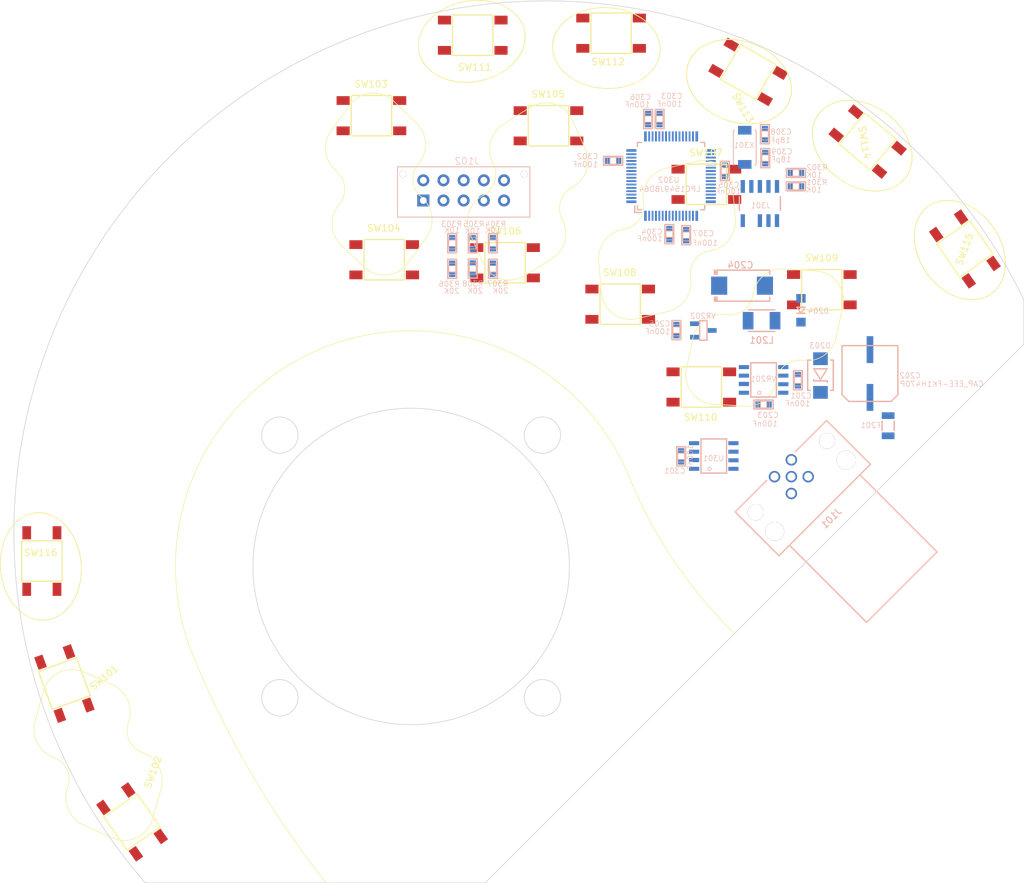
<source format=kicad_pcb>
(kicad_pcb (version 20160815) (host pcbnew "(2017-01-11 revision e99b79cb2)-master")
  (layers (0 F.Cu signal) (31 B.Cu signal) (34 B.Paste user) (35 F.Paste user) (36 B.SilkS user) (37 F.SilkS user) (38 B.Mask user) (39 F.Mask user) (44 Edge.Cuts user))
  (net 0 "")
  (net 1 "Net-(C201-Pad1)")
  (net 2 GND)
  (net 3 "Net-(C203-Pad2)")
  (net 4 "Net-(C203-Pad1)")
  (net 5 +5V)
  (net 6 +3V3)
  (net 7 "Net-(C308-Pad1)")
  (net 8 "Net-(C309-Pad1)")
  (net 9 /Sheet5A1EB8D2/VIN)
  (net 10 /CANL)
  (net 11 /CANH)
  (net 12 "Net-(J301-PadP$2)")
  (net 13 "Net-(J301-PadP$4)")
  (net 14 /Sheet5A1EB78A/RESET)
  (net 15 /Sheet5A1EB78A/CAN_RX)
  (net 16 /Sheet5A1EB78A/CAN_TX)
  (net 17 /Sheet5A1EB78A/X)
  (net 18 /Sheet5A1EB78A/Y)
  (net 19 /Sheet5A1EB78A/Z)
  (net 20 "Net-(R303-Pad2)")
  (net 21 "Net-(R304-Pad2)")
  (net 22 "Net-(R305-Pad2)")
  (net 23 /Sheet5A1EB78A/B1)
  (net 24 /Sheet5A1EB78A/B3)
  (net 25 /Sheet5A1EB78A/B5)
  (net 26 /Sheet5A1EB78A/B7)
  (net 27 /Sheet5A1EB78A/B9)
  (net 28 /Sheet5A1EB78A/B11)
  (net 29 /Sheet5A1EB78A/B13)
  (net 30 /Sheet5A1EB78A/B15)
  (net 31 /Sheet5A1EB78A/B2)
  (net 32 /Sheet5A1EB78A/B4)
  (net 33 /Sheet5A1EB78A/B6)
  (net 34 /Sheet5A1EB78A/B8)
  (net 35 /Sheet5A1EB78A/B10)
  (net 36 /Sheet5A1EB78A/B12)
  (net 37 /Sheet5A1EB78A/B14)
  (net 38 /Sheet5A1EB78A/B16)
  (module kemet:0603 (layer B.Cu) (at 205.95 77.35 90)
    (fp_text reference C201 (at -2.3 0.45 180) (layer B.SilkS) (effects (font (size 0.8128 0.8128) (thickness 0.0762)) (justify mirror)))
    (fp_text value 100nF (at -3.45 -0.05 180) (layer B.SilkS) (effects (font (size 0.8128 0.8128) (thickness 0.0762)) (justify mirror)))
    (pad 1 smd rect (at -0.8382 0 90) (size 0.762 0.9398) (layers B.Cu B.Paste B.Mask) (net 1 "Net-(C201-Pad1)"))
    (pad 2 smd rect (at 0.8382 0 90) (size 0.762 0.9398) (layers B.Cu B.Paste B.Mask) (net 2 GND))
  )
  (module usevolt:CAP_EEE-FK1H470P (layer B.Cu) (at 216.65 76.34838 180)
    (fp_text reference C202 (at -5.95 -0.30162 180) (layer B.SilkS) (effects (font (size 0.8128 0.8128) (thickness 0.0762)) (justify mirror)))
    (fp_text value CAP_EEE-FK1H470P (at -10.65 -1.55162 180) (layer B.SilkS) (effects (font (size 0.8128 0.8128) (thickness 0.0762)) (justify mirror)))
    (pad - smd rect (at 0 3.54838 180) (size 0.99822 3.99796) (layers B.Cu B.Paste B.Mask) (net 2 GND))
    (pad + smd rect (at 0 -3.54838 180) (size 0.99822 3.99796) (layers B.Cu B.Paste B.Mask) (net 1 "Net-(C201-Pad1)"))
  )
  (module kemet:0603 (layer B.Cu) (at 200.85 80.95)
    (fp_text reference C203 (at 0.6604 1.5748) (layer B.SilkS) (effects (font (size 0.8128 0.8128) (thickness 0.0762)) (justify mirror)))
    (fp_text value 100nF (at 0.2 2.85) (layer B.SilkS) (effects (font (size 0.8128 0.8128) (thickness 0.0762)) (justify mirror)))
    (pad 2 smd rect (at 0.8382 0) (size 0.762 0.9398) (layers B.Cu B.Paste B.Mask) (net 3 "Net-(C203-Pad2)"))
    (pad 1 smd rect (at -0.8382 0) (size 0.762 0.9398) (layers B.Cu B.Paste B.Mask) (net 4 "Net-(C203-Pad1)"))
  )
  (module kemet:7343 (layer B.Cu) (at 197.65 63.3)
    (fp_text reference C204 (at -0.25 -3.05) (layer B.SilkS) (effects (justify mirror)))
    (fp_text value T491D226K035AT hide)
    (pad + smd rect (at -3.4 0) (size 2.4 2.7) (layers B.Cu B.Paste B.Mask) (net 5 +5V))
    (pad - smd rect (at 3.4 0) (size 2.4 2.7) (layers B.Cu B.Paste B.Mask) (net 2 GND))
  )
  (module kemet:0603 (layer B.Cu) (at 187.9 69.9 270)
    (fp_text reference C205 (at -0.95 2.5) (layer B.SilkS) (effects (font (size 0.8128 0.8128) (thickness 0.0762)) (justify mirror)))
    (fp_text value 100nF (at 0.2 2.8) (layer B.SilkS) (effects (font (size 0.8128 0.8128) (thickness 0.0762)) (justify mirror)))
    (pad 1 smd rect (at -0.8382 0 270) (size 0.762 0.9398) (layers B.Cu B.Paste B.Mask) (net 6 +3V3))
    (pad 2 smd rect (at 0.8382 0 270) (size 0.762 0.9398) (layers B.Cu B.Paste B.Mask) (net 2 GND))
  )
  (module kemet:0603 (layer B.Cu) (at 188.6 88.65 270)
    (fp_text reference C301 (at 2.15 0.95) (layer B.SilkS) (effects (font (size 0.8128 0.8128) (thickness 0.0762)) (justify mirror)))
    (fp_text value 100nF (at 0.1524 -1.3462 270) (layer B.SilkS) (effects (font (size 0.8128 0.8128) (thickness 0.0762)) (justify mirror)))
    (pad 1 smd rect (at -0.8382 0 270) (size 0.762 0.9398) (layers B.Cu B.Paste B.Mask) (net 5 +5V))
    (pad 2 smd rect (at 0.8382 0 270) (size 0.762 0.9398) (layers B.Cu B.Paste B.Mask) (net 2 GND))
  )
  (module kemet:0603 (layer B.Cu) (at 178.5 44.75 180)
    (fp_text reference C302 (at 3.8 0.65 180) (layer B.SilkS) (effects (font (size 0.8128 0.8128) (thickness 0.0762)) (justify mirror)))
    (fp_text value 100nF (at 4.15 -0.55 180) (layer B.SilkS) (effects (font (size 0.8128 0.8128) (thickness 0.0762)) (justify mirror)))
    (pad 2 smd rect (at 0.8382 0 180) (size 0.762 0.9398) (layers B.Cu B.Paste B.Mask) (net 2 GND))
    (pad 1 smd rect (at -0.8382 0 180) (size 0.762 0.9398) (layers B.Cu B.Paste B.Mask) (net 6 +3V3))
  )
  (module kemet:0603 (layer B.Cu) (at 185.4 38.55 90)
    (fp_text reference C303 (at 3.4 1.8 180) (layer B.SilkS) (effects (font (size 0.8128 0.8128) (thickness 0.0762)) (justify mirror)))
    (fp_text value 100nF (at 2.25 1.45 180) (layer B.SilkS) (effects (font (size 0.8128 0.8128) (thickness 0.0762)) (justify mirror)))
    (pad 2 smd rect (at 0.8382 0 90) (size 0.762 0.9398) (layers B.Cu B.Paste B.Mask) (net 2 GND))
    (pad 1 smd rect (at -0.8382 0 90) (size 0.762 0.9398) (layers B.Cu B.Paste B.Mask) (net 6 +3V3))
  )
  (module kemet:0603 (layer B.Cu) (at 186.85 55.65 270)
    (fp_text reference C304 (at -0.35 2.6) (layer B.SilkS) (effects (font (size 0.8128 0.8128) (thickness 0.0762)) (justify mirror)))
    (fp_text value 100nF (at 0.65 2.9) (layer B.SilkS) (effects (font (size 0.8128 0.8128) (thickness 0.0762)) (justify mirror)))
    (pad 1 smd rect (at -0.8382 0 270) (size 0.762 0.9398) (layers B.Cu B.Paste B.Mask) (net 6 +3V3))
    (pad 2 smd rect (at 0.8382 0 270) (size 0.762 0.9398) (layers B.Cu B.Paste B.Mask) (net 2 GND))
  )
  (module kemet:0603 (layer B.Cu) (at 195.1 46.25 270)
    (fp_text reference C305 (at 2.1 -0.55) (layer B.SilkS) (effects (font (size 0.8128 0.8128) (thickness 0.0762)) (justify mirror)))
    (fp_text value 100nF (at 3.05 -0.5) (layer B.SilkS) (effects (font (size 0.8128 0.8128) (thickness 0.0762)) (justify mirror)))
    (pad 2 smd rect (at 0.8382 0 270) (size 0.762 0.9398) (layers B.Cu B.Paste B.Mask) (net 2 GND))
    (pad 1 smd rect (at -0.8382 0 270) (size 0.762 0.9398) (layers B.Cu B.Paste B.Mask) (net 6 +3V3))
  )
  (module kemet:0603 (layer B.Cu) (at 183.7 38.55 90)
    (fp_text reference C306 (at 3.25 -1.15 180) (layer B.SilkS) (effects (font (size 0.8128 0.8128) (thickness 0.0762)) (justify mirror)))
    (fp_text value 100nF (at 2.15 -1.6 180) (layer B.SilkS) (effects (font (size 0.8128 0.8128) (thickness 0.0762)) (justify mirror)))
    (pad 1 smd rect (at -0.8382 0 90) (size 0.762 0.9398) (layers B.Cu B.Paste B.Mask) (net 6 +3V3))
    (pad 2 smd rect (at 0.8382 0 90) (size 0.762 0.9398) (layers B.Cu B.Paste B.Mask) (net 2 GND))
  )
  (module kemet:0603 (layer B.Cu) (at 189.35 55.8 270)
    (fp_text reference C307 (at -0.25 -2.55) (layer B.SilkS) (effects (font (size 0.8128 0.8128) (thickness 0.0762)) (justify mirror)))
    (fp_text value 100nF (at 1.15 -2.8) (layer B.SilkS) (effects (font (size 0.8128 0.8128) (thickness 0.0762)) (justify mirror)))
    (pad 2 smd rect (at 0.8382 0 270) (size 0.762 0.9398) (layers B.Cu B.Paste B.Mask) (net 2 GND))
    (pad 1 smd rect (at -0.8382 0 270) (size 0.762 0.9398) (layers B.Cu B.Paste B.Mask) (net 6 +3V3))
  )
  (module kemet:0603 (layer B.Cu) (at 201.05 40.8 270)
    (fp_text reference C308 (at -0.35 -2.4) (layer B.SilkS) (effects (font (size 0.8128 0.8128) (thickness 0.0762)) (justify mirror)))
    (fp_text value 18pF (at 0.9 -2.3) (layer B.SilkS) (effects (font (size 0.8128 0.8128) (thickness 0.0762)) (justify mirror)))
    (pad 1 smd rect (at -0.8382 0 270) (size 0.762 0.9398) (layers B.Cu B.Paste B.Mask) (net 7 "Net-(C308-Pad1)"))
    (pad 2 smd rect (at 0.8382 0 270) (size 0.762 0.9398) (layers B.Cu B.Paste B.Mask) (net 2 GND))
  )
  (module kemet:0603 (layer B.Cu) (at 201.1 44.35 90)
    (fp_text reference C309 (at 0.95 2.45 180) (layer B.SilkS) (effects (font (size 0.8128 0.8128) (thickness 0.0762)) (justify mirror)))
    (fp_text value 18pF (at -0.2 2.35 180) (layer B.SilkS) (effects (font (size 0.8128 0.8128) (thickness 0.0762)) (justify mirror)))
    (pad 2 smd rect (at 0.8382 0 90) (size 0.762 0.9398) (layers B.Cu B.Paste B.Mask) (net 2 GND))
    (pad 1 smd rect (at -0.8382 0 90) (size 0.762 0.9398) (layers B.Cu B.Paste B.Mask) (net 8 "Net-(C309-Pad1)"))
  )
  (module usevolt:DO-214AA (layer B.Cu) (at 209.3 76.65 270)
    (fp_text reference D203 (at -4.45 0.05) (layer B.SilkS) (effects (font (size 0.8128 0.8128) (thickness 0.0762)) (justify mirror)))
    (fp_text value DIODE_TVS_SMBJ33A-TRDO-214AA hide)
    (pad P$1 smd rect (at -2.5 0 270) (size 1.9 2.17932) (layers B.Cu B.Paste B.Mask) (net 2 GND))
    (pad P$2 smd rect (at 2.5 0 270) (size 1.9 2.17932) (layers B.Cu B.Paste B.Mask) (net 1 "Net-(C201-Pad1)"))
  )
  (module usevolt:DO219AB (layer B.Cu) (at 206.4 66.95 270)
    (fp_text reference D204 (at 0.1 -2.6) (layer B.SilkS) (effects (font (size 0.8128 0.8128) (thickness 0.0762)) (justify mirror)))
    (fp_text value DIODE_RS07J-GS18 hide)
    (pad P$1 smd rect (at -1.7653 0 270) (size 1.29794 1.39954) (layers B.Cu B.Paste B.Mask) (net 2 GND))
    (pad P$2 smd rect (at 1.7653 0 270) (size 1.29794 1.39954) (layers B.Cu B.Paste B.Mask) (net 3 "Net-(C203-Pad2)"))
  )
  (module usevolt:FUSE_MC36211 (layer B.Cu) (at 219.35 84.1 90)
    (fp_text reference F201 (at 0.05 -2.6 180) (layer B.SilkS) (effects (font (size 0.8128 0.8128) (thickness 0.0762)) (justify mirror)))
    (fp_text value FUSE_MC36211_350MA hide)
    (pad P$1 smd rect (at -1.4986 0) (size 1.89992 0.99822) (layers B.Cu B.Paste B.Mask) (net 9 /Sheet5A1EB8D2/VIN))
    (pad P$2 smd rect (at 1.4986 0) (size 1.89992 0.99822) (layers B.Cu B.Paste B.Mask) (net 1 "Net-(C201-Pad1)"))
  )
  (module usevolt:ARM_10_PIN_JTAG_SWD_CONNECTOR (layer B.Cu) (at 200.3 51.1 90)
    (fp_text reference J301 (at -0.3 0.1 180) (layer B.SilkS) (effects (font (size 0.8128 0.8128) (thickness 0.0762)) (justify mirror)))
    (fp_text value ARM_JTAG_SWD_HEADER_10_PINSMD hide)
    (pad P$1 smd rect (at -2.54 2.54 90) (size 1.905 0.635) (layers B.Cu B.Paste B.Mask) (net 6 +3V3))
    (pad P$2 smd rect (at 2.54 2.54 90) (size 1.905 0.635) (layers B.Cu B.Paste B.Mask) (net 12 "Net-(J301-PadP$2)"))
    (pad P$3 smd rect (at -2.54 1.27 90) (size 1.905 0.635) (layers B.Cu B.Paste B.Mask) (net 2 GND))
    (pad P$4 smd rect (at 2.54 1.27 90) (size 1.905 0.635) (layers B.Cu B.Paste B.Mask) (net 13 "Net-(J301-PadP$4)"))
    (pad P$5 smd rect (at -2.54 0 90) (size 1.905 0.635) (layers B.Cu B.Paste B.Mask) (net 2 GND))
    (pad P$6 smd rect (at 2.54 0 90) (size 1.905 0.635) (layers B.Cu B.Paste B.Mask))
    (pad P$7 smd rect (at 2.54 -1.27 90) (size 1.905 0.635) (layers B.Cu B.Paste B.Mask))
    (pad P$8 smd rect (at -2.54 -2.54 90) (size 1.905 0.635) (layers B.Cu B.Paste B.Mask))
    (pad P$9 smd rect (at 2.54 -2.54 90) (size 1.905 0.635) (layers B.Cu B.Paste B.Mask) (net 14 /Sheet5A1EB78A/RESET))
  )
  (module usevolt:IND_744045210 (layer B.Cu) (at 200.55 68.5 180)
    (fp_text reference L201 (at 0 -2.9 180) (layer B.SilkS) (effects (justify mirror)))
    (fp_text value IND_744045210 hide)
    (pad 1 smd rect (at -2 0 180) (size 1.6 2.6) (layers B.Cu B.Paste B.Mask) (net 3 "Net-(C203-Pad2)"))
    (pad 2 smd rect (at 2 0 180) (size 1.6 2.6) (layers B.Cu B.Paste B.Mask) (net 5 +5V))
  )
  (module multicomp:0603 (layer B.Cu) (at 205.65 48.55)
    (fp_text reference R301 (at 3.1 -0.6 180) (layer B.SilkS) (effects (font (size 0.8128 0.8128) (thickness 0.0762)) (justify mirror)))
    (fp_text value 10K (at 2.65 0.5) (layer B.SilkS) (effects (font (size 0.8128 0.8128) (thickness 0.0762)) (justify mirror)))
    (pad 2 smd rect (at 0.8382 0) (size 0.762 0.9398) (layers B.Cu B.Paste B.Mask) (net 6 +3V3))
    (pad 1 smd rect (at -0.8382 0) (size 0.762 0.9398) (layers B.Cu B.Paste B.Mask) (net 12 "Net-(J301-PadP$2)"))
  )
  (module multicomp:0603 (layer B.Cu) (at 205.65 46.55)
    (fp_text reference R302 (at 3.15 -0.8) (layer B.SilkS) (effects (font (size 0.8128 0.8128) (thickness 0.0762)) (justify mirror)))
    (fp_text value 10K (at 2.7 0.3) (layer B.SilkS) (effects (font (size 0.8128 0.8128) (thickness 0.0762)) (justify mirror)))
    (pad 1 smd rect (at -0.8382 0) (size 0.762 0.9398) (layers B.Cu B.Paste B.Mask) (net 13 "Net-(J301-PadP$4)"))
    (pad 2 smd rect (at 0.8382 0) (size 0.762 0.9398) (layers B.Cu B.Paste B.Mask) (net 6 +3V3))
  )
  (module usevolt:SWITCH_PTS645SM43SMTR92 (layer F.Cu) (at 97 122.4 290)
    (fp_text reference SW101 (at 1.168744 -5.852695 220) (layer F.SilkS))
    (fp_text value SWITCH_PTS645SM43SMTR92 hide)
    (pad 1 smd rect (at -4.2 -2.25 290) (size 1.95 1.3) (layers F.Cu F.Paste F.Mask) (net 23 /Sheet5A1EB78A/B1))
    (pad 2 smd rect (at 4.2 -2.25 290) (size 1.95 1.3) (layers F.Cu F.Paste F.Mask) (net 23 /Sheet5A1EB78A/B1))
    (pad 3 smd rect (at -4.2 2.25 290) (size 1.95 1.3) (layers F.Cu F.Paste F.Mask) (net 2 GND))
    (pad 4 smd rect (at 4.2 2.25 290) (size 1.95 1.3) (layers F.Cu F.Paste F.Mask) (net 2 GND))
  )
  (module usevolt:SWITCH_PTS645SM43SMTR92 (layer F.Cu) (at 107.05 142.95 305)
    (fp_text reference SW102 (at -4.260951 -6.782647 250) (layer F.SilkS))
    (fp_text value SWITCH_PTS645SM43SMTR92 hide)
    (pad 4 smd rect (at 4.2 2.25 305) (size 1.95 1.3) (layers F.Cu F.Paste F.Mask) (net 2 GND))
    (pad 3 smd rect (at -4.2 2.25 305) (size 1.95 1.3) (layers F.Cu F.Paste F.Mask) (net 2 GND))
    (pad 2 smd rect (at 4.2 -2.25 305) (size 1.95 1.3) (layers F.Cu F.Paste F.Mask) (net 24 /Sheet5A1EB78A/B3))
    (pad 1 smd rect (at -4.2 -2.25 305) (size 1.95 1.3) (layers F.Cu F.Paste F.Mask) (net 24 /Sheet5A1EB78A/B3))
  )
  (module usevolt:SWITCH_PTS645SM43SMTR92 (layer F.Cu) (at 142.6 38.05)
    (fp_text reference SW103 (at -0.05 -4.7) (layer F.SilkS))
    (fp_text value SWITCH_PTS645SM43SMTR92 hide)
    (pad 1 smd rect (at -4.2 -2.25) (size 1.95 1.3) (layers F.Cu F.Paste F.Mask) (net 25 /Sheet5A1EB78A/B5))
    (pad 2 smd rect (at 4.2 -2.25) (size 1.95 1.3) (layers F.Cu F.Paste F.Mask) (net 25 /Sheet5A1EB78A/B5))
    (pad 3 smd rect (at -4.2 2.25) (size 1.95 1.3) (layers F.Cu F.Paste F.Mask) (net 2 GND))
    (pad 4 smd rect (at 4.2 2.25) (size 1.95 1.3) (layers F.Cu F.Paste F.Mask) (net 2 GND))
  )
  (module usevolt:SOIC8 (layer B.Cu) (at 193.45 88.6)
    (fp_text reference U301 (at -0.05 0.35) (layer B.SilkS) (effects (font (size 0.8128 0.8128) (thickness 0.0762)) (justify mirror)))
    (fp_text value MCP2551_SOIC8 hide)
    (pad 8 smd rect (at 2.921 1.905 90) (size 0.6 1.524) (layers B.Cu B.Paste B.Mask) (net 2 GND))
    (pad 7 smd rect (at 2.921 0.635 90) (size 0.6 1.524) (layers B.Cu B.Paste B.Mask) (net 11 /CANH))
    (pad 6 smd rect (at 2.921 -0.635 90) (size 0.6 1.524) (layers B.Cu B.Paste B.Mask) (net 10 /CANL))
    (pad 5 smd rect (at 2.921 -1.905 90) (size 0.6 1.524) (layers B.Cu B.Paste B.Mask))
    (pad 4 smd rect (at -2.921 -1.905 90) (size 0.6 1.524) (layers B.Cu B.Paste B.Mask) (net 15 /Sheet5A1EB78A/CAN_RX))
    (pad 3 smd rect (at -2.921 -0.635 90) (size 0.6 1.524) (layers B.Cu B.Paste B.Mask) (net 5 +5V))
    (pad 2 smd rect (at -2.921 0.6 90) (size 0.635 1.524) (layers B.Cu B.Paste B.Mask) (net 2 GND))
    (pad 1 smd rect (at -2.921 1.905 90) (size 0.6 1.524) (layers B.Cu B.Paste B.Mask) (net 16 /Sheet5A1EB78A/CAN_TX))
  )
  (module usevolt:QFP64 (layer B.Cu) (at 187.109492 47.02591 90)
    (fp_text reference U302 (at -0.57409 -0.359492 180) (layer B.SilkS) (effects (font (size 0.8128 0.8128) (thickness 0.0762)) (justify mirror)))
    (fp_text value LPC1549JBD64 (at -1.92409 -0.209492 180) (layer B.SilkS) (effects (font (size 0.8128 0.8128) (thickness 0.0762)) (justify mirror)))
    (pad P$1 smd rect (at -3.81 -5.89788 90) (size 0.39878 1.4986) (layers B.Cu B.Paste B.Mask) (net 37 /Sheet5A1EB78A/B14))
    (pad P$2 smd rect (at -3.24866 -5.89788 90) (size 0.2794 1.4986) (layers B.Cu B.Paste B.Mask) (net 36 /Sheet5A1EB78A/B12))
    (pad P$3 smd rect (at -2.74828 -5.89788 90) (size 0.2794 1.4986) (layers B.Cu B.Paste B.Mask) (net 35 /Sheet5A1EB78A/B10))
    (pad P$4 smd rect (at -2.2479 -5.89788 90) (size 0.2794 1.4986) (layers B.Cu B.Paste B.Mask) (net 34 /Sheet5A1EB78A/B8))
    (pad P$5 smd rect (at -1.74752 -5.89788 90) (size 0.2794 1.4986) (layers B.Cu B.Paste B.Mask) (net 33 /Sheet5A1EB78A/B6))
    (pad P$6 smd rect (at -1.24968 -5.89788 90) (size 0.2794 1.4986) (layers B.Cu B.Paste B.Mask) (net 38 /Sheet5A1EB78A/B16))
    (pad P$7 smd rect (at -0.7493 -5.89788 90) (size 0.2794 1.4986) (layers B.Cu B.Paste B.Mask) (net 23 /Sheet5A1EB78A/B1))
    (pad P$8 smd rect (at -0.24892 -5.89788 90) (size 0.2794 1.4986) (layers B.Cu B.Paste B.Mask) (net 24 /Sheet5A1EB78A/B3))
    (pad P$9 smd rect (at 0.24892 -5.89788 90) (size 0.2794 1.4986) (layers B.Cu B.Paste B.Mask) (net 25 /Sheet5A1EB78A/B5))
    (pad P$10 smd rect (at 0.7493 -5.89788 90) (size 0.2794 1.4986) (layers B.Cu B.Paste B.Mask) (net 26 /Sheet5A1EB78A/B7))
    (pad P$11 smd rect (at 1.24968 -5.89788 90) (size 0.2794 1.4986) (layers B.Cu B.Paste B.Mask) (net 27 /Sheet5A1EB78A/B9))
    (pad P$12 smd rect (at 1.74752 -5.89788 90) (size 0.2794 1.4986) (layers B.Cu B.Paste B.Mask) (net 28 /Sheet5A1EB78A/B11))
    (pad P$13 smd rect (at 2.2479 -5.89788 90) (size 0.2794 1.4986) (layers B.Cu B.Paste B.Mask) (net 6 +3V3))
    (pad P$14 smd rect (at 2.74828 -5.89788 90) (size 0.2794 1.4986) (layers B.Cu B.Paste B.Mask) (net 2 GND))
    (pad P$15 smd rect (at 3.24866 -5.89788 90) (size 0.2794 1.4986) (layers B.Cu B.Paste B.Mask))
    (pad P$16 smd rect (at 3.81 -5.89788 90) (size 0.39878 1.4986) (layers B.Cu B.Paste B.Mask))
    (pad P$17 smd rect (at 5.89788 -3.81) (size 0.39878 1.4986) (layers B.Cu B.Paste B.Mask))
    (pad P$18 smd rect (at 5.89788 -3.24866) (size 0.2794 1.4986) (layers B.Cu B.Paste B.Mask) (net 6 +3V3))
    (pad P$19 smd rect (at 5.89788 -2.74828) (size 0.2794 1.4986) (layers B.Cu B.Paste B.Mask))
    (pad P$20 smd rect (at 5.89788 -2.2479) (size 0.2794 1.4986) (layers B.Cu B.Paste B.Mask) (net 6 +3V3))
    (pad P$21 smd rect (at 5.89788 -1.74752) (size 0.2794 1.4986) (layers B.Cu B.Paste B.Mask) (net 2 GND))
    (pad P$22 smd rect (at 5.89788 -1.24968) (size 0.2794 1.4986) (layers B.Cu B.Paste B.Mask) (net 6 +3V3))
    (pad P$23 smd rect (at 5.89788 -0.7493) (size 0.2794 1.4986) (layers B.Cu B.Paste B.Mask))
    (pad P$24 smd rect (at 5.89788 -0.24892) (size 0.2794 1.4986) (layers B.Cu B.Paste B.Mask))
    (pad P$25 smd rect (at 5.89788 0.24892) (size 0.2794 1.4986) (layers B.Cu B.Paste B.Mask))
    (pad P$26 smd rect (at 5.89788 0.7493) (size 0.2794 1.4986) (layers B.Cu B.Paste B.Mask) (net 2 GND))
    (pad P$27 smd rect (at 5.89788 1.24968) (size 0.2794 1.4986) (layers B.Cu B.Paste B.Mask) (net 2 GND))
    (pad P$28 smd rect (at 5.89788 1.74752) (size 0.2794 1.4986) (layers B.Cu B.Paste B.Mask) (net 29 /Sheet5A1EB78A/B13))
    (pad P$29 smd rect (at 5.89788 2.2479) (size 0.2794 1.4986) (layers B.Cu B.Paste B.Mask))
    (pad P$30 smd rect (at 5.89788 2.74828) (size 0.2794 1.4986) (layers B.Cu B.Paste B.Mask))
    (pad P$31 smd rect (at 5.89788 3.24866) (size 0.2794 1.4986) (layers B.Cu B.Paste B.Mask) (net 20 "Net-(R303-Pad2)"))
    (pad P$32 smd rect (at 5.89788 3.81) (size 0.39878 1.4986) (layers B.Cu B.Paste B.Mask) (net 22 "Net-(R305-Pad2)"))
    (pad P$33 smd rect (at 3.81 5.89788 90) (size 0.39878 1.4986) (layers B.Cu B.Paste B.Mask) (net 21 "Net-(R304-Pad2)"))
    (pad P$34 smd rect (at 3.24866 5.89788 90) (size 0.2794 1.4986) (layers B.Cu B.Paste B.Mask))
    (pad P$35 smd rect (at 2.74828 5.89788 90) (size 0.2794 1.4986) (layers B.Cu B.Paste B.Mask) (net 7 "Net-(C308-Pad1)"))
    (pad P$36 smd rect (at 2.2479 5.89788 90) (size 0.2794 1.4986) (layers B.Cu B.Paste B.Mask) (net 8 "Net-(C309-Pad1)"))
    (pad P$37 smd rect (at 1.74752 5.89788 90) (size 0.2794 1.4986) (layers B.Cu B.Paste B.Mask) (net 6 +3V3))
    (pad P$38 smd rect (at 1.24968 5.89788 90) (size 0.2794 1.4986) (layers B.Cu B.Paste B.Mask))
    (pad P$39 smd rect (at 0.7493 5.89788 90) (size 0.2794 1.4986) (layers B.Cu B.Paste B.Mask))
    (pad P$40 smd rect (at 0.24892 5.89788 90) (size 0.2794 1.4986) (layers B.Cu B.Paste B.Mask) (net 13 "Net-(J301-PadP$4)"))
    (pad P$41 smd rect (at -0.24892 5.89788 90) (size 0.2794 1.4986) (layers B.Cu B.Paste B.Mask) (net 2 GND))
    (pad P$42 smd rect (at -0.7493 5.89788 90) (size 0.2794 1.4986) (layers B.Cu B.Paste B.Mask))
    (pad P$43 smd rect (at -1.24968 5.89788 90) (size 0.2794 1.4986) (layers B.Cu B.Paste B.Mask))
    (pad P$44 smd rect (at -1.74752 5.89788 90) (size 0.2794 1.4986) (layers B.Cu B.Paste B.Mask) (net 12 "Net-(J301-PadP$2)"))
    (pad P$45 smd rect (at -2.2479 5.89788 90) (size 0.2794 1.4986) (layers B.Cu B.Paste B.Mask) (net 14 /Sheet5A1EB78A/RESET))
    (pad P$46 smd rect (at -2.74828 5.89788 90) (size 0.2794 1.4986) (layers B.Cu B.Paste B.Mask) (net 30 /Sheet5A1EB78A/B15))
    (pad P$47 smd rect (at -3.24866 5.89788 90) (size 0.2794 1.4986) (layers B.Cu B.Paste B.Mask))
    (pad P$48 smd rect (at -3.81 5.89788 90) (size 0.39878 1.4986) (layers B.Cu B.Paste B.Mask))
    (pad P$49 smd rect (at -5.89788 3.81) (size 0.39878 1.4986) (layers B.Cu B.Paste B.Mask))
    (pad P$50 smd rect (at -5.89788 3.24866) (size 0.2794 1.4986) (layers B.Cu B.Paste B.Mask))
    (pad P$51 smd rect (at -5.89788 2.74828) (size 0.2794 1.4986) (layers B.Cu B.Paste B.Mask))
    (pad P$52 smd rect (at -5.89788 2.2479) (size 0.2794 1.4986) (layers B.Cu B.Paste B.Mask) (net 6 +3V3))
    (pad P$53 smd rect (at -5.89788 1.74752) (size 0.2794 1.4986) (layers B.Cu B.Paste B.Mask))
    (pad P$54 smd rect (at -5.89788 1.24968) (size 0.2794 1.4986) (layers B.Cu B.Paste B.Mask))
    (pad P$55 smd rect (at -5.89788 0.7493) (size 0.2794 1.4986) (layers B.Cu B.Paste B.Mask) (net 2 GND))
    (pad P$56 smd rect (at -5.89788 0.24892) (size 0.2794 1.4986) (layers B.Cu B.Paste B.Mask) (net 2 GND))
    (pad P$57 smd rect (at -5.89788 -0.24892) (size 0.2794 1.4986) (layers B.Cu B.Paste B.Mask) (net 6 +3V3))
    (pad P$58 smd rect (at -5.89788 -0.7493) (size 0.2794 1.4986) (layers B.Cu B.Paste B.Mask))
    (pad P$59 smd rect (at -5.89788 -1.24968) (size 0.2794 1.4986) (layers B.Cu B.Paste B.Mask) (net 15 /Sheet5A1EB78A/CAN_RX))
    (pad P$60 smd rect (at -5.89788 -1.74752) (size 0.2794 1.4986) (layers B.Cu B.Paste B.Mask) (net 16 /Sheet5A1EB78A/CAN_TX))
    (pad P$61 smd rect (at -5.89788 -2.2479) (size 0.2794 1.4986) (layers B.Cu B.Paste B.Mask) (net 32 /Sheet5A1EB78A/B4))
    (pad P$62 smd rect (at -5.89788 -2.74828) (size 0.2794 1.4986) (layers B.Cu B.Paste B.Mask) (net 31 /Sheet5A1EB78A/B2))
    (pad P$63 smd rect (at -5.89788 -3.24866) (size 0.2794 1.4986) (layers B.Cu B.Paste B.Mask))
    (pad P$64 smd rect (at -5.89788 -3.81) (size 0.39878 1.4986) (layers B.Cu B.Paste B.Mask))
  )
  (module usevolt:SOIC8 (layer B.Cu) (at 200.85 77.3)
    (fp_text reference VR201 (at -0.05 -0.15) (layer B.SilkS) (effects (font (size 0.8128 0.8128) (thickness 0.0762)) (justify mirror)))
    (fp_text value LM2671SOIC8 hide)
    (pad 1 smd rect (at -2.921 1.905 90) (size 0.6 1.524) (layers B.Cu B.Paste B.Mask) (net 4 "Net-(C203-Pad1)"))
    (pad 2 smd rect (at -2.921 0.6 90) (size 0.635 1.524) (layers B.Cu B.Paste B.Mask))
    (pad 3 smd rect (at -2.921 -0.635 90) (size 0.6 1.524) (layers B.Cu B.Paste B.Mask))
    (pad 4 smd rect (at -2.921 -1.905 90) (size 0.6 1.524) (layers B.Cu B.Paste B.Mask) (net 5 +5V))
    (pad 5 smd rect (at 2.921 -1.905 90) (size 0.6 1.524) (layers B.Cu B.Paste B.Mask))
    (pad 6 smd rect (at 2.921 -0.635 90) (size 0.6 1.524) (layers B.Cu B.Paste B.Mask) (net 2 GND))
    (pad 7 smd rect (at 2.921 0.635 90) (size 0.6 1.524) (layers B.Cu B.Paste B.Mask) (net 1 "Net-(C201-Pad1)"))
    (pad 8 smd rect (at 2.921 1.905 90) (size 0.6 1.524) (layers B.Cu B.Paste B.Mask) (net 3 "Net-(C203-Pad2)"))
  )
  (module usevolt:SOT-23_3-PIN (layer B.Cu) (at 191.9 69.95 90)
    (fp_text reference VR202 (at 2.15 -0.05 180) (layer B.SilkS) (effects (font (size 0.8128 0.8128) (thickness 0.0762)) (justify mirror)))
    (fp_text value REG_MCP1700 hide)
    (pad P$1 smd rect (at -1 -1.3 90) (size 0.7 1.35) (layers B.Cu B.Paste B.Mask) (net 2 GND))
    (pad P$2 smd rect (at 1 -1.3 90) (size 0.7 1.35) (layers B.Cu B.Paste B.Mask) (net 6 +3V3))
    (pad P$3 smd rect (at 0 1.3 90) (size 0.7 1.35) (layers B.Cu B.Paste B.Mask) (net 5 +5V))
  )
  (module usevolt:XTAL_7A-20.000MAJ (layer B.Cu) (at 198.05 42.75 270)
    (fp_text reference X301 (at -0.3 0.1) (layer B.SilkS) (effects (font (size 0.8128 0.8128) (thickness 0.0762)) (justify mirror)))
    (fp_text value XTAL_7A-12.000MAAJ-T hide)
    (pad P$1 smd rect (at -2.54 0 180) (size 2 1.3) (layers B.Cu B.Paste B.Mask) (net 7 "Net-(C308-Pad1)"))
    (pad P$2 smd rect (at 2.54 0 180) (size 2 1.3) (layers B.Cu B.Paste B.Mask) (net 8 "Net-(C309-Pad1)"))
  )
  (module usevolt:MOLEX_MICRO-FIT_10WAY_V (layer B.Cu) (at 156.3 49.1514 180)
    (fp_text reference J102 (at -0.4944 4.3486 180) (layer B.SilkS) (effects (font (size 1.016 1.016) (thickness 0.0762)) (justify mirror)))
    (fp_text value MOLEX_MICRO-FIT_10WAY_V hide)
    (pad P$1 thru_hole rect (at 5.9944 -1.4986 180) (size 1.778 1.778) (drill 1.01854) (layers *.Cu *.Mask) (net 5 +5V))
    (pad P$2 thru_hole circle (at 2.9972 -1.4986 180) (size 1.778 1.778) (drill 1.01854) (layers *.Cu *.Mask) (net 17 /Sheet5A1EB78A/X))
    (pad P$3 thru_hole circle (at 0 -1.4986 180) (size 1.778 1.778) (drill 1.01854) (layers *.Cu *.Mask) (net 2 GND))
    (pad P$4 thru_hole circle (at -2.9972 -1.4986 180) (size 1.778 1.778) (drill 1.01854) (layers *.Cu *.Mask) (net 5 +5V))
    (pad P$5 thru_hole circle (at -5.9944 -1.4986 180) (size 1.778 1.778) (drill 1.01854) (layers *.Cu *.Mask) (net 18 /Sheet5A1EB78A/Y))
    (pad P$6 thru_hole circle (at 5.9944 1.4986 180) (size 1.778 1.778) (drill 1.01854) (layers *.Cu *.Mask) (net 2 GND))
    (pad P$7 thru_hole circle (at 2.9972 1.4986 180) (size 1.778 1.778) (drill 1.01854) (layers *.Cu *.Mask) (net 5 +5V))
    (pad P$8 thru_hole circle (at 0 1.4986 180) (size 1.778 1.778) (drill 1.01854) (layers *.Cu *.Mask) (net 19 /Sheet5A1EB78A/Z))
    (pad P$9 thru_hole circle (at -2.9972 1.4986 180) (size 1.778 1.778) (drill 1.01854) (layers *.Cu *.Mask) (net 2 GND))
    (pad P$10 thru_hole circle (at -5.9944 1.4986 180) (size 1.778 1.778) (drill 1.01854) (layers *.Cu *.Mask))
    (pad P$11 thru_hole circle (at 8.99922 2.44094 180) (size 1.01854 1.01854) (drill 1.01854) (layers *.Cu *.Mask))
    (pad P$12 thru_hole circle (at -8.99922 2.44094 180) (size 1.01854 1.01854) (drill 1.01854) (layers *.Cu *.Mask))
  )
  (module yageo:0603 (layer B.Cu) (at 154.6 57 270)
    (fp_text reference R303 (at -2.85 0.1) (layer B.SilkS) (effects (font (size 0.8128 0.8128) (thickness 0.0762)) (justify mirror)))
    (fp_text value 10K (at -1.95 0.05) (layer B.SilkS) (effects (font (size 0.8128 0.8128) (thickness 0.0762)) (justify mirror)))
    (pad 2 smd rect (at 0.8382 0 270) (size 0.762 0.9398) (layers B.Cu B.Paste B.Mask) (net 20 "Net-(R303-Pad2)"))
    (pad 1 smd rect (at -0.8382 0 270) (size 0.762 0.9398) (layers B.Cu B.Paste B.Mask) (net 17 /Sheet5A1EB78A/X))
  )
  (module yageo:0603 (layer B.Cu) (at 160.65 57 270)
    (fp_text reference R304 (at -2.85 -0.4) (layer B.SilkS) (effects (font (size 0.8128 0.8128) (thickness 0.0762)) (justify mirror)))
    (fp_text value 10K (at -1.9 0) (layer B.SilkS) (effects (font (size 0.8128 0.8128) (thickness 0.0762)) (justify mirror)))
    (pad 1 smd rect (at -0.8382 0 270) (size 0.762 0.9398) (layers B.Cu B.Paste B.Mask) (net 18 /Sheet5A1EB78A/Y))
    (pad 2 smd rect (at 0.8382 0 270) (size 0.762 0.9398) (layers B.Cu B.Paste B.Mask) (net 21 "Net-(R304-Pad2)"))
  )
  (module yageo:0603 (layer B.Cu) (at 157.65 57 270)
    (fp_text reference R305 (at -2.85 -0.15) (layer B.SilkS) (effects (font (size 0.8128 0.8128) (thickness 0.0762)) (justify mirror)))
    (fp_text value 10K (at -1.85 0.05) (layer B.SilkS) (effects (font (size 0.8128 0.8128) (thickness 0.0762)) (justify mirror)))
    (pad 2 smd rect (at 0.8382 0 270) (size 0.762 0.9398) (layers B.Cu B.Paste B.Mask) (net 22 "Net-(R305-Pad2)"))
    (pad 1 smd rect (at -0.8382 0 270) (size 0.762 0.9398) (layers B.Cu B.Paste B.Mask) (net 19 /Sheet5A1EB78A/Z))
  )
  (module yageo:0603 (layer B.Cu) (at 154.6 60.8 90)
    (fp_text reference R306 (at -2.25 -0.45 180) (layer B.SilkS) (effects (font (size 0.8128 0.8128) (thickness 0.0762)) (justify mirror)))
    (fp_text value 20K (at -3.3 -0.1 180) (layer B.SilkS) (effects (font (size 0.8128 0.8128) (thickness 0.0762)) (justify mirror)))
    (pad 1 smd rect (at -0.8382 0 90) (size 0.762 0.9398) (layers B.Cu B.Paste B.Mask) (net 2 GND))
    (pad 2 smd rect (at 0.8382 0 90) (size 0.762 0.9398) (layers B.Cu B.Paste B.Mask) (net 20 "Net-(R303-Pad2)"))
  )
  (module yageo:0603 (layer B.Cu) (at 160.65 60.8 90)
    (fp_text reference R307 (at -2.2 0.7 180) (layer B.SilkS) (effects (font (size 0.8128 0.8128) (thickness 0.0762)) (justify mirror)))
    (fp_text value 20K (at -3.25 1.1 180) (layer B.SilkS) (effects (font (size 0.8128 0.8128) (thickness 0.0762)) (justify mirror)))
    (pad 2 smd rect (at 0.8382 0 90) (size 0.762 0.9398) (layers B.Cu B.Paste B.Mask) (net 21 "Net-(R304-Pad2)"))
    (pad 1 smd rect (at -0.8382 0 90) (size 0.762 0.9398) (layers B.Cu B.Paste B.Mask) (net 2 GND))
  )
  (module yageo:0603 (layer B.Cu) (at 157.65 60.75 90)
    (fp_text reference R308 (at -2.25 0 180) (layer B.SilkS) (effects (font (size 0.8128 0.8128) (thickness 0.0762)) (justify mirror)))
    (fp_text value 20K (at -3.3 0.35 180) (layer B.SilkS) (effects (font (size 0.8128 0.8128) (thickness 0.0762)) (justify mirror)))
    (pad 1 smd rect (at -0.8382 0 90) (size 0.762 0.9398) (layers B.Cu B.Paste B.Mask) (net 2 GND))
    (pad 2 smd rect (at 0.8382 0 90) (size 0.762 0.9398) (layers B.Cu B.Paste B.Mask) (net 22 "Net-(R305-Pad2)"))
  )
  (module usevolt:SWITCH_PTS645SM43SMTR92 (layer F.Cu) (at 144.5 59.45)
    (fp_text reference SW104 (at -0.05 -4.7) (layer F.SilkS))
    (fp_text value SWITCH_PTS645SM43SMTR92 hide)
    (pad 4 smd rect (at 4.2 2.25) (size 1.95 1.3) (layers F.Cu F.Paste F.Mask) (net 2 GND))
    (pad 3 smd rect (at -4.2 2.25) (size 1.95 1.3) (layers F.Cu F.Paste F.Mask) (net 2 GND))
    (pad 2 smd rect (at 4.2 -2.25) (size 1.95 1.3) (layers F.Cu F.Paste F.Mask) (net 26 /Sheet5A1EB78A/B7))
    (pad 1 smd rect (at -4.2 -2.25) (size 1.95 1.3) (layers F.Cu F.Paste F.Mask) (net 26 /Sheet5A1EB78A/B7))
  )
  (module usevolt:SWITCH_PTS645SM43SMTR92 (layer F.Cu) (at 168.9 39.55)
    (fp_text reference SW105 (at -0.05 -4.7) (layer F.SilkS))
    (fp_text value SWITCH_PTS645SM43SMTR92 hide)
    (pad 1 smd rect (at -4.2 -2.25) (size 1.95 1.3) (layers F.Cu F.Paste F.Mask) (net 27 /Sheet5A1EB78A/B9))
    (pad 2 smd rect (at 4.2 -2.25) (size 1.95 1.3) (layers F.Cu F.Paste F.Mask) (net 27 /Sheet5A1EB78A/B9))
    (pad 3 smd rect (at -4.2 2.25) (size 1.95 1.3) (layers F.Cu F.Paste F.Mask) (net 2 GND))
    (pad 4 smd rect (at 4.2 2.25) (size 1.95 1.3) (layers F.Cu F.Paste F.Mask) (net 2 GND))
  )
  (module usevolt:SWITCH_PTS645SM43SMTR92 (layer F.Cu) (at 162.45 59.9)
    (fp_text reference SW106 (at -0.05 -4.7) (layer F.SilkS))
    (fp_text value SWITCH_PTS645SM43SMTR92 hide)
    (pad 4 smd rect (at 4.2 2.25) (size 1.95 1.3) (layers F.Cu F.Paste F.Mask) (net 2 GND))
    (pad 3 smd rect (at -4.2 2.25) (size 1.95 1.3) (layers F.Cu F.Paste F.Mask) (net 2 GND))
    (pad 2 smd rect (at 4.2 -2.25) (size 1.95 1.3) (layers F.Cu F.Paste F.Mask) (net 28 /Sheet5A1EB78A/B11))
    (pad 1 smd rect (at -4.2 -2.25) (size 1.95 1.3) (layers F.Cu F.Paste F.Mask) (net 28 /Sheet5A1EB78A/B11))
  )
  (module usevolt:SWITCH_PTS645SM43SMTR92 (layer F.Cu) (at 192.35 48.25)
    (fp_text reference SW107 (at -0.05 -4.7) (layer F.SilkS))
    (fp_text value SWITCH_PTS645SM43SMTR92 hide)
    (pad 1 smd rect (at -4.2 -2.25) (size 1.95 1.3) (layers F.Cu F.Paste F.Mask) (net 29 /Sheet5A1EB78A/B13))
    (pad 2 smd rect (at 4.2 -2.25) (size 1.95 1.3) (layers F.Cu F.Paste F.Mask) (net 29 /Sheet5A1EB78A/B13))
    (pad 3 smd rect (at -4.2 2.25) (size 1.95 1.3) (layers F.Cu F.Paste F.Mask) (net 2 GND))
    (pad 4 smd rect (at 4.2 2.25) (size 1.95 1.3) (layers F.Cu F.Paste F.Mask) (net 2 GND))
  )
  (module usevolt:SWITCH_PTS645SM43SMTR92 (layer F.Cu) (at 179.55 66.05)
    (fp_text reference SW108 (at -0.05 -4.7) (layer F.SilkS))
    (fp_text value SWITCH_PTS645SM43SMTR92 hide)
    (pad 4 smd rect (at 4.2 2.25) (size 1.95 1.3) (layers F.Cu F.Paste F.Mask) (net 2 GND))
    (pad 3 smd rect (at -4.2 2.25) (size 1.95 1.3) (layers F.Cu F.Paste F.Mask) (net 2 GND))
    (pad 2 smd rect (at 4.2 -2.25) (size 1.95 1.3) (layers F.Cu F.Paste F.Mask) (net 30 /Sheet5A1EB78A/B15))
    (pad 1 smd rect (at -4.2 -2.25) (size 1.95 1.3) (layers F.Cu F.Paste F.Mask) (net 30 /Sheet5A1EB78A/B15))
  )
  (module usevolt:SWITCH_PTS645SM43SMTR92 (layer F.Cu) (at 209.5 63.9)
    (fp_text reference SW109 (at -0.05 -4.7) (layer F.SilkS))
    (fp_text value SWITCH_PTS645SM43SMTR92 hide)
    (pad 1 smd rect (at -4.2 -2.25) (size 1.95 1.3) (layers F.Cu F.Paste F.Mask) (net 31 /Sheet5A1EB78A/B2))
    (pad 2 smd rect (at 4.2 -2.25) (size 1.95 1.3) (layers F.Cu F.Paste F.Mask) (net 31 /Sheet5A1EB78A/B2))
    (pad 3 smd rect (at -4.2 2.25) (size 1.95 1.3) (layers F.Cu F.Paste F.Mask) (net 2 GND))
    (pad 4 smd rect (at 4.2 2.25) (size 1.95 1.3) (layers F.Cu F.Paste F.Mask) (net 2 GND))
  )
  (module usevolt:SWITCH_PTS645SM43SMTR92 (layer F.Cu) (at 191.6 78.35)
    (fp_text reference SW110 (at -0.1 4.5) (layer F.SilkS))
    (fp_text value SWITCH_PTS645SM43SMTR92 hide)
    (pad 4 smd rect (at 4.2 2.25) (size 1.95 1.3) (layers F.Cu F.Paste F.Mask) (net 2 GND))
    (pad 3 smd rect (at -4.2 2.25) (size 1.95 1.3) (layers F.Cu F.Paste F.Mask) (net 2 GND))
    (pad 2 smd rect (at 4.2 -2.25) (size 1.95 1.3) (layers F.Cu F.Paste F.Mask) (net 32 /Sheet5A1EB78A/B4))
    (pad 1 smd rect (at -4.2 -2.25) (size 1.95 1.3) (layers F.Cu F.Paste F.Mask) (net 32 /Sheet5A1EB78A/B4))
  )
  (module usevolt:SWITCH_PTS645SM43SMTR92 (layer F.Cu) (at 157.65 26.1)
    (fp_text reference SW111 (at 0.3 4.75) (layer F.SilkS))
    (fp_text value SWITCH_PTS645SM43SMTR92 hide)
    (pad 1 smd rect (at -4.2 -2.25) (size 1.95 1.3) (layers F.Cu F.Paste F.Mask) (net 33 /Sheet5A1EB78A/B6))
    (pad 2 smd rect (at 4.2 -2.25) (size 1.95 1.3) (layers F.Cu F.Paste F.Mask) (net 33 /Sheet5A1EB78A/B6))
    (pad 3 smd rect (at -4.2 2.25) (size 1.95 1.3) (layers F.Cu F.Paste F.Mask) (net 2 GND))
    (pad 4 smd rect (at 4.2 2.25) (size 1.95 1.3) (layers F.Cu F.Paste F.Mask) (net 2 GND))
  )
  (module usevolt:SWITCH_PTS645SM43SMTR92 (layer F.Cu) (at 178.2 25.8)
    (fp_text reference SW112 (at -0.45 4.25) (layer F.SilkS))
    (fp_text value SWITCH_PTS645SM43SMTR92 hide)
    (pad 1 smd rect (at -4.2 -2.25) (size 1.95 1.3) (layers F.Cu F.Paste F.Mask) (net 34 /Sheet5A1EB78A/B8))
    (pad 2 smd rect (at 4.2 -2.25) (size 1.95 1.3) (layers F.Cu F.Paste F.Mask) (net 34 /Sheet5A1EB78A/B8))
    (pad 3 smd rect (at -4.2 2.25) (size 1.95 1.3) (layers F.Cu F.Paste F.Mask) (net 2 GND))
    (pad 4 smd rect (at 4.2 2.25) (size 1.95 1.3) (layers F.Cu F.Paste F.Mask) (net 2 GND))
  )
  (module usevolt:SWITCH_PTS645SM43SMTR92 (layer F.Cu) (at 198.55 31.55 330)
    (fp_text reference SW113 (at 2.005608 5.026185 300) (layer F.SilkS))
    (fp_text value SWITCH_PTS645SM43SMTR92 hide)
    (pad 4 smd rect (at 4.2 2.25 330) (size 1.95 1.3) (layers F.Cu F.Paste F.Mask) (net 2 GND))
    (pad 3 smd rect (at -4.2 2.25 330) (size 1.95 1.3) (layers F.Cu F.Paste F.Mask) (net 2 GND))
    (pad 2 smd rect (at 4.2 -2.25 330) (size 1.95 1.3) (layers F.Cu F.Paste F.Mask) (net 35 /Sheet5A1EB78A/B10))
    (pad 1 smd rect (at -4.2 -2.25 330) (size 1.95 1.3) (layers F.Cu F.Paste F.Mask) (net 35 /Sheet5A1EB78A/B10))
  )
  (module usevolt:SWITCH_PTS645SM43SMTR92 (layer F.Cu) (at 216.3 41.9 320)
    (fp_text reference SW114 (at -0.283092 0.415162 280) (layer F.SilkS))
    (fp_text value SWITCH_PTS645SM43SMTR92 hide)
    (pad 1 smd rect (at -4.2 -2.25 320) (size 1.95 1.3) (layers F.Cu F.Paste F.Mask) (net 36 /Sheet5A1EB78A/B12))
    (pad 2 smd rect (at 4.2 -2.25 320) (size 1.95 1.3) (layers F.Cu F.Paste F.Mask) (net 36 /Sheet5A1EB78A/B12))
    (pad 3 smd rect (at -4.2 2.25 320) (size 1.95 1.3) (layers F.Cu F.Paste F.Mask) (net 2 GND))
    (pad 4 smd rect (at 4.2 2.25 320) (size 1.95 1.3) (layers F.Cu F.Paste F.Mask) (net 2 GND))
  )
  (module usevolt:SWITCH_PTS645SM43SMTR92 (layer F.Cu) (at 230.75 57.85 305)
    (fp_text reference SW115 (at -0.012279 0.069636 250) (layer F.SilkS))
    (fp_text value SWITCH_PTS645SM43SMTR92 hide)
    (pad 4 smd rect (at 4.2 2.25 305) (size 1.95 1.3) (layers F.Cu F.Paste F.Mask) (net 2 GND))
    (pad 3 smd rect (at -4.2 2.25 305) (size 1.95 1.3) (layers F.Cu F.Paste F.Mask) (net 2 GND))
    (pad 2 smd rect (at 4.2 -2.25 305) (size 1.95 1.3) (layers F.Cu F.Paste F.Mask) (net 37 /Sheet5A1EB78A/B14))
    (pad 1 smd rect (at -4.2 -2.25 305) (size 1.95 1.3) (layers F.Cu F.Paste F.Mask) (net 37 /Sheet5A1EB78A/B14))
  )
  (module usevolt:M12_5P_MALE_ANG_43-01205 (layer B.Cu) (at 204.974874 91.668272 45)
    (fp_text reference J101 (at -0.172108 8.560839 45) (layer B.SilkS) (effects (justify mirror)))
    (fp_text value M12_5P_MALE_ANG_43-01205 hide)
    (pad 2 thru_hole circle (at 1.767767 -1.767767 45) (size 1.7 1.7) (drill 1.2) (layers *.Cu *.Mask) (net 9 /Sheet5A1EB8D2/VIN))
    (pad 1 thru_hole circle (at -1.767767 -1.767767 45) (size 1.7 1.7) (drill 1.2) (layers *.Cu *.Mask))
    (pad 4 thru_hole circle (at -1.767767 1.767767 45) (size 1.7 1.7) (drill 1.2) (layers *.Cu *.Mask) (net 11 /CANH))
    (pad 3 thru_hole circle (at 1.767767 1.767767 45) (size 1.7 1.7) (drill 1.2) (layers *.Cu *.Mask) (net 2 GND))
    (pad 5 thru_hole circle (at 0 0 45) (size 1.7 1.7) (drill 1.2) (layers *.Cu *.Mask) (net 10 /CANL))
    (pad 6 thru_hole circle (at 7.5 0 45) (size 2.35 2.35) (drill 2.35) (layers *.Cu *.Mask))
    (pad 7 thru_hole circle (at 7.5 4 45) (size 2.8 2.8) (drill 2.8) (layers *.Cu *.Mask))
    (pad 8 thru_hole circle (at -7.5 0 45) (size 2.35 2.35) (drill 2.35) (layers *.Cu *.Mask))
    (pad 9 thru_hole circle (at -7.5 4 45) (size 2.8 2.8) (drill 2.8) (layers *.Cu *.Mask))
  )
  (module usevolt:SWITCH_PTS645SM43SMTR92 (layer F.Cu) (at 93.65 104.2 90)
    (fp_text reference SW116 (at 1.25 -0.15 180) (layer F.SilkS))
    (fp_text value SWITCH_PTS645SM43SMTR92 hide)
    (pad 4 smd rect (at 4.2 2.25 90) (size 1.95 1.3) (layers F.Cu F.Paste F.Mask) (net 2 GND))
    (pad 3 smd rect (at -4.2 2.25 90) (size 1.95 1.3) (layers F.Cu F.Paste F.Mask) (net 2 GND))
    (pad 2 smd rect (at 4.2 -2.25 90) (size 1.95 1.3) (layers F.Cu F.Paste F.Mask) (net 38 /Sheet5A1EB78A/B16))
    (pad 1 smd rect (at -4.2 -2.25 90) (size 1.95 1.3) (layers F.Cu F.Paste F.Mask) (net 38 /Sheet5A1EB78A/B16))
  )
  (gr_line (start 159.79401 21.022252) (end 159.744521 21.015124) (layer F.SilkS) (width 0.1))
  (gr_line (start 159.843461 21.029642) (end 159.79401 21.022252) (layer F.SilkS) (width 0.1))
  (gr_line (start 159.892871 21.037296) (end 159.843461 21.029642) (layer F.SilkS) (width 0.1))
  (gr_line (start 159.94224 21.045213) (end 159.892871 21.037296) (layer F.SilkS) (width 0.1))
  (gr_line (start 159.991566 21.053394) (end 159.94224 21.045213) (layer F.SilkS) (width 0.1))
  (gr_line (start 160.040848 21.061841) (end 159.991566 21.053394) (layer F.SilkS) (width 0.1))
  (gr_line (start 160.090083 21.070554) (end 160.040848 21.061841) (layer F.SilkS) (width 0.1))
  (gr_line (start 160.13927 21.079533) (end 160.090083 21.070554) (layer F.SilkS) (width 0.1))
  (gr_line (start 160.188407 21.08878) (end 160.13927 21.079533) (layer F.SilkS) (width 0.1))
  (gr_line (start 160.237493 21.098295) (end 160.188407 21.08878) (layer F.SilkS) (width 0.1))
  (gr_line (start 160.286527 21.108079) (end 160.237493 21.098295) (layer F.SilkS) (width 0.1))
  (gr_line (start 160.335505 21.118133) (end 160.286527 21.108079) (layer F.SilkS) (width 0.1))
  (gr_line (start 160.384428 21.128458) (end 160.335505 21.118133) (layer F.SilkS) (width 0.1))
  (gr_line (start 160.433292 21.139054) (end 160.384428 21.128458) (layer F.SilkS) (width 0.1))
  (gr_line (start 160.482096 21.149923) (end 160.433292 21.139054) (layer F.SilkS) (width 0.1))
  (gr_line (start 160.530839 21.161064) (end 160.482096 21.149923) (layer F.SilkS) (width 0.1))
  (gr_line (start 160.579518 21.17248) (end 160.530839 21.161064) (layer F.SilkS) (width 0.1))
  (gr_line (start 160.628133 21.18417) (end 160.579518 21.17248) (layer F.SilkS) (width 0.1))
  (gr_line (start 160.67668 21.196136) (end 160.628133 21.18417) (layer F.SilkS) (width 0.1))
  (gr_line (start 160.725158 21.208378) (end 160.67668 21.196136) (layer F.SilkS) (width 0.1))
  (gr_line (start 160.773565 21.220897) (end 160.725158 21.208378) (layer F.SilkS) (width 0.1))
  (gr_line (start 160.821899 21.233695) (end 160.773565 21.220897) (layer F.SilkS) (width 0.1))
  (gr_line (start 160.870159 21.246772) (end 160.821899 21.233695) (layer F.SilkS) (width 0.1))
  (gr_line (start 160.918342 21.260128) (end 160.870159 21.246772) (layer F.SilkS) (width 0.1))
  (gr_line (start 160.966446 21.273765) (end 160.918342 21.260128) (layer F.SilkS) (width 0.1))
  (gr_line (start 161.01447 21.287684) (end 160.966446 21.273765) (layer F.SilkS) (width 0.1))
  (gr_line (start 161.06241 21.301885) (end 161.01447 21.287684) (layer F.SilkS) (width 0.1))
  (gr_line (start 161.110266 21.31637) (end 161.06241 21.301885) (layer F.SilkS) (width 0.1))
  (gr_line (start 161.158035 21.331139) (end 161.110266 21.31637) (layer F.SilkS) (width 0.1))
  (gr_line (start 161.205715 21.346192) (end 161.158035 21.331139) (layer F.SilkS) (width 0.1))
  (gr_line (start 161.253304 21.361532) (end 161.205715 21.346192) (layer F.SilkS) (width 0.1))
  (gr_line (start 161.300799 21.377159) (end 161.253304 21.361532) (layer F.SilkS) (width 0.1))
  (gr_line (start 161.348199 21.393073) (end 161.300799 21.377159) (layer F.SilkS) (width 0.1))
  (gr_line (start 161.395501 21.409276) (end 161.348199 21.393073) (layer F.SilkS) (width 0.1))
  (gr_line (start 161.442702 21.425769) (end 161.395501 21.409276) (layer F.SilkS) (width 0.1))
  (gr_line (start 161.489801 21.442552) (end 161.442702 21.425769) (layer F.SilkS) (width 0.1))
  (gr_line (start 161.536796 21.459626) (end 161.489801 21.442552) (layer F.SilkS) (width 0.1))
  (gr_line (start 161.583683 21.476992) (end 161.536796 21.459626) (layer F.SilkS) (width 0.1))
  (gr_line (start 161.63046 21.494652) (end 161.583683 21.476992) (layer F.SilkS) (width 0.1))
  (gr_line (start 161.677126 21.512605) (end 161.63046 21.494652) (layer F.SilkS) (width 0.1))
  (gr_line (start 161.723677 21.530853) (end 161.677126 21.512605) (layer F.SilkS) (width 0.1))
  (gr_line (start 161.770111 21.549397) (end 161.723677 21.530853) (layer F.SilkS) (width 0.1))
  (gr_line (start 161.816425 21.568237) (end 161.770111 21.549397) (layer F.SilkS) (width 0.1))
  (gr_line (start 161.862618 21.587375) (end 161.816425 21.568237) (layer F.SilkS) (width 0.1))
  (gr_line (start 161.908685 21.606811) (end 161.862618 21.587375) (layer F.SilkS) (width 0.1))
  (gr_line (start 161.954626 21.626546) (end 161.908685 21.606811) (layer F.SilkS) (width 0.1))
  (gr_line (start 162.000436 21.646582) (end 161.954626 21.626546) (layer F.SilkS) (width 0.1))
  (gr_line (start 162.046113 21.666918) (end 162.000436 21.646582) (layer F.SilkS) (width 0.1))
  (gr_line (start 162.091655 21.687556) (end 162.046113 21.666918) (layer F.SilkS) (width 0.1))
  (gr_line (start 162.137059 21.708497) (end 162.091655 21.687556) (layer F.SilkS) (width 0.1))
  (gr_line (start 162.182321 21.729741) (end 162.137059 21.708497) (layer F.SilkS) (width 0.1))
  (gr_line (start 162.227439 21.751289) (end 162.182321 21.729741) (layer F.SilkS) (width 0.1))
  (gr_line (start 162.27241 21.773143) (end 162.227439 21.751289) (layer F.SilkS) (width 0.1))
  (gr_line (start 162.317232 21.795302) (end 162.27241 21.773143) (layer F.SilkS) (width 0.1))
  (gr_line (start 162.3619 21.817769) (end 162.317232 21.795302) (layer F.SilkS) (width 0.1))
  (gr_line (start 162.406412 21.840542) (end 162.3619 21.817769) (layer F.SilkS) (width 0.1))
  (gr_line (start 162.450766 21.863624) (end 162.406412 21.840542) (layer F.SilkS) (width 0.1))
  (gr_line (start 162.494957 21.887015) (end 162.450766 21.863624) (layer F.SilkS) (width 0.1))
  (gr_line (start 162.538983 21.910716) (end 162.494957 21.887015) (layer F.SilkS) (width 0.1))
  (gr_line (start 162.58284 21.934727) (end 162.538983 21.910716) (layer F.SilkS) (width 0.1))
  (gr_line (start 162.626525 21.959049) (end 162.58284 21.934727) (layer F.SilkS) (width 0.1))
  (gr_line (start 162.670036 21.983683) (end 162.626525 21.959049) (layer F.SilkS) (width 0.1))
  (gr_line (start 162.713367 22.00863) (end 162.670036 21.983683) (layer F.SilkS) (width 0.1))
  (gr_line (start 162.756517 22.03389) (end 162.713367 22.00863) (layer F.SilkS) (width 0.1))
  (gr_line (start 162.799482 22.059464) (end 162.756517 22.03389) (layer F.SilkS) (width 0.1))
  (gr_line (start 162.842258 22.085352) (end 162.799482 22.059464) (layer F.SilkS) (width 0.1))
  (gr_line (start 162.884842 22.111555) (end 162.842258 22.085352) (layer F.SilkS) (width 0.1))
  (gr_line (start 162.92723 22.138074) (end 162.884842 22.111555) (layer F.SilkS) (width 0.1))
  (gr_line (start 162.969418 22.164909) (end 162.92723 22.138074) (layer F.SilkS) (width 0.1))
  (gr_line (start 163.011404 22.192061) (end 162.969418 22.164909) (layer F.SilkS) (width 0.1))
  (gr_line (start 163.053182 22.21953) (end 163.011404 22.192061) (layer F.SilkS) (width 0.1))
  (gr_line (start 163.09475 22.247316) (end 163.053182 22.21953) (layer F.SilkS) (width 0.1))
  (gr_line (start 163.136104 22.275421) (end 163.09475 22.247316) (layer F.SilkS) (width 0.1))
  (gr_line (start 163.177239 22.303844) (end 163.136104 22.275421) (layer F.SilkS) (width 0.1))
  (gr_line (start 163.218153 22.332585) (end 163.177239 22.303844) (layer F.SilkS) (width 0.1))
  (gr_line (start 163.25884 22.361646) (end 163.218153 22.332585) (layer F.SilkS) (width 0.1))
  (gr_line (start 163.299297 22.391026) (end 163.25884 22.361646) (layer F.SilkS) (width 0.1))
  (gr_line (start 163.339521 22.420726) (end 163.299297 22.391026) (layer F.SilkS) (width 0.1))
  (gr_line (start 163.379506 22.450746) (end 163.339521 22.420726) (layer F.SilkS) (width 0.1))
  (gr_line (start 163.419249 22.481085) (end 163.379506 22.450746) (layer F.SilkS) (width 0.1))
  (gr_line (start 163.458745 22.511745) (end 163.419249 22.481085) (layer F.SilkS) (width 0.1))
  (gr_line (start 163.497991 22.542725) (end 163.458745 22.511745) (layer F.SilkS) (width 0.1))
  (gr_line (start 163.536982 22.574025) (end 163.497991 22.542725) (layer F.SilkS) (width 0.1))
  (gr_line (start 163.575714 22.605645) (end 163.536982 22.574025) (layer F.SilkS) (width 0.1))
  (gr_line (start 163.614182 22.637585) (end 163.575714 22.605645) (layer F.SilkS) (width 0.1))
  (gr_line (start 163.652383 22.669845) (end 163.614182 22.637585) (layer F.SilkS) (width 0.1))
  (gr_line (start 163.690311 22.702425) (end 163.652383 22.669845) (layer F.SilkS) (width 0.1))
  (gr_line (start 163.727962 22.735324) (end 163.690311 22.702425) (layer F.SilkS) (width 0.1))
  (gr_line (start 163.765332 22.768542) (end 163.727962 22.735324) (layer F.SilkS) (width 0.1))
  (gr_line (start 163.802417 22.80208) (end 163.765332 22.768542) (layer F.SilkS) (width 0.1))
  (gr_line (start 163.83921 22.835935) (end 163.802417 22.80208) (layer F.SilkS) (width 0.1))
  (gr_line (start 163.875709 22.870109) (end 163.83921 22.835935) (layer F.SilkS) (width 0.1))
  (gr_line (start 163.911908 22.9046) (end 163.875709 22.870109) (layer F.SilkS) (width 0.1))
  (gr_line (start 163.947802 22.939407) (end 163.911908 22.9046) (layer F.SilkS) (width 0.1))
  (gr_line (start 163.983388 22.974531) (end 163.947802 22.939407) (layer F.SilkS) (width 0.1))
  (gr_line (start 164.018659 23.00997) (end 163.983388 22.974531) (layer F.SilkS) (width 0.1))
  (gr_line (start 164.053612 23.045723) (end 164.018659 23.00997) (layer F.SilkS) (width 0.1))
  (gr_line (start 164.088241 23.08179) (end 164.053612 23.045723) (layer F.SilkS) (width 0.1))
  (gr_line (start 164.122542 23.118169) (end 164.088241 23.08179) (layer F.SilkS) (width 0.1))
  (gr_line (start 164.156509 23.154859) (end 164.122542 23.118169) (layer F.SilkS) (width 0.1))
  (gr_line (start 164.190138 23.19186) (end 164.156509 23.154859) (layer F.SilkS) (width 0.1))
  (gr_line (start 164.223424 23.22917) (end 164.190138 23.19186) (layer F.SilkS) (width 0.1))
  (gr_line (start 164.256363 23.266787) (end 164.223424 23.22917) (layer F.SilkS) (width 0.1))
  (gr_line (start 164.288948 23.304711) (end 164.256363 23.266787) (layer F.SilkS) (width 0.1))
  (gr_line (start 164.321175 23.342939) (end 164.288948 23.304711) (layer F.SilkS) (width 0.1))
  (gr_line (start 164.353039 23.38147) (end 164.321175 23.342939) (layer F.SilkS) (width 0.1))
  (gr_line (start 164.384536 23.420302) (end 164.353039 23.38147) (layer F.SilkS) (width 0.1))
  (gr_line (start 164.415659 23.459434) (end 164.384536 23.420302) (layer F.SilkS) (width 0.1))
  (gr_line (start 164.446405 23.498864) (end 164.415659 23.459434) (layer F.SilkS) (width 0.1))
  (gr_line (start 164.476767 23.538589) (end 164.446405 23.498864) (layer F.SilkS) (width 0.1))
  (gr_line (start 164.506742 23.578607) (end 164.476767 23.538589) (layer F.SilkS) (width 0.1))
  (gr_line (start 164.536324 23.618917) (end 164.506742 23.578607) (layer F.SilkS) (width 0.1))
  (gr_line (start 164.565508 23.659516) (end 164.536324 23.618917) (layer F.SilkS) (width 0.1))
  (gr_line (start 164.594289 23.700402) (end 164.565508 23.659516) (layer F.SilkS) (width 0.1))
  (gr_line (start 164.622663 23.741571) (end 164.594289 23.700402) (layer F.SilkS) (width 0.1))
  (gr_line (start 164.650623 23.783022) (end 164.622663 23.741571) (layer F.SilkS) (width 0.1))
  (gr_line (start 164.678166 23.824752) (end 164.650623 23.783022) (layer F.SilkS) (width 0.1))
  (gr_line (start 164.705286 23.866758) (end 164.678166 23.824752) (layer F.SilkS) (width 0.1))
  (gr_line (start 164.731979 23.909036) (end 164.705286 23.866758) (layer F.SilkS) (width 0.1))
  (gr_line (start 164.75824 23.951584) (end 164.731979 23.909036) (layer F.SilkS) (width 0.1))
  (gr_line (start 203.579715 37.487236) (end 203.615286 37.452099) (layer F.SilkS) (width 0.1))
  (gr_line (start 226.492084 50.910619) (end 226.539406 50.894478) (layer F.SilkS) (width 0.1))
  (gr_line (start 202.886022 38.058995) (end 202.926955 38.030282) (layer F.SilkS) (width 0.1))
  (gr_line (start 225.298818 51.531464) (end 225.258531 51.561077) (layer F.SilkS) (width 0.1))
  (gr_line (start 223.737934 53.50945) (end 223.718217 53.555398) (layer F.SilkS) (width 0.1))
  (gr_line (start 87.791328 102.101413) (end 87.779084 102.149891) (layer F.SilkS) (width 0.1))
  (gr_line (start 87.803829 102.053001) (end 87.791328 102.101413) (layer F.SilkS) (width 0.1))
  (gr_line (start 87.816587 102.004657) (end 87.803829 102.053001) (layer F.SilkS) (width 0.1))
  (gr_line (start 87.829603 101.956381) (end 87.816587 102.004657) (layer F.SilkS) (width 0.1))
  (gr_line (start 87.842878 101.908175) (end 87.829603 101.956381) (layer F.SilkS) (width 0.1))
  (gr_line (start 87.856412 101.860041) (end 87.842878 101.908175) (layer F.SilkS) (width 0.1))
  (gr_line (start 87.870205 101.811982) (end 87.856412 101.860041) (layer F.SilkS) (width 0.1))
  (gr_line (start 87.884258 101.763997) (end 87.870205 101.811982) (layer F.SilkS) (width 0.1))
  (gr_line (start 87.898572 101.71609) (end 87.884258 101.763997) (layer F.SilkS) (width 0.1))
  (gr_line (start 87.913148 101.668262) (end 87.898572 101.71609) (layer F.SilkS) (width 0.1))
  (gr_line (start 87.927986 101.620514) (end 87.913148 101.668262) (layer F.SilkS) (width 0.1))
  (gr_line (start 87.943086 101.572849) (end 87.927986 101.620514) (layer F.SilkS) (width 0.1))
  (gr_line (start 87.958449 101.525268) (end 87.943086 101.572849) (layer F.SilkS) (width 0.1))
  (gr_line (start 87.974077 101.477773) (end 87.958449 101.525268) (layer F.SilkS) (width 0.1))
  (gr_line (start 87.989969 101.430366) (end 87.974077 101.477773) (layer F.SilkS) (width 0.1))
  (gr_line (start 88.006126 101.383048) (end 87.989969 101.430366) (layer F.SilkS) (width 0.1))
  (gr_line (start 88.022548 101.335822) (end 88.006126 101.383048) (layer F.SilkS) (width 0.1))
  (gr_line (start 88.039238 101.28869) (end 88.022548 101.335822) (layer F.SilkS) (width 0.1))
  (gr_line (start 88.056194 101.241653) (end 88.039238 101.28869) (layer F.SilkS) (width 0.1))
  (gr_line (start 88.073418 101.194713) (end 88.056194 101.241653) (layer F.SilkS) (width 0.1))
  (gr_line (start 88.09091 101.147873) (end 88.073418 101.194713) (layer F.SilkS) (width 0.1))
  (gr_line (start 88.108671 101.101134) (end 88.09091 101.147873) (layer F.SilkS) (width 0.1))
  (gr_line (start 88.126701 101.054498) (end 88.108671 101.101134) (layer F.SilkS) (width 0.1))
  (gr_line (start 88.145002 101.007968) (end 88.126701 101.054498) (layer F.SilkS) (width 0.1))
  (gr_line (start 88.163574 100.961545) (end 88.145002 101.007968) (layer F.SilkS) (width 0.1))
  (gr_line (start 88.182418 100.915232) (end 88.163574 100.961545) (layer F.SilkS) (width 0.1))
  (gr_line (start 88.201533 100.86903) (end 88.182418 100.915232) (layer F.SilkS) (width 0.1))
  (gr_line (start 88.220922 100.822942) (end 88.201533 100.86903) (layer F.SilkS) (width 0.1))
  (gr_line (start 88.240583 100.776971) (end 88.220922 100.822942) (layer F.SilkS) (width 0.1))
  (gr_line (start 88.26052 100.731117) (end 88.240583 100.776971) (layer F.SilkS) (width 0.1))
  (gr_line (start 88.28073 100.685384) (end 88.26052 100.731117) (layer F.SilkS) (width 0.1))
  (gr_line (start 88.301217 100.639774) (end 88.28073 100.685384) (layer F.SilkS) (width 0.1))
  (gr_line (start 88.321979 100.594288) (end 88.301217 100.639774) (layer F.SilkS) (width 0.1))
  (gr_line (start 88.343018 100.54893) (end 88.321979 100.594288) (layer F.SilkS) (width 0.1))
  (gr_line (start 88.364335 100.503702) (end 88.343018 100.54893) (layer F.SilkS) (width 0.1))
  (gr_line (start 88.38593 100.458606) (end 88.364335 100.503702) (layer F.SilkS) (width 0.1))
  (gr_line (start 88.407803 100.413644) (end 88.38593 100.458606) (layer F.SilkS) (width 0.1))
  (gr_line (start 88.429956 100.36882) (end 88.407803 100.413644) (layer F.SilkS) (width 0.1))
  (gr_line (start 88.452388 100.324134) (end 88.429956 100.36882) (layer F.SilkS) (width 0.1))
  (gr_line (start 88.475102 100.279591) (end 88.452388 100.324134) (layer F.SilkS) (width 0.1))
  (gr_line (start 88.498096 100.235192) (end 88.475102 100.279591) (layer F.SilkS) (width 0.1))
  (gr_line (start 88.521372 100.190941) (end 88.498096 100.235192) (layer F.SilkS) (width 0.1))
  (gr_line (start 88.544931 100.146839) (end 88.521372 100.190941) (layer F.SilkS) (width 0.1))
  (gr_line (start 88.568772 100.102889) (end 88.544931 100.146839) (layer F.SilkS) (width 0.1))
  (gr_line (start 88.592898 100.059095) (end 88.568772 100.102889) (layer F.SilkS) (width 0.1))
  (gr_line (start 88.617307 100.015458) (end 88.592898 100.059095) (layer F.SilkS) (width 0.1))
  (gr_line (start 88.642001 99.971982) (end 88.617307 100.015458) (layer F.SilkS) (width 0.1))
  (gr_line (start 88.666981 99.928669) (end 88.642001 99.971982) (layer F.SilkS) (width 0.1))
  (gr_line (start 88.692246 99.885522) (end 88.666981 99.928669) (layer F.SilkS) (width 0.1))
  (gr_line (start 88.717798 99.842544) (end 88.692246 99.885522) (layer F.SilkS) (width 0.1))
  (gr_line (start 88.743637 99.799738) (end 88.717798 99.842544) (layer F.SilkS) (width 0.1))
  (gr_line (start 88.769764 99.757107) (end 88.743637 99.799738) (layer F.SilkS) (width 0.1))
  (gr_line (start 88.796178 99.714654) (end 88.769764 99.757107) (layer F.SilkS) (width 0.1))
  (gr_line (start 88.822881 99.672382) (end 88.796178 99.714654) (layer F.SilkS) (width 0.1))
  (gr_line (start 88.849873 99.630294) (end 88.822881 99.672382) (layer F.SilkS) (width 0.1))
  (gr_line (start 88.877155 99.588392) (end 88.849873 99.630294) (layer F.SilkS) (width 0.1))
  (gr_line (start 88.904726 99.546681) (end 88.877155 99.588392) (layer F.SilkS) (width 0.1))
  (gr_line (start 88.932588 99.505164) (end 88.904726 99.546681) (layer F.SilkS) (width 0.1))
  (gr_line (start 88.96074 99.463843) (end 88.932588 99.505164) (layer F.SilkS) (width 0.1))
  (gr_line (start 88.989183 99.422721) (end 88.96074 99.463843) (layer F.SilkS) (width 0.1))
  (gr_line (start 89.017919 99.381803) (end 88.989183 99.422721) (layer F.SilkS) (width 0.1))
  (gr_line (start 89.046945 99.341092) (end 89.017919 99.381803) (layer F.SilkS) (width 0.1))
  (gr_line (start 89.076264 99.30059) (end 89.046945 99.341092) (layer F.SilkS) (width 0.1))
  (gr_line (start 89.105876 99.260302) (end 89.076264 99.30059) (layer F.SilkS) (width 0.1))
  (gr_line (start 89.13578 99.22023) (end 89.105876 99.260302) (layer F.SilkS) (width 0.1))
  (gr_line (start 89.165978 99.180379) (end 89.13578 99.22023) (layer F.SilkS) (width 0.1))
  (gr_line (start 89.196468 99.140752) (end 89.165978 99.180379) (layer F.SilkS) (width 0.1))
  (gr_line (start 89.227252 99.101352) (end 89.196468 99.140752) (layer F.SilkS) (width 0.1))
  (gr_line (start 89.258329 99.062184) (end 89.227252 99.101352) (layer F.SilkS) (width 0.1))
  (gr_line (start 203.434063 37.624279) (end 203.47097 37.590547) (layer F.SilkS) (width 0.1))
  (gr_line (start 191.271749 28.128037) (end 191.311338 28.097497) (layer F.SilkS) (width 0.1))
  (gr_line (start 171.933522 23.56743) (end 171.892771 23.5964) (layer F.SilkS) (width 0.1))
  (gr_line (start 171.974474 23.538742) (end 171.933522 23.56743) (layer F.SilkS) (width 0.1))
  (gr_line (start 172.015622 23.510337) (end 171.974474 23.538742) (layer F.SilkS) (width 0.1))
  (gr_line (start 172.056963 23.482214) (end 172.015622 23.510337) (layer F.SilkS) (width 0.1))
  (gr_line (start 172.098495 23.454374) (end 172.056963 23.482214) (layer F.SilkS) (width 0.1))
  (gr_line (start 172.140214 23.426815) (end 172.098495 23.454374) (layer F.SilkS) (width 0.1))
  (gr_line (start 172.182118 23.399537) (end 172.140214 23.426815) (layer F.SilkS) (width 0.1))
  (gr_line (start 172.224203 23.37254) (end 172.182118 23.399537) (layer F.SilkS) (width 0.1))
  (gr_line (start 172.266466 23.345823) (end 172.224203 23.37254) (layer F.SilkS) (width 0.1))
  (gr_line (start 172.308905 23.319386) (end 172.266466 23.345823) (layer F.SilkS) (width 0.1))
  (gr_line (start 172.351517 23.293229) (end 172.308905 23.319386) (layer F.SilkS) (width 0.1))
  (gr_line (start 172.394299 23.26735) (end 172.351517 23.293229) (layer F.SilkS) (width 0.1))
  (gr_line (start 172.437248 23.24175) (end 172.394299 23.26735) (layer F.SilkS) (width 0.1))
  (gr_line (start 172.480362 23.216428) (end 172.437248 23.24175) (layer F.SilkS) (width 0.1))
  (gr_line (start 172.523637 23.191383) (end 172.480362 23.216428) (layer F.SilkS) (width 0.1))
  (gr_line (start 172.567072 23.166616) (end 172.523637 23.191383) (layer F.SilkS) (width 0.1))
  (gr_line (start 172.610662 23.142124) (end 172.567072 23.166616) (layer F.SilkS) (width 0.1))
  (gr_line (start 172.654407 23.117909) (end 172.610662 23.142124) (layer F.SilkS) (width 0.1))
  (gr_line (start 172.698303 23.093969) (end 172.654407 23.117909) (layer F.SilkS) (width 0.1))
  (gr_line (start 172.742348 23.070304) (end 172.698303 23.093969) (layer F.SilkS) (width 0.1))
  (gr_line (start 172.786539 23.046913) (end 172.742348 23.070304) (layer F.SilkS) (width 0.1))
  (gr_line (start 172.830874 23.023796) (end 172.786539 23.046913) (layer F.SilkS) (width 0.1))
  (gr_line (start 172.875351 23.000952) (end 172.830874 23.023796) (layer F.SilkS) (width 0.1))
  (gr_line (start 172.919966 22.97838) (end 172.875351 23.000952) (layer F.SilkS) (width 0.1))
  (gr_line (start 172.964718 22.956081) (end 172.919966 22.97838) (layer F.SilkS) (width 0.1))
  (gr_line (start 173.009604 22.934053) (end 172.964718 22.956081) (layer F.SilkS) (width 0.1))
  (gr_line (start 173.054622 22.912297) (end 173.009604 22.934053) (layer F.SilkS) (width 0.1))
  (gr_line (start 173.09977 22.89081) (end 173.054622 22.912297) (layer F.SilkS) (width 0.1))
  (gr_line (start 173.145045 22.869593) (end 173.09977 22.89081) (layer F.SilkS) (width 0.1))
  (gr_line (start 173.190446 22.848646) (end 173.145045 22.869593) (layer F.SilkS) (width 0.1))
  (gr_line (start 173.235969 22.827967) (end 173.190446 22.848646) (layer F.SilkS) (width 0.1))
  (gr_line (start 173.281613 22.807556) (end 173.235969 22.827967) (layer F.SilkS) (width 0.1))
  (gr_line (start 173.327376 22.787413) (end 173.281613 22.807556) (layer F.SilkS) (width 0.1))
  (gr_line (start 173.373256 22.767537) (end 173.327376 22.787413) (layer F.SilkS) (width 0.1))
  (gr_line (start 173.419249 22.747926) (end 173.373256 22.767537) (layer F.SilkS) (width 0.1))
  (gr_line (start 173.465356 22.728582) (end 173.419249 22.747926) (layer F.SilkS) (width 0.1))
  (gr_line (start 173.511572 22.709503) (end 173.465356 22.728582) (layer F.SilkS) (width 0.1))
  (gr_line (start 173.557897 22.690688) (end 173.511572 22.709503) (layer F.SilkS) (width 0.1))
  (gr_line (start 173.604329 22.672138) (end 173.557897 22.690688) (layer F.SilkS) (width 0.1))
  (gr_line (start 173.650864 22.653851) (end 173.604329 22.672138) (layer F.SilkS) (width 0.1))
  (gr_line (start 173.697503 22.635827) (end 173.650864 22.653851) (layer F.SilkS) (width 0.1))
  (gr_line (start 173.744241 22.618065) (end 173.697503 22.635827) (layer F.SilkS) (width 0.1))
  (gr_line (start 173.791079 22.600565) (end 173.744241 22.618065) (layer F.SilkS) (width 0.1))
  (gr_line (start 173.838013 22.583326) (end 173.791079 22.600565) (layer F.SilkS) (width 0.1))
  (gr_line (start 173.885042 22.566347) (end 173.838013 22.583326) (layer F.SilkS) (width 0.1))
  (gr_line (start 173.932164 22.549629) (end 173.885042 22.566347) (layer F.SilkS) (width 0.1))
  (gr_line (start 173.979377 22.53317) (end 173.932164 22.549629) (layer F.SilkS) (width 0.1))
  (gr_line (start 174.02668 22.51697) (end 173.979377 22.53317) (layer F.SilkS) (width 0.1))
  (gr_line (start 174.074071 22.501029) (end 174.02668 22.51697) (layer F.SilkS) (width 0.1))
  (gr_line (start 174.121547 22.485346) (end 174.074071 22.501029) (layer F.SilkS) (width 0.1))
  (gr_line (start 174.169108 22.469919) (end 174.121547 22.485346) (layer F.SilkS) (width 0.1))
  (gr_line (start 174.216751 22.45475) (end 174.169108 22.469919) (layer F.SilkS) (width 0.1))
  (gr_line (start 174.264476 22.439837) (end 174.216751 22.45475) (layer F.SilkS) (width 0.1))
  (gr_line (start 174.312279 22.42518) (end 174.264476 22.439837) (layer F.SilkS) (width 0.1))
  (gr_line (start 174.36016 22.410778) (end 174.312279 22.42518) (layer F.SilkS) (width 0.1))
  (gr_line (start 174.408116 22.39663) (end 174.36016 22.410778) (layer F.SilkS) (width 0.1))
  (gr_line (start 174.456147 22.382737) (end 174.408116 22.39663) (layer F.SilkS) (width 0.1))
  (gr_line (start 174.504251 22.369098) (end 174.456147 22.382737) (layer F.SilkS) (width 0.1))
  (gr_line (start 174.552426 22.355711) (end 174.504251 22.369098) (layer F.SilkS) (width 0.1))
  (gr_line (start 174.60067 22.342578) (end 174.552426 22.355711) (layer F.SilkS) (width 0.1))
  (gr_line (start 174.648982 22.329696) (end 174.60067 22.342578) (layer F.SilkS) (width 0.1))
  (gr_line (start 174.697361 22.317067) (end 174.648982 22.329696) (layer F.SilkS) (width 0.1))
  (gr_line (start 174.745804 22.304688) (end 174.697361 22.317067) (layer F.SilkS) (width 0.1))
  (gr_line (start 174.794311 22.292561) (end 174.745804 22.304688) (layer F.SilkS) (width 0.1))
  (gr_line (start 174.84288 22.280683) (end 174.794311 22.292561) (layer F.SilkS) (width 0.1))
  (gr_line (start 209.68154 37.098979) (end 209.719352 37.066265) (layer F.SilkS) (width 0.1))
  (gr_line (start 94.292728 97.149592) (end 94.341252 97.161651) (layer F.SilkS) (width 0.1))
  (gr_line (start 204.162623 36.803179) (end 204.19115 36.762116) (layer F.SilkS) (width 0.1))
  (gr_line (start 169.516819 28.134552) (end 169.520564 28.184411) (layer F.SilkS) (width 0.1))
  (gr_line (start 208.891441 37.997534) (end 208.863911 38.039272) (layer F.SilkS) (width 0.1))
  (gr_line (start 208.109103 40.393145) (end 208.106337 40.443069) (layer F.SilkS) (width 0.1))
  (gr_line (start 208.112326 40.343249) (end 208.109103 40.393145) (layer F.SilkS) (width 0.1))
  (gr_line (start 208.116009 40.293385) (end 208.112326 40.343249) (layer F.SilkS) (width 0.1))
  (gr_line (start 208.120156 40.243558) (end 208.116009 40.293385) (layer F.SilkS) (width 0.1))
  (gr_line (start 208.124767 40.193771) (end 208.120156 40.243558) (layer F.SilkS) (width 0.1))
  (gr_line (start 208.129846 40.14403) (end 208.124767 40.193771) (layer F.SilkS) (width 0.1))
  (gr_line (start 208.135395 40.094339) (end 208.129846 40.14403) (layer F.SilkS) (width 0.1))
  (gr_line (start 208.141417 40.044703) (end 208.135395 40.094339) (layer F.SilkS) (width 0.1))
  (gr_line (start 208.147912 39.995127) (end 208.141417 40.044703) (layer F.SilkS) (width 0.1))
  (gr_line (start 208.154885 39.945616) (end 208.147912 39.995127) (layer F.SilkS) (width 0.1))
  (gr_line (start 208.162335 39.896174) (end 208.154885 39.945616) (layer F.SilkS) (width 0.1))
  (gr_line (start 208.170267 39.846807) (end 208.162335 39.896174) (layer F.SilkS) (width 0.1))
  (gr_line (start 208.17868 39.797521) (end 208.170267 39.846807) (layer F.SilkS) (width 0.1))
  (gr_line (start 208.187578 39.748319) (end 208.17868 39.797521) (layer F.SilkS) (width 0.1))
  (gr_line (start 208.196961 39.699207) (end 208.187578 39.748319) (layer F.SilkS) (width 0.1))
  (gr_line (start 208.206833 39.650192) (end 208.196961 39.699207) (layer F.SilkS) (width 0.1))
  (gr_line (start 208.217193 39.601277) (end 208.206833 39.650192) (layer F.SilkS) (width 0.1))
  (gr_line (start 208.228043 39.552469) (end 208.217193 39.601277) (layer F.SilkS) (width 0.1))
  (gr_line (start 208.239386 39.503773) (end 208.228043 39.552469) (layer F.SilkS) (width 0.1))
  (gr_line (start 208.251221 39.455194) (end 208.239386 39.503773) (layer F.SilkS) (width 0.1))
  (gr_line (start 208.263551 39.406738) (end 208.251221 39.455194) (layer F.SilkS) (width 0.1))
  (gr_line (start 208.276376 39.358411) (end 208.263551 39.406738) (layer F.SilkS) (width 0.1))
  (gr_line (start 208.289697 39.310219) (end 208.276376 39.358411) (layer F.SilkS) (width 0.1))
  (gr_line (start 208.303515 39.262166) (end 208.289697 39.310219) (layer F.SilkS) (width 0.1))
  (gr_line (start 208.317831 39.21426) (end 208.303515 39.262166) (layer F.SilkS) (width 0.1))
  (gr_line (start 208.332646 39.166505) (end 208.317831 39.21426) (layer F.SilkS) (width 0.1))
  (gr_line (start 208.347958 39.118908) (end 208.332646 39.166505) (layer F.SilkS) (width 0.1))
  (gr_line (start 208.36377 39.071474) (end 208.347958 39.118908) (layer F.SilkS) (width 0.1))
  (gr_line (start 208.380082 39.02421) (end 208.36377 39.071474) (layer F.SilkS) (width 0.1))
  (gr_line (start 208.396892 38.97712) (end 208.380082 39.02421) (layer F.SilkS) (width 0.1))
  (gr_line (start 208.414202 38.930213) (end 208.396892 38.97712) (layer F.SilkS) (width 0.1))
  (gr_line (start 208.432011 38.883492) (end 208.414202 38.930213) (layer F.SilkS) (width 0.1))
  (gr_line (start 208.450318 38.836965) (end 208.432011 38.883492) (layer F.SilkS) (width 0.1))
  (gr_line (start 208.469124 38.790636) (end 208.450318 38.836965) (layer F.SilkS) (width 0.1))
  (gr_line (start 208.488428 38.744513) (end 208.469124 38.790636) (layer F.SilkS) (width 0.1))
  (gr_line (start 208.508229 38.698601) (end 208.488428 38.744513) (layer F.SilkS) (width 0.1))
  (gr_line (start 208.528525 38.652906) (end 208.508229 38.698601) (layer F.SilkS) (width 0.1))
  (gr_line (start 208.549317 38.607434) (end 208.528525 38.652906) (layer F.SilkS) (width 0.1))
  (gr_line (start 208.570602 38.562191) (end 208.549317 38.607434) (layer F.SilkS) (width 0.1))
  (gr_line (start 208.59238 38.517184) (end 208.570602 38.562191) (layer F.SilkS) (width 0.1))
  (gr_line (start 208.614648 38.472417) (end 208.59238 38.517184) (layer F.SilkS) (width 0.1))
  (gr_line (start 208.637406 38.427896) (end 208.614648 38.472417) (layer F.SilkS) (width 0.1))
  (gr_line (start 208.660652 38.383629) (end 208.637406 38.427896) (layer F.SilkS) (width 0.1))
  (gr_line (start 208.684384 38.33962) (end 208.660652 38.383629) (layer F.SilkS) (width 0.1))
  (gr_line (start 208.708599 38.295875) (end 208.684384 38.33962) (layer F.SilkS) (width 0.1))
  (gr_line (start 208.733295 38.2524) (end 208.708599 38.295875) (layer F.SilkS) (width 0.1))
  (gr_line (start 208.758471 38.209201) (end 208.733295 38.2524) (layer F.SilkS) (width 0.1))
  (gr_line (start 208.784123 38.166283) (end 208.758471 38.209201) (layer F.SilkS) (width 0.1))
  (gr_line (start 208.810248 38.123652) (end 208.784123 38.166283) (layer F.SilkS) (width 0.1))
  (gr_line (start 208.836845 38.081313) (end 208.810248 38.123652) (layer F.SilkS) (width 0.1))
  (gr_line (start 208.863911 38.039272) (end 208.836845 38.081313) (layer F.SilkS) (width 0.1))
  (gr_line (start 203.47097 37.590547) (end 203.507551 37.556462) (layer F.SilkS) (width 0.1))
  (gr_line (start 208.274555 39.365154) (end 208.287807 39.316942) (layer F.SilkS) (width 0.1))
  (gr_line (start 208.261799 39.413499) (end 208.274555 39.365154) (layer F.SilkS) (width 0.1))
  (gr_line (start 208.249538 39.461972) (end 208.261799 39.413499) (layer F.SilkS) (width 0.1))
  (gr_line (start 208.237772 39.510568) (end 208.249538 39.461972) (layer F.SilkS) (width 0.1))
  (gr_line (start 208.226498 39.55928) (end 208.237772 39.510568) (layer F.SilkS) (width 0.1))
  (gr_line (start 208.215716 39.608104) (end 208.226498 39.55928) (layer F.SilkS) (width 0.1))
  (gr_line (start 208.205424 39.657033) (end 208.215716 39.608104) (layer F.SilkS) (width 0.1))
  (gr_line (start 208.195621 39.706062) (end 208.205424 39.657033) (layer F.SilkS) (width 0.1))
  (gr_line (start 208.186306 39.755186) (end 208.195621 39.706062) (layer F.SilkS) (width 0.1))
  (gr_line (start 208.177476 39.8044) (end 208.186306 39.755186) (layer F.SilkS) (width 0.1))
  (gr_line (start 208.16913 39.853699) (end 208.177476 39.8044) (layer F.SilkS) (width 0.1))
  (gr_line (start 208.161266 39.903076) (end 208.16913 39.853699) (layer F.SilkS) (width 0.1))
  (gr_line (start 208.153882 39.952528) (end 208.161266 39.903076) (layer F.SilkS) (width 0.1))
  (gr_line (start 208.146976 40.002048) (end 208.153882 39.952528) (layer F.SilkS) (width 0.1))
  (gr_line (start 208.140547 40.051633) (end 208.146976 40.002048) (layer F.SilkS) (width 0.1))
  (gr_line (start 208.134592 40.101277) (end 208.140547 40.051633) (layer F.SilkS) (width 0.1))
  (gr_line (start 208.129108 40.150975) (end 208.134592 40.101277) (layer F.SilkS) (width 0.1))
  (gr_line (start 208.124094 40.200723) (end 208.129108 40.150975) (layer F.SilkS) (width 0.1))
  (gr_line (start 208.119548 40.250516) (end 208.124094 40.200723) (layer F.SilkS) (width 0.1))
  (gr_line (start 208.115466 40.300349) (end 208.119548 40.250516) (layer F.SilkS) (width 0.1))
  (gr_line (start 208.111847 40.350217) (end 208.115466 40.300349) (layer F.SilkS) (width 0.1))
  (gr_line (start 208.108688 40.400117) (end 208.111847 40.350217) (layer F.SilkS) (width 0.1))
  (gr_line (start 208.105987 40.450044) (end 208.108688 40.400117) (layer F.SilkS) (width 0.1))
  (gr_line (start 208.10374 40.499993) (end 208.105987 40.450044) (layer F.SilkS) (width 0.1))
  (gr_line (start 208.101946 40.549961) (end 208.10374 40.499993) (layer F.SilkS) (width 0.1))
  (gr_line (start 208.100601 40.599943) (end 208.101946 40.549961) (layer F.SilkS) (width 0.1))
  (gr_line (start 208.099704 40.649934) (end 208.100601 40.599943) (layer F.SilkS) (width 0.1))
  (gr_line (start 208.09925 40.699932) (end 208.099704 40.649934) (layer F.SilkS) (width 0.1))
  (gr_line (start 208.099239 40.749932) (end 208.09925 40.699932) (layer F.SilkS) (width 0.1))
  (gr_line (start 208.099665 40.79993) (end 208.099239 40.749932) (layer F.SilkS) (width 0.1))
  (gr_line (start 208.100528 40.849923) (end 208.099665 40.79993) (layer F.SilkS) (width 0.1))
  (gr_line (start 208.101824 40.899906) (end 208.100528 40.849923) (layer F.SilkS) (width 0.1))
  (gr_line (start 208.10355 40.949876) (end 208.101824 40.899906) (layer F.SilkS) (width 0.1))
  (gr_line (start 208.105703 40.999829) (end 208.10355 40.949876) (layer F.SilkS) (width 0.1))
  (gr_line (start 208.108281 41.049762) (end 208.105703 40.999829) (layer F.SilkS) (width 0.1))
  (gr_line (start 208.11128 41.099672) (end 208.108281 41.049762) (layer F.SilkS) (width 0.1))
  (gr_line (start 208.114698 41.149555) (end 208.11128 41.099672) (layer F.SilkS) (width 0.1))
  (gr_line (start 208.118532 41.199408) (end 208.114698 41.149555) (layer F.SilkS) (width 0.1))
  (gr_line (start 208.122778 41.249227) (end 208.118532 41.199408) (layer F.SilkS) (width 0.1))
  (gr_line (start 208.127433 41.29901) (end 208.122778 41.249227) (layer F.SilkS) (width 0.1))
  (gr_line (start 208.132496 41.348753) (end 208.127433 41.29901) (layer F.SilkS) (width 0.1))
  (gr_line (start 208.137962 41.398453) (end 208.132496 41.348753) (layer F.SilkS) (width 0.1))
  (gr_line (start 208.143829 41.448107) (end 208.137962 41.398453) (layer F.SilkS) (width 0.1))
  (gr_line (start 208.150094 41.497713) (end 208.143829 41.448107) (layer F.SilkS) (width 0.1))
  (gr_line (start 208.156754 41.547267) (end 208.150094 41.497713) (layer F.SilkS) (width 0.1))
  (gr_line (start 208.163805 41.596768) (end 208.156754 41.547267) (layer F.SilkS) (width 0.1))
  (gr_line (start 208.171246 41.646211) (end 208.163805 41.596768) (layer F.SilkS) (width 0.1))
  (gr_line (start 208.179072 41.695594) (end 208.171246 41.646211) (layer F.SilkS) (width 0.1))
  (gr_line (start 208.187282 41.744916) (end 208.179072 41.695594) (layer F.SilkS) (width 0.1))
  (gr_line (start 208.195871 41.794172) (end 208.187282 41.744916) (layer F.SilkS) (width 0.1))
  (gr_line (start 208.204837 41.843362) (end 208.195871 41.794172) (layer F.SilkS) (width 0.1))
  (gr_line (start 208.214178 41.892481) (end 208.204837 41.843362) (layer F.SilkS) (width 0.1))
  (gr_line (start 208.223889 41.941529) (end 208.214178 41.892481) (layer F.SilkS) (width 0.1))
  (gr_line (start 208.233969 41.990502) (end 208.223889 41.941529) (layer F.SilkS) (width 0.1))
  (gr_line (start 208.244415 42.039399) (end 208.233969 41.990502) (layer F.SilkS) (width 0.1))
  (gr_line (start 208.255222 42.088217) (end 208.244415 42.039399) (layer F.SilkS) (width 0.1))
  (gr_line (start 208.26639 42.136953) (end 208.255222 42.088217) (layer F.SilkS) (width 0.1))
  (gr_line (start 208.277914 42.185607) (end 208.26639 42.136953) (layer F.SilkS) (width 0.1))
  (gr_line (start 208.289792 42.234176) (end 208.277914 42.185607) (layer F.SilkS) (width 0.1))
  (gr_line (start 208.302021 42.282657) (end 208.289792 42.234176) (layer F.SilkS) (width 0.1))
  (gr_line (start 208.314598 42.331049) (end 208.302021 42.282657) (layer F.SilkS) (width 0.1))
  (gr_line (start 208.327521 42.37935) (end 208.314598 42.331049) (layer F.SilkS) (width 0.1))
  (gr_line (start 208.340786 42.427559) (end 208.327521 42.37935) (layer F.SilkS) (width 0.1))
  (gr_line (start 208.354391 42.475672) (end 208.340786 42.427559) (layer F.SilkS) (width 0.1))
  (gr_line (start 208.368333 42.523689) (end 208.354391 42.475672) (layer F.SilkS) (width 0.1))
  (gr_line (start 208.38261 42.571607) (end 208.368333 42.523689) (layer F.SilkS) (width 0.1))
  (gr_line (start 208.397218 42.619425) (end 208.38261 42.571607) (layer F.SilkS) (width 0.1))
  (gr_line (start 208.412155 42.667142) (end 208.397218 42.619425) (layer F.SilkS) (width 0.1))
  (gr_line (start 208.427419 42.714755) (end 208.412155 42.667142) (layer F.SilkS) (width 0.1))
  (gr_line (start 208.443006 42.762263) (end 208.427419 42.714755) (layer F.SilkS) (width 0.1))
  (gr_line (start 208.458914 42.809665) (end 208.443006 42.762263) (layer F.SilkS) (width 0.1))
  (gr_line (start 208.47514 42.856959) (end 208.458914 42.809665) (layer F.SilkS) (width 0.1))
  (gr_line (start 208.491683 42.904143) (end 208.47514 42.856959) (layer F.SilkS) (width 0.1))
  (gr_line (start 208.508538 42.951216) (end 208.491683 42.904143) (layer F.SilkS) (width 0.1))
  (gr_line (start 208.525705 42.998176) (end 208.508538 42.951216) (layer F.SilkS) (width 0.1))
  (gr_line (start 208.543179 43.045023) (end 208.525705 42.998176) (layer F.SilkS) (width 0.1))
  (gr_line (start 208.560959 43.091755) (end 208.543179 43.045023) (layer F.SilkS) (width 0.1))
  (gr_line (start 208.579043 43.13837) (end 208.560959 43.091755) (layer F.SilkS) (width 0.1))
  (gr_line (start 208.597427 43.184868) (end 208.579043 43.13837) (layer F.SilkS) (width 0.1))
  (gr_line (start 208.616109 43.231246) (end 208.597427 43.184868) (layer F.SilkS) (width 0.1))
  (gr_line (start 208.635088 43.277504) (end 208.616109 43.231246) (layer F.SilkS) (width 0.1))
  (gr_line (start 208.654359 43.323641) (end 208.635088 43.277504) (layer F.SilkS) (width 0.1))
  (gr_line (start 208.673922 43.369655) (end 208.654359 43.323641) (layer F.SilkS) (width 0.1))
  (gr_line (start 208.693774 43.415545) (end 208.673922 43.369655) (layer F.SilkS) (width 0.1))
  (gr_line (start 208.713912 43.46131) (end 208.693774 43.415545) (layer F.SilkS) (width 0.1))
  (gr_line (start 208.734334 43.506949) (end 208.713912 43.46131) (layer F.SilkS) (width 0.1))
  (gr_line (start 208.755038 43.552461) (end 208.734334 43.506949) (layer F.SilkS) (width 0.1))
  (gr_line (start 208.776022 43.597845) (end 208.755038 43.552461) (layer F.SilkS) (width 0.1))
  (gr_line (start 208.797283 43.643099) (end 208.776022 43.597845) (layer F.SilkS) (width 0.1))
  (gr_line (start 208.818819 43.688223) (end 208.797283 43.643099) (layer F.SilkS) (width 0.1))
  (gr_line (start 208.840628 43.733216) (end 208.818819 43.688223) (layer F.SilkS) (width 0.1))
  (gr_line (start 208.862708 43.778077) (end 208.840628 43.733216) (layer F.SilkS) (width 0.1))
  (gr_line (start 233.130587 65.210984) (end 233.082105 65.223209) (layer F.SilkS) (width 0.1))
  (gr_line (start 233.178943 65.198268) (end 233.130587 65.210984) (layer F.SilkS) (width 0.1))
  (gr_line (start 233.227167 65.185061) (end 233.178943 65.198268) (layer F.SilkS) (width 0.1))
  (gr_line (start 233.275253 65.17136) (end 233.227167 65.185061) (layer F.SilkS) (width 0.1))
  (gr_line (start 233.323195 65.157165) (end 233.275253 65.17136) (layer F.SilkS) (width 0.1))
  (gr_line (start 233.370988 65.142476) (end 233.323195 65.157165) (layer F.SilkS) (width 0.1))
  (gr_line (start 233.418627 65.127291) (end 233.370988 65.142476) (layer F.SilkS) (width 0.1))
  (gr_line (start 233.466104 65.111611) (end 233.418627 65.127291) (layer F.SilkS) (width 0.1))
  (gr_line (start 233.513415 65.095435) (end 233.466104 65.111611) (layer F.SilkS) (width 0.1))
  (gr_line (start 233.560553 65.078763) (end 233.513415 65.095435) (layer F.SilkS) (width 0.1))
  (gr_line (start 233.607513 65.061595) (end 233.560553 65.078763) (layer F.SilkS) (width 0.1))
  (gr_line (start 233.654289 65.04393) (end 233.607513 65.061595) (layer F.SilkS) (width 0.1))
  (gr_line (start 233.700874 65.02577) (end 233.654289 65.04393) (layer F.SilkS) (width 0.1))
  (gr_line (start 233.747263 65.007114) (end 233.700874 65.02577) (layer F.SilkS) (width 0.1))
  (gr_line (start 233.793449 64.987962) (end 233.747263 65.007114) (layer F.SilkS) (width 0.1))
  (gr_line (start 233.839428 64.968316) (end 233.793449 64.987962) (layer F.SilkS) (width 0.1))
  (gr_line (start 233.885192 64.948176) (end 233.839428 64.968316) (layer F.SilkS) (width 0.1))
  (gr_line (start 233.930736 64.927543) (end 233.885192 64.948176) (layer F.SilkS) (width 0.1))
  (gr_line (start 233.976053 64.906418) (end 233.930736 64.927543) (layer F.SilkS) (width 0.1))
  (gr_line (start 234.021139 64.884802) (end 233.976053 64.906418) (layer F.SilkS) (width 0.1))
  (gr_line (start 234.065987 64.862696) (end 234.021139 64.884802) (layer F.SilkS) (width 0.1))
  (gr_line (start 234.11059 64.840102) (end 234.065987 64.862696) (layer F.SilkS) (width 0.1))
  (gr_line (start 234.154944 64.817021) (end 234.11059 64.840102) (layer F.SilkS) (width 0.1))
  (gr_line (start 234.199042 64.793456) (end 234.154944 64.817021) (layer F.SilkS) (width 0.1))
  (gr_line (start 234.242879 64.769407) (end 234.199042 64.793456) (layer F.SilkS) (width 0.1))
  (gr_line (start 234.286448 64.744878) (end 234.242879 64.769407) (layer F.SilkS) (width 0.1))
  (gr_line (start 234.329744 64.71987) (end 234.286448 64.744878) (layer F.SilkS) (width 0.1))
  (gr_line (start 234.372762 64.694385) (end 234.329744 64.71987) (layer F.SilkS) (width 0.1))
  (gr_line (start 234.415495 64.668427) (end 234.372762 64.694385) (layer F.SilkS) (width 0.1))
  (gr_line (start 234.457938 64.641997) (end 234.415495 64.668427) (layer F.SilkS) (width 0.1))
  (gr_line (start 234.500086 64.615098) (end 234.457938 64.641997) (layer F.SilkS) (width 0.1))
  (gr_line (start 234.541933 64.587734) (end 234.500086 64.615098) (layer F.SilkS) (width 0.1))
  (gr_line (start 234.583474 64.559907) (end 234.541933 64.587734) (layer F.SilkS) (width 0.1))
  (gr_line (start 234.624703 64.53162) (end 234.583474 64.559907) (layer F.SilkS) (width 0.1))
  (gr_line (start 234.665616 64.502878) (end 234.624703 64.53162) (layer F.SilkS) (width 0.1))
  (gr_line (start 234.706206 64.473682) (end 234.665616 64.502878) (layer F.SilkS) (width 0.1))
  (gr_line (start 234.74647 64.444038) (end 234.706206 64.473682) (layer F.SilkS) (width 0.1))
  (gr_line (start 234.786402 64.413947) (end 234.74647 64.444038) (layer F.SilkS) (width 0.1))
  (gr_line (start 234.825997 64.383416) (end 234.786402 64.413947) (layer F.SilkS) (width 0.1))
  (gr_line (start 234.865251 64.352446) (end 234.825997 64.383416) (layer F.SilkS) (width 0.1))
  (gr_line (start 234.904159 64.321043) (end 234.865251 64.352446) (layer F.SilkS) (width 0.1))
  (gr_line (start 234.942716 64.28921) (end 234.904159 64.321043) (layer F.SilkS) (width 0.1))
  (gr_line (start 234.980918 64.256953) (end 234.942716 64.28921) (layer F.SilkS) (width 0.1))
  (gr_line (start 235.018761 64.224274) (end 234.980918 64.256953) (layer F.SilkS) (width 0.1))
  (gr_line (start 235.056241 64.191179) (end 235.018761 64.224274) (layer F.SilkS) (width 0.1))
  (gr_line (start 235.093353 64.157673) (end 235.056241 64.191179) (layer F.SilkS) (width 0.1))
  (gr_line (start 235.130093 64.123759) (end 235.093353 64.157673) (layer F.SilkS) (width 0.1))
  (gr_line (start 235.166458 64.089444) (end 235.130093 64.123759) (layer F.SilkS) (width 0.1))
  (gr_line (start 235.202444 64.054731) (end 235.166458 64.089444) (layer F.SilkS) (width 0.1))
  (gr_line (start 235.238047 64.019626) (end 235.202444 64.054731) (layer F.SilkS) (width 0.1))
  (gr_line (start 235.273265 63.984133) (end 235.238047 64.019626) (layer F.SilkS) (width 0.1))
  (gr_line (start 235.308093 63.948259) (end 235.273265 63.984133) (layer F.SilkS) (width 0.1))
  (gr_line (start 235.342528 63.912007) (end 235.308093 63.948259) (layer F.SilkS) (width 0.1))
  (gr_line (start 235.376568 63.875384) (end 235.342528 63.912007) (layer F.SilkS) (width 0.1))
  (gr_line (start 235.410209 63.838394) (end 235.376568 63.875384) (layer F.SilkS) (width 0.1))
  (gr_line (start 235.443449 63.801043) (end 235.410209 63.838394) (layer F.SilkS) (width 0.1))
  (gr_line (start 235.476285 63.763337) (end 235.443449 63.801043) (layer F.SilkS) (width 0.1))
  (gr_line (start 235.508715 63.72528) (end 235.476285 63.763337) (layer F.SilkS) (width 0.1))
  (gr_line (start 235.540736 63.686879) (end 235.508715 63.72528) (layer F.SilkS) (width 0.1))
  (gr_line (start 235.572345 63.648139) (end 235.540736 63.686879) (layer F.SilkS) (width 0.1))
  (gr_line (start 235.603542 63.609065) (end 235.572345 63.648139) (layer F.SilkS) (width 0.1))
  (gr_line (start 235.634323 63.569664) (end 235.603542 63.609065) (layer F.SilkS) (width 0.1))
  (gr_line (start 235.664687 63.52994) (end 235.634323 63.569664) (layer F.SilkS) (width 0.1))
  (gr_line (start 235.694633 63.489899) (end 235.664687 63.52994) (layer F.SilkS) (width 0.1))
  (gr_line (start 235.724158 63.449548) (end 235.694633 63.489899) (layer F.SilkS) (width 0.1))
  (gr_line (start 235.753261 63.408891) (end 235.724158 63.449548) (layer F.SilkS) (width 0.1))
  (gr_line (start 235.781941 63.367934) (end 235.753261 63.408891) (layer F.SilkS) (width 0.1))
  (gr_line (start 235.810197 63.326684) (end 235.781941 63.367934) (layer F.SilkS) (width 0.1))
  (gr_line (start 235.838027 63.285146) (end 235.810197 63.326684) (layer F.SilkS) (width 0.1))
  (gr_line (start 235.865431 63.243324) (end 235.838027 63.285146) (layer F.SilkS) (width 0.1))
  (gr_line (start 235.892408 63.201226) (end 235.865431 63.243324) (layer F.SilkS) (width 0.1))
  (gr_line (start 235.918956 63.158857) (end 235.892408 63.201226) (layer F.SilkS) (width 0.1))
  (gr_line (start 235.945076 63.116222) (end 235.918956 63.158857) (layer F.SilkS) (width 0.1))
  (gr_line (start 235.970767 63.073327) (end 235.945076 63.116222) (layer F.SilkS) (width 0.1))
  (gr_line (start 235.996028 63.030178) (end 235.970767 63.073327) (layer F.SilkS) (width 0.1))
  (gr_line (start 236.02086 62.98678) (end 235.996028 63.030178) (layer F.SilkS) (width 0.1))
  (gr_line (start 236.045261 62.943139) (end 236.02086 62.98678) (layer F.SilkS) (width 0.1))
  (gr_line (start 236.069232 62.89926) (end 236.045261 62.943139) (layer F.SilkS) (width 0.1))
  (gr_line (start 236.092774 62.855149) (end 236.069232 62.89926) (layer F.SilkS) (width 0.1))
  (gr_line (start 236.115885 62.810811) (end 236.092774 62.855149) (layer F.SilkS) (width 0.1))
  (gr_line (start 236.138567 62.766252) (end 236.115885 62.810811) (layer F.SilkS) (width 0.1))
  (gr_line (start 236.160819 62.721477) (end 236.138567 62.766252) (layer F.SilkS) (width 0.1))
  (gr_line (start 236.182642 62.676491) (end 236.160819 62.721477) (layer F.SilkS) (width 0.1))
  (gr_line (start 236.204037 62.6313) (end 236.182642 62.676491) (layer F.SilkS) (width 0.1))
  (gr_line (start 236.225004 62.585909) (end 236.204037 62.6313) (layer F.SilkS) (width 0.1))
  (gr_line (start 236.245544 62.540322) (end 236.225004 62.585909) (layer F.SilkS) (width 0.1))
  (gr_line (start 236.265657 62.494546) (end 236.245544 62.540322) (layer F.SilkS) (width 0.1))
  (gr_line (start 236.285344 62.448586) (end 236.265657 62.494546) (layer F.SilkS) (width 0.1))
  (gr_line (start 236.304606 62.402445) (end 236.285344 62.448586) (layer F.SilkS) (width 0.1))
  (gr_line (start 236.323445 62.35613) (end 236.304606 62.402445) (layer F.SilkS) (width 0.1))
  (gr_line (start 236.34186 62.309645) (end 236.323445 62.35613) (layer F.SilkS) (width 0.1))
  (gr_line (start 236.359854 62.262995) (end 236.34186 62.309645) (layer F.SilkS) (width 0.1))
  (gr_line (start 236.377427 62.216185) (end 236.359854 62.262995) (layer F.SilkS) (width 0.1))
  (gr_line (start 236.394581 62.16922) (end 236.377427 62.216185) (layer F.SilkS) (width 0.1))
  (gr_line (start 236.411316 62.122104) (end 236.394581 62.16922) (layer F.SilkS) (width 0.1))
  (gr_line (start 236.427635 62.074842) (end 236.411316 62.122104) (layer F.SilkS) (width 0.1))
  (gr_line (start 236.443538 62.027439) (end 236.427635 62.074842) (layer F.SilkS) (width 0.1))
  (gr_line (start 236.459027 61.979899) (end 236.443538 62.027439) (layer F.SilkS) (width 0.1))
  (gr_line (start 236.474103 61.932226) (end 236.459027 61.979899) (layer F.SilkS) (width 0.1))
  (gr_line (start 236.488769 61.884425) (end 236.474103 61.932226) (layer F.SilkS) (width 0.1))
  (gr_line (start 236.503024 61.836501) (end 236.488769 61.884425) (layer F.SilkS) (width 0.1))
  (gr_line (start 236.516872 61.788457) (end 236.503024 61.836501) (layer F.SilkS) (width 0.1))
  (gr_line (start 236.530314 61.740297) (end 236.516872 61.788457) (layer F.SilkS) (width 0.1))
  (gr_line (start 236.543351 61.692027) (end 236.530314 61.740297) (layer F.SilkS) (width 0.1))
  (gr_line (start 236.555985 61.64365) (end 236.543351 61.692027) (layer F.SilkS) (width 0.1))
  (gr_line (start 236.568217 61.595169) (end 236.555985 61.64365) (layer F.SilkS) (width 0.1))
  (gr_line (start 236.580051 61.54659) (end 236.568217 61.595169) (layer F.SilkS) (width 0.1))
  (gr_line (start 236.591487 61.497916) (end 236.580051 61.54659) (layer F.SilkS) (width 0.1))
  (gr_line (start 236.602526 61.44915) (end 236.591487 61.497916) (layer F.SilkS) (width 0.1))
  (gr_line (start 236.613172 61.400296) (end 236.602526 61.44915) (layer F.SilkS) (width 0.1))
  (gr_line (start 236.623426 61.351359) (end 236.613172 61.400296) (layer F.SilkS) (width 0.1))
  (gr_line (start 226.539406 50.894478) (end 226.586895 50.878832) (layer F.SilkS) (width 0.1))
  (gr_line (start 149.809551 26.15437) (end 149.794347 26.202002) (layer F.SilkS) (width 0.1))
  (gr_line (start 149.825205 26.106884) (end 149.809551 26.15437) (layer F.SilkS) (width 0.1))
  (gr_line (start 149.841304 26.059547) (end 149.825205 26.106884) (layer F.SilkS) (width 0.1))
  (gr_line (start 149.857845 26.012362) (end 149.841304 26.059547) (layer F.SilkS) (width 0.1))
  (gr_line (start 149.874822 25.965333) (end 149.857845 26.012362) (layer F.SilkS) (width 0.1))
  (gr_line (start 149.892232 25.918462) (end 149.874822 25.965333) (layer F.SilkS) (width 0.1))
  (gr_line (start 149.910071 25.871753) (end 149.892232 25.918462) (layer F.SilkS) (width 0.1))
  (gr_line (start 149.928335 25.825208) (end 149.910071 25.871753) (layer F.SilkS) (width 0.1))
  (gr_line (start 149.94702 25.778831) (end 149.928335 25.825208) (layer F.SilkS) (width 0.1))
  (gr_line (start 149.966121 25.732624) (end 149.94702 25.778831) (layer F.SilkS) (width 0.1))
  (gr_line (start 149.985634 25.686589) (end 149.966121 25.732624) (layer F.SilkS) (width 0.1))
  (gr_line (start 150.005556 25.640729) (end 149.985634 25.686589) (layer F.SilkS) (width 0.1))
  (gr_line (start 150.025882 25.595047) (end 150.005556 25.640729) (layer F.SilkS) (width 0.1))
  (gr_line (start 150.046608 25.549545) (end 150.025882 25.595047) (layer F.SilkS) (width 0.1))
  (gr_line (start 150.06773 25.504226) (end 150.046608 25.549545) (layer F.SilkS) (width 0.1))
  (gr_line (start 150.089244 25.459091) (end 150.06773 25.504226) (layer F.SilkS) (width 0.1))
  (gr_line (start 150.111145 25.414143) (end 150.089244 25.459091) (layer F.SilkS) (width 0.1))
  (gr_line (start 150.13343 25.369384) (end 150.111145 25.414143) (layer F.SilkS) (width 0.1))
  (gr_line (start 150.156095 25.324816) (end 150.13343 25.369384) (layer F.SilkS) (width 0.1))
  (gr_line (start 150.179135 25.280441) (end 150.156095 25.324816) (layer F.SilkS) (width 0.1))
  (gr_line (start 150.202546 25.236261) (end 150.179135 25.280441) (layer F.SilkS) (width 0.1))
  (gr_line (start 150.226325 25.192278) (end 150.202546 25.236261) (layer F.SilkS) (width 0.1))
  (gr_line (start 150.250468 25.148493) (end 150.226325 25.192278) (layer F.SilkS) (width 0.1))
  (gr_line (start 150.274969 25.104908) (end 150.250468 25.148493) (layer F.SilkS) (width 0.1))
  (gr_line (start 150.299826 25.061524) (end 150.274969 25.104908) (layer F.SilkS) (width 0.1))
  (gr_line (start 150.325035 25.018344) (end 150.299826 25.061524) (layer F.SilkS) (width 0.1))
  (gr_line (start 150.350591 24.975369) (end 150.325035 25.018344) (layer F.SilkS) (width 0.1))
  (gr_line (start 150.376491 24.9326) (end 150.350591 24.975369) (layer F.SilkS) (width 0.1))
  (gr_line (start 150.40273 24.890039) (end 150.376491 24.9326) (layer F.SilkS) (width 0.1))
  (gr_line (start 150.429306 24.847686) (end 150.40273 24.890039) (layer F.SilkS) (width 0.1))
  (gr_line (start 150.456213 24.805544) (end 150.429306 24.847686) (layer F.SilkS) (width 0.1))
  (gr_line (start 150.483449 24.763613) (end 150.456213 24.805544) (layer F.SilkS) (width 0.1))
  (gr_line (start 150.51101 24.721895) (end 150.483449 24.763613) (layer F.SilkS) (width 0.1))
  (gr_line (start 150.538891 24.68039) (end 150.51101 24.721895) (layer F.SilkS) (width 0.1))
  (gr_line (start 150.567089 24.6391) (end 150.538891 24.68039) (layer F.SilkS) (width 0.1))
  (gr_line (start 150.595601 24.598027) (end 150.567089 24.6391) (layer F.SilkS) (width 0.1))
  (gr_line (start 150.624422 24.557169) (end 150.595601 24.598027) (layer F.SilkS) (width 0.1))
  (gr_line (start 150.65355 24.51653) (end 150.624422 24.557169) (layer F.SilkS) (width 0.1))
  (gr_line (start 150.682981 24.476109) (end 150.65355 24.51653) (layer F.SilkS) (width 0.1))
  (gr_line (start 150.71271 24.435908) (end 150.682981 24.476109) (layer F.SilkS) (width 0.1))
  (gr_line (start 150.742735 24.395927) (end 150.71271 24.435908) (layer F.SilkS) (width 0.1))
  (gr_line (start 150.773052 24.356166) (end 150.742735 24.395927) (layer F.SilkS) (width 0.1))
  (gr_line (start 150.803658 24.316628) (end 150.773052 24.356166) (layer F.SilkS) (width 0.1))
  (gr_line (start 150.834548 24.277312) (end 150.803658 24.316628) (layer F.SilkS) (width 0.1))
  (gr_line (start 150.865721 24.238219) (end 150.834548 24.277312) (layer F.SilkS) (width 0.1))
  (gr_line (start 150.897172 24.19935) (end 150.865721 24.238219) (layer F.SilkS) (width 0.1))
  (gr_line (start 150.928899 24.160705) (end 150.897172 24.19935) (layer F.SilkS) (width 0.1))
  (gr_line (start 150.960897 24.122285) (end 150.928899 24.160705) (layer F.SilkS) (width 0.1))
  (gr_line (start 150.993164 24.08409) (end 150.960897 24.122285) (layer F.SilkS) (width 0.1))
  (gr_line (start 151.025696 24.046122) (end 150.993164 24.08409) (layer F.SilkS) (width 0.1))
  (gr_line (start 151.058491 24.008379) (end 151.025696 24.046122) (layer F.SilkS) (width 0.1))
  (gr_line (start 151.091545 23.970863) (end 151.058491 24.008379) (layer F.SilkS) (width 0.1))
  (gr_line (start 151.124855 23.933575) (end 151.091545 23.970863) (layer F.SilkS) (width 0.1))
  (gr_line (start 151.158418 23.896514) (end 151.124855 23.933575) (layer F.SilkS) (width 0.1))
  (gr_line (start 151.192231 23.859681) (end 151.158418 23.896514) (layer F.SilkS) (width 0.1))
  (gr_line (start 151.22629 23.823076) (end 151.192231 23.859681) (layer F.SilkS) (width 0.1))
  (gr_line (start 151.260594 23.786699) (end 151.22629 23.823076) (layer F.SilkS) (width 0.1))
  (gr_line (start 151.295139 23.750552) (end 151.260594 23.786699) (layer F.SilkS) (width 0.1))
  (gr_line (start 151.329922 23.714633) (end 151.295139 23.750552) (layer F.SilkS) (width 0.1))
  (gr_line (start 151.36494 23.678944) (end 151.329922 23.714633) (layer F.SilkS) (width 0.1))
  (gr_line (start 151.40019 23.643484) (end 151.36494 23.678944) (layer F.SilkS) (width 0.1))
  (gr_line (start 151.43567 23.608254) (end 151.40019 23.643484) (layer F.SilkS) (width 0.1))
  (gr_line (start 151.471377 23.573254) (end 151.43567 23.608254) (layer F.SilkS) (width 0.1))
  (gr_line (start 151.507308 23.538484) (end 151.471377 23.573254) (layer F.SilkS) (width 0.1))
  (gr_line (start 151.543461 23.503944) (end 151.507308 23.538484) (layer F.SilkS) (width 0.1))
  (gr_line (start 151.579832 23.469635) (end 151.543461 23.503944) (layer F.SilkS) (width 0.1))
  (gr_line (start 151.616419 23.435556) (end 151.579832 23.469635) (layer F.SilkS) (width 0.1))
  (gr_line (start 151.65322 23.401708) (end 151.616419 23.435556) (layer F.SilkS) (width 0.1))
  (gr_line (start 151.690231 23.36809) (end 151.65322 23.401708) (layer F.SilkS) (width 0.1))
  (gr_line (start 151.727451 23.334703) (end 151.690231 23.36809) (layer F.SilkS) (width 0.1))
  (gr_line (start 151.764876 23.301547) (end 151.727451 23.334703) (layer F.SilkS) (width 0.1))
  (gr_line (start 151.802505 23.268622) (end 151.764876 23.301547) (layer F.SilkS) (width 0.1))
  (gr_line (start 151.840335 23.235928) (end 151.802505 23.268622) (layer F.SilkS) (width 0.1))
  (gr_line (start 151.878363 23.203464) (end 151.840335 23.235928) (layer F.SilkS) (width 0.1))
  (gr_line (start 151.916586 23.171232) (end 151.878363 23.203464) (layer F.SilkS) (width 0.1))
  (gr_line (start 151.955004 23.13923) (end 151.916586 23.171232) (layer F.SilkS) (width 0.1))
  (gr_line (start 151.993613 23.10746) (end 151.955004 23.13923) (layer F.SilkS) (width 0.1))
  (gr_line (start 152.03241 23.07592) (end 151.993613 23.10746) (layer F.SilkS) (width 0.1))
  (gr_line (start 152.071394 23.044612) (end 152.03241 23.07592) (layer F.SilkS) (width 0.1))
  (gr_line (start 152.110563 23.013534) (end 152.071394 23.044612) (layer F.SilkS) (width 0.1))
  (gr_line (start 152.149913 22.982687) (end 152.110563 23.013534) (layer F.SilkS) (width 0.1))
  (gr_line (start 152.189444 22.952071) (end 152.149913 22.982687) (layer F.SilkS) (width 0.1))
  (gr_line (start 152.229152 22.921686) (end 152.189444 22.952071) (layer F.SilkS) (width 0.1))
  (gr_line (start 152.269035 22.891531) (end 152.229152 22.921686) (layer F.SilkS) (width 0.1))
  (gr_line (start 152.309092 22.861608) (end 152.269035 22.891531) (layer F.SilkS) (width 0.1))
  (gr_line (start 152.34932 22.831914) (end 152.309092 22.861608) (layer F.SilkS) (width 0.1))
  (gr_line (start 152.389718 22.802452) (end 152.34932 22.831914) (layer F.SilkS) (width 0.1))
  (gr_line (start 152.430282 22.773219) (end 152.389718 22.802452) (layer F.SilkS) (width 0.1))
  (gr_line (start 152.471011 22.744217) (end 152.430282 22.773219) (layer F.SilkS) (width 0.1))
  (gr_line (start 152.511904 22.715446) (end 152.471011 22.744217) (layer F.SilkS) (width 0.1))
  (gr_line (start 152.552957 22.686904) (end 152.511904 22.715446) (layer F.SilkS) (width 0.1))
  (gr_line (start 152.59417 22.658593) (end 152.552957 22.686904) (layer F.SilkS) (width 0.1))
  (gr_line (start 152.635539 22.630512) (end 152.59417 22.658593) (layer F.SilkS) (width 0.1))
  (gr_line (start 152.677064 22.60266) (end 152.635539 22.630512) (layer F.SilkS) (width 0.1))
  (gr_line (start 152.718742 22.575039) (end 152.677064 22.60266) (layer F.SilkS) (width 0.1))
  (gr_line (start 152.760571 22.547647) (end 152.718742 22.575039) (layer F.SilkS) (width 0.1))
  (gr_line (start 152.80255 22.520485) (end 152.760571 22.547647) (layer F.SilkS) (width 0.1))
  (gr_line (start 152.844676 22.493552) (end 152.80255 22.520485) (layer F.SilkS) (width 0.1))
  (gr_line (start 152.886948 22.466849) (end 152.844676 22.493552) (layer F.SilkS) (width 0.1))
  (gr_line (start 152.929364 22.440375) (end 152.886948 22.466849) (layer F.SilkS) (width 0.1))
  (gr_line (start 152.971922 22.41413) (end 152.929364 22.440375) (layer F.SilkS) (width 0.1))
  (gr_line (start 153.014621 22.388115) (end 152.971922 22.41413) (layer F.SilkS) (width 0.1))
  (gr_line (start 153.057459 22.362328) (end 153.014621 22.388115) (layer F.SilkS) (width 0.1))
  (gr_line (start 153.100433 22.336771) (end 153.057459 22.362328) (layer F.SilkS) (width 0.1))
  (gr_line (start 153.143543 22.311442) (end 153.100433 22.336771) (layer F.SilkS) (width 0.1))
  (gr_line (start 153.186786 22.286341) (end 153.143543 22.311442) (layer F.SilkS) (width 0.1))
  (gr_line (start 153.230161 22.26147) (end 153.186786 22.286341) (layer F.SilkS) (width 0.1))
  (gr_line (start 153.273666 22.236827) (end 153.230161 22.26147) (layer F.SilkS) (width 0.1))
  (gr_line (start 153.3173 22.212412) (end 153.273666 22.236827) (layer F.SilkS) (width 0.1))
  (gr_line (start 153.361061 22.188225) (end 153.3173 22.212412) (layer F.SilkS) (width 0.1))
  (gr_line (start 153.404947 22.164267) (end 153.361061 22.188225) (layer F.SilkS) (width 0.1))
  (gr_line (start 153.448957 22.140537) (end 153.404947 22.164267) (layer F.SilkS) (width 0.1))
  (gr_line (start 153.493089 22.117034) (end 153.448957 22.140537) (layer F.SilkS) (width 0.1))
  (gr_line (start 153.537341 22.09376) (end 153.493089 22.117034) (layer F.SilkS) (width 0.1))
  (gr_line (start 153.581713 22.070713) (end 153.537341 22.09376) (layer F.SilkS) (width 0.1))
  (gr_line (start 153.626202 22.047894) (end 153.581713 22.070713) (layer F.SilkS) (width 0.1))
  (gr_line (start 153.670807 22.025303) (end 153.626202 22.047894) (layer F.SilkS) (width 0.1))
  (gr_line (start 153.715527 22.002939) (end 153.670807 22.025303) (layer F.SilkS) (width 0.1))
  (gr_line (start 153.76036 21.980803) (end 153.715527 22.002939) (layer F.SilkS) (width 0.1))
  (gr_line (start 153.805304 21.958894) (end 153.76036 21.980803) (layer F.SilkS) (width 0.1))
  (gr_line (start 153.850359 21.937212) (end 153.805304 21.958894) (layer F.SilkS) (width 0.1))
  (gr_line (start 153.004959 32.362027) (end 153.050779 32.382042) (layer F.SilkS) (width 0.1))
  (gr_line (start 153.050779 32.382042) (end 153.096728 32.401756) (layer F.SilkS) (width 0.1))
  (gr_line (start 204.007519 60.797078) (end 208.66376 61.121677) (layer F.SilkS) (width 0.1))
  (gr_arc (start 208.361525 65.457122) (end 212.61233 66.361606) (angle -98.02442642) (layer F.SilkS) (width 0.1))
  (gr_line (start 212.61233 66.361606) (end 211.64092 70.926943) (layer F.SilkS) (width 0.1))
  (gr_arc (start 207.293004 70.001796) (end 206.695601 74.406723) (angle -85.71121016) (layer F.SilkS) (width 0.1))
  (gr_line (start 206.695601 74.406723) (end 206.677846 74.404315) (layer F.SilkS) (width 0.1))
  (gr_arc (start 206.202864 77.906574) (end 206.677846 74.404315) (angle -89.44684672) (layer F.SilkS) (width 0.1))
  (gr_line (start 202.705353 77.397803) (end 202.702774 77.415533) (layer F.SilkS) (width 0.1))
  (gr_arc (start 198.303821 76.775632) (end 197.994681 81.210122) (angle -85.71121016) (layer F.SilkS) (width 0.1))
  (gr_line (start 197.994681 81.210122) (end 193.33844 80.885523) (layer F.SilkS) (width 0.1))
  (gr_arc (start 193.640675 76.550078) (end 189.38987 75.645594) (angle -98.02442642) (layer F.SilkS) (width 0.1))
  (gr_line (start 189.38987 75.645594) (end 190.36128 71.080257) (layer F.SilkS) (width 0.1))
  (gr_line (start 193.472915 37.8601) (end 193.516249 37.885043) (layer F.SilkS) (width 0.1))
  (gr_line (start 190.211347 34.690868) (end 190.236288 34.734204) (layer F.SilkS) (width 0.1))
  (gr_line (start 196.539374 39.042977) (end 196.588277 39.053396) (layer F.SilkS) (width 0.1))
  (gr_line (start 209.381486 44.682215) (end 209.408984 44.723974) (layer F.SilkS) (width 0.1))
  (gr_line (start 209.354216 44.640306) (end 209.381486 44.682215) (layer F.SilkS) (width 0.1))
  (gr_line (start 209.327177 44.598248) (end 209.354216 44.640306) (layer F.SilkS) (width 0.1))
  (gr_line (start 209.30037 44.556042) (end 209.327177 44.598248) (layer F.SilkS) (width 0.1))
  (gr_line (start 209.273796 44.513688) (end 209.30037 44.556042) (layer F.SilkS) (width 0.1))
  (gr_line (start 209.247458 44.471187) (end 209.273796 44.513688) (layer F.SilkS) (width 0.1))
  (gr_line (start 209.221357 44.428541) (end 209.247458 44.471187) (layer F.SilkS) (width 0.1))
  (gr_line (start 209.195495 44.385749) (end 209.221357 44.428541) (layer F.SilkS) (width 0.1))
  (gr_line (start 209.169874 44.342812) (end 209.195495 44.385749) (layer F.SilkS) (width 0.1))
  (gr_line (start 209.144496 44.299731) (end 209.169874 44.342812) (layer F.SilkS) (width 0.1))
  (gr_line (start 209.119363 44.256507) (end 209.144496 44.299731) (layer F.SilkS) (width 0.1))
  (gr_line (start 209.094476 44.213141) (end 209.119363 44.256507) (layer F.SilkS) (width 0.1))
  (gr_line (start 209.069838 44.169633) (end 209.094476 44.213141) (layer F.SilkS) (width 0.1))
  (gr_line (start 209.045451 44.125983) (end 209.069838 44.169633) (layer F.SilkS) (width 0.1))
  (gr_line (start 209.021316 44.082194) (end 209.045451 44.125983) (layer F.SilkS) (width 0.1))
  (gr_line (start 208.997435 44.038266) (end 209.021316 44.082194) (layer F.SilkS) (width 0.1))
  (gr_line (start 208.973811 43.994199) (end 208.997435 44.038266) (layer F.SilkS) (width 0.1))
  (gr_line (start 208.950445 43.949995) (end 208.973811 43.994199) (layer F.SilkS) (width 0.1))
  (gr_line (start 208.92734 43.905653) (end 208.950445 43.949995) (layer F.SilkS) (width 0.1))
  (gr_line (start 208.904497 43.861176) (end 208.92734 43.905653) (layer F.SilkS) (width 0.1))
  (gr_line (start 208.881919 43.816564) (end 208.904497 43.861176) (layer F.SilkS) (width 0.1))
  (gr_line (start 208.859608 43.771818) (end 208.881919 43.816564) (layer F.SilkS) (width 0.1))
  (gr_line (start 208.837566 43.726939) (end 208.859608 43.771818) (layer F.SilkS) (width 0.1))
  (gr_line (start 208.815795 43.681928) (end 208.837566 43.726939) (layer F.SilkS) (width 0.1))
  (gr_line (start 208.794297 43.636786) (end 208.815795 43.681928) (layer F.SilkS) (width 0.1))
  (gr_line (start 208.773074 43.591513) (end 208.794297 43.636786) (layer F.SilkS) (width 0.1))
  (gr_line (start 208.752129 43.546112) (end 208.773074 43.591513) (layer F.SilkS) (width 0.1))
  (gr_line (start 208.731464 43.500582) (end 208.752129 43.546112) (layer F.SilkS) (width 0.1))
  (gr_line (start 208.711082 43.454925) (end 208.731464 43.500582) (layer F.SilkS) (width 0.1))
  (gr_line (start 208.690983 43.409143) (end 208.711082 43.454925) (layer F.SilkS) (width 0.1))
  (gr_line (start 208.671172 43.363235) (end 208.690983 43.409143) (layer F.SilkS) (width 0.1))
  (gr_line (start 208.65165 43.317204) (end 208.671172 43.363235) (layer F.SilkS) (width 0.1))
  (gr_line (start 208.632419 43.27105) (end 208.65165 43.317204) (layer F.SilkS) (width 0.1))
  (gr_line (start 208.613482 43.224775) (end 208.632419 43.27105) (layer F.SilkS) (width 0.1))
  (gr_line (start 208.594841 43.17838) (end 208.613482 43.224775) (layer F.SilkS) (width 0.1))
  (gr_line (start 208.576499 43.131866) (end 208.594841 43.17838) (layer F.SilkS) (width 0.1))
  (gr_line (start 208.558458 43.085234) (end 208.576499 43.131866) (layer F.SilkS) (width 0.1))
  (gr_line (start 208.54072 43.038486) (end 208.558458 43.085234) (layer F.SilkS) (width 0.1))
  (gr_line (start 208.523288 42.991623) (end 208.54072 43.038486) (layer F.SilkS) (width 0.1))
  (gr_line (start 208.506165 42.944647) (end 208.523288 42.991623) (layer F.SilkS) (width 0.1))
  (gr_line (start 208.489353 42.897558) (end 208.506165 42.944647) (layer F.SilkS) (width 0.1))
  (gr_line (start 208.472855 42.850359) (end 208.489353 42.897558) (layer F.SilkS) (width 0.1))
  (gr_line (start 208.456673 42.80305) (end 208.472855 42.850359) (layer F.SilkS) (width 0.1))
  (gr_line (start 208.440809 42.755633) (end 208.456673 42.80305) (layer F.SilkS) (width 0.1))
  (gr_line (start 208.425267 42.70811) (end 208.440809 42.755633) (layer F.SilkS) (width 0.1))
  (gr_line (start 208.410049 42.660483) (end 208.425267 42.70811) (layer F.SilkS) (width 0.1))
  (gr_line (start 208.395158 42.612752) (end 208.410049 42.660483) (layer F.SilkS) (width 0.1))
  (gr_line (start 208.380595 42.564919) (end 208.395158 42.612752) (layer F.SilkS) (width 0.1))
  (gr_line (start 208.366365 42.516987) (end 208.380595 42.564919) (layer F.SilkS) (width 0.1))
  (gr_line (start 208.35247 42.468957) (end 208.366365 42.516987) (layer F.SilkS) (width 0.1))
  (gr_line (start 208.338912 42.42083) (end 208.35247 42.468957) (layer F.SilkS) (width 0.1))
  (gr_line (start 208.325695 42.372609) (end 208.338912 42.42083) (layer F.SilkS) (width 0.1))
  (gr_line (start 208.31282 42.324295) (end 208.325695 42.372609) (layer F.SilkS) (width 0.1))
  (gr_line (start 208.300291 42.27589) (end 208.31282 42.324295) (layer F.SilkS) (width 0.1))
  (gr_line (start 208.288111 42.227397) (end 208.300291 42.27589) (layer F.SilkS) (width 0.1))
  (gr_line (start 208.276282 42.178816) (end 208.288111 42.227397) (layer F.SilkS) (width 0.1))
  (gr_line (start 208.264808 42.130151) (end 208.276282 42.178816) (layer F.SilkS) (width 0.1))
  (gr_line (start 208.253691 42.081402) (end 208.264808 42.130151) (layer F.SilkS) (width 0.1))
  (gr_line (start 208.242933 42.032573) (end 208.253691 42.081402) (layer F.SilkS) (width 0.1))
  (gr_line (start 208.232539 41.983666) (end 208.242933 42.032573) (layer F.SilkS) (width 0.1))
  (gr_line (start 208.222511 41.934682) (end 208.232539 41.983666) (layer F.SilkS) (width 0.1))
  (gr_line (start 208.212851 41.885624) (end 208.222511 41.934682) (layer F.SilkS) (width 0.1))
  (gr_line (start 208.203562 41.836495) (end 208.212851 41.885624) (layer F.SilkS) (width 0.1))
  (gr_line (start 208.194649 41.787296) (end 208.203562 41.836495) (layer F.SilkS) (width 0.1))
  (gr_line (start 208.186112 41.73803) (end 208.194649 41.787296) (layer F.SilkS) (width 0.1))
  (gr_line (start 208.177956 41.6887) (end 208.186112 41.73803) (layer F.SilkS) (width 0.1))
  (gr_line (start 208.170184 41.639308) (end 208.177956 41.6887) (layer F.SilkS) (width 0.1))
  (gr_line (start 208.162797 41.589856) (end 208.170184 41.639308) (layer F.SilkS) (width 0.1))
  (gr_line (start 208.1558 41.540348) (end 208.162797 41.589856) (layer F.SilkS) (width 0.1))
  (gr_line (start 208.149196 41.490787) (end 208.1558 41.540348) (layer F.SilkS) (width 0.1))
  (gr_line (start 208.142986 41.441174) (end 208.149196 41.490787) (layer F.SilkS) (width 0.1))
  (gr_line (start 208.137175 41.391513) (end 208.142986 41.441174) (layer F.SilkS) (width 0.1))
  (gr_line (start 208.131765 41.341807) (end 208.137175 41.391513) (layer F.SilkS) (width 0.1))
  (gr_line (start 208.126759 41.292058) (end 208.131765 41.341807) (layer F.SilkS) (width 0.1))
  (gr_line (start 208.12216 41.24227) (end 208.126759 41.292058) (layer F.SilkS) (width 0.1))
  (gr_line (start 208.117971 41.192446) (end 208.12216 41.24227) (layer F.SilkS) (width 0.1))
  (gr_line (start 208.114195 41.142589) (end 208.117971 41.192446) (layer F.SilkS) (width 0.1))
  (gr_line (start 208.110836 41.092702) (end 208.114195 41.142589) (layer F.SilkS) (width 0.1))
  (gr_line (start 208.107895 41.042789) (end 208.110836 41.092702) (layer F.SilkS) (width 0.1))
  (gr_line (start 208.105376 40.992852) (end 208.107895 41.042789) (layer F.SilkS) (width 0.1))
  (gr_line (start 208.103282 40.942896) (end 208.105376 40.992852) (layer F.SilkS) (width 0.1))
  (gr_line (start 208.101616 40.892924) (end 208.103282 40.942896) (layer F.SilkS) (width 0.1))
  (gr_line (start 95.873961 112.493083) (end 95.829155 112.515274) (layer F.SilkS) (width 0.1))
  (gr_line (start 95.918539 112.470439) (end 95.873961 112.493083) (layer F.SilkS) (width 0.1))
  (gr_line (start 95.962887 112.447347) (end 95.918539 112.470439) (layer F.SilkS) (width 0.1))
  (gr_line (start 96.007001 112.42381) (end 95.962887 112.447347) (layer F.SilkS) (width 0.1))
  (gr_line (start 96.050877 112.399835) (end 96.007001 112.42381) (layer F.SilkS) (width 0.1))
  (gr_line (start 96.094513 112.375425) (end 96.050877 112.399835) (layer F.SilkS) (width 0.1))
  (gr_line (start 96.137906 112.350585) (end 96.094513 112.375425) (layer F.SilkS) (width 0.1))
  (gr_line (start 96.181053 112.325319) (end 96.137906 112.350585) (layer F.SilkS) (width 0.1))
  (gr_line (start 96.223951 112.299633) (end 96.181053 112.325319) (layer F.SilkS) (width 0.1))
  (gr_line (start 96.266597 112.273532) (end 96.223951 112.299633) (layer F.SilkS) (width 0.1))
  (gr_line (start 96.308989 112.247019) (end 96.266597 112.273532) (layer F.SilkS) (width 0.1))
  (gr_line (start 96.351123 112.2201) (end 96.308989 112.247019) (layer F.SilkS) (width 0.1))
  (gr_line (start 96.392999 112.192779) (end 96.351123 112.2201) (layer F.SilkS) (width 0.1))
  (gr_line (start 96.434613 112.165062) (end 96.392999 112.192779) (layer F.SilkS) (width 0.1))
  (gr_line (start 96.475964 112.136953) (end 96.434613 112.165062) (layer F.SilkS) (width 0.1))
  (gr_line (start 96.517048 112.108456) (end 96.475964 112.136953) (layer F.SilkS) (width 0.1))
  (gr_line (start 96.557865 112.079578) (end 96.517048 112.108456) (layer F.SilkS) (width 0.1))
  (gr_line (start 96.598411 112.050321) (end 96.557865 112.079578) (layer F.SilkS) (width 0.1))
  (gr_line (start 96.638687 112.020692) (end 96.598411 112.050321) (layer F.SilkS) (width 0.1))
  (gr_line (start 96.678688 111.990695) (end 96.638687 112.020692) (layer F.SilkS) (width 0.1))
  (gr_line (start 96.718415 111.960334) (end 96.678688 111.990695) (layer F.SilkS) (width 0.1))
  (gr_line (start 96.757865 111.929615) (end 96.718415 111.960334) (layer F.SilkS) (width 0.1))
  (gr_line (start 96.797037 111.898542) (end 96.757865 111.929615) (layer F.SilkS) (width 0.1))
  (gr_line (start 96.83593 111.867119) (end 96.797037 111.898542) (layer F.SilkS) (width 0.1))
  (gr_line (start 96.874541 111.835352) (end 96.83593 111.867119) (layer F.SilkS) (width 0.1))
  (gr_line (start 96.912871 111.803246) (end 96.874541 111.835352) (layer F.SilkS) (width 0.1))
  (gr_line (start 96.950917 111.770804) (end 96.912871 111.803246) (layer F.SilkS) (width 0.1))
  (gr_line (start 96.988679 111.738031) (end 96.950917 111.770804) (layer F.SilkS) (width 0.1))
  (gr_line (start 97.026155 111.704933) (end 96.988679 111.738031) (layer F.SilkS) (width 0.1))
  (gr_line (start 97.063345 111.671513) (end 97.026155 111.704933) (layer F.SilkS) (width 0.1))
  (gr_line (start 97.100247 111.637776) (end 97.063345 111.671513) (layer F.SilkS) (width 0.1))
  (gr_line (start 97.136862 111.603726) (end 97.100247 111.637776) (layer F.SilkS) (width 0.1))
  (gr_line (start 97.173187 111.569369) (end 97.136862 111.603726) (layer F.SilkS) (width 0.1))
  (gr_line (start 97.209223 111.534707) (end 97.173187 111.569369) (layer F.SilkS) (width 0.1))
  (gr_line (start 97.244969 111.499747) (end 97.209223 111.534707) (layer F.SilkS) (width 0.1))
  (gr_line (start 97.280423 111.464491) (end 97.244969 111.499747) (layer F.SilkS) (width 0.1))
  (gr_line (start 97.315587 111.428945) (end 97.280423 111.464491) (layer F.SilkS) (width 0.1))
  (gr_line (start 97.350458 111.393113) (end 97.315587 111.428945) (layer F.SilkS) (width 0.1))
  (gr_line (start 97.385038 111.356999) (end 97.350458 111.393113) (layer F.SilkS) (width 0.1))
  (gr_line (start 97.419324 111.320606) (end 97.385038 111.356999) (layer F.SilkS) (width 0.1))
  (gr_line (start 97.453318 111.28394) (end 97.419324 111.320606) (layer F.SilkS) (width 0.1))
  (gr_line (start 97.487019 111.247004) (end 97.453318 111.28394) (layer F.SilkS) (width 0.1))
  (gr_line (start 97.520426 111.209803) (end 97.487019 111.247004) (layer F.SilkS) (width 0.1))
  (gr_line (start 97.553539 111.172339) (end 97.520426 111.209803) (layer F.SilkS) (width 0.1))
  (gr_line (start 97.586359 111.134619) (end 97.553539 111.172339) (layer F.SilkS) (width 0.1))
  (gr_line (start 97.618885 111.096645) (end 97.586359 111.134619) (layer F.SilkS) (width 0.1))
  (gr_line (start 97.651117 111.05842) (end 97.618885 111.096645) (layer F.SilkS) (width 0.1))
  (gr_line (start 97.683056 111.019951) (end 97.651117 111.05842) (layer F.SilkS) (width 0.1))
  (gr_line (start 97.7147 110.981239) (end 97.683056 111.019951) (layer F.SilkS) (width 0.1))
  (gr_line (start 97.746051 110.942288) (end 97.7147 110.981239) (layer F.SilkS) (width 0.1))
  (gr_line (start 97.777108 110.903103) (end 97.746051 110.942288) (layer F.SilkS) (width 0.1))
  (gr_line (start 97.807871 110.863688) (end 97.777108 110.903103) (layer F.SilkS) (width 0.1))
  (gr_line (start 97.838341 110.824045) (end 97.807871 110.863688) (layer F.SilkS) (width 0.1))
  (gr_line (start 97.868518 110.784178) (end 97.838341 110.824045) (layer F.SilkS) (width 0.1))
  (gr_line (start 97.898402 110.744091) (end 97.868518 110.784178) (layer F.SilkS) (width 0.1))
  (gr_line (start 97.927993 110.703788) (end 97.898402 110.744091) (layer F.SilkS) (width 0.1))
  (gr_line (start 97.957291 110.663272) (end 97.927993 110.703788) (layer F.SilkS) (width 0.1))
  (gr_line (start 97.986298 110.622546) (end 97.957291 110.663272) (layer F.SilkS) (width 0.1))
  (gr_line (start 98.015013 110.581613) (end 97.986298 110.622546) (layer F.SilkS) (width 0.1))
  (gr_line (start 98.043436 110.540478) (end 98.015013 110.581613) (layer F.SilkS) (width 0.1))
  (gr_line (start 98.071568 110.499143) (end 98.043436 110.540478) (layer F.SilkS) (width 0.1))
  (gr_line (start 98.099409 110.457612) (end 98.071568 110.499143) (layer F.SilkS) (width 0.1))
  (gr_line (start 98.12696 110.415887) (end 98.099409 110.457612) (layer F.SilkS) (width 0.1))
  (gr_line (start 98.154221 110.373973) (end 98.12696 110.415887) (layer F.SilkS) (width 0.1))
  (gr_line (start 98.181193 110.331872) (end 98.154221 110.373973) (layer F.SilkS) (width 0.1))
  (gr_line (start 98.207876 110.289587) (end 98.181193 110.331872) (layer F.SilkS) (width 0.1))
  (gr_line (start 98.23427 110.247121) (end 98.207876 110.289587) (layer F.SilkS) (width 0.1))
  (gr_line (start 98.260377 110.204478) (end 98.23427 110.247121) (layer F.SilkS) (width 0.1))
  (gr_line (start 98.286196 110.16166) (end 98.260377 110.204478) (layer F.SilkS) (width 0.1))
  (gr_line (start 98.311728 110.11867) (end 98.286196 110.16166) (layer F.SilkS) (width 0.1))
  (gr_line (start 98.336973 110.075512) (end 98.311728 110.11867) (layer F.SilkS) (width 0.1))
  (gr_line (start 98.361933 110.032187) (end 98.336973 110.075512) (layer F.SilkS) (width 0.1))
  (gr_line (start 98.386607 109.9887) (end 98.361933 110.032187) (layer F.SilkS) (width 0.1))
  (gr_line (start 98.410997 109.945052) (end 98.386607 109.9887) (layer F.SilkS) (width 0.1))
  (gr_line (start 98.435102 109.901246) (end 98.410997 109.945052) (layer F.SilkS) (width 0.1))
  (gr_line (start 98.458924 109.857286) (end 98.435102 109.901246) (layer F.SilkS) (width 0.1))
  (gr_line (start 193.429703 37.834946) (end 193.472915 37.8601) (layer F.SilkS) (width 0.1))
  (gr_line (start 203.396835 37.657657) (end 203.434063 37.624279) (layer F.SilkS) (width 0.1))
  (gr_line (start 226.874995 50.795346) (end 226.923486 50.783155) (layer F.SilkS) (width 0.1))
  (gr_line (start 225.304472 51.527363) (end 225.298818 51.531464) (layer F.SilkS) (width 0.1))
  (gr_line (start 225.34513 51.498262) (end 225.304472 51.527363) (layer F.SilkS) (width 0.1))
  (gr_line (start 225.38611 51.469615) (end 225.34513 51.498262) (layer F.SilkS) (width 0.1))
  (gr_line (start 225.427404 51.441424) (end 225.38611 51.469615) (layer F.SilkS) (width 0.1))
  (gr_line (start 225.46901 51.413694) (end 225.427404 51.441424) (layer F.SilkS) (width 0.1))
  (gr_line (start 225.51092 51.386427) (end 225.46901 51.413694) (layer F.SilkS) (width 0.1))
  (gr_line (start 225.553131 51.359627) (end 225.51092 51.386427) (layer F.SilkS) (width 0.1))
  (gr_line (start 225.595635 51.333295) (end 225.553131 51.359627) (layer F.SilkS) (width 0.1))
  (gr_line (start 225.638428 51.307436) (end 225.595635 51.333295) (layer F.SilkS) (width 0.1))
  (gr_line (start 225.681505 51.282051) (end 225.638428 51.307436) (layer F.SilkS) (width 0.1))
  (gr_line (start 225.724859 51.257143) (end 225.681505 51.282051) (layer F.SilkS) (width 0.1))
  (gr_line (start 153.895522 21.915758) (end 153.850359 21.937212) (layer F.SilkS) (width 0.1))
  (gr_line (start 153.940792 21.89453) (end 153.895522 21.915758) (layer F.SilkS) (width 0.1))
  (gr_line (start 153.986168 21.87353) (end 153.940792 21.89453) (layer F.SilkS) (width 0.1))
  (gr_line (start 154.031648 21.852757) (end 153.986168 21.87353) (layer F.SilkS) (width 0.1))
  (gr_line (start 154.077232 21.832211) (end 154.031648 21.852757) (layer F.SilkS) (width 0.1))
  (gr_line (start 154.122917 21.811891) (end 154.077232 21.832211) (layer F.SilkS) (width 0.1))
  (gr_line (start 154.168702 21.791799) (end 154.122917 21.811891) (layer F.SilkS) (width 0.1))
  (gr_line (start 154.214586 21.771933) (end 154.168702 21.791799) (layer F.SilkS) (width 0.1))
  (gr_line (start 154.260568 21.752294) (end 154.214586 21.771933) (layer F.SilkS) (width 0.1))
  (gr_line (start 154.306645 21.732882) (end 154.260568 21.752294) (layer F.SilkS) (width 0.1))
  (gr_line (start 154.352818 21.713696) (end 154.306645 21.732882) (layer F.SilkS) (width 0.1))
  (gr_line (start 154.399084 21.694737) (end 154.352818 21.713696) (layer F.SilkS) (width 0.1))
  (gr_line (start 154.445442 21.676005) (end 154.399084 21.694737) (layer F.SilkS) (width 0.1))
  (gr_line (start 154.491892 21.657499) (end 154.445442 21.676005) (layer F.SilkS) (width 0.1))
  (gr_line (start 154.538431 21.63922) (end 154.491892 21.657499) (layer F.SilkS) (width 0.1))
  (gr_line (start 154.585058 21.621167) (end 154.538431 21.63922) (layer F.SilkS) (width 0.1))
  (gr_line (start 154.631772 21.603341) (end 154.585058 21.621167) (layer F.SilkS) (width 0.1))
  (gr_line (start 154.678572 21.585742) (end 154.631772 21.603341) (layer F.SilkS) (width 0.1))
  (gr_line (start 154.725457 21.568369) (end 154.678572 21.585742) (layer F.SilkS) (width 0.1))
  (gr_line (start 154.772425 21.551222) (end 154.725457 21.568369) (layer F.SilkS) (width 0.1))
  (gr_line (start 154.819475 21.534303) (end 154.772425 21.551222) (layer F.SilkS) (width 0.1))
  (gr_line (start 154.866606 21.517609) (end 154.819475 21.534303) (layer F.SilkS) (width 0.1))
  (gr_line (start 154.913817 21.501143) (end 154.866606 21.517609) (layer F.SilkS) (width 0.1))
  (gr_line (start 154.961106 21.484903) (end 154.913817 21.501143) (layer F.SilkS) (width 0.1))
  (gr_line (start 155.008472 21.468889) (end 154.961106 21.484903) (layer F.SilkS) (width 0.1))
  (gr_line (start 155.055914 21.453103) (end 155.008472 21.468889) (layer F.SilkS) (width 0.1))
  (gr_line (start 155.103432 21.437543) (end 155.055914 21.453103) (layer F.SilkS) (width 0.1))
  (gr_line (start 155.151022 21.422209) (end 155.103432 21.437543) (layer F.SilkS) (width 0.1))
  (gr_line (start 155.198686 21.407103) (end 155.151022 21.422209) (layer F.SilkS) (width 0.1))
  (gr_line (start 155.24642 21.392223) (end 155.198686 21.407103) (layer F.SilkS) (width 0.1))
  (gr_line (start 155.294225 21.377571) (end 155.24642 21.392223) (layer F.SilkS) (width 0.1))
  (gr_line (start 155.342099 21.363145) (end 155.294225 21.377571) (layer F.SilkS) (width 0.1))
  (gr_line (start 155.390041 21.348947) (end 155.342099 21.363145) (layer F.SilkS) (width 0.1))
  (gr_line (start 155.438049 21.334976) (end 155.390041 21.348947) (layer F.SilkS) (width 0.1))
  (gr_line (start 155.486123 21.321232) (end 155.438049 21.334976) (layer F.SilkS) (width 0.1))
  (gr_line (start 155.534261 21.307715) (end 155.486123 21.321232) (layer F.SilkS) (width 0.1))
  (gr_line (start 155.582463 21.294426) (end 155.534261 21.307715) (layer F.SilkS) (width 0.1))
  (gr_line (start 155.630727 21.281365) (end 155.582463 21.294426) (layer F.SilkS) (width 0.1))
  (gr_line (start 155.679051 21.268531) (end 155.630727 21.281365) (layer F.SilkS) (width 0.1))
  (gr_line (start 155.727436 21.255925) (end 155.679051 21.268531) (layer F.SilkS) (width 0.1))
  (gr_line (start 155.77588 21.243547) (end 155.727436 21.255925) (layer F.SilkS) (width 0.1))
  (gr_line (start 155.824381 21.231396) (end 155.77588 21.243547) (layer F.SilkS) (width 0.1))
  (gr_line (start 155.872939 21.219475) (end 155.824381 21.231396) (layer F.SilkS) (width 0.1))
  (gr_line (start 155.921552 21.207781) (end 155.872939 21.219475) (layer F.SilkS) (width 0.1))
  (gr_line (start 155.97022 21.196316) (end 155.921552 21.207781) (layer F.SilkS) (width 0.1))
  (gr_line (start 156.018941 21.185079) (end 155.97022 21.196316) (layer F.SilkS) (width 0.1))
  (gr_line (start 156.067714 21.174071) (end 156.018941 21.185079) (layer F.SilkS) (width 0.1))
  (gr_line (start 156.116538 21.163292) (end 156.067714 21.174071) (layer F.SilkS) (width 0.1))
  (gr_line (start 156.165413 21.152743) (end 156.116538 21.163292) (layer F.SilkS) (width 0.1))
  (gr_line (start 156.214336 21.142422) (end 156.165413 21.152743) (layer F.SilkS) (width 0.1))
  (gr_line (start 156.263307 21.132331) (end 156.214336 21.142422) (layer F.SilkS) (width 0.1))
  (gr_line (start 156.312325 21.12247) (end 156.263307 21.132331) (layer F.SilkS) (width 0.1))
  (gr_line (start 156.361388 21.112839) (end 156.312325 21.12247) (layer F.SilkS) (width 0.1))
  (gr_line (start 156.410496 21.103437) (end 156.361388 21.112839) (layer F.SilkS) (width 0.1))
  (gr_line (start 156.459648 21.094266) (end 156.410496 21.103437) (layer F.SilkS) (width 0.1))
  (gr_line (start 156.508842 21.085326) (end 156.459648 21.094266) (layer F.SilkS) (width 0.1))
  (gr_line (start 156.558078 21.076616) (end 156.508842 21.085326) (layer F.SilkS) (width 0.1))
  (gr_line (start 156.607354 21.068137) (end 156.558078 21.076616) (layer F.SilkS) (width 0.1))
  (gr_line (start 156.656669 21.05989) (end 156.607354 21.068137) (layer F.SilkS) (width 0.1))
  (gr_line (start 156.706022 21.051874) (end 156.656669 21.05989) (layer F.SilkS) (width 0.1))
  (gr_line (start 156.755412 21.04409) (end 156.706022 21.051874) (layer F.SilkS) (width 0.1))
  (gr_line (start 156.804838 21.036537) (end 156.755412 21.04409) (layer F.SilkS) (width 0.1))
  (gr_line (start 156.8543 21.029217) (end 156.804838 21.036537) (layer F.SilkS) (width 0.1))
  (gr_line (start 156.903795 21.02213) (end 156.8543 21.029217) (layer F.SilkS) (width 0.1))
  (gr_line (start 156.953323 21.015275) (end 156.903795 21.02213) (layer F.SilkS) (width 0.1))
  (gr_line (start 157.002882 21.008654) (end 156.953323 21.015275) (layer F.SilkS) (width 0.1))
  (gr_line (start 157.052472 21.002266) (end 157.002882 21.008654) (layer F.SilkS) (width 0.1))
  (gr_line (start 157.102092 20.996111) (end 157.052472 21.002266) (layer F.SilkS) (width 0.1))
  (gr_line (start 157.15174 20.990191) (end 157.102092 20.996111) (layer F.SilkS) (width 0.1))
  (gr_line (start 157.201416 20.984505) (end 157.15174 20.990191) (layer F.SilkS) (width 0.1))
  (gr_line (start 157.251118 20.979054) (end 157.201416 20.984505) (layer F.SilkS) (width 0.1))
  (gr_line (start 157.300845 20.973837) (end 157.251118 20.979054) (layer F.SilkS) (width 0.1))
  (gr_line (start 157.350596 20.968857) (end 157.300845 20.973837) (layer F.SilkS) (width 0.1))
  (gr_line (start 157.40037 20.964111) (end 157.350596 20.968857) (layer F.SilkS) (width 0.1))
  (gr_line (start 157.450167 20.959602) (end 157.40037 20.964111) (layer F.SilkS) (width 0.1))
  (gr_line (start 157.499984 20.955329) (end 157.450167 20.959602) (layer F.SilkS) (width 0.1))
  (gr_line (start 157.54982 20.951293) (end 157.499984 20.955329) (layer F.SilkS) (width 0.1))
  (gr_line (start 157.599676 20.947494) (end 157.54982 20.951293) (layer F.SilkS) (width 0.1))
  (gr_line (start 157.649549 20.943933) (end 157.599676 20.947494) (layer F.SilkS) (width 0.1))
  (gr_line (start 157.699438 20.940609) (end 157.649549 20.943933) (layer F.SilkS) (width 0.1))
  (gr_line (start 157.749343 20.937524) (end 157.699438 20.940609) (layer F.SilkS) (width 0.1))
  (gr_line (start 157.799262 20.934678) (end 157.749343 20.937524) (layer F.SilkS) (width 0.1))
  (gr_line (start 157.849194 20.932071) (end 157.799262 20.934678) (layer F.SilkS) (width 0.1))
  (gr_line (start 157.899138 20.929703) (end 157.849194 20.932071) (layer F.SilkS) (width 0.1))
  (gr_line (start 157.949092 20.927575) (end 157.899138 20.929703) (layer F.SilkS) (width 0.1))
  (gr_line (start 157.999057 20.925688) (end 157.949092 20.927575) (layer F.SilkS) (width 0.1))
  (gr_line (start 158.049029 20.924042) (end 157.999057 20.925688) (layer F.SilkS) (width 0.1))
  (gr_line (start 158.09901 20.922637) (end 158.049029 20.924042) (layer F.SilkS) (width 0.1))
  (gr_line (start 158.148996 20.921474) (end 158.09901 20.922637) (layer F.SilkS) (width 0.1))
  (gr_line (start 158.198988 20.920554) (end 158.148996 20.921474) (layer F.SilkS) (width 0.1))
  (gr_line (start 158.248983 20.919876) (end 158.198988 20.920554) (layer F.SilkS) (width 0.1))
  (gr_line (start 158.298981 20.919441) (end 158.248983 20.919876) (layer F.SilkS) (width 0.1))
  (gr_line (start 158.348981 20.91925) (end 158.298981 20.919441) (layer F.SilkS) (width 0.1))
  (gr_line (start 158.39898 20.919304) (end 158.348981 20.91925) (layer F.SilkS) (width 0.1))
  (gr_line (start 158.44898 20.919602) (end 158.39898 20.919304) (layer F.SilkS) (width 0.1))
  (gr_line (start 158.498977 20.920145) (end 158.44898 20.919602) (layer F.SilkS) (width 0.1))
  (gr_line (start 158.54897 20.920935) (end 158.498977 20.920145) (layer F.SilkS) (width 0.1))
  (gr_line (start 158.598959 20.92197) (end 158.54897 20.920935) (layer F.SilkS) (width 0.1))
  (gr_line (start 158.648943 20.923253) (end 158.598959 20.92197) (layer F.SilkS) (width 0.1))
  (gr_line (start 158.698919 20.924783) (end 158.648943 20.923253) (layer F.SilkS) (width 0.1))
  (gr_line (start 158.748888 20.926561) (end 158.698919 20.924783) (layer F.SilkS) (width 0.1))
  (gr_line (start 158.798847 20.928587) (end 158.748888 20.926561) (layer F.SilkS) (width 0.1))
  (gr_line (start 158.848795 20.930863) (end 158.798847 20.928587) (layer F.SilkS) (width 0.1))
  (gr_line (start 158.898731 20.933388) (end 158.848795 20.930863) (layer F.SilkS) (width 0.1))
  (gr_line (start 158.948654 20.936164) (end 158.898731 20.933388) (layer F.SilkS) (width 0.1))
  (gr_line (start 158.998562 20.93919) (end 158.948654 20.936164) (layer F.SilkS) (width 0.1))
  (gr_line (start 159.048454 20.942468) (end 158.998562 20.93919) (layer F.SilkS) (width 0.1))
  (gr_line (start 159.09833 20.945998) (end 159.048454 20.942468) (layer F.SilkS) (width 0.1))
  (gr_line (start 159.148186 20.949781) (end 159.09833 20.945998) (layer F.SilkS) (width 0.1))
  (gr_line (start 159.198023 20.953817) (end 159.148186 20.949781) (layer F.SilkS) (width 0.1))
  (gr_line (start 159.247839 20.958107) (end 159.198023 20.953817) (layer F.SilkS) (width 0.1))
  (gr_line (start 159.297632 20.962652) (end 159.247839 20.958107) (layer F.SilkS) (width 0.1))
  (gr_line (start 159.347401 20.967452) (end 159.297632 20.962652) (layer F.SilkS) (width 0.1))
  (gr_line (start 159.397144 20.972508) (end 159.347401 20.967452) (layer F.SilkS) (width 0.1))
  (gr_line (start 159.446861 20.977821) (end 159.397144 20.972508) (layer F.SilkS) (width 0.1))
  (gr_line (start 159.49655 20.983391) (end 159.446861 20.977821) (layer F.SilkS) (width 0.1))
  (gr_line (start 159.546209 20.989219) (end 159.49655 20.983391) (layer F.SilkS) (width 0.1))
  (gr_line (start 159.595837 20.995305) (end 159.546209 20.989219) (layer F.SilkS) (width 0.1))
  (gr_line (start 159.645433 21.001651) (end 159.595837 20.995305) (layer F.SilkS) (width 0.1))
  (gr_line (start 159.694994 21.008257) (end 159.645433 21.001651) (layer F.SilkS) (width 0.1))
  (gr_line (start 159.744521 21.015124) (end 159.694994 21.008257) (layer F.SilkS) (width 0.1))
  (gr_line (start 191.472395 27.978937) (end 191.513311 27.950198) (layer F.SilkS) (width 0.1))
  (gr_line (start 169.524856 28.234226) (end 169.529694 28.283991) (layer F.SilkS) (width 0.1))
  (gr_line (start 208.099802 40.642951) (end 208.099287 40.692948) (layer F.SilkS) (width 0.1))
  (gr_line (start 169.508883 27.984768) (end 169.510978 28.034724) (layer F.SilkS) (width 0.1))
  (gr_line (start 169.510978 28.034724) (end 169.513623 28.084654) (layer F.SilkS) (width 0.1))
  (gr_line (start 183.873435 24.523588) (end 183.838193 24.48812) (layer F.SilkS) (width 0.1))
  (gr_line (start 183.908415 24.559315) (end 183.873435 24.523588) (layer F.SilkS) (width 0.1))
  (gr_line (start 183.943128 24.595301) (end 183.908415 24.559315) (layer F.SilkS) (width 0.1))
  (gr_line (start 183.977571 24.631545) (end 183.943128 24.595301) (layer F.SilkS) (width 0.1))
  (gr_line (start 184.011741 24.668047) (end 183.977571 24.631545) (layer F.SilkS) (width 0.1))
  (gr_line (start 184.045633 24.704807) (end 184.011741 24.668047) (layer F.SilkS) (width 0.1))
  (gr_line (start 184.079244 24.741825) (end 184.045633 24.704807) (layer F.SilkS) (width 0.1))
  (gr_line (start 184.11257 24.779099) (end 184.079244 24.741825) (layer F.SilkS) (width 0.1))
  (gr_line (start 184.145608 24.816629) (end 184.11257 24.779099) (layer F.SilkS) (width 0.1))
  (gr_line (start 184.178353 24.854415) (end 184.145608 24.816629) (layer F.SilkS) (width 0.1))
  (gr_line (start 184.210801 24.892456) (end 184.178353 24.854415) (layer F.SilkS) (width 0.1))
  (gr_line (start 184.242949 24.93075) (end 184.210801 24.892456) (layer F.SilkS) (width 0.1))
  (gr_line (start 184.274792 24.969299) (end 184.242949 24.93075) (layer F.SilkS) (width 0.1))
  (gr_line (start 184.306327 25.0081) (end 184.274792 24.969299) (layer F.SilkS) (width 0.1))
  (gr_line (start 184.33755 25.047153) (end 184.306327 25.0081) (layer F.SilkS) (width 0.1))
  (gr_line (start 184.368456 25.086457) (end 184.33755 25.047153) (layer F.SilkS) (width 0.1))
  (gr_line (start 184.399041 25.126011) (end 184.368456 25.086457) (layer F.SilkS) (width 0.1))
  (gr_line (start 184.429302 25.165814) (end 184.399041 25.126011) (layer F.SilkS) (width 0.1))
  (gr_line (start 184.459234 25.205865) (end 184.429302 25.165814) (layer F.SilkS) (width 0.1))
  (gr_line (start 184.488832 25.246162) (end 184.459234 25.205865) (layer F.SilkS) (width 0.1))
  (gr_line (start 184.518094 25.286706) (end 184.488832 25.246162) (layer F.SilkS) (width 0.1))
  (gr_line (start 184.547013 25.327493) (end 184.518094 25.286706) (layer F.SilkS) (width 0.1))
  (gr_line (start 184.575587 25.368524) (end 184.547013 25.327493) (layer F.SilkS) (width 0.1))
  (gr_line (start 184.603811 25.409797) (end 184.575587 25.368524) (layer F.SilkS) (width 0.1))
  (gr_line (start 184.63168 25.451309) (end 184.603811 25.409797) (layer F.SilkS) (width 0.1))
  (gr_line (start 184.659191 25.49306) (end 184.63168 25.451309) (layer F.SilkS) (width 0.1))
  (gr_line (start 184.686338 25.535049) (end 184.659191 25.49306) (layer F.SilkS) (width 0.1))
  (gr_line (start 184.713117 25.577272) (end 184.686338 25.535049) (layer F.SilkS) (width 0.1))
  (gr_line (start 184.739525 25.61973) (end 184.713117 25.577272) (layer F.SilkS) (width 0.1))
  (gr_line (start 184.765556 25.662419) (end 184.739525 25.61973) (layer F.SilkS) (width 0.1))
  (gr_line (start 184.791206 25.705338) (end 184.765556 25.662419) (layer F.SilkS) (width 0.1))
  (gr_line (start 184.816471 25.748485) (end 184.791206 25.705338) (layer F.SilkS) (width 0.1))
  (gr_line (start 184.841346 25.791858) (end 184.816471 25.748485) (layer F.SilkS) (width 0.1))
  (gr_line (start 184.865827 25.835454) (end 184.841346 25.791858) (layer F.SilkS) (width 0.1))
  (gr_line (start 184.88991 25.879273) (end 184.865827 25.835454) (layer F.SilkS) (width 0.1))
  (gr_line (start 184.913589 25.92331) (end 184.88991 25.879273) (layer F.SilkS) (width 0.1))
  (gr_line (start 184.93686 25.967564) (end 184.913589 25.92331) (layer F.SilkS) (width 0.1))
  (gr_line (start 184.959719 26.012032) (end 184.93686 25.967564) (layer F.SilkS) (width 0.1))
  (gr_line (start 184.982162 26.056712) (end 184.959719 26.012032) (layer F.SilkS) (width 0.1))
  (gr_line (start 185.004184 26.101601) (end 184.982162 26.056712) (layer F.SilkS) (width 0.1))
  (gr_line (start 185.02578 26.146697) (end 185.004184 26.101601) (layer F.SilkS) (width 0.1))
  (gr_line (start 185.046947 26.191995) (end 185.02578 26.146697) (layer F.SilkS) (width 0.1))
  (gr_line (start 185.067679 26.237494) (end 185.046947 26.191995) (layer F.SilkS) (width 0.1))
  (gr_line (start 185.087972 26.283191) (end 185.067679 26.237494) (layer F.SilkS) (width 0.1))
  (gr_line (start 185.107822 26.329081) (end 185.087972 26.283191) (layer F.SilkS) (width 0.1))
  (gr_line (start 185.127225 26.375163) (end 185.107822 26.329081) (layer F.SilkS) (width 0.1))
  (gr_line (start 185.146177 26.421432) (end 185.127225 26.375163) (layer F.SilkS) (width 0.1))
  (gr_line (start 185.164672 26.467885) (end 185.146177 26.421432) (layer F.SilkS) (width 0.1))
  (gr_line (start 185.182707 26.514519) (end 185.164672 26.467885) (layer F.SilkS) (width 0.1))
  (gr_line (start 185.200278 26.56133) (end 185.182707 26.514519) (layer F.SilkS) (width 0.1))
  (gr_line (start 185.21738 26.608314) (end 185.200278 26.56133) (layer F.SilkS) (width 0.1))
  (gr_line (start 185.234009 26.655467) (end 185.21738 26.608314) (layer F.SilkS) (width 0.1))
  (gr_line (start 185.250162 26.702786) (end 185.234009 26.655467) (layer F.SilkS) (width 0.1))
  (gr_line (start 185.265834 26.750266) (end 185.250162 26.702786) (layer F.SilkS) (width 0.1))
  (gr_line (start 185.281021 26.797903) (end 185.265834 26.750266) (layer F.SilkS) (width 0.1))
  (gr_line (start 185.29572 26.845694) (end 185.281021 26.797903) (layer F.SilkS) (width 0.1))
  (gr_line (start 185.309927 26.893633) (end 185.29572 26.845694) (layer F.SilkS) (width 0.1))
  (gr_line (start 185.323638 26.941716) (end 185.309927 26.893633) (layer F.SilkS) (width 0.1))
  (gr_line (start 185.336849 26.989939) (end 185.323638 26.941716) (layer F.SilkS) (width 0.1))
  (gr_line (start 185.349556 27.038297) (end 185.336849 26.989939) (layer F.SilkS) (width 0.1))
  (gr_line (start 185.361757 27.086785) (end 185.349556 27.038297) (layer F.SilkS) (width 0.1))
  (gr_line (start 185.373448 27.135399) (end 185.361757 27.086785) (layer F.SilkS) (width 0.1))
  (gr_line (start 185.384626 27.184133) (end 185.373448 27.135399) (layer F.SilkS) (width 0.1))
  (gr_line (start 185.395287 27.232983) (end 185.384626 27.184133) (layer F.SilkS) (width 0.1))
  (gr_line (start 88.401295 108.895518) (end 88.422237 108.940921) (layer F.SilkS) (width 0.1))
  (gr_line (start 88.380594 108.850005) (end 88.401295 108.895518) (layer F.SilkS) (width 0.1))
  (gr_line (start 88.360134 108.804383) (end 88.380594 108.850005) (layer F.SilkS) (width 0.1))
  (gr_line (start 88.339916 108.758653) (end 88.360134 108.804383) (layer F.SilkS) (width 0.1))
  (gr_line (start 88.319939 108.712817) (end 88.339916 108.758653) (layer F.SilkS) (width 0.1))
  (gr_line (start 88.300202 108.666878) (end 88.319939 108.712817) (layer F.SilkS) (width 0.1))
  (gr_line (start 88.280705 108.620836) (end 88.300202 108.666878) (layer F.SilkS) (width 0.1))
  (gr_line (start 88.261449 108.574692) (end 88.280705 108.620836) (layer F.SilkS) (width 0.1))
  (gr_line (start 88.242432 108.52845) (end 88.261449 108.574692) (layer F.SilkS) (width 0.1))
  (gr_line (start 88.223655 108.48211) (end 88.242432 108.52845) (layer F.SilkS) (width 0.1))
  (gr_line (start 88.205117 108.435674) (end 88.223655 108.48211) (layer F.SilkS) (width 0.1))
  (gr_line (start 88.186818 108.389142) (end 88.205117 108.435674) (layer F.SilkS) (width 0.1))
  (gr_line (start 88.168758 108.342518) (end 88.186818 108.389142) (layer F.SilkS) (width 0.1))
  (gr_line (start 88.150936 108.295802) (end 88.168758 108.342518) (layer F.SilkS) (width 0.1))
  (gr_line (start 88.133352 108.248996) (end 88.150936 108.295802) (layer F.SilkS) (width 0.1))
  (gr_line (start 88.116007 108.202101) (end 88.133352 108.248996) (layer F.SilkS) (width 0.1))
  (gr_line (start 88.098899 108.155119) (end 88.116007 108.202101) (layer F.SilkS) (width 0.1))
  (gr_line (start 88.082029 108.108051) (end 88.098899 108.155119) (layer F.SilkS) (width 0.1))
  (gr_line (start 88.065397 108.060899) (end 88.082029 108.108051) (layer F.SilkS) (width 0.1))
  (gr_line (start 88.049001 108.013663) (end 88.065397 108.060899) (layer F.SilkS) (width 0.1))
  (gr_line (start 88.032842 107.966346) (end 88.049001 108.013663) (layer F.SilkS) (width 0.1))
  (gr_line (start 88.016921 107.918949) (end 88.032842 107.966346) (layer F.SilkS) (width 0.1))
  (gr_line (start 88.001235 107.871473) (end 88.016921 107.918949) (layer F.SilkS) (width 0.1))
  (gr_line (start 87.985786 107.82392) (end 88.001235 107.871473) (layer F.SilkS) (width 0.1))
  (gr_line (start 87.970573 107.776291) (end 87.985786 107.82392) (layer F.SilkS) (width 0.1))
  (gr_line (start 87.955596 107.728587) (end 87.970573 107.776291) (layer F.SilkS) (width 0.1))
  (gr_line (start 87.940854 107.680809) (end 87.955596 107.728587) (layer F.SilkS) (width 0.1))
  (gr_line (start 87.926348 107.63296) (end 87.940854 107.680809) (layer F.SilkS) (width 0.1))
  (gr_line (start 87.912078 107.585039) (end 87.926348 107.63296) (layer F.SilkS) (width 0.1))
  (gr_line (start 87.898042 107.53705) (end 87.912078 107.585039) (layer F.SilkS) (width 0.1))
  (gr_line (start 87.884242 107.488992) (end 87.898042 107.53705) (layer F.SilkS) (width 0.1))
  (gr_line (start 87.870676 107.440868) (end 87.884242 107.488992) (layer F.SilkS) (width 0.1))
  (gr_line (start 87.857346 107.392677) (end 87.870676 107.440868) (layer F.SilkS) (width 0.1))
  (gr_line (start 87.844249 107.344423) (end 87.857346 107.392677) (layer F.SilkS) (width 0.1))
  (gr_line (start 87.831388 107.296106) (end 87.844249 107.344423) (layer F.SilkS) (width 0.1))
  (gr_line (start 87.81876 107.247726) (end 87.831388 107.296106) (layer F.SilkS) (width 0.1))
  (gr_line (start 87.806367 107.199287) (end 87.81876 107.247726) (layer F.SilkS) (width 0.1))
  (gr_line (start 87.794207 107.150788) (end 87.806367 107.199287) (layer F.SilkS) (width 0.1))
  (gr_line (start 87.782282 107.102231) (end 87.794207 107.150788) (layer F.SilkS) (width 0.1))
  (gr_line (start 87.770591 107.053617) (end 87.782282 107.102231) (layer F.SilkS) (width 0.1))
  (gr_line (start 87.759133 107.004948) (end 87.770591 107.053617) (layer F.SilkS) (width 0.1))
  (gr_line (start 87.747908 106.956224) (end 87.759133 107.004948) (layer F.SilkS) (width 0.1))
  (gr_line (start 87.736917 106.907447) (end 87.747908 106.956224) (layer F.SilkS) (width 0.1))
  (gr_line (start 87.72616 106.858618) (end 87.736917 106.907447) (layer F.SilkS) (width 0.1))
  (gr_line (start 87.715636 106.809738) (end 87.72616 106.858618) (layer F.SilkS) (width 0.1))
  (gr_line (start 87.705345 106.760809) (end 87.715636 106.809738) (layer F.SilkS) (width 0.1))
  (gr_line (start 87.695287 106.711831) (end 87.705345 106.760809) (layer F.SilkS) (width 0.1))
  (gr_line (start 87.685463 106.662805) (end 87.695287 106.711831) (layer F.SilkS) (width 0.1))
  (gr_line (start 87.675871 106.613734) (end 87.685463 106.662805) (layer F.SilkS) (width 0.1))
  (gr_line (start 87.666512 106.564618) (end 87.675871 106.613734) (layer F.SilkS) (width 0.1))
  (gr_line (start 87.657387 106.515458) (end 87.666512 106.564618) (layer F.SilkS) (width 0.1))
  (gr_line (start 87.648494 106.466255) (end 87.657387 106.515458) (layer F.SilkS) (width 0.1))
  (gr_line (start 87.639834 106.417011) (end 87.648494 106.466255) (layer F.SilkS) (width 0.1))
  (gr_line (start 87.631407 106.367726) (end 87.639834 106.417011) (layer F.SilkS) (width 0.1))
  (gr_line (start 87.623213 106.318402) (end 87.631407 106.367726) (layer F.SilkS) (width 0.1))
  (gr_line (start 87.615252 106.26904) (end 87.623213 106.318402) (layer F.SilkS) (width 0.1))
  (gr_line (start 87.607523 106.219641) (end 87.615252 106.26904) (layer F.SilkS) (width 0.1))
  (gr_line (start 87.600027 106.170206) (end 87.607523 106.219641) (layer F.SilkS) (width 0.1))
  (gr_line (start 87.592765 106.120736) (end 87.600027 106.170206) (layer F.SilkS) (width 0.1))
  (gr_line (start 87.585734 106.071233) (end 87.592765 106.120736) (layer F.SilkS) (width 0.1))
  (gr_line (start 87.578937 106.021697) (end 87.585734 106.071233) (layer F.SilkS) (width 0.1))
  (gr_line (start 87.572373 105.97213) (end 87.578937 106.021697) (layer F.SilkS) (width 0.1))
  (gr_line (start 87.566041 105.922533) (end 87.572373 105.97213) (layer F.SilkS) (width 0.1))
  (gr_line (start 87.559943 105.872906) (end 87.566041 105.922533) (layer F.SilkS) (width 0.1))
  (gr_line (start 87.554077 105.823251) (end 87.559943 105.872906) (layer F.SilkS) (width 0.1))
  (gr_line (start 87.548445 105.77357) (end 87.554077 105.823251) (layer F.SilkS) (width 0.1))
  (gr_line (start 87.543045 105.723862) (end 87.548445 105.77357) (layer F.SilkS) (width 0.1))
  (gr_line (start 87.537879 105.67413) (end 87.543045 105.723862) (layer F.SilkS) (width 0.1))
  (gr_line (start 87.532946 105.624374) (end 87.537879 105.67413) (layer F.SilkS) (width 0.1))
  (gr_line (start 87.528246 105.574595) (end 87.532946 105.624374) (layer F.SilkS) (width 0.1))
  (gr_line (start 203.787833 37.271227) (end 203.821243 37.234028) (layer F.SilkS) (width 0.1))
  (gr_line (start 223.758077 53.463687) (end 223.737934 53.50945) (layer F.SilkS) (width 0.1))
  (gr_line (start 153.375003 32.513792) (end 153.421788 32.531431) (layer F.SilkS) (width 0.1))
  (gr_line (start 153.281771 32.477631) (end 153.32833 32.495859) (layer F.SilkS) (width 0.1))
  (gr_line (start 223.457954 54.318548) (end 223.470962 54.27027) (layer F.SilkS) (width 0.1))
  (gr_line (start 223.445348 54.366933) (end 223.457954 54.318548) (layer F.SilkS) (width 0.1))
  (gr_line (start 223.433143 54.41542) (end 223.445348 54.366933) (layer F.SilkS) (width 0.1))
  (gr_line (start 223.421338 54.464006) (end 223.433143 54.41542) (layer F.SilkS) (width 0.1))
  (gr_line (start 223.40993 54.512688) (end 223.421338 54.464006) (layer F.SilkS) (width 0.1))
  (gr_line (start 223.398917 54.56146) (end 223.40993 54.512688) (layer F.SilkS) (width 0.1))
  (gr_line (start 223.388299 54.610319) (end 223.398917 54.56146) (layer F.SilkS) (width 0.1))
  (gr_line (start 223.378072 54.659262) (end 223.388299 54.610319) (layer F.SilkS) (width 0.1))
  (gr_line (start 223.368236 54.708285) (end 223.378072 54.659262) (layer F.SilkS) (width 0.1))
  (gr_line (start 223.358787 54.757384) (end 223.368236 54.708285) (layer F.SilkS) (width 0.1))
  (gr_line (start 223.349725 54.806555) (end 223.358787 54.757384) (layer F.SilkS) (width 0.1))
  (gr_line (start 223.341048 54.855796) (end 223.349725 54.806555) (layer F.SilkS) (width 0.1))
  (gr_line (start 223.332752 54.905103) (end 223.341048 54.855796) (layer F.SilkS) (width 0.1))
  (gr_line (start 223.324837 54.954473) (end 223.332752 54.905103) (layer F.SilkS) (width 0.1))
  (gr_line (start 223.317301 55.003901) (end 223.324837 54.954473) (layer F.SilkS) (width 0.1))
  (gr_line (start 223.31014 55.053386) (end 223.317301 55.003901) (layer F.SilkS) (width 0.1))
  (gr_line (start 223.303355 55.102923) (end 223.31014 55.053386) (layer F.SilkS) (width 0.1))
  (gr_line (start 223.296941 55.15251) (end 223.303355 55.102923) (layer F.SilkS) (width 0.1))
  (gr_line (start 223.290898 55.202144) (end 223.296941 55.15251) (layer F.SilkS) (width 0.1))
  (gr_line (start 223.285224 55.25182) (end 223.290898 55.202144) (layer F.SilkS) (width 0.1))
  (gr_line (start 223.279916 55.301538) (end 223.285224 55.25182) (layer F.SilkS) (width 0.1))
  (gr_line (start 223.274972 55.351293) (end 223.279916 55.301538) (layer F.SilkS) (width 0.1))
  (gr_line (start 223.27039 55.401082) (end 223.274972 55.351293) (layer F.SilkS) (width 0.1))
  (gr_line (start 223.266169 55.450903) (end 223.27039 55.401082) (layer F.SilkS) (width 0.1))
  (gr_line (start 223.262306 55.500754) (end 223.266169 55.450903) (layer F.SilkS) (width 0.1))
  (gr_line (start 223.258799 55.550631) (end 223.262306 55.500754) (layer F.SilkS) (width 0.1))
  (gr_line (start 223.255647 55.600531) (end 223.258799 55.550631) (layer F.SilkS) (width 0.1))
  (gr_line (start 223.252846 55.650453) (end 223.255647 55.600531) (layer F.SilkS) (width 0.1))
  (gr_line (start 223.250396 55.700392) (end 223.252846 55.650453) (layer F.SilkS) (width 0.1))
  (gr_line (start 223.248294 55.750348) (end 223.250396 55.700392) (layer F.SilkS) (width 0.1))
  (gr_line (start 223.246538 55.800317) (end 223.248294 55.750348) (layer F.SilkS) (width 0.1))
  (gr_line (start 223.245127 55.850297) (end 223.246538 55.800317) (layer F.SilkS) (width 0.1))
  (gr_line (start 223.244057 55.900286) (end 223.245127 55.850297) (layer F.SilkS) (width 0.1))
  (gr_line (start 223.243328 55.95028) (end 223.244057 55.900286) (layer F.SilkS) (width 0.1))
  (gr_line (start 223.242937 56.000278) (end 223.243328 55.95028) (layer F.SilkS) (width 0.1))
  (gr_line (start 223.242882 56.050278) (end 223.242937 56.000278) (layer F.SilkS) (width 0.1))
  (gr_line (start 223.243162 56.100277) (end 223.242882 56.050278) (layer F.SilkS) (width 0.1))
  (gr_line (start 223.243774 56.150274) (end 223.243162 56.100277) (layer F.SilkS) (width 0.1))
  (gr_line (start 223.244716 56.200265) (end 223.243774 56.150274) (layer F.SilkS) (width 0.1))
  (gr_line (start 223.245986 56.250248) (end 223.244716 56.200265) (layer F.SilkS) (width 0.1))
  (gr_line (start 223.247584 56.300223) (end 223.245986 56.250248) (layer F.SilkS) (width 0.1))
  (gr_line (start 223.249505 56.350186) (end 223.247584 56.300223) (layer F.SilkS) (width 0.1))
  (gr_line (start 223.25175 56.400135) (end 223.249505 56.350186) (layer F.SilkS) (width 0.1))
  (gr_line (start 223.254315 56.450069) (end 223.25175 56.400135) (layer F.SilkS) (width 0.1))
  (gr_line (start 223.257199 56.499986) (end 223.254315 56.450069) (layer F.SilkS) (width 0.1))
  (gr_line (start 223.2604 56.549883) (end 223.257199 56.499986) (layer F.SilkS) (width 0.1))
  (gr_line (start 223.263917 56.59976) (end 223.2604 56.549883) (layer F.SilkS) (width 0.1))
  (gr_line (start 223.267746 56.649613) (end 223.263917 56.59976) (layer F.SilkS) (width 0.1))
  (gr_line (start 223.271888 56.699441) (end 223.267746 56.649613) (layer F.SilkS) (width 0.1))
  (gr_line (start 223.276339 56.749242) (end 223.271888 56.699441) (layer F.SilkS) (width 0.1))
  (gr_line (start 223.281098 56.799015) (end 223.276339 56.749242) (layer F.SilkS) (width 0.1))
  (gr_line (start 223.286163 56.848758) (end 223.281098 56.799015) (layer F.SilkS) (width 0.1))
  (gr_line (start 223.291532 56.898469) (end 223.286163 56.848758) (layer F.SilkS) (width 0.1))
  (gr_line (start 223.297204 56.948146) (end 223.291532 56.898469) (layer F.SilkS) (width 0.1))
  (gr_line (start 223.303177 56.997788) (end 223.297204 56.948146) (layer F.SilkS) (width 0.1))
  (gr_line (start 223.309448 57.047393) (end 223.303177 56.997788) (layer F.SilkS) (width 0.1))
  (gr_line (start 223.316018 57.096959) (end 223.309448 57.047393) (layer F.SilkS) (width 0.1))
  (gr_line (start 223.322882 57.146486) (end 223.316018 57.096959) (layer F.SilkS) (width 0.1))
  (gr_line (start 223.330041 57.19597) (end 223.322882 57.146486) (layer F.SilkS) (width 0.1))
  (gr_line (start 223.337492 57.245412) (end 223.330041 57.19597) (layer F.SilkS) (width 0.1))
  (gr_line (start 223.345234 57.294809) (end 223.337492 57.245412) (layer F.SilkS) (width 0.1))
  (gr_line (start 223.353265 57.34416) (end 223.345234 57.294809) (layer F.SilkS) (width 0.1))
  (gr_line (start 223.361582 57.393463) (end 223.353265 57.34416) (layer F.SilkS) (width 0.1))
  (gr_line (start 223.370186 57.442717) (end 223.361582 57.393463) (layer F.SilkS) (width 0.1))
  (gr_line (start 223.379074 57.491921) (end 223.370186 57.442717) (layer F.SilkS) (width 0.1))
  (gr_line (start 223.388244 57.541073) (end 223.379074 57.491921) (layer F.SilkS) (width 0.1))
  (gr_line (start 223.397695 57.590171) (end 223.388244 57.541073) (layer F.SilkS) (width 0.1))
  (gr_line (start 223.407426 57.639215) (end 223.397695 57.590171) (layer F.SilkS) (width 0.1))
  (gr_line (start 223.417434 57.688203) (end 223.407426 57.639215) (layer F.SilkS) (width 0.1))
  (gr_line (start 223.427719 57.737134) (end 223.417434 57.688203) (layer F.SilkS) (width 0.1))
  (gr_line (start 223.438278 57.786006) (end 223.427719 57.737134) (layer F.SilkS) (width 0.1))
  (gr_line (start 223.449111 57.834818) (end 223.438278 57.786006) (layer F.SilkS) (width 0.1))
  (gr_line (start 223.460215 57.88357) (end 223.449111 57.834818) (layer F.SilkS) (width 0.1))
  (gr_line (start 223.47159 57.932259) (end 223.460215 57.88357) (layer F.SilkS) (width 0.1))
  (gr_line (start 223.483233 57.980884) (end 223.47159 57.932259) (layer F.SilkS) (width 0.1))
  (gr_line (start 223.495144 58.029445) (end 223.483233 57.980884) (layer F.SilkS) (width 0.1))
  (gr_line (start 223.507321 58.077939) (end 223.495144 58.029445) (layer F.SilkS) (width 0.1))
  (gr_line (start 223.519762 58.126366) (end 223.507321 58.077939) (layer F.SilkS) (width 0.1))
  (gr_line (start 223.532466 58.174725) (end 223.519762 58.126366) (layer F.SilkS) (width 0.1))
  (gr_line (start 223.545432 58.223015) (end 223.532466 58.174725) (layer F.SilkS) (width 0.1))
  (gr_line (start 223.558659 58.271234) (end 223.545432 58.223015) (layer F.SilkS) (width 0.1))
  (gr_line (start 223.572144 58.319381) (end 223.558659 58.271234) (layer F.SilkS) (width 0.1))
  (gr_line (start 223.585887 58.367455) (end 223.572144 58.319381) (layer F.SilkS) (width 0.1))
  (gr_line (start 223.599886 58.415455) (end 223.585887 58.367455) (layer F.SilkS) (width 0.1))
  (gr_line (start 223.61414 58.46338) (end 223.599886 58.415455) (layer F.SilkS) (width 0.1))
  (gr_line (start 223.628648 58.511229) (end 223.61414 58.46338) (layer F.SilkS) (width 0.1))
  (gr_line (start 223.643408 58.559001) (end 223.628648 58.511229) (layer F.SilkS) (width 0.1))
  (gr_line (start 223.658419 58.606694) (end 223.643408 58.559001) (layer F.SilkS) (width 0.1))
  (gr_line (start 223.67368 58.654308) (end 223.658419 58.606694) (layer F.SilkS) (width 0.1))
  (gr_line (start 223.689189 58.701842) (end 223.67368 58.654308) (layer F.SilkS) (width 0.1))
  (gr_line (start 223.704946 58.749294) (end 223.689189 58.701842) (layer F.SilkS) (width 0.1))
  (gr_line (start 223.720949 58.796664) (end 223.704946 58.749294) (layer F.SilkS) (width 0.1))
  (gr_line (start 223.737196 58.843951) (end 223.720949 58.796664) (layer F.SilkS) (width 0.1))
  (gr_line (start 223.753688 58.891153) (end 223.737196 58.843951) (layer F.SilkS) (width 0.1))
  (gr_line (start 223.770421 58.938269) (end 223.753688 58.891153) (layer F.SilkS) (width 0.1))
  (gr_line (start 223.787396 58.9853) (end 223.770421 58.938269) (layer F.SilkS) (width 0.1))
  (gr_line (start 223.804611 59.032243) (end 223.787396 58.9853) (layer F.SilkS) (width 0.1))
  (gr_line (start 223.822065 59.079097) (end 223.804611 59.032243) (layer F.SilkS) (width 0.1))
  (gr_line (start 223.839757 59.125863) (end 223.822065 59.079097) (layer F.SilkS) (width 0.1))
  (gr_line (start 223.857685 59.172538) (end 223.839757 59.125863) (layer F.SilkS) (width 0.1))
  (gr_line (start 223.875849 59.219122) (end 223.857685 59.172538) (layer F.SilkS) (width 0.1))
  (gr_line (start 223.894247 59.265614) (end 223.875849 59.219122) (layer F.SilkS) (width 0.1))
  (gr_line (start 223.912878 59.312013) (end 223.894247 59.265614) (layer F.SilkS) (width 0.1))
  (gr_line (start 223.931742 59.358318) (end 223.912878 59.312013) (layer F.SilkS) (width 0.1))
  (gr_line (start 223.950837 59.404528) (end 223.931742 59.358318) (layer F.SilkS) (width 0.1))
  (gr_line (start 223.970162 59.450642) (end 223.950837 59.404528) (layer F.SilkS) (width 0.1))
  (gr_line (start 223.989716 59.49666) (end 223.970162 59.450642) (layer F.SilkS) (width 0.1))
  (gr_line (start 224.009498 59.54258) (end 223.989716 59.49666) (layer F.SilkS) (width 0.1))
  (gr_line (start 224.029508 59.588402) (end 224.009498 59.54258) (layer F.SilkS) (width 0.1))
  (gr_line (start 224.049743 59.634124) (end 224.029508 59.588402) (layer F.SilkS) (width 0.1))
  (gr_line (start 224.070203 59.679747) (end 224.049743 59.634124) (layer F.SilkS) (width 0.1))
  (gr_line (start 224.090887 59.725268) (end 224.070203 59.679747) (layer F.SilkS) (width 0.1))
  (gr_line (start 224.111793 59.770687) (end 224.090887 59.725268) (layer F.SilkS) (width 0.1))
  (gr_line (start 223.842921 53.282588) (end 223.821067 53.32756) (layer F.SilkS) (width 0.1))
  (gr_line (start 211.860773 47.275835) (end 211.820554 47.246129) (layer F.SilkS) (width 0.1))
  (gr_line (start 211.901131 47.305351) (end 211.860773 47.275835) (layer F.SilkS) (width 0.1))
  (gr_line (start 211.941627 47.334678) (end 211.901131 47.305351) (layer F.SilkS) (width 0.1))
  (gr_line (start 211.98226 47.363815) (end 211.941627 47.334678) (layer F.SilkS) (width 0.1))
  (gr_line (start 212.023029 47.392761) (end 211.98226 47.363815) (layer F.SilkS) (width 0.1))
  (gr_line (start 212.063933 47.421516) (end 212.023029 47.392761) (layer F.SilkS) (width 0.1))
  (gr_line (start 212.104972 47.450078) (end 212.063933 47.421516) (layer F.SilkS) (width 0.1))
  (gr_line (start 212.146144 47.478448) (end 212.104972 47.450078) (layer F.SilkS) (width 0.1))
  (gr_line (start 212.187449 47.506625) (end 212.146144 47.478448) (layer F.SilkS) (width 0.1))
  (gr_line (start 212.228885 47.534607) (end 212.187449 47.506625) (layer F.SilkS) (width 0.1))
  (gr_line (start 212.270452 47.562395) (end 212.228885 47.534607) (layer F.SilkS) (width 0.1))
  (gr_line (start 212.312149 47.589988) (end 212.270452 47.562395) (layer F.SilkS) (width 0.1))
  (gr_line (start 212.353975 47.617385) (end 212.312149 47.589988) (layer F.SilkS) (width 0.1))
  (gr_line (start 212.395929 47.644585) (end 212.353975 47.617385) (layer F.SilkS) (width 0.1))
  (gr_line (start 212.438011 47.671588) (end 212.395929 47.644585) (layer F.SilkS) (width 0.1))
  (gr_line (start 212.480218 47.698392) (end 212.438011 47.671588) (layer F.SilkS) (width 0.1))
  (gr_line (start 212.522552 47.724999) (end 212.480218 47.698392) (layer F.SilkS) (width 0.1))
  (gr_line (start 212.56501 47.751405) (end 212.522552 47.724999) (layer F.SilkS) (width 0.1))
  (gr_line (start 212.607591 47.777612) (end 212.56501 47.751405) (layer F.SilkS) (width 0.1))
  (gr_line (start 212.650296 47.803618) (end 212.607591 47.777612) (layer F.SilkS) (width 0.1))
  (gr_line (start 212.693122 47.829423) (end 212.650296 47.803618) (layer F.SilkS) (width 0.1))
  (gr_line (start 212.73607 47.855025) (end 212.693122 47.829423) (layer F.SilkS) (width 0.1))
  (gr_line (start 212.779139 47.880424) (end 212.73607 47.855025) (layer F.SilkS) (width 0.1))
  (gr_line (start 212.822326 47.90562) (end 212.779139 47.880424) (layer F.SilkS) (width 0.1))
  (gr_line (start 212.865632 47.930611) (end 212.822326 47.90562) (layer F.SilkS) (width 0.1))
  (gr_line (start 212.909057 47.955397) (end 212.865632 47.930611) (layer F.SilkS) (width 0.1))
  (gr_line (start 212.952597 47.979977) (end 212.909057 47.955397) (layer F.SilkS) (width 0.1))
  (gr_line (start 212.996254 48.004351) (end 212.952597 47.979977) (layer F.SilkS) (width 0.1))
  (gr_line (start 213.040027 48.028517) (end 212.996254 48.004351) (layer F.SilkS) (width 0.1))
  (gr_line (start 213.083913 48.052474) (end 213.040027 48.028517) (layer F.SilkS) (width 0.1))
  (gr_line (start 213.127913 48.076223) (end 213.083913 48.052474) (layer F.SilkS) (width 0.1))
  (gr_line (start 213.172026 48.099761) (end 213.127913 48.076223) (layer F.SilkS) (width 0.1))
  (gr_line (start 213.21625 48.123089) (end 213.172026 48.099761) (layer F.SilkS) (width 0.1))
  (gr_line (start 213.260586 48.146206) (end 213.21625 48.123089) (layer F.SilkS) (width 0.1))
  (gr_line (start 213.305031 48.16911) (end 213.260586 48.146206) (layer F.SilkS) (width 0.1))
  (gr_line (start 213.349586 48.191801) (end 213.305031 48.16911) (layer F.SilkS) (width 0.1))
  (gr_line (start 213.394249 48.214277) (end 213.349586 48.191801) (layer F.SilkS) (width 0.1))
  (gr_line (start 213.43902 48.236539) (end 213.394249 48.214277) (layer F.SilkS) (width 0.1))
  (gr_line (start 213.483897 48.258586) (end 213.43902 48.236539) (layer F.SilkS) (width 0.1))
  (gr_line (start 213.52888 48.280415) (end 213.483897 48.258586) (layer F.SilkS) (width 0.1))
  (gr_line (start 213.573967 48.302027) (end 213.52888 48.280415) (layer F.SilkS) (width 0.1))
  (gr_line (start 213.619159 48.323421) (end 213.573967 48.302027) (layer F.SilkS) (width 0.1))
  (gr_line (start 213.664454 48.344596) (end 213.619159 48.323421) (layer F.SilkS) (width 0.1))
  (gr_line (start 213.709852 48.36555) (end 213.664454 48.344596) (layer F.SilkS) (width 0.1))
  (gr_line (start 213.75535 48.386283) (end 213.709852 48.36555) (layer F.SilkS) (width 0.1))
  (gr_line (start 213.80095 48.406794) (end 213.75535 48.386283) (layer F.SilkS) (width 0.1))
  (gr_line (start 213.846648 48.427082) (end 213.80095 48.406794) (layer F.SilkS) (width 0.1))
  (gr_line (start 213.892446 48.447146) (end 213.846648 48.427082) (layer F.SilkS) (width 0.1))
  (gr_line (start 213.938342 48.466985) (end 213.892446 48.447146) (layer F.SilkS) (width 0.1))
  (gr_line (start 213.984334 48.486598) (end 213.938342 48.466985) (layer F.SilkS) (width 0.1))
  (gr_line (start 214.030423 48.505985) (end 213.984334 48.486598) (layer F.SilkS) (width 0.1))
  (gr_line (start 214.076607 48.525143) (end 214.030423 48.505985) (layer F.SilkS) (width 0.1))
  (gr_line (start 214.122885 48.544073) (end 214.076607 48.525143) (layer F.SilkS) (width 0.1))
  (gr_line (start 214.169256 48.562773) (end 214.122885 48.544073) (layer F.SilkS) (width 0.1))
  (gr_line (start 214.21572 48.581241) (end 214.169256 48.562773) (layer F.SilkS) (width 0.1))
  (gr_line (start 214.262276 48.599478) (end 214.21572 48.581241) (layer F.SilkS) (width 0.1))
  (gr_line (start 214.308922 48.617482) (end 214.262276 48.599478) (layer F.SilkS) (width 0.1))
  (gr_line (start 214.355658 48.635252) (end 214.308922 48.617482) (layer F.SilkS) (width 0.1))
  (gr_line (start 214.402482 48.652787) (end 214.355658 48.635252) (layer F.SilkS) (width 0.1))
  (gr_line (start 214.449394 48.670085) (end 214.402482 48.652787) (layer F.SilkS) (width 0.1))
  (gr_line (start 214.496393 48.687146) (end 214.449394 48.670085) (layer F.SilkS) (width 0.1))
  (gr_line (start 214.543478 48.703969) (end 214.496393 48.687146) (layer F.SilkS) (width 0.1))
  (gr_line (start 214.590648 48.720552) (end 214.543478 48.703969) (layer F.SilkS) (width 0.1))
  (gr_line (start 214.637902 48.736895) (end 214.590648 48.720552) (layer F.SilkS) (width 0.1))
  (gr_line (start 214.685238 48.752996) (end 214.637902 48.736895) (layer F.SilkS) (width 0.1))
  (gr_line (start 214.732657 48.768853) (end 214.685238 48.752996) (layer F.SilkS) (width 0.1))
  (gr_line (start 214.780157 48.784467) (end 214.732657 48.768853) (layer F.SilkS) (width 0.1))
  (gr_line (start 214.827736 48.799835) (end 214.780157 48.784467) (layer F.SilkS) (width 0.1))
  (gr_line (start 214.875395 48.814957) (end 214.827736 48.799835) (layer F.SilkS) (width 0.1))
  (gr_line (start 214.923131 48.829831) (end 214.875395 48.814957) (layer F.SilkS) (width 0.1))
  (gr_line (start 214.970944 48.844457) (end 214.923131 48.829831) (layer F.SilkS) (width 0.1))
  (gr_line (start 215.018833 48.858832) (end 214.970944 48.844457) (layer F.SilkS) (width 0.1))
  (gr_line (start 215.066797 48.872955) (end 215.018833 48.858832) (layer F.SilkS) (width 0.1))
  (gr_line (start 215.114834 48.886826) (end 215.066797 48.872955) (layer F.SilkS) (width 0.1))
  (gr_line (start 215.162944 48.900444) (end 215.114834 48.886826) (layer F.SilkS) (width 0.1))
  (gr_line (start 215.211125 48.913806) (end 215.162944 48.900444) (layer F.SilkS) (width 0.1))
  (gr_line (start 215.259377 48.926911) (end 215.211125 48.913806) (layer F.SilkS) (width 0.1))
  (gr_line (start 215.307698 48.939759) (end 215.259377 48.926911) (layer F.SilkS) (width 0.1))
  (gr_line (start 215.356088 48.952347) (end 215.307698 48.939759) (layer F.SilkS) (width 0.1))
  (gr_line (start 215.404544 48.964675) (end 215.356088 48.952347) (layer F.SilkS) (width 0.1))
  (gr_line (start 215.453066 48.976742) (end 215.404544 48.964675) (layer F.SilkS) (width 0.1))
  (gr_line (start 215.501653 48.988545) (end 215.453066 48.976742) (layer F.SilkS) (width 0.1))
  (gr_line (start 215.550303 49.000083) (end 215.501653 48.988545) (layer F.SilkS) (width 0.1))
  (gr_line (start 215.599016 49.011356) (end 215.550303 49.000083) (layer F.SilkS) (width 0.1))
  (gr_line (start 215.64779 49.022361) (end 215.599016 49.011356) (layer F.SilkS) (width 0.1))
  (gr_line (start 215.696623 49.033098) (end 215.64779 49.022361) (layer F.SilkS) (width 0.1))
  (gr_line (start 215.745515 49.043564) (end 215.696623 49.033098) (layer F.SilkS) (width 0.1))
  (gr_line (start 215.794465 49.053759) (end 215.745515 49.043564) (layer F.SilkS) (width 0.1))
  (gr_line (start 215.843471 49.063681) (end 215.794465 49.053759) (layer F.SilkS) (width 0.1))
  (gr_line (start 215.892531 49.073328) (end 215.843471 49.063681) (layer F.SilkS) (width 0.1))
  (gr_line (start 215.941645 49.082699) (end 215.892531 49.073328) (layer F.SilkS) (width 0.1))
  (gr_line (start 215.990811 49.091793) (end 215.941645 49.082699) (layer F.SilkS) (width 0.1))
  (gr_line (start 204.402478 31.717322) (end 204.380474 31.672425) (layer F.SilkS) (width 0.1))
  (gr_line (start 204.424142 31.762385) (end 204.402478 31.717322) (layer F.SilkS) (width 0.1))
  (gr_line (start 204.445461 31.807612) (end 204.424142 31.762385) (layer F.SilkS) (width 0.1))
  (gr_line (start 204.466433 31.853001) (end 204.445461 31.807612) (layer F.SilkS) (width 0.1))
  (gr_line (start 204.487054 31.898551) (end 204.466433 31.853001) (layer F.SilkS) (width 0.1))
  (gr_line (start 204.507321 31.944259) (end 204.487054 31.898551) (layer F.SilkS) (width 0.1))
  (gr_line (start 204.527229 31.990124) (end 204.507321 31.944259) (layer F.SilkS) (width 0.1))
  (gr_line (start 204.546776 32.036145) (end 204.527229 31.990124) (layer F.SilkS) (width 0.1))
  (gr_line (start 204.565958 32.082319) (end 204.546776 32.036145) (layer F.SilkS) (width 0.1))
  (gr_line (start 204.584771 32.128645) (end 204.565958 32.082319) (layer F.SilkS) (width 0.1))
  (gr_line (start 204.603211 32.17512) (end 204.584771 32.128645) (layer F.SilkS) (width 0.1))
  (gr_line (start 204.621275 32.221743) (end 204.603211 32.17512) (layer F.SilkS) (width 0.1))
  (gr_line (start 204.63896 32.268511) (end 204.621275 32.221743) (layer F.SilkS) (width 0.1))
  (gr_line (start 204.656261 32.315422) (end 204.63896 32.268511) (layer F.SilkS) (width 0.1))
  (gr_line (start 204.673175 32.362474) (end 204.656261 32.315422) (layer F.SilkS) (width 0.1))
  (gr_line (start 204.689699 32.409665) (end 204.673175 32.362474) (layer F.SilkS) (width 0.1))
  (gr_line (start 204.705828 32.456992) (end 204.689699 32.409665) (layer F.SilkS) (width 0.1))
  (gr_line (start 204.721558 32.504452) (end 204.705828 32.456992) (layer F.SilkS) (width 0.1))
  (gr_line (start 204.736887 32.552044) (end 204.721558 32.504452) (layer F.SilkS) (width 0.1))
  (gr_line (start 204.751811 32.599765) (end 204.736887 32.552044) (layer F.SilkS) (width 0.1))
  (gr_line (start 204.766325 32.647612) (end 204.751811 32.599765) (layer F.SilkS) (width 0.1))
  (gr_line (start 204.780427 32.695582) (end 204.766325 32.647612) (layer F.SilkS) (width 0.1))
  (gr_line (start 204.794111 32.743673) (end 204.780427 32.695582) (layer F.SilkS) (width 0.1))
  (gr_line (start 204.807376 32.791881) (end 204.794111 32.743673) (layer F.SilkS) (width 0.1))
  (gr_line (start 204.820216 32.840204) (end 204.807376 32.791881) (layer F.SilkS) (width 0.1))
  (gr_line (start 204.832629 32.888639) (end 204.820216 32.840204) (layer F.SilkS) (width 0.1))
  (gr_line (start 204.84461 32.937182) (end 204.832629 32.888639) (layer F.SilkS) (width 0.1))
  (gr_line (start 204.856156 32.98583) (end 204.84461 32.937182) (layer F.SilkS) (width 0.1))
  (gr_line (start 204.867263 33.034581) (end 204.856156 32.98583) (layer F.SilkS) (width 0.1))
  (gr_line (start 204.877928 33.08343) (end 204.867263 33.034581) (layer F.SilkS) (width 0.1))
  (gr_line (start 204.888147 33.132374) (end 204.877928 33.08343) (layer F.SilkS) (width 0.1))
  (gr_line (start 204.897916 33.181411) (end 204.888147 33.132374) (layer F.SilkS) (width 0.1))
  (gr_line (start 204.907232 33.230535) (end 204.897916 33.181411) (layer F.SilkS) (width 0.1))
  (gr_line (start 204.916092 33.279743) (end 204.907232 33.230535) (layer F.SilkS) (width 0.1))
  (gr_line (start 204.924491 33.329033) (end 204.916092 33.279743) (layer F.SilkS) (width 0.1))
  (gr_line (start 204.932426 33.378399) (end 204.924491 33.329033) (layer F.SilkS) (width 0.1))
  (gr_line (start 204.939894 33.427838) (end 204.932426 33.378399) (layer F.SilkS) (width 0.1))
  (gr_line (start 204.946891 33.477346) (end 204.939894 33.427838) (layer F.SilkS) (width 0.1))
  (gr_line (start 204.953415 33.526918) (end 204.946891 33.477346) (layer F.SilkS) (width 0.1))
  (gr_line (start 204.959461 33.576551) (end 204.953415 33.526918) (layer F.SilkS) (width 0.1))
  (gr_line (start 204.965027 33.62624) (end 204.959461 33.576551) (layer F.SilkS) (width 0.1))
  (gr_line (start 204.970109 33.675981) (end 204.965027 33.62624) (layer F.SilkS) (width 0.1))
  (gr_line (start 204.974704 33.725769) (end 204.970109 33.675981) (layer F.SilkS) (width 0.1))
  (gr_line (start 204.97881 33.7756) (end 204.974704 33.725769) (layer F.SilkS) (width 0.1))
  (gr_line (start 204.982422 33.825469) (end 204.97881 33.7756) (layer F.SilkS) (width 0.1))
  (gr_line (start 204.985539 33.875372) (end 204.982422 33.825469) (layer F.SilkS) (width 0.1))
  (gr_line (start 204.988157 33.925303) (end 204.985539 33.875372) (layer F.SilkS) (width 0.1))
  (gr_line (start 204.990273 33.975258) (end 204.988157 33.925303) (layer F.SilkS) (width 0.1))
  (gr_line (start 204.991886 34.025232) (end 204.990273 33.975258) (layer F.SilkS) (width 0.1))
  (gr_line (start 204.992991 34.075219) (end 204.991886 34.025232) (layer F.SilkS) (width 0.1))
  (gr_line (start 204.993587 34.125215) (end 204.992991 34.075219) (layer F.SilkS) (width 0.1))
  (gr_line (start 192.8796 37.488908) (end 192.921113 37.516777) (layer F.SilkS) (width 0.1))
  (gr_line (start 193.603276 37.9343) (end 193.646967 37.958612) (layer F.SilkS) (width 0.1))
  (gr_line (start 191.237915 28.154599) (end 191.198851 28.185808) (layer F.SilkS) (width 0.1))
  (gr_line (start 191.277263 28.123749) (end 191.237915 28.154599) (layer F.SilkS) (width 0.1))
  (gr_line (start 191.31689 28.093259) (end 191.277263 28.123749) (layer F.SilkS) (width 0.1))
  (gr_line (start 191.356792 28.063129) (end 191.31689 28.093259) (layer F.SilkS) (width 0.1))
  (gr_line (start 191.396964 28.033359) (end 191.356792 28.063129) (layer F.SilkS) (width 0.1))
  (gr_line (start 191.4374 28.00395) (end 191.396964 28.033359) (layer F.SilkS) (width 0.1))
  (gr_line (start 191.478095 27.974901) (end 191.4374 28.00395) (layer F.SilkS) (width 0.1))
  (gr_line (start 191.519046 27.946213) (end 191.478095 27.974901) (layer F.SilkS) (width 0.1))
  (gr_line (start 191.560247 27.917885) (end 191.519046 27.946213) (layer F.SilkS) (width 0.1))
  (gr_line (start 191.601693 27.889917) (end 191.560247 27.917885) (layer F.SilkS) (width 0.1))
  (gr_line (start 191.64338 27.86231) (end 191.601693 27.889917) (layer F.SilkS) (width 0.1))
  (gr_line (start 191.685303 27.835062) (end 191.64338 27.86231) (layer F.SilkS) (width 0.1))
  (gr_line (start 191.727458 27.808173) (end 191.685303 27.835062) (layer F.SilkS) (width 0.1))
  (gr_line (start 191.769839 27.781644) (end 191.727458 27.808173) (layer F.SilkS) (width 0.1))
  (gr_line (start 191.812443 27.755474) (end 191.769839 27.781644) (layer F.SilkS) (width 0.1))
  (gr_line (start 191.855265 27.729662) (end 191.812443 27.755474) (layer F.SilkS) (width 0.1))
  (gr_line (start 191.898301 27.704208) (end 191.855265 27.729662) (layer F.SilkS) (width 0.1))
  (gr_line (start 191.941546 27.679111) (end 191.898301 27.704208) (layer F.SilkS) (width 0.1))
  (gr_line (start 191.984996 27.65437) (end 191.941546 27.679111) (layer F.SilkS) (width 0.1))
  (gr_line (start 192.028647 27.629986) (end 191.984996 27.65437) (layer F.SilkS) (width 0.1))
  (gr_line (start 192.072494 27.605957) (end 192.028647 27.629986) (layer F.SilkS) (width 0.1))
  (gr_line (start 192.116534 27.582282) (end 192.072494 27.605957) (layer F.SilkS) (width 0.1))
  (gr_line (start 192.160762 27.558961) (end 192.116534 27.582282) (layer F.SilkS) (width 0.1))
  (gr_line (start 192.205174 27.535994) (end 192.160762 27.558961) (layer F.SilkS) (width 0.1))
  (gr_line (start 192.249767 27.513378) (end 192.205174 27.535994) (layer F.SilkS) (width 0.1))
  (gr_line (start 192.294536 27.491113) (end 192.249767 27.513378) (layer F.SilkS) (width 0.1))
  (gr_line (start 192.339478 27.469199) (end 192.294536 27.491113) (layer F.SilkS) (width 0.1))
  (gr_line (start 192.384588 27.447634) (end 192.339478 27.469199) (layer F.SilkS) (width 0.1))
  (gr_line (start 192.429864 27.426418) (end 192.384588 27.447634) (layer F.SilkS) (width 0.1))
  (gr_line (start 192.4753 27.405549) (end 192.429864 27.426418) (layer F.SilkS) (width 0.1))
  (gr_line (start 192.520894 27.385026) (end 192.4753 27.405549) (layer F.SilkS) (width 0.1))
  (gr_line (start 192.566642 27.364849) (end 192.520894 27.385026) (layer F.SilkS) (width 0.1))
  (gr_line (start 192.61254 27.345016) (end 192.566642 27.364849) (layer F.SilkS) (width 0.1))
  (gr_line (start 192.658585 27.325527) (end 192.61254 27.345016) (layer F.SilkS) (width 0.1))
  (gr_line (start 192.704773 27.306379) (end 192.658585 27.325527) (layer F.SilkS) (width 0.1))
  (gr_line (start 192.751102 27.287573) (end 192.704773 27.306379) (layer F.SilkS) (width 0.1))
  (gr_line (start 192.797566 27.269106) (end 192.751102 27.287573) (layer F.SilkS) (width 0.1))
  (gr_line (start 192.844164 27.250978) (end 192.797566 27.269106) (layer F.SilkS) (width 0.1))
  (gr_line (start 192.890892 27.233187) (end 192.844164 27.250978) (layer F.SilkS) (width 0.1))
  (gr_line (start 192.937747 27.215733) (end 192.890892 27.233187) (layer F.SilkS) (width 0.1))
  (gr_line (start 192.984725 27.198614) (end 192.937747 27.215733) (layer F.SilkS) (width 0.1))
  (gr_line (start 193.031823 27.181829) (end 192.984725 27.198614) (layer F.SilkS) (width 0.1))
  (gr_line (start 193.079039 27.165377) (end 193.031823 27.181829) (layer F.SilkS) (width 0.1))
  (gr_line (start 193.126368 27.149257) (end 193.079039 27.165377) (layer F.SilkS) (width 0.1))
  (gr_line (start 193.17381 27.133466) (end 193.126368 27.149257) (layer F.SilkS) (width 0.1))
  (gr_line (start 193.221359 27.118005) (end 193.17381 27.133466) (layer F.SilkS) (width 0.1))
  (gr_line (start 193.269014 27.102872) (end 193.221359 27.118005) (layer F.SilkS) (width 0.1))
  (gr_line (start 193.316771 27.088065) (end 193.269014 27.102872) (layer F.SilkS) (width 0.1))
  (gr_line (start 193.364628 27.073584) (end 193.316771 27.088065) (layer F.SilkS) (width 0.1))
  (gr_line (start 193.412582 27.059427) (end 193.364628 27.073584) (layer F.SilkS) (width 0.1))
  (gr_line (start 193.460629 27.045593) (end 193.412582 27.059427) (layer F.SilkS) (width 0.1))
  (gr_line (start 169.547464 28.432928) (end 169.554466 28.482435) (layer F.SilkS) (width 0.1))
  (gr_line (start 189.681175 30.274004) (end 189.683559 30.267439) (layer F.SilkS) (width 0.1))
  (gr_line (start 189.664409 30.321109) (end 189.681175 30.274004) (layer F.SilkS) (width 0.1))
  (gr_line (start 189.648167 30.368397) (end 189.664409 30.321109) (layer F.SilkS) (width 0.1))
  (gr_line (start 189.632451 30.415862) (end 189.648167 30.368397) (layer F.SilkS) (width 0.1))
  (gr_line (start 189.617263 30.463499) (end 189.632451 30.415862) (layer F.SilkS) (width 0.1))
  (gr_line (start 189.602604 30.511302) (end 189.617263 30.463499) (layer F.SilkS) (width 0.1))
  (gr_line (start 189.588476 30.559264) (end 189.602604 30.511302) (layer F.SilkS) (width 0.1))
  (gr_line (start 189.574881 30.60738) (end 189.588476 30.559264) (layer F.SilkS) (width 0.1))
  (gr_line (start 189.561818 30.655644) (end 189.574881 30.60738) (layer F.SilkS) (width 0.1))
  (gr_line (start 189.54929 30.704048) (end 189.561818 30.655644) (layer F.SilkS) (width 0.1))
  (gr_line (start 189.537297 30.752588) (end 189.54929 30.704048) (layer F.SilkS) (width 0.1))
  (gr_line (start 189.52584 30.801258) (end 189.537297 30.752588) (layer F.SilkS) (width 0.1))
  (gr_line (start 189.514918 30.85005) (end 189.52584 30.801258) (layer F.SilkS) (width 0.1))
  (gr_line (start 189.504533 30.898959) (end 189.514918 30.85005) (layer F.SilkS) (width 0.1))
  (gr_line (start 189.494685 30.94798) (end 189.504533 30.898959) (layer F.SilkS) (width 0.1))
  (gr_line (start 189.485373 30.997105) (end 189.494685 30.94798) (layer F.SilkS) (width 0.1))
  (gr_line (start 189.476597 31.046328) (end 189.485373 30.997105) (layer F.SilkS) (width 0.1))
  (gr_line (start 189.468358 31.095645) (end 189.476597 31.046328) (layer F.SilkS) (width 0.1))
  (gr_line (start 189.460655 31.145047) (end 189.468358 31.095645) (layer F.SilkS) (width 0.1))
  (gr_line (start 196.032552 26.740388) (end 195.982568 26.739104) (layer F.SilkS) (width 0.1))
  (gr_line (start 196.082528 26.741933) (end 196.032552 26.740388) (layer F.SilkS) (width 0.1))
  (gr_line (start 196.132495 26.74374) (end 196.082528 26.741933) (layer F.SilkS) (width 0.1))
  (gr_line (start 196.182452 26.745807) (end 196.132495 26.74374) (layer F.SilkS) (width 0.1))
  (gr_line (start 196.232398 26.748133) (end 196.182452 26.745807) (layer F.SilkS) (width 0.1))
  (gr_line (start 196.282331 26.750717) (end 196.232398 26.748133) (layer F.SilkS) (width 0.1))
  (gr_line (start 196.33225 26.753559) (end 196.282331 26.750717) (layer F.SilkS) (width 0.1))
  (gr_line (start 196.382154 26.756657) (end 196.33225 26.753559) (layer F.SilkS) (width 0.1))
  (gr_line (start 196.432041 26.760011) (end 196.382154 26.756657) (layer F.SilkS) (width 0.1))
  (gr_line (start 196.481911 26.76362) (end 196.432041 26.760011) (layer F.SilkS) (width 0.1))
  (gr_line (start 196.531761 26.767483) (end 196.481911 26.76362) (layer F.SilkS) (width 0.1))
  (gr_line (start 196.581592 26.771599) (end 196.531761 26.767483) (layer F.SilkS) (width 0.1))
  (gr_line (start 196.6314 26.775968) (end 196.581592 26.771599) (layer F.SilkS) (width 0.1))
  (gr_line (start 196.681187 26.780588) (end 196.6314 26.775968) (layer F.SilkS) (width 0.1))
  (gr_line (start 196.730949 26.785458) (end 196.681187 26.780588) (layer F.SilkS) (width 0.1))
  (gr_line (start 196.780686 26.790579) (end 196.730949 26.785458) (layer F.SilkS) (width 0.1))
  (gr_line (start 196.830397 26.795948) (end 196.780686 26.790579) (layer F.SilkS) (width 0.1))
  (gr_line (start 196.88008 26.801566) (end 196.830397 26.795948) (layer F.SilkS) (width 0.1))
  (gr_line (start 196.929735 26.807432) (end 196.88008 26.801566) (layer F.SilkS) (width 0.1))
  (gr_line (start 196.979359 26.813544) (end 196.929735 26.807432) (layer F.SilkS) (width 0.1))
  (gr_line (start 197.028953 26.819903) (end 196.979359 26.813544) (layer F.SilkS) (width 0.1))
  (gr_line (start 197.078515 26.826506) (end 197.028953 26.819903) (layer F.SilkS) (width 0.1))
  (gr_line (start 197.128044 26.833355) (end 197.078515 26.826506) (layer F.SilkS) (width 0.1))
  (gr_line (start 197.177539 26.840447) (end 197.128044 26.833355) (layer F.SilkS) (width 0.1))
  (gr_line (start 197.226998 26.847782) (end 197.177539 26.840447) (layer F.SilkS) (width 0.1))
  (gr_line (start 197.27642 26.85536) (end 197.226998 26.847782) (layer F.SilkS) (width 0.1))
  (gr_line (start 197.325805 26.863179) (end 197.27642 26.85536) (layer F.SilkS) (width 0.1))
  (gr_line (start 197.375151 26.87124) (end 197.325805 26.863179) (layer F.SilkS) (width 0.1))
  (gr_line (start 197.424457 26.879541) (end 197.375151 26.87124) (layer F.SilkS) (width 0.1))
  (gr_line (start 197.473722 26.888082) (end 197.424457 26.879541) (layer F.SilkS) (width 0.1))
  (gr_line (start 197.522945 26.896861) (end 197.473722 26.888082) (layer F.SilkS) (width 0.1))
  (gr_line (start 197.572125 26.90588) (end 197.522945 26.896861) (layer F.SilkS) (width 0.1))
  (gr_line (start 197.621261 26.915136) (end 197.572125 26.90588) (layer F.SilkS) (width 0.1))
  (gr_line (start 197.670351 26.924629) (end 197.621261 26.915136) (layer F.SilkS) (width 0.1))
  (gr_line (start 197.719395 26.934358) (end 197.670351 26.924629) (layer F.SilkS) (width 0.1))
  (gr_line (start 197.768392 26.944324) (end 197.719395 26.934358) (layer F.SilkS) (width 0.1))
  (gr_line (start 197.81734 26.954524) (end 197.768392 26.944324) (layer F.SilkS) (width 0.1))
  (gr_line (start 197.866239 26.964959) (end 197.81734 26.954524) (layer F.SilkS) (width 0.1))
  (gr_line (start 197.915088 26.975629) (end 197.866239 26.964959) (layer F.SilkS) (width 0.1))
  (gr_line (start 197.963884 26.986532) (end 197.915088 26.975629) (layer F.SilkS) (width 0.1))
  (gr_line (start 198.012629 26.997667) (end 197.963884 26.986532) (layer F.SilkS) (width 0.1))
  (gr_line (start 198.061319 27.009035) (end 198.012629 26.997667) (layer F.SilkS) (width 0.1))
  (gr_line (start 198.109955 27.020635) (end 198.061319 27.009035) (layer F.SilkS) (width 0.1))
  (gr_line (start 198.158535 27.032466) (end 198.109955 27.020635) (layer F.SilkS) (width 0.1))
  (gr_line (start 198.207058 27.044528) (end 198.158535 27.032466) (layer F.SilkS) (width 0.1))
  (gr_line (start 198.255524 27.056819) (end 198.207058 27.044528) (layer F.SilkS) (width 0.1))
  (gr_line (start 198.30393 27.069341) (end 198.255524 27.056819) (layer F.SilkS) (width 0.1))
  (gr_line (start 198.352277 27.082091) (end 198.30393 27.069341) (layer F.SilkS) (width 0.1))
  (gr_line (start 198.400563 27.09507) (end 198.352277 27.082091) (layer F.SilkS) (width 0.1))
  (gr_line (start 198.448788 27.108277) (end 198.400563 27.09507) (layer F.SilkS) (width 0.1))
  (gr_line (start 198.496949 27.121712) (end 198.448788 27.108277) (layer F.SilkS) (width 0.1))
  (gr_line (start 222.371113 41.739378) (end 222.351903 41.693216) (layer F.SilkS) (width 0.1))
  (gr_line (start 222.39003 41.785661) (end 222.371113 41.739378) (layer F.SilkS) (width 0.1))
  (gr_line (start 222.40865 41.832065) (end 222.39003 41.785661) (layer F.SilkS) (width 0.1))
  (gr_line (start 222.426971 41.878587) (end 222.40865 41.832065) (layer F.SilkS) (width 0.1))
  (gr_line (start 222.444991 41.925227) (end 222.426971 41.878587) (layer F.SilkS) (width 0.1))
  (gr_line (start 222.462708 41.971983) (end 222.444991 41.925227) (layer F.SilkS) (width 0.1))
  (gr_line (start 222.480118 42.018854) (end 222.462708 41.971983) (layer F.SilkS) (width 0.1))
  (gr_line (start 222.497219 42.065838) (end 222.480118 42.018854) (layer F.SilkS) (width 0.1))
  (gr_line (start 222.514009 42.112935) (end 222.497219 42.065838) (layer F.SilkS) (width 0.1))
  (gr_line (start 222.530486 42.160142) (end 222.514009 42.112935) (layer F.SilkS) (width 0.1))
  (gr_line (start 222.546646 42.207458) (end 222.530486 42.160142) (layer F.SilkS) (width 0.1))
  (gr_line (start 222.562487 42.254882) (end 222.546646 42.207458) (layer F.SilkS) (width 0.1))
  (gr_line (start 222.578007 42.302413) (end 222.562487 42.254882) (layer F.SilkS) (width 0.1))
  (gr_line (start 222.593202 42.350048) (end 222.578007 42.302413) (layer F.SilkS) (width 0.1))
  (gr_line (start 222.608071 42.397786) (end 222.593202 42.350048) (layer F.SilkS) (width 0.1))
  (gr_line (start 222.62261 42.445625) (end 222.608071 42.397786) (layer F.SilkS) (width 0.1))
  (gr_line (start 222.636816 42.493564) (end 222.62261 42.445625) (layer F.SilkS) (width 0.1))
  (gr_line (start 222.650688 42.541601) (end 222.636816 42.493564) (layer F.SilkS) (width 0.1))
  (gr_line (start 222.664222 42.589735) (end 222.650688 42.541601) (layer F.SilkS) (width 0.1))
  (gr_line (start 222.677416 42.637962) (end 222.664222 42.589735) (layer F.SilkS) (width 0.1))
  (gr_line (start 222.690266 42.686283) (end 222.677416 42.637962) (layer F.SilkS) (width 0.1))
  (gr_line (start 222.70277 42.734694) (end 222.690266 42.686283) (layer F.SilkS) (width 0.1))
  (gr_line (start 222.714926 42.783194) (end 222.70277 42.734694) (layer F.SilkS) (width 0.1))
  (gr_line (start 222.72673 42.83178) (end 222.714926 42.783194) (layer F.SilkS) (width 0.1))
  (gr_line (start 222.738179 42.880452) (end 222.72673 42.83178) (layer F.SilkS) (width 0.1))
  (gr_line (start 222.749272 42.929206) (end 222.738179 42.880452) (layer F.SilkS) (width 0.1))
  (gr_line (start 222.760004 42.97804) (end 222.749272 42.929206) (layer F.SilkS) (width 0.1))
  (gr_line (start 222.770373 43.026953) (end 222.760004 42.97804) (layer F.SilkS) (width 0.1))
  (gr_line (start 222.780376 43.075942) (end 222.770373 43.026953) (layer F.SilkS) (width 0.1))
  (gr_line (start 222.79001 43.125005) (end 222.780376 43.075942) (layer F.SilkS) (width 0.1))
  (gr_line (start 222.799272 43.174139) (end 222.79001 43.125005) (layer F.SilkS) (width 0.1))
  (gr_line (start 222.80816 43.223343) (end 222.799272 43.174139) (layer F.SilkS) (width 0.1))
  (gr_line (start 222.81667 43.272613) (end 222.80816 43.223343) (layer F.SilkS) (width 0.1))
  (gr_line (start 222.824799 43.321948) (end 222.81667 43.272613) (layer F.SilkS) (width 0.1))
  (gr_line (start 222.832545 43.371344) (end 222.824799 43.321948) (layer F.SilkS) (width 0.1))
  (gr_line (start 222.839905 43.4208) (end 222.832545 43.371344) (layer F.SilkS) (width 0.1))
  (gr_line (start 222.846874 43.470311) (end 222.839905 43.4208) (layer F.SilkS) (width 0.1))
  (gr_line (start 222.853452 43.519877) (end 222.846874 43.470311) (layer F.SilkS) (width 0.1))
  (gr_line (start 222.859634 43.569493) (end 222.853452 43.519877) (layer F.SilkS) (width 0.1))
  (gr_line (start 222.865417 43.619157) (end 222.859634 43.569493) (layer F.SilkS) (width 0.1))
  (gr_line (start 222.870799 43.668866) (end 222.865417 43.619157) (layer F.SilkS) (width 0.1))
  (gr_line (start 222.875776 43.718618) (end 222.870799 43.668866) (layer F.SilkS) (width 0.1))
  (gr_line (start 222.880347 43.768409) (end 222.875776 43.718618) (layer F.SilkS) (width 0.1))
  (gr_line (start 222.884506 43.818235) (end 222.880347 43.768409) (layer F.SilkS) (width 0.1))
  (gr_line (start 222.888253 43.868094) (end 222.884506 43.818235) (layer F.SilkS) (width 0.1))
  (gr_line (start 222.891583 43.917983) (end 222.888253 43.868094) (layer F.SilkS) (width 0.1))
  (gr_line (start 222.894494 43.967898) (end 222.891583 43.917983) (layer F.SilkS) (width 0.1))
  (gr_line (start 222.896983 44.017836) (end 222.894494 43.967898) (layer F.SilkS) (width 0.1))
  (gr_line (start 222.899047 44.067793) (end 222.896983 44.017836) (layer F.SilkS) (width 0.1))
  (gr_line (start 222.900683 44.117766) (end 222.899047 44.067793) (layer F.SilkS) (width 0.1))
  (gr_line (start 222.901888 44.167752) (end 222.900683 44.117766) (layer F.SilkS) (width 0.1))
  (gr_line (start 222.90266 44.217746) (end 222.901888 44.167752) (layer F.SilkS) (width 0.1))
  (gr_line (start 222.902995 44.267744) (end 222.90266 44.217746) (layer F.SilkS) (width 0.1))
  (gr_line (start 222.902891 44.317744) (end 222.902995 44.267744) (layer F.SilkS) (width 0.1))
  (gr_line (start 222.902345 44.367741) (end 222.902891 44.317744) (layer F.SilkS) (width 0.1))
  (gr_line (start 222.901354 44.417731) (end 222.902345 44.367741) (layer F.SilkS) (width 0.1))
  (gr_line (start 222.899915 44.46771) (end 222.901354 44.417731) (layer F.SilkS) (width 0.1))
  (gr_line (start 222.898027 44.517674) (end 222.899915 44.46771) (layer F.SilkS) (width 0.1))
  (gr_line (start 222.895685 44.567619) (end 222.898027 44.517674) (layer F.SilkS) (width 0.1))
  (gr_line (start 222.892888 44.617541) (end 222.895685 44.567619) (layer F.SilkS) (width 0.1))
  (gr_line (start 222.889633 44.667434) (end 222.892888 44.617541) (layer F.SilkS) (width 0.1))
  (gr_line (start 222.885917 44.717296) (end 222.889633 44.667434) (layer F.SilkS) (width 0.1))
  (gr_line (start 222.881738 44.767121) (end 222.885917 44.717296) (layer F.SilkS) (width 0.1))
  (gr_line (start 222.877094 44.816905) (end 222.881738 44.767121) (layer F.SilkS) (width 0.1))
  (gr_line (start 222.871982 44.866642) (end 222.877094 44.816905) (layer F.SilkS) (width 0.1))
  (gr_line (start 222.8664 44.91633) (end 222.871982 44.866642) (layer F.SilkS) (width 0.1))
  (gr_line (start 222.860345 44.965961) (end 222.8664 44.91633) (layer F.SilkS) (width 0.1))
  (gr_line (start 222.853816 45.015533) (end 222.860345 44.965961) (layer F.SilkS) (width 0.1))
  (gr_line (start 222.846811 45.06504) (end 222.853816 45.015533) (layer F.SilkS) (width 0.1))
  (gr_line (start 222.839326 45.114476) (end 222.846811 45.06504) (layer F.SilkS) (width 0.1))
  (gr_line (start 222.831361 45.163838) (end 222.839326 45.114476) (layer F.SilkS) (width 0.1))
  (gr_line (start 222.822914 45.213119) (end 222.831361 45.163838) (layer F.SilkS) (width 0.1))
  (gr_line (start 222.813983 45.262314) (end 222.822914 45.213119) (layer F.SilkS) (width 0.1))
  (gr_line (start 222.804565 45.311419) (end 222.813983 45.262314) (layer F.SilkS) (width 0.1))
  (gr_line (start 222.79466 45.360428) (end 222.804565 45.311419) (layer F.SilkS) (width 0.1))
  (gr_line (start 222.784265 45.409335) (end 222.79466 45.360428) (layer F.SilkS) (width 0.1))
  (gr_line (start 222.773381 45.458136) (end 222.784265 45.409335) (layer F.SilkS) (width 0.1))
  (gr_line (start 222.762004 45.506824) (end 222.773381 45.458136) (layer F.SilkS) (width 0.1))
  (gr_line (start 222.750134 45.555395) (end 222.762004 45.506824) (layer F.SilkS) (width 0.1))
  (gr_line (start 222.737769 45.603841) (end 222.750134 45.555395) (layer F.SilkS) (width 0.1))
  (gr_line (start 222.72491 45.652159) (end 222.737769 45.603841) (layer F.SilkS) (width 0.1))
  (gr_line (start 222.711554 45.700342) (end 222.72491 45.652159) (layer F.SilkS) (width 0.1))
  (gr_line (start 92.260226 97.115247) (end 92.211373 97.125894) (layer F.SilkS) (width 0.1))
  (gr_line (start 92.358268 97.095569) (end 92.309193 97.105137) (layer F.SilkS) (width 0.1))
  (gr_line (start 92.211373 97.125894) (end 92.16264 97.137077) (layer F.SilkS) (width 0.1))
  (gr_line (start 216.040028 49.100607) (end 215.990811 49.091793) (layer F.SilkS) (width 0.1))
  (gr_line (start 216.089294 49.109141) (end 216.040028 49.100607) (layer F.SilkS) (width 0.1))
  (gr_line (start 216.138608 49.117393) (end 216.089294 49.109141) (layer F.SilkS) (width 0.1))
  (gr_line (start 216.187969 49.125361) (end 216.138608 49.117393) (layer F.SilkS) (width 0.1))
  (gr_line (start 216.237375 49.133044) (end 216.187969 49.125361) (layer F.SilkS) (width 0.1))
  (gr_line (start 216.286825 49.14044) (end 216.237375 49.133044) (layer F.SilkS) (width 0.1))
  (gr_line (start 216.336318 49.147548) (end 216.286825 49.14044) (layer F.SilkS) (width 0.1))
  (gr_line (start 216.38585 49.154365) (end 216.336318 49.147548) (layer F.SilkS) (width 0.1))
  (gr_line (start 216.435423 49.160891) (end 216.38585 49.154365) (layer F.SilkS) (width 0.1))
  (gr_line (start 216.485033 49.167123) (end 216.435423 49.160891) (layer F.SilkS) (width 0.1))
  (gr_line (start 216.534679 49.173061) (end 216.485033 49.167123) (layer F.SilkS) (width 0.1))
  (gr_line (start 216.58436 49.178702) (end 216.534679 49.173061) (layer F.SilkS) (width 0.1))
  (gr_line (start 216.634073 49.184044) (end 216.58436 49.178702) (layer F.SilkS) (width 0.1))
  (gr_line (start 216.683818 49.189087) (end 216.634073 49.184044) (layer F.SilkS) (width 0.1))
  (gr_line (start 216.733593 49.193827) (end 216.683818 49.189087) (layer F.SilkS) (width 0.1))
  (gr_line (start 216.783396 49.198264) (end 216.733593 49.193827) (layer F.SilkS) (width 0.1))
  (gr_line (start 216.833224 49.202396) (end 216.783396 49.198264) (layer F.SilkS) (width 0.1))
  (gr_line (start 216.883078 49.206221) (end 216.833224 49.202396) (layer F.SilkS) (width 0.1))
  (gr_line (start 216.932954 49.209738) (end 216.883078 49.206221) (layer F.SilkS) (width 0.1))
  (gr_line (start 216.982851 49.212944) (end 216.932954 49.209738) (layer F.SilkS) (width 0.1))
  (gr_line (start 217.032767 49.215837) (end 216.982851 49.212944) (layer F.SilkS) (width 0.1))
  (gr_line (start 217.0827 49.218417) (end 217.032767 49.215837) (layer F.SilkS) (width 0.1))
  (gr_line (start 217.132649 49.22068) (end 217.0827 49.218417) (layer F.SilkS) (width 0.1))
  (gr_line (start 217.182611 49.222626) (end 217.132649 49.22068) (layer F.SilkS) (width 0.1))
  (gr_line (start 217.232585 49.224252) (end 217.182611 49.222626) (layer F.SilkS) (width 0.1))
  (gr_line (start 217.282568 49.225557) (end 217.232585 49.224252) (layer F.SilkS) (width 0.1))
  (gr_line (start 217.332558 49.226539) (end 217.282568 49.225557) (layer F.SilkS) (width 0.1))
  (gr_line (start 217.382553 49.227195) (end 217.332558 49.226539) (layer F.SilkS) (width 0.1))
  (gr_line (start 217.432552 49.227524) (end 217.382553 49.227195) (layer F.SilkS) (width 0.1))
  (gr_line (start 217.482552 49.227525) (end 217.432552 49.227524) (layer F.SilkS) (width 0.1))
  (gr_line (start 217.532551 49.227195) (end 217.482552 49.227525) (layer F.SilkS) (width 0.1))
  (gr_line (start 217.582546 49.226532) (end 217.532551 49.227195) (layer F.SilkS) (width 0.1))
  (gr_line (start 217.632536 49.225534) (end 217.582546 49.226532) (layer F.SilkS) (width 0.1))
  (gr_line (start 217.682519 49.2242) (end 217.632536 49.225534) (layer F.SilkS) (width 0.1))
  (gr_line (start 217.73249 49.222527) (end 217.682519 49.2242) (layer F.SilkS) (width 0.1))
  (gr_line (start 217.78245 49.220514) (end 217.73249 49.222527) (layer F.SilkS) (width 0.1))
  (gr_line (start 217.832394 49.218158) (end 217.78245 49.220514) (layer F.SilkS) (width 0.1))
  (gr_line (start 217.882321 49.215458) (end 217.832394 49.218158) (layer F.SilkS) (width 0.1))
  (gr_line (start 217.932228 49.212412) (end 217.882321 49.215458) (layer F.SilkS) (width 0.1))
  (gr_line (start 217.982113 49.209018) (end 217.932228 49.212412) (layer F.SilkS) (width 0.1))
  (gr_line (start 218.031972 49.205273) (end 217.982113 49.209018) (layer F.SilkS) (width 0.1))
  (gr_line (start 218.081804 49.201176) (end 218.031972 49.205273) (layer F.SilkS) (width 0.1))
  (gr_line (start 218.131605 49.196725) (end 218.081804 49.201176) (layer F.SilkS) (width 0.1))
  (gr_line (start 218.181374 49.191918) (end 218.131605 49.196725) (layer F.SilkS) (width 0.1))
  (gr_line (start 218.231106 49.186752) (end 218.181374 49.191918) (layer F.SilkS) (width 0.1))
  (gr_line (start 218.2808 49.181227) (end 218.231106 49.186752) (layer F.SilkS) (width 0.1))
  (gr_line (start 218.330452 49.17534) (end 218.2808 49.181227) (layer F.SilkS) (width 0.1))
  (gr_line (start 218.380059 49.169088) (end 218.330452 49.17534) (layer F.SilkS) (width 0.1))
  (gr_line (start 218.429619 49.16247) (end 218.380059 49.169088) (layer F.SilkS) (width 0.1))
  (gr_line (start 218.479129 49.155485) (end 218.429619 49.16247) (layer F.SilkS) (width 0.1))
  (gr_line (start 218.528585 49.148129) (end 218.479129 49.155485) (layer F.SilkS) (width 0.1))
  (gr_line (start 218.577984 49.140402) (end 218.528585 49.148129) (layer F.SilkS) (width 0.1))
  (gr_line (start 218.627323 49.132301) (end 218.577984 49.140402) (layer F.SilkS) (width 0.1))
  (gr_line (start 218.676599 49.123824) (end 218.627323 49.132301) (layer F.SilkS) (width 0.1))
  (gr_line (start 218.725809 49.114969) (end 218.676599 49.123824) (layer F.SilkS) (width 0.1))
  (gr_line (start 218.774948 49.105735) (end 218.725809 49.114969) (layer F.SilkS) (width 0.1))
  (gr_line (start 218.824015 49.096119) (end 218.774948 49.105735) (layer F.SilkS) (width 0.1))
  (gr_line (start 218.873005 49.08612) (end 218.824015 49.096119) (layer F.SilkS) (width 0.1))
  (gr_line (start 218.921914 49.075735) (end 218.873005 49.08612) (layer F.SilkS) (width 0.1))
  (gr_line (start 218.97074 49.064963) (end 218.921914 49.075735) (layer F.SilkS) (width 0.1))
  (gr_line (start 219.019478 49.053802) (end 218.97074 49.064963) (layer F.SilkS) (width 0.1))
  (gr_line (start 219.068125 49.042251) (end 219.019478 49.053802) (layer F.SilkS) (width 0.1))
  (gr_line (start 219.116678 49.030306) (end 219.068125 49.042251) (layer F.SilkS) (width 0.1))
  (gr_line (start 219.165131 49.017968) (end 219.116678 49.030306) (layer F.SilkS) (width 0.1))
  (gr_line (start 219.213482 49.005233) (end 219.165131 49.017968) (layer F.SilkS) (width 0.1))
  (gr_line (start 219.261726 48.9921) (end 219.213482 49.005233) (layer F.SilkS) (width 0.1))
  (gr_line (start 219.30986 48.978568) (end 219.261726 48.9921) (layer F.SilkS) (width 0.1))
  (gr_line (start 219.357879 48.964635) (end 219.30986 48.978568) (layer F.SilkS) (width 0.1))
  (gr_line (start 219.40578 48.950298) (end 219.357879 48.964635) (layer F.SilkS) (width 0.1))
  (gr_line (start 219.453557 48.935557) (end 219.40578 48.950298) (layer F.SilkS) (width 0.1))
  (gr_line (start 219.501208 48.920411) (end 219.453557 48.935557) (layer F.SilkS) (width 0.1))
  (gr_line (start 219.548727 48.904856) (end 219.501208 48.920411) (layer F.SilkS) (width 0.1))
  (gr_line (start 219.59611 48.888893) (end 219.548727 48.904856) (layer F.SilkS) (width 0.1))
  (gr_line (start 219.643353 48.872519) (end 219.59611 48.888893) (layer F.SilkS) (width 0.1))
  (gr_line (start 219.690451 48.855734) (end 219.643353 48.872519) (layer F.SilkS) (width 0.1))
  (gr_line (start 219.7374 48.838535) (end 219.690451 48.855734) (layer F.SilkS) (width 0.1))
  (gr_line (start 219.784194 48.820922) (end 219.7374 48.838535) (layer F.SilkS) (width 0.1))
  (gr_line (start 219.830831 48.802893) (end 219.784194 48.820922) (layer F.SilkS) (width 0.1))
  (gr_line (start 219.877304 48.784447) (end 219.830831 48.802893) (layer F.SilkS) (width 0.1))
  (gr_line (start 219.923609 48.765584) (end 219.877304 48.784447) (layer F.SilkS) (width 0.1))
  (gr_line (start 219.969741 48.746301) (end 219.923609 48.765584) (layer F.SilkS) (width 0.1))
  (gr_line (start 220.015695 48.726598) (end 219.969741 48.746301) (layer F.SilkS) (width 0.1))
  (gr_line (start 220.061466 48.706475) (end 220.015695 48.726598) (layer F.SilkS) (width 0.1))
  (gr_line (start 220.10705 48.685929) (end 220.061466 48.706475) (layer F.SilkS) (width 0.1))
  (gr_line (start 220.152441 48.664961) (end 220.10705 48.685929) (layer F.SilkS) (width 0.1))
  (gr_line (start 220.197634 48.64357) (end 220.152441 48.664961) (layer F.SilkS) (width 0.1))
  (gr_line (start 220.242623 48.621755) (end 220.197634 48.64357) (layer F.SilkS) (width 0.1))
  (gr_line (start 220.287405 48.599516) (end 220.242623 48.621755) (layer F.SilkS) (width 0.1))
  (gr_line (start 220.331973 48.576851) (end 220.287405 48.599516) (layer F.SilkS) (width 0.1))
  (gr_line (start 220.376322 48.553761) (end 220.331973 48.576851) (layer F.SilkS) (width 0.1))
  (gr_line (start 220.420447 48.530246) (end 220.376322 48.553761) (layer F.SilkS) (width 0.1))
  (gr_line (start 220.464342 48.506305) (end 220.420447 48.530246) (layer F.SilkS) (width 0.1))
  (gr_line (start 181.219113 22.773763) (end 181.17292 22.754629) (layer F.SilkS) (width 0.1))
  (gr_line (start 181.265205 22.793142) (end 181.219113 22.773763) (layer F.SilkS) (width 0.1))
  (gr_line (start 181.311192 22.812768) (end 181.265205 22.793142) (layer F.SilkS) (width 0.1))
  (gr_line (start 181.357074 22.832639) (end 181.311192 22.812768) (layer F.SilkS) (width 0.1))
  (gr_line (start 181.402848 22.852757) (end 181.357074 22.832639) (layer F.SilkS) (width 0.1))
  (gr_line (start 181.448513 22.873122) (end 181.402848 22.852757) (layer F.SilkS) (width 0.1))
  (gr_line (start 181.494066 22.893734) (end 181.448513 22.873122) (layer F.SilkS) (width 0.1))
  (gr_line (start 181.539507 22.914594) (end 181.494066 22.893734) (layer F.SilkS) (width 0.1))
  (gr_line (start 181.584833 22.935701) (end 181.539507 22.914594) (layer F.SilkS) (width 0.1))
  (gr_line (start 181.630043 22.957057) (end 181.584833 22.935701) (layer F.SilkS) (width 0.1))
  (gr_line (start 181.675135 22.978661) (end 181.630043 22.957057) (layer F.SilkS) (width 0.1))
  (gr_line (start 181.720106 23.000515) (end 181.675135 22.978661) (layer F.SilkS) (width 0.1))
  (gr_line (start 181.764955 23.022618) (end 181.720106 23.000515) (layer F.SilkS) (width 0.1))
  (gr_line (start 181.809681 23.04497) (end 181.764955 23.022618) (layer F.SilkS) (width 0.1))
  (gr_line (start 181.85428 23.067573) (end 181.809681 23.04497) (layer F.SilkS) (width 0.1))
  (gr_line (start 181.898752 23.090426) (end 181.85428 23.067573) (layer F.SilkS) (width 0.1))
  (gr_line (start 181.943094 23.113529) (end 181.898752 23.090426) (layer F.SilkS) (width 0.1))
  (gr_line (start 181.987304 23.136884) (end 181.943094 23.113529) (layer F.SilkS) (width 0.1))
  (gr_line (start 182.031381 23.160491) (end 181.987304 23.136884) (layer F.SilkS) (width 0.1))
  (gr_line (start 182.075321 23.184349) (end 182.031381 23.160491) (layer F.SilkS) (width 0.1))
  (gr_line (start 182.119124 23.20846) (end 182.075321 23.184349) (layer F.SilkS) (width 0.1))
  (gr_line (start 182.162786 23.232823) (end 182.119124 23.20846) (layer F.SilkS) (width 0.1))
  (gr_line (start 182.206307 23.25744) (end 182.162786 23.232823) (layer F.SilkS) (width 0.1))
  (gr_line (start 182.249683 23.282309) (end 182.206307 23.25744) (layer F.SilkS) (width 0.1))
  (gr_line (start 182.292913 23.307432) (end 182.249683 23.282309) (layer F.SilkS) (width 0.1))
  (gr_line (start 182.335994 23.33281) (end 182.292913 23.307432) (layer F.SilkS) (width 0.1))
  (gr_line (start 182.378924 23.358441) (end 182.335994 23.33281) (layer F.SilkS) (width 0.1))
  (gr_line (start 182.421701 23.384328) (end 182.378924 23.358441) (layer F.SilkS) (width 0.1))
  (gr_line (start 182.464323 23.410469) (end 182.421701 23.384328) (layer F.SilkS) (width 0.1))
  (gr_line (start 182.506787 23.436866) (end 182.464323 23.410469) (layer F.SilkS) (width 0.1))
  (gr_line (start 182.549091 23.463519) (end 182.506787 23.436866) (layer F.SilkS) (width 0.1))
  (gr_line (start 182.591233 23.490427) (end 182.549091 23.463519) (layer F.SilkS) (width 0.1))
  (gr_line (start 182.63321 23.517592) (end 182.591233 23.490427) (layer F.SilkS) (width 0.1))
  (gr_line (start 182.675019 23.545014) (end 182.63321 23.517592) (layer F.SilkS) (width 0.1))
  (gr_line (start 182.716659 23.572693) (end 182.675019 23.545014) (layer F.SilkS) (width 0.1))
  (gr_line (start 182.758127 23.600629) (end 182.716659 23.572693) (layer F.SilkS) (width 0.1))
  (gr_line (start 182.79942 23.628822) (end 182.758127 23.600629) (layer F.SilkS) (width 0.1))
  (gr_line (start 182.840536 23.657273) (end 182.79942 23.628822) (layer F.SilkS) (width 0.1))
  (gr_line (start 182.881472 23.685983) (end 182.840536 23.657273) (layer F.SilkS) (width 0.1))
  (gr_line (start 182.922226 23.714951) (end 182.881472 23.685983) (layer F.SilkS) (width 0.1))
  (gr_line (start 182.962794 23.744177) (end 182.922226 23.714951) (layer F.SilkS) (width 0.1))
  (gr_line (start 183.003175 23.773662) (end 182.962794 23.744177) (layer F.SilkS) (width 0.1))
  (gr_line (start 183.043366 23.803406) (end 183.003175 23.773662) (layer F.SilkS) (width 0.1))
  (gr_line (start 183.083363 23.83341) (end 183.043366 23.803406) (layer F.SilkS) (width 0.1))
  (gr_line (start 183.123164 23.863673) (end 183.083363 23.83341) (layer F.SilkS) (width 0.1))
  (gr_line (start 183.162766 23.894196) (end 183.123164 23.863673) (layer F.SilkS) (width 0.1))
  (gr_line (start 183.202167 23.924979) (end 183.162766 23.894196) (layer F.SilkS) (width 0.1))
  (gr_line (start 183.241363 23.956021) (end 183.202167 23.924979) (layer F.SilkS) (width 0.1))
  (gr_line (start 183.280352 23.987324) (end 183.241363 23.956021) (layer F.SilkS) (width 0.1))
  (gr_line (start 183.319131 24.018887) (end 183.280352 23.987324) (layer F.SilkS) (width 0.1))
  (gr_line (start 183.357696 24.050711) (end 183.319131 24.018887) (layer F.SilkS) (width 0.1))
  (gr_line (start 183.396044 24.082794) (end 183.357696 24.050711) (layer F.SilkS) (width 0.1))
  (gr_line (start 183.434173 24.115139) (end 183.396044 24.082794) (layer F.SilkS) (width 0.1))
  (gr_line (start 183.47208 24.147744) (end 183.434173 24.115139) (layer F.SilkS) (width 0.1))
  (gr_line (start 183.50976 24.18061) (end 183.47208 24.147744) (layer F.SilkS) (width 0.1))
  (gr_line (start 183.547212 24.213736) (end 183.50976 24.18061) (layer F.SilkS) (width 0.1))
  (gr_line (start 183.584432 24.247123) (end 183.547212 24.213736) (layer F.SilkS) (width 0.1))
  (gr_line (start 183.621416 24.28077) (end 183.584432 24.247123) (layer F.SilkS) (width 0.1))
  (gr_line (start 183.658162 24.314678) (end 183.621416 24.28077) (layer F.SilkS) (width 0.1))
  (gr_line (start 183.694666 24.348846) (end 183.658162 24.314678) (layer F.SilkS) (width 0.1))
  (gr_line (start 183.730924 24.383275) (end 183.694666 24.348846) (layer F.SilkS) (width 0.1))
  (gr_line (start 183.766934 24.417963) (end 183.730924 24.383275) (layer F.SilkS) (width 0.1))
  (gr_line (start 183.802691 24.452912) (end 183.766934 24.417963) (layer F.SilkS) (width 0.1))
  (gr_line (start 183.838193 24.48812) (end 183.802691 24.452912) (layer F.SilkS) (width 0.1))
  (gr_line (start 203.650511 37.416614) (end 203.685383 37.380782) (layer F.SilkS) (width 0.1))
  (gr_line (start 98.887396 101.808377) (end 98.870067 101.761476) (layer F.SilkS) (width 0.1))
  (gr_line (start 98.904487 101.855366) (end 98.887396 101.808377) (layer F.SilkS) (width 0.1))
  (gr_line (start 98.92134 101.90244) (end 98.904487 101.855366) (layer F.SilkS) (width 0.1))
  (gr_line (start 98.937956 101.949598) (end 98.92134 101.90244) (layer F.SilkS) (width 0.1))
  (gr_line (start 98.954335 101.996839) (end 98.937956 101.949598) (layer F.SilkS) (width 0.1))
  (gr_line (start 98.970477 102.044161) (end 98.954335 101.996839) (layer F.SilkS) (width 0.1))
  (gr_line (start 98.986383 102.091564) (end 98.970477 102.044161) (layer F.SilkS) (width 0.1))
  (gr_line (start 99.002052 102.139045) (end 98.986383 102.091564) (layer F.SilkS) (width 0.1))
  (gr_line (start 99.017484 102.186604) (end 99.002052 102.139045) (layer F.SilkS) (width 0.1))
  (gr_line (start 99.032681 102.234239) (end 99.017484 102.186604) (layer F.SilkS) (width 0.1))
  (gr_line (start 99.047642 102.281948) (end 99.032681 102.234239) (layer F.SilkS) (width 0.1))
  (gr_line (start 99.062367 102.329731) (end 99.047642 102.281948) (layer F.SilkS) (width 0.1))
  (gr_line (start 99.076856 102.377585) (end 99.062367 102.329731) (layer F.SilkS) (width 0.1))
  (gr_line (start 99.09111 102.42551) (end 99.076856 102.377585) (layer F.SilkS) (width 0.1))
  (gr_line (start 99.105129 102.473505) (end 99.09111 102.42551) (layer F.SilkS) (width 0.1))
  (gr_line (start 99.118913 102.521567) (end 99.105129 102.473505) (layer F.SilkS) (width 0.1))
  (gr_line (start 99.132462 102.569696) (end 99.118913 102.521567) (layer F.SilkS) (width 0.1))
  (gr_line (start 99.145777 102.617891) (end 99.132462 102.569696) (layer F.SilkS) (width 0.1))
  (gr_line (start 99.158856 102.66615) (end 99.145777 102.617891) (layer F.SilkS) (width 0.1))
  (gr_line (start 99.171702 102.714471) (end 99.158856 102.66615) (layer F.SilkS) (width 0.1))
  (gr_line (start 99.184313 102.762855) (end 99.171702 102.714471) (layer F.SilkS) (width 0.1))
  (gr_line (start 99.19669 102.811299) (end 99.184313 102.762855) (layer F.SilkS) (width 0.1))
  (gr_line (start 99.208833 102.859802) (end 99.19669 102.811299) (layer F.SilkS) (width 0.1))
  (gr_line (start 99.220742 102.908363) (end 99.208833 102.859802) (layer F.SilkS) (width 0.1))
  (gr_line (start 99.232417 102.95698) (end 99.220742 102.908363) (layer F.SilkS) (width 0.1))
  (gr_line (start 99.243859 103.005654) (end 99.232417 102.95698) (layer F.SilkS) (width 0.1))
  (gr_line (start 99.255067 103.054381) (end 99.243859 103.005654) (layer F.SilkS) (width 0.1))
  (gr_line (start 99.266042 103.103162) (end 99.255067 103.054381) (layer F.SilkS) (width 0.1))
  (gr_line (start 99.276783 103.151994) (end 99.266042 103.103162) (layer F.SilkS) (width 0.1))
  (gr_line (start 99.287291 103.200878) (end 99.276783 103.151994) (layer F.SilkS) (width 0.1))
  (gr_line (start 99.297565 103.249811) (end 99.287291 103.200878) (layer F.SilkS) (width 0.1))
  (gr_line (start 99.307607 103.298792) (end 99.297565 103.249811) (layer F.SilkS) (width 0.1))
  (gr_line (start 99.317415 103.34782) (end 99.307607 103.298792) (layer F.SilkS) (width 0.1))
  (gr_line (start 99.32699 103.396895) (end 99.317415 103.34782) (layer F.SilkS) (width 0.1))
  (gr_line (start 99.336333 103.446014) (end 99.32699 103.396895) (layer F.SilkS) (width 0.1))
  (gr_line (start 99.345442 103.495177) (end 99.336333 103.446014) (layer F.SilkS) (width 0.1))
  (gr_line (start 99.354318 103.544383) (end 99.345442 103.495177) (layer F.SilkS) (width 0.1))
  (gr_line (start 99.362962 103.59363) (end 99.354318 103.544383) (layer F.SilkS) (width 0.1))
  (gr_line (start 99.371373 103.642918) (end 99.362962 103.59363) (layer F.SilkS) (width 0.1))
  (gr_line (start 99.37955 103.692244) (end 99.371373 103.642918) (layer F.SilkS) (width 0.1))
  (gr_line (start 99.387496 103.741609) (end 99.37955 103.692244) (layer F.SilkS) (width 0.1))
  (gr_line (start 99.395208 103.791011) (end 99.387496 103.741609) (layer F.SilkS) (width 0.1))
  (gr_line (start 99.402687 103.840448) (end 99.395208 103.791011) (layer F.SilkS) (width 0.1))
  (gr_line (start 99.409934 103.88992) (end 99.402687 103.840448) (layer F.SilkS) (width 0.1))
  (gr_line (start 99.416948 103.939426) (end 99.409934 103.88992) (layer F.SilkS) (width 0.1))
  (gr_line (start 99.423729 103.988964) (end 99.416948 103.939426) (layer F.SilkS) (width 0.1))
  (gr_line (start 99.430277 104.038533) (end 99.423729 103.988964) (layer F.SilkS) (width 0.1))
  (gr_line (start 99.436592 104.088133) (end 99.430277 104.038533) (layer F.SilkS) (width 0.1))
  (gr_line (start 99.442674 104.137761) (end 99.436592 104.088133) (layer F.SilkS) (width 0.1))
  (gr_line (start 99.448524 104.187418) (end 99.442674 104.137761) (layer F.SilkS) (width 0.1))
  (gr_line (start 99.45414 104.237101) (end 99.448524 104.187418) (layer F.SilkS) (width 0.1))
  (gr_line (start 99.459523 104.286811) (end 99.45414 104.237101) (layer F.SilkS) (width 0.1))
  (gr_line (start 99.464673 104.336545) (end 99.459523 104.286811) (layer F.SilkS) (width 0.1))
  (gr_line (start 99.46959 104.386302) (end 99.464673 104.336545) (layer F.SilkS) (width 0.1))
  (gr_line (start 99.474273 104.436082) (end 99.46959 104.386302) (layer F.SilkS) (width 0.1))
  (gr_line (start 99.478723 104.485884) (end 99.474273 104.436082) (layer F.SilkS) (width 0.1))
  (gr_line (start 99.48294 104.535706) (end 99.478723 104.485884) (layer F.SilkS) (width 0.1))
  (gr_line (start 99.486923 104.585547) (end 99.48294 104.535706) (layer F.SilkS) (width 0.1))
  (gr_line (start 99.490672 104.635406) (end 99.486923 104.585547) (layer F.SilkS) (width 0.1))
  (gr_line (start 99.494188 104.685282) (end 99.490672 104.635406) (layer F.SilkS) (width 0.1))
  (gr_line (start 99.497469 104.735174) (end 99.494188 104.685282) (layer F.SilkS) (width 0.1))
  (gr_line (start 99.500517 104.785081) (end 99.497469 104.735174) (layer F.SilkS) (width 0.1))
  (gr_line (start 99.50333 104.835002) (end 99.500517 104.785081) (layer F.SilkS) (width 0.1))
  (gr_line (start 99.505909 104.884936) (end 99.50333 104.835002) (layer F.SilkS) (width 0.1))
  (gr_line (start 99.508253 104.934881) (end 99.505909 104.884936) (layer F.SilkS) (width 0.1))
  (gr_line (start 99.510363 104.984836) (end 99.508253 104.934881) (layer F.SilkS) (width 0.1))
  (gr_line (start 99.512238 105.034801) (end 99.510363 104.984836) (layer F.SilkS) (width 0.1))
  (gr_line (start 99.513878 105.084774) (end 99.512238 105.034801) (layer F.SilkS) (width 0.1))
  (gr_line (start 99.515283 105.134754) (end 99.513878 105.084774) (layer F.SilkS) (width 0.1))
  (gr_line (start 99.516453 105.18474) (end 99.515283 105.134754) (layer F.SilkS) (width 0.1))
  (gr_line (start 99.517387 105.234731) (end 99.516453 105.18474) (layer F.SilkS) (width 0.1))
  (gr_line (start 99.518085 105.284727) (end 99.517387 105.234731) (layer F.SilkS) (width 0.1))
  (gr_line (start 208.10217 40.54298) (end 208.100762 40.59296) (layer F.SilkS) (width 0.1))
  (gr_line (start 89.289701 99.02325) (end 89.258329 99.062184) (layer F.SilkS) (width 0.1))
  (gr_line (start 89.321366 98.984555) (end 89.289701 99.02325) (layer F.SilkS) (width 0.1))
  (gr_line (start 89.353324 98.946102) (end 89.321366 98.984555) (layer F.SilkS) (width 0.1))
  (gr_line (start 89.385577 98.907895) (end 89.353324 98.946102) (layer F.SilkS) (width 0.1))
  (gr_line (start 89.418124 98.869938) (end 89.385577 98.907895) (layer F.SilkS) (width 0.1))
  (gr_line (start 89.450964 98.832236) (end 89.418124 98.869938) (layer F.SilkS) (width 0.1))
  (gr_line (start 89.484098 98.794791) (end 89.450964 98.832236) (layer F.SilkS) (width 0.1))
  (gr_line (start 89.517526 98.757608) (end 89.484098 98.794791) (layer F.SilkS) (width 0.1))
  (gr_line (start 89.551247 98.72069) (end 89.517526 98.757608) (layer F.SilkS) (width 0.1))
  (gr_line (start 89.585261 98.684043) (end 89.551247 98.72069) (layer F.SilkS) (width 0.1))
  (gr_line (start 89.619568 98.64767) (end 89.585261 98.684043) (layer F.SilkS) (width 0.1))
  (gr_line (start 89.654168 98.611575) (end 89.619568 98.64767) (layer F.SilkS) (width 0.1))
  (gr_line (start 89.68906 98.575763) (end 89.654168 98.611575) (layer F.SilkS) (width 0.1))
  (gr_line (start 89.724243 98.540237) (end 89.68906 98.575763) (layer F.SilkS) (width 0.1))
  (gr_line (start 89.759719 98.505002) (end 89.724243 98.540237) (layer F.SilkS) (width 0.1))
  (gr_line (start 89.795484 98.470062) (end 89.759719 98.505002) (layer F.SilkS) (width 0.1))
  (gr_line (start 89.831541 98.435422) (end 89.795484 98.470062) (layer F.SilkS) (width 0.1))
  (gr_line (start 89.867886 98.401086) (end 89.831541 98.435422) (layer F.SilkS) (width 0.1))
  (gr_line (start 89.904521 98.367058) (end 89.867886 98.401086) (layer F.SilkS) (width 0.1))
  (gr_line (start 89.941443 98.333343) (end 89.904521 98.367058) (layer F.SilkS) (width 0.1))
  (gr_line (start 89.978653 98.299945) (end 89.941443 98.333343) (layer F.SilkS) (width 0.1))
  (gr_line (start 90.01615 98.266869) (end 89.978653 98.299945) (layer F.SilkS) (width 0.1))
  (gr_line (start 90.053931 98.234119) (end 90.01615 98.266869) (layer F.SilkS) (width 0.1))
  (gr_line (start 90.091997 98.201701) (end 90.053931 98.234119) (layer F.SilkS) (width 0.1))
  (gr_line (start 90.130346 98.169618) (end 90.091997 98.201701) (layer F.SilkS) (width 0.1))
  (gr_line (start 90.168978 98.137875) (end 90.130346 98.169618) (layer F.SilkS) (width 0.1))
  (gr_line (start 90.20789 98.106477) (end 90.168978 98.137875) (layer F.SilkS) (width 0.1))
  (gr_line (start 90.247081 98.075428) (end 90.20789 98.106477) (layer F.SilkS) (width 0.1))
  (gr_line (start 90.28655 98.044734) (end 90.247081 98.075428) (layer F.SilkS) (width 0.1))
  (gr_line (start 90.326296 98.014398) (end 90.28655 98.044734) (layer F.SilkS) (width 0.1))
  (gr_line (start 90.366317 97.984427) (end 90.326296 98.014398) (layer F.SilkS) (width 0.1))
  (gr_line (start 90.406612 97.954823) (end 90.366317 97.984427) (layer F.SilkS) (width 0.1))
  (gr_line (start 90.447177 97.925593) (end 90.406612 97.954823) (layer F.SilkS) (width 0.1))
  (gr_line (start 90.488013 97.896741) (end 90.447177 97.925593) (layer F.SilkS) (width 0.1))
  (gr_line (start 90.529116 97.868271) (end 90.488013 97.896741) (layer F.SilkS) (width 0.1))
  (gr_line (start 90.570485 97.840189) (end 90.529116 97.868271) (layer F.SilkS) (width 0.1))
  (gr_line (start 90.612117 97.8125) (end 90.570485 97.840189) (layer F.SilkS) (width 0.1))
  (gr_line (start 90.654011 97.785207) (end 90.612117 97.8125) (layer F.SilkS) (width 0.1))
  (gr_line (start 90.696164 97.758316) (end 90.654011 97.785207) (layer F.SilkS) (width 0.1))
  (gr_line (start 90.738573 97.731832) (end 90.696164 97.758316) (layer F.SilkS) (width 0.1))
  (gr_line (start 90.781237 97.705759) (end 90.738573 97.731832) (layer F.SilkS) (width 0.1))
  (gr_line (start 90.824152 97.680103) (end 90.781237 97.705759) (layer F.SilkS) (width 0.1))
  (gr_line (start 90.867316 97.654867) (end 90.824152 97.680103) (layer F.SilkS) (width 0.1))
  (gr_line (start 90.910726 97.630057) (end 90.867316 97.654867) (layer F.SilkS) (width 0.1))
  (gr_line (start 90.95438 97.605677) (end 90.910726 97.630057) (layer F.SilkS) (width 0.1))
  (gr_line (start 90.998273 97.581732) (end 90.95438 97.605677) (layer F.SilkS) (width 0.1))
  (gr_line (start 91.042403 97.558226) (end 90.998273 97.581732) (layer F.SilkS) (width 0.1))
  (gr_line (start 91.086767 97.535165) (end 91.042403 97.558226) (layer F.SilkS) (width 0.1))
  (gr_line (start 91.131361 97.512552) (end 91.086767 97.535165) (layer F.SilkS) (width 0.1))
  (gr_line (start 91.176182 97.490393) (end 91.131361 97.512552) (layer F.SilkS) (width 0.1))
  (gr_line (start 91.221227 97.468691) (end 91.176182 97.490393) (layer F.SilkS) (width 0.1))
  (gr_line (start 91.266491 97.447452) (end 91.221227 97.468691) (layer F.SilkS) (width 0.1))
  (gr_line (start 91.311972 97.426679) (end 91.266491 97.447452) (layer F.SilkS) (width 0.1))
  (gr_line (start 91.357664 97.406377) (end 91.311972 97.426679) (layer F.SilkS) (width 0.1))
  (gr_line (start 91.403565 97.38655) (end 91.357664 97.406377) (layer F.SilkS) (width 0.1))
  (gr_line (start 91.449669 97.367202) (end 91.403565 97.38655) (layer F.SilkS) (width 0.1))
  (gr_line (start 91.495974 97.348337) (end 91.449669 97.367202) (layer F.SilkS) (width 0.1))
  (gr_line (start 91.542474 97.32996) (end 91.495974 97.348337) (layer F.SilkS) (width 0.1))
  (gr_line (start 91.589165 97.312074) (end 91.542474 97.32996) (layer F.SilkS) (width 0.1))
  (gr_line (start 91.636043 97.294684) (end 91.589165 97.312074) (layer F.SilkS) (width 0.1))
  (gr_line (start 91.683103 97.277792) (end 91.636043 97.294684) (layer F.SilkS) (width 0.1))
  (gr_line (start 91.730341 97.261403) (end 91.683103 97.277792) (layer F.SilkS) (width 0.1))
  (gr_line (start 91.777751 97.24552) (end 91.730341 97.261403) (layer F.SilkS) (width 0.1))
  (gr_line (start 91.825329 97.230147) (end 91.777751 97.24552) (layer F.SilkS) (width 0.1))
  (gr_line (start 91.873069 97.215287) (end 91.825329 97.230147) (layer F.SilkS) (width 0.1))
  (gr_line (start 91.920967 97.200944) (end 91.873069 97.215287) (layer F.SilkS) (width 0.1))
  (gr_line (start 91.969018 97.187119) (end 91.920967 97.200944) (layer F.SilkS) (width 0.1))
  (gr_line (start 92.017216 97.173818) (end 91.969018 97.187119) (layer F.SilkS) (width 0.1))
  (gr_line (start 92.065556 97.161042) (end 92.017216 97.173818) (layer F.SilkS) (width 0.1))
  (gr_line (start 93.90744 97.072612) (end 93.858003 97.065129) (layer F.SilkS) (width 0.1))
  (gr_line (start 93.956794 97.080623) (end 93.90744 97.072612) (layer F.SilkS) (width 0.1))
  (gr_line (start 94.006059 97.089159) (end 93.956794 97.080623) (layer F.SilkS) (width 0.1))
  (gr_line (start 94.055232 97.098218) (end 94.006059 97.089159) (layer F.SilkS) (width 0.1))
  (gr_line (start 94.104305 97.107797) (end 94.055232 97.098218) (layer F.SilkS) (width 0.1))
  (gr_line (start 94.153275 97.117892) (end 94.104305 97.107797) (layer F.SilkS) (width 0.1))
  (gr_line (start 94.202137 97.128501) (end 94.153275 97.117892) (layer F.SilkS) (width 0.1))
  (gr_line (start 94.250884 97.13962) (end 94.202137 97.128501) (layer F.SilkS) (width 0.1))
  (gr_line (start 94.299514 97.151246) (end 94.250884 97.13962) (layer F.SilkS) (width 0.1))
  (gr_line (start 94.34802 97.163376) (end 94.299514 97.151246) (layer F.SilkS) (width 0.1))
  (gr_line (start 94.396398 97.176005) (end 94.34802 97.163376) (layer F.SilkS) (width 0.1))
  (gr_line (start 94.444645 97.189131) (end 94.396398 97.176005) (layer F.SilkS) (width 0.1))
  (gr_line (start 94.492754 97.20275) (end 94.444645 97.189131) (layer F.SilkS) (width 0.1))
  (gr_line (start 94.540722 97.216857) (end 94.492754 97.20275) (layer F.SilkS) (width 0.1))
  (gr_line (start 94.588545 97.23145) (end 94.540722 97.216857) (layer F.SilkS) (width 0.1))
  (gr_line (start 94.636218 97.246524) (end 94.588545 97.23145) (layer F.SilkS) (width 0.1))
  (gr_line (start 94.683738 97.262076) (end 94.636218 97.246524) (layer F.SilkS) (width 0.1))
  (gr_line (start 94.7311 97.278101) (end 94.683738 97.262076) (layer F.SilkS) (width 0.1))
  (gr_line (start 94.778301 97.294596) (end 94.7311 97.278101) (layer F.SilkS) (width 0.1))
  (gr_line (start 94.825337 97.311556) (end 94.778301 97.294596) (layer F.SilkS) (width 0.1))
  (gr_line (start 94.872203 97.328977) (end 94.825337 97.311556) (layer F.SilkS) (width 0.1))
  (gr_line (start 94.918897 97.346855) (end 94.872203 97.328977) (layer F.SilkS) (width 0.1))
  (gr_line (start 94.965416 97.365186) (end 94.918897 97.346855) (layer F.SilkS) (width 0.1))
  (gr_line (start 95.011755 97.383966) (end 94.965416 97.365186) (layer F.SilkS) (width 0.1))
  (gr_line (start 95.057911 97.403191) (end 95.011755 97.383966) (layer F.SilkS) (width 0.1))
  (gr_line (start 95.103881 97.422855) (end 95.057911 97.403191) (layer F.SilkS) (width 0.1))
  (gr_line (start 95.149663 97.442955) (end 95.103881 97.422855) (layer F.SilkS) (width 0.1))
  (gr_line (start 95.195253 97.463487) (end 95.149663 97.442955) (layer F.SilkS) (width 0.1))
  (gr_line (start 95.240648 97.484446) (end 95.195253 97.463487) (layer F.SilkS) (width 0.1))
  (gr_line (start 95.285845 97.505828) (end 95.240648 97.484446) (layer F.SilkS) (width 0.1))
  (gr_line (start 95.330842 97.527628) (end 95.285845 97.505828) (layer F.SilkS) (width 0.1))
  (gr_line (start 95.375636 97.549842) (end 95.330842 97.527628) (layer F.SilkS) (width 0.1))
  (gr_line (start 95.420225 97.572466) (end 95.375636 97.549842) (layer F.SilkS) (width 0.1))
  (gr_line (start 95.464606 97.595495) (end 95.420225 97.572466) (layer F.SilkS) (width 0.1))
  (gr_line (start 95.508776 97.618925) (end 95.464606 97.595495) (layer F.SilkS) (width 0.1))
  (gr_line (start 95.552734 97.642751) (end 95.508776 97.618925) (layer F.SilkS) (width 0.1))
  (gr_line (start 95.596477 97.66697) (end 95.552734 97.642751) (layer F.SilkS) (width 0.1))
  (gr_line (start 95.640003 97.691576) (end 95.596477 97.66697) (layer F.SilkS) (width 0.1))
  (gr_line (start 95.68331 97.716566) (end 95.640003 97.691576) (layer F.SilkS) (width 0.1))
  (gr_line (start 95.726396 97.741935) (end 95.68331 97.716566) (layer F.SilkS) (width 0.1))
  (gr_line (start 95.769259 97.767678) (end 95.726396 97.741935) (layer F.SilkS) (width 0.1))
  (gr_line (start 95.811898 97.793792) (end 95.769259 97.767678) (layer F.SilkS) (width 0.1))
  (gr_line (start 95.85431 97.820272) (end 95.811898 97.793792) (layer F.SilkS) (width 0.1))
  (gr_line (start 95.896494 97.847113) (end 95.85431 97.820272) (layer F.SilkS) (width 0.1))
  (gr_line (start 95.938449 97.874312) (end 95.896494 97.847113) (layer F.SilkS) (width 0.1))
  (gr_line (start 95.980173 97.901865) (end 95.938449 97.874312) (layer F.SilkS) (width 0.1))
  (gr_line (start 96.021664 97.929766) (end 95.980173 97.901865) (layer F.SilkS) (width 0.1))
  (gr_line (start 96.062921 97.958012) (end 96.021664 97.929766) (layer F.SilkS) (width 0.1))
  (gr_line (start 96.103942 97.986599) (end 96.062921 97.958012) (layer F.SilkS) (width 0.1))
  (gr_line (start 96.144728 98.015522) (end 96.103942 97.986599) (layer F.SilkS) (width 0.1))
  (gr_line (start 96.185275 98.044778) (end 96.144728 98.015522) (layer F.SilkS) (width 0.1))
  (gr_line (start 96.225583 98.074362) (end 96.185275 98.044778) (layer F.SilkS) (width 0.1))
  (gr_line (start 96.265652 98.10427) (end 96.225583 98.074362) (layer F.SilkS) (width 0.1))
  (gr_line (start 96.305479 98.134499) (end 96.265652 98.10427) (layer F.SilkS) (width 0.1))
  (gr_line (start 96.345065 98.165043) (end 96.305479 98.134499) (layer F.SilkS) (width 0.1))
  (gr_line (start 96.384407 98.1959) (end 96.345065 98.165043) (layer F.SilkS) (width 0.1))
  (gr_line (start 96.423506 98.227065) (end 96.384407 98.1959) (layer F.SilkS) (width 0.1))
  (gr_line (start 96.46236 98.258535) (end 96.423506 98.227065) (layer F.SilkS) (width 0.1))
  (gr_line (start 96.500969 98.290305) (end 96.46236 98.258535) (layer F.SilkS) (width 0.1))
  (gr_line (start 96.539332 98.322372) (end 96.500969 98.290305) (layer F.SilkS) (width 0.1))
  (gr_line (start 96.577448 98.354732) (end 96.539332 98.322372) (layer F.SilkS) (width 0.1))
  (gr_line (start 96.615317 98.387381) (end 96.577448 98.354732) (layer F.SilkS) (width 0.1))
  (gr_line (start 96.652937 98.420315) (end 96.615317 98.387381) (layer F.SilkS) (width 0.1))
  (gr_line (start 96.69031 98.453531) (end 96.652937 98.420315) (layer F.SilkS) (width 0.1))
  (gr_line (start 96.727433 98.487026) (end 96.69031 98.453531) (layer F.SilkS) (width 0.1))
  (gr_line (start 96.764306 98.520794) (end 96.727433 98.487026) (layer F.SilkS) (width 0.1))
  (gr_line (start 96.80093 98.554834) (end 96.764306 98.520794) (layer F.SilkS) (width 0.1))
  (gr_line (start 96.837303 98.589141) (end 96.80093 98.554834) (layer F.SilkS) (width 0.1))
  (gr_line (start 96.873426 98.623712) (end 96.837303 98.589141) (layer F.SilkS) (width 0.1))
  (gr_line (start 96.909297 98.658543) (end 96.873426 98.623712) (layer F.SilkS) (width 0.1))
  (gr_line (start 96.944918 98.693631) (end 96.909297 98.658543) (layer F.SilkS) (width 0.1))
  (gr_line (start 96.980286 98.728973) (end 96.944918 98.693631) (layer F.SilkS) (width 0.1))
  (gr_line (start 193.559703 37.909777) (end 193.603276 37.9343) (layer F.SilkS) (width 0.1))
  (gr_line (start 153.189005 32.440289) (end 153.235328 32.459108) (layer F.SilkS) (width 0.1))
  (gr_line (start 163.160738 30.772241) (end 163.122704 30.804697) (layer F.SilkS) (width 0.1))
  (gr_line (start 204.074455 36.924524) (end 204.104271 36.884387) (layer F.SilkS) (width 0.1))
  (gr_line (start 209.427017 37.339103) (end 209.462252 37.303628) (layer F.SilkS) (width 0.1))
  (gr_line (start 209.392172 37.374961) (end 209.427017 37.339103) (layer F.SilkS) (width 0.1))
  (gr_line (start 209.357722 37.411198) (end 209.392172 37.374961) (layer F.SilkS) (width 0.1))
  (gr_line (start 209.32367 37.447811) (end 209.357722 37.411198) (layer F.SilkS) (width 0.1))
  (gr_line (start 209.290023 37.484795) (end 209.32367 37.447811) (layer F.SilkS) (width 0.1))
  (gr_line (start 209.256784 37.522147) (end 209.290023 37.484795) (layer F.SilkS) (width 0.1))
  (gr_line (start 209.22396 37.559863) (end 209.256784 37.522147) (layer F.SilkS) (width 0.1))
  (gr_line (start 209.191553 37.59794) (end 209.22396 37.559863) (layer F.SilkS) (width 0.1))
  (gr_line (start 209.15957 37.636372) (end 209.191553 37.59794) (layer F.SilkS) (width 0.1))
  (gr_line (start 209.128014 37.675156) (end 209.15957 37.636372) (layer F.SilkS) (width 0.1))
  (gr_line (start 209.096889 37.714287) (end 209.128014 37.675156) (layer F.SilkS) (width 0.1))
  (gr_line (start 209.0662 37.75376) (end 209.096889 37.714287) (layer F.SilkS) (width 0.1))
  (gr_line (start 209.035952 37.793572) (end 209.0662 37.75376) (layer F.SilkS) (width 0.1))
  (gr_line (start 209.006147 37.833717) (end 209.035952 37.793572) (layer F.SilkS) (width 0.1))
  (gr_line (start 208.976789 37.874191) (end 209.006147 37.833717) (layer F.SilkS) (width 0.1))
  (gr_line (start 208.947884 37.914989) (end 208.976789 37.874191) (layer F.SilkS) (width 0.1))
  (gr_line (start 208.947884 37.914989) (end 208.919433 37.956105) (layer F.SilkS) (width 0.1))
  (gr_line (start 208.104027 40.493015) (end 208.10217 40.54298) (layer F.SilkS) (width 0.1))
  (gr_line (start 93.204095 112.950412) (end 93.177064 112.946746) (layer F.SilkS) (width 0.1))
  (gr_line (start 93.253695 112.956719) (end 93.204095 112.950412) (layer F.SilkS) (width 0.1))
  (gr_line (start 93.303361 112.962489) (end 93.253695 112.956719) (layer F.SilkS) (width 0.1))
  (gr_line (start 93.353086 112.967722) (end 93.303361 112.962489) (layer F.SilkS) (width 0.1))
  (gr_line (start 93.402865 112.972414) (end 93.353086 112.967722) (layer F.SilkS) (width 0.1))
  (gr_line (start 93.452692 112.976564) (end 93.402865 112.972414) (layer F.SilkS) (width 0.1))
  (gr_line (start 93.502562 112.98017) (end 93.452692 112.976564) (layer F.SilkS) (width 0.1))
  (gr_line (start 93.552468 112.98323) (end 93.502562 112.98017) (layer F.SilkS) (width 0.1))
  (gr_line (start 93.602405 112.985742) (end 93.552468 112.98323) (layer F.SilkS) (width 0.1))
  (gr_line (start 93.652366 112.987706) (end 93.602405 112.985742) (layer F.SilkS) (width 0.1))
  (gr_line (start 93.702346 112.98912) (end 93.652366 112.987706) (layer F.SilkS) (width 0.1))
  (gr_line (start 93.752338 112.989984) (end 93.702346 112.98912) (layer F.SilkS) (width 0.1))
  (gr_line (start 93.802337 112.990295) (end 93.752338 112.989984) (layer F.SilkS) (width 0.1))
  (gr_line (start 93.852336 112.990053) (end 93.802337 112.990295) (layer F.SilkS) (width 0.1))
  (gr_line (start 93.902329 112.989258) (end 93.852336 112.990053) (layer F.SilkS) (width 0.1))
  (gr_line (start 93.952311 112.987909) (end 93.902329 112.989258) (layer F.SilkS) (width 0.1))
  (gr_line (start 94.002274 112.986006) (end 93.952311 112.987909) (layer F.SilkS) (width 0.1))
  (gr_line (start 94.052214 112.983549) (end 94.002274 112.986006) (layer F.SilkS) (width 0.1))
  (gr_line (start 94.102123 112.980537) (end 94.052214 112.983549) (layer F.SilkS) (width 0.1))
  (gr_line (start 94.151995 112.976972) (end 94.102123 112.980537) (layer F.SilkS) (width 0.1))
  (gr_line (start 94.201825 112.972852) (end 94.151995 112.976972) (layer F.SilkS) (width 0.1))
  (gr_line (start 94.251606 112.968179) (end 94.201825 112.972852) (layer F.SilkS) (width 0.1))
  (gr_line (start 94.301331 112.962953) (end 94.251606 112.968179) (layer F.SilkS) (width 0.1))
  (gr_line (start 94.350996 112.957175) (end 94.301331 112.962953) (layer F.SilkS) (width 0.1))
  (gr_line (start 94.400594 112.950846) (end 94.350996 112.957175) (layer F.SilkS) (width 0.1))
  (gr_line (start 94.450118 112.943968) (end 94.400594 112.950846) (layer F.SilkS) (width 0.1))
  (gr_line (start 94.499563 112.93654) (end 94.450118 112.943968) (layer F.SilkS) (width 0.1))
  (gr_line (start 94.548923 112.928565) (end 94.499563 112.93654) (layer F.SilkS) (width 0.1))
  (gr_line (start 94.598191 112.920045) (end 94.548923 112.928565) (layer F.SilkS) (width 0.1))
  (gr_line (start 94.647362 112.910981) (end 94.598191 112.920045) (layer F.SilkS) (width 0.1))
  (gr_line (start 94.696431 112.901374) (end 94.647362 112.910981) (layer F.SilkS) (width 0.1))
  (gr_line (start 94.74539 112.891227) (end 94.696431 112.901374) (layer F.SilkS) (width 0.1))
  (gr_line (start 94.794235 112.880542) (end 94.74539 112.891227) (layer F.SilkS) (width 0.1))
  (gr_line (start 94.842959 112.869322) (end 94.794235 112.880542) (layer F.SilkS) (width 0.1))
  (gr_line (start 94.891558 112.857568) (end 94.842959 112.869322) (layer F.SilkS) (width 0.1))
  (gr_line (start 94.940025 112.845283) (end 94.891558 112.857568) (layer F.SilkS) (width 0.1))
  (gr_line (start 94.988355 112.83247) (end 94.940025 112.845283) (layer F.SilkS) (width 0.1))
  (gr_line (start 95.036543 112.819132) (end 94.988355 112.83247) (layer F.SilkS) (width 0.1))
  (gr_line (start 95.084583 112.805272) (end 95.036543 112.819132) (layer F.SilkS) (width 0.1))
  (gr_line (start 95.132471 112.790892) (end 95.084583 112.805272) (layer F.SilkS) (width 0.1))
  (gr_line (start 95.1802 112.775996) (end 95.132471 112.790892) (layer F.SilkS) (width 0.1))
  (gr_line (start 95.227766 112.760587) (end 95.1802 112.775996) (layer F.SilkS) (width 0.1))
  (gr_line (start 95.275164 112.744669) (end 95.227766 112.760587) (layer F.SilkS) (width 0.1))
  (gr_line (start 95.322389 112.728245) (end 95.275164 112.744669) (layer F.SilkS) (width 0.1))
  (gr_line (start 95.369437 112.711318) (end 95.322389 112.728245) (layer F.SilkS) (width 0.1))
  (gr_line (start 95.416302 112.693892) (end 95.369437 112.711318) (layer F.SilkS) (width 0.1))
  (gr_line (start 95.46298 112.675972) (end 95.416302 112.693892) (layer F.SilkS) (width 0.1))
  (gr_line (start 95.509466 112.657561) (end 95.46298 112.675972) (layer F.SilkS) (width 0.1))
  (gr_line (start 95.555757 112.638662) (end 95.509466 112.657561) (layer F.SilkS) (width 0.1))
  (gr_line (start 95.601848 112.619281) (end 95.555757 112.638662) (layer F.SilkS) (width 0.1))
  (gr_line (start 95.647734 112.599421) (end 95.601848 112.619281) (layer F.SilkS) (width 0.1))
  (gr_line (start 95.693412 112.579085) (end 95.647734 112.599421) (layer F.SilkS) (width 0.1))
  (gr_line (start 95.738877 112.55828) (end 95.693412 112.579085) (layer F.SilkS) (width 0.1))
  (gr_line (start 95.784126 112.537008) (end 95.738877 112.55828) (layer F.SilkS) (width 0.1))
  (gr_line (start 95.829155 112.515274) (end 95.784126 112.537008) (layer F.SilkS) (width 0.1))
  (gr_line (start 191.513311 27.950198) (end 191.554477 27.92182) (layer F.SilkS) (width 0.1))
  (gr_line (start 191.311338 28.097497) (end 191.351202 28.067316) (layer F.SilkS) (width 0.1))
  (gr_line (start 189.666719 30.314518) (end 189.650404 30.36178) (layer F.SilkS) (width 0.1))
  (gr_line (start 193.343649 37.784009) (end 193.386614 37.809582) (layer F.SilkS) (width 0.1))
  (gr_line (start 193.088538 37.626173) (end 193.130731 37.653002) (layer F.SilkS) (width 0.1))
  (gr_line (start 193.778736 38.030282) (end 193.822887 38.053749) (layer F.SilkS) (width 0.1))
  (gr_line (start 189.703387 30.214016) (end 189.685953 30.260878) (layer F.SilkS) (width 0.1))
  (gr_line (start 189.721341 30.167351) (end 189.703387 30.214016) (layer F.SilkS) (width 0.1))
  (gr_line (start 189.739812 30.120888) (end 189.721341 30.167351) (layer F.SilkS) (width 0.1))
  (gr_line (start 189.758798 30.074633) (end 189.739812 30.120888) (layer F.SilkS) (width 0.1))
  (gr_line (start 189.778296 30.028592) (end 189.758798 30.074633) (layer F.SilkS) (width 0.1))
  (gr_line (start 189.798303 29.98277) (end 189.778296 30.028592) (layer F.SilkS) (width 0.1))
  (gr_line (start 189.818817 29.937172) (end 189.798303 29.98277) (layer F.SilkS) (width 0.1))
  (gr_line (start 189.839834 29.891803) (end 189.818817 29.937172) (layer F.SilkS) (width 0.1))
  (gr_line (start 189.86135 29.84667) (end 189.839834 29.891803) (layer F.SilkS) (width 0.1))
  (gr_line (start 189.883364 29.801777) (end 189.86135 29.84667) (layer F.SilkS) (width 0.1))
  (gr_line (start 189.905871 29.75713) (end 189.883364 29.801777) (layer F.SilkS) (width 0.1))
  (gr_line (start 189.928868 29.712732) (end 189.905871 29.75713) (layer F.SilkS) (width 0.1))
  (gr_line (start 189.952351 29.66859) (end 189.928868 29.712732) (layer F.SilkS) (width 0.1))
  (gr_line (start 189.976316 29.624708) (end 189.952351 29.66859) (layer F.SilkS) (width 0.1))
  (gr_line (start 190.00076 29.581091) (end 189.976316 29.624708) (layer F.SilkS) (width 0.1))
  (gr_line (start 190.025678 29.537742) (end 190.00076 29.581091) (layer F.SilkS) (width 0.1))
  (gr_line (start 190.051066 29.494668) (end 190.025678 29.537742) (layer F.SilkS) (width 0.1))
  (gr_line (start 190.07692 29.451872) (end 190.051066 29.494668) (layer F.SilkS) (width 0.1))
  (gr_line (start 190.103236 29.409358) (end 190.07692 29.451872) (layer F.SilkS) (width 0.1))
  (gr_line (start 190.13001 29.36713) (end 190.103236 29.409358) (layer F.SilkS) (width 0.1))
  (gr_line (start 190.157236 29.325193) (end 190.13001 29.36713) (layer F.SilkS) (width 0.1))
  (gr_line (start 190.184911 29.283551) (end 190.157236 29.325193) (layer F.SilkS) (width 0.1))
  (gr_line (start 190.213029 29.242207) (end 190.184911 29.283551) (layer F.SilkS) (width 0.1))
  (gr_line (start 190.241586 29.201164) (end 190.213029 29.242207) (layer F.SilkS) (width 0.1))
  (gr_line (start 190.270577 29.160428) (end 190.241586 29.201164) (layer F.SilkS) (width 0.1))
  (gr_line (start 190.299998 29.12) (end 190.270577 29.160428) (layer F.SilkS) (width 0.1))
  (gr_line (start 190.329843 29.079885) (end 190.299998 29.12) (layer F.SilkS) (width 0.1))
  (gr_line (start 190.360108 29.040085) (end 190.329843 29.079885) (layer F.SilkS) (width 0.1))
  (gr_line (start 190.390787 29.000603) (end 190.360108 29.040085) (layer F.SilkS) (width 0.1))
  (gr_line (start 190.421875 28.961443) (end 190.390787 29.000603) (layer F.SilkS) (width 0.1))
  (gr_line (start 190.453367 28.922608) (end 190.421875 28.961443) (layer F.SilkS) (width 0.1))
  (gr_line (start 190.485259 28.884099) (end 190.453367 28.922608) (layer F.SilkS) (width 0.1))
  (gr_line (start 190.517545 28.845921) (end 190.485259 28.884099) (layer F.SilkS) (width 0.1))
  (gr_line (start 190.550219 28.808074) (end 190.517545 28.845921) (layer F.SilkS) (width 0.1))
  (gr_line (start 190.583277 28.770562) (end 190.550219 28.808074) (layer F.SilkS) (width 0.1))
  (gr_line (start 190.616714 28.733387) (end 190.583277 28.770562) (layer F.SilkS) (width 0.1))
  (gr_line (start 190.650523 28.696551) (end 190.616714 28.733387) (layer F.SilkS) (width 0.1))
  (gr_line (start 190.684701 28.660056) (end 190.650523 28.696551) (layer F.SilkS) (width 0.1))
  (gr_line (start 190.719241 28.623904) (end 190.684701 28.660056) (layer F.SilkS) (width 0.1))
  (gr_line (start 190.754138 28.588097) (end 190.719241 28.623904) (layer F.SilkS) (width 0.1))
  (gr_line (start 190.789387 28.552636) (end 190.754138 28.588097) (layer F.SilkS) (width 0.1))
  (gr_line (start 190.824982 28.517523) (end 190.789387 28.552636) (layer F.SilkS) (width 0.1))
  (gr_line (start 190.86092 28.482759) (end 190.824982 28.517523) (layer F.SilkS) (width 0.1))
  (gr_line (start 190.897193 28.448346) (end 190.86092 28.482759) (layer F.SilkS) (width 0.1))
  (gr_line (start 190.933797 28.414286) (end 190.897193 28.448346) (layer F.SilkS) (width 0.1))
  (gr_line (start 190.970727 28.380579) (end 190.933797 28.414286) (layer F.SilkS) (width 0.1))
  (gr_line (start 191.007977 28.347226) (end 190.970727 28.380579) (layer F.SilkS) (width 0.1))
  (gr_line (start 191.045542 28.314228) (end 191.007977 28.347226) (layer F.SilkS) (width 0.1))
  (gr_line (start 191.083417 28.281587) (end 191.045542 28.314228) (layer F.SilkS) (width 0.1))
  (gr_line (start 191.121597 28.249303) (end 191.083417 28.281587) (layer F.SilkS) (width 0.1))
  (gr_line (start 191.160077 28.217376) (end 191.121597 28.249303) (layer F.SilkS) (width 0.1))
  (gr_line (start 191.198851 28.185808) (end 191.160077 28.217376) (layer F.SilkS) (width 0.1))
  (gr_line (start 209.99343 36.848719) (end 210.033858 36.819299) (layer F.SilkS) (width 0.1))
  (gr_line (start 223.799643 53.372737) (end 223.778646 53.418114) (layer F.SilkS) (width 0.1))
  (gr_line (start 169.570075 28.581207) (end 169.578677 28.630462) (layer F.SilkS) (width 0.1))
  (gr_line (start 92.309193 97.105137) (end 92.260226 97.115247) (layer F.SilkS) (width 0.1))
  (gr_line (start 203.919181 37.120421) (end 203.951045 37.08189) (layer F.SilkS) (width 0.1))
  (gr_line (start 92.16264 97.137077) (end 92.114032 97.148794) (layer F.SilkS) (width 0.1))
  (gr_line (start 221.673142 40.40601) (end 221.699966 40.448206) (layer F.SilkS) (width 0.1))
  (gr_line (start 221.646086 40.363963) (end 221.673142 40.40601) (layer F.SilkS) (width 0.1))
  (gr_line (start 221.618801 40.322064) (end 221.646086 40.363963) (layer F.SilkS) (width 0.1))
  (gr_line (start 221.591287 40.280315) (end 221.618801 40.322064) (layer F.SilkS) (width 0.1))
  (gr_line (start 221.563546 40.238716) (end 221.591287 40.280315) (layer F.SilkS) (width 0.1))
  (gr_line (start 221.535581 40.197268) (end 221.563546 40.238716) (layer F.SilkS) (width 0.1))
  (gr_line (start 221.507392 40.155972) (end 221.535581 40.197268) (layer F.SilkS) (width 0.1))
  (gr_line (start 221.478982 40.114828) (end 221.507392 40.155972) (layer F.SilkS) (width 0.1))
  (gr_line (start 221.450352 40.073836) (end 221.478982 40.114828) (layer F.SilkS) (width 0.1))
  (gr_line (start 221.421503 40.032998) (end 221.450352 40.073836) (layer F.SilkS) (width 0.1))
  (gr_line (start 221.392438 39.992314) (end 221.421503 40.032998) (layer F.SilkS) (width 0.1))
  (gr_line (start 221.363157 39.951784) (end 221.392438 39.992314) (layer F.SilkS) (width 0.1))
  (gr_line (start 221.333663 39.91141) (end 221.363157 39.951784) (layer F.SilkS) (width 0.1))
  (gr_line (start 221.303957 39.871191) (end 221.333663 39.91141) (layer F.SilkS) (width 0.1))
  (gr_line (start 221.274041 39.831129) (end 221.303957 39.871191) (layer F.SilkS) (width 0.1))
  (gr_line (start 221.243915 39.791223) (end 221.274041 39.831129) (layer F.SilkS) (width 0.1))
  (gr_line (start 221.213582 39.751475) (end 221.243915 39.791223) (layer F.SilkS) (width 0.1))
  (gr_line (start 221.183044 39.711885) (end 221.213582 39.751475) (layer F.SilkS) (width 0.1))
  (gr_line (start 221.152301 39.672453) (end 221.183044 39.711885) (layer F.SilkS) (width 0.1))
  (gr_line (start 221.121355 39.633181) (end 221.152301 39.672453) (layer F.SilkS) (width 0.1))
  (gr_line (start 221.090207 39.594068) (end 221.121355 39.633181) (layer F.SilkS) (width 0.1))
  (gr_line (start 221.058859 39.555115) (end 221.090207 39.594068) (layer F.SilkS) (width 0.1))
  (gr_line (start 221.027313 39.516323) (end 221.058859 39.555115) (layer F.SilkS) (width 0.1))
  (gr_line (start 220.995569 39.477692) (end 221.027313 39.516323) (layer F.SilkS) (width 0.1))
  (gr_line (start 220.96363 39.439223) (end 220.995569 39.477692) (layer F.SilkS) (width 0.1))
  (gr_line (start 220.931496 39.400917) (end 220.96363 39.439223) (layer F.SilkS) (width 0.1))
  (gr_line (start 220.899169 39.362773) (end 220.931496 39.400917) (layer F.SilkS) (width 0.1))
  (gr_line (start 220.86665 39.324792) (end 220.899169 39.362773) (layer F.SilkS) (width 0.1))
  (gr_line (start 220.833941 39.286975) (end 220.86665 39.324792) (layer F.SilkS) (width 0.1))
  (gr_line (start 220.801042 39.249323) (end 220.833941 39.286975) (layer F.SilkS) (width 0.1))
  (gr_line (start 220.767956 39.211836) (end 220.801042 39.249323) (layer F.SilkS) (width 0.1))
  (gr_line (start 220.734684 39.174514) (end 220.767956 39.211836) (layer F.SilkS) (width 0.1))
  (gr_line (start 220.701226 39.137358) (end 220.734684 39.174514) (layer F.SilkS) (width 0.1))
  (gr_line (start 220.667584 39.100368) (end 220.701226 39.137358) (layer F.SilkS) (width 0.1))
  (gr_line (start 220.63376 39.063546) (end 220.667584 39.100368) (layer F.SilkS) (width 0.1))
  (gr_line (start 220.599754 39.02689) (end 220.63376 39.063546) (layer F.SilkS) (width 0.1))
  (gr_line (start 220.565568 38.990403) (end 220.599754 39.02689) (layer F.SilkS) (width 0.1))
  (gr_line (start 220.531203 38.954084) (end 220.565568 38.990403) (layer F.SilkS) (width 0.1))
  (gr_line (start 220.496661 38.917935) (end 220.531203 38.954084) (layer F.SilkS) (width 0.1))
  (gr_line (start 220.461942 38.881954) (end 220.496661 38.917935) (layer F.SilkS) (width 0.1))
  (gr_line (start 220.427047 38.846144) (end 220.461942 38.881954) (layer F.SilkS) (width 0.1))
  (gr_line (start 220.391979 38.810504) (end 220.427047 38.846144) (layer F.SilkS) (width 0.1))
  (gr_line (start 220.356737 38.775035) (end 220.391979 38.810504) (layer F.SilkS) (width 0.1))
  (gr_line (start 220.321324 38.739738) (end 220.356737 38.775035) (layer F.SilkS) (width 0.1))
  (gr_line (start 220.28574 38.704613) (end 220.321324 38.739738) (layer F.SilkS) (width 0.1))
  (gr_line (start 220.249987 38.66966) (end 220.28574 38.704613) (layer F.SilkS) (width 0.1))
  (gr_line (start 220.214066 38.63488) (end 220.249987 38.66966) (layer F.SilkS) (width 0.1))
  (gr_line (start 220.177977 38.600274) (end 220.214066 38.63488) (layer F.SilkS) (width 0.1))
  (gr_line (start 220.141722 38.565842) (end 220.177977 38.600274) (layer F.SilkS) (width 0.1))
  (gr_line (start 220.105302 38.531584) (end 220.141722 38.565842) (layer F.SilkS) (width 0.1))
  (gr_line (start 220.068718 38.497502) (end 220.105302 38.531584) (layer F.SilkS) (width 0.1))
  (gr_line (start 220.031971 38.463595) (end 220.068718 38.497502) (layer F.SilkS) (width 0.1))
  (gr_line (start 219.995063 38.429864) (end 220.031971 38.463595) (layer F.SilkS) (width 0.1))
  (gr_line (start 219.957994 38.39631) (end 219.995063 38.429864) (layer F.SilkS) (width 0.1))
  (gr_line (start 219.920765 38.362933) (end 219.957994 38.39631) (layer F.SilkS) (width 0.1))
  (gr_line (start 219.883378 38.329734) (end 219.920765 38.362933) (layer F.SilkS) (width 0.1))
  (gr_line (start 219.845833 38.296713) (end 219.883378 38.329734) (layer F.SilkS) (width 0.1))
  (gr_line (start 219.808132 38.263871) (end 219.845833 38.296713) (layer F.SilkS) (width 0.1))
  (gr_line (start 219.770275 38.231208) (end 219.808132 38.263871) (layer F.SilkS) (width 0.1))
  (gr_line (start 219.732264 38.198725) (end 219.770275 38.231208) (layer F.SilkS) (width 0.1))
  (gr_line (start 219.694099 38.166422) (end 219.732264 38.198725) (layer F.SilkS) (width 0.1))
  (gr_line (start 219.655782 38.1343) (end 219.694099 38.166422) (layer F.SilkS) (width 0.1))
  (gr_line (start 219.617314 38.10236) (end 219.655782 38.1343) (layer F.SilkS) (width 0.1))
  (gr_line (start 219.578695 38.070602) (end 219.617314 38.10236) (layer F.SilkS) (width 0.1))
  (gr_line (start 219.539927 38.039026) (end 219.578695 38.070602) (layer F.SilkS) (width 0.1))
  (gr_line (start 219.501011 38.007633) (end 219.539927 38.039026) (layer F.SilkS) (width 0.1))
  (gr_line (start 219.461947 37.976424) (end 219.501011 38.007633) (layer F.SilkS) (width 0.1))
  (gr_line (start 219.422736 37.9454) (end 219.461947 37.976424) (layer F.SilkS) (width 0.1))
  (gr_line (start 219.38338 37.91456) (end 219.422736 37.9454) (layer F.SilkS) (width 0.1))
  (gr_line (start 219.343879 37.883905) (end 219.38338 37.91456) (layer F.SilkS) (width 0.1))
  (gr_line (start 219.304235 37.853437) (end 219.343879 37.883905) (layer F.SilkS) (width 0.1))
  (gr_line (start 219.264448 37.823155) (end 219.304235 37.853437) (layer F.SilkS) (width 0.1))
  (gr_line (start 219.22452 37.79306) (end 219.264448 37.823155) (layer F.SilkS) (width 0.1))
  (gr_line (start 219.18445 37.763153) (end 219.22452 37.79306) (layer F.SilkS) (width 0.1))
  (gr_line (start 219.144241 37.733434) (end 219.18445 37.763153) (layer F.SilkS) (width 0.1))
  (gr_line (start 219.103893 37.703904) (end 219.144241 37.733434) (layer F.SilkS) (width 0.1))
  (gr_line (start 219.063406 37.674564) (end 219.103893 37.703904) (layer F.SilkS) (width 0.1))
  (gr_line (start 219.022783 37.645414) (end 219.063406 37.674564) (layer F.SilkS) (width 0.1))
  (gr_line (start 218.982023 37.616454) (end 219.022783 37.645414) (layer F.SilkS) (width 0.1))
  (gr_line (start 218.941128 37.587686) (end 218.982023 37.616454) (layer F.SilkS) (width 0.1))
  (gr_line (start 218.900099 37.55911) (end 218.941128 37.587686) (layer F.SilkS) (width 0.1))
  (gr_line (start 218.858936 37.530727) (end 218.900099 37.55911) (layer F.SilkS) (width 0.1))
  (gr_line (start 218.817641 37.502537) (end 218.858936 37.530727) (layer F.SilkS) (width 0.1))
  (gr_line (start 218.776213 37.474541) (end 218.817641 37.502537) (layer F.SilkS) (width 0.1))
  (gr_line (start 218.734655 37.446739) (end 218.776213 37.474541) (layer F.SilkS) (width 0.1))
  (gr_line (start 218.692967 37.419133) (end 218.734655 37.446739) (layer F.SilkS) (width 0.1))
  (gr_line (start 218.65115 37.391722) (end 218.692967 37.419133) (layer F.SilkS) (width 0.1))
  (gr_line (start 218.609205 37.364509) (end 218.65115 37.391722) (layer F.SilkS) (width 0.1))
  (gr_line (start 218.567133 37.337492) (end 218.609205 37.364509) (layer F.SilkS) (width 0.1))
  (gr_line (start 218.524934 37.310673) (end 218.567133 37.337492) (layer F.SilkS) (width 0.1))
  (gr_line (start 151.581774 31.525208) (end 151.542284 31.494539) (layer F.SilkS) (width 0.1))
  (gr_line (start 151.621509 31.555557) (end 151.581774 31.525208) (layer F.SilkS) (width 0.1))
  (gr_line (start 151.661487 31.585586) (end 151.621509 31.555557) (layer F.SilkS) (width 0.1))
  (gr_line (start 151.701703 31.615295) (end 151.661487 31.585586) (layer F.SilkS) (width 0.1))
  (gr_line (start 151.742154 31.644685) (end 151.701703 31.615295) (layer F.SilkS) (width 0.1))
  (gr_line (start 151.782834 31.673755) (end 151.742154 31.644685) (layer F.SilkS) (width 0.1))
  (gr_line (start 151.823741 31.702506) (end 151.782834 31.673755) (layer F.SilkS) (width 0.1))
  (gr_line (start 151.86487 31.730939) (end 151.823741 31.702506) (layer F.SilkS) (width 0.1))
  (gr_line (start 151.906217 31.759053) (end 151.86487 31.730939) (layer F.SilkS) (width 0.1))
  (gr_line (start 151.947779 31.786849) (end 151.906217 31.759053) (layer F.SilkS) (width 0.1))
  (gr_line (start 151.989551 31.814327) (end 151.947779 31.786849) (layer F.SilkS) (width 0.1))
  (gr_line (start 152.03153 31.841488) (end 151.989551 31.814327) (layer F.SilkS) (width 0.1))
  (gr_line (start 152.073713 31.868333) (end 152.03153 31.841488) (layer F.SilkS) (width 0.1))
  (gr_line (start 152.116095 31.894861) (end 152.073713 31.868333) (layer F.SilkS) (width 0.1))
  (gr_line (start 152.158673 31.921074) (end 152.116095 31.894861) (layer F.SilkS) (width 0.1))
  (gr_line (start 152.201443 31.946971) (end 152.158673 31.921074) (layer F.SilkS) (width 0.1))
  (gr_line (start 152.244402 31.972554) (end 152.201443 31.946971) (layer F.SilkS) (width 0.1))
  (gr_line (start 152.287547 31.997824) (end 152.244402 31.972554) (layer F.SilkS) (width 0.1))
  (gr_line (start 152.330874 32.02278) (end 152.287547 31.997824) (layer F.SilkS) (width 0.1))
  (gr_line (start 152.374379 32.047423) (end 152.330874 32.02278) (layer F.SilkS) (width 0.1))
  (gr_line (start 152.418059 32.071755) (end 152.374379 32.047423) (layer F.SilkS) (width 0.1))
  (gr_line (start 152.461911 32.095775) (end 152.418059 32.071755) (layer F.SilkS) (width 0.1))
  (gr_line (start 152.505932 32.119485) (end 152.461911 32.095775) (layer F.SilkS) (width 0.1))
  (gr_line (start 152.550118 32.142885) (end 152.505932 32.119485) (layer F.SilkS) (width 0.1))
  (gr_line (start 152.594467 32.165976) (end 152.550118 32.142885) (layer F.SilkS) (width 0.1))
  (gr_line (start 152.638974 32.188759) (end 152.594467 32.165976) (layer F.SilkS) (width 0.1))
  (gr_line (start 152.683638 32.211234) (end 152.638974 32.188759) (layer F.SilkS) (width 0.1))
  (gr_line (start 152.728455 32.233403) (end 152.683638 32.211234) (layer F.SilkS) (width 0.1))
  (gr_line (start 152.773422 32.255265) (end 152.728455 32.233403) (layer F.SilkS) (width 0.1))
  (gr_line (start 152.818536 32.276823) (end 152.773422 32.255265) (layer F.SilkS) (width 0.1))
  (gr_line (start 152.863794 32.298076) (end 152.818536 32.276823) (layer F.SilkS) (width 0.1))
  (gr_line (start 152.909193 32.319026) (end 152.863794 32.298076) (layer F.SilkS) (width 0.1))
  (gr_line (start 152.954731 32.339673) (end 152.909193 32.319026) (layer F.SilkS) (width 0.1))
  (gr_line (start 153.000404 32.360018) (end 152.954731 32.339673) (layer F.SilkS) (width 0.1))
  (gr_line (start 153.046211 32.380062) (end 153.000404 32.360018) (layer F.SilkS) (width 0.1))
  (gr_line (start 153.092147 32.399807) (end 153.046211 32.380062) (layer F.SilkS) (width 0.1))
  (gr_line (start 153.138211 32.419252) (end 153.092147 32.399807) (layer F.SilkS) (width 0.1))
  (gr_line (start 153.1844 32.438398) (end 153.138211 32.419252) (layer F.SilkS) (width 0.1))
  (gr_line (start 153.23071 32.457248) (end 153.1844 32.438398) (layer F.SilkS) (width 0.1))
  (gr_line (start 153.277141 32.4758) (end 153.23071 32.457248) (layer F.SilkS) (width 0.1))
  (gr_line (start 153.323689 32.494057) (end 153.277141 32.4758) (layer F.SilkS) (width 0.1))
  (gr_line (start 153.370351 32.512019) (end 153.323689 32.494057) (layer F.SilkS) (width 0.1))
  (gr_line (start 153.417125 32.529687) (end 153.370351 32.512019) (layer F.SilkS) (width 0.1))
  (gr_line (start 153.464009 32.547062) (end 153.417125 32.529687) (layer F.SilkS) (width 0.1))
  (gr_line (start 153.511 32.564145) (end 153.464009 32.547062) (layer F.SilkS) (width 0.1))
  (gr_line (start 153.558096 32.580936) (end 153.511 32.564145) (layer F.SilkS) (width 0.1))
  (gr_line (start 153.605295 32.597438) (end 153.558096 32.580936) (layer F.SilkS) (width 0.1))
  (gr_line (start 153.652593 32.613649) (end 153.605295 32.597438) (layer F.SilkS) (width 0.1))
  (gr_line (start 153.69999 32.629572) (end 153.652593 32.613649) (layer F.SilkS) (width 0.1))
  (gr_line (start 153.747483 32.645207) (end 153.69999 32.629572) (layer F.SilkS) (width 0.1))
  (gr_line (start 153.795069 32.660555) (end 153.747483 32.645207) (layer F.SilkS) (width 0.1))
  (gr_line (start 153.842746 32.675618) (end 153.795069 32.660555) (layer F.SilkS) (width 0.1))
  (gr_line (start 153.890512 32.690395) (end 153.842746 32.675618) (layer F.SilkS) (width 0.1))
  (gr_line (start 153.938366 32.704888) (end 153.890512 32.690395) (layer F.SilkS) (width 0.1))
  (gr_line (start 153.986304 32.719098) (end 153.938366 32.704888) (layer F.SilkS) (width 0.1))
  (gr_line (start 154.034325 32.733025) (end 153.986304 32.719098) (layer F.SilkS) (width 0.1))
  (gr_line (start 154.082427 32.74667) (end 154.034325 32.733025) (layer F.SilkS) (width 0.1))
  (gr_line (start 154.130608 32.760035) (end 154.082427 32.74667) (layer F.SilkS) (width 0.1))
  (gr_line (start 154.178865 32.77312) (end 154.130608 32.760035) (layer F.SilkS) (width 0.1))
  (gr_line (start 154.227197 32.785926) (end 154.178865 32.77312) (layer F.SilkS) (width 0.1))
  (gr_line (start 154.275602 32.798454) (end 154.227197 32.785926) (layer F.SilkS) (width 0.1))
  (gr_line (start 154.324078 32.810704) (end 154.275602 32.798454) (layer F.SilkS) (width 0.1))
  (gr_line (start 154.372623 32.822678) (end 154.324078 32.810704) (layer F.SilkS) (width 0.1))
  (gr_line (start 154.421235 32.834377) (end 154.372623 32.822678) (layer F.SilkS) (width 0.1))
  (gr_line (start 154.469913 32.845801) (end 154.421235 32.834377) (layer F.SilkS) (width 0.1))
  (gr_line (start 154.518654 32.85695) (end 154.469913 32.845801) (layer F.SilkS) (width 0.1))
  (gr_line (start 154.567456 32.867827) (end 154.518654 32.85695) (layer F.SilkS) (width 0.1))
  (gr_line (start 154.616319 32.878431) (end 154.567456 32.867827) (layer F.SilkS) (width 0.1))
  (gr_line (start 154.665239 32.888764) (end 154.616319 32.878431) (layer F.SilkS) (width 0.1))
  (gr_line (start 154.714216 32.898826) (end 154.665239 32.888764) (layer F.SilkS) (width 0.1))
  (gr_line (start 154.763248 32.908618) (end 154.714216 32.898826) (layer F.SilkS) (width 0.1))
  (gr_line (start 154.812333 32.918141) (end 154.763248 32.908618) (layer F.SilkS) (width 0.1))
  (gr_line (start 154.861469 32.927396) (end 154.812333 32.918141) (layer F.SilkS) (width 0.1))
  (gr_line (start 154.910654 32.936383) (end 154.861469 32.927396) (layer F.SilkS) (width 0.1))
  (gr_line (start 154.959888 32.945104) (end 154.910654 32.936383) (layer F.SilkS) (width 0.1))
  (gr_line (start 155.009168 32.953558) (end 154.959888 32.945104) (layer F.SilkS) (width 0.1))
  (gr_line (start 155.058493 32.961748) (end 155.009168 32.953558) (layer F.SilkS) (width 0.1))
  (gr_line (start 155.10786 32.969673) (end 155.058493 32.961748) (layer F.SilkS) (width 0.1))
  (gr_line (start 155.15727 32.977334) (end 155.10786 32.969673) (layer F.SilkS) (width 0.1))
  (gr_line (start 155.20672 32.984732) (end 155.15727 32.977334) (layer F.SilkS) (width 0.1))
  (gr_line (start 155.256208 32.991868) (end 155.20672 32.984732) (layer F.SilkS) (width 0.1))
  (gr_line (start 155.305733 32.998742) (end 155.256208 32.991868) (layer F.SilkS) (width 0.1))
  (gr_line (start 155.355293 33.005356) (end 155.305733 32.998742) (layer F.SilkS) (width 0.1))
  (gr_line (start 155.404888 33.01171) (end 155.355293 33.005356) (layer F.SilkS) (width 0.1))
  (gr_line (start 155.454515 33.017804) (end 155.404888 33.01171) (layer F.SilkS) (width 0.1))
  (gr_line (start 155.504173 33.02364) (end 155.454515 33.017804) (layer F.SilkS) (width 0.1))
  (gr_line (start 155.553861 33.029217) (end 155.504173 33.02364) (layer F.SilkS) (width 0.1))
  (gr_line (start 155.603577 33.034537) (end 155.553861 33.029217) (layer F.SilkS) (width 0.1))
  (gr_line (start 155.65332 33.039601) (end 155.603577 33.034537) (layer F.SilkS) (width 0.1))
  (gr_line (start 155.703088 33.044409) (end 155.65332 33.039601) (layer F.SilkS) (width 0.1))
  (gr_line (start 155.752881 33.048961) (end 155.703088 33.044409) (layer F.SilkS) (width 0.1))
  (gr_line (start 155.802696 33.053259) (end 155.752881 33.048961) (layer F.SilkS) (width 0.1))
  (gr_line (start 155.852532 33.057303) (end 155.802696 33.053259) (layer F.SilkS) (width 0.1))
  (gr_line (start 155.902388 33.061093) (end 155.852532 33.057303) (layer F.SilkS) (width 0.1))
  (gr_line (start 155.952263 33.06463) (end 155.902388 33.061093) (layer F.SilkS) (width 0.1))
  (gr_line (start 156.002154 33.067916) (end 155.952263 33.06463) (layer F.SilkS) (width 0.1))
  (gr_line (start 156.052062 33.07095) (end 156.002154 33.067916) (layer F.SilkS) (width 0.1))
  (gr_line (start 156.101985 33.073733) (end 156.052062 33.07095) (layer F.SilkS) (width 0.1))
  (gr_line (start 156.15192 33.076266) (end 156.101985 33.073733) (layer F.SilkS) (width 0.1))
  (gr_line (start 156.201868 33.078549) (end 156.15192 33.076266) (layer F.SilkS) (width 0.1))
  (gr_line (start 156.251827 33.080583) (end 156.201868 33.078549) (layer F.SilkS) (width 0.1))
  (gr_line (start 156.301795 33.082368) (end 156.251827 33.080583) (layer F.SilkS) (width 0.1))
  (gr_line (start 156.351771 33.083905) (end 156.301795 33.082368) (layer F.SilkS) (width 0.1))
  (gr_line (start 156.401754 33.085195) (end 156.351771 33.083905) (layer F.SilkS) (width 0.1))
  (gr_line (start 156.451744 33.086238) (end 156.401754 33.085195) (layer F.SilkS) (width 0.1))
  (gr_line (start 156.501737 33.087035) (end 156.451744 33.086238) (layer F.SilkS) (width 0.1))
  (gr_line (start 156.551734 33.087585) (end 156.501737 33.087035) (layer F.SilkS) (width 0.1))
  (gr_line (start 156.601733 33.087891) (end 156.551734 33.087585) (layer F.SilkS) (width 0.1))
  (gr_line (start 156.651733 33.087951) (end 156.601733 33.087891) (layer F.SilkS) (width 0.1))
  (gr_line (start 156.701733 33.087768) (end 156.651733 33.087951) (layer F.SilkS) (width 0.1))
  (gr_line (start 156.751731 33.08734) (end 156.701733 33.087768) (layer F.SilkS) (width 0.1))
  (gr_line (start 156.801726 33.08667) (end 156.751731 33.08734) (layer F.SilkS) (width 0.1))
  (gr_line (start 156.851718 33.085756) (end 156.801726 33.08667) (layer F.SilkS) (width 0.1))
  (gr_line (start 156.901704 33.084601) (end 156.851718 33.085756) (layer F.SilkS) (width 0.1))
  (gr_line (start 156.951685 33.083203) (end 156.901704 33.084601) (layer F.SilkS) (width 0.1))
  (gr_line (start 157.001658 33.081564) (end 156.951685 33.083203) (layer F.SilkS) (width 0.1))
  (gr_line (start 157.051622 33.079684) (end 157.001658 33.081564) (layer F.SilkS) (width 0.1))
  (gr_line (start 157.101577 33.077564) (end 157.051622 33.079684) (layer F.SilkS) (width 0.1))
  (gr_line (start 157.151522 33.075203) (end 157.101577 33.077564) (layer F.SilkS) (width 0.1))
  (gr_line (start 157.201454 33.072603) (end 157.151522 33.075203) (layer F.SilkS) (width 0.1))
  (gr_line (start 157.251373 33.069764) (end 157.201454 33.072603) (layer F.SilkS) (width 0.1))
  (gr_line (start 157.301278 33.066686) (end 157.251373 33.069764) (layer F.SilkS) (width 0.1))
  (gr_line (start 157.351168 33.06337) (end 157.301278 33.066686) (layer F.SilkS) (width 0.1))
  (gr_line (start 99.117002 102.514849) (end 99.130584 102.562969) (layer F.SilkS) (width 0.1))
  (gr_line (start 99.103185 102.466796) (end 99.117002 102.514849) (layer F.SilkS) (width 0.1))
  (gr_line (start 99.089133 102.418811) (end 99.103185 102.466796) (layer F.SilkS) (width 0.1))
  (gr_line (start 99.074846 102.370896) (end 99.089133 102.418811) (layer F.SilkS) (width 0.1))
  (gr_line (start 99.060324 102.323052) (end 99.074846 102.370896) (layer F.SilkS) (width 0.1))
  (gr_line (start 99.045566 102.275279) (end 99.060324 102.323052) (layer F.SilkS) (width 0.1))
  (gr_line (start 99.030572 102.22758) (end 99.045566 102.275279) (layer F.SilkS) (width 0.1))
  (gr_line (start 99.015343 102.179956) (end 99.030572 102.22758) (layer F.SilkS) (width 0.1))
  (gr_line (start 98.999877 102.132408) (end 99.015343 102.179956) (layer F.SilkS) (width 0.1))
  (gr_line (start 98.984175 102.084938) (end 98.999877 102.132408) (layer F.SilkS) (width 0.1))
  (gr_line (start 98.968237 102.037546) (end 98.984175 102.084938) (layer F.SilkS) (width 0.1))
  (gr_line (start 98.952061 101.990235) (end 98.968237 102.037546) (layer F.SilkS) (width 0.1))
  (gr_line (start 98.935649 101.943005) (end 98.952061 101.990235) (layer F.SilkS) (width 0.1))
  (gr_line (start 98.919 101.895859) (end 98.935649 101.943005) (layer F.SilkS) (width 0.1))
  (gr_line (start 98.902113 101.848797) (end 98.919 101.895859) (layer F.SilkS) (width 0.1))
  (gr_line (start 98.884989 101.801821) (end 98.902113 101.848797) (layer F.SilkS) (width 0.1))
  (gr_line (start 98.867627 101.754932) (end 98.884989 101.801821) (layer F.SilkS) (width 0.1))
  (gr_line (start 98.850027 101.708132) (end 98.867627 101.754932) (layer F.SilkS) (width 0.1))
  (gr_line (start 98.832189 101.661422) (end 98.850027 101.708132) (layer F.SilkS) (width 0.1))
  (gr_line (start 98.814112 101.614805) (end 98.832189 101.661422) (layer F.SilkS) (width 0.1))
  (gr_line (start 98.795796 101.56828) (end 98.814112 101.614805) (layer F.SilkS) (width 0.1))
  (gr_line (start 98.777242 101.52185) (end 98.795796 101.56828) (layer F.SilkS) (width 0.1))
  (gr_line (start 98.758448 101.475517) (end 98.777242 101.52185) (layer F.SilkS) (width 0.1))
  (gr_line (start 98.739414 101.429281) (end 98.758448 101.475517) (layer F.SilkS) (width 0.1))
  (gr_line (start 98.720141 101.383145) (end 98.739414 101.429281) (layer F.SilkS) (width 0.1))
  (gr_line (start 98.700628 101.33711) (end 98.720141 101.383145) (layer F.SilkS) (width 0.1))
  (gr_line (start 98.680874 101.291178) (end 98.700628 101.33711) (layer F.SilkS) (width 0.1))
  (gr_line (start 98.66088 101.24535) (end 98.680874 101.291178) (layer F.SilkS) (width 0.1))
  (gr_line (start 98.640644 101.199627) (end 98.66088 101.24535) (layer F.SilkS) (width 0.1))
  (gr_line (start 98.620168 101.154013) (end 98.640644 101.199627) (layer F.SilkS) (width 0.1))
  (gr_line (start 98.59945 101.108507) (end 98.620168 101.154013) (layer F.SilkS) (width 0.1))
  (gr_line (start 98.578491 101.063112) (end 98.59945 101.108507) (layer F.SilkS) (width 0.1))
  (gr_line (start 98.55729 101.01783) (end 98.578491 101.063112) (layer F.SilkS) (width 0.1))
  (gr_line (start 98.535846 100.972661) (end 98.55729 101.01783) (layer F.SilkS) (width 0.1))
  (gr_line (start 98.51416 100.927609) (end 98.535846 100.972661) (layer F.SilkS) (width 0.1))
  (gr_line (start 98.492231 100.882675) (end 98.51416 100.927609) (layer F.SilkS) (width 0.1))
  (gr_line (start 98.470058 100.83786) (end 98.492231 100.882675) (layer F.SilkS) (width 0.1))
  (gr_line (start 98.447643 100.793166) (end 98.470058 100.83786) (layer F.SilkS) (width 0.1))
  (gr_line (start 98.424983 100.748595) (end 98.447643 100.793166) (layer F.SilkS) (width 0.1))
  (gr_line (start 98.40208 100.70415) (end 98.424983 100.748595) (layer F.SilkS) (width 0.1))
  (gr_line (start 98.378932 100.659831) (end 98.40208 100.70415) (layer F.SilkS) (width 0.1))
  (gr_line (start 98.355539 100.61564) (end 98.378932 100.659831) (layer F.SilkS) (width 0.1))
  (gr_line (start 98.331902 100.571581) (end 98.355539 100.61564) (layer F.SilkS) (width 0.1))
  (gr_line (start 98.308019 100.527653) (end 98.331902 100.571581) (layer F.SilkS) (width 0.1))
  (gr_line (start 98.283891 100.48386) (end 98.308019 100.527653) (layer F.SilkS) (width 0.1))
  (gr_line (start 98.259517 100.440204) (end 98.283891 100.48386) (layer F.SilkS) (width 0.1))
  (gr_line (start 98.234897 100.396685) (end 98.259517 100.440204) (layer F.SilkS) (width 0.1))
  (gr_line (start 98.210031 100.353307) (end 98.234897 100.396685) (layer F.SilkS) (width 0.1))
  (gr_line (start 98.184918 100.310071) (end 98.210031 100.353307) (layer F.SilkS) (width 0.1))
  (gr_line (start 98.159557 100.26698) (end 98.184918 100.310071) (layer F.SilkS) (width 0.1))
  (gr_line (start 98.13395 100.224035) (end 98.159557 100.26698) (layer F.SilkS) (width 0.1))
  (gr_line (start 98.108095 100.181239) (end 98.13395 100.224035) (layer F.SilkS) (width 0.1))
  (gr_line (start 98.081992 100.138594) (end 98.108095 100.181239) (layer F.SilkS) (width 0.1))
  (gr_line (start 98.055641 100.096101) (end 98.081992 100.138594) (layer F.SilkS) (width 0.1))
  (gr_line (start 98.029042 100.053764) (end 98.055641 100.096101) (layer F.SilkS) (width 0.1))
  (gr_line (start 98.002194 100.011583) (end 98.029042 100.053764) (layer F.SilkS) (width 0.1))
  (gr_line (start 97.975097 99.969562) (end 98.002194 100.011583) (layer F.SilkS) (width 0.1))
  (gr_line (start 97.947751 99.927703) (end 97.975097 99.969562) (layer F.SilkS) (width 0.1))
  (gr_line (start 97.920155 99.886008) (end 97.947751 99.927703) (layer F.SilkS) (width 0.1))
  (gr_line (start 97.89231 99.84448) (end 97.920155 99.886008) (layer F.SilkS) (width 0.1))
  (gr_line (start 97.864215 99.80312) (end 97.89231 99.84448) (layer F.SilkS) (width 0.1))
  (gr_line (start 97.835869 99.761931) (end 97.864215 99.80312) (layer F.SilkS) (width 0.1))
  (gr_line (start 97.807273 99.720915) (end 97.835869 99.761931) (layer F.SilkS) (width 0.1))
  (gr_line (start 97.778427 99.680076) (end 97.807273 99.720915) (layer F.SilkS) (width 0.1))
  (gr_line (start 97.749329 99.639415) (end 97.778427 99.680076) (layer F.SilkS) (width 0.1))
  (gr_line (start 97.719981 99.598934) (end 97.749329 99.639415) (layer F.SilkS) (width 0.1))
  (gr_line (start 97.690381 99.558637) (end 97.719981 99.598934) (layer F.SilkS) (width 0.1))
  (gr_line (start 97.66053 99.518526) (end 97.690381 99.558637) (layer F.SilkS) (width 0.1))
  (gr_line (start 97.630427 99.478604) (end 97.66053 99.518526) (layer F.SilkS) (width 0.1))
  (gr_line (start 97.600072 99.438873) (end 97.630427 99.478604) (layer F.SilkS) (width 0.1))
  (gr_line (start 97.569465 99.399335) (end 97.600072 99.438873) (layer F.SilkS) (width 0.1))
  (gr_line (start 97.538606 99.359994) (end 97.569465 99.399335) (layer F.SilkS) (width 0.1))
  (gr_line (start 97.507495 99.320852) (end 97.538606 99.359994) (layer F.SilkS) (width 0.1))
  (gr_line (start 97.476131 99.281912) (end 97.507495 99.320852) (layer F.SilkS) (width 0.1))
  (gr_line (start 97.444515 99.243177) (end 97.476131 99.281912) (layer F.SilkS) (width 0.1))
  (gr_line (start 169.541 28.383348) (end 169.547464 28.432928) (layer F.SilkS) (width 0.1))
  (gr_line (start 204.300817 36.594882) (end 204.327101 36.552349) (layer F.SilkS) (width 0.1))
  (gr_line (start 199.429095 39.236335) (end 199.379274 39.240559) (layer F.SilkS) (width 0.1))
  (gr_line (start 199.478892 39.231827) (end 199.429095 39.236335) (layer F.SilkS) (width 0.1))
  (gr_line (start 199.528661 39.227034) (end 199.478892 39.231827) (layer F.SilkS) (width 0.1))
  (gr_line (start 199.578403 39.221955) (end 199.528661 39.227034) (layer F.SilkS) (width 0.1))
  (gr_line (start 199.628114 39.216589) (end 199.578403 39.221955) (layer F.SilkS) (width 0.1))
  (gr_line (start 199.677793 39.210934) (end 199.628114 39.216589) (layer F.SilkS) (width 0.1))
  (gr_line (start 199.727438 39.20499) (end 199.677793 39.210934) (layer F.SilkS) (width 0.1))
  (gr_line (start 199.777048 39.198755) (end 199.727438 39.20499) (layer F.SilkS) (width 0.1))
  (gr_line (start 199.82662 39.192229) (end 199.777048 39.198755) (layer F.SilkS) (width 0.1))
  (gr_line (start 199.876153 39.185409) (end 199.82662 39.192229) (layer F.SilkS) (width 0.1))
  (gr_line (start 199.925644 39.178295) (end 199.876153 39.185409) (layer F.SilkS) (width 0.1))
  (gr_line (start 199.975092 39.170885) (end 199.925644 39.178295) (layer F.SilkS) (width 0.1))
  (gr_line (start 200.024494 39.163178) (end 199.975092 39.170885) (layer F.SilkS) (width 0.1))
  (gr_line (start 200.073849 39.155174) (end 200.024494 39.163178) (layer F.SilkS) (width 0.1))
  (gr_line (start 200.123155 39.146871) (end 200.073849 39.155174) (layer F.SilkS) (width 0.1))
  (gr_line (start 200.172409 39.138267) (end 200.123155 39.146871) (layer F.SilkS) (width 0.1))
  (gr_line (start 200.22161 39.129361) (end 200.172409 39.138267) (layer F.SilkS) (width 0.1))
  (gr_line (start 200.270754 39.120153) (end 200.22161 39.129361) (layer F.SilkS) (width 0.1))
  (gr_line (start 200.319841 39.110641) (end 200.270754 39.120153) (layer F.SilkS) (width 0.1))
  (gr_line (start 200.368867 39.100823) (end 200.319841 39.110641) (layer F.SilkS) (width 0.1))
  (gr_line (start 200.417832 39.090699) (end 200.368867 39.100823) (layer F.SilkS) (width 0.1))
  (gr_line (start 200.466731 39.080266) (end 200.417832 39.090699) (layer F.SilkS) (width 0.1))
  (gr_line (start 200.515564 39.069525) (end 200.466731 39.080266) (layer F.SilkS) (width 0.1))
  (gr_line (start 200.564327 39.058474) (end 200.515564 39.069525) (layer F.SilkS) (width 0.1))
  (gr_line (start 200.613019 39.04711) (end 200.564327 39.058474) (layer F.SilkS) (width 0.1))
  (gr_line (start 200.661636 39.035434) (end 200.613019 39.04711) (layer F.SilkS) (width 0.1))
  (gr_line (start 200.710177 39.023444) (end 200.661636 39.035434) (layer F.SilkS) (width 0.1))
  (gr_line (start 200.758639 39.011138) (end 200.710177 39.023444) (layer F.SilkS) (width 0.1))
  (gr_line (start 200.807019 38.998516) (end 200.758639 39.011138) (layer F.SilkS) (width 0.1))
  (gr_line (start 200.855316 38.985575) (end 200.807019 38.998516) (layer F.SilkS) (width 0.1))
  (gr_line (start 200.903525 38.972316) (end 200.855316 38.985575) (layer F.SilkS) (width 0.1))
  (gr_line (start 200.951646 38.958735) (end 200.903525 38.972316) (layer F.SilkS) (width 0.1))
  (gr_line (start 200.999674 38.944833) (end 200.951646 38.958735) (layer F.SilkS) (width 0.1))
  (gr_line (start 201.047608 38.930608) (end 200.999674 38.944833) (layer F.SilkS) (width 0.1))
  (gr_line (start 201.095444 38.916059) (end 201.047608 38.930608) (layer F.SilkS) (width 0.1))
  (gr_line (start 201.14318 38.901184) (end 201.095444 38.916059) (layer F.SilkS) (width 0.1))
  (gr_line (start 201.190813 38.885982) (end 201.14318 38.901184) (layer F.SilkS) (width 0.1))
  (gr_line (start 201.23834 38.870452) (end 201.190813 38.885982) (layer F.SilkS) (width 0.1))
  (gr_line (start 201.285758 38.854593) (end 201.23834 38.870452) (layer F.SilkS) (width 0.1))
  (gr_line (start 201.333064 38.838403) (end 201.285758 38.854593) (layer F.SilkS) (width 0.1))
  (gr_line (start 201.380255 38.821881) (end 201.333064 38.838403) (layer F.SilkS) (width 0.1))
  (gr_line (start 201.427329 38.805026) (end 201.380255 38.821881) (layer F.SilkS) (width 0.1))
  (gr_line (start 201.474281 38.787837) (end 201.427329 38.805026) (layer F.SilkS) (width 0.1))
  (gr_line (start 201.521109 38.770313) (end 201.474281 38.787837) (layer F.SilkS) (width 0.1))
  (gr_line (start 201.56781 38.752452) (end 201.521109 38.770313) (layer F.SilkS) (width 0.1))
  (gr_line (start 201.614381 38.734253) (end 201.56781 38.752452) (layer F.SilkS) (width 0.1))
  (gr_line (start 201.660817 38.715715) (end 201.614381 38.734253) (layer F.SilkS) (width 0.1))
  (gr_line (start 201.707116 38.696838) (end 201.660817 38.715715) (layer F.SilkS) (width 0.1))
  (gr_line (start 201.753275 38.677618) (end 201.707116 38.696838) (layer F.SilkS) (width 0.1))
  (gr_line (start 201.799289 38.658057) (end 201.753275 38.677618) (layer F.SilkS) (width 0.1))
  (gr_line (start 201.845156 38.638152) (end 201.799289 38.658057) (layer F.SilkS) (width 0.1))
  (gr_line (start 201.890872 38.617902) (end 201.845156 38.638152) (layer F.SilkS) (width 0.1))
  (gr_line (start 201.936434 38.597307) (end 201.890872 38.617902) (layer F.SilkS) (width 0.1))
  (gr_line (start 201.981837 38.576366) (end 201.936434 38.597307) (layer F.SilkS) (width 0.1))
  (gr_line (start 202.027078 38.555076) (end 201.981837 38.576366) (layer F.SilkS) (width 0.1))
  (gr_line (start 202.072153 38.533438) (end 202.027078 38.555076) (layer F.SilkS) (width 0.1))
  (gr_line (start 202.117059 38.511451) (end 202.072153 38.533438) (layer F.SilkS) (width 0.1))
  (gr_line (start 197.170627 26.839442) (end 197.220091 26.846743) (layer F.SilkS) (width 0.1))
  (gr_line (start 197.121128 26.832383) (end 197.170627 26.839442) (layer F.SilkS) (width 0.1))
  (gr_line (start 197.071594 26.825569) (end 197.121128 26.832383) (layer F.SilkS) (width 0.1))
  (gr_line (start 197.022028 26.819) (end 197.071594 26.825569) (layer F.SilkS) (width 0.1))
  (gr_line (start 196.972429 26.812675) (end 197.022028 26.819) (layer F.SilkS) (width 0.1))
  (gr_line (start 196.9228 26.806597) (end 196.972429 26.812675) (layer F.SilkS) (width 0.1))
  (gr_line (start 196.873141 26.800766) (end 196.9228 26.806597) (layer F.SilkS) (width 0.1))
  (gr_line (start 196.823454 26.795183) (end 196.873141 26.800766) (layer F.SilkS) (width 0.1))
  (gr_line (start 196.77374 26.789848) (end 196.823454 26.795183) (layer F.SilkS) (width 0.1))
  (gr_line (start 196.723999 26.784762) (end 196.77374 26.789848) (layer F.SilkS) (width 0.1))
  (gr_line (start 196.674234 26.779927) (end 196.723999 26.784762) (layer F.SilkS) (width 0.1))
  (gr_line (start 196.624444 26.775342) (end 196.674234 26.779927) (layer F.SilkS) (width 0.1))
  (gr_line (start 196.574632 26.771009) (end 196.624444 26.775342) (layer F.SilkS) (width 0.1))
  (gr_line (start 196.524799 26.766928) (end 196.574632 26.771009) (layer F.SilkS) (width 0.1))
  (gr_line (start 196.474946 26.763101) (end 196.524799 26.766928) (layer F.SilkS) (width 0.1))
  (gr_line (start 196.425074 26.759527) (end 196.474946 26.763101) (layer F.SilkS) (width 0.1))
  (gr_line (start 196.375184 26.756209) (end 196.425074 26.759527) (layer F.SilkS) (width 0.1))
  (gr_line (start 196.325278 26.753147) (end 196.375184 26.756209) (layer F.SilkS) (width 0.1))
  (gr_line (start 196.275357 26.750341) (end 196.325278 26.753147) (layer F.SilkS) (width 0.1))
  (gr_line (start 196.225422 26.747793) (end 196.275357 26.750341) (layer F.SilkS) (width 0.1))
  (gr_line (start 196.175475 26.745503) (end 196.225422 26.747793) (layer F.SilkS) (width 0.1))
  (gr_line (start 196.125516 26.743472) (end 196.175475 26.745503) (layer F.SilkS) (width 0.1))
  (gr_line (start 196.075547 26.741702) (end 196.125516 26.743472) (layer F.SilkS) (width 0.1))
  (gr_line (start 196.02557 26.740193) (end 196.075547 26.741702) (layer F.SilkS) (width 0.1))
  (gr_line (start 195.975586 26.738946) (end 196.02557 26.740193) (layer F.SilkS) (width 0.1))
  (gr_line (start 195.925595 26.737963) (end 195.975586 26.738946) (layer F.SilkS) (width 0.1))
  (gr_line (start 195.875601 26.737243) (end 195.925595 26.737963) (layer F.SilkS) (width 0.1))
  (gr_line (start 195.825603 26.736788) (end 195.875601 26.737243) (layer F.SilkS) (width 0.1))
  (gr_line (start 195.775603 26.736599) (end 195.825603 26.736788) (layer F.SilkS) (width 0.1))
  (gr_line (start 195.725603 26.736677) (end 195.775603 26.736599) (layer F.SilkS) (width 0.1))
  (gr_line (start 195.675605 26.737022) (end 195.725603 26.736677) (layer F.SilkS) (width 0.1))
  (gr_line (start 195.625608 26.737637) (end 195.675605 26.737022) (layer F.SilkS) (width 0.1))
  (gr_line (start 195.575616 26.738521) (end 195.625608 26.737637) (layer F.SilkS) (width 0.1))
  (gr_line (start 195.52563 26.739677) (end 195.575616 26.738521) (layer F.SilkS) (width 0.1))
  (gr_line (start 195.47565 26.741104) (end 195.52563 26.739677) (layer F.SilkS) (width 0.1))
  (gr_line (start 195.425679 26.742804) (end 195.47565 26.741104) (layer F.SilkS) (width 0.1))
  (gr_line (start 195.375718 26.744778) (end 195.425679 26.742804) (layer F.SilkS) (width 0.1))
  (gr_line (start 195.325769 26.747027) (end 195.375718 26.744778) (layer F.SilkS) (width 0.1))
  (gr_line (start 195.275833 26.749552) (end 195.325769 26.747027) (layer F.SilkS) (width 0.1))
  (gr_line (start 195.225911 26.752354) (end 195.275833 26.749552) (layer F.SilkS) (width 0.1))
  (gr_line (start 195.176006 26.755435) (end 195.225911 26.752354) (layer F.SilkS) (width 0.1))
  (gr_line (start 195.126119 26.758795) (end 195.176006 26.755435) (layer F.SilkS) (width 0.1))
  (gr_line (start 195.076252 26.762435) (end 195.126119 26.758795) (layer F.SilkS) (width 0.1))
  (gr_line (start 195.026406 26.766356) (end 195.076252 26.762435) (layer F.SilkS) (width 0.1))
  (gr_line (start 194.976583 26.770561) (end 195.026406 26.766356) (layer F.SilkS) (width 0.1))
  (gr_line (start 194.926785 26.775049) (end 194.976583 26.770561) (layer F.SilkS) (width 0.1))
  (gr_line (start 194.877014 26.779822) (end 194.926785 26.775049) (layer F.SilkS) (width 0.1))
  (gr_line (start 194.82727 26.784881) (end 194.877014 26.779822) (layer F.SilkS) (width 0.1))
  (gr_line (start 194.777557 26.790227) (end 194.82727 26.784881) (layer F.SilkS) (width 0.1))
  (gr_line (start 194.727876 26.795861) (end 194.777557 26.790227) (layer F.SilkS) (width 0.1))
  (gr_line (start 194.678228 26.801785) (end 194.727876 26.795861) (layer F.SilkS) (width 0.1))
  (gr_line (start 194.628616 26.808) (end 194.678228 26.801785) (layer F.SilkS) (width 0.1))
  (gr_line (start 194.579041 26.814506) (end 194.628616 26.808) (layer F.SilkS) (width 0.1))
  (gr_line (start 194.529505 26.821305) (end 194.579041 26.814506) (layer F.SilkS) (width 0.1))
  (gr_line (start 194.480011 26.828399) (end 194.529505 26.821305) (layer F.SilkS) (width 0.1))
  (gr_line (start 194.43056 26.835788) (end 194.480011 26.828399) (layer F.SilkS) (width 0.1))
  (gr_line (start 90.465539 111.687077) (end 90.503919 111.719123) (layer F.SilkS) (width 0.1))
  (gr_line (start 90.427406 111.654738) (end 90.465539 111.687077) (layer F.SilkS) (width 0.1))
  (gr_line (start 90.38952 111.622109) (end 90.427406 111.654738) (layer F.SilkS) (width 0.1))
  (gr_line (start 90.351882 111.589194) (end 90.38952 111.622109) (layer F.SilkS) (width 0.1))
  (gr_line (start 90.314493 111.555998) (end 90.351882 111.589194) (layer F.SilkS) (width 0.1))
  (gr_line (start 90.277352 111.522523) (end 90.314493 111.555998) (layer F.SilkS) (width 0.1))
  (gr_line (start 90.240461 111.488773) (end 90.277352 111.522523) (layer F.SilkS) (width 0.1))
  (gr_line (start 90.20382 111.454752) (end 90.240461 111.488773) (layer F.SilkS) (width 0.1))
  (gr_line (start 90.167429 111.420464) (end 90.20382 111.454752) (layer F.SilkS) (width 0.1))
  (gr_line (start 90.131289 111.385911) (end 90.167429 111.420464) (layer F.SilkS) (width 0.1))
  (gr_line (start 90.0954 111.351098) (end 90.131289 111.385911) (layer F.SilkS) (width 0.1))
  (gr_line (start 90.059762 111.316028) (end 90.0954 111.351098) (layer F.SilkS) (width 0.1))
  (gr_line (start 90.024376 111.280703) (end 90.059762 111.316028) (layer F.SilkS) (width 0.1))
  (gr_line (start 89.989241 111.245129) (end 90.024376 111.280703) (layer F.SilkS) (width 0.1))
  (gr_line (start 89.954359 111.209307) (end 89.989241 111.245129) (layer F.SilkS) (width 0.1))
  (gr_line (start 89.919729 111.173241) (end 89.954359 111.209307) (layer F.SilkS) (width 0.1))
  (gr_line (start 89.885351 111.136935) (end 89.919729 111.173241) (layer F.SilkS) (width 0.1))
  (gr_line (start 89.851225 111.100391) (end 89.885351 111.136935) (layer F.SilkS) (width 0.1))
  (gr_line (start 89.817353 111.063613) (end 89.851225 111.100391) (layer F.SilkS) (width 0.1))
  (gr_line (start 89.783732 111.026604) (end 89.817353 111.063613) (layer F.SilkS) (width 0.1))
  (gr_line (start 89.750365 110.989367) (end 89.783732 111.026604) (layer F.SilkS) (width 0.1))
  (gr_line (start 89.71725 110.951904) (end 89.750365 110.989367) (layer F.SilkS) (width 0.1))
  (gr_line (start 89.684388 110.91422) (end 89.71725 110.951904) (layer F.SilkS) (width 0.1))
  (gr_line (start 89.651779 110.876317) (end 89.684388 110.91422) (layer F.SilkS) (width 0.1))
  (gr_line (start 89.619423 110.838198) (end 89.651779 110.876317) (layer F.SilkS) (width 0.1))
  (gr_line (start 89.587319 110.799866) (end 89.619423 110.838198) (layer F.SilkS) (width 0.1))
  (gr_line (start 89.555468 110.761324) (end 89.587319 110.799866) (layer F.SilkS) (width 0.1))
  (gr_line (start 89.52387 110.722575) (end 89.555468 110.761324) (layer F.SilkS) (width 0.1))
  (gr_line (start 89.492524 110.68362) (end 89.52387 110.722575) (layer F.SilkS) (width 0.1))
  (gr_line (start 89.46143 110.644465) (end 89.492524 110.68362) (layer F.SilkS) (width 0.1))
  (gr_line (start 89.430589 110.60511) (end 89.46143 110.644465) (layer F.SilkS) (width 0.1))
  (gr_line (start 89.4 110.565559) (end 89.430589 110.60511) (layer F.SilkS) (width 0.1))
  (gr_line (start 89.369663 110.525814) (end 89.4 110.565559) (layer F.SilkS) (width 0.1))
  (gr_line (start 89.339577 110.485878) (end 89.369663 110.525814) (layer F.SilkS) (width 0.1))
  (gr_line (start 89.309744 110.445754) (end 89.339577 110.485878) (layer F.SilkS) (width 0.1))
  (gr_line (start 89.280161 110.405444) (end 89.309744 110.445754) (layer F.SilkS) (width 0.1))
  (gr_line (start 89.25083 110.364951) (end 89.280161 110.405444) (layer F.SilkS) (width 0.1))
  (gr_line (start 89.22175 110.324278) (end 89.25083 110.364951) (layer F.SilkS) (width 0.1))
  (gr_line (start 89.192921 110.283426) (end 89.22175 110.324278) (layer F.SilkS) (width 0.1))
  (gr_line (start 89.164343 110.242398) (end 89.192921 110.283426) (layer F.SilkS) (width 0.1))
  (gr_line (start 89.136015 110.201197) (end 89.164343 110.242398) (layer F.SilkS) (width 0.1))
  (gr_line (start 89.107937 110.159825) (end 89.136015 110.201197) (layer F.SilkS) (width 0.1))
  (gr_line (start 89.080109 110.118285) (end 89.107937 110.159825) (layer F.SilkS) (width 0.1))
  (gr_line (start 89.052531 110.076578) (end 89.080109 110.118285) (layer F.SilkS) (width 0.1))
  (gr_line (start 89.025202 110.034708) (end 89.052531 110.076578) (layer F.SilkS) (width 0.1))
  (gr_line (start 88.998123 109.992676) (end 89.025202 110.034708) (layer F.SilkS) (width 0.1))
  (gr_line (start 88.971292 109.950485) (end 88.998123 109.992676) (layer F.SilkS) (width 0.1))
  (gr_line (start 88.94471 109.908136) (end 88.971292 109.950485) (layer F.SilkS) (width 0.1))
  (gr_line (start 88.918377 109.865633) (end 88.94471 109.908136) (layer F.SilkS) (width 0.1))
  (gr_line (start 88.892291 109.822977) (end 88.918377 109.865633) (layer F.SilkS) (width 0.1))
  (gr_line (start 88.866453 109.78017) (end 88.892291 109.822977) (layer F.SilkS) (width 0.1))
  (gr_line (start 88.840863 109.737215) (end 88.866453 109.78017) (layer F.SilkS) (width 0.1))
  (gr_line (start 88.81552 109.694113) (end 88.840863 109.737215) (layer F.SilkS) (width 0.1))
  (gr_line (start 88.790425 109.650868) (end 88.81552 109.694113) (layer F.SilkS) (width 0.1))
  (gr_line (start 88.765575 109.60748) (end 88.790425 109.650868) (layer F.SilkS) (width 0.1))
  (gr_line (start 88.740973 109.563952) (end 88.765575 109.60748) (layer F.SilkS) (width 0.1))
  (gr_line (start 88.716616 109.520286) (end 88.740973 109.563952) (layer F.SilkS) (width 0.1))
  (gr_line (start 88.692505 109.476483) (end 88.716616 109.520286) (layer F.SilkS) (width 0.1))
  (gr_line (start 88.668639 109.432546) (end 88.692505 109.476483) (layer F.SilkS) (width 0.1))
  (gr_line (start 88.645019 109.388477) (end 88.668639 109.432546) (layer F.SilkS) (width 0.1))
  (gr_line (start 88.621644 109.344278) (end 88.645019 109.388477) (layer F.SilkS) (width 0.1))
  (gr_line (start 88.598513 109.29995) (end 88.621644 109.344278) (layer F.SilkS) (width 0.1))
  (gr_line (start 88.575626 109.255496) (end 88.598513 109.29995) (layer F.SilkS) (width 0.1))
  (gr_line (start 88.552984 109.210916) (end 88.575626 109.255496) (layer F.SilkS) (width 0.1))
  (gr_line (start 88.530585 109.166214) (end 88.552984 109.210916) (layer F.SilkS) (width 0.1))
  (gr_line (start 88.50843 109.121391) (end 88.530585 109.166214) (layer F.SilkS) (width 0.1))
  (gr_line (start 88.486518 109.076448) (end 88.50843 109.121391) (layer F.SilkS) (width 0.1))
  (gr_line (start 88.464848 109.031388) (end 88.486518 109.076448) (layer F.SilkS) (width 0.1))
  (gr_line (start 88.443422 108.986211) (end 88.464848 109.031388) (layer F.SilkS) (width 0.1))
  (gr_line (start 88.422237 108.940921) (end 88.443422 108.986211) (layer F.SilkS) (width 0.1))
  (gr_line (start 209.49787 37.268538) (end 209.533868 37.233837) (layer F.SilkS) (width 0.1))
  (gr_line (start 193.215512 37.706032) (end 193.258097 37.732233) (layer F.SilkS) (width 0.1))
  (gr_line (start 176.587371 33.946945) (end 176.637087 33.952259) (layer F.SilkS) (width 0.1))
  (gr_line (start 176.537679 33.941396) (end 176.587371 33.946945) (layer F.SilkS) (width 0.1))
  (gr_line (start 176.488015 33.935614) (end 176.537679 33.941396) (layer F.SilkS) (width 0.1))
  (gr_line (start 176.438378 33.929598) (end 176.488015 33.935614) (layer F.SilkS) (width 0.1))
  (gr_line (start 176.388771 33.923348) (end 176.438378 33.929598) (layer F.SilkS) (width 0.1))
  (gr_line (start 176.339193 33.916864) (end 176.388771 33.923348) (layer F.SilkS) (width 0.1))
  (gr_line (start 176.289646 33.910146) (end 176.339193 33.916864) (layer F.SilkS) (width 0.1))
  (gr_line (start 176.240132 33.903193) (end 176.289646 33.910146) (layer F.SilkS) (width 0.1))
  (gr_line (start 176.190651 33.896007) (end 176.240132 33.903193) (layer F.SilkS) (width 0.1))
  (gr_line (start 176.141205 33.888586) (end 176.190651 33.896007) (layer F.SilkS) (width 0.1))
  (gr_line (start 176.091795 33.880931) (end 176.141205 33.888586) (layer F.SilkS) (width 0.1))
  (gr_line (start 176.042421 33.873041) (end 176.091795 33.880931) (layer F.SilkS) (width 0.1))
  (gr_line (start 175.993085 33.864917) (end 176.042421 33.873041) (layer F.SilkS) (width 0.1))
  (gr_line (start 175.943789 33.856559) (end 175.993085 33.864917) (layer F.SilkS) (width 0.1))
  (gr_line (start 175.894533 33.847965) (end 175.943789 33.856559) (layer F.SilkS) (width 0.1))
  (gr_line (start 175.845319 33.839137) (end 175.894533 33.847965) (layer F.SilkS) (width 0.1))
  (gr_line (start 175.796147 33.830074) (end 175.845319 33.839137) (layer F.SilkS) (width 0.1))
  (gr_line (start 175.747019 33.820776) (end 175.796147 33.830074) (layer F.SilkS) (width 0.1))
  (gr_line (start 175.697937 33.811242) (end 175.747019 33.820776) (layer F.SilkS) (width 0.1))
  (gr_line (start 175.6489 33.801473) (end 175.697937 33.811242) (layer F.SilkS) (width 0.1))
  (gr_line (start 175.599911 33.791469) (end 175.6489 33.801473) (layer F.SilkS) (width 0.1))
  (gr_line (start 175.550971 33.781229) (end 175.599911 33.791469) (layer F.SilkS) (width 0.1))
  (gr_line (start 175.502081 33.770753) (end 175.550971 33.781229) (layer F.SilkS) (width 0.1))
  (gr_line (start 175.453242 33.760041) (end 175.502081 33.770753) (layer F.SilkS) (width 0.1))
  (gr_line (start 175.404455 33.749094) (end 175.453242 33.760041) (layer F.SilkS) (width 0.1))
  (gr_line (start 175.355722 33.737909) (end 175.404455 33.749094) (layer F.SilkS) (width 0.1))
  (gr_line (start 175.307044 33.726489) (end 175.355722 33.737909) (layer F.SilkS) (width 0.1))
  (gr_line (start 175.258422 33.714831) (end 175.307044 33.726489) (layer F.SilkS) (width 0.1))
  (gr_line (start 175.209858 33.702937) (end 175.258422 33.714831) (layer F.SilkS) (width 0.1))
  (gr_line (start 175.161352 33.690806) (end 175.209858 33.702937) (layer F.SilkS) (width 0.1))
  (gr_line (start 175.112906 33.678437) (end 175.161352 33.690806) (layer F.SilkS) (width 0.1))
  (gr_line (start 175.064521 33.665831) (end 175.112906 33.678437) (layer F.SilkS) (width 0.1))
  (gr_line (start 175.016199 33.652987) (end 175.064521 33.665831) (layer F.SilkS) (width 0.1))
  (gr_line (start 174.96794 33.639905) (end 175.016199 33.652987) (layer F.SilkS) (width 0.1))
  (gr_line (start 174.919747 33.626586) (end 174.96794 33.639905) (layer F.SilkS) (width 0.1))
  (gr_line (start 174.871621 33.613027) (end 174.919747 33.626586) (layer F.SilkS) (width 0.1))
  (gr_line (start 174.823562 33.59923) (end 174.871621 33.613027) (layer F.SilkS) (width 0.1))
  (gr_line (start 174.775572 33.585195) (end 174.823562 33.59923) (layer F.SilkS) (width 0.1))
  (gr_line (start 174.727654 33.57092) (end 174.775572 33.585195) (layer F.SilkS) (width 0.1))
  (gr_line (start 174.679807 33.556406) (end 174.727654 33.57092) (layer F.SilkS) (width 0.1))
  (gr_line (start 174.632033 33.541652) (end 174.679807 33.556406) (layer F.SilkS) (width 0.1))
  (gr_line (start 174.584334 33.526658) (end 174.632033 33.541652) (layer F.SilkS) (width 0.1))
  (gr_line (start 174.536711 33.511424) (end 174.584334 33.526658) (layer F.SilkS) (width 0.1))
  (gr_line (start 174.489166 33.49595) (end 174.536711 33.511424) (layer F.SilkS) (width 0.1))
  (gr_line (start 174.4417 33.480235) (end 174.489166 33.49595) (layer F.SilkS) (width 0.1))
  (gr_line (start 174.394314 33.464279) (end 174.4417 33.480235) (layer F.SilkS) (width 0.1))
  (gr_line (start 174.347011 33.448082) (end 174.394314 33.464279) (layer F.SilkS) (width 0.1))
  (gr_line (start 174.29979 33.431643) (end 174.347011 33.448082) (layer F.SilkS) (width 0.1))
  (gr_line (start 174.252655 33.414962) (end 174.29979 33.431643) (layer F.SilkS) (width 0.1))
  (gr_line (start 174.205606 33.398039) (end 174.252655 33.414962) (layer F.SilkS) (width 0.1))
  (gr_line (start 174.158645 33.380873) (end 174.205606 33.398039) (layer F.SilkS) (width 0.1))
  (gr_line (start 174.111773 33.363465) (end 174.158645 33.380873) (layer F.SilkS) (width 0.1))
  (gr_line (start 174.064993 33.345814) (end 174.111773 33.363465) (layer F.SilkS) (width 0.1))
  (gr_line (start 174.018305 33.327919) (end 174.064993 33.345814) (layer F.SilkS) (width 0.1))
  (gr_line (start 173.971711 33.30978) (end 174.018305 33.327919) (layer F.SilkS) (width 0.1))
  (gr_line (start 173.925213 33.291397) (end 173.971711 33.30978) (layer F.SilkS) (width 0.1))
  (gr_line (start 173.878812 33.27277) (end 173.925213 33.291397) (layer F.SilkS) (width 0.1))
  (gr_line (start 173.832511 33.253898) (end 173.878812 33.27277) (layer F.SilkS) (width 0.1))
  (gr_line (start 173.78631 33.234782) (end 173.832511 33.253898) (layer F.SilkS) (width 0.1))
  (gr_line (start 173.740211 33.215419) (end 173.78631 33.234782) (layer F.SilkS) (width 0.1))
  (gr_line (start 173.694216 33.195811) (end 173.740211 33.215419) (layer F.SilkS) (width 0.1))
  (gr_line (start 173.648327 33.175957) (end 173.694216 33.195811) (layer F.SilkS) (width 0.1))
  (gr_line (start 173.602546 33.155856) (end 173.648327 33.175957) (layer F.SilkS) (width 0.1))
  (gr_line (start 173.556873 33.135508) (end 173.602546 33.155856) (layer F.SilkS) (width 0.1))
  (gr_line (start 92.114032 97.148794) (end 92.065556 97.161042) (layer F.SilkS) (width 0.1))
  (gr_line (start 209.796011 37.002053) (end 209.834846 36.97056) (layer F.SilkS) (width 0.1))
  (gr_line (start 208.100381 40.84294) (end 208.101616 40.892924) (layer F.SilkS) (width 0.1))
  (gr_line (start 226.778397 50.821201) (end 226.82663 50.808027) (layer F.SilkS) (width 0.1))
  (gr_line (start 202.161791 38.489113) (end 202.117059 38.511451) (layer F.SilkS) (width 0.1))
  (gr_line (start 202.206346 38.466423) (end 202.161791 38.489113) (layer F.SilkS) (width 0.1))
  (gr_line (start 202.250721 38.443381) (end 202.206346 38.466423) (layer F.SilkS) (width 0.1))
  (gr_line (start 202.29491 38.419986) (end 202.250721 38.443381) (layer F.SilkS) (width 0.1))
  (gr_line (start 202.338909 38.396238) (end 202.29491 38.419986) (layer F.SilkS) (width 0.1))
  (gr_line (start 202.382716 38.372134) (end 202.338909 38.396238) (layer F.SilkS) (width 0.1))
  (gr_line (start 202.426325 38.347675) (end 202.382716 38.372134) (layer F.SilkS) (width 0.1))
  (gr_line (start 202.469732 38.32286) (end 202.426325 38.347675) (layer F.SilkS) (width 0.1))
  (gr_line (start 202.512934 38.297688) (end 202.469732 38.32286) (layer F.SilkS) (width 0.1))
  (gr_line (start 202.555925 38.272159) (end 202.512934 38.297688) (layer F.SilkS) (width 0.1))
  (gr_line (start 202.598702 38.246272) (end 202.555925 38.272159) (layer F.SilkS) (width 0.1))
  (gr_line (start 202.641259 38.220027) (end 202.598702 38.246272) (layer F.SilkS) (width 0.1))
  (gr_line (start 202.683594 38.193423) (end 202.641259 38.220027) (layer F.SilkS) (width 0.1))
  (gr_line (start 202.7257 38.166459) (end 202.683594 38.193423) (layer F.SilkS) (width 0.1))
  (gr_line (start 202.767574 38.139136) (end 202.7257 38.166459) (layer F.SilkS) (width 0.1))
  (gr_line (start 202.809211 38.111453) (end 202.767574 38.139136) (layer F.SilkS) (width 0.1))
  (gr_line (start 202.850606 38.08341) (end 202.809211 38.111453) (layer F.SilkS) (width 0.1))
  (gr_line (start 202.891755 38.055006) (end 202.850606 38.08341) (layer F.SilkS) (width 0.1))
  (gr_line (start 202.932653 38.026242) (end 202.891755 38.055006) (layer F.SilkS) (width 0.1))
  (gr_line (start 202.973295 37.997118) (end 202.932653 38.026242) (layer F.SilkS) (width 0.1))
  (gr_line (start 203.013676 37.967633) (end 202.973295 37.997118) (layer F.SilkS) (width 0.1))
  (gr_line (start 203.053791 37.937788) (end 203.013676 37.967633) (layer F.SilkS) (width 0.1))
  (gr_line (start 203.093636 37.907582) (end 203.053791 37.937788) (layer F.SilkS) (width 0.1))
  (gr_line (start 203.133205 37.877017) (end 203.093636 37.907582) (layer F.SilkS) (width 0.1))
  (gr_line (start 203.172494 37.846092) (end 203.133205 37.877017) (layer F.SilkS) (width 0.1))
  (gr_line (start 203.211498 37.814807) (end 203.172494 37.846092) (layer F.SilkS) (width 0.1))
  (gr_line (start 203.250211 37.783164) (end 203.211498 37.814807) (layer F.SilkS) (width 0.1))
  (gr_line (start 203.288628 37.751163) (end 203.250211 37.783164) (layer F.SilkS) (width 0.1))
  (gr_line (start 203.326744 37.718803) (end 203.288628 37.751163) (layer F.SilkS) (width 0.1))
  (gr_line (start 203.364555 37.686087) (end 203.326744 37.718803) (layer F.SilkS) (width 0.1))
  (gr_line (start 203.402055 37.653015) (end 203.364555 37.686087) (layer F.SilkS) (width 0.1))
  (gr_line (start 203.439238 37.619588) (end 203.402055 37.653015) (layer F.SilkS) (width 0.1))
  (gr_line (start 203.4761 37.585807) (end 203.439238 37.619588) (layer F.SilkS) (width 0.1))
  (gr_line (start 203.512635 37.551672) (end 203.4761 37.585807) (layer F.SilkS) (width 0.1))
  (gr_line (start 203.548838 37.517186) (end 203.512635 37.551672) (layer F.SilkS) (width 0.1))
  (gr_line (start 203.584704 37.482349) (end 203.548838 37.517186) (layer F.SilkS) (width 0.1))
  (gr_line (start 203.620228 37.447163) (end 203.584704 37.482349) (layer F.SilkS) (width 0.1))
  (gr_line (start 203.655404 37.411629) (end 203.620228 37.447163) (layer F.SilkS) (width 0.1))
  (gr_line (start 203.690226 37.375749) (end 203.655404 37.411629) (layer F.SilkS) (width 0.1))
  (gr_line (start 203.72469 37.339525) (end 203.690226 37.375749) (layer F.SilkS) (width 0.1))
  (gr_line (start 203.758791 37.302959) (end 203.72469 37.339525) (layer F.SilkS) (width 0.1))
  (gr_line (start 203.792523 37.266051) (end 203.758791 37.302959) (layer F.SilkS) (width 0.1))
  (gr_line (start 203.825881 37.228805) (end 203.792523 37.266051) (layer F.SilkS) (width 0.1))
  (gr_line (start 203.858859 37.191223) (end 203.825881 37.228805) (layer F.SilkS) (width 0.1))
  (gr_line (start 203.891452 37.153307) (end 203.858859 37.191223) (layer F.SilkS) (width 0.1))
  (gr_line (start 203.923656 37.115059) (end 203.891452 37.153307) (layer F.SilkS) (width 0.1))
  (gr_line (start 203.955464 37.076482) (end 203.923656 37.115059) (layer F.SilkS) (width 0.1))
  (gr_line (start 203.986873 37.037578) (end 203.955464 37.076482) (layer F.SilkS) (width 0.1))
  (gr_line (start 204.017876 36.998351) (end 203.986873 37.037578) (layer F.SilkS) (width 0.1))
  (gr_line (start 204.048468 36.958802) (end 204.017876 36.998351) (layer F.SilkS) (width 0.1))
  (gr_line (start 204.078645 36.918936) (end 204.048468 36.958802) (layer F.SilkS) (width 0.1))
  (gr_line (start 204.108402 36.878755) (end 204.078645 36.918936) (layer F.SilkS) (width 0.1))
  (gr_line (start 204.137733 36.838262) (end 204.108402 36.878755) (layer F.SilkS) (width 0.1))
  (gr_line (start 204.166634 36.797461) (end 204.137733 36.838262) (layer F.SilkS) (width 0.1))
  (gr_line (start 204.195099 36.756355) (end 204.166634 36.797461) (layer F.SilkS) (width 0.1))
  (gr_line (start 204.223125 36.714948) (end 204.195099 36.756355) (layer F.SilkS) (width 0.1))
  (gr_line (start 204.250706 36.673244) (end 204.223125 36.714948) (layer F.SilkS) (width 0.1))
  (gr_line (start 208.099287 40.692948) (end 208.099213 40.742948) (layer F.SilkS) (width 0.1))
  (gr_line (start 203.615286 37.452099) (end 203.650511 37.416614) (layer F.SilkS) (width 0.1))
  (gr_line (start 192.796997 37.432547) (end 192.838228 37.460831) (layer F.SilkS) (width 0.1))
  (gr_line (start 236.726819 59.268391) (end 236.722125 59.218612) (layer F.SilkS) (width 0.1))
  (gr_line (start 236.731206 59.318198) (end 236.726819 59.268391) (layer F.SilkS) (width 0.1))
  (gr_line (start 236.735282 59.368031) (end 236.731206 59.318198) (layer F.SilkS) (width 0.1))
  (gr_line (start 236.739046 59.417889) (end 236.735282 59.368031) (layer F.SilkS) (width 0.1))
  (gr_line (start 236.742497 59.46777) (end 236.739046 59.417889) (layer F.SilkS) (width 0.1))
  (gr_line (start 236.745631 59.517672) (end 236.742497 59.46777) (layer F.SilkS) (width 0.1))
  (gr_line (start 236.748449 59.567592) (end 236.745631 59.517672) (layer F.SilkS) (width 0.1))
  (gr_line (start 236.750947 59.61753) (end 236.748449 59.567592) (layer F.SilkS) (width 0.1))
  (gr_line (start 236.753124 59.667482) (end 236.750947 59.61753) (layer F.SilkS) (width 0.1))
  (gr_line (start 236.754978 59.717448) (end 236.753124 59.667482) (layer F.SilkS) (width 0.1))
  (gr_line (start 236.756507 59.767424) (end 236.754978 59.717448) (layer F.SilkS) (width 0.1))
  (gr_line (start 236.757709 59.81741) (end 236.756507 59.767424) (layer F.SilkS) (width 0.1))
  (gr_line (start 236.758582 59.867402) (end 236.757709 59.81741) (layer F.SilkS) (width 0.1))
  (gr_line (start 236.759124 59.917399) (end 236.758582 59.867402) (layer F.SilkS) (width 0.1))
  (gr_line (start 236.759333 59.967398) (end 236.759124 59.917399) (layer F.SilkS) (width 0.1))
  (gr_line (start 236.759208 60.017398) (end 236.759333 59.967398) (layer F.SilkS) (width 0.1))
  (gr_line (start 236.758747 60.067396) (end 236.759208 60.017398) (layer F.SilkS) (width 0.1))
  (gr_line (start 236.757947 60.117389) (end 236.758747 60.067396) (layer F.SilkS) (width 0.1))
  (gr_line (start 236.756806 60.167376) (end 236.757947 60.117389) (layer F.SilkS) (width 0.1))
  (gr_line (start 236.755322 60.217354) (end 236.756806 60.167376) (layer F.SilkS) (width 0.1))
  (gr_line (start 236.753494 60.267321) (end 236.755322 60.217354) (layer F.SilkS) (width 0.1))
  (gr_line (start 236.751319 60.317273) (end 236.753494 60.267321) (layer F.SilkS) (width 0.1))
  (gr_line (start 236.748796 60.367209) (end 236.751319 60.317273) (layer F.SilkS) (width 0.1))
  (gr_line (start 236.745922 60.417127) (end 236.748796 60.367209) (layer F.SilkS) (width 0.1))
  (gr_line (start 236.742696 60.467022) (end 236.745922 60.417127) (layer F.SilkS) (width 0.1))
  (gr_line (start 236.739114 60.516894) (end 236.742696 60.467022) (layer F.SilkS) (width 0.1))
  (gr_line (start 236.735176 60.566738) (end 236.739114 60.516894) (layer F.SilkS) (width 0.1))
  (gr_line (start 236.73088 60.616553) (end 236.735176 60.566738) (layer F.SilkS) (width 0.1))
  (gr_line (start 236.726222 60.666336) (end 236.73088 60.616553) (layer F.SilkS) (width 0.1))
  (gr_line (start 236.721202 60.716083) (end 236.726222 60.666336) (layer F.SilkS) (width 0.1))
  (gr_line (start 236.715817 60.765792) (end 236.721202 60.716083) (layer F.SilkS) (width 0.1))
  (gr_line (start 236.710066 60.81546) (end 236.715817 60.765792) (layer F.SilkS) (width 0.1))
  (gr_line (start 236.703945 60.865084) (end 236.710066 60.81546) (layer F.SilkS) (width 0.1))
  (gr_line (start 236.697454 60.914661) (end 236.703945 60.865084) (layer F.SilkS) (width 0.1))
  (gr_line (start 236.69059 60.964187) (end 236.697454 60.914661) (layer F.SilkS) (width 0.1))
  (gr_line (start 236.683352 61.01366) (end 236.69059 60.964187) (layer F.SilkS) (width 0.1))
  (gr_line (start 236.675736 61.063077) (end 236.683352 61.01366) (layer F.SilkS) (width 0.1))
  (gr_line (start 236.667741 61.112433) (end 236.675736 61.063077) (layer F.SilkS) (width 0.1))
  (gr_line (start 236.659366 61.161727) (end 236.667741 61.112433) (layer F.SilkS) (width 0.1))
  (gr_line (start 236.650607 61.210953) (end 236.659366 61.161727) (layer F.SilkS) (width 0.1))
  (gr_line (start 236.641464 61.26011) (end 236.650607 61.210953) (layer F.SilkS) (width 0.1))
  (gr_line (start 236.631935 61.309194) (end 236.641464 61.26011) (layer F.SilkS) (width 0.1))
  (gr_line (start 236.622017 61.3582) (end 236.631935 61.309194) (layer F.SilkS) (width 0.1))
  (gr_line (start 236.611709 61.407126) (end 236.622017 61.3582) (layer F.SilkS) (width 0.1))
  (gr_line (start 236.601008 61.455967) (end 236.611709 61.407126) (layer F.SilkS) (width 0.1))
  (gr_line (start 236.589913 61.50472) (end 236.601008 61.455967) (layer F.SilkS) (width 0.1))
  (gr_line (start 236.578422 61.553382) (end 236.589913 61.50472) (layer F.SilkS) (width 0.1))
  (gr_line (start 236.566533 61.601948) (end 236.578422 61.553382) (layer F.SilkS) (width 0.1))
  (gr_line (start 236.554244 61.650414) (end 236.566533 61.601948) (layer F.SilkS) (width 0.1))
  (gr_line (start 236.541554 61.698777) (end 236.554244 61.650414) (layer F.SilkS) (width 0.1))
  (gr_line (start 236.528461 61.747032) (end 236.541554 61.698777) (layer F.SilkS) (width 0.1))
  (gr_line (start 236.514962 61.795175) (end 236.528461 61.747032) (layer F.SilkS) (width 0.1))
  (gr_line (start 236.501058 61.843202) (end 236.514962 61.795175) (layer F.SilkS) (width 0.1))
  (gr_line (start 236.486745 61.89111) (end 236.501058 61.843202) (layer F.SilkS) (width 0.1))
  (gr_line (start 236.472022 61.938893) (end 236.486745 61.89111) (layer F.SilkS) (width 0.1))
  (gr_line (start 236.456888 61.986548) (end 236.472022 61.938893) (layer F.SilkS) (width 0.1))
  (gr_line (start 236.441341 62.034069) (end 236.456888 61.986548) (layer F.SilkS) (width 0.1))
  (gr_line (start 236.42538 62.081453) (end 236.441341 62.034069) (layer F.SilkS) (width 0.1))
  (gr_line (start 236.409004 62.128695) (end 236.42538 62.081453) (layer F.SilkS) (width 0.1))
  (gr_line (start 236.39221 62.17579) (end 236.409004 62.128695) (layer F.SilkS) (width 0.1))
  (gr_line (start 236.374998 62.222734) (end 236.39221 62.17579) (layer F.SilkS) (width 0.1))
  (gr_line (start 236.357366 62.269522) (end 236.374998 62.222734) (layer F.SilkS) (width 0.1))
  (gr_line (start 236.339314 62.316149) (end 236.357366 62.269522) (layer F.SilkS) (width 0.1))
  (gr_line (start 236.320839 62.36261) (end 236.339314 62.316149) (layer F.SilkS) (width 0.1))
  (gr_line (start 236.301941 62.408901) (end 236.320839 62.36261) (layer F.SilkS) (width 0.1))
  (gr_line (start 236.282619 62.455017) (end 236.301941 62.408901) (layer F.SilkS) (width 0.1))
  (gr_line (start 236.262872 62.500952) (end 236.282619 62.455017) (layer F.SilkS) (width 0.1))
  (gr_line (start 236.2427 62.546702) (end 236.262872 62.500952) (layer F.SilkS) (width 0.1))
  (gr_line (start 236.222101 62.592261) (end 236.2427 62.546702) (layer F.SilkS) (width 0.1))
  (gr_line (start 236.201074 62.637625) (end 236.222101 62.592261) (layer F.SilkS) (width 0.1))
  (gr_line (start 236.17962 62.682788) (end 236.201074 62.637625) (layer F.SilkS) (width 0.1))
  (gr_line (start 236.157737 62.727745) (end 236.17962 62.682788) (layer F.SilkS) (width 0.1))
  (gr_line (start 236.135424 62.77249) (end 236.157737 62.727745) (layer F.SilkS) (width 0.1))
  (gr_line (start 236.112683 62.817019) (end 236.135424 62.77249) (layer F.SilkS) (width 0.1))
  (gr_line (start 236.089511 62.861325) (end 236.112683 62.817019) (layer F.SilkS) (width 0.1))
  (gr_line (start 236.06591 62.905404) (end 236.089511 62.861325) (layer F.SilkS) (width 0.1))
  (gr_line (start 236.041878 62.94925) (end 236.06591 62.905404) (layer F.SilkS) (width 0.1))
  (gr_line (start 236.017417 62.992857) (end 236.041878 62.94925) (layer F.SilkS) (width 0.1))
  (gr_line (start 235.992525 63.036221) (end 236.017417 62.992857) (layer F.SilkS) (width 0.1))
  (gr_line (start 235.967204 63.079335) (end 235.992525 63.036221) (layer F.SilkS) (width 0.1))
  (gr_line (start 235.941453 63.122194) (end 235.967204 63.079335) (layer F.SilkS) (width 0.1))
  (gr_line (start 235.915274 63.164792) (end 235.941453 63.122194) (layer F.SilkS) (width 0.1))
  (gr_line (start 235.888665 63.207124) (end 235.915274 63.164792) (layer F.SilkS) (width 0.1))
  (gr_line (start 235.861629 63.249183) (end 235.888665 63.207124) (layer F.SilkS) (width 0.1))
  (gr_line (start 235.834166 63.290966) (end 235.861629 63.249183) (layer F.SilkS) (width 0.1))
  (gr_line (start 235.806276 63.332464) (end 235.834166 63.290966) (layer F.SilkS) (width 0.1))
  (gr_line (start 235.777961 63.373674) (end 235.806276 63.332464) (layer F.SilkS) (width 0.1))
  (gr_line (start 235.749222 63.414589) (end 235.777961 63.373674) (layer F.SilkS) (width 0.1))
  (gr_line (start 235.720059 63.455203) (end 235.749222 63.414589) (layer F.SilkS) (width 0.1))
  (gr_line (start 235.690475 63.495512) (end 235.720059 63.455203) (layer F.SilkS) (width 0.1))
  (gr_line (start 235.660471 63.535508) (end 235.690475 63.495512) (layer F.SilkS) (width 0.1))
  (gr_line (start 235.630049 63.575187) (end 235.660471 63.535508) (layer F.SilkS) (width 0.1))
  (gr_line (start 235.599209 63.614543) (end 235.630049 63.575187) (layer F.SilkS) (width 0.1))
  (gr_line (start 235.567955 63.653571) (end 235.599209 63.614543) (layer F.SilkS) (width 0.1))
  (gr_line (start 235.536288 63.692264) (end 235.567955 63.653571) (layer F.SilkS) (width 0.1))
  (gr_line (start 235.50421 63.730617) (end 235.536288 63.692264) (layer F.SilkS) (width 0.1))
  (gr_line (start 235.471723 63.768625) (end 235.50421 63.730617) (layer F.SilkS) (width 0.1))
  (gr_line (start 235.43883 63.806282) (end 235.471723 63.768625) (layer F.SilkS) (width 0.1))
  (gr_line (start 235.405534 63.843583) (end 235.43883 63.806282) (layer F.SilkS) (width 0.1))
  (gr_line (start 235.371837 63.880522) (end 235.405534 63.843583) (layer F.SilkS) (width 0.1))
  (gr_line (start 235.337742 63.917093) (end 235.371837 63.880522) (layer F.SilkS) (width 0.1))
  (gr_line (start 235.303251 63.953293) (end 235.337742 63.917093) (layer F.SilkS) (width 0.1))
  (gr_line (start 235.268369 63.989114) (end 235.303251 63.953293) (layer F.SilkS) (width 0.1))
  (gr_line (start 163.122704 30.804697) (end 163.084474 30.836923) (layer F.SilkS) (width 0.1))
  (gr_arc (start 140.23548 42.857466) (end 136.638638 40.245379) (angle -85.71121016) (layer F.SilkS) (width 0.1))
  (gr_line (start 137.375392 46.260477) (end 137.361722 46.248894) (layer F.SilkS) (width 0.1))
  (gr_line (start 186.392055 45.864063) (end 190.939743 44.813125) (layer F.SilkS) (width 0.1))
  (gr_arc (start 191.918276 49.047497) (end 196.247786 48.669644) (angle -98.02442642) (layer F.SilkS) (width 0.1))
  (gr_line (start 196.247786 48.669644) (end 196.653598 53.31951) (layer F.SilkS) (width 0.1))
  (gr_arc (start 192.225179 53.705995) (end 192.941755 58.093111) (angle -85.71121016) (layer F.SilkS) (width 0.1))
  (gr_line (start 192.941755 58.093111) (end 192.924072 58.096) (layer F.SilkS) (width 0.1))
  (gr_arc (start 193.493806 61.584099) (end 192.924072 58.096) (angle -89.44684672) (layer F.SilkS) (width 0.1))
  (gr_line (start 190.00037 62.120131) (end 190.003087 62.137841) (layer F.SilkS) (width 0.1))
  (gr_arc (start 185.609258 62.81203) (end 186.610145 67.143137) (angle -85.71121016) (layer F.SilkS) (width 0.1))
  (gr_line (start 186.610145 67.143137) (end 182.062457 68.194075) (layer F.SilkS) (width 0.1))
  (gr_arc (start 181.083924 63.959703) (end 176.754414 64.337556) (angle -98.02442642) (layer F.SilkS) (width 0.1))
  (gr_line (start 176.754414 64.337556) (end 176.348602 59.68769) (layer F.SilkS) (width 0.1))
  (gr_arc (start 180.777021 59.301205) (end 180.060445 54.914089) (angle -85.71121016) (layer F.SilkS) (width 0.1))
  (gr_line (start 180.060445 54.914089) (end 180.078128 54.9112) (layer F.SilkS) (width 0.1))
  (gr_arc (start 179.508394 51.423101) (end 180.078128 54.9112) (angle -89.44684672) (layer F.SilkS) (width 0.1))
  (gr_arc (start 187.392942 50.19517) (end 186.392055 45.864063) (angle -85.71121016) (layer F.SilkS) (width 0.1))
  (gr_line (start 183.00183 50.887069) (end 182.999113 50.869359) (layer F.SilkS) (width 0.1))
  (gr_line (start 169.511652 27.592902) (end 169.512064 27.584912) (layer F.SilkS) (width 0.1))
  (gr_line (start 170.064926 25.627888) (end 170.081859 25.59635) (layer F.SilkS) (width 0.1))
  (gr_line (start 170.041645 25.672137) (end 170.064926 25.627888) (layer F.SilkS) (width 0.1))
  (gr_line (start 170.018804 25.716615) (end 170.041645 25.672137) (layer F.SilkS) (width 0.1))
  (gr_line (start 169.996405 25.761317) (end 170.018804 25.716615) (layer F.SilkS) (width 0.1))
  (gr_line (start 169.974454 25.806241) (end 169.996405 25.761317) (layer F.SilkS) (width 0.1))
  (gr_line (start 169.952955 25.851382) (end 169.974454 25.806241) (layer F.SilkS) (width 0.1))
  (gr_line (start 169.931913 25.896739) (end 169.952955 25.851382) (layer F.SilkS) (width 0.1))
  (gr_line (start 169.911331 25.942306) (end 169.931913 25.896739) (layer F.SilkS) (width 0.1))
  (gr_line (start 169.891215 25.98808) (end 169.911331 25.942306) (layer F.SilkS) (width 0.1))
  (gr_line (start 169.871568 26.034058) (end 169.891215 25.98808) (layer F.SilkS) (width 0.1))
  (gr_line (start 169.852395 26.080236) (end 169.871568 26.034058) (layer F.SilkS) (width 0.1))
  (gr_line (start 169.8337 26.126609) (end 169.852395 26.080236) (layer F.SilkS) (width 0.1))
  (gr_line (start 169.815487 26.173174) (end 169.8337 26.126609) (layer F.SilkS) (width 0.1))
  (gr_line (start 169.79776 26.219926) (end 169.815487 26.173174) (layer F.SilkS) (width 0.1))
  (gr_line (start 169.780523 26.26686) (end 169.79776 26.219926) (layer F.SilkS) (width 0.1))
  (gr_line (start 169.76378 26.313973) (end 169.780523 26.26686) (layer F.SilkS) (width 0.1))
  (gr_line (start 169.747534 26.36126) (end 169.76378 26.313973) (layer F.SilkS) (width 0.1))
  (gr_line (start 169.73179 26.408717) (end 169.747534 26.36126) (layer F.SilkS) (width 0.1))
  (gr_line (start 169.716551 26.456338) (end 169.73179 26.408717) (layer F.SilkS) (width 0.1))
  (gr_line (start 169.701821 26.504118) (end 169.716551 26.456338) (layer F.SilkS) (width 0.1))
  (gr_line (start 169.687602 26.552054) (end 169.701821 26.504118) (layer F.SilkS) (width 0.1))
  (gr_line (start 169.673899 26.600139) (end 169.687602 26.552054) (layer F.SilkS) (width 0.1))
  (gr_line (start 169.660714 26.648369) (end 169.673899 26.600139) (layer F.SilkS) (width 0.1))
  (gr_line (start 169.648051 26.696739) (end 169.660714 26.648369) (layer F.SilkS) (width 0.1))
  (gr_line (start 169.635912 26.745242) (end 169.648051 26.696739) (layer F.SilkS) (width 0.1))
  (gr_line (start 169.624301 26.793875) (end 169.635912 26.745242) (layer F.SilkS) (width 0.1))
  (gr_line (start 169.613219 26.842632) (end 169.624301 26.793875) (layer F.SilkS) (width 0.1))
  (gr_line (start 169.602671 26.891506) (end 169.613219 26.842632) (layer F.SilkS) (width 0.1))
  (gr_line (start 169.592658 26.940493) (end 169.602671 26.891506) (layer F.SilkS) (width 0.1))
  (gr_line (start 169.583182 26.989587) (end 169.592658 26.940493) (layer F.SilkS) (width 0.1))
  (gr_line (start 169.574246 27.038781) (end 169.583182 26.989587) (layer F.SilkS) (width 0.1))
  (gr_line (start 169.565852 27.088071) (end 169.574246 27.038781) (layer F.SilkS) (width 0.1))
  (gr_line (start 169.558002 27.137451) (end 169.565852 27.088071) (layer F.SilkS) (width 0.1))
  (gr_line (start 169.550697 27.186914) (end 169.558002 27.137451) (layer F.SilkS) (width 0.1))
  (gr_line (start 169.54394 27.236455) (end 169.550697 27.186914) (layer F.SilkS) (width 0.1))
  (gr_line (start 169.537731 27.286068) (end 169.54394 27.236455) (layer F.SilkS) (width 0.1))
  (gr_line (start 169.532072 27.335746) (end 169.537731 27.286068) (layer F.SilkS) (width 0.1))
  (gr_line (start 169.526964 27.385485) (end 169.532072 27.335746) (layer F.SilkS) (width 0.1))
  (gr_line (start 169.522409 27.435276) (end 169.526964 27.385485) (layer F.SilkS) (width 0.1))
  (gr_line (start 169.518406 27.485116) (end 169.522409 27.435276) (layer F.SilkS) (width 0.1))
  (gr_line (start 169.514958 27.534996) (end 169.518406 27.485116) (layer F.SilkS) (width 0.1))
  (gr_line (start 169.512064 27.584912) (end 169.514958 27.534996) (layer F.SilkS) (width 0.1))
  (gr_line (start 153.32833 32.495859) (end 153.375003 32.513792) (layer F.SilkS) (width 0.1))
  (gr_line (start 193.690775 37.982713) (end 193.734698 38.006603) (layer F.SilkS) (width 0.1))
  (gr_line (start 189.453487 31.194531) (end 189.460655 31.145047) (layer F.SilkS) (width 0.1))
  (gr_line (start 189.446853 31.244088) (end 189.453487 31.194531) (layer F.SilkS) (width 0.1))
  (gr_line (start 189.440753 31.293715) (end 189.446853 31.244088) (layer F.SilkS) (width 0.1))
  (gr_line (start 189.435186 31.343403) (end 189.440753 31.293715) (layer F.SilkS) (width 0.1))
  (gr_line (start 189.43015 31.393149) (end 189.435186 31.343403) (layer F.SilkS) (width 0.1))
  (gr_line (start 189.425645 31.442945) (end 189.43015 31.393149) (layer F.SilkS) (width 0.1))
  (gr_line (start 189.421668 31.492787) (end 189.425645 31.442945) (layer F.SilkS) (width 0.1))
  (gr_line (start 189.418219 31.542667) (end 189.421668 31.492787) (layer F.SilkS) (width 0.1))
  (gr_line (start 189.415296 31.592582) (end 189.418219 31.542667) (layer F.SilkS) (width 0.1))
  (gr_line (start 189.412897 31.642524) (end 189.415296 31.592582) (layer F.SilkS) (width 0.1))
  (gr_line (start 189.41102 31.692488) (end 189.412897 31.642524) (layer F.SilkS) (width 0.1))
  (gr_line (start 189.409664 31.74247) (end 189.41102 31.692488) (layer F.SilkS) (width 0.1))
  (gr_line (start 189.408826 31.792463) (end 189.409664 31.74247) (layer F.SilkS) (width 0.1))
  (gr_line (start 189.408504 31.842461) (end 189.408826 31.792463) (layer F.SilkS) (width 0.1))
  (gr_line (start 189.408695 31.892461) (end 189.408504 31.842461) (layer F.SilkS) (width 0.1))
  (gr_line (start 189.409398 31.942456) (end 189.408695 31.892461) (layer F.SilkS) (width 0.1))
  (gr_line (start 189.41061 31.992441) (end 189.409398 31.942456) (layer F.SilkS) (width 0.1))
  (gr_line (start 189.412328 32.042411) (end 189.41061 31.992441) (layer F.SilkS) (width 0.1))
  (gr_line (start 189.41455 32.092361) (end 189.412328 32.042411) (layer F.SilkS) (width 0.1))
  (gr_line (start 189.417273 32.142287) (end 189.41455 32.092361) (layer F.SilkS) (width 0.1))
  (gr_line (start 189.420493 32.192183) (end 189.417273 32.142287) (layer F.SilkS) (width 0.1))
  (gr_line (start 189.42421 32.242044) (end 189.420493 32.192183) (layer F.SilkS) (width 0.1))
  (gr_line (start 189.428418 32.291867) (end 189.42421 32.242044) (layer F.SilkS) (width 0.1))
  (gr_line (start 189.433116 32.341645) (end 189.428418 32.291867) (layer F.SilkS) (width 0.1))
  (gr_line (start 189.438299 32.391376) (end 189.433116 32.341645) (layer F.SilkS) (width 0.1))
  (gr_line (start 189.443966 32.441053) (end 189.438299 32.391376) (layer F.SilkS) (width 0.1))
  (gr_line (start 189.450113 32.490674) (end 189.443966 32.441053) (layer F.SilkS) (width 0.1))
  (gr_line (start 189.456736 32.540233) (end 189.450113 32.490674) (layer F.SilkS) (width 0.1))
  (gr_line (start 189.463832 32.589727) (end 189.456736 32.540233) (layer F.SilkS) (width 0.1))
  (gr_line (start 189.471399 32.639151) (end 189.463832 32.589727) (layer F.SilkS) (width 0.1))
  (gr_line (start 189.479431 32.688501) (end 189.471399 32.639151) (layer F.SilkS) (width 0.1))
  (gr_line (start 189.487927 32.737774) (end 189.479431 32.688501) (layer F.SilkS) (width 0.1))
  (gr_line (start 189.496882 32.786965) (end 189.487927 32.737774) (layer F.SilkS) (width 0.1))
  (gr_line (start 189.506293 32.836071) (end 189.496882 32.786965) (layer F.SilkS) (width 0.1))
  (gr_line (start 189.516157 32.885089) (end 189.506293 32.836071) (layer F.SilkS) (width 0.1))
  (gr_line (start 189.52647 32.934013) (end 189.516157 32.885089) (layer F.SilkS) (width 0.1))
  (gr_line (start 189.537227 32.982842) (end 189.52647 32.934013) (layer F.SilkS) (width 0.1))
  (gr_line (start 189.548427 33.031572) (end 189.537227 32.982842) (layer F.SilkS) (width 0.1))
  (gr_line (start 189.560064 33.080198) (end 189.548427 33.031572) (layer F.SilkS) (width 0.1))
  (gr_line (start 189.572136 33.128719) (end 189.560064 33.080198) (layer F.SilkS) (width 0.1))
  (gr_line (start 189.584639 33.17713) (end 189.572136 33.128719) (layer F.SilkS) (width 0.1))
  (gr_line (start 189.597568 33.22543) (end 189.584639 33.17713) (layer F.SilkS) (width 0.1))
  (gr_line (start 189.610921 33.273613) (end 189.597568 33.22543) (layer F.SilkS) (width 0.1))
  (gr_line (start 189.624693 33.321679) (end 189.610921 33.273613) (layer F.SilkS) (width 0.1))
  (gr_line (start 189.638882 33.369624) (end 189.624693 33.321679) (layer F.SilkS) (width 0.1))
  (gr_line (start 189.653482 33.417444) (end 189.638882 33.369624) (layer F.SilkS) (width 0.1))
  (gr_line (start 189.668491 33.465138) (end 189.653482 33.417444) (layer F.SilkS) (width 0.1))
  (gr_line (start 189.683905 33.512703) (end 189.668491 33.465138) (layer F.SilkS) (width 0.1))
  (gr_line (start 189.699719 33.560136) (end 189.683905 33.512703) (layer F.SilkS) (width 0.1))
  (gr_line (start 189.715931 33.607435) (end 189.699719 33.560136) (layer F.SilkS) (width 0.1))
  (gr_line (start 189.732537 33.654596) (end 189.715931 33.607435) (layer F.SilkS) (width 0.1))
  (gr_line (start 189.749532 33.701619) (end 189.732537 33.654596) (layer F.SilkS) (width 0.1))
  (gr_line (start 189.766914 33.7485) (end 189.749532 33.701619) (layer F.SilkS) (width 0.1))
  (gr_line (start 189.784679 33.795238) (end 189.766914 33.7485) (layer F.SilkS) (width 0.1))
  (gr_line (start 189.802822 33.84183) (end 189.784679 33.795238) (layer F.SilkS) (width 0.1))
  (gr_line (start 189.821341 33.888274) (end 189.802822 33.84183) (layer F.SilkS) (width 0.1))
  (gr_line (start 189.840231 33.934568) (end 189.821341 33.888274) (layer F.SilkS) (width 0.1))
  (gr_line (start 189.859489 33.98071) (end 189.840231 33.934568) (layer F.SilkS) (width 0.1))
  (gr_line (start 92.555538 97.062734) (end 92.506088 97.070123) (layer F.SilkS) (width 0.1))
  (gr_line (start 98.910059 108.862595) (end 98.92757 108.815762) (layer F.SilkS) (width 0.1))
  (gr_line (start 98.892279 108.909327) (end 98.910059 108.862595) (layer F.SilkS) (width 0.1))
  (gr_line (start 98.874229 108.955955) (end 98.892279 108.909327) (layer F.SilkS) (width 0.1))
  (gr_line (start 98.855909 109.002478) (end 98.874229 108.955955) (layer F.SilkS) (width 0.1))
  (gr_line (start 98.837319 109.048893) (end 98.855909 109.002478) (layer F.SilkS) (width 0.1))
  (gr_line (start 98.818456 109.095199) (end 98.837319 109.048893) (layer F.SilkS) (width 0.1))
  (gr_line (start 98.799322 109.141393) (end 98.818456 109.095199) (layer F.SilkS) (width 0.1))
  (gr_line (start 98.779914 109.187472) (end 98.799322 109.141393) (layer F.SilkS) (width 0.1))
  (gr_line (start 98.760233 109.233436) (end 98.779914 109.187472) (layer F.SilkS) (width 0.1))
  (gr_line (start 98.740278 109.279281) (end 98.760233 109.233436) (layer F.SilkS) (width 0.1))
  (gr_line (start 98.720048 109.325006) (end 98.740278 109.279281) (layer F.SilkS) (width 0.1))
  (gr_line (start 98.699542 109.370607) (end 98.720048 109.325006) (layer F.SilkS) (width 0.1))
  (gr_line (start 98.67876 109.416084) (end 98.699542 109.370607) (layer F.SilkS) (width 0.1))
  (gr_line (start 98.657702 109.461433) (end 98.67876 109.416084) (layer F.SilkS) (width 0.1))
  (gr_line (start 98.636366 109.506652) (end 98.657702 109.461433) (layer F.SilkS) (width 0.1))
  (gr_line (start 98.614752 109.551739) (end 98.636366 109.506652) (layer F.SilkS) (width 0.1))
  (gr_line (start 98.592859 109.596691) (end 98.614752 109.551739) (layer F.SilkS) (width 0.1))
  (gr_line (start 98.570686 109.641506) (end 98.592859 109.596691) (layer F.SilkS) (width 0.1))
  (gr_line (start 98.548234 109.686181) (end 98.570686 109.641506) (layer F.SilkS) (width 0.1))
  (gr_line (start 98.525501 109.730714) (end 98.548234 109.686181) (layer F.SilkS) (width 0.1))
  (gr_line (start 98.502487 109.775103) (end 98.525501 109.730714) (layer F.SilkS) (width 0.1))
  (gr_line (start 98.479192 109.819344) (end 98.502487 109.775103) (layer F.SilkS) (width 0.1))
  (gr_line (start 98.455613 109.863436) (end 98.479192 109.819344) (layer F.SilkS) (width 0.1))
  (gr_line (start 98.431752 109.907375) (end 98.455613 109.863436) (layer F.SilkS) (width 0.1))
  (gr_line (start 98.407607 109.951158) (end 98.431752 109.907375) (layer F.SilkS) (width 0.1))
  (gr_line (start 98.383177 109.994784) (end 98.407607 109.951158) (layer F.SilkS) (width 0.1))
  (gr_line (start 98.358463 110.038249) (end 98.383177 109.994784) (layer F.SilkS) (width 0.1))
  (gr_line (start 98.333464 110.08155) (end 98.358463 110.038249) (layer F.SilkS) (width 0.1))
  (gr_line (start 98.308178 110.124685) (end 98.333464 110.08155) (layer F.SilkS) (width 0.1))
  (gr_line (start 98.282606 110.167651) (end 98.308178 110.124685) (layer F.SilkS) (width 0.1))
  (gr_line (start 98.256747 110.210445) (end 98.282606 110.167651) (layer F.SilkS) (width 0.1))
  (gr_line (start 98.230601 110.253064) (end 98.256747 110.210445) (layer F.SilkS) (width 0.1))
  (gr_line (start 98.204166 110.295504) (end 98.230601 110.253064) (layer F.SilkS) (width 0.1))
  (gr_line (start 98.177443 110.337764) (end 98.204166 110.295504) (layer F.SilkS) (width 0.1))
  (gr_line (start 98.150431 110.379839) (end 98.177443 110.337764) (layer F.SilkS) (width 0.1))
  (gr_line (start 98.123129 110.421727) (end 98.150431 110.379839) (layer F.SilkS) (width 0.1))
  (gr_line (start 98.095538 110.463425) (end 98.123129 110.421727) (layer F.SilkS) (width 0.1))
  (gr_line (start 98.067656 110.504929) (end 98.095538 110.463425) (layer F.SilkS) (width 0.1))
  (gr_line (start 98.039483 110.546236) (end 98.067656 110.504929) (layer F.SilkS) (width 0.1))
  (gr_line (start 98.011019 110.587343) (end 98.039483 110.546236) (layer F.SilkS) (width 0.1))
  (gr_line (start 97.982264 110.628247) (end 98.011019 110.587343) (layer F.SilkS) (width 0.1))
  (gr_line (start 97.953216 110.668944) (end 97.982264 110.628247) (layer F.SilkS) (width 0.1))
  (gr_line (start 97.923877 110.709431) (end 97.953216 110.668944) (layer F.SilkS) (width 0.1))
  (gr_line (start 97.894245 110.749704) (end 97.923877 110.709431) (layer F.SilkS) (width 0.1))
  (gr_line (start 97.86432 110.78976) (end 97.894245 110.749704) (layer F.SilkS) (width 0.1))
  (gr_line (start 97.834102 110.829596) (end 97.86432 110.78976) (layer F.SilkS) (width 0.1))
  (gr_line (start 97.803591 110.869207) (end 97.834102 110.829596) (layer F.SilkS) (width 0.1))
  (gr_line (start 97.772787 110.908591) (end 97.803591 110.869207) (layer F.SilkS) (width 0.1))
  (gr_line (start 97.741689 110.947743) (end 97.772787 110.908591) (layer F.SilkS) (width 0.1))
  (gr_line (start 97.710297 110.986661) (end 97.741689 110.947743) (layer F.SilkS) (width 0.1))
  (gr_line (start 97.678612 111.025339) (end 97.710297 110.986661) (layer F.SilkS) (width 0.1))
  (gr_line (start 97.646633 111.063775) (end 97.678612 111.025339) (layer F.SilkS) (width 0.1))
  (gr_line (start 97.614359 111.101964) (end 97.646633 111.063775) (layer F.SilkS) (width 0.1))
  (gr_line (start 97.581792 111.139903) (end 97.614359 111.101964) (layer F.SilkS) (width 0.1))
  (gr_line (start 97.548931 111.177588) (end 97.581792 111.139903) (layer F.SilkS) (width 0.1))
  (gr_line (start 97.515777 111.215015) (end 97.548931 111.177588) (layer F.SilkS) (width 0.1))
  (gr_line (start 97.482329 111.252179) (end 97.515777 111.215015) (layer F.SilkS) (width 0.1))
  (gr_line (start 97.448587 111.289078) (end 97.482329 111.252179) (layer F.SilkS) (width 0.1))
  (gr_line (start 97.414552 111.325706) (end 97.448587 111.289078) (layer F.SilkS) (width 0.1))
  (gr_line (start 97.380225 111.36206) (end 97.414552 111.325706) (layer F.SilkS) (width 0.1))
  (gr_line (start 97.345605 111.398135) (end 97.380225 111.36206) (layer F.SilkS) (width 0.1))
  (gr_line (start 97.310692 111.433928) (end 97.345605 111.398135) (layer F.SilkS) (width 0.1))
  (gr_line (start 97.275488 111.469434) (end 97.310692 111.433928) (layer F.SilkS) (width 0.1))
  (gr_line (start 97.239993 111.504648) (end 97.275488 111.469434) (layer F.SilkS) (width 0.1))
  (gr_line (start 97.204207 111.539567) (end 97.239993 111.504648) (layer F.SilkS) (width 0.1))
  (gr_line (start 97.16813 111.574186) (end 97.204207 111.539567) (layer F.SilkS) (width 0.1))
  (gr_line (start 97.131764 111.608501) (end 97.16813 111.574186) (layer F.SilkS) (width 0.1))
  (gr_line (start 97.09511 111.642507) (end 97.131764 111.608501) (layer F.SilkS) (width 0.1))
  (gr_line (start 97.058167 111.6762) (end 97.09511 111.642507) (layer F.SilkS) (width 0.1))
  (gr_line (start 97.020937 111.709576) (end 97.058167 111.6762) (layer F.SilkS) (width 0.1))
  (gr_line (start 96.983421 111.742629) (end 97.020937 111.709576) (layer F.SilkS) (width 0.1))
  (gr_line (start 191.193417 28.190196) (end 191.232441 28.158937) (layer F.SilkS) (width 0.1))
  (gr_line (start 203.75405 37.308087) (end 203.787833 37.271227) (layer F.SilkS) (width 0.1))
  (gr_line (start 191.554477 27.92182) (end 191.595889 27.893802) (layer F.SilkS) (width 0.1))
  (gr_line (start 192.962765 37.544439) (end 193.004554 37.571892) (layer F.SilkS) (width 0.1))
  (gr_line (start 202.020768 38.558071) (end 202.065867 38.536482) (layer F.SilkS) (width 0.1))
  (gr_line (start 196.441722 39.021438) (end 196.490522 39.032324) (layer F.SilkS) (width 0.1))
  (gr_line (start 201.975504 38.579312) (end 202.020768 38.558071) (layer F.SilkS) (width 0.1))
  (gr_line (start 200.751874 39.012877) (end 200.800266 39.000298) (layer F.SilkS) (width 0.1))
  (gr_line (start 191.385325 36.241547) (end 191.420179 36.277397) (layer F.SilkS) (width 0.1))
  (gr_line (start 194.681703 38.45912) (end 194.727876 38.478305) (layer F.SilkS) (width 0.1))
  (gr_line (start 192.042503 36.855911) (end 192.080755 36.88811) (layer F.SilkS) (width 0.1))
  (gr_line (start 200.066958 39.15631) (end 200.116271 39.148048) (layer F.SilkS) (width 0.1))
  (gr_line (start 190.446614 35.074383) (end 190.474209 35.116078) (layer F.SilkS) (width 0.1))
  (gr_line (start 204.993671 34.175215) (end 204.993587 34.125215) (layer F.SilkS) (width 0.1))
  (gr_line (start 204.993241 34.225213) (end 204.993671 34.175215) (layer F.SilkS) (width 0.1))
  (gr_line (start 204.992295 34.275204) (end 204.993241 34.225213) (layer F.SilkS) (width 0.1))
  (gr_line (start 204.99083 34.325182) (end 204.992295 34.275204) (layer F.SilkS) (width 0.1))
  (gr_line (start 204.988844 34.375143) (end 204.99083 34.325182) (layer F.SilkS) (width 0.1))
  (gr_line (start 204.986335 34.425079) (end 204.988844 34.375143) (layer F.SilkS) (width 0.1))
  (gr_line (start 204.983302 34.474987) (end 204.986335 34.425079) (layer F.SilkS) (width 0.1))
  (gr_line (start 204.979743 34.52486) (end 204.983302 34.474987) (layer F.SilkS) (width 0.1))
  (gr_line (start 204.975656 34.574692) (end 204.979743 34.52486) (layer F.SilkS) (width 0.1))
  (gr_line (start 204.97104 34.624479) (end 204.975656 34.574692) (layer F.SilkS) (width 0.1))
  (gr_line (start 204.965892 34.674213) (end 204.97104 34.624479) (layer F.SilkS) (width 0.1))
  (gr_line (start 204.960214 34.723889) (end 204.965892 34.674213) (layer F.SilkS) (width 0.1))
  (gr_line (start 204.954002 34.773501) (end 204.960214 34.723889) (layer F.SilkS) (width 0.1))
  (gr_line (start 204.947256 34.823044) (end 204.954002 34.773501) (layer F.SilkS) (width 0.1))
  (gr_line (start 204.939975 34.872511) (end 204.947256 34.823044) (layer F.SilkS) (width 0.1))
  (gr_line (start 204.93216 34.921896) (end 204.939975 34.872511) (layer F.SilkS) (width 0.1))
  (gr_line (start 204.923808 34.971193) (end 204.93216 34.921896) (layer F.SilkS) (width 0.1))
  (gr_line (start 204.91492 35.020397) (end 204.923808 34.971193) (layer F.SilkS) (width 0.1))
  (gr_line (start 204.905496 35.0695) (end 204.91492 35.020397) (layer F.SilkS) (width 0.1))
  (gr_line (start 204.895535 35.118498) (end 204.905496 35.0695) (layer F.SilkS) (width 0.1))
  (gr_line (start 204.885037 35.167383) (end 204.895535 35.118498) (layer F.SilkS) (width 0.1))
  (gr_line (start 204.874004 35.21615) (end 204.885037 35.167383) (layer F.SilkS) (width 0.1))
  (gr_line (start 204.862434 35.264793) (end 204.874004 35.21615) (layer F.SilkS) (width 0.1))
  (gr_line (start 204.850329 35.313305) (end 204.862434 35.264793) (layer F.SilkS) (width 0.1))
  (gr_line (start 204.837689 35.361681) (end 204.850329 35.313305) (layer F.SilkS) (width 0.1))
  (gr_line (start 204.824515 35.409914) (end 204.837689 35.361681) (layer F.SilkS) (width 0.1))
  (gr_line (start 204.810808 35.457998) (end 204.824515 35.409914) (layer F.SilkS) (width 0.1))
  (gr_line (start 204.796569 35.505927) (end 204.810808 35.457998) (layer F.SilkS) (width 0.1))
  (gr_line (start 204.781799 35.553696) (end 204.796569 35.505927) (layer F.SilkS) (width 0.1))
  (gr_line (start 204.766501 35.601298) (end 204.781799 35.553696) (layer F.SilkS) (width 0.1))
  (gr_line (start 204.750674 35.648727) (end 204.766501 35.601298) (layer F.SilkS) (width 0.1))
  (gr_line (start 204.734322 35.695977) (end 204.750674 35.648727) (layer F.SilkS) (width 0.1))
  (gr_line (start 204.717446 35.743042) (end 204.734322 35.695977) (layer F.SilkS) (width 0.1))
  (gr_line (start 204.700048 35.789918) (end 204.717446 35.743042) (layer F.SilkS) (width 0.1))
  (gr_line (start 204.68213 35.836596) (end 204.700048 35.789918) (layer F.SilkS) (width 0.1))
  (gr_line (start 204.663695 35.883074) (end 204.68213 35.836596) (layer F.SilkS) (width 0.1))
  (gr_line (start 204.644744 35.929343) (end 204.663695 35.883074) (layer F.SilkS) (width 0.1))
  (gr_line (start 204.625282 35.975399) (end 204.644744 35.929343) (layer F.SilkS) (width 0.1))
  (gr_line (start 204.60531 36.021237) (end 204.625282 35.975399) (layer F.SilkS) (width 0.1))
  (gr_line (start 204.584832 36.066851) (end 204.60531 36.021237) (layer F.SilkS) (width 0.1))
  (gr_line (start 204.56385 36.112235) (end 204.584832 36.066851) (layer F.SilkS) (width 0.1))
  (gr_line (start 204.542368 36.157385) (end 204.56385 36.112235) (layer F.SilkS) (width 0.1))
  (gr_line (start 204.520389 36.202295) (end 204.542368 36.157385) (layer F.SilkS) (width 0.1))
  (gr_line (start 204.497916 36.24696) (end 204.520389 36.202295) (layer F.SilkS) (width 0.1))
  (gr_line (start 204.474954 36.291375) (end 204.497916 36.24696) (layer F.SilkS) (width 0.1))
  (gr_line (start 204.451505 36.335535) (end 204.474954 36.291375) (layer F.SilkS) (width 0.1))
  (gr_line (start 204.427573 36.379435) (end 204.451505 36.335535) (layer F.SilkS) (width 0.1))
  (gr_line (start 204.403163 36.423072) (end 204.427573 36.379435) (layer F.SilkS) (width 0.1))
  (gr_line (start 204.378278 36.466439) (end 204.403163 36.423072) (layer F.SilkS) (width 0.1))
  (gr_line (start 204.352923 36.509533) (end 204.378278 36.466439) (layer F.SilkS) (width 0.1))
  (gr_line (start 204.327101 36.552349) (end 204.352923 36.509533) (layer F.SilkS) (width 0.1))
  (gr_line (start 190.419301 35.032502) (end 190.446614 35.074383) (layer F.SilkS) (width 0.1))
  (gr_line (start 192.552666 37.258491) (end 192.593017 37.288017) (layer F.SilkS) (width 0.1))
  (gr_line (start 189.697486 33.553518) (end 189.713643 33.600836) (layer F.SilkS) (width 0.1))
  (gr_line (start 200.508747 39.071044) (end 200.55752 39.060036) (layer F.SilkS) (width 0.1))
  (gr_line (start 193.258097 37.732233) (end 193.300809 37.758226) (layer F.SilkS) (width 0.1))
  (gr_line (start 195.147338 38.641159) (end 195.19436 38.658157) (layer F.SilkS) (width 0.1))
  (gr_line (start 190.765094 35.522645) (end 190.795615 35.562249) (layer F.SilkS) (width 0.1))
  (gr_line (start 190.502084 35.157587) (end 190.530237 35.198908) (layer F.SilkS) (width 0.1))
  (gr_line (start 194.270356 38.276738) (end 194.315674 38.297863) (layer F.SilkS) (width 0.1))
  (gr_line (start 199.571456 39.222682) (end 199.621172 39.217356) (layer F.SilkS) (width 0.1))
  (gr_line (start 195.335896 38.707827) (end 195.383229 38.723941) (layer F.SilkS) (width 0.1))
  (gr_line (start 198.673105 39.270537) (end 198.723103 39.27021) (layer F.SilkS) (width 0.1))
  (gr_line (start 192.313806 37.077001) (end 192.353222 37.107764) (layer F.SilkS) (width 0.1))
  (gr_line (start 196.34428 38.998967) (end 196.392974 39.010318) (layer F.SilkS) (width 0.1))
  (gr_line (start 201.184165 38.888125) (end 201.231707 38.872641) (layer F.SilkS) (width 0.1))
  (gr_line (start 195.241461 38.674935) (end 195.28864 38.691492) (layer F.SilkS) (width 0.1))
  (gr_line (start 195.525672 38.770947) (end 195.573298 38.78617) (layer F.SilkS) (width 0.1))
  (gr_line (start 199.621172 39.217356) (end 199.670855 39.211742) (layer F.SilkS) (width 0.1))
  (gr_line (start 191.316243 36.169246) (end 191.350679 36.205497) (layer F.SilkS) (width 0.1))
  (gr_line (start 189.437546 32.384432) (end 189.443146 32.434117) (layer F.SilkS) (width 0.1))
  (gr_line (start 189.43243 32.334695) (end 189.437546 32.384432) (layer F.SilkS) (width 0.1))
  (gr_line (start 189.4278 32.28491) (end 189.43243 32.334695) (layer F.SilkS) (width 0.1))
  (gr_line (start 189.42366 32.235082) (end 189.4278 32.28491) (layer F.SilkS) (width 0.1))
  (gr_line (start 189.420013 32.185215) (end 189.42366 32.235082) (layer F.SilkS) (width 0.1))
  (gr_line (start 189.416862 32.135315) (end 189.420013 32.185215) (layer F.SilkS) (width 0.1))
  (gr_line (start 189.414209 32.085385) (end 189.416862 32.135315) (layer F.SilkS) (width 0.1))
  (gr_line (start 189.412057 32.035432) (end 189.414209 32.085385) (layer F.SilkS) (width 0.1))
  (gr_line (start 189.41041 31.985459) (end 189.412057 32.035432) (layer F.SilkS) (width 0.1))
  (gr_line (start 189.409269 31.935472) (end 189.41041 31.985459) (layer F.SilkS) (width 0.1))
  (gr_line (start 189.408638 31.885477) (end 189.409269 31.935472) (layer F.SilkS) (width 0.1))
  (gr_line (start 189.408518 31.835477) (end 189.408638 31.885477) (layer F.SilkS) (width 0.1))
  (gr_line (start 189.408912 31.785479) (end 189.408518 31.835477) (layer F.SilkS) (width 0.1))
  (gr_line (start 189.409823 31.735487) (end 189.408912 31.785479) (layer F.SilkS) (width 0.1))
  (gr_line (start 189.411252 31.685508) (end 189.409823 31.735487) (layer F.SilkS) (width 0.1))
  (gr_line (start 189.413201 31.635546) (end 189.411252 31.685508) (layer F.SilkS) (width 0.1))
  (gr_line (start 189.415673 31.585608) (end 189.413201 31.635546) (layer F.SilkS) (width 0.1))
  (gr_line (start 189.41867 31.535698) (end 189.415673 31.585608) (layer F.SilkS) (width 0.1))
  (gr_line (start 189.422192 31.485822) (end 189.41867 31.535698) (layer F.SilkS) (width 0.1))
  (gr_line (start 189.426242 31.435987) (end 189.422192 31.485822) (layer F.SilkS) (width 0.1))
  (gr_line (start 189.430821 31.386197) (end 189.426242 31.435987) (layer F.SilkS) (width 0.1))
  (gr_line (start 189.435931 31.336459) (end 189.430821 31.386197) (layer F.SilkS) (width 0.1))
  (gr_line (start 189.441573 31.286779) (end 189.435931 31.336459) (layer F.SilkS) (width 0.1))
  (gr_line (start 189.447747 31.237162) (end 189.441573 31.286779) (layer F.SilkS) (width 0.1))
  (gr_line (start 189.454455 31.187614) (end 189.447747 31.237162) (layer F.SilkS) (width 0.1))
  (gr_line (start 189.461698 31.138141) (end 189.454455 31.187614) (layer F.SilkS) (width 0.1))
  (gr_line (start 189.469476 31.08875) (end 189.461698 31.138141) (layer F.SilkS) (width 0.1))
  (gr_line (start 189.47779 31.039447) (end 189.469476 31.08875) (layer F.SilkS) (width 0.1))
  (gr_line (start 189.486641 30.990236) (end 189.47779 31.039447) (layer F.SilkS) (width 0.1))
  (gr_line (start 189.496028 30.941126) (end 189.486641 30.990236) (layer F.SilkS) (width 0.1))
  (gr_line (start 189.505951 30.892121) (end 189.496028 30.941126) (layer F.SilkS) (width 0.1))
  (gr_line (start 189.516411 30.843227) (end 189.505951 30.892121) (layer F.SilkS) (width 0.1))
  (gr_line (start 189.527408 30.794452) (end 189.516411 30.843227) (layer F.SilkS) (width 0.1))
  (gr_line (start 189.538941 30.7458) (end 189.527408 30.794452) (layer F.SilkS) (width 0.1))
  (gr_line (start 189.551009 30.697279) (end 189.538941 30.7458) (layer F.SilkS) (width 0.1))
  (gr_line (start 189.563612 30.648893) (end 189.551009 30.697279) (layer F.SilkS) (width 0.1))
  (gr_line (start 189.576748 30.60065) (end 189.563612 30.648893) (layer F.SilkS) (width 0.1))
  (gr_line (start 189.590418 30.552556) (end 189.576748 30.60065) (layer F.SilkS) (width 0.1))
  (gr_line (start 189.60462 30.504615) (end 189.590418 30.552556) (layer F.SilkS) (width 0.1))
  (gr_line (start 189.619353 30.456835) (end 189.60462 30.504615) (layer F.SilkS) (width 0.1))
  (gr_line (start 189.634615 30.409222) (end 189.619353 30.456835) (layer F.SilkS) (width 0.1))
  (gr_line (start 189.650404 30.36178) (end 189.634615 30.409222) (layer F.SilkS) (width 0.1))
  (gr_line (start 191.232441 28.158937) (end 191.271749 28.128037) (layer F.SilkS) (width 0.1))
  (gr_line (start 191.391336 28.037496) (end 191.431735 28.008036) (layer F.SilkS) (width 0.1))
  (gr_line (start 192.512468 37.228758) (end 192.552666 37.258491) (layer F.SilkS) (width 0.1))
  (gr_line (start 193.734698 38.006603) (end 193.778736 38.030282) (layer F.SilkS) (width 0.1))
  (gr_line (start 191.048565 35.872062) (end 191.081244 35.909905) (layer F.SilkS) (width 0.1))
  (gr_line (start 199.471937 39.232474) (end 199.521711 39.227721) (layer F.SilkS) (width 0.1))
  (gr_line (start 195.908613 38.886434) (end 195.956779 38.899853) (layer F.SilkS) (width 0.1))
  (gr_line (start 189.782174 33.788718) (end 189.800265 33.835331) (layer F.SilkS) (width 0.1))
  (gr_line (start 199.272597 39.24865) (end 199.322466 39.245029) (layer F.SilkS) (width 0.1))
  (gr_line (start 204.277838 36.631246) (end 204.250706 36.673244) (layer F.SilkS) (width 0.1))
  (gr_line (start 204.304516 36.588958) (end 204.277838 36.631246) (layer F.SilkS) (width 0.1))
  (gr_line (start 204.330735 36.546385) (end 204.304516 36.588958) (layer F.SilkS) (width 0.1))
  (gr_line (start 204.356492 36.50353) (end 204.330735 36.546385) (layer F.SilkS) (width 0.1))
  (gr_line (start 204.381782 36.460397) (end 204.356492 36.50353) (layer F.SilkS) (width 0.1))
  (gr_line (start 204.406601 36.416992) (end 204.381782 36.460397) (layer F.SilkS) (width 0.1))
  (gr_line (start 204.430945 36.373319) (end 204.406601 36.416992) (layer F.SilkS) (width 0.1))
  (gr_line (start 204.45481 36.329382) (end 204.430945 36.373319) (layer F.SilkS) (width 0.1))
  (gr_line (start 204.478191 36.285186) (end 204.45481 36.329382) (layer F.SilkS) (width 0.1))
  (gr_line (start 204.501085 36.240736) (end 204.478191 36.285186) (layer F.SilkS) (width 0.1))
  (gr_line (start 204.523489 36.196036) (end 204.501085 36.240736) (layer F.SilkS) (width 0.1))
  (gr_line (start 204.545399 36.151093) (end 204.523489 36.196036) (layer F.SilkS) (width 0.1))
  (gr_line (start 204.566812 36.10591) (end 204.545399 36.151093) (layer F.SilkS) (width 0.1))
  (gr_line (start 204.587723 36.060493) (end 204.566812 36.10591) (layer F.SilkS) (width 0.1))
  (gr_line (start 204.608131 36.014848) (end 204.587723 36.060493) (layer F.SilkS) (width 0.1))
  (gr_line (start 204.628032 35.968979) (end 204.608131 36.014848) (layer F.SilkS) (width 0.1))
  (gr_line (start 204.647422 35.922893) (end 204.628032 35.968979) (layer F.SilkS) (width 0.1))
  (gr_line (start 204.666301 35.876594) (end 204.647422 35.922893) (layer F.SilkS) (width 0.1))
  (gr_line (start 204.684664 35.830088) (end 204.666301 35.876594) (layer F.SilkS) (width 0.1))
  (gr_line (start 204.702509 35.783381) (end 204.684664 35.830088) (layer F.SilkS) (width 0.1))
  (gr_line (start 204.719834 35.736479) (end 204.702509 35.783381) (layer F.SilkS) (width 0.1))
  (gr_line (start 204.736637 35.689387) (end 204.719834 35.736479) (layer F.SilkS) (width 0.1))
  (gr_line (start 204.752916 35.642112) (end 204.736637 35.689387) (layer F.SilkS) (width 0.1))
  (gr_line (start 204.768669 35.594659) (end 204.752916 35.642112) (layer F.SilkS) (width 0.1))
  (gr_line (start 204.783894 35.547033) (end 204.768669 35.594659) (layer F.SilkS) (width 0.1))
  (gr_line (start 204.798589 35.499242) (end 204.783894 35.547033) (layer F.SilkS) (width 0.1))
  (gr_line (start 204.812754 35.45129) (end 204.798589 35.499242) (layer F.SilkS) (width 0.1))
  (gr_line (start 204.826387 35.403185) (end 204.812754 35.45129) (layer F.SilkS) (width 0.1))
  (gr_line (start 204.839487 35.354932) (end 204.826387 35.403185) (layer F.SilkS) (width 0.1))
  (gr_line (start 204.852052 35.306537) (end 204.839487 35.354932) (layer F.SilkS) (width 0.1))
  (gr_line (start 204.864083 35.258006) (end 204.852052 35.306537) (layer F.SilkS) (width 0.1))
  (gr_line (start 204.875578 35.209346) (end 204.864083 35.258006) (layer F.SilkS) (width 0.1))
  (gr_line (start 204.886537 35.160562) (end 204.875578 35.209346) (layer F.SilkS) (width 0.1))
  (gr_line (start 204.896959 35.11166) (end 204.886537 35.160562) (layer F.SilkS) (width 0.1))
  (gr_line (start 204.906845 35.062647) (end 204.896959 35.11166) (layer F.SilkS) (width 0.1))
  (gr_line (start 204.916194 35.01353) (end 204.906845 35.062647) (layer F.SilkS) (width 0.1))
  (gr_line (start 204.925007 34.964313) (end 204.916194 35.01353) (layer F.SilkS) (width 0.1))
  (gr_line (start 204.933284 34.915003) (end 204.925007 34.964313) (layer F.SilkS) (width 0.1))
  (gr_line (start 204.941025 34.865606) (end 204.933284 34.915003) (layer F.SilkS) (width 0.1))
  (gr_line (start 204.94823 34.816128) (end 204.941025 34.865606) (layer F.SilkS) (width 0.1))
  (gr_line (start 204.954901 34.766575) (end 204.94823 34.816128) (layer F.SilkS) (width 0.1))
  (gr_line (start 204.961038 34.716954) (end 204.954901 34.766575) (layer F.SilkS) (width 0.1))
  (gr_line (start 204.966643 34.667269) (end 204.961038 34.716954) (layer F.SilkS) (width 0.1))
  (gr_line (start 204.971716 34.617527) (end 204.966643 34.667269) (layer F.SilkS) (width 0.1))
  (gr_line (start 204.976258 34.567734) (end 204.971716 34.617527) (layer F.SilkS) (width 0.1))
  (gr_line (start 204.980271 34.517896) (end 204.976258 34.567734) (layer F.SilkS) (width 0.1))
  (gr_line (start 204.983757 34.468018) (end 204.980271 34.517896) (layer F.SilkS) (width 0.1))
  (gr_line (start 204.986717 34.418105) (end 204.983757 34.468018) (layer F.SilkS) (width 0.1))
  (gr_line (start 204.989152 34.368165) (end 204.986717 34.418105) (layer F.SilkS) (width 0.1))
  (gr_line (start 204.991065 34.318202) (end 204.989152 34.368165) (layer F.SilkS) (width 0.1))
  (gr_line (start 204.992458 34.268221) (end 204.991065 34.318202) (layer F.SilkS) (width 0.1))
  (gr_line (start 204.993332 34.218229) (end 204.992458 34.268221) (layer F.SilkS) (width 0.1))
  (gr_line (start 204.993691 34.168231) (end 204.993332 34.218229) (layer F.SilkS) (width 0.1))
  (gr_line (start 204.993535 34.118231) (end 204.993691 34.168231) (layer F.SilkS) (width 0.1))
  (gr_line (start 204.992868 34.068236) (end 204.993535 34.118231) (layer F.SilkS) (width 0.1))
  (gr_line (start 204.991691 34.01825) (end 204.992868 34.068236) (layer F.SilkS) (width 0.1))
  (gr_line (start 204.990008 33.968279) (end 204.991691 34.01825) (layer F.SilkS) (width 0.1))
  (gr_line (start 225.768484 51.232714) (end 225.724859 51.257143) (layer F.SilkS) (width 0.1))
  (gr_line (start 225.812376 51.208766) (end 225.768484 51.232714) (layer F.SilkS) (width 0.1))
  (gr_line (start 225.856528 51.185302) (end 225.812376 51.208766) (layer F.SilkS) (width 0.1))
  (gr_line (start 225.900935 51.162324) (end 225.856528 51.185302) (layer F.SilkS) (width 0.1))
  (gr_line (start 225.94559 51.139832) (end 225.900935 51.162324) (layer F.SilkS) (width 0.1))
  (gr_line (start 225.990488 51.117828) (end 225.94559 51.139832) (layer F.SilkS) (width 0.1))
  (gr_line (start 226.035623 51.096315) (end 225.990488 51.117828) (layer F.SilkS) (width 0.1))
  (gr_line (start 226.080989 51.075293) (end 226.035623 51.096315) (layer F.SilkS) (width 0.1))
  (gr_line (start 226.126579 51.054763) (end 226.080989 51.075293) (layer F.SilkS) (width 0.1))
  (gr_line (start 226.172389 51.034726) (end 226.126579 51.054763) (layer F.SilkS) (width 0.1))
  (gr_line (start 226.218411 51.015184) (end 226.172389 51.034726) (layer F.SilkS) (width 0.1))
  (gr_line (start 226.264641 50.996136) (end 226.218411 51.015184) (layer F.SilkS) (width 0.1))
  (gr_line (start 226.311071 50.977583) (end 226.264641 50.996136) (layer F.SilkS) (width 0.1))
  (gr_line (start 226.357697 50.959527) (end 226.311071 50.977583) (layer F.SilkS) (width 0.1))
  (gr_line (start 226.404511 50.941966) (end 226.357697 50.959527) (layer F.SilkS) (width 0.1))
  (gr_line (start 226.451509 50.924902) (end 226.404511 50.941966) (layer F.SilkS) (width 0.1))
  (gr_line (start 226.498684 50.908334) (end 226.451509 50.924902) (layer F.SilkS) (width 0.1))
  (gr_line (start 226.54603 50.892261) (end 226.498684 50.908334) (layer F.SilkS) (width 0.1))
  (gr_line (start 226.593542 50.876685) (end 226.54603 50.892261) (layer F.SilkS) (width 0.1))
  (gr_line (start 226.641213 50.861604) (end 226.593542 50.876685) (layer F.SilkS) (width 0.1))
  (gr_line (start 226.689038 50.847019) (end 226.641213 50.861604) (layer F.SilkS) (width 0.1))
  (gr_line (start 226.737011 50.832928) (end 226.689038 50.847019) (layer F.SilkS) (width 0.1))
  (gr_line (start 226.785126 50.81933) (end 226.737011 50.832928) (layer F.SilkS) (width 0.1))
  (gr_line (start 226.833378 50.806226) (end 226.785126 50.81933) (layer F.SilkS) (width 0.1))
  (gr_line (start 226.881761 50.793613) (end 226.833378 50.806226) (layer F.SilkS) (width 0.1))
  (gr_line (start 226.930269 50.781491) (end 226.881761 50.793613) (layer F.SilkS) (width 0.1))
  (gr_line (start 226.978897 50.769859) (end 226.930269 50.781491) (layer F.SilkS) (width 0.1))
  (gr_line (start 227.027639 50.758715) (end 226.978897 50.769859) (layer F.SilkS) (width 0.1))
  (gr_line (start 227.07649 50.748058) (end 227.027639 50.758715) (layer F.SilkS) (width 0.1))
  (gr_line (start 227.125444 50.737886) (end 227.07649 50.748058) (layer F.SilkS) (width 0.1))
  (gr_line (start 227.174497 50.728199) (end 227.125444 50.737886) (layer F.SilkS) (width 0.1))
  (gr_line (start 227.223642 50.718994) (end 227.174497 50.728199) (layer F.SilkS) (width 0.1))
  (gr_line (start 227.272874 50.710269) (end 227.223642 50.718994) (layer F.SilkS) (width 0.1))
  (gr_line (start 227.32219 50.702023) (end 227.272874 50.710269) (layer F.SilkS) (width 0.1))
  (gr_line (start 227.371582 50.694254) (end 227.32219 50.702023) (layer F.SilkS) (width 0.1))
  (gr_line (start 227.421047 50.686961) (end 227.371582 50.694254) (layer F.SilkS) (width 0.1))
  (gr_line (start 227.47058 50.68014) (end 227.421047 50.686961) (layer F.SilkS) (width 0.1))
  (gr_line (start 227.520175 50.67379) (end 227.47058 50.68014) (layer F.SilkS) (width 0.1))
  (gr_line (start 227.569827 50.667909) (end 227.520175 50.67379) (layer F.SilkS) (width 0.1))
  (gr_line (start 227.619533 50.662494) (end 227.569827 50.667909) (layer F.SilkS) (width 0.1))
  (gr_line (start 227.669287 50.657544) (end 227.619533 50.662494) (layer F.SilkS) (width 0.1))
  (gr_line (start 227.719085 50.653055) (end 227.669287 50.657544) (layer F.SilkS) (width 0.1))
  (gr_line (start 227.768922 50.649025) (end 227.719085 50.653055) (layer F.SilkS) (width 0.1))
  (gr_line (start 227.818794 50.645453) (end 227.768922 50.649025) (layer F.SilkS) (width 0.1))
  (gr_line (start 227.868697 50.642335) (end 227.818794 50.645453) (layer F.SilkS) (width 0.1))
  (gr_line (start 227.918626 50.639668) (end 227.868697 50.642335) (layer F.SilkS) (width 0.1))
  (gr_line (start 227.968576 50.637452) (end 227.918626 50.639668) (layer F.SilkS) (width 0.1))
  (gr_line (start 228.018545 50.635682) (end 227.968576 50.637452) (layer F.SilkS) (width 0.1))
  (gr_line (start 228.068527 50.634356) (end 228.018545 50.635682) (layer F.SilkS) (width 0.1))
  (gr_line (start 228.118519 50.633472) (end 228.068527 50.634356) (layer F.SilkS) (width 0.1))
  (gr_line (start 228.168517 50.633026) (end 228.118519 50.633472) (layer F.SilkS) (width 0.1))
  (gr_line (start 228.218517 50.633016) (end 228.168517 50.633026) (layer F.SilkS) (width 0.1))
  (gr_line (start 228.268515 50.63344) (end 228.218517 50.633016) (layer F.SilkS) (width 0.1))
  (gr_line (start 228.318507 50.634293) (end 228.268515 50.63344) (layer F.SilkS) (width 0.1))
  (gr_line (start 228.368491 50.635574) (end 228.318507 50.634293) (layer F.SilkS) (width 0.1))
  (gr_line (start 228.418461 50.63728) (end 228.368491 50.635574) (layer F.SilkS) (width 0.1))
  (gr_line (start 228.468416 50.639408) (end 228.418461 50.63728) (layer F.SilkS) (width 0.1))
  (gr_line (start 228.518351 50.641954) (end 228.468416 50.639408) (layer F.SilkS) (width 0.1))
  (gr_line (start 228.568263 50.644917) (end 228.518351 50.641954) (layer F.SilkS) (width 0.1))
  (gr_line (start 228.618149 50.648293) (end 228.568263 50.644917) (layer F.SilkS) (width 0.1))
  (gr_line (start 228.668005 50.652079) (end 228.618149 50.648293) (layer F.SilkS) (width 0.1))
  (gr_line (start 228.717829 50.656273) (end 228.668005 50.652079) (layer F.SilkS) (width 0.1))
  (gr_line (start 228.767617 50.660871) (end 228.717829 50.656273) (layer F.SilkS) (width 0.1))
  (gr_line (start 228.817366 50.665871) (end 228.767617 50.660871) (layer F.SilkS) (width 0.1))
  (gr_line (start 228.867074 50.671269) (end 228.817366 50.665871) (layer F.SilkS) (width 0.1))
  (gr_line (start 228.916737 50.677063) (end 228.867074 50.671269) (layer F.SilkS) (width 0.1))
  (gr_line (start 228.966352 50.68325) (end 228.916737 50.677063) (layer F.SilkS) (width 0.1))
  (gr_line (start 229.015918 50.689826) (end 228.966352 50.68325) (layer F.SilkS) (width 0.1))
  (gr_line (start 229.06543 50.696789) (end 229.015918 50.689826) (layer F.SilkS) (width 0.1))
  (gr_line (start 229.114887 50.704137) (end 229.06543 50.696789) (layer F.SilkS) (width 0.1))
  (gr_line (start 229.164286 50.711865) (end 229.114887 50.704137) (layer F.SilkS) (width 0.1))
  (gr_line (start 229.213625 50.719971) (end 229.164286 50.711865) (layer F.SilkS) (width 0.1))
  (gr_line (start 229.2629 50.728453) (end 229.213625 50.719971) (layer F.SilkS) (width 0.1))
  (gr_line (start 229.31211 50.737307) (end 229.2629 50.728453) (layer F.SilkS) (width 0.1))
  (gr_line (start 229.361251 50.746531) (end 229.31211 50.737307) (layer F.SilkS) (width 0.1))
  (gr_line (start 229.410323 50.756122) (end 229.361251 50.746531) (layer F.SilkS) (width 0.1))
  (gr_line (start 229.459322 50.766076) (end 229.410323 50.756122) (layer F.SilkS) (width 0.1))
  (gr_line (start 229.508246 50.776391) (end 229.459322 50.766076) (layer F.SilkS) (width 0.1))
  (gr_line (start 229.557094 50.787064) (end 229.508246 50.776391) (layer F.SilkS) (width 0.1))
  (gr_line (start 229.605862 50.798092) (end 229.557094 50.787064) (layer F.SilkS) (width 0.1))
  (gr_line (start 229.65455 50.809473) (end 229.605862 50.798092) (layer F.SilkS) (width 0.1))
  (gr_line (start 229.703154 50.821204) (end 229.65455 50.809473) (layer F.SilkS) (width 0.1))
  (gr_line (start 229.751673 50.833282) (end 229.703154 50.821204) (layer F.SilkS) (width 0.1))
  (gr_line (start 229.800105 50.845703) (end 229.751673 50.833282) (layer F.SilkS) (width 0.1))
  (gr_line (start 229.848449 50.858467) (end 229.800105 50.845703) (layer F.SilkS) (width 0.1))
  (gr_line (start 229.896702 50.871569) (end 229.848449 50.858467) (layer F.SilkS) (width 0.1))
  (gr_line (start 229.944862 50.885007) (end 229.896702 50.871569) (layer F.SilkS) (width 0.1))
  (gr_line (start 229.992928 50.898778) (end 229.944862 50.885007) (layer F.SilkS) (width 0.1))
  (gr_line (start 230.040898 50.912881) (end 229.992928 50.898778) (layer F.SilkS) (width 0.1))
  (gr_line (start 230.08877 50.927311) (end 230.040898 50.912881) (layer F.SilkS) (width 0.1))
  (gr_line (start 230.136543 50.942067) (end 230.08877 50.927311) (layer F.SilkS) (width 0.1))
  (gr_line (start 230.184215 50.957145) (end 230.136543 50.942067) (layer F.SilkS) (width 0.1))
  (gr_line (start 230.231785 50.972544) (end 230.184215 50.957145) (layer F.SilkS) (width 0.1))
  (gr_line (start 230.27925 50.98826) (end 230.231785 50.972544) (layer F.SilkS) (width 0.1))
  (gr_line (start 230.326611 51.004292) (end 230.27925 50.98826) (layer F.SilkS) (width 0.1))
  (gr_line (start 230.373864 51.020636) (end 230.326611 51.004292) (layer F.SilkS) (width 0.1))
  (gr_line (start 230.421009 51.03729) (end 230.373864 51.020636) (layer F.SilkS) (width 0.1))
  (gr_line (start 230.468043 51.054252) (end 230.421009 51.03729) (layer F.SilkS) (width 0.1))
  (gr_line (start 230.514967 51.071519) (end 230.468043 51.054252) (layer F.SilkS) (width 0.1))
  (gr_line (start 230.561779 51.089089) (end 230.514967 51.071519) (layer F.SilkS) (width 0.1))
  (gr_line (start 230.608476 51.106959) (end 230.561779 51.089089) (layer F.SilkS) (width 0.1))
  (gr_line (start 230.655058 51.125127) (end 230.608476 51.106959) (layer F.SilkS) (width 0.1))
  (gr_line (start 230.701524 51.143591) (end 230.655058 51.125127) (layer F.SilkS) (width 0.1))
  (gr_line (start 230.747873 51.162347) (end 230.701524 51.143591) (layer F.SilkS) (width 0.1))
  (gr_line (start 230.794102 51.181395) (end 230.747873 51.162347) (layer F.SilkS) (width 0.1))
  (gr_line (start 200.55752 39.060036) (end 200.606221 39.048717) (layer F.SilkS) (width 0.1))
  (gr_line (start 198.073436 39.253848) (end 198.123356 39.256672) (layer F.SilkS) (width 0.1))
  (gr_line (start 192.714966 37.375356) (end 192.755909 37.404055) (layer F.SilkS) (width 0.1))
  (gr_line (start 195.100397 38.62394) (end 195.147338 38.641159) (layer F.SilkS) (width 0.1))
  (gr_line (start 190.261536 34.777361) (end 190.287087 34.820339) (layer F.SilkS) (width 0.1))
  (gr_line (start 203.886922 37.158623) (end 203.919181 37.120421) (layer F.SilkS) (width 0.1))
  (gr_line (start 189.504952 32.829217) (end 189.514753 32.878247) (layer F.SilkS) (width 0.1))
  (gr_line (start 194.180023 38.233845) (end 194.225139 38.255398) (layer F.SilkS) (width 0.1))
  (gr_line (start 192.004424 36.823507) (end 192.042503 36.855911) (layer F.SilkS) (width 0.1))
  (gr_line (start 190.045641 34.382624) (end 190.068339 34.427175) (layer F.SilkS) (width 0.1))
  (gr_line (start 194.0901 38.190098) (end 194.135009 38.212078) (layer F.SilkS) (width 0.1))
  (gr_line (start 201.838758 38.640953) (end 201.884496 38.620752) (layer F.SilkS) (width 0.1))
  (gr_line (start 204.987822 33.918327) (end 204.990008 33.968279) (layer F.SilkS) (width 0.1))
  (gr_line (start 204.985134 33.868399) (end 204.987822 33.918327) (layer F.SilkS) (width 0.1))
  (gr_line (start 204.981948 33.818501) (end 204.985134 33.868399) (layer F.SilkS) (width 0.1))
  (gr_line (start 204.978266 33.768637) (end 204.981948 33.818501) (layer F.SilkS) (width 0.1))
  (gr_line (start 204.974092 33.718812) (end 204.978266 33.768637) (layer F.SilkS) (width 0.1))
  (gr_line (start 204.969428 33.66903) (end 204.974092 33.718812) (layer F.SilkS) (width 0.1))
  (gr_line (start 204.964278 33.619296) (end 204.969428 33.66903) (layer F.SilkS) (width 0.1))
  (gr_line (start 204.958645 33.569614) (end 204.964278 33.619296) (layer F.SilkS) (width 0.1))
  (gr_line (start 204.952532 33.51999) (end 204.958645 33.569614) (layer F.SilkS) (width 0.1))
  (gr_line (start 204.945942 33.470426) (end 204.952532 33.51999) (layer F.SilkS) (width 0.1))
  (gr_line (start 204.938879 33.420928) (end 204.945942 33.470426) (layer F.SilkS) (width 0.1))
  (gr_line (start 204.931345 33.371499) (end 204.938879 33.420928) (layer F.SilkS) (width 0.1))
  (gr_line (start 204.923345 33.322143) (end 204.931345 33.371499) (layer F.SilkS) (width 0.1))
  (gr_line (start 204.914881 33.272865) (end 204.923345 33.322143) (layer F.SilkS) (width 0.1))
  (gr_line (start 204.905958 33.223668) (end 204.914881 33.272865) (layer F.SilkS) (width 0.1))
  (gr_line (start 204.896579 33.174556) (end 204.905958 33.223668) (layer F.SilkS) (width 0.1))
  (gr_line (start 204.886746 33.125532) (end 204.896579 33.174556) (layer F.SilkS) (width 0.1))
  (gr_line (start 204.876465 33.076601) (end 204.886746 33.125532) (layer F.SilkS) (width 0.1))
  (gr_line (start 204.865738 33.027765) (end 204.876465 33.076601) (layer F.SilkS) (width 0.1))
  (gr_line (start 204.85457 32.979029) (end 204.865738 33.027765) (layer F.SilkS) (width 0.1))
  (gr_line (start 204.842963 32.930395) (end 204.85457 32.979029) (layer F.SilkS) (width 0.1))
  (gr_line (start 204.830921 32.881866) (end 204.842963 32.930395) (layer F.SilkS) (width 0.1))
  (gr_line (start 204.818448 32.833447) (end 204.830921 32.881866) (layer F.SilkS) (width 0.1))
  (gr_line (start 204.805549 32.78514) (end 204.818448 32.833447) (layer F.SilkS) (width 0.1))
  (gr_line (start 204.792225 32.736948) (end 204.805549 32.78514) (layer F.SilkS) (width 0.1))
  (gr_line (start 204.778482 32.688874) (end 204.792225 32.736948) (layer F.SilkS) (width 0.1))
  (gr_line (start 204.764323 32.640921) (end 204.778482 32.688874) (layer F.SilkS) (width 0.1))
  (gr_line (start 204.749751 32.593092) (end 204.764323 32.640921) (layer F.SilkS) (width 0.1))
  (gr_line (start 204.734771 32.545389) (end 204.749751 32.593092) (layer F.SilkS) (width 0.1))
  (gr_line (start 204.719385 32.497815) (end 204.734771 32.545389) (layer F.SilkS) (width 0.1))
  (gr_line (start 204.703598 32.450373) (end 204.719385 32.497815) (layer F.SilkS) (width 0.1))
  (gr_line (start 204.687414 32.403065) (end 204.703598 32.450373) (layer F.SilkS) (width 0.1))
  (gr_line (start 204.670836 32.355893) (end 204.687414 32.403065) (layer F.SilkS) (width 0.1))
  (gr_line (start 204.653867 32.308861) (end 204.670836 32.355893) (layer F.SilkS) (width 0.1))
  (gr_line (start 204.636512 32.261969) (end 204.653867 32.308861) (layer F.SilkS) (width 0.1))
  (gr_line (start 204.618775 32.215221) (end 204.636512 32.261969) (layer F.SilkS) (width 0.1))
  (gr_line (start 204.600658 32.168619) (end 204.618775 32.215221) (layer F.SilkS) (width 0.1))
  (gr_line (start 204.582165 32.122165) (end 204.600658 32.168619) (layer F.SilkS) (width 0.1))
  (gr_line (start 204.5633 32.07586) (end 204.582165 32.122165) (layer F.SilkS) (width 0.1))
  (gr_line (start 204.544068 32.029707) (end 204.5633 32.07586) (layer F.SilkS) (width 0.1))
  (gr_line (start 204.52447 31.983708) (end 204.544068 32.029707) (layer F.SilkS) (width 0.1))
  (gr_line (start 204.504511 31.937865) (end 204.52447 31.983708) (layer F.SilkS) (width 0.1))
  (gr_line (start 204.484195 31.892178) (end 204.504511 31.937865) (layer F.SilkS) (width 0.1))
  (gr_line (start 204.463525 31.846651) (end 204.484195 31.892178) (layer F.SilkS) (width 0.1))
  (gr_line (start 204.442504 31.801285) (end 204.463525 31.846651) (layer F.SilkS) (width 0.1))
  (gr_line (start 204.421136 31.756081) (end 204.442504 31.801285) (layer F.SilkS) (width 0.1))
  (gr_line (start 204.399425 31.711041) (end 204.421136 31.756081) (layer F.SilkS) (width 0.1))
  (gr_line (start 204.377373 31.666166) (end 204.399425 31.711041) (layer F.SilkS) (width 0.1))
  (gr_line (start 204.354985 31.621459) (end 204.377373 31.666166) (layer F.SilkS) (width 0.1))
  (gr_line (start 204.332263 31.57692) (end 204.354985 31.621459) (layer F.SilkS) (width 0.1))
  (gr_line (start 204.309212 31.532551) (end 204.332263 31.57692) (layer F.SilkS) (width 0.1))
  (gr_line (start 204.285833 31.488353) (end 204.309212 31.532551) (layer F.SilkS) (width 0.1))
  (gr_line (start 204.262132 31.444328) (end 204.285833 31.488353) (layer F.SilkS) (width 0.1))
  (gr_line (start 204.238111 31.400476) (end 204.262132 31.444328) (layer F.SilkS) (width 0.1))
  (gr_line (start 204.213772 31.3568) (end 204.238111 31.400476) (layer F.SilkS) (width 0.1))
  (gr_line (start 204.189121 31.313299) (end 204.213772 31.3568) (layer F.SilkS) (width 0.1))
  (gr_line (start 204.164159 31.269976) (end 204.189121 31.313299) (layer F.SilkS) (width 0.1))
  (gr_line (start 222.697701 45.748385) (end 222.711554 45.700342) (layer F.SilkS) (width 0.1))
  (gr_line (start 222.68335 45.796281) (end 222.697701 45.748385) (layer F.SilkS) (width 0.1))
  (gr_line (start 222.668501 45.844025) (end 222.68335 45.796281) (layer F.SilkS) (width 0.1))
  (gr_line (start 222.653153 45.891611) (end 222.668501 45.844025) (layer F.SilkS) (width 0.1))
  (gr_line (start 222.637307 45.939033) (end 222.653153 45.891611) (layer F.SilkS) (width 0.1))
  (gr_line (start 222.620961 45.986285) (end 222.637307 45.939033) (layer F.SilkS) (width 0.1))
  (gr_line (start 222.604115 46.033362) (end 222.620961 45.986285) (layer F.SilkS) (width 0.1))
  (gr_line (start 222.58677 46.080257) (end 222.604115 46.033362) (layer F.SilkS) (width 0.1))
  (gr_line (start 222.568927 46.126964) (end 222.58677 46.080257) (layer F.SilkS) (width 0.1))
  (gr_line (start 222.550584 46.173478) (end 222.568927 46.126964) (layer F.SilkS) (width 0.1))
  (gr_line (start 222.531744 46.219792) (end 222.550584 46.173478) (layer F.SilkS) (width 0.1))
  (gr_line (start 222.512405 46.265901) (end 222.531744 46.219792) (layer F.SilkS) (width 0.1))
  (gr_line (start 222.49257 46.311798) (end 222.512405 46.265901) (layer F.SilkS) (width 0.1))
  (gr_line (start 222.472239 46.357477) (end 222.49257 46.311798) (layer F.SilkS) (width 0.1))
  (gr_line (start 222.451413 46.402933) (end 222.472239 46.357477) (layer F.SilkS) (width 0.1))
  (gr_line (start 222.430093 46.44816) (end 222.451413 46.402933) (layer F.SilkS) (width 0.1))
  (gr_line (start 222.408281 46.493151) (end 222.430093 46.44816) (layer F.SilkS) (width 0.1))
  (gr_line (start 222.385978 46.537901) (end 222.408281 46.493151) (layer F.SilkS) (width 0.1))
  (gr_line (start 222.363186 46.582404) (end 222.385978 46.537901) (layer F.SilkS) (width 0.1))
  (gr_line (start 222.339906 46.626653) (end 222.363186 46.582404) (layer F.SilkS) (width 0.1))
  (gr_line (start 222.316141 46.670644) (end 222.339906 46.626653) (layer F.SilkS) (width 0.1))
  (gr_line (start 222.291892 46.71437) (end 222.316141 46.670644) (layer F.SilkS) (width 0.1))
  (gr_line (start 222.267162 46.757826) (end 222.291892 46.71437) (layer F.SilkS) (width 0.1))
  (gr_line (start 222.241953 46.801006) (end 222.267162 46.757826) (layer F.SilkS) (width 0.1))
  (gr_line (start 222.216268 46.843904) (end 222.241953 46.801006) (layer F.SilkS) (width 0.1))
  (gr_line (start 222.190109 46.886515) (end 222.216268 46.843904) (layer F.SilkS) (width 0.1))
  (gr_line (start 222.16348 46.928833) (end 222.190109 46.886515) (layer F.SilkS) (width 0.1))
  (gr_line (start 222.136382 46.970853) (end 222.16348 46.928833) (layer F.SilkS) (width 0.1))
  (gr_line (start 222.10882 47.01257) (end 222.136382 46.970853) (layer F.SilkS) (width 0.1))
  (gr_line (start 222.080795 47.053978) (end 222.10882 47.01257) (layer F.SilkS) (width 0.1))
  (gr_line (start 222.052313 47.095072) (end 222.080795 47.053978) (layer F.SilkS) (width 0.1))
  (gr_line (start 222.023375 47.135847) (end 222.052313 47.095072) (layer F.SilkS) (width 0.1))
  (gr_line (start 221.993986 47.176297) (end 222.023375 47.135847) (layer F.SilkS) (width 0.1))
  (gr_line (start 221.96415 47.216419) (end 221.993986 47.176297) (layer F.SilkS) (width 0.1))
  (gr_line (start 221.93387 47.256208) (end 221.96415 47.216419) (layer F.SilkS) (width 0.1))
  (gr_line (start 221.903151 47.295657) (end 221.93387 47.256208) (layer F.SilkS) (width 0.1))
  (gr_line (start 221.871996 47.334764) (end 221.903151 47.295657) (layer F.SilkS) (width 0.1))
  (gr_line (start 221.84041 47.373524) (end 221.871996 47.334764) (layer F.SilkS) (width 0.1))
  (gr_line (start 221.808396 47.411931) (end 221.84041 47.373524) (layer F.SilkS) (width 0.1))
  (gr_line (start 221.775961 47.449982) (end 221.808396 47.411931) (layer F.SilkS) (width 0.1))
  (gr_line (start 221.743107 47.487673) (end 221.775961 47.449982) (layer F.SilkS) (width 0.1))
  (gr_line (start 221.70984 47.525) (end 221.743107 47.487673) (layer F.SilkS) (width 0.1))
  (gr_line (start 221.676164 47.561958) (end 221.70984 47.525) (layer F.SilkS) (width 0.1))
  (gr_line (start 221.642085 47.598545) (end 221.676164 47.561958) (layer F.SilkS) (width 0.1))
  (gr_line (start 221.607607 47.634756) (end 221.642085 47.598545) (layer F.SilkS) (width 0.1))
  (gr_line (start 221.572734 47.670587) (end 221.607607 47.634756) (layer F.SilkS) (width 0.1))
  (gr_line (start 221.537473 47.706036) (end 221.572734 47.670587) (layer F.SilkS) (width 0.1))
  (gr_line (start 221.501828 47.741099) (end 221.537473 47.706036) (layer F.SilkS) (width 0.1))
  (gr_line (start 221.465804 47.775772) (end 221.501828 47.741099) (layer F.SilkS) (width 0.1))
  (gr_line (start 221.429407 47.810054) (end 221.465804 47.775772) (layer F.SilkS) (width 0.1))
  (gr_line (start 221.392642 47.843941) (end 221.429407 47.810054) (layer F.SilkS) (width 0.1))
  (gr_line (start 221.355515 47.87743) (end 221.392642 47.843941) (layer F.SilkS) (width 0.1))
  (gr_line (start 221.31803 47.910519) (end 221.355515 47.87743) (layer F.SilkS) (width 0.1))
  (gr_line (start 221.280194 47.943205) (end 221.31803 47.910519) (layer F.SilkS) (width 0.1))
  (gr_line (start 221.242011 47.975486) (end 221.280194 47.943205) (layer F.SilkS) (width 0.1))
  (gr_line (start 221.203488 48.00736) (end 221.242011 47.975486) (layer F.SilkS) (width 0.1))
  (gr_line (start 221.164629 48.038824) (end 221.203488 48.00736) (layer F.SilkS) (width 0.1))
  (gr_line (start 221.125441 48.069877) (end 221.164629 48.038824) (layer F.SilkS) (width 0.1))
  (gr_line (start 221.08593 48.100517) (end 221.125441 48.069877) (layer F.SilkS) (width 0.1))
  (gr_line (start 221.046099 48.130742) (end 221.08593 48.100517) (layer F.SilkS) (width 0.1))
  (gr_line (start 221.005957 48.16055) (end 221.046099 48.130742) (layer F.SilkS) (width 0.1))
  (gr_line (start 220.965507 48.189941) (end 221.005957 48.16055) (layer F.SilkS) (width 0.1))
  (gr_line (start 220.924756 48.218912) (end 220.965507 48.189941) (layer F.SilkS) (width 0.1))
  (gr_line (start 220.88371 48.247463) (end 220.924756 48.218912) (layer F.SilkS) (width 0.1))
  (gr_line (start 220.842373 48.275592) (end 220.88371 48.247463) (layer F.SilkS) (width 0.1))
  (gr_line (start 220.800752 48.303299) (end 220.842373 48.275592) (layer F.SilkS) (width 0.1))
  (gr_line (start 220.758853 48.330583) (end 220.800752 48.303299) (layer F.SilkS) (width 0.1))
  (gr_line (start 220.71668 48.357443) (end 220.758853 48.330583) (layer F.SilkS) (width 0.1))
  (gr_line (start 220.67424 48.383879) (end 220.71668 48.357443) (layer F.SilkS) (width 0.1))
  (gr_line (start 220.631539 48.409889) (end 220.67424 48.383879) (layer F.SilkS) (width 0.1))
  (gr_line (start 220.588581 48.435474) (end 220.631539 48.409889) (layer F.SilkS) (width 0.1))
  (gr_line (start 220.545372 48.460634) (end 220.588581 48.435474) (layer F.SilkS) (width 0.1))
  (gr_line (start 220.501918 48.485367) (end 220.545372 48.460634) (layer F.SilkS) (width 0.1))
  (gr_line (start 220.458225 48.509675) (end 220.501918 48.485367) (layer F.SilkS) (width 0.1))
  (gr_line (start 220.414297 48.533556) (end 220.458225 48.509675) (layer F.SilkS) (width 0.1))
  (gr_line (start 220.37014 48.557012) (end 220.414297 48.533556) (layer F.SilkS) (width 0.1))
  (gr_line (start 220.32576 48.580043) (end 220.37014 48.557012) (layer F.SilkS) (width 0.1))
  (gr_line (start 220.281162 48.602648) (end 220.32576 48.580043) (layer F.SilkS) (width 0.1))
  (gr_line (start 220.236351 48.624828) (end 220.281162 48.602648) (layer F.SilkS) (width 0.1))
  (gr_line (start 220.191333 48.646584) (end 220.236351 48.624828) (layer F.SilkS) (width 0.1))
  (gr_line (start 220.146112 48.667916) (end 220.191333 48.646584) (layer F.SilkS) (width 0.1))
  (gr_line (start 220.100694 48.688825) (end 220.146112 48.667916) (layer F.SilkS) (width 0.1))
  (gr_line (start 189.800265 33.835331) (end 189.818731 33.881795) (layer F.SilkS) (width 0.1))
  (gr_line (start 191.154684 28.221814) (end 191.193417 28.190196) (layer F.SilkS) (width 0.1))
  (gr_line (start 191.595889 27.893802) (end 191.637543 27.866144) (layer F.SilkS) (width 0.1))
  (gr_line (start 224.132922 59.816003) (end 224.111793 59.770687) (layer F.SilkS) (width 0.1))
  (gr_line (start 224.154272 59.861216) (end 224.132922 59.816003) (layer F.SilkS) (width 0.1))
  (gr_line (start 224.175842 59.906323) (end 224.154272 59.861216) (layer F.SilkS) (width 0.1))
  (gr_line (start 224.197632 59.951326) (end 224.175842 59.906323) (layer F.SilkS) (width 0.1))
  (gr_line (start 224.219639 59.996222) (end 224.197632 59.951326) (layer F.SilkS) (width 0.1))
  (gr_line (start 224.241863 60.041011) (end 224.219639 59.996222) (layer F.SilkS) (width 0.1))
  (gr_line (start 224.264304 60.085692) (end 224.241863 60.041011) (layer F.SilkS) (width 0.1))
  (gr_line (start 224.286961 60.130265) (end 224.264304 60.085692) (layer F.SilkS) (width 0.1))
  (gr_line (start 224.309832 60.174727) (end 224.286961 60.130265) (layer F.SilkS) (width 0.1))
  (gr_line (start 224.332917 60.219079) (end 224.309832 60.174727) (layer F.SilkS) (width 0.1))
  (gr_line (start 224.356214 60.26332) (end 224.332917 60.219079) (layer F.SilkS) (width 0.1))
  (gr_line (start 224.379723 60.307448) (end 224.356214 60.26332) (layer F.SilkS) (width 0.1))
  (gr_line (start 224.403444 60.351463) (end 224.379723 60.307448) (layer F.SilkS) (width 0.1))
  (gr_line (start 224.427374 60.395364) (end 224.403444 60.351463) (layer F.SilkS) (width 0.1))
  (gr_line (start 224.451514 60.439151) (end 224.427374 60.395364) (layer F.SilkS) (width 0.1))
  (gr_line (start 224.475863 60.482822) (end 224.451514 60.439151) (layer F.SilkS) (width 0.1))
  (gr_line (start 224.500419 60.526376) (end 224.475863 60.482822) (layer F.SilkS) (width 0.1))
  (gr_line (start 224.525182 60.569813) (end 224.500419 60.526376) (layer F.SilkS) (width 0.1))
  (gr_line (start 224.550151 60.613132) (end 224.525182 60.569813) (layer F.SilkS) (width 0.1))
  (gr_line (start 224.575326 60.656332) (end 224.550151 60.613132) (layer F.SilkS) (width 0.1))
  (gr_line (start 224.600705 60.699412) (end 224.575326 60.656332) (layer F.SilkS) (width 0.1))
  (gr_line (start 224.626288 60.742372) (end 224.600705 60.699412) (layer F.SilkS) (width 0.1))
  (gr_line (start 224.652073 60.78521) (end 224.626288 60.742372) (layer F.SilkS) (width 0.1))
  (gr_line (start 224.678061 60.827925) (end 224.652073 60.78521) (layer F.SilkS) (width 0.1))
  (gr_line (start 224.704251 60.870518) (end 224.678061 60.827925) (layer F.SilkS) (width 0.1))
  (gr_line (start 224.73064 60.912986) (end 224.704251 60.870518) (layer F.SilkS) (width 0.1))
  (gr_line (start 224.75723 60.95533) (end 224.73064 60.912986) (layer F.SilkS) (width 0.1))
  (gr_line (start 224.784019 60.997548) (end 224.75723 60.95533) (layer F.SilkS) (width 0.1))
  (gr_line (start 224.811007 61.039639) (end 224.784019 60.997548) (layer F.SilkS) (width 0.1))
  (gr_line (start 224.838192 61.081603) (end 224.811007 61.039639) (layer F.SilkS) (width 0.1))
  (gr_line (start 224.865574 61.123438) (end 224.838192 61.081603) (layer F.SilkS) (width 0.1))
  (gr_line (start 224.893152 61.165145) (end 224.865574 61.123438) (layer F.SilkS) (width 0.1))
  (gr_line (start 224.920927 61.206721) (end 224.893152 61.165145) (layer F.SilkS) (width 0.1))
  (gr_line (start 224.948895 61.248167) (end 224.920927 61.206721) (layer F.SilkS) (width 0.1))
  (gr_line (start 224.977059 61.289481) (end 224.948895 61.248167) (layer F.SilkS) (width 0.1))
  (gr_line (start 225.005415 61.330662) (end 224.977059 61.289481) (layer F.SilkS) (width 0.1))
  (gr_line (start 225.033965 61.37171) (end 225.005415 61.330662) (layer F.SilkS) (width 0.1))
  (gr_line (start 225.062707 61.412623) (end 225.033965 61.37171) (layer F.SilkS) (width 0.1))
  (gr_line (start 225.09164 61.453401) (end 225.062707 61.412623) (layer F.SilkS) (width 0.1))
  (gr_line (start 225.120764 61.494043) (end 225.09164 61.453401) (layer F.SilkS) (width 0.1))
  (gr_line (start 225.150078 61.534549) (end 225.120764 61.494043) (layer F.SilkS) (width 0.1))
  (gr_line (start 225.179582 61.574916) (end 225.150078 61.534549) (layer F.SilkS) (width 0.1))
  (gr_line (start 225.209275 61.615145) (end 225.179582 61.574916) (layer F.SilkS) (width 0.1))
  (gr_line (start 225.239155 61.655233) (end 225.209275 61.615145) (layer F.SilkS) (width 0.1))
  (gr_line (start 225.269224 61.695182) (end 225.239155 61.655233) (layer F.SilkS) (width 0.1))
  (gr_line (start 225.29948 61.734989) (end 225.269224 61.695182) (layer F.SilkS) (width 0.1))
  (gr_line (start 225.329922 61.774653) (end 225.29948 61.734989) (layer F.SilkS) (width 0.1))
  (gr_line (start 225.360549 61.814175) (end 225.329922 61.774653) (layer F.SilkS) (width 0.1))
  (gr_line (start 225.391362 61.853552) (end 225.360549 61.814175) (layer F.SilkS) (width 0.1))
  (gr_line (start 225.42236 61.892784) (end 225.391362 61.853552) (layer F.SilkS) (width 0.1))
  (gr_line (start 225.453541 61.93187) (end 225.42236 61.892784) (layer F.SilkS) (width 0.1))
  (gr_line (start 225.484906 61.970809) (end 225.453541 61.93187) (layer F.SilkS) (width 0.1))
  (gr_line (start 225.516454 62.0096) (end 225.484906 61.970809) (layer F.SilkS) (width 0.1))
  (gr_line (start 225.548183 62.048242) (end 225.516454 62.0096) (layer F.SilkS) (width 0.1))
  (gr_line (start 225.580095 62.086735) (end 225.548183 62.048242) (layer F.SilkS) (width 0.1))
  (gr_line (start 225.612187 62.125076) (end 225.580095 62.086735) (layer F.SilkS) (width 0.1))
  (gr_line (start 225.64446 62.163266) (end 225.612187 62.125076) (layer F.SilkS) (width 0.1))
  (gr_line (start 225.676912 62.201303) (end 225.64446 62.163266) (layer F.SilkS) (width 0.1))
  (gr_line (start 225.709544 62.239187) (end 225.676912 62.201303) (layer F.SilkS) (width 0.1))
  (gr_line (start 225.742354 62.276916) (end 225.709544 62.239187) (layer F.SilkS) (width 0.1))
  (gr_line (start 225.775343 62.314489) (end 225.742354 62.276916) (layer F.SilkS) (width 0.1))
  (gr_line (start 225.808509 62.351905) (end 225.775343 62.314489) (layer F.SilkS) (width 0.1))
  (gr_line (start 225.841853 62.389164) (end 225.808509 62.351905) (layer F.SilkS) (width 0.1))
  (gr_line (start 225.875373 62.426264) (end 225.841853 62.389164) (layer F.SilkS) (width 0.1))
  (gr_line (start 225.909068 62.463205) (end 225.875373 62.426264) (layer F.SilkS) (width 0.1))
  (gr_line (start 225.942939 62.499984) (end 225.909068 62.463205) (layer F.SilkS) (width 0.1))
  (gr_line (start 225.976985 62.536602) (end 225.942939 62.499984) (layer F.SilkS) (width 0.1))
  (gr_line (start 226.011206 62.573057) (end 225.976985 62.536602) (layer F.SilkS) (width 0.1))
  (gr_line (start 226.0456 62.609348) (end 226.011206 62.573057) (layer F.SilkS) (width 0.1))
  (gr_line (start 226.080167 62.645475) (end 226.0456 62.609348) (layer F.SilkS) (width 0.1))
  (gr_line (start 226.114907 62.681435) (end 226.080167 62.645475) (layer F.SilkS) (width 0.1))
  (gr_line (start 226.149819 62.717228) (end 226.114907 62.681435) (layer F.SilkS) (width 0.1))
  (gr_line (start 226.184902 62.752853) (end 226.149819 62.717228) (layer F.SilkS) (width 0.1))
  (gr_line (start 226.220157 62.788309) (end 226.184902 62.752853) (layer F.SilkS) (width 0.1))
  (gr_line (start 226.255582 62.823594) (end 226.220157 62.788309) (layer F.SilkS) (width 0.1))
  (gr_line (start 226.291177 62.858708) (end 226.255582 62.823594) (layer F.SilkS) (width 0.1))
  (gr_line (start 226.326942 62.893649) (end 226.291177 62.858708) (layer F.SilkS) (width 0.1))
  (gr_line (start 226.362875 62.928416) (end 226.326942 62.893649) (layer F.SilkS) (width 0.1))
  (gr_line (start 226.398977 62.963009) (end 226.362875 62.928416) (layer F.SilkS) (width 0.1))
  (gr_line (start 226.435247 62.997425) (end 226.398977 62.963009) (layer F.SilkS) (width 0.1))
  (gr_line (start 226.471684 63.031665) (end 226.435247 62.997425) (layer F.SilkS) (width 0.1))
  (gr_line (start 226.508288 63.065725) (end 226.471684 63.031665) (layer F.SilkS) (width 0.1))
  (gr_line (start 226.545059 63.099607) (end 226.508288 63.065725) (layer F.SilkS) (width 0.1))
  (gr_line (start 226.581995 63.133307) (end 226.545059 63.099607) (layer F.SilkS) (width 0.1))
  (gr_line (start 226.619096 63.166825) (end 226.581995 63.133307) (layer F.SilkS) (width 0.1))
  (gr_line (start 226.656362 63.200161) (end 226.619096 63.166825) (layer F.SilkS) (width 0.1))
  (gr_line (start 226.693792 63.233311) (end 226.656362 63.200161) (layer F.SilkS) (width 0.1))
  (gr_line (start 226.731386 63.266276) (end 226.693792 63.233311) (layer F.SilkS) (width 0.1))
  (gr_line (start 226.769143 63.299054) (end 226.731386 63.266276) (layer F.SilkS) (width 0.1))
  (gr_line (start 226.807063 63.331644) (end 226.769143 63.299054) (layer F.SilkS) (width 0.1))
  (gr_line (start 226.845145 63.364044) (end 226.807063 63.331644) (layer F.SilkS) (width 0.1))
  (gr_line (start 226.883388 63.396254) (end 226.845145 63.364044) (layer F.SilkS) (width 0.1))
  (gr_line (start 226.921792 63.428271) (end 226.883388 63.396254) (layer F.SilkS) (width 0.1))
  (gr_line (start 226.960357 63.460095) (end 226.921792 63.428271) (layer F.SilkS) (width 0.1))
  (gr_line (start 226.999081 63.491724) (end 226.960357 63.460095) (layer F.SilkS) (width 0.1))
  (gr_line (start 227.037965 63.523157) (end 226.999081 63.491724) (layer F.SilkS) (width 0.1))
  (gr_line (start 227.077008 63.554393) (end 227.037965 63.523157) (layer F.SilkS) (width 0.1))
  (gr_line (start 227.116209 63.58543) (end 227.077008 63.554393) (layer F.SilkS) (width 0.1))
  (gr_line (start 227.155568 63.616266) (end 227.116209 63.58543) (layer F.SilkS) (width 0.1))
  (gr_line (start 227.195084 63.646901) (end 227.155568 63.616266) (layer F.SilkS) (width 0.1))
  (gr_line (start 227.234756 63.677333) (end 227.195084 63.646901) (layer F.SilkS) (width 0.1))
  (gr_line (start 227.274584 63.70756) (end 227.234756 63.677333) (layer F.SilkS) (width 0.1))
  (gr_line (start 227.314568 63.737582) (end 227.274584 63.70756) (layer F.SilkS) (width 0.1))
  (gr_line (start 227.354707 63.767396) (end 227.314568 63.737582) (layer F.SilkS) (width 0.1))
  (gr_line (start 227.395 63.797001) (end 227.354707 63.767396) (layer F.SilkS) (width 0.1))
  (gr_line (start 227.435447 63.826396) (end 227.395 63.797001) (layer F.SilkS) (width 0.1))
  (gr_line (start 227.476046 63.855579) (end 227.435447 63.826396) (layer F.SilkS) (width 0.1))
  (gr_line (start 227.516799 63.884549) (end 227.476046 63.855579) (layer F.SilkS) (width 0.1))
  (gr_line (start 227.557703 63.913303) (end 227.516799 63.884549) (layer F.SilkS) (width 0.1))
  (gr_line (start 227.598759 63.941842) (end 227.557703 63.913303) (layer F.SilkS) (width 0.1))
  (gr_line (start 227.639965 63.970162) (end 227.598759 63.941842) (layer F.SilkS) (width 0.1))
  (gr_line (start 227.681321 63.998263) (end 227.639965 63.970162) (layer F.SilkS) (width 0.1))
  (gr_line (start 227.722827 64.026142) (end 227.681321 63.998263) (layer F.SilkS) (width 0.1))
  (gr_line (start 191.431735 28.008036) (end 191.472395 27.978937) (layer F.SilkS) (width 0.1))
  (gr_line (start 208.106337 40.443069) (end 208.104027 40.493015) (layer F.SilkS) (width 0.1))
  (gr_line (start 193.508769 27.03208) (end 193.460629 27.045593) (layer F.SilkS) (width 0.1))
  (gr_line (start 193.556997 27.018887) (end 193.508769 27.03208) (layer F.SilkS) (width 0.1))
  (gr_line (start 193.605311 27.006013) (end 193.556997 27.018887) (layer F.SilkS) (width 0.1))
  (gr_line (start 193.653709 26.993457) (end 193.605311 27.006013) (layer F.SilkS) (width 0.1))
  (gr_line (start 193.702187 26.981218) (end 193.653709 26.993457) (layer F.SilkS) (width 0.1))
  (gr_line (start 193.750745 26.969294) (end 193.702187 26.981218) (layer F.SilkS) (width 0.1))
  (gr_line (start 193.799378 26.957683) (end 193.750745 26.969294) (layer F.SilkS) (width 0.1))
  (gr_line (start 193.848085 26.946386) (end 193.799378 26.957683) (layer F.SilkS) (width 0.1))
  (gr_line (start 193.896863 26.935399) (end 193.848085 26.946386) (layer F.SilkS) (width 0.1))
  (gr_line (start 193.945709 26.924723) (end 193.896863 26.935399) (layer F.SilkS) (width 0.1))
  (gr_line (start 193.994623 26.914355) (end 193.945709 26.924723) (layer F.SilkS) (width 0.1))
  (gr_line (start 194.0436 26.904295) (end 193.994623 26.914355) (layer F.SilkS) (width 0.1))
  (gr_line (start 194.092639 26.894541) (end 194.0436 26.904295) (layer F.SilkS) (width 0.1))
  (gr_line (start 194.141738 26.885093) (end 194.092639 26.894541) (layer F.SilkS) (width 0.1))
  (gr_line (start 194.190895 26.875948) (end 194.141738 26.885093) (layer F.SilkS) (width 0.1))
  (gr_line (start 194.240107 26.867105) (end 194.190895 26.875948) (layer F.SilkS) (width 0.1))
  (gr_line (start 194.289372 26.858565) (end 194.240107 26.867105) (layer F.SilkS) (width 0.1))
  (gr_line (start 194.338688 26.850324) (end 194.289372 26.858565) (layer F.SilkS) (width 0.1))
  (gr_line (start 194.388053 26.842382) (end 194.338688 26.850324) (layer F.SilkS) (width 0.1))
  (gr_line (start 194.437465 26.834738) (end 194.388053 26.842382) (layer F.SilkS) (width 0.1))
  (gr_line (start 194.486922 26.82739) (end 194.437465 26.834738) (layer F.SilkS) (width 0.1))
  (gr_line (start 194.536422 26.820337) (end 194.486922 26.82739) (layer F.SilkS) (width 0.1))
  (gr_line (start 194.585963 26.813579) (end 194.536422 26.820337) (layer F.SilkS) (width 0.1))
  (gr_line (start 194.635544 26.807114) (end 194.585963 26.813579) (layer F.SilkS) (width 0.1))
  (gr_line (start 194.685161 26.80094) (end 194.635544 26.807114) (layer F.SilkS) (width 0.1))
  (gr_line (start 194.734813 26.795057) (end 194.685161 26.80094) (layer F.SilkS) (width 0.1))
  (gr_line (start 194.784499 26.789463) (end 194.734813 26.795057) (layer F.SilkS) (width 0.1))
  (gr_line (start 194.834217 26.784157) (end 194.784499 26.789463) (layer F.SilkS) (width 0.1))
  (gr_line (start 194.883965 26.779138) (end 194.834217 26.784157) (layer F.SilkS) (width 0.1))
  (gr_line (start 194.93374 26.774405) (end 194.883965 26.779138) (layer F.SilkS) (width 0.1))
  (gr_line (start 194.983542 26.769957) (end 194.93374 26.774405) (layer F.SilkS) (width 0.1))
  (gr_line (start 195.033368 26.765792) (end 194.983542 26.769957) (layer F.SilkS) (width 0.1))
  (gr_line (start 195.083217 26.76191) (end 195.033368 26.765792) (layer F.SilkS) (width 0.1))
  (gr_line (start 195.133087 26.758309) (end 195.083217 26.76191) (layer F.SilkS) (width 0.1))
  (gr_line (start 195.182976 26.754988) (end 195.133087 26.758309) (layer F.SilkS) (width 0.1))
  (gr_line (start 195.232884 26.751947) (end 195.182976 26.754988) (layer F.SilkS) (width 0.1))
  (gr_line (start 195.282807 26.749183) (end 195.232884 26.751947) (layer F.SilkS) (width 0.1))
  (gr_line (start 195.332745 26.746697) (end 195.282807 26.749183) (layer F.SilkS) (width 0.1))
  (gr_line (start 195.382696 26.744486) (end 195.332745 26.746697) (layer F.SilkS) (width 0.1))
  (gr_line (start 195.432659 26.74255) (end 195.382696 26.744486) (layer F.SilkS) (width 0.1))
  (gr_line (start 195.482631 26.740888) (end 195.432659 26.74255) (layer F.SilkS) (width 0.1))
  (gr_line (start 195.532612 26.739499) (end 195.482631 26.740888) (layer F.SilkS) (width 0.1))
  (gr_line (start 195.582599 26.738382) (end 195.532612 26.739499) (layer F.SilkS) (width 0.1))
  (gr_line (start 195.632592 26.737535) (end 195.582599 26.738382) (layer F.SilkS) (width 0.1))
  (gr_line (start 195.682589 26.736958) (end 195.632592 26.737535) (layer F.SilkS) (width 0.1))
  (gr_line (start 195.732588 26.736649) (end 195.682589 26.736958) (layer F.SilkS) (width 0.1))
  (gr_line (start 195.782588 26.736609) (end 195.732588 26.736649) (layer F.SilkS) (width 0.1))
  (gr_line (start 195.832587 26.736835) (end 195.782588 26.736609) (layer F.SilkS) (width 0.1))
  (gr_line (start 195.882584 26.737327) (end 195.832587 26.736835) (layer F.SilkS) (width 0.1))
  (gr_line (start 195.932579 26.738084) (end 195.882584 26.737327) (layer F.SilkS) (width 0.1))
  (gr_line (start 195.982568 26.739104) (end 195.932579 26.738084) (layer F.SilkS) (width 0.1))
  (gr_line (start 191.351202 28.067316) (end 191.391336 28.037496) (layer F.SilkS) (width 0.1))
  (gr_line (start 185.405429 27.281944) (end 185.395287 27.232983) (layer F.SilkS) (width 0.1))
  (gr_line (start 185.415047 27.331009) (end 185.405429 27.281944) (layer F.SilkS) (width 0.1))
  (gr_line (start 185.424141 27.380175) (end 185.415047 27.331009) (layer F.SilkS) (width 0.1))
  (gr_line (start 185.432706 27.429436) (end 185.424141 27.380175) (layer F.SilkS) (width 0.1))
  (gr_line (start 185.44074 27.478786) (end 185.432706 27.429436) (layer F.SilkS) (width 0.1))
  (gr_line (start 185.44824 27.52822) (end 185.44074 27.478786) (layer F.SilkS) (width 0.1))
  (gr_line (start 185.455205 27.577732) (end 185.44824 27.52822) (layer F.SilkS) (width 0.1))
  (gr_line (start 185.461631 27.627317) (end 185.455205 27.577732) (layer F.SilkS) (width 0.1))
  (gr_line (start 185.467518 27.67697) (end 185.461631 27.627317) (layer F.SilkS) (width 0.1))
  (gr_line (start 185.472862 27.726683) (end 185.467518 27.67697) (layer F.SilkS) (width 0.1))
  (gr_line (start 185.477661 27.776452) (end 185.472862 27.726683) (layer F.SilkS) (width 0.1))
  (gr_line (start 185.481915 27.82627) (end 185.477661 27.776452) (layer F.SilkS) (width 0.1))
  (gr_line (start 185.485622 27.876132) (end 185.481915 27.82627) (layer F.SilkS) (width 0.1))
  (gr_line (start 185.488779 27.926032) (end 185.485622 27.876132) (layer F.SilkS) (width 0.1))
  (gr_line (start 185.491386 27.975964) (end 185.488779 27.926032) (layer F.SilkS) (width 0.1))
  (gr_line (start 185.493442 28.025921) (end 185.491386 27.975964) (layer F.SilkS) (width 0.1))
  (gr_line (start 185.494946 28.075899) (end 185.493442 28.025921) (layer F.SilkS) (width 0.1))
  (gr_line (start 185.495896 28.125889) (end 185.494946 28.075899) (layer F.SilkS) (width 0.1))
  (gr_line (start 185.496292 28.175887) (end 185.495896 28.125889) (layer F.SilkS) (width 0.1))
  (gr_line (start 185.496134 28.225887) (end 185.496292 28.175887) (layer F.SilkS) (width 0.1))
  (gr_line (start 185.495421 28.275882) (end 185.496134 28.225887) (layer F.SilkS) (width 0.1))
  (gr_line (start 185.494153 28.325865) (end 185.495421 28.275882) (layer F.SilkS) (width 0.1))
  (gr_line (start 185.49233 28.375832) (end 185.494153 28.325865) (layer F.SilkS) (width 0.1))
  (gr_line (start 185.489952 28.425775) (end 185.49233 28.375832) (layer F.SilkS) (width 0.1))
  (gr_line (start 185.487019 28.475689) (end 185.489952 28.425775) (layer F.SilkS) (width 0.1))
  (gr_line (start 185.483532 28.525567) (end 185.487019 28.475689) (layer F.SilkS) (width 0.1))
  (gr_line (start 185.479491 28.575403) (end 185.483532 28.525567) (layer F.SilkS) (width 0.1))
  (gr_line (start 185.474897 28.625191) (end 185.479491 28.575403) (layer F.SilkS) (width 0.1))
  (gr_line (start 185.469751 28.674925) (end 185.474897 28.625191) (layer F.SilkS) (width 0.1))
  (gr_line (start 185.464053 28.724599) (end 185.469751 28.674925) (layer F.SilkS) (width 0.1))
  (gr_line (start 185.457806 28.774207) (end 185.464053 28.724599) (layer F.SilkS) (width 0.1))
  (gr_line (start 185.45101 28.823743) (end 185.457806 28.774207) (layer F.SilkS) (width 0.1))
  (gr_line (start 185.443668 28.873201) (end 185.45101 28.823743) (layer F.SilkS) (width 0.1))
  (gr_line (start 185.435779 28.922574) (end 185.443668 28.873201) (layer F.SilkS) (width 0.1))
  (gr_line (start 185.427347 28.971858) (end 185.435779 28.922574) (layer F.SilkS) (width 0.1))
  (gr_line (start 185.418374 29.021046) (end 185.427347 28.971858) (layer F.SilkS) (width 0.1))
  (gr_line (start 185.40886 29.070132) (end 185.418374 29.021046) (layer F.SilkS) (width 0.1))
  (gr_line (start 185.39881 29.119111) (end 185.40886 29.070132) (layer F.SilkS) (width 0.1))
  (gr_line (start 185.388224 29.167978) (end 185.39881 29.119111) (layer F.SilkS) (width 0.1))
  (gr_line (start 185.377106 29.216725) (end 185.388224 29.167978) (layer F.SilkS) (width 0.1))
  (gr_line (start 185.365457 29.265349) (end 185.377106 29.216725) (layer F.SilkS) (width 0.1))
  (gr_line (start 185.353282 29.313844) (end 185.365457 29.265349) (layer F.SilkS) (width 0.1))
  (gr_line (start 185.340582 29.362204) (end 185.353282 29.313844) (layer F.SilkS) (width 0.1))
  (gr_line (start 185.327361 29.410424) (end 185.340582 29.362204) (layer F.SilkS) (width 0.1))
  (gr_line (start 185.313622 29.458499) (end 185.327361 29.410424) (layer F.SilkS) (width 0.1))
  (gr_line (start 185.299367 29.506424) (end 185.313622 29.458499) (layer F.SilkS) (width 0.1))
  (gr_line (start 185.284601 29.554194) (end 185.299367 29.506424) (layer F.SilkS) (width 0.1))
  (gr_line (start 185.269327 29.601803) (end 185.284601 29.554194) (layer F.SilkS) (width 0.1))
  (gr_line (start 185.253547 29.649248) (end 185.269327 29.601803) (layer F.SilkS) (width 0.1))
  (gr_line (start 185.237267 29.696523) (end 185.253547 29.649248) (layer F.SilkS) (width 0.1))
  (gr_line (start 185.220489 29.743624) (end 185.237267 29.696523) (layer F.SilkS) (width 0.1))
  (gr_line (start 185.203218 29.790546) (end 185.220489 29.743624) (layer F.SilkS) (width 0.1))
  (gr_line (start 185.185457 29.837285) (end 185.203218 29.790546) (layer F.SilkS) (width 0.1))
  (gr_line (start 185.16721 29.883836) (end 185.185457 29.837285) (layer F.SilkS) (width 0.1))
  (gr_line (start 185.148481 29.930195) (end 185.16721 29.883836) (layer F.SilkS) (width 0.1))
  (gr_line (start 185.129275 29.976359) (end 185.148481 29.930195) (layer F.SilkS) (width 0.1))
  (gr_line (start 185.109595 30.022323) (end 185.129275 29.976359) (layer F.SilkS) (width 0.1))
  (gr_line (start 185.089446 30.068083) (end 185.109595 30.022323) (layer F.SilkS) (width 0.1))
  (gr_line (start 185.068832 30.113636) (end 185.089446 30.068083) (layer F.SilkS) (width 0.1))
  (gr_line (start 185.047758 30.158978) (end 185.068832 30.113636) (layer F.SilkS) (width 0.1))
  (gr_line (start 185.026227 30.204104) (end 185.047758 30.158978) (layer F.SilkS) (width 0.1))
  (gr_line (start 185.004245 30.249012) (end 185.026227 30.204104) (layer F.SilkS) (width 0.1))
  (gr_line (start 184.981815 30.293699) (end 185.004245 30.249012) (layer F.SilkS) (width 0.1))
  (gr_line (start 184.958943 30.338161) (end 184.981815 30.293699) (layer F.SilkS) (width 0.1))
  (gr_line (start 208.943882 37.920713) (end 208.947884 37.914989) (layer F.SilkS) (width 0.1))
  (gr_line (start 208.915495 37.961873) (end 208.943882 37.920713) (layer F.SilkS) (width 0.1))
  (gr_line (start 208.887567 38.003346) (end 208.915495 37.961873) (layer F.SilkS) (width 0.1))
  (gr_line (start 208.860102 38.045127) (end 208.887567 38.003346) (layer F.SilkS) (width 0.1))
  (gr_line (start 208.833102 38.08721) (end 208.860102 38.045127) (layer F.SilkS) (width 0.1))
  (gr_line (start 208.806571 38.12959) (end 208.833102 38.08721) (layer F.SilkS) (width 0.1))
  (gr_line (start 208.780511 38.172261) (end 208.806571 38.12959) (layer F.SilkS) (width 0.1))
  (gr_line (start 208.754925 38.215219) (end 208.780511 38.172261) (layer F.SilkS) (width 0.1))
  (gr_line (start 208.729816 38.258457) (end 208.754925 38.215219) (layer F.SilkS) (width 0.1))
  (gr_line (start 208.705187 38.30197) (end 208.729816 38.258457) (layer F.SilkS) (width 0.1))
  (gr_line (start 208.68104 38.345752) (end 208.705187 38.30197) (layer F.SilkS) (width 0.1))
  (gr_line (start 208.657376 38.389797) (end 208.68104 38.345752) (layer F.SilkS) (width 0.1))
  (gr_line (start 208.634198 38.4341) (end 208.657376 38.389797) (layer F.SilkS) (width 0.1))
  (gr_line (start 208.611508 38.478655) (end 208.634198 38.4341) (layer F.SilkS) (width 0.1))
  (gr_line (start 208.589308 38.523456) (end 208.611508 38.478655) (layer F.SilkS) (width 0.1))
  (gr_line (start 208.567599 38.568497) (end 208.589308 38.523456) (layer F.SilkS) (width 0.1))
  (gr_line (start 208.546383 38.613772) (end 208.567599 38.568497) (layer F.SilkS) (width 0.1))
  (gr_line (start 208.52566 38.659276) (end 208.546383 38.613772) (layer F.SilkS) (width 0.1))
  (gr_line (start 208.505433 38.705001) (end 208.52566 38.659276) (layer F.SilkS) (width 0.1))
  (gr_line (start 208.485702 38.750943) (end 208.505433 38.705001) (layer F.SilkS) (width 0.1))
  (gr_line (start 208.466468 38.797095) (end 208.485702 38.750943) (layer F.SilkS) (width 0.1))
  (gr_line (start 208.447731 38.843452) (end 208.466468 38.797095) (layer F.SilkS) (width 0.1))
  (gr_line (start 208.429493 38.890007) (end 208.447731 38.843452) (layer F.SilkS) (width 0.1))
  (gr_line (start 208.411754 38.936754) (end 208.429493 38.890007) (layer F.SilkS) (width 0.1))
  (gr_line (start 208.394514 38.983687) (end 208.411754 38.936754) (layer F.SilkS) (width 0.1))
  (gr_line (start 208.377773 39.030801) (end 208.394514 38.983687) (layer F.SilkS) (width 0.1))
  (gr_line (start 208.361532 39.07809) (end 208.377773 39.030801) (layer F.SilkS) (width 0.1))
  (gr_line (start 208.345789 39.125547) (end 208.361532 39.07809) (layer F.SilkS) (width 0.1))
  (gr_line (start 208.330546 39.173166) (end 208.345789 39.125547) (layer F.SilkS) (width 0.1))
  (gr_line (start 208.315802 39.220943) (end 208.330546 39.173166) (layer F.SilkS) (width 0.1))
  (gr_line (start 208.301555 39.26887) (end 208.315802 39.220943) (layer F.SilkS) (width 0.1))
  (gr_line (start 208.287807 39.316942) (end 208.301555 39.26887) (layer F.SilkS) (width 0.1))
  (gr_line (start 203.359292 37.690679) (end 203.396835 37.657657) (layer F.SilkS) (width 0.1))
  (gr_line (start 193.046479 37.599137) (end 193.088538 37.626173) (layer F.SilkS) (width 0.1))
  (gr_line (start 97.412647 99.204649) (end 97.444515 99.243177) (layer F.SilkS) (width 0.1))
  (gr_line (start 97.380525 99.166332) (end 97.412647 99.204649) (layer F.SilkS) (width 0.1))
  (gr_line (start 97.348151 99.128228) (end 97.380525 99.166332) (layer F.SilkS) (width 0.1))
  (gr_line (start 97.315525 99.09034) (end 97.348151 99.128228) (layer F.SilkS) (width 0.1))
  (gr_line (start 97.282645 99.052672) (end 97.315525 99.09034) (layer F.SilkS) (width 0.1))
  (gr_line (start 97.249513 99.015225) (end 97.282645 99.052672) (layer F.SilkS) (width 0.1))
  (gr_line (start 97.216128 98.978004) (end 97.249513 99.015225) (layer F.SilkS) (width 0.1))
  (gr_line (start 97.18249 98.941011) (end 97.216128 98.978004) (layer F.SilkS) (width 0.1))
  (gr_line (start 97.148599 98.904249) (end 97.18249 98.941011) (layer F.SilkS) (width 0.1))
  (gr_line (start 97.114456 98.867722) (end 97.148599 98.904249) (layer F.SilkS) (width 0.1))
  (gr_line (start 97.080061 98.831432) (end 97.114456 98.867722) (layer F.SilkS) (width 0.1))
  (gr_line (start 97.045413 98.795383) (end 97.080061 98.831432) (layer F.SilkS) (width 0.1))
  (gr_line (start 97.010513 98.759579) (end 97.045413 98.795383) (layer F.SilkS) (width 0.1))
  (gr_line (start 96.975361 98.724021) (end 97.010513 98.759579) (layer F.SilkS) (width 0.1))
  (gr_line (start 96.939957 98.688715) (end 96.975361 98.724021) (layer F.SilkS) (width 0.1))
  (gr_line (start 96.904302 98.653662) (end 96.939957 98.688715) (layer F.SilkS) (width 0.1))
  (gr_line (start 96.868395 98.618867) (end 96.904302 98.653662) (layer F.SilkS) (width 0.1))
  (gr_line (start 96.832237 98.584333) (end 96.868395 98.618867) (layer F.SilkS) (width 0.1))
  (gr_line (start 96.795829 98.550063) (end 96.832237 98.584333) (layer F.SilkS) (width 0.1))
  (gr_line (start 96.75917 98.516061) (end 96.795829 98.550063) (layer F.SilkS) (width 0.1))
  (gr_line (start 96.722262 98.48233) (end 96.75917 98.516061) (layer F.SilkS) (width 0.1))
  (gr_line (start 96.685104 98.448875) (end 96.722262 98.48233) (layer F.SilkS) (width 0.1))
  (gr_line (start 96.647697 98.415698) (end 96.685104 98.448875) (layer F.SilkS) (width 0.1))
  (gr_line (start 96.610042 98.382803) (end 96.647697 98.415698) (layer F.SilkS) (width 0.1))
  (gr_line (start 96.572139 98.350194) (end 96.610042 98.382803) (layer F.SilkS) (width 0.1))
  (gr_line (start 96.533988 98.317875) (end 96.572139 98.350194) (layer F.SilkS) (width 0.1))
  (gr_line (start 96.495591 98.285849) (end 96.533988 98.317875) (layer F.SilkS) (width 0.1))
  (gr_line (start 96.456948 98.254121) (end 96.495591 98.285849) (layer F.SilkS) (width 0.1))
  (gr_line (start 96.418059 98.222694) (end 96.456948 98.254121) (layer F.SilkS) (width 0.1))
  (gr_line (start 96.378926 98.191571) (end 96.418059 98.222694) (layer F.SilkS) (width 0.1))
  (gr_line (start 96.33955 98.160758) (end 96.378926 98.191571) (layer F.SilkS) (width 0.1))
  (gr_line (start 96.29993 98.130257) (end 96.33955 98.160758) (layer F.SilkS) (width 0.1))
  (gr_line (start 96.260069 98.100073) (end 96.29993 98.130257) (layer F.SilkS) (width 0.1))
  (gr_line (start 96.219967 98.07021) (end 96.260069 98.100073) (layer F.SilkS) (width 0.1))
  (gr_line (start 96.179625 98.040672) (end 96.219967 98.07021) (layer F.SilkS) (width 0.1))
  (gr_line (start 96.139045 98.011462) (end 96.179625 98.040672) (layer F.SilkS) (width 0.1))
  (gr_line (start 96.098226 97.982585) (end 96.139045 98.011462) (layer F.SilkS) (width 0.1))
  (gr_line (start 96.057172 97.954046) (end 96.098226 97.982585) (layer F.SilkS) (width 0.1))
  (gr_line (start 96.015882 97.925848) (end 96.057172 97.954046) (layer F.SilkS) (width 0.1))
  (gr_line (start 95.974358 97.897995) (end 96.015882 97.925848) (layer F.SilkS) (width 0.1))
  (gr_line (start 95.932602 97.870492) (end 95.974358 97.897995) (layer F.SilkS) (width 0.1))
  (gr_line (start 95.890616 97.843342) (end 95.932602 97.870492) (layer F.SilkS) (width 0.1))
  (gr_line (start 95.848399 97.816551) (end 95.890616 97.843342) (layer F.SilkS) (width 0.1))
  (gr_line (start 95.805955 97.790122) (end 95.848399 97.816551) (layer F.SilkS) (width 0.1))
  (gr_line (start 95.763285 97.76406) (end 95.805955 97.790122) (layer F.SilkS) (width 0.1))
  (gr_line (start 95.720391 97.738368) (end 95.763285 97.76406) (layer F.SilkS) (width 0.1))
  (gr_line (start 95.677274 97.713052) (end 95.720391 97.738368) (layer F.SilkS) (width 0.1))
  (gr_line (start 95.633936 97.688116) (end 95.677274 97.713052) (layer F.SilkS) (width 0.1))
  (gr_line (start 95.590379 97.663564) (end 95.633936 97.688116) (layer F.SilkS) (width 0.1))
  (gr_line (start 95.546606 97.6394) (end 95.590379 97.663564) (layer F.SilkS) (width 0.1))
  (gr_line (start 95.502619 97.615628) (end 95.546606 97.6394) (layer F.SilkS) (width 0.1))
  (gr_line (start 95.458419 97.592254) (end 95.502619 97.615628) (layer F.SilkS) (width 0.1))
  (gr_line (start 95.414009 97.569281) (end 95.458419 97.592254) (layer F.SilkS) (width 0.1))
  (gr_line (start 95.369392 97.546714) (end 95.414009 97.569281) (layer F.SilkS) (width 0.1))
  (gr_line (start 95.324569 97.524558) (end 95.369392 97.546714) (layer F.SilkS) (width 0.1))
  (gr_line (start 95.279544 97.502816) (end 95.324569 97.524558) (layer F.SilkS) (width 0.1))
  (gr_line (start 95.234319 97.481493) (end 95.279544 97.502816) (layer F.SilkS) (width 0.1))
  (gr_line (start 95.188896 97.460593) (end 95.234319 97.481493) (layer F.SilkS) (width 0.1))
  (gr_line (start 95.143279 97.440122) (end 95.188896 97.460593) (layer F.SilkS) (width 0.1))
  (gr_line (start 95.097471 97.420082) (end 95.143279 97.440122) (layer F.SilkS) (width 0.1))
  (gr_line (start 95.051475 97.400479) (end 95.097471 97.420082) (layer F.SilkS) (width 0.1))
  (gr_line (start 95.005292 97.381316) (end 95.051475 97.400479) (layer F.SilkS) (width 0.1))
  (gr_line (start 94.958928 97.362599) (end 95.005292 97.381316) (layer F.SilkS) (width 0.1))
  (gr_line (start 94.912385 97.34433) (end 94.958928 97.362599) (layer F.SilkS) (width 0.1))
  (gr_line (start 94.865667 97.326516) (end 94.912385 97.34433) (layer F.SilkS) (width 0.1))
  (gr_line (start 94.818776 97.309159) (end 94.865667 97.326516) (layer F.SilkS) (width 0.1))
  (gr_line (start 94.771718 97.292263) (end 94.818776 97.309159) (layer F.SilkS) (width 0.1))
  (gr_line (start 94.724494 97.275834) (end 94.771718 97.292263) (layer F.SilkS) (width 0.1))
  (gr_line (start 94.67711 97.259875) (end 94.724494 97.275834) (layer F.SilkS) (width 0.1))
  (gr_line (start 94.629568 97.24439) (end 94.67711 97.259875) (layer F.SilkS) (width 0.1))
  (gr_line (start 94.581874 97.229383) (end 94.629568 97.24439) (layer F.SilkS) (width 0.1))
  (gr_line (start 94.53403 97.214857) (end 94.581874 97.229383) (layer F.SilkS) (width 0.1))
  (gr_line (start 94.486042 97.200818) (end 94.53403 97.214857) (layer F.SilkS) (width 0.1))
  (gr_line (start 94.437913 97.187268) (end 94.486042 97.200818) (layer F.SilkS) (width 0.1))
  (gr_line (start 193.516249 37.885043) (end 193.559703 37.909777) (layer F.SilkS) (width 0.1))
  (gr_line (start 212.264638 47.558525) (end 212.306317 47.586145) (layer F.SilkS) (width 0.1))
  (gr_line (start 212.223089 47.53071) (end 212.264638 47.558525) (layer F.SilkS) (width 0.1))
  (gr_line (start 212.181671 47.502701) (end 212.223089 47.53071) (layer F.SilkS) (width 0.1))
  (gr_line (start 212.140385 47.474497) (end 212.181671 47.502701) (layer F.SilkS) (width 0.1))
  (gr_line (start 212.099231 47.4461) (end 212.140385 47.474497) (layer F.SilkS) (width 0.1))
  (gr_line (start 212.058211 47.417511) (end 212.099231 47.4461) (layer F.SilkS) (width 0.1))
  (gr_line (start 212.017326 47.388729) (end 212.058211 47.417511) (layer F.SilkS) (width 0.1))
  (gr_line (start 211.976575 47.359757) (end 212.017326 47.388729) (layer F.SilkS) (width 0.1))
  (gr_line (start 211.935962 47.330593) (end 211.976575 47.359757) (layer F.SilkS) (width 0.1))
  (gr_line (start 211.895485 47.301239) (end 211.935962 47.330593) (layer F.SilkS) (width 0.1))
  (gr_line (start 211.855146 47.271696) (end 211.895485 47.301239) (layer F.SilkS) (width 0.1))
  (gr_line (start 211.814947 47.241964) (end 211.855146 47.271696) (layer F.SilkS) (width 0.1))
  (gr_line (start 211.774887 47.212044) (end 211.814947 47.241964) (layer F.SilkS) (width 0.1))
  (gr_line (start 211.734968 47.181936) (end 211.774887 47.212044) (layer F.SilkS) (width 0.1))
  (gr_line (start 211.695191 47.151641) (end 211.734968 47.181936) (layer F.SilkS) (width 0.1))
  (gr_line (start 211.655557 47.12116) (end 211.695191 47.151641) (layer F.SilkS) (width 0.1))
  (gr_line (start 211.616067 47.090492) (end 211.655557 47.12116) (layer F.SilkS) (width 0.1))
  (gr_line (start 211.576721 47.05964) (end 211.616067 47.090492) (layer F.SilkS) (width 0.1))
  (gr_line (start 211.53752 47.028602) (end 211.576721 47.05964) (layer F.SilkS) (width 0.1))
  (gr_line (start 211.498467 46.99738) (end 211.53752 47.028602) (layer F.SilkS) (width 0.1))
  (gr_line (start 211.45956 46.965975) (end 211.498467 46.99738) (layer F.SilkS) (width 0.1))
  (gr_line (start 211.420803 46.934386) (end 211.45956 46.965975) (layer F.SilkS) (width 0.1))
  (gr_line (start 211.382194 46.902615) (end 211.420803 46.934386) (layer F.SilkS) (width 0.1))
  (gr_line (start 211.343737 46.870662) (end 211.382194 46.902615) (layer F.SilkS) (width 0.1))
  (gr_line (start 211.30543 46.838528) (end 211.343737 46.870662) (layer F.SilkS) (width 0.1))
  (gr_line (start 211.267276 46.806212) (end 211.30543 46.838528) (layer F.SilkS) (width 0.1))
  (gr_line (start 211.229276 46.773717) (end 211.267276 46.806212) (layer F.SilkS) (width 0.1))
  (gr_line (start 211.19143 46.741041) (end 211.229276 46.773717) (layer F.SilkS) (width 0.1))
  (gr_line (start 211.15374 46.708187) (end 211.19143 46.741041) (layer F.SilkS) (width 0.1))
  (gr_line (start 211.116206 46.675153) (end 211.15374 46.708187) (layer F.SilkS) (width 0.1))
  (gr_line (start 211.07883 46.641941) (end 211.116206 46.675153) (layer F.SilkS) (width 0.1))
  (gr_line (start 211.041612 46.608552) (end 211.07883 46.641941) (layer F.SilkS) (width 0.1))
  (gr_line (start 211.004554 46.574986) (end 211.041612 46.608552) (layer F.SilkS) (width 0.1))
  (gr_line (start 210.967657 46.541243) (end 211.004554 46.574986) (layer F.SilkS) (width 0.1))
  (gr_line (start 210.930922 46.507324) (end 210.967657 46.541243) (layer F.SilkS) (width 0.1))
  (gr_line (start 210.894349 46.473229) (end 210.930922 46.507324) (layer F.SilkS) (width 0.1))
  (gr_line (start 210.857941 46.438959) (end 210.894349 46.473229) (layer F.SilkS) (width 0.1))
  (gr_line (start 210.821697 46.404515) (end 210.857941 46.438959) (layer F.SilkS) (width 0.1))
  (gr_line (start 210.78562 46.369896) (end 210.821697 46.404515) (layer F.SilkS) (width 0.1))
  (gr_line (start 210.74971 46.335105) (end 210.78562 46.369896) (layer F.SilkS) (width 0.1))
  (gr_line (start 210.713969 46.30014) (end 210.74971 46.335105) (layer F.SilkS) (width 0.1))
  (gr_line (start 210.678397 46.265002) (end 210.713969 46.30014) (layer F.SilkS) (width 0.1))
  (gr_line (start 210.642996 46.229693) (end 210.678397 46.265002) (layer F.SilkS) (width 0.1))
  (gr_line (start 210.607766 46.194212) (end 210.642996 46.229693) (layer F.SilkS) (width 0.1))
  (gr_line (start 210.57271 46.158561) (end 210.607766 46.194212) (layer F.SilkS) (width 0.1))
  (gr_line (start 210.537828 46.122738) (end 210.57271 46.158561) (layer F.SilkS) (width 0.1))
  (gr_line (start 210.503121 46.086746) (end 210.537828 46.122738) (layer F.SilkS) (width 0.1))
  (gr_line (start 210.468591 46.050585) (end 210.503121 46.086746) (layer F.SilkS) (width 0.1))
  (gr_line (start 210.434238 46.014254) (end 210.468591 46.050585) (layer F.SilkS) (width 0.1))
  (gr_line (start 210.400065 45.977755) (end 210.434238 46.014254) (layer F.SilkS) (width 0.1))
  (gr_line (start 210.366072 45.941088) (end 210.400065 45.977755) (layer F.SilkS) (width 0.1))
  (gr_line (start 210.33226 45.904254) (end 210.366072 45.941088) (layer F.SilkS) (width 0.1))
  (gr_line (start 210.298631 45.867252) (end 210.33226 45.904254) (layer F.SilkS) (width 0.1))
  (gr_line (start 210.265187 45.830085) (end 210.298631 45.867252) (layer F.SilkS) (width 0.1))
  (gr_line (start 210.231927 45.792751) (end 210.265187 45.830085) (layer F.SilkS) (width 0.1))
  (gr_line (start 210.198854 45.755252) (end 210.231927 45.792751) (layer F.SilkS) (width 0.1))
  (gr_line (start 210.165969 45.717589) (end 210.198854 45.755252) (layer F.SilkS) (width 0.1))
  (gr_line (start 210.133273 45.67976) (end 210.165969 45.717589) (layer F.SilkS) (width 0.1))
  (gr_line (start 210.100767 45.641769) (end 210.133273 45.67976) (layer F.SilkS) (width 0.1))
  (gr_line (start 210.068454 45.603613) (end 210.100767 45.641769) (layer F.SilkS) (width 0.1))
  (gr_line (start 210.036333 45.565295) (end 210.068454 45.603613) (layer F.SilkS) (width 0.1))
  (gr_line (start 210.004407 45.526815) (end 210.036333 45.565295) (layer F.SilkS) (width 0.1))
  (gr_line (start 209.972677 45.488173) (end 210.004407 45.526815) (layer F.SilkS) (width 0.1))
  (gr_line (start 209.941145 45.44937) (end 209.972677 45.488173) (layer F.SilkS) (width 0.1))
  (gr_line (start 209.909811 45.410406) (end 209.941145 45.44937) (layer F.SilkS) (width 0.1))
  (gr_line (start 209.878678 45.371282) (end 209.909811 45.410406) (layer F.SilkS) (width 0.1))
  (gr_line (start 209.847746 45.331998) (end 209.878678 45.371282) (layer F.SilkS) (width 0.1))
  (gr_line (start 209.817017 45.292555) (end 209.847746 45.331998) (layer F.SilkS) (width 0.1))
  (gr_line (start 209.786492 45.252954) (end 209.817017 45.292555) (layer F.SilkS) (width 0.1))
  (gr_line (start 209.756174 45.213195) (end 209.786492 45.252954) (layer F.SilkS) (width 0.1))
  (gr_line (start 209.726063 45.173278) (end 209.756174 45.213195) (layer F.SilkS) (width 0.1))
  (gr_line (start 209.696161 45.133205) (end 209.726063 45.173278) (layer F.SilkS) (width 0.1))
  (gr_line (start 209.66647 45.092975) (end 209.696161 45.133205) (layer F.SilkS) (width 0.1))
  (gr_line (start 209.636991 45.05259) (end 209.66647 45.092975) (layer F.SilkS) (width 0.1))
  (gr_line (start 209.607725 45.012049) (end 209.636991 45.05259) (layer F.SilkS) (width 0.1))
  (gr_line (start 209.578675 44.971354) (end 209.607725 45.012049) (layer F.SilkS) (width 0.1))
  (gr_line (start 209.549842 44.930506) (end 209.578675 44.971354) (layer F.SilkS) (width 0.1))
  (gr_line (start 209.521227 44.889503) (end 209.549842 44.930506) (layer F.SilkS) (width 0.1))
  (gr_line (start 209.492832 44.848349) (end 209.521227 44.889503) (layer F.SilkS) (width 0.1))
  (gr_line (start 209.464659 44.807042) (end 209.492832 44.848349) (layer F.SilkS) (width 0.1))
  (gr_line (start 209.436709 44.765583) (end 209.464659 44.807042) (layer F.SilkS) (width 0.1))
  (gr_line (start 209.408984 44.723974) (end 209.436709 44.765583) (layer F.SilkS) (width 0.1))
  (gr_line (start 235.73947 55.924625) (end 235.761896 55.969313) (layer F.SilkS) (width 0.1))
  (gr_line (start 235.716828 55.880045) (end 235.73947 55.924625) (layer F.SilkS) (width 0.1))
  (gr_line (start 235.693972 55.835575) (end 235.716828 55.880045) (layer F.SilkS) (width 0.1))
  (gr_line (start 235.670903 55.791215) (end 235.693972 55.835575) (layer F.SilkS) (width 0.1))
  (gr_line (start 235.64762 55.746967) (end 235.670903 55.791215) (layer F.SilkS) (width 0.1))
  (gr_line (start 235.624126 55.702831) (end 235.64762 55.746967) (layer F.SilkS) (width 0.1))
  (gr_line (start 235.60042 55.658807) (end 235.624126 55.702831) (layer F.SilkS) (width 0.1))
  (gr_line (start 235.576504 55.614898) (end 235.60042 55.658807) (layer F.SilkS) (width 0.1))
  (gr_line (start 235.552378 55.571104) (end 235.576504 55.614898) (layer F.SilkS) (width 0.1))
  (gr_line (start 235.528044 55.527425) (end 235.552378 55.571104) (layer F.SilkS) (width 0.1))
  (gr_line (start 235.503503 55.483862) (end 235.528044 55.527425) (layer F.SilkS) (width 0.1))
  (gr_line (start 235.478754 55.440417) (end 235.503503 55.483862) (layer F.SilkS) (width 0.1))
  (gr_line (start 235.453799 55.39709) (end 235.478754 55.440417) (layer F.SilkS) (width 0.1))
  (gr_line (start 235.428639 55.353881) (end 235.453799 55.39709) (layer F.SilkS) (width 0.1))
  (gr_line (start 235.403274 55.310793) (end 235.428639 55.353881) (layer F.SilkS) (width 0.1))
  (gr_line (start 235.377706 55.267825) (end 235.403274 55.310793) (layer F.SilkS) (width 0.1))
  (gr_line (start 235.351934 55.224978) (end 235.377706 55.267825) (layer F.SilkS) (width 0.1))
  (gr_line (start 235.32596 55.182254) (end 235.351934 55.224978) (layer F.SilkS) (width 0.1))
  (gr_line (start 235.299785 55.139653) (end 235.32596 55.182254) (layer F.SilkS) (width 0.1))
  (gr_line (start 235.273409 55.097176) (end 235.299785 55.139653) (layer F.SilkS) (width 0.1))
  (gr_line (start 235.246833 55.054823) (end 235.273409 55.097176) (layer F.SilkS) (width 0.1))
  (gr_line (start 235.220058 55.012597) (end 235.246833 55.054823) (layer F.SilkS) (width 0.1))
  (gr_line (start 235.193085 54.970497) (end 235.220058 55.012597) (layer F.SilkS) (width 0.1))
  (gr_line (start 235.165913 54.928524) (end 235.193085 54.970497) (layer F.SilkS) (width 0.1))
  (gr_line (start 235.138545 54.886679) (end 235.165913 54.928524) (layer F.SilkS) (width 0.1))
  (gr_line (start 235.11098 54.844964) (end 235.138545 54.886679) (layer F.SilkS) (width 0.1))
  (gr_line (start 235.08322 54.803378) (end 235.11098 54.844964) (layer F.SilkS) (width 0.1))
  (gr_line (start 235.055264 54.761924) (end 235.08322 54.803378) (layer F.SilkS) (width 0.1))
  (gr_line (start 235.027115 54.720601) (end 235.055264 54.761924) (layer F.SilkS) (width 0.1))
  (gr_line (start 234.998771 54.67941) (end 235.027115 54.720601) (layer F.SilkS) (width 0.1))
  (gr_line (start 234.970235 54.638353) (end 234.998771 54.67941) (layer F.SilkS) (width 0.1))
  (gr_line (start 234.941507 54.59743) (end 234.970235 54.638353) (layer F.SilkS) (width 0.1))
  (gr_line (start 234.912587 54.556642) (end 234.941507 54.59743) (layer F.SilkS) (width 0.1))
  (gr_line (start 234.883477 54.515991) (end 234.912587 54.556642) (layer F.SilkS) (width 0.1))
  (gr_line (start 234.854176 54.475476) (end 234.883477 54.515991) (layer F.SilkS) (width 0.1))
  (gr_line (start 234.824685 54.435099) (end 234.854176 54.475476) (layer F.SilkS) (width 0.1))
  (gr_line (start 234.795005 54.394861) (end 234.824685 54.435099) (layer F.SilkS) (width 0.1))
  (gr_line (start 234.765138 54.354762) (end 234.795005 54.394861) (layer F.SilkS) (width 0.1))
  (gr_line (start 234.735082 54.314804) (end 234.765138 54.354762) (layer F.SilkS) (width 0.1))
  (gr_line (start 234.70484 54.274987) (end 234.735082 54.314804) (layer F.SilkS) (width 0.1))
  (gr_line (start 234.674411 54.235312) (end 234.70484 54.274987) (layer F.SilkS) (width 0.1))
  (gr_line (start 234.643796 54.195781) (end 234.674411 54.235312) (layer F.SilkS) (width 0.1))
  (gr_line (start 234.612996 54.156394) (end 234.643796 54.195781) (layer F.SilkS) (width 0.1))
  (gr_line (start 234.582011 54.117151) (end 234.612996 54.156394) (layer F.SilkS) (width 0.1))
  (gr_line (start 234.550843 54.078055) (end 234.582011 54.117151) (layer F.SilkS) (width 0.1))
  (gr_line (start 234.519491 54.039106) (end 234.550843 54.078055) (layer F.SilkS) (width 0.1))
  (gr_line (start 234.487956 54.000304) (end 234.519491 54.039106) (layer F.SilkS) (width 0.1))
  (gr_line (start 234.456239 53.961652) (end 234.487956 54.000304) (layer F.SilkS) (width 0.1))
  (gr_line (start 234.42434 53.923149) (end 234.456239 53.961652) (layer F.SilkS) (width 0.1))
  (gr_line (start 234.39226 53.884797) (end 234.42434 53.923149) (layer F.SilkS) (width 0.1))
  (gr_line (start 234.36 53.846596) (end 234.39226 53.884797) (layer F.SilkS) (width 0.1))
  (gr_line (start 234.32756 53.808548) (end 234.36 53.846596) (layer F.SilkS) (width 0.1))
  (gr_line (start 234.294941 53.770654) (end 234.32756 53.808548) (layer F.SilkS) (width 0.1))
  (gr_line (start 234.262143 53.732914) (end 234.294941 53.770654) (layer F.SilkS) (width 0.1))
  (gr_line (start 234.229167 53.69533) (end 234.262143 53.732914) (layer F.SilkS) (width 0.1))
  (gr_line (start 234.196013 53.657903) (end 234.229167 53.69533) (layer F.SilkS) (width 0.1))
  (gr_line (start 234.162682 53.620633) (end 234.196013 53.657903) (layer F.SilkS) (width 0.1))
  (gr_line (start 234.129174 53.583522) (end 234.162682 53.620633) (layer F.SilkS) (width 0.1))
  (gr_line (start 234.095491 53.54657) (end 234.129174 53.583522) (layer F.SilkS) (width 0.1))
  (gr_line (start 234.061632 53.509779) (end 234.095491 53.54657) (layer F.SilkS) (width 0.1))
  (gr_line (start 234.027598 53.47315) (end 234.061632 53.509779) (layer F.SilkS) (width 0.1))
  (gr_line (start 233.99339 53.436684) (end 234.027598 53.47315) (layer F.SilkS) (width 0.1))
  (gr_line (start 233.959008 53.400381) (end 233.99339 53.436684) (layer F.SilkS) (width 0.1))
  (gr_line (start 233.924453 53.364243) (end 233.959008 53.400381) (layer F.SilkS) (width 0.1))
  (gr_line (start 233.889725 53.328271) (end 233.924453 53.364243) (layer F.SilkS) (width 0.1))
  (gr_line (start 233.854825 53.292466) (end 233.889725 53.328271) (layer F.SilkS) (width 0.1))
  (gr_line (start 233.819754 53.25683) (end 233.854825 53.292466) (layer F.SilkS) (width 0.1))
  (gr_line (start 233.784511 53.221362) (end 233.819754 53.25683) (layer F.SilkS) (width 0.1))
  (gr_line (start 233.749098 53.186065) (end 233.784511 53.221362) (layer F.SilkS) (width 0.1))
  (gr_line (start 233.713515 53.150939) (end 233.749098 53.186065) (layer F.SilkS) (width 0.1))
  (gr_line (start 233.677762 53.115986) (end 233.713515 53.150939) (layer F.SilkS) (width 0.1))
  (gr_line (start 233.64184 53.081206) (end 233.677762 53.115986) (layer F.SilkS) (width 0.1))
  (gr_line (start 233.60575 53.046601) (end 233.64184 53.081206) (layer F.SilkS) (width 0.1))
  (gr_line (start 233.569492 53.012173) (end 233.60575 53.046601) (layer F.SilkS) (width 0.1))
  (gr_line (start 233.533066 52.977921) (end 233.569492 53.012173) (layer F.SilkS) (width 0.1))
  (gr_line (start 233.496474 52.943848) (end 233.533066 52.977921) (layer F.SilkS) (width 0.1))
  (gr_line (start 233.459715 52.909954) (end 233.496474 52.943848) (layer F.SilkS) (width 0.1))
  (gr_line (start 233.42279 52.876241) (end 233.459715 52.909954) (layer F.SilkS) (width 0.1))
  (gr_line (start 233.385701 52.84271) (end 233.42279 52.876241) (layer F.SilkS) (width 0.1))
  (gr_line (start 233.348446 52.809362) (end 233.385701 52.84271) (layer F.SilkS) (width 0.1))
  (gr_line (start 233.311027 52.776198) (end 233.348446 52.809362) (layer F.SilkS) (width 0.1))
  (gr_line (start 233.273445 52.74322) (end 233.311027 52.776198) (layer F.SilkS) (width 0.1))
  (gr_line (start 233.235699 52.710429) (end 233.273445 52.74322) (layer F.SilkS) (width 0.1))
  (gr_line (start 233.197791 52.677826) (end 233.235699 52.710429) (layer F.SilkS) (width 0.1))
  (gr_line (start 233.15972 52.645412) (end 233.197791 52.677826) (layer F.SilkS) (width 0.1))
  (gr_line (start 233.121488 52.613189) (end 233.15972 52.645412) (layer F.SilkS) (width 0.1))
  (gr_line (start 233.083095 52.581159) (end 233.121488 52.613189) (layer F.SilkS) (width 0.1))
  (gr_line (start 233.044542 52.549321) (end 233.083095 52.581159) (layer F.SilkS) (width 0.1))
  (gr_line (start 233.005828 52.517678) (end 233.044542 52.549321) (layer F.SilkS) (width 0.1))
  (gr_line (start 232.966956 52.486232) (end 233.005828 52.517678) (layer F.SilkS) (width 0.1))
  (gr_line (start 232.927924 52.454982) (end 232.966956 52.486232) (layer F.SilkS) (width 0.1))
  (gr_line (start 232.888734 52.423931) (end 232.927924 52.454982) (layer F.SilkS) (width 0.1))
  (gr_line (start 232.849386 52.393081) (end 232.888734 52.423931) (layer F.SilkS) (width 0.1))
  (gr_line (start 232.809881 52.362432) (end 232.849386 52.393081) (layer F.SilkS) (width 0.1))
  (gr_line (start 232.77022 52.331986) (end 232.809881 52.362432) (layer F.SilkS) (width 0.1))
  (gr_line (start 232.730402 52.301744) (end 232.77022 52.331986) (layer F.SilkS) (width 0.1))
  (gr_line (start 232.690429 52.271708) (end 232.730402 52.301744) (layer F.SilkS) (width 0.1))
  (gr_line (start 232.650302 52.24188) (end 232.690429 52.271708) (layer F.SilkS) (width 0.1))
  (gr_line (start 232.610019 52.21226) (end 232.650302 52.24188) (layer F.SilkS) (width 0.1))
  (gr_line (start 232.569583 52.18285) (end 232.610019 52.21226) (layer F.SilkS) (width 0.1))
  (gr_line (start 232.528994 52.153652) (end 232.569583 52.18285) (layer F.SilkS) (width 0.1))
  (gr_line (start 232.488252 52.124668) (end 232.528994 52.153652) (layer F.SilkS) (width 0.1))
  (gr_line (start 232.447359 52.095898) (end 232.488252 52.124668) (layer F.SilkS) (width 0.1))
  (gr_line (start 232.406314 52.067345) (end 232.447359 52.095898) (layer F.SilkS) (width 0.1))
  (gr_line (start 232.365118 52.039009) (end 232.406314 52.067345) (layer F.SilkS) (width 0.1))
  (gr_line (start 232.323772 52.010893) (end 232.365118 52.039009) (layer F.SilkS) (width 0.1))
  (gr_line (start 232.282277 51.982998) (end 232.323772 52.010893) (layer F.SilkS) (width 0.1))
  (gr_line (start 232.240633 51.955325) (end 232.282277 51.982998) (layer F.SilkS) (width 0.1))
  (gr_line (start 232.19884 51.927877) (end 232.240633 51.955325) (layer F.SilkS) (width 0.1))
  (gr_line (start 232.1569 51.900655) (end 232.19884 51.927877) (layer F.SilkS) (width 0.1))
  (gr_line (start 226.730301 50.834867) (end 226.778397 50.821201) (layer F.SilkS) (width 0.1))
  (gr_line (start 193.173056 37.679621) (end 193.215512 37.706032) (layer F.SilkS) (width 0.1))
  (gr_line (start 202.844839 38.087349) (end 202.886022 38.058995) (layer F.SilkS) (width 0.1))
  (gr_line (start 202.967633 38.001208) (end 203.008051 37.971773) (layer F.SilkS) (width 0.1))
  (gr_line (start 189.570424 33.121948) (end 189.582866 33.170375) (layer F.SilkS) (width 0.1))
  (gr_line (start 191.248008 36.096144) (end 191.282018 36.132795) (layer F.SilkS) (width 0.1))
  (gr_line (start 196.78437 39.092718) (end 196.833509 39.101958) (layer F.SilkS) (width 0.1))
  (gr_line (start 189.651418 33.410772) (end 189.66637 33.458484) (layer F.SilkS) (width 0.1))
  (gr_line (start 208.099579 40.792946) (end 208.100381 40.84294) (layer F.SilkS) (width 0.1))
  (gr_line (start 195.764503 38.844817) (end 195.812474 38.858915) (layer F.SilkS) (width 0.1))
  (gr_line (start 203.719898 37.344606) (end 203.75405 37.308087) (layer F.SilkS) (width 0.1))
  (gr_line (start 190.162401 34.603667) (end 190.186717 34.647356) (layer F.SilkS) (width 0.1))
  (gr_line (start 164.261572 29.608488) (end 164.291576 29.568492) (layer F.SilkS) (width 0.1))
  (gr_line (start 164.231275 29.648264) (end 164.261572 29.608488) (layer F.SilkS) (width 0.1))
  (gr_line (start 164.200689 29.687818) (end 164.231275 29.648264) (layer F.SilkS) (width 0.1))
  (gr_line (start 164.169818 29.727149) (end 164.200689 29.687818) (layer F.SilkS) (width 0.1))
  (gr_line (start 164.138665 29.766258) (end 164.169818 29.727149) (layer F.SilkS) (width 0.1))
  (gr_line (start 164.107233 29.805142) (end 164.138665 29.766258) (layer F.SilkS) (width 0.1))
  (gr_line (start 164.075526 29.843803) (end 164.107233 29.805142) (layer F.SilkS) (width 0.1))
  (gr_line (start 164.043547 29.882239) (end 164.075526 29.843803) (layer F.SilkS) (width 0.1))
  (gr_line (start 164.011298 29.920449) (end 164.043547 29.882239) (layer F.SilkS) (width 0.1))
  (gr_line (start 163.978784 29.958434) (end 164.011298 29.920449) (layer F.SilkS) (width 0.1))
  (gr_line (start 163.946008 29.996192) (end 163.978784 29.958434) (layer F.SilkS) (width 0.1))
  (gr_line (start 163.912972 30.033724) (end 163.946008 29.996192) (layer F.SilkS) (width 0.1))
  (gr_line (start 163.87968 30.071028) (end 163.912972 30.033724) (layer F.SilkS) (width 0.1))
  (gr_line (start 163.846135 30.108105) (end 163.87968 30.071028) (layer F.SilkS) (width 0.1))
  (gr_line (start 163.812339 30.144954) (end 163.846135 30.108105) (layer F.SilkS) (width 0.1))
  (gr_line (start 163.778296 30.181575) (end 163.812339 30.144954) (layer F.SilkS) (width 0.1))
  (gr_line (start 163.74401 30.217968) (end 163.778296 30.181575) (layer F.SilkS) (width 0.1))
  (gr_line (start 163.709482 30.254131) (end 163.74401 30.217968) (layer F.SilkS) (width 0.1))
  (gr_line (start 163.674715 30.290066) (end 163.709482 30.254131) (layer F.SilkS) (width 0.1))
  (gr_line (start 163.639714 30.325771) (end 163.674715 30.290066) (layer F.SilkS) (width 0.1))
  (gr_line (start 163.604479 30.361247) (end 163.639714 30.325771) (layer F.SilkS) (width 0.1))
  (gr_line (start 163.569015 30.396493) (end 163.604479 30.361247) (layer F.SilkS) (width 0.1))
  (gr_line (start 163.533324 30.431509) (end 163.569015 30.396493) (layer F.SilkS) (width 0.1))
  (gr_line (start 163.497408 30.466295) (end 163.533324 30.431509) (layer F.SilkS) (width 0.1))
  (gr_line (start 163.461271 30.500851) (end 163.497408 30.466295) (layer F.SilkS) (width 0.1))
  (gr_line (start 163.424915 30.535176) (end 163.461271 30.500851) (layer F.SilkS) (width 0.1))
  (gr_line (start 163.388343 30.569271) (end 163.424915 30.535176) (layer F.SilkS) (width 0.1))
  (gr_line (start 163.351557 30.603136) (end 163.388343 30.569271) (layer F.SilkS) (width 0.1))
  (gr_line (start 163.314561 30.63677) (end 163.351557 30.603136) (layer F.SilkS) (width 0.1))
  (gr_line (start 163.277355 30.670173) (end 163.314561 30.63677) (layer F.SilkS) (width 0.1))
  (gr_line (start 163.239944 30.703345) (end 163.277355 30.670173) (layer F.SilkS) (width 0.1))
  (gr_line (start 163.20233 30.736286) (end 163.239944 30.703345) (layer F.SilkS) (width 0.1))
  (gr_line (start 163.164514 30.768996) (end 163.20233 30.736286) (layer F.SilkS) (width 0.1))
  (gr_line (start 163.1265 30.801476) (end 163.164514 30.768996) (layer F.SilkS) (width 0.1))
  (gr_line (start 163.088289 30.833724) (end 163.1265 30.801476) (layer F.SilkS) (width 0.1))
  (gr_line (start 163.049885 30.865742) (end 163.088289 30.833724) (layer F.SilkS) (width 0.1))
  (gr_line (start 163.01129 30.897529) (end 163.049885 30.865742) (layer F.SilkS) (width 0.1))
  (gr_line (start 162.972506 30.929084) (end 163.01129 30.897529) (layer F.SilkS) (width 0.1))
  (gr_line (start 162.933534 30.960409) (end 162.972506 30.929084) (layer F.SilkS) (width 0.1))
  (gr_line (start 162.894379 30.991503) (end 162.933534 30.960409) (layer F.SilkS) (width 0.1))
  (gr_line (start 162.855041 31.022366) (end 162.894379 30.991503) (layer F.SilkS) (width 0.1))
  (gr_line (start 162.815523 31.052998) (end 162.855041 31.022366) (layer F.SilkS) (width 0.1))
  (gr_line (start 162.775827 31.083399) (end 162.815523 31.052998) (layer F.SilkS) (width 0.1))
  (gr_line (start 162.735956 31.11357) (end 162.775827 31.083399) (layer F.SilkS) (width 0.1))
  (gr_line (start 162.695911 31.14351) (end 162.735956 31.11357) (layer F.SilkS) (width 0.1))
  (gr_line (start 162.655695 31.173219) (end 162.695911 31.14351) (layer F.SilkS) (width 0.1))
  (gr_line (start 162.615309 31.202698) (end 162.655695 31.173219) (layer F.SilkS) (width 0.1))
  (gr_line (start 162.574756 31.231946) (end 162.615309 31.202698) (layer F.SilkS) (width 0.1))
  (gr_line (start 162.534039 31.260964) (end 162.574756 31.231946) (layer F.SilkS) (width 0.1))
  (gr_line (start 162.493157 31.289752) (end 162.534039 31.260964) (layer F.SilkS) (width 0.1))
  (gr_line (start 162.452115 31.31831) (end 162.493157 31.289752) (layer F.SilkS) (width 0.1))
  (gr_line (start 162.410914 31.346637) (end 162.452115 31.31831) (layer F.SilkS) (width 0.1))
  (gr_line (start 162.369555 31.374734) (end 162.410914 31.346637) (layer F.SilkS) (width 0.1))
  (gr_line (start 162.328041 31.402602) (end 162.369555 31.374734) (layer F.SilkS) (width 0.1))
  (gr_line (start 162.286374 31.430239) (end 162.328041 31.402602) (layer F.SilkS) (width 0.1))
  (gr_line (start 162.244556 31.457647) (end 162.286374 31.430239) (layer F.SilkS) (width 0.1))
  (gr_line (start 162.202587 31.484825) (end 162.244556 31.457647) (layer F.SilkS) (width 0.1))
  (gr_line (start 162.160471 31.511774) (end 162.202587 31.484825) (layer F.SilkS) (width 0.1))
  (gr_line (start 162.118209 31.538493) (end 162.160471 31.511774) (layer F.SilkS) (width 0.1))
  (gr_line (start 162.075803 31.564983) (end 162.118209 31.538493) (layer F.SilkS) (width 0.1))
  (gr_line (start 162.033255 31.591244) (end 162.075803 31.564983) (layer F.SilkS) (width 0.1))
  (gr_line (start 161.990566 31.617276) (end 162.033255 31.591244) (layer F.SilkS) (width 0.1))
  (gr_line (start 161.947738 31.643078) (end 161.990566 31.617276) (layer F.SilkS) (width 0.1))
  (gr_line (start 161.904773 31.668652) (end 161.947738 31.643078) (layer F.SilkS) (width 0.1))
  (gr_line (start 161.861673 31.693997) (end 161.904773 31.668652) (layer F.SilkS) (width 0.1))
  (gr_line (start 161.818439 31.719113) (end 161.861673 31.693997) (layer F.SilkS) (width 0.1))
  (gr_line (start 161.775073 31.744001) (end 161.818439 31.719113) (layer F.SilkS) (width 0.1))
  (gr_line (start 161.731577 31.76866) (end 161.775073 31.744001) (layer F.SilkS) (width 0.1))
  (gr_line (start 161.687952 31.79309) (end 161.731577 31.76866) (layer F.SilkS) (width 0.1))
  (gr_line (start 161.6442 31.817293) (end 161.687952 31.79309) (layer F.SilkS) (width 0.1))
  (gr_line (start 161.600322 31.841267) (end 161.6442 31.817293) (layer F.SilkS) (width 0.1))
  (gr_line (start 161.556321 31.865013) (end 161.600322 31.841267) (layer F.SilkS) (width 0.1))
  (gr_line (start 161.512198 31.888532) (end 161.556321 31.865013) (layer F.SilkS) (width 0.1))
  (gr_line (start 161.467953 31.911822) (end 161.512198 31.888532) (layer F.SilkS) (width 0.1))
  (gr_line (start 161.42359 31.934884) (end 161.467953 31.911822) (layer F.SilkS) (width 0.1))
  (gr_line (start 161.379109 31.957719) (end 161.42359 31.934884) (layer F.SilkS) (width 0.1))
  (gr_line (start 161.334512 31.980326) (end 161.379109 31.957719) (layer F.SilkS) (width 0.1))
  (gr_line (start 161.2898 32.002706) (end 161.334512 31.980326) (layer F.SilkS) (width 0.1))
  (gr_line (start 161.244975 32.024858) (end 161.2898 32.002706) (layer F.SilkS) (width 0.1))
  (gr_line (start 161.200038 32.046783) (end 161.244975 32.024858) (layer F.SilkS) (width 0.1))
  (gr_line (start 161.154992 32.068481) (end 161.200038 32.046783) (layer F.SilkS) (width 0.1))
  (gr_line (start 161.109836 32.089951) (end 161.154992 32.068481) (layer F.SilkS) (width 0.1))
  (gr_line (start 161.064573 32.111194) (end 161.109836 32.089951) (layer F.SilkS) (width 0.1))
  (gr_line (start 161.019205 32.132211) (end 161.064573 32.111194) (layer F.SilkS) (width 0.1))
  (gr_line (start 160.973731 32.153) (end 161.019205 32.132211) (layer F.SilkS) (width 0.1))
  (gr_line (start 160.928155 32.173562) (end 160.973731 32.153) (layer F.SilkS) (width 0.1))
  (gr_line (start 160.882477 32.193897) (end 160.928155 32.173562) (layer F.SilkS) (width 0.1))
  (gr_line (start 160.836699 32.214005) (end 160.882477 32.193897) (layer F.SilkS) (width 0.1))
  (gr_line (start 160.790822 32.233887) (end 160.836699 32.214005) (layer F.SilkS) (width 0.1))
  (gr_line (start 160.744847 32.253542) (end 160.790822 32.233887) (layer F.SilkS) (width 0.1))
  (gr_line (start 160.698776 32.27297) (end 160.744847 32.253542) (layer F.SilkS) (width 0.1))
  (gr_line (start 160.65261 32.292171) (end 160.698776 32.27297) (layer F.SilkS) (width 0.1))
  (gr_line (start 160.60635 32.311146) (end 160.65261 32.292171) (layer F.SilkS) (width 0.1))
  (gr_line (start 160.559998 32.329894) (end 160.60635 32.311146) (layer F.SilkS) (width 0.1))
  (gr_line (start 160.513555 32.348416) (end 160.559998 32.329894) (layer F.SilkS) (width 0.1))
  (gr_line (start 160.467023 32.366711) (end 160.513555 32.348416) (layer F.SilkS) (width 0.1))
  (gr_line (start 160.420402 32.384779) (end 160.467023 32.366711) (layer F.SilkS) (width 0.1))
  (gr_line (start 160.373693 32.402621) (end 160.420402 32.384779) (layer F.SilkS) (width 0.1))
  (gr_line (start 160.326899 32.420236) (end 160.373693 32.402621) (layer F.SilkS) (width 0.1))
  (gr_line (start 160.28002 32.437625) (end 160.326899 32.420236) (layer F.SilkS) (width 0.1))
  (gr_line (start 160.233058 32.454787) (end 160.28002 32.437625) (layer F.SilkS) (width 0.1))
  (gr_line (start 160.186014 32.471723) (end 160.233058 32.454787) (layer F.SilkS) (width 0.1))
  (gr_line (start 160.138888 32.488432) (end 160.186014 32.471723) (layer F.SilkS) (width 0.1))
  (gr_line (start 160.091683 32.504914) (end 160.138888 32.488432) (layer F.SilkS) (width 0.1))
  (gr_line (start 160.0444 32.52117) (end 160.091683 32.504914) (layer F.SilkS) (width 0.1))
  (gr_line (start 159.997039 32.5372) (end 160.0444 32.52117) (layer F.SilkS) (width 0.1))
  (gr_line (start 159.949601 32.553002) (end 159.997039 32.5372) (layer F.SilkS) (width 0.1))
  (gr_line (start 159.90209 32.568578) (end 159.949601 32.553002) (layer F.SilkS) (width 0.1))
  (gr_line (start 159.854504 32.583927) (end 159.90209 32.568578) (layer F.SilkS) (width 0.1))
  (gr_line (start 159.806845 32.599049) (end 159.854504 32.583927) (layer F.SilkS) (width 0.1))
  (gr_line (start 159.759116 32.613945) (end 159.806845 32.599049) (layer F.SilkS) (width 0.1))
  (gr_line (start 159.711316 32.628613) (end 159.759116 32.613945) (layer F.SilkS) (width 0.1))
  (gr_line (start 159.663447 32.643054) (end 159.711316 32.628613) (layer F.SilkS) (width 0.1))
  (gr_line (start 159.61551 32.657269) (end 159.663447 32.643054) (layer F.SilkS) (width 0.1))
  (gr_line (start 159.567506 32.671256) (end 159.61551 32.657269) (layer F.SilkS) (width 0.1))
  (gr_line (start 159.519437 32.685015) (end 159.567506 32.671256) (layer F.SilkS) (width 0.1))
  (gr_line (start 159.471303 32.698548) (end 159.519437 32.685015) (layer F.SilkS) (width 0.1))
  (gr_line (start 159.423106 32.711853) (end 159.471303 32.698548) (layer F.SilkS) (width 0.1))
  (gr_line (start 159.374846 32.724931) (end 159.423106 32.711853) (layer F.SilkS) (width 0.1))
  (gr_line (start 159.326526 32.73778) (end 159.374846 32.724931) (layer F.SilkS) (width 0.1))
  (gr_line (start 203.507551 37.556462) (end 203.543801 37.522024) (layer F.SilkS) (width 0.1))
  (gr_line (start 200.888981 28.123892) (end 200.845536 28.099144) (layer F.SilkS) (width 0.1))
  (gr_line (start 200.932307 28.14885) (end 200.888981 28.123892) (layer F.SilkS) (width 0.1))
  (gr_line (start 200.97551 28.174019) (end 200.932307 28.14885) (layer F.SilkS) (width 0.1))
  (gr_line (start 201.018591 28.199397) (end 200.97551 28.174019) (layer F.SilkS) (width 0.1))
  (gr_line (start 201.061547 28.224985) (end 201.018591 28.199397) (layer F.SilkS) (width 0.1))
  (gr_line (start 201.104378 28.250783) (end 201.061547 28.224985) (layer F.SilkS) (width 0.1))
  (gr_line (start 201.147082 28.27679) (end 201.104378 28.250783) (layer F.SilkS) (width 0.1))
  (gr_line (start 201.189658 28.303006) (end 201.147082 28.27679) (layer F.SilkS) (width 0.1))
  (gr_line (start 201.232104 28.329431) (end 201.189658 28.303006) (layer F.SilkS) (width 0.1))
  (gr_line (start 201.27442 28.356065) (end 201.232104 28.329431) (layer F.SilkS) (width 0.1))
  (gr_line (start 201.316604 28.382908) (end 201.27442 28.356065) (layer F.SilkS) (width 0.1))
  (gr_line (start 201.358654 28.409959) (end 201.316604 28.382908) (layer F.SilkS) (width 0.1))
  (gr_line (start 201.40057 28.437219) (end 201.358654 28.409959) (layer F.SilkS) (width 0.1))
  (gr_line (start 201.442349 28.464687) (end 201.40057 28.437219) (layer F.SilkS) (width 0.1))
  (gr_line (start 201.483991 28.492362) (end 201.442349 28.464687) (layer F.SilkS) (width 0.1))
  (gr_line (start 201.525494 28.520246) (end 201.483991 28.492362) (layer F.SilkS) (width 0.1))
  (gr_line (start 201.566857 28.548337) (end 201.525494 28.520246) (layer F.SilkS) (width 0.1))
  (gr_line (start 201.608077 28.576636) (end 201.566857 28.548337) (layer F.SilkS) (width 0.1))
  (gr_line (start 201.649155 28.605142) (end 201.608077 28.576636) (layer F.SilkS) (width 0.1))
  (gr_line (start 201.690089 28.633856) (end 201.649155 28.605142) (layer F.SilkS) (width 0.1))
  (gr_line (start 201.730876 28.662777) (end 201.690089 28.633856) (layer F.SilkS) (width 0.1))
  (gr_line (start 201.771515 28.691904) (end 201.730876 28.662777) (layer F.SilkS) (width 0.1))
  (gr_line (start 201.812006 28.721238) (end 201.771515 28.691904) (layer F.SilkS) (width 0.1))
  (gr_line (start 201.852346 28.750779) (end 201.812006 28.721238) (layer F.SilkS) (width 0.1))
  (gr_line (start 201.892534 28.780527) (end 201.852346 28.750779) (layer F.SilkS) (width 0.1))
  (gr_line (start 201.932569 28.81048) (end 201.892534 28.780527) (layer F.SilkS) (width 0.1))
  (gr_line (start 201.972448 28.84064) (end 201.932569 28.81048) (layer F.SilkS) (width 0.1))
  (gr_line (start 202.012171 28.871006) (end 201.972448 28.84064) (layer F.SilkS) (width 0.1))
  (gr_line (start 202.051736 28.901578) (end 202.012171 28.871006) (layer F.SilkS) (width 0.1))
  (gr_line (start 202.091141 28.932356) (end 202.051736 28.901578) (layer F.SilkS) (width 0.1))
  (gr_line (start 202.130384 28.963339) (end 202.091141 28.932356) (layer F.SilkS) (width 0.1))
  (gr_line (start 202.169464 28.994527) (end 202.130384 28.963339) (layer F.SilkS) (width 0.1))
  (gr_line (start 202.20838 29.025921) (end 202.169464 28.994527) (layer F.SilkS) (width 0.1))
  (gr_line (start 202.247129 29.05752) (end 202.20838 29.025921) (layer F.SilkS) (width 0.1))
  (gr_line (start 202.28571 29.089324) (end 202.247129 29.05752) (layer F.SilkS) (width 0.1))
  (gr_line (start 202.324122 29.121332) (end 202.28571 29.089324) (layer F.SilkS) (width 0.1))
  (gr_line (start 202.362362 29.153546) (end 202.324122 29.121332) (layer F.SilkS) (width 0.1))
  (gr_line (start 202.400429 29.185963) (end 202.362362 29.153546) (layer F.SilkS) (width 0.1))
  (gr_line (start 202.438321 29.218585) (end 202.400429 29.185963) (layer F.SilkS) (width 0.1))
  (gr_line (start 202.476036 29.251411) (end 202.438321 29.218585) (layer F.SilkS) (width 0.1))
  (gr_line (start 202.513573 29.284441) (end 202.476036 29.251411) (layer F.SilkS) (width 0.1))
  (gr_line (start 202.550929 29.317675) (end 202.513573 29.284441) (layer F.SilkS) (width 0.1))
  (gr_line (start 202.588104 29.351112) (end 202.550929 29.317675) (layer F.SilkS) (width 0.1))
  (gr_line (start 202.625094 29.384753) (end 202.588104 29.351112) (layer F.SilkS) (width 0.1))
  (gr_line (start 202.661899 29.418597) (end 202.625094 29.384753) (layer F.SilkS) (width 0.1))
  (gr_line (start 202.698516 29.452644) (end 202.661899 29.418597) (layer F.SilkS) (width 0.1))
  (gr_line (start 202.734944 29.486893) (end 202.698516 29.452644) (layer F.SilkS) (width 0.1))
  (gr_line (start 202.771179 29.521346) (end 202.734944 29.486893) (layer F.SilkS) (width 0.1))
  (gr_line (start 202.807222 29.556) (end 202.771179 29.521346) (layer F.SilkS) (width 0.1))
  (gr_line (start 202.843069 29.590857) (end 202.807222 29.556) (layer F.SilkS) (width 0.1))
  (gr_line (start 202.878718 29.625916) (end 202.843069 29.590857) (layer F.SilkS) (width 0.1))
  (gr_line (start 194.381155 26.843474) (end 194.43056 26.835788) (layer F.SilkS) (width 0.1))
  (gr_line (start 194.331796 26.851457) (end 194.381155 26.843474) (layer F.SilkS) (width 0.1))
  (gr_line (start 194.282487 26.85974) (end 194.331796 26.851457) (layer F.SilkS) (width 0.1))
  (gr_line (start 194.233229 26.868323) (end 194.282487 26.85974) (layer F.SilkS) (width 0.1))
  (gr_line (start 194.184025 26.877207) (end 194.233229 26.868323) (layer F.SilkS) (width 0.1))
  (gr_line (start 194.134876 26.886394) (end 194.184025 26.877207) (layer F.SilkS) (width 0.1))
  (gr_line (start 194.085786 26.895885) (end 194.134876 26.886394) (layer F.SilkS) (width 0.1))
  (gr_line (start 194.036755 26.905681) (end 194.085786 26.895885) (layer F.SilkS) (width 0.1))
  (gr_line (start 193.987786 26.915784) (end 194.036755 26.905681) (layer F.SilkS) (width 0.1))
  (gr_line (start 193.938882 26.926195) (end 193.987786 26.915784) (layer F.SilkS) (width 0.1))
  (gr_line (start 193.890045 26.936915) (end 193.938882 26.926195) (layer F.SilkS) (width 0.1))
  (gr_line (start 193.841277 26.947944) (end 193.890045 26.936915) (layer F.SilkS) (width 0.1))
  (gr_line (start 193.79258 26.959286) (end 193.841277 26.947944) (layer F.SilkS) (width 0.1))
  (gr_line (start 193.743957 26.97094) (end 193.79258 26.959286) (layer F.SilkS) (width 0.1))
  (gr_line (start 193.695411 26.982908) (end 193.743957 26.97094) (layer F.SilkS) (width 0.1))
  (gr_line (start 193.646943 26.995192) (end 193.695411 26.982908) (layer F.SilkS) (width 0.1))
  (gr_line (start 193.598557 27.007792) (end 193.646943 26.995192) (layer F.SilkS) (width 0.1))
  (gr_line (start 193.550255 27.020711) (end 193.598557 27.007792) (layer F.SilkS) (width 0.1))
  (gr_line (start 193.502039 27.033948) (end 193.550255 27.020711) (layer F.SilkS) (width 0.1))
  (gr_line (start 193.453912 27.047506) (end 193.502039 27.033948) (layer F.SilkS) (width 0.1))
  (gr_line (start 193.405877 27.061385) (end 193.453912 27.047506) (layer F.SilkS) (width 0.1))
  (gr_line (start 193.357937 27.075588) (end 193.405877 27.061385) (layer F.SilkS) (width 0.1))
  (gr_line (start 193.310094 27.090115) (end 193.357937 27.075588) (layer F.SilkS) (width 0.1))
  (gr_line (start 193.262351 27.104967) (end 193.310094 27.090115) (layer F.SilkS) (width 0.1))
  (gr_line (start 193.214711 27.120146) (end 193.262351 27.104967) (layer F.SilkS) (width 0.1))
  (gr_line (start 193.167176 27.135653) (end 193.214711 27.120146) (layer F.SilkS) (width 0.1))
  (gr_line (start 193.11975 27.151489) (end 193.167176 27.135653) (layer F.SilkS) (width 0.1))
  (gr_line (start 193.072436 27.167656) (end 193.11975 27.151489) (layer F.SilkS) (width 0.1))
  (gr_line (start 193.025237 27.184154) (end 193.072436 27.167656) (layer F.SilkS) (width 0.1))
  (gr_line (start 192.978155 27.200986) (end 193.025237 27.184154) (layer F.SilkS) (width 0.1))
  (gr_line (start 192.931194 27.218151) (end 192.978155 27.200986) (layer F.SilkS) (width 0.1))
  (gr_line (start 192.884357 27.235652) (end 192.931194 27.218151) (layer F.SilkS) (width 0.1))
  (gr_line (start 192.837647 27.25349) (end 192.884357 27.235652) (layer F.SilkS) (width 0.1))
  (gr_line (start 192.791068 27.271665) (end 192.837647 27.25349) (layer F.SilkS) (width 0.1))
  (gr_line (start 192.744622 27.290179) (end 192.791068 27.271665) (layer F.SilkS) (width 0.1))
  (gr_line (start 192.698313 27.309033) (end 192.744622 27.290179) (layer F.SilkS) (width 0.1))
  (gr_line (start 192.652144 27.328228) (end 192.698313 27.309033) (layer F.SilkS) (width 0.1))
  (gr_line (start 192.60612 27.347766) (end 192.652144 27.328228) (layer F.SilkS) (width 0.1))
  (gr_line (start 192.560242 27.367647) (end 192.60612 27.347766) (layer F.SilkS) (width 0.1))
  (gr_line (start 192.514516 27.387872) (end 192.560242 27.367647) (layer F.SilkS) (width 0.1))
  (gr_line (start 192.468944 27.408443) (end 192.514516 27.387872) (layer F.SilkS) (width 0.1))
  (gr_line (start 192.423529 27.42936) (end 192.468944 27.408443) (layer F.SilkS) (width 0.1))
  (gr_line (start 192.378277 27.450626) (end 192.423529 27.42936) (layer F.SilkS) (width 0.1))
  (gr_line (start 192.33319 27.472239) (end 192.378277 27.450626) (layer F.SilkS) (width 0.1))
  (gr_line (start 192.288272 27.494202) (end 192.33319 27.472239) (layer F.SilkS) (width 0.1))
  (gr_line (start 192.243527 27.516516) (end 192.288272 27.494202) (layer F.SilkS) (width 0.1))
  (gr_line (start 192.19896 27.539181) (end 192.243527 27.516516) (layer F.SilkS) (width 0.1))
  (gr_line (start 192.154573 27.562198) (end 192.19896 27.539181) (layer F.SilkS) (width 0.1))
  (gr_line (start 192.110371 27.585568) (end 192.154573 27.562198) (layer F.SilkS) (width 0.1))
  (gr_line (start 192.066358 27.609292) (end 192.110371 27.585568) (layer F.SilkS) (width 0.1))
  (gr_line (start 192.022537 27.633371) (end 192.066358 27.609292) (layer F.SilkS) (width 0.1))
  (gr_line (start 191.978914 27.657805) (end 192.022537 27.633371) (layer F.SilkS) (width 0.1))
  (gr_line (start 191.935493 27.682595) (end 191.978914 27.657805) (layer F.SilkS) (width 0.1))
  (gr_line (start 191.892277 27.707742) (end 191.935493 27.682595) (layer F.SilkS) (width 0.1))
  (gr_line (start 191.849271 27.733246) (end 191.892277 27.707742) (layer F.SilkS) (width 0.1))
  (gr_line (start 191.806479 27.759108) (end 191.849271 27.733246) (layer F.SilkS) (width 0.1))
  (gr_line (start 94.195318 97.126989) (end 94.244082 97.138037) (layer F.SilkS) (width 0.1))
  (gr_line (start 94.146441 97.116452) (end 94.195318 97.126989) (layer F.SilkS) (width 0.1))
  (gr_line (start 94.097456 97.106428) (end 94.146441 97.116452) (layer F.SilkS) (width 0.1))
  (gr_line (start 94.048369 97.096922) (end 94.097456 97.106428) (layer F.SilkS) (width 0.1))
  (gr_line (start 93.999183 97.087936) (end 94.048369 97.096922) (layer F.SilkS) (width 0.1))
  (gr_line (start 93.949905 97.079473) (end 93.999183 97.087936) (layer F.SilkS) (width 0.1))
  (gr_line (start 93.900539 97.071535) (end 93.949905 97.079473) (layer F.SilkS) (width 0.1))
  (gr_line (start 93.851091 97.064126) (end 93.900539 97.071535) (layer F.SilkS) (width 0.1))
  (gr_line (start 93.801567 97.057249) (end 93.851091 97.064126) (layer F.SilkS) (width 0.1))
  (gr_line (start 93.751971 97.050904) (end 93.801567 97.057249) (layer F.SilkS) (width 0.1))
  (gr_line (start 93.70231 97.045096) (end 93.751971 97.050904) (layer F.SilkS) (width 0.1))
  (gr_line (start 93.652589 97.039826) (end 93.70231 97.045096) (layer F.SilkS) (width 0.1))
  (gr_line (start 93.602813 97.035096) (end 93.652589 97.039826) (layer F.SilkS) (width 0.1))
  (gr_line (start 93.552989 97.030908) (end 93.602813 97.035096) (layer F.SilkS) (width 0.1))
  (gr_line (start 93.503122 97.027264) (end 93.552989 97.030908) (layer F.SilkS) (width 0.1))
  (gr_line (start 93.453219 97.024166) (end 93.503122 97.027264) (layer F.SilkS) (width 0.1))
  (gr_line (start 93.403284 97.021615) (end 93.453219 97.024166) (layer F.SilkS) (width 0.1))
  (gr_line (start 93.353324 97.019613) (end 93.403284 97.021615) (layer F.SilkS) (width 0.1))
  (gr_line (start 93.303346 97.01816) (end 93.353324 97.019613) (layer F.SilkS) (width 0.1))
  (gr_line (start 93.253354 97.017259) (end 93.303346 97.01816) (layer F.SilkS) (width 0.1))
  (gr_line (start 93.203356 97.016909) (end 93.253354 97.017259) (layer F.SilkS) (width 0.1))
  (gr_line (start 93.153356 97.017112) (end 93.203356 97.016909) (layer F.SilkS) (width 0.1))
  (gr_line (start 93.103362 97.017868) (end 93.153356 97.017112) (layer F.SilkS) (width 0.1))
  (gr_line (start 93.05338 97.019179) (end 93.103362 97.017868) (layer F.SilkS) (width 0.1))
  (gr_line (start 93.003415 97.021043) (end 93.05338 97.019179) (layer F.SilkS) (width 0.1))
  (gr_line (start 92.953473 97.023461) (end 93.003415 97.021043) (layer F.SilkS) (width 0.1))
  (gr_line (start 92.903562 97.026434) (end 92.953473 97.023461) (layer F.SilkS) (width 0.1))
  (gr_line (start 92.853687 97.029961) (end 92.903562 97.026434) (layer F.SilkS) (width 0.1))
  (gr_line (start 92.803854 97.034042) (end 92.853687 97.029961) (layer F.SilkS) (width 0.1))
  (gr_line (start 169.520564 28.184411) (end 169.524856 28.234226) (layer F.SilkS) (width 0.1))
  (gr_line (start 189.879112 34.026699) (end 189.859489 33.98071) (layer F.SilkS) (width 0.1))
  (gr_line (start 189.899096 34.072531) (end 189.879112 34.026699) (layer F.SilkS) (width 0.1))
  (gr_line (start 189.919437 34.118207) (end 189.899096 34.072531) (layer F.SilkS) (width 0.1))
  (gr_line (start 189.940132 34.163723) (end 189.919437 34.118207) (layer F.SilkS) (width 0.1))
  (gr_line (start 189.961177 34.209078) (end 189.940132 34.163723) (layer F.SilkS) (width 0.1))
  (gr_line (start 189.982569 34.25427) (end 189.961177 34.209078) (layer F.SilkS) (width 0.1))
  (gr_line (start 190.004304 34.299299) (end 189.982569 34.25427) (layer F.SilkS) (width 0.1))
  (gr_line (start 190.02638 34.344162) (end 190.004304 34.299299) (layer F.SilkS) (width 0.1))
  (gr_line (start 190.048791 34.388857) (end 190.02638 34.344162) (layer F.SilkS) (width 0.1))
  (gr_line (start 190.071536 34.433384) (end 190.048791 34.388857) (layer F.SilkS) (width 0.1))
  (gr_line (start 190.094611 34.477742) (end 190.071536 34.433384) (layer F.SilkS) (width 0.1))
  (gr_line (start 190.118012 34.521927) (end 190.094611 34.477742) (layer F.SilkS) (width 0.1))
  (gr_line (start 190.141735 34.565941) (end 190.118012 34.521927) (layer F.SilkS) (width 0.1))
  (gr_line (start 190.165779 34.60978) (end 190.141735 34.565941) (layer F.SilkS) (width 0.1))
  (gr_line (start 190.190139 34.653444) (end 190.165779 34.60978) (layer F.SilkS) (width 0.1))
  (gr_line (start 190.214813 34.696932) (end 190.190139 34.653444) (layer F.SilkS) (width 0.1))
  (gr_line (start 190.239796 34.740243) (end 190.214813 34.696932) (layer F.SilkS) (width 0.1))
  (gr_line (start 190.265087 34.783375) (end 190.239796 34.740243) (layer F.SilkS) (width 0.1))
  (gr_line (start 190.290681 34.826328) (end 190.265087 34.783375) (layer F.SilkS) (width 0.1))
  (gr_line (start 190.316576 34.8691) (end 190.290681 34.826328) (layer F.SilkS) (width 0.1))
  (gr_line (start 190.342768 34.911691) (end 190.316576 34.8691) (layer F.SilkS) (width 0.1))
  (gr_line (start 190.369255 34.954099) (end 190.342768 34.911691) (layer F.SilkS) (width 0.1))
  (gr_line (start 190.396033 34.996323) (end 190.369255 34.954099) (layer F.SilkS) (width 0.1))
  (gr_line (start 190.423099 35.038364) (end 190.396033 34.996323) (layer F.SilkS) (width 0.1))
  (gr_line (start 190.450451 35.080219) (end 190.423099 35.038364) (layer F.SilkS) (width 0.1))
  (gr_line (start 190.478086 35.121888) (end 190.450451 35.080219) (layer F.SilkS) (width 0.1))
  (gr_line (start 190.506 35.16337) (end 190.478086 35.121888) (layer F.SilkS) (width 0.1))
  (gr_line (start 190.534191 35.204665) (end 190.506 35.16337) (layer F.SilkS) (width 0.1))
  (gr_line (start 190.562656 35.245772) (end 190.534191 35.204665) (layer F.SilkS) (width 0.1))
  (gr_line (start 190.591391 35.286689) (end 190.562656 35.245772) (layer F.SilkS) (width 0.1))
  (gr_line (start 190.620395 35.327417) (end 190.591391 35.286689) (layer F.SilkS) (width 0.1))
  (gr_line (start 190.649665 35.367955) (end 190.620395 35.327417) (layer F.SilkS) (width 0.1))
  (gr_line (start 190.679197 35.408301) (end 190.649665 35.367955) (layer F.SilkS) (width 0.1))
  (gr_line (start 190.708989 35.448456) (end 190.679197 35.408301) (layer F.SilkS) (width 0.1))
  (gr_line (start 190.739038 35.488419) (end 190.708989 35.448456) (layer F.SilkS) (width 0.1))
  (gr_line (start 190.769342 35.528189) (end 190.739038 35.488419) (layer F.SilkS) (width 0.1))
  (gr_line (start 190.799899 35.567766) (end 190.769342 35.528189) (layer F.SilkS) (width 0.1))
  (gr_line (start 190.830704 35.607149) (end 190.799899 35.567766) (layer F.SilkS) (width 0.1))
  (gr_line (start 190.861757 35.646337) (end 190.830704 35.607149) (layer F.SilkS) (width 0.1))
  (gr_line (start 190.893054 35.685331) (end 190.861757 35.646337) (layer F.SilkS) (width 0.1))
  (gr_line (start 190.924592 35.724129) (end 190.893054 35.685331) (layer F.SilkS) (width 0.1))
  (gr_line (start 190.95637 35.762731) (end 190.924592 35.724129) (layer F.SilkS) (width 0.1))
  (gr_line (start 190.988385 35.801138) (end 190.95637 35.762731) (layer F.SilkS) (width 0.1))
  (gr_line (start 191.020634 35.839347) (end 190.988385 35.801138) (layer F.SilkS) (width 0.1))
  (gr_line (start 191.053116 35.87736) (end 191.020634 35.839347) (layer F.SilkS) (width 0.1))
  (gr_line (start 191.085827 35.915175) (end 191.053116 35.87736) (layer F.SilkS) (width 0.1))
  (gr_line (start 191.118765 35.952792) (end 191.085827 35.915175) (layer F.SilkS) (width 0.1))
  (gr_line (start 191.151928 35.990211) (end 191.118765 35.952792) (layer F.SilkS) (width 0.1))
  (gr_line (start 191.185314 36.027432) (end 191.151928 35.990211) (layer F.SilkS) (width 0.1))
  (gr_line (start 191.218921 36.064453) (end 191.185314 36.027432) (layer F.SilkS) (width 0.1))
  (gr_line (start 191.252745 36.101276) (end 191.218921 36.064453) (layer F.SilkS) (width 0.1))
  (gr_line (start 191.286786 36.137899) (end 191.252745 36.101276) (layer F.SilkS) (width 0.1))
  (gr_line (start 191.32104 36.174322) (end 191.286786 36.137899) (layer F.SilkS) (width 0.1))
  (gr_line (start 191.355506 36.210544) (end 191.32104 36.174322) (layer F.SilkS) (width 0.1))
  (gr_line (start 191.390182 36.246567) (end 191.355506 36.210544) (layer F.SilkS) (width 0.1))
  (gr_line (start 191.425064 36.282389) (end 191.390182 36.246567) (layer F.SilkS) (width 0.1))
  (gr_line (start 191.460152 36.318009) (end 191.425064 36.282389) (layer F.SilkS) (width 0.1))
  (gr_line (start 191.495443 36.353429) (end 191.460152 36.318009) (layer F.SilkS) (width 0.1))
  (gr_line (start 220.055084 48.709311) (end 220.100694 48.688825) (layer F.SilkS) (width 0.1))
  (gr_line (start 220.009287 48.729376) (end 220.055084 48.709311) (layer F.SilkS) (width 0.1))
  (gr_line (start 219.963307 48.74902) (end 220.009287 48.729376) (layer F.SilkS) (width 0.1))
  (gr_line (start 219.917151 48.768244) (end 219.963307 48.74902) (layer F.SilkS) (width 0.1))
  (gr_line (start 219.870822 48.787049) (end 219.917151 48.768244) (layer F.SilkS) (width 0.1))
  (gr_line (start 219.824326 48.805436) (end 219.870822 48.787049) (layer F.SilkS) (width 0.1))
  (gr_line (start 219.777667 48.823407) (end 219.824326 48.805436) (layer F.SilkS) (width 0.1))
  (gr_line (start 219.730851 48.840962) (end 219.777667 48.823407) (layer F.SilkS) (width 0.1))
  (gr_line (start 219.683881 48.858103) (end 219.730851 48.840962) (layer F.SilkS) (width 0.1))
  (gr_line (start 219.636762 48.874831) (end 219.683881 48.858103) (layer F.SilkS) (width 0.1))
  (gr_line (start 219.589499 48.891147) (end 219.636762 48.874831) (layer F.SilkS) (width 0.1))
  (gr_line (start 219.542097 48.907054) (end 219.589499 48.891147) (layer F.SilkS) (width 0.1))
  (gr_line (start 219.49456 48.922551) (end 219.542097 48.907054) (layer F.SilkS) (width 0.1))
  (gr_line (start 219.446891 48.937641) (end 219.49456 48.922551) (layer F.SilkS) (width 0.1))
  (gr_line (start 219.399096 48.952325) (end 219.446891 48.937641) (layer F.SilkS) (width 0.1))
  (gr_line (start 219.351179 48.966605) (end 219.399096 48.952325) (layer F.SilkS) (width 0.1))
  (gr_line (start 219.303143 48.980482) (end 219.351179 48.966605) (layer F.SilkS) (width 0.1))
  (gr_line (start 219.254994 48.993959) (end 219.303143 48.980482) (layer F.SilkS) (width 0.1))
  (gr_line (start 219.206734 49.007036) (end 219.254994 48.993959) (layer F.SilkS) (width 0.1))
  (gr_line (start 219.158369 49.019715) (end 219.206734 49.007036) (layer F.SilkS) (width 0.1))
  (gr_line (start 219.109901 49.031999) (end 219.158369 49.019715) (layer F.SilkS) (width 0.1))
  (gr_line (start 219.061336 49.043888) (end 219.109901 49.031999) (layer F.SilkS) (width 0.1))
  (gr_line (start 219.012676 49.055385) (end 219.061336 49.043888) (layer F.SilkS) (width 0.1))
  (gr_line (start 218.963925 49.066491) (end 219.012676 49.055385) (layer F.SilkS) (width 0.1))
  (gr_line (start 218.915087 49.077209) (end 218.963925 49.066491) (layer F.SilkS) (width 0.1))
  (gr_line (start 218.866166 49.087539) (end 218.915087 49.077209) (layer F.SilkS) (width 0.1))
  (gr_line (start 218.817165 49.097485) (end 218.866166 49.087539) (layer F.SilkS) (width 0.1))
  (gr_line (start 218.768088 49.107048) (end 218.817165 49.097485) (layer F.SilkS) (width 0.1))
  (gr_line (start 218.718939 49.116229) (end 218.768088 49.107048) (layer F.SilkS) (width 0.1))
  (gr_line (start 218.66972 49.125031) (end 218.718939 49.116229) (layer F.SilkS) (width 0.1))
  (gr_line (start 218.620435 49.133455) (end 218.66972 49.125031) (layer F.SilkS) (width 0.1))
  (gr_line (start 218.571087 49.141504) (end 218.620435 49.133455) (layer F.SilkS) (width 0.1))
  (gr_line (start 218.52168 49.149179) (end 218.571087 49.141504) (layer F.SilkS) (width 0.1))
  (gr_line (start 218.472216 49.156483) (end 218.52168 49.149179) (layer F.SilkS) (width 0.1))
  (gr_line (start 218.422699 49.163417) (end 218.472216 49.156483) (layer F.SilkS) (width 0.1))
  (gr_line (start 218.373132 49.169983) (end 218.422699 49.163417) (layer F.SilkS) (width 0.1))
  (gr_line (start 218.323519 49.176184) (end 218.373132 49.169983) (layer F.SilkS) (width 0.1))
  (gr_line (start 218.27386 49.18202) (end 218.323519 49.176184) (layer F.SilkS) (width 0.1))
  (gr_line (start 218.224161 49.187495) (end 218.27386 49.18202) (layer F.SilkS) (width 0.1))
  (gr_line (start 218.174424 49.19261) (end 218.224161 49.187495) (layer F.SilkS) (width 0.1))
  (gr_line (start 218.124651 49.197368) (end 218.174424 49.19261) (layer F.SilkS) (width 0.1))
  (gr_line (start 218.074845 49.201769) (end 218.124651 49.197368) (layer F.SilkS) (width 0.1))
  (gr_line (start 218.025009 49.205816) (end 218.074845 49.201769) (layer F.SilkS) (width 0.1))
  (gr_line (start 217.975146 49.209512) (end 218.025009 49.205816) (layer F.SilkS) (width 0.1))
  (gr_line (start 217.925258 49.212858) (end 217.975146 49.209512) (layer F.SilkS) (width 0.1))
  (gr_line (start 217.875348 49.215856) (end 217.925258 49.212858) (layer F.SilkS) (width 0.1))
  (gr_line (start 217.825419 49.218507) (end 217.875348 49.215856) (layer F.SilkS) (width 0.1))
  (gr_line (start 217.775472 49.220815) (end 217.825419 49.218507) (layer F.SilkS) (width 0.1))
  (gr_line (start 217.725511 49.222781) (end 217.775472 49.220815) (layer F.SilkS) (width 0.1))
  (gr_line (start 217.675537 49.224406) (end 217.725511 49.222781) (layer F.SilkS) (width 0.1))
  (gr_line (start 217.625554 49.225694) (end 217.675537 49.224406) (layer F.SilkS) (width 0.1))
  (gr_line (start 217.575563 49.226645) (end 217.625554 49.225694) (layer F.SilkS) (width 0.1))
  (gr_line (start 217.525567 49.227261) (end 217.575563 49.226645) (layer F.SilkS) (width 0.1))
  (gr_line (start 217.475568 49.227545) (end 217.525567 49.227261) (layer F.SilkS) (width 0.1))
  (gr_line (start 217.425568 49.227499) (end 217.475568 49.227545) (layer F.SilkS) (width 0.1))
  (gr_line (start 217.375569 49.227124) (end 217.425568 49.227499) (layer F.SilkS) (width 0.1))
  (gr_line (start 217.325574 49.226422) (end 217.375569 49.227124) (layer F.SilkS) (width 0.1))
  (gr_line (start 217.275585 49.225395) (end 217.325574 49.226422) (layer F.SilkS) (width 0.1))
  (gr_line (start 217.225603 49.224045) (end 217.275585 49.225395) (layer F.SilkS) (width 0.1))
  (gr_line (start 217.175631 49.222374) (end 217.225603 49.224045) (layer F.SilkS) (width 0.1))
  (gr_line (start 217.125671 49.220383) (end 217.175631 49.222374) (layer F.SilkS) (width 0.1))
  (gr_line (start 217.075725 49.218075) (end 217.125671 49.220383) (layer F.SilkS) (width 0.1))
  (gr_line (start 217.025793 49.215452) (end 217.075725 49.218075) (layer F.SilkS) (width 0.1))
  (gr_line (start 216.97588 49.212515) (end 217.025793 49.215452) (layer F.SilkS) (width 0.1))
  (gr_line (start 216.925986 49.209265) (end 216.97588 49.212515) (layer F.SilkS) (width 0.1))
  (gr_line (start 216.876113 49.205706) (end 216.925986 49.209265) (layer F.SilkS) (width 0.1))
  (gr_line (start 216.826263 49.201837) (end 216.876113 49.205706) (layer F.SilkS) (width 0.1))
  (gr_line (start 216.776437 49.197663) (end 216.826263 49.201837) (layer F.SilkS) (width 0.1))
  (gr_line (start 216.726638 49.193183) (end 216.776437 49.197663) (layer F.SilkS) (width 0.1))
  (gr_line (start 216.676868 49.1884) (end 216.726638 49.193183) (layer F.SilkS) (width 0.1))
  (gr_line (start 216.627127 49.183315) (end 216.676868 49.1884) (layer F.SilkS) (width 0.1))
  (gr_line (start 216.577418 49.177931) (end 216.627127 49.183315) (layer F.SilkS) (width 0.1))
  (gr_line (start 216.527742 49.172249) (end 216.577418 49.177931) (layer F.SilkS) (width 0.1))
  (gr_line (start 216.478101 49.16627) (end 216.527742 49.172249) (layer F.SilkS) (width 0.1))
  (gr_line (start 216.428496 49.159997) (end 216.478101 49.16627) (layer F.SilkS) (width 0.1))
  (gr_line (start 216.378929 49.15343) (end 216.428496 49.159997) (layer F.SilkS) (width 0.1))
  (gr_line (start 216.329402 49.146572) (end 216.378929 49.15343) (layer F.SilkS) (width 0.1))
  (gr_line (start 216.279915 49.139424) (end 216.329402 49.146572) (layer F.SilkS) (width 0.1))
  (gr_line (start 216.230471 49.131988) (end 216.279915 49.139424) (layer F.SilkS) (width 0.1))
  (gr_line (start 216.181071 49.124266) (end 216.230471 49.131988) (layer F.SilkS) (width 0.1))
  (gr_line (start 216.131717 49.116258) (end 216.181071 49.124266) (layer F.SilkS) (width 0.1))
  (gr_line (start 216.082409 49.107967) (end 216.131717 49.116258) (layer F.SilkS) (width 0.1))
  (gr_line (start 94.389649 97.174211) (end 94.437913 97.187268) (layer F.SilkS) (width 0.1))
  (gr_line (start 223.911056 53.148962) (end 223.887915 53.193284) (layer F.SilkS) (width 0.1))
  (gr_line (start 223.934628 53.104867) (end 223.911056 53.148962) (layer F.SilkS) (width 0.1))
  (gr_line (start 223.958629 53.061005) (end 223.934628 53.104867) (layer F.SilkS) (width 0.1))
  (gr_line (start 223.983061 53.01738) (end 223.958629 53.061005) (layer F.SilkS) (width 0.1))
  (gr_line (start 224.007922 52.974) (end 223.983061 53.01738) (layer F.SilkS) (width 0.1))
  (gr_line (start 224.033213 52.930868) (end 224.007922 52.974) (layer F.SilkS) (width 0.1))
  (gr_line (start 224.058934 52.887991) (end 224.033213 52.930868) (layer F.SilkS) (width 0.1))
  (gr_line (start 224.085084 52.845375) (end 224.058934 52.887991) (layer F.SilkS) (width 0.1))
  (gr_line (start 224.111662 52.803024) (end 224.085084 52.845375) (layer F.SilkS) (width 0.1))
  (gr_line (start 224.138669 52.760946) (end 224.111662 52.803024) (layer F.SilkS) (width 0.1))
  (gr_line (start 224.166103 52.719144) (end 224.138669 52.760946) (layer F.SilkS) (width 0.1))
  (gr_line (start 224.193963 52.677625) (end 224.166103 52.719144) (layer F.SilkS) (width 0.1))
  (gr_line (start 224.222248 52.636395) (end 224.193963 52.677625) (layer F.SilkS) (width 0.1))
  (gr_line (start 224.250958 52.59546) (end 224.222248 52.636395) (layer F.SilkS) (width 0.1))
  (gr_line (start 224.28009 52.554824) (end 224.250958 52.59546) (layer F.SilkS) (width 0.1))
  (gr_line (start 224.309645 52.514494) (end 224.28009 52.554824) (layer F.SilkS) (width 0.1))
  (gr_line (start 224.33962 52.474475) (end 224.309645 52.514494) (layer F.SilkS) (width 0.1))
  (gr_line (start 224.370013 52.434773) (end 224.33962 52.474475) (layer F.SilkS) (width 0.1))
  (gr_line (start 224.400823 52.395394) (end 224.370013 52.434773) (layer F.SilkS) (width 0.1))
  (gr_line (start 224.432048 52.356344) (end 224.400823 52.395394) (layer F.SilkS) (width 0.1))
  (gr_line (start 224.463687 52.317627) (end 224.432048 52.356344) (layer F.SilkS) (width 0.1))
  (gr_line (start 224.495736 52.27925) (end 224.463687 52.317627) (layer F.SilkS) (width 0.1))
  (gr_line (start 224.528194 52.241218) (end 224.495736 52.27925) (layer F.SilkS) (width 0.1))
  (gr_line (start 224.561059 52.203536) (end 224.528194 52.241218) (layer F.SilkS) (width 0.1))
  (gr_line (start 224.594327 52.16621) (end 224.561059 52.203536) (layer F.SilkS) (width 0.1))
  (gr_line (start 224.627996 52.129246) (end 224.594327 52.16621) (layer F.SilkS) (width 0.1))
  (gr_line (start 224.662064 52.092649) (end 224.627996 52.129246) (layer F.SilkS) (width 0.1))
  (gr_line (start 224.696527 52.056423) (end 224.662064 52.092649) (layer F.SilkS) (width 0.1))
  (gr_line (start 224.731382 52.020575) (end 224.696527 52.056423) (layer F.SilkS) (width 0.1))
  (gr_line (start 224.766627 51.98511) (end 224.731382 52.020575) (layer F.SilkS) (width 0.1))
  (gr_line (start 224.802257 51.950032) (end 224.766627 51.98511) (layer F.SilkS) (width 0.1))
  (gr_line (start 224.83827 51.915347) (end 224.802257 51.950032) (layer F.SilkS) (width 0.1))
  (gr_line (start 224.874661 51.881059) (end 224.83827 51.915347) (layer F.SilkS) (width 0.1))
  (gr_line (start 224.911427 51.847174) (end 224.874661 51.881059) (layer F.SilkS) (width 0.1))
  (gr_line (start 224.948565 51.813696) (end 224.911427 51.847174) (layer F.SilkS) (width 0.1))
  (gr_line (start 224.98607 51.78063) (end 224.948565 51.813696) (layer F.SilkS) (width 0.1))
  (gr_line (start 225.023938 51.747981) (end 224.98607 51.78063) (layer F.SilkS) (width 0.1))
  (gr_line (start 225.062165 51.715752) (end 225.023938 51.747981) (layer F.SilkS) (width 0.1))
  (gr_line (start 225.100747 51.68395) (end 225.062165 51.715752) (layer F.SilkS) (width 0.1))
  (gr_line (start 225.139679 51.652577) (end 225.100747 51.68395) (layer F.SilkS) (width 0.1))
  (gr_line (start 225.178957 51.621638) (end 225.139679 51.652577) (layer F.SilkS) (width 0.1))
  (gr_line (start 225.218576 51.591137) (end 225.178957 51.621638) (layer F.SilkS) (width 0.1))
  (gr_line (start 93.695363 112.988956) (end 93.745354 112.989896) (layer F.SilkS) (width 0.1))
  (gr_line (start 93.645386 112.987465) (end 93.695363 112.988956) (layer F.SilkS) (width 0.1))
  (gr_line (start 93.595428 112.985424) (end 93.645386 112.987465) (layer F.SilkS) (width 0.1))
  (gr_line (start 93.545495 112.982835) (end 93.595428 112.985424) (layer F.SilkS) (width 0.1))
  (gr_line (start 93.495594 112.979699) (end 93.545495 112.982835) (layer F.SilkS) (width 0.1))
  (gr_line (start 93.44573 112.976017) (end 93.495594 112.979699) (layer F.SilkS) (width 0.1))
  (gr_line (start 93.395909 112.971791) (end 93.44573 112.976017) (layer F.SilkS) (width 0.1))
  (gr_line (start 93.346137 112.967023) (end 93.395909 112.971791) (layer F.SilkS) (width 0.1))
  (gr_line (start 93.29642 112.961716) (end 93.346137 112.967023) (layer F.SilkS) (width 0.1))
  (gr_line (start 93.246763 112.95587) (end 93.29642 112.961716) (layer F.SilkS) (width 0.1))
  (gr_line (start 93.197172 112.949488) (end 93.246763 112.95587) (layer F.SilkS) (width 0.1))
  (gr_line (start 93.147653 112.942573) (end 93.197172 112.949488) (layer F.SilkS) (width 0.1))
  (gr_line (start 93.09821 112.935127) (end 93.147653 112.942573) (layer F.SilkS) (width 0.1))
  (gr_line (start 93.048851 112.927153) (end 93.09821 112.935127) (layer F.SilkS) (width 0.1))
  (gr_line (start 92.999579 112.918653) (end 93.048851 112.927153) (layer F.SilkS) (width 0.1))
  (gr_line (start 92.9504 112.909631) (end 92.999579 112.918653) (layer F.SilkS) (width 0.1))
  (gr_line (start 92.901319 112.900088) (end 92.9504 112.909631) (layer F.SilkS) (width 0.1))
  (gr_line (start 92.852341 112.890029) (end 92.901319 112.900088) (layer F.SilkS) (width 0.1))
  (gr_line (start 92.803472 112.879456) (end 92.852341 112.890029) (layer F.SilkS) (width 0.1))
  (gr_line (start 92.754716 112.868373) (end 92.803472 112.879456) (layer F.SilkS) (width 0.1))
  (gr_line (start 92.706079 112.856782) (end 92.754716 112.868373) (layer F.SilkS) (width 0.1))
  (gr_line (start 92.657564 112.844688) (end 92.706079 112.856782) (layer F.SilkS) (width 0.1))
  (gr_line (start 92.609176 112.832093) (end 92.657564 112.844688) (layer F.SilkS) (width 0.1))
  (gr_line (start 92.560921 112.819002) (end 92.609176 112.832093) (layer F.SilkS) (width 0.1))
  (gr_line (start 92.512802 112.805418) (end 92.560921 112.819002) (layer F.SilkS) (width 0.1))
  (gr_line (start 92.464823 112.791344) (end 92.512802 112.805418) (layer F.SilkS) (width 0.1))
  (gr_line (start 92.41699 112.776785) (end 92.464823 112.791344) (layer F.SilkS) (width 0.1))
  (gr_line (start 92.369306 112.761744) (end 92.41699 112.776785) (layer F.SilkS) (width 0.1))
  (gr_line (start 92.321776 112.746226) (end 92.369306 112.761744) (layer F.SilkS) (width 0.1))
  (gr_line (start 92.274402 112.730234) (end 92.321776 112.746226) (layer F.SilkS) (width 0.1))
  (gr_line (start 92.22719 112.713772) (end 92.274402 112.730234) (layer F.SilkS) (width 0.1))
  (gr_line (start 92.180143 112.696844) (end 92.22719 112.713772) (layer F.SilkS) (width 0.1))
  (gr_line (start 92.133265 112.679455) (end 92.180143 112.696844) (layer F.SilkS) (width 0.1))
  (gr_line (start 92.086558 112.661608) (end 92.133265 112.679455) (layer F.SilkS) (width 0.1))
  (gr_line (start 92.040028 112.643308) (end 92.086558 112.661608) (layer F.SilkS) (width 0.1))
  (gr_line (start 91.993676 112.62456) (end 92.040028 112.643308) (layer F.SilkS) (width 0.1))
  (gr_line (start 91.947507 112.605366) (end 91.993676 112.62456) (layer F.SilkS) (width 0.1))
  (gr_line (start 91.901523 112.585732) (end 91.947507 112.605366) (layer F.SilkS) (width 0.1))
  (gr_line (start 91.855728 112.565662) (end 91.901523 112.585732) (layer F.SilkS) (width 0.1))
  (gr_line (start 91.810125 112.545161) (end 91.855728 112.565662) (layer F.SilkS) (width 0.1))
  (gr_line (start 91.764716 112.524231) (end 91.810125 112.545161) (layer F.SilkS) (width 0.1))
  (gr_line (start 91.719505 112.502879) (end 91.764716 112.524231) (layer F.SilkS) (width 0.1))
  (gr_line (start 91.674494 112.481108) (end 91.719505 112.502879) (layer F.SilkS) (width 0.1))
  (gr_line (start 91.629686 112.458923) (end 91.674494 112.481108) (layer F.SilkS) (width 0.1))
  (gr_line (start 91.585082 112.436327) (end 91.629686 112.458923) (layer F.SilkS) (width 0.1))
  (gr_line (start 91.540687 112.413327) (end 91.585082 112.436327) (layer F.SilkS) (width 0.1))
  (gr_line (start 91.496502 112.389924) (end 91.540687 112.413327) (layer F.SilkS) (width 0.1))
  (gr_line (start 91.452529 112.366126) (end 91.496502 112.389924) (layer F.SilkS) (width 0.1))
  (gr_line (start 91.408771 112.341934) (end 91.452529 112.366126) (layer F.SilkS) (width 0.1))
  (gr_line (start 91.36523 112.317355) (end 91.408771 112.341934) (layer F.SilkS) (width 0.1))
  (gr_line (start 91.321908 112.292392) (end 91.36523 112.317355) (layer F.SilkS) (width 0.1))
  (gr_line (start 91.278806 112.267049) (end 91.321908 112.292392) (layer F.SilkS) (width 0.1))
  (gr_line (start 91.235927 112.241332) (end 91.278806 112.267049) (layer F.SilkS) (width 0.1))
  (gr_line (start 91.193273 112.215244) (end 91.235927 112.241332) (layer F.SilkS) (width 0.1))
  (gr_line (start 91.150845 112.18879) (end 91.193273 112.215244) (layer F.SilkS) (width 0.1))
  (gr_line (start 91.108644 112.161973) (end 91.150845 112.18879) (layer F.SilkS) (width 0.1))
  (gr_line (start 91.066674 112.134799) (end 91.108644 112.161973) (layer F.SilkS) (width 0.1))
  (gr_line (start 91.024934 112.107271) (end 91.066674 112.134799) (layer F.SilkS) (width 0.1))
  (gr_line (start 90.983427 112.079394) (end 91.024934 112.107271) (layer F.SilkS) (width 0.1))
  (gr_line (start 90.942153 112.051172) (end 90.983427 112.079394) (layer F.SilkS) (width 0.1))
  (gr_line (start 90.901115 112.022609) (end 90.942153 112.051172) (layer F.SilkS) (width 0.1))
  (gr_line (start 90.860313 111.993709) (end 90.901115 112.022609) (layer F.SilkS) (width 0.1))
  (gr_line (start 90.819749 111.964476) (end 90.860313 111.993709) (layer F.SilkS) (width 0.1))
  (gr_line (start 90.779424 111.934915) (end 90.819749 111.964476) (layer F.SilkS) (width 0.1))
  (gr_line (start 90.739339 111.905029) (end 90.779424 111.934915) (layer F.SilkS) (width 0.1))
  (gr_line (start 90.699495 111.874823) (end 90.739339 111.905029) (layer F.SilkS) (width 0.1))
  (gr_line (start 90.659892 111.8443) (end 90.699495 111.874823) (layer F.SilkS) (width 0.1))
  (gr_line (start 90.620533 111.813465) (end 90.659892 111.8443) (layer F.SilkS) (width 0.1))
  (gr_line (start 90.581417 111.782321) (end 90.620533 111.813465) (layer F.SilkS) (width 0.1))
  (gr_line (start 90.542545 111.750873) (end 90.581417 111.782321) (layer F.SilkS) (width 0.1))
  (gr_line (start 90.503919 111.719123) (end 90.542545 111.750873) (layer F.SilkS) (width 0.1))
  (gr_line (start 191.763906 27.785329) (end 191.806479 27.759108) (layer F.SilkS) (width 0.1))
  (gr_line (start 173.511312 33.114913) (end 173.556873 33.135508) (layer F.SilkS) (width 0.1))
  (gr_line (start 173.465863 33.094071) (end 173.511312 33.114913) (layer F.SilkS) (width 0.1))
  (gr_line (start 173.420529 33.072981) (end 173.465863 33.094071) (layer F.SilkS) (width 0.1))
  (gr_line (start 173.375311 33.051643) (end 173.420529 33.072981) (layer F.SilkS) (width 0.1))
  (gr_line (start 173.330211 33.030056) (end 173.375311 33.051643) (layer F.SilkS) (width 0.1))
  (gr_line (start 173.285231 33.00822) (end 173.330211 33.030056) (layer F.SilkS) (width 0.1))
  (gr_line (start 173.240373 32.986134) (end 173.285231 33.00822) (layer F.SilkS) (width 0.1))
  (gr_line (start 173.195639 32.963799) (end 173.240373 32.986134) (layer F.SilkS) (width 0.1))
  (gr_line (start 173.15103 32.941214) (end 173.195639 32.963799) (layer F.SilkS) (width 0.1))
  (gr_line (start 173.10655 32.918379) (end 173.15103 32.941214) (layer F.SilkS) (width 0.1))
  (gr_line (start 173.062199 32.895292) (end 173.10655 32.918379) (layer F.SilkS) (width 0.1))
  (gr_line (start 173.017979 32.871955) (end 173.062199 32.895292) (layer F.SilkS) (width 0.1))
  (gr_line (start 172.973894 32.848366) (end 173.017979 32.871955) (layer F.SilkS) (width 0.1))
  (gr_line (start 172.929943 32.824525) (end 172.973894 32.848366) (layer F.SilkS) (width 0.1))
  (gr_line (start 172.886131 32.800432) (end 172.929943 32.824525) (layer F.SilkS) (width 0.1))
  (gr_line (start 172.842459 32.776087) (end 172.886131 32.800432) (layer F.SilkS) (width 0.1))
  (gr_line (start 172.798928 32.751488) (end 172.842459 32.776087) (layer F.SilkS) (width 0.1))
  (gr_line (start 172.755542 32.726636) (end 172.798928 32.751488) (layer F.SilkS) (width 0.1))
  (gr_line (start 172.712302 32.701531) (end 172.755542 32.726636) (layer F.SilkS) (width 0.1))
  (gr_line (start 172.66921 32.676171) (end 172.712302 32.701531) (layer F.SilkS) (width 0.1))
  (gr_line (start 172.626269 32.650557) (end 172.66921 32.676171) (layer F.SilkS) (width 0.1))
  (gr_line (start 172.583481 32.624688) (end 172.626269 32.650557) (layer F.SilkS) (width 0.1))
  (gr_line (start 172.540849 32.598565) (end 172.583481 32.624688) (layer F.SilkS) (width 0.1))
  (gr_line (start 172.498374 32.572186) (end 172.540849 32.598565) (layer F.SilkS) (width 0.1))
  (gr_line (start 172.456058 32.545551) (end 172.498374 32.572186) (layer F.SilkS) (width 0.1))
  (gr_line (start 172.413905 32.51866) (end 172.456058 32.545551) (layer F.SilkS) (width 0.1))
  (gr_line (start 172.371917 32.491513) (end 172.413905 32.51866) (layer F.SilkS) (width 0.1))
  (gr_line (start 172.330095 32.464109) (end 172.371917 32.491513) (layer F.SilkS) (width 0.1))
  (gr_line (start 172.288443 32.436449) (end 172.330095 32.464109) (layer F.SilkS) (width 0.1))
  (gr_line (start 172.246964 32.408531) (end 172.288443 32.436449) (layer F.SilkS) (width 0.1))
  (gr_line (start 172.205658 32.380355) (end 172.246964 32.408531) (layer F.SilkS) (width 0.1))
  (gr_line (start 172.16453 32.351922) (end 172.205658 32.380355) (layer F.SilkS) (width 0.1))
  (gr_line (start 172.123581 32.323231) (end 172.16453 32.351922) (layer F.SilkS) (width 0.1))
  (gr_line (start 172.082815 32.294281) (end 172.123581 32.323231) (layer F.SilkS) (width 0.1))
  (gr_line (start 172.042233 32.265073) (end 172.082815 32.294281) (layer F.SilkS) (width 0.1))
  (gr_line (start 172.001839 32.235606) (end 172.042233 32.265073) (layer F.SilkS) (width 0.1))
  (gr_line (start 171.961635 32.205879) (end 172.001839 32.235606) (layer F.SilkS) (width 0.1))
  (gr_line (start 171.921624 32.175894) (end 171.961635 32.205879) (layer F.SilkS) (width 0.1))
  (gr_line (start 171.881809 32.145649) (end 171.921624 32.175894) (layer F.SilkS) (width 0.1))
  (gr_line (start 171.842193 32.115144) (end 171.881809 32.145649) (layer F.SilkS) (width 0.1))
  (gr_line (start 171.802778 32.08438) (end 171.842193 32.115144) (layer F.SilkS) (width 0.1))
  (gr_line (start 171.763568 32.053355) (end 171.802778 32.08438) (layer F.SilkS) (width 0.1))
  (gr_line (start 171.724564 32.022071) (end 171.763568 32.053355) (layer F.SilkS) (width 0.1))
  (gr_line (start 171.685771 31.990526) (end 171.724564 32.022071) (layer F.SilkS) (width 0.1))
  (gr_line (start 171.647191 31.958721) (end 171.685771 31.990526) (layer F.SilkS) (width 0.1))
  (gr_line (start 171.608827 31.926655) (end 171.647191 31.958721) (layer F.SilkS) (width 0.1))
  (gr_line (start 171.570683 31.894329) (end 171.608827 31.926655) (layer F.SilkS) (width 0.1))
  (gr_line (start 171.532761 31.861742) (end 171.570683 31.894329) (layer F.SilkS) (width 0.1))
  (gr_line (start 171.495064 31.828894) (end 171.532761 31.861742) (layer F.SilkS) (width 0.1))
  (gr_line (start 171.457596 31.795786) (end 171.495064 31.828894) (layer F.SilkS) (width 0.1))
  (gr_line (start 171.42036 31.762418) (end 171.457596 31.795786) (layer F.SilkS) (width 0.1))
  (gr_line (start 171.383359 31.728788) (end 171.42036 31.762418) (layer F.SilkS) (width 0.1))
  (gr_line (start 171.346597 31.694899) (end 171.383359 31.728788) (layer F.SilkS) (width 0.1))
  (gr_line (start 171.310076 31.660749) (end 171.346597 31.694899) (layer F.SilkS) (width 0.1))
  (gr_line (start 171.2738 31.626338) (end 171.310076 31.660749) (layer F.SilkS) (width 0.1))
  (gr_line (start 171.237773 31.591668) (end 171.2738 31.626338) (layer F.SilkS) (width 0.1))
  (gr_line (start 171.201998 31.556737) (end 171.237773 31.591668) (layer F.SilkS) (width 0.1))
  (gr_line (start 171.166479 31.521547) (end 171.201998 31.556737) (layer F.SilkS) (width 0.1))
  (gr_line (start 171.131218 31.486098) (end 171.166479 31.521547) (layer F.SilkS) (width 0.1))
  (gr_line (start 171.09622 31.450389) (end 171.131218 31.486098) (layer F.SilkS) (width 0.1))
  (gr_line (start 171.061488 31.414421) (end 171.09622 31.450389) (layer F.SilkS) (width 0.1))
  (gr_line (start 171.027026 31.378195) (end 171.061488 31.414421) (layer F.SilkS) (width 0.1))
  (gr_line (start 170.992837 31.34171) (end 171.027026 31.378195) (layer F.SilkS) (width 0.1))
  (gr_line (start 208.885057 43.822804) (end 208.862708 43.778077) (layer F.SilkS) (width 0.1))
  (gr_line (start 208.907672 43.867397) (end 208.885057 43.822804) (layer F.SilkS) (width 0.1))
  (gr_line (start 208.930551 43.911855) (end 208.907672 43.867397) (layer F.SilkS) (width 0.1))
  (gr_line (start 208.953693 43.956178) (end 208.930551 43.911855) (layer F.SilkS) (width 0.1))
  (gr_line (start 208.977095 44.000363) (end 208.953693 43.956178) (layer F.SilkS) (width 0.1))
  (gr_line (start 209.000755 44.04441) (end 208.977095 44.000363) (layer F.SilkS) (width 0.1))
  (gr_line (start 209.024672 44.08832) (end 209.000755 44.04441) (layer F.SilkS) (width 0.1))
  (gr_line (start 209.048842 44.132089) (end 209.024672 44.08832) (layer F.SilkS) (width 0.1))
  (gr_line (start 209.073265 44.175719) (end 209.048842 44.132089) (layer F.SilkS) (width 0.1))
  (gr_line (start 209.097938 44.219207) (end 209.073265 44.175719) (layer F.SilkS) (width 0.1))
  (gr_line (start 209.122859 44.262554) (end 209.097938 44.219207) (layer F.SilkS) (width 0.1))
  (gr_line (start 209.148026 44.305758) (end 209.122859 44.262554) (layer F.SilkS) (width 0.1))
  (gr_line (start 209.173438 44.348818) (end 209.148026 44.305758) (layer F.SilkS) (width 0.1))
  (gr_line (start 209.199093 44.391735) (end 209.173438 44.348818) (layer F.SilkS) (width 0.1))
  (gr_line (start 209.224988 44.434507) (end 209.199093 44.391735) (layer F.SilkS) (width 0.1))
  (gr_line (start 209.251123 44.477133) (end 209.224988 44.434507) (layer F.SilkS) (width 0.1))
  (gr_line (start 209.277494 44.519613) (end 209.251123 44.477133) (layer F.SilkS) (width 0.1))
  (gr_line (start 209.3041 44.561946) (end 209.277494 44.519613) (layer F.SilkS) (width 0.1))
  (gr_line (start 209.33094 44.604131) (end 209.3041 44.561946) (layer F.SilkS) (width 0.1))
  (gr_line (start 209.358012 44.646169) (end 209.33094 44.604131) (layer F.SilkS) (width 0.1))
  (gr_line (start 209.385313 44.688057) (end 209.358012 44.646169) (layer F.SilkS) (width 0.1))
  (gr_line (start 209.412843 44.729795) (end 209.385313 44.688057) (layer F.SilkS) (width 0.1))
  (gr_line (start 209.4406 44.771383) (end 209.412843 44.729795) (layer F.SilkS) (width 0.1))
  (gr_line (start 209.468581 44.812821) (end 209.4406 44.771383) (layer F.SilkS) (width 0.1))
  (gr_line (start 209.496785 44.854107) (end 209.468581 44.812821) (layer F.SilkS) (width 0.1))
  (gr_line (start 209.525211 44.89524) (end 209.496785 44.854107) (layer F.SilkS) (width 0.1))
  (gr_line (start 209.553856 44.936221) (end 209.525211 44.89524) (layer F.SilkS) (width 0.1))
  (gr_line (start 209.58272 44.977048) (end 209.553856 44.936221) (layer F.SilkS) (width 0.1))
  (gr_line (start 209.6118 45.017722) (end 209.58272 44.977048) (layer F.SilkS) (width 0.1))
  (gr_line (start 209.641096 45.05824) (end 209.6118 45.017722) (layer F.SilkS) (width 0.1))
  (gr_line (start 209.670605 45.098604) (end 209.641096 45.05824) (layer F.SilkS) (width 0.1))
  (gr_line (start 209.700326 45.138812) (end 209.670605 45.098604) (layer F.SilkS) (width 0.1))
  (gr_line (start 209.730257 45.178863) (end 209.700326 45.138812) (layer F.SilkS) (width 0.1))
  (gr_line (start 209.760397 45.218758) (end 209.730257 45.178863) (layer F.SilkS) (width 0.1))
  (gr_line (start 209.790744 45.258495) (end 209.760397 45.218758) (layer F.SilkS) (width 0.1))
  (gr_line (start 209.821297 45.298074) (end 209.790744 45.258495) (layer F.SilkS) (width 0.1))
  (gr_line (start 209.852054 45.337495) (end 209.821297 45.298074) (layer F.SilkS) (width 0.1))
  (gr_line (start 209.883014 45.376756) (end 209.852054 45.337495) (layer F.SilkS) (width 0.1))
  (gr_line (start 209.914176 45.415858) (end 209.883014 45.376756) (layer F.SilkS) (width 0.1))
  (gr_line (start 209.945538 45.4548) (end 209.914176 45.415858) (layer F.SilkS) (width 0.1))
  (gr_line (start 209.977098 45.49358) (end 209.945538 45.4548) (layer F.SilkS) (width 0.1))
  (gr_line (start 210.008855 45.5322) (end 209.977098 45.49358) (layer F.SilkS) (width 0.1))
  (gr_line (start 210.040808 45.570657) (end 210.008855 45.5322) (layer F.SilkS) (width 0.1))
  (gr_line (start 210.072956 45.608953) (end 210.040808 45.570657) (layer F.SilkS) (width 0.1))
  (gr_line (start 210.105296 45.647085) (end 210.072956 45.608953) (layer F.SilkS) (width 0.1))
  (gr_line (start 210.137828 45.685054) (end 210.105296 45.647085) (layer F.SilkS) (width 0.1))
  (gr_line (start 210.170551 45.72286) (end 210.137828 45.685054) (layer F.SilkS) (width 0.1))
  (gr_line (start 210.203462 45.7605) (end 210.170551 45.72286) (layer F.SilkS) (width 0.1))
  (gr_line (start 210.236562 45.797976) (end 210.203462 45.7605) (layer F.SilkS) (width 0.1))
  (gr_line (start 210.269847 45.835287) (end 210.236562 45.797976) (layer F.SilkS) (width 0.1))
  (gr_line (start 210.303318 45.872431) (end 210.269847 45.835287) (layer F.SilkS) (width 0.1))
  (gr_line (start 210.336972 45.909409) (end 210.303318 45.872431) (layer F.SilkS) (width 0.1))
  (gr_line (start 210.370809 45.94622) (end 210.336972 45.909409) (layer F.SilkS) (width 0.1))
  (gr_line (start 210.404828 45.982863) (end 210.370809 45.94622) (layer F.SilkS) (width 0.1))
  (gr_line (start 210.439026 46.019339) (end 210.404828 45.982863) (layer F.SilkS) (width 0.1))
  (gr_line (start 210.473404 46.055646) (end 210.439026 46.019339) (layer F.SilkS) (width 0.1))
  (gr_line (start 210.507958 46.091784) (end 210.473404 46.055646) (layer F.SilkS) (width 0.1))
  (gr_line (start 210.54269 46.127752) (end 210.507958 46.091784) (layer F.SilkS) (width 0.1))
  (gr_line (start 210.577596 46.163551) (end 210.54269 46.127752) (layer F.SilkS) (width 0.1))
  (gr_line (start 210.612677 46.199179) (end 210.577596 46.163551) (layer F.SilkS) (width 0.1))
  (gr_line (start 210.64793 46.234636) (end 210.612677 46.199179) (layer F.SilkS) (width 0.1))
  (gr_line (start 210.683355 46.269921) (end 210.64793 46.234636) (layer F.SilkS) (width 0.1))
  (gr_line (start 210.718951 46.305034) (end 210.683355 46.269921) (layer F.SilkS) (width 0.1))
  (gr_line (start 210.754716 46.339975) (end 210.718951 46.305034) (layer F.SilkS) (width 0.1))
  (gr_line (start 210.79065 46.374743) (end 210.754716 46.339975) (layer F.SilkS) (width 0.1))
  (gr_line (start 210.82675 46.409337) (end 210.79065 46.374743) (layer F.SilkS) (width 0.1))
  (gr_line (start 210.863017 46.443757) (end 210.82675 46.409337) (layer F.SilkS) (width 0.1))
  (gr_line (start 210.899448 46.478002) (end 210.863017 46.443757) (layer F.SilkS) (width 0.1))
  (gr_line (start 210.936043 46.512072) (end 210.899448 46.478002) (layer F.SilkS) (width 0.1))
  (gr_line (start 210.972801 46.545967) (end 210.936043 46.512072) (layer F.SilkS) (width 0.1))
  (gr_line (start 211.009721 46.579685) (end 210.972801 46.545967) (layer F.SilkS) (width 0.1))
  (gr_line (start 211.046801 46.613227) (end 211.009721 46.579685) (layer F.SilkS) (width 0.1))
  (gr_line (start 211.084041 46.646591) (end 211.046801 46.613227) (layer F.SilkS) (width 0.1))
  (gr_line (start 211.12144 46.679778) (end 211.084041 46.646591) (layer F.SilkS) (width 0.1))
  (gr_line (start 211.158995 46.712787) (end 211.12144 46.679778) (layer F.SilkS) (width 0.1))
  (gr_line (start 211.196707 46.745616) (end 211.158995 46.712787) (layer F.SilkS) (width 0.1))
  (gr_line (start 211.234575 46.778267) (end 211.196707 46.745616) (layer F.SilkS) (width 0.1))
  (gr_line (start 211.272597 46.810737) (end 211.234575 46.778267) (layer F.SilkS) (width 0.1))
  (gr_line (start 211.310772 46.843027) (end 211.272597 46.810737) (layer F.SilkS) (width 0.1))
  (gr_line (start 211.3491 46.875136) (end 211.310772 46.843027) (layer F.SilkS) (width 0.1))
  (gr_line (start 211.387578 46.907064) (end 211.3491 46.875136) (layer F.SilkS) (width 0.1))
  (gr_line (start 211.426208 46.93881) (end 211.387578 46.907064) (layer F.SilkS) (width 0.1))
  (gr_line (start 211.464986 46.970373) (end 211.426208 46.93881) (layer F.SilkS) (width 0.1))
  (gr_line (start 211.503913 47.001752) (end 211.464986 46.970373) (layer F.SilkS) (width 0.1))
  (gr_line (start 211.542987 47.032949) (end 211.503913 47.001752) (layer F.SilkS) (width 0.1))
  (gr_line (start 211.582208 47.06396) (end 211.542987 47.032949) (layer F.SilkS) (width 0.1))
  (gr_line (start 211.621574 47.094787) (end 211.582208 47.06396) (layer F.SilkS) (width 0.1))
  (gr_line (start 211.661085 47.125429) (end 211.621574 47.094787) (layer F.SilkS) (width 0.1))
  (gr_line (start 211.700739 47.155884) (end 211.661085 47.125429) (layer F.SilkS) (width 0.1))
  (gr_line (start 211.740536 47.186153) (end 211.700739 47.155884) (layer F.SilkS) (width 0.1))
  (gr_line (start 211.780474 47.216235) (end 211.740536 47.186153) (layer F.SilkS) (width 0.1))
  (gr_line (start 211.820554 47.246129) (end 211.780474 47.216235) (layer F.SilkS) (width 0.1))
  (gr_line (start 209.953309 36.878556) (end 209.99343 36.848719) (layer F.SilkS) (width 0.1))
  (gr_line (start 209.606978 37.165613) (end 209.64408 37.132096) (layer F.SilkS) (width 0.1))
  (gr_line (start 92.605068 97.055894) (end 92.555538 97.062734) (layer F.SilkS) (width 0.1))
  (gr_line (start 99.486801 106.226905) (end 99.482766 106.276742) (layer F.SilkS) (width 0.1))
  (gr_line (start 99.490594 106.177049) (end 99.486801 106.226905) (layer F.SilkS) (width 0.1))
  (gr_line (start 99.494147 106.127176) (end 99.490594 106.177049) (layer F.SilkS) (width 0.1))
  (gr_line (start 99.49746 106.077286) (end 99.494147 106.127176) (layer F.SilkS) (width 0.1))
  (gr_line (start 99.500532 106.02738) (end 99.49746 106.077286) (layer F.SilkS) (width 0.1))
  (gr_line (start 99.503364 105.977461) (end 99.500532 106.02738) (layer F.SilkS) (width 0.1))
  (gr_line (start 99.505957 105.927528) (end 99.503364 105.977461) (layer F.SilkS) (width 0.1))
  (gr_line (start 99.508311 105.877583) (end 99.505957 105.927528) (layer F.SilkS) (width 0.1))
  (gr_line (start 99.510426 105.827628) (end 99.508311 105.877583) (layer F.SilkS) (width 0.1))
  (gr_line (start 99.512303 105.777663) (end 99.510426 105.827628) (layer F.SilkS) (width 0.1))
  (gr_line (start 99.513941 105.72769) (end 99.512303 105.777663) (layer F.SilkS) (width 0.1))
  (gr_line (start 99.515341 105.67771) (end 99.513941 105.72769) (layer F.SilkS) (width 0.1))
  (gr_line (start 99.516503 105.627724) (end 99.515341 105.67771) (layer F.SilkS) (width 0.1))
  (gr_line (start 99.517428 105.577732) (end 99.516503 105.627724) (layer F.SilkS) (width 0.1))
  (gr_line (start 99.518115 105.527737) (end 99.517428 105.577732) (layer F.SilkS) (width 0.1))
  (gr_line (start 99.518565 105.477739) (end 99.518115 105.527737) (layer F.SilkS) (width 0.1))
  (gr_line (start 99.518779 105.427739) (end 99.518565 105.477739) (layer F.SilkS) (width 0.1))
  (gr_line (start 99.518756 105.37774) (end 99.518779 105.427739) (layer F.SilkS) (width 0.1))
  (gr_line (start 99.518497 105.32774) (end 99.518756 105.37774) (layer F.SilkS) (width 0.1))
  (gr_line (start 99.518001 105.277743) (end 99.518497 105.32774) (layer F.SilkS) (width 0.1))
  (gr_line (start 99.51727 105.227748) (end 99.518001 105.277743) (layer F.SilkS) (width 0.1))
  (gr_line (start 99.516303 105.177758) (end 99.51727 105.227748) (layer F.SilkS) (width 0.1))
  (gr_line (start 99.515101 105.127772) (end 99.516303 105.177758) (layer F.SilkS) (width 0.1))
  (gr_line (start 99.513663 105.077793) (end 99.515101 105.127772) (layer F.SilkS) (width 0.1))
  (gr_line (start 99.51199 105.027821) (end 99.513663 105.077793) (layer F.SilkS) (width 0.1))
  (gr_line (start 99.510082 104.977857) (end 99.51199 105.027821) (layer F.SilkS) (width 0.1))
  (gr_line (start 99.50794 104.927903) (end 99.510082 104.977857) (layer F.SilkS) (width 0.1))
  (gr_line (start 99.505563 104.87796) (end 99.50794 104.927903) (layer F.SilkS) (width 0.1))
  (gr_line (start 99.502951 104.828028) (end 99.505563 104.87796) (layer F.SilkS) (width 0.1))
  (gr_line (start 99.500105 104.778109) (end 99.502951 104.828028) (layer F.SilkS) (width 0.1))
  (gr_line (start 99.497025 104.728204) (end 99.500105 104.778109) (layer F.SilkS) (width 0.1))
  (gr_line (start 99.493711 104.678314) (end 99.497025 104.728204) (layer F.SilkS) (width 0.1))
  (gr_line (start 99.490163 104.62844) (end 99.493711 104.678314) (layer F.SilkS) (width 0.1))
  (gr_line (start 99.486381 104.578584) (end 99.490163 104.62844) (layer F.SilkS) (width 0.1))
  (gr_line (start 99.482365 104.528745) (end 99.486381 104.578584) (layer F.SilkS) (width 0.1))
  (gr_line (start 99.478116 104.478926) (end 99.482365 104.528745) (layer F.SilkS) (width 0.1))
  (gr_line (start 99.473633 104.429128) (end 99.478116 104.478926) (layer F.SilkS) (width 0.1))
  (gr_line (start 99.468917 104.37935) (end 99.473633 104.429128) (layer F.SilkS) (width 0.1))
  (gr_line (start 99.463968 104.329596) (end 99.468917 104.37935) (layer F.SilkS) (width 0.1))
  (gr_line (start 99.458785 104.279865) (end 99.463968 104.329596) (layer F.SilkS) (width 0.1))
  (gr_line (start 99.453369 104.23016) (end 99.458785 104.279865) (layer F.SilkS) (width 0.1))
  (gr_line (start 99.447721 104.18048) (end 99.453369 104.23016) (layer F.SilkS) (width 0.1))
  (gr_line (start 99.441839 104.130827) (end 99.447721 104.18048) (layer F.SilkS) (width 0.1))
  (gr_line (start 99.435724 104.081202) (end 99.441839 104.130827) (layer F.SilkS) (width 0.1))
  (gr_line (start 99.429376 104.031607) (end 99.435724 104.081202) (layer F.SilkS) (width 0.1))
  (gr_line (start 99.422796 103.982042) (end 99.429376 104.031607) (layer F.SilkS) (width 0.1))
  (gr_line (start 99.415982 103.932508) (end 99.422796 103.982042) (layer F.SilkS) (width 0.1))
  (gr_line (start 99.408936 103.883008) (end 99.415982 103.932508) (layer F.SilkS) (width 0.1))
  (gr_line (start 99.401656 103.83354) (end 99.408936 103.883008) (layer F.SilkS) (width 0.1))
  (gr_line (start 99.394144 103.784108) (end 99.401656 103.83354) (layer F.SilkS) (width 0.1))
  (gr_line (start 99.3864 103.734711) (end 99.394144 103.784108) (layer F.SilkS) (width 0.1))
  (gr_line (start 99.378422 103.685352) (end 99.3864 103.734711) (layer F.SilkS) (width 0.1))
  (gr_line (start 99.370212 103.636031) (end 99.378422 103.685352) (layer F.SilkS) (width 0.1))
  (gr_line (start 99.361768 103.586749) (end 99.370212 103.636031) (layer F.SilkS) (width 0.1))
  (gr_line (start 99.353092 103.537507) (end 99.361768 103.586749) (layer F.SilkS) (width 0.1))
  (gr_line (start 99.344183 103.488307) (end 99.353092 103.537507) (layer F.SilkS) (width 0.1))
  (gr_line (start 99.335041 103.43915) (end 99.344183 103.488307) (layer F.SilkS) (width 0.1))
  (gr_line (start 99.325667 103.390037) (end 99.335041 103.43915) (layer F.SilkS) (width 0.1))
  (gr_line (start 99.316059 103.340969) (end 99.325667 103.390037) (layer F.SilkS) (width 0.1))
  (gr_line (start 99.306218 103.291947) (end 99.316059 103.340969) (layer F.SilkS) (width 0.1))
  (gr_line (start 99.296144 103.242972) (end 99.306218 103.291947) (layer F.SilkS) (width 0.1))
  (gr_line (start 99.285837 103.194046) (end 99.296144 103.242972) (layer F.SilkS) (width 0.1))
  (gr_line (start 99.275296 103.14517) (end 99.285837 103.194046) (layer F.SilkS) (width 0.1))
  (gr_line (start 99.264523 103.096345) (end 99.275296 103.14517) (layer F.SilkS) (width 0.1))
  (gr_line (start 99.253515 103.047571) (end 99.264523 103.096345) (layer F.SilkS) (width 0.1))
  (gr_line (start 99.242275 102.998851) (end 99.253515 103.047571) (layer F.SilkS) (width 0.1))
  (gr_line (start 99.230801 102.950186) (end 99.242275 102.998851) (layer F.SilkS) (width 0.1))
  (gr_line (start 99.219093 102.901576) (end 99.230801 102.950186) (layer F.SilkS) (width 0.1))
  (gr_line (start 99.207151 102.853023) (end 99.219093 102.901576) (layer F.SilkS) (width 0.1))
  (gr_line (start 99.194975 102.804528) (end 99.207151 102.853023) (layer F.SilkS) (width 0.1))
  (gr_line (start 99.182566 102.756093) (end 99.194975 102.804528) (layer F.SilkS) (width 0.1))
  (gr_line (start 99.169922 102.707718) (end 99.182566 102.756093) (layer F.SilkS) (width 0.1))
  (gr_line (start 99.157044 102.659405) (end 99.169922 102.707718) (layer F.SilkS) (width 0.1))
  (gr_line (start 99.143931 102.611155) (end 99.157044 102.659405) (layer F.SilkS) (width 0.1))
  (gr_line (start 99.130584 102.562969) (end 99.143931 102.611155) (layer F.SilkS) (width 0.1))
  (gr_line (start 92.803854 97.034042) (end 92.75407 97.038677) (layer F.SilkS) (width 0.1))
  (gr_line (start 192.593017 37.288017) (end 192.633518 37.317337) (layer F.SilkS) (width 0.1))
  (gr_line (start 223.887915 53.193284) (end 223.865203 53.237828) (layer F.SilkS) (width 0.1))
  (gr_line (start 196.595112 39.054833) (end 196.546202 39.044447) (layer F.SilkS) (width 0.1))
  (gr_line (start 196.64407 39.064984) (end 196.595112 39.054833) (layer F.SilkS) (width 0.1))
  (gr_line (start 196.693077 39.0749) (end 196.64407 39.064984) (layer F.SilkS) (width 0.1))
  (gr_line (start 196.742131 39.08458) (end 196.693077 39.0749) (layer F.SilkS) (width 0.1))
  (gr_line (start 196.791231 39.094023) (end 196.742131 39.08458) (layer F.SilkS) (width 0.1))
  (gr_line (start 196.840376 39.103229) (end 196.791231 39.094023) (layer F.SilkS) (width 0.1))
  (gr_line (start 196.889565 39.112198) (end 196.840376 39.103229) (layer F.SilkS) (width 0.1))
  (gr_line (start 196.938797 39.120927) (end 196.889565 39.112198) (layer F.SilkS) (width 0.1))
  (gr_line (start 196.988071 39.129418) (end 196.938797 39.120927) (layer F.SilkS) (width 0.1))
  (gr_line (start 197.037386 39.137669) (end 196.988071 39.129418) (layer F.SilkS) (width 0.1))
  (gr_line (start 197.08674 39.145679) (end 197.037386 39.137669) (layer F.SilkS) (width 0.1))
  (gr_line (start 197.136132 39.153448) (end 197.08674 39.145679) (layer F.SilkS) (width 0.1))
  (gr_line (start 197.185563 39.160975) (end 197.136132 39.153448) (layer F.SilkS) (width 0.1))
  (gr_line (start 197.235029 39.168259) (end 197.185563 39.160975) (layer F.SilkS) (width 0.1))
  (gr_line (start 197.284531 39.1753) (end 197.235029 39.168259) (layer F.SilkS) (width 0.1))
  (gr_line (start 197.334067 39.182098) (end 197.284531 39.1753) (layer F.SilkS) (width 0.1))
  (gr_line (start 197.383635 39.18865) (end 197.334067 39.182098) (layer F.SilkS) (width 0.1))
  (gr_line (start 197.433236 39.194957) (end 197.383635 39.18865) (layer F.SilkS) (width 0.1))
  (gr_line (start 197.482867 39.201018) (end 197.433236 39.194957) (layer F.SilkS) (width 0.1))
  (gr_line (start 197.532528 39.206832) (end 197.482867 39.201018) (layer F.SilkS) (width 0.1))
  (gr_line (start 197.582217 39.212398) (end 197.532528 39.206832) (layer F.SilkS) (width 0.1))
  (gr_line (start 197.631933 39.217715) (end 197.582217 39.212398) (layer F.SilkS) (width 0.1))
  (gr_line (start 197.681676 39.222783) (end 197.631933 39.217715) (layer F.SilkS) (width 0.1))
  (gr_line (start 197.731443 39.227602) (end 197.681676 39.222783) (layer F.SilkS) (width 0.1))
  (gr_line (start 197.781234 39.232169) (end 197.731443 39.227602) (layer F.SilkS) (width 0.1))
  (gr_line (start 197.831047 39.236484) (end 197.781234 39.232169) (layer F.SilkS) (width 0.1))
  (gr_line (start 197.880882 39.240547) (end 197.831047 39.236484) (layer F.SilkS) (width 0.1))
  (gr_line (start 197.930737 39.244357) (end 197.880882 39.240547) (layer F.SilkS) (width 0.1))
  (gr_line (start 197.98061 39.247913) (end 197.930737 39.244357) (layer F.SilkS) (width 0.1))
  (gr_line (start 198.030501 39.251213) (end 197.98061 39.247913) (layer F.SilkS) (width 0.1))
  (gr_line (start 198.080408 39.254258) (end 198.030501 39.251213) (layer F.SilkS) (width 0.1))
  (gr_line (start 198.13033 39.257046) (end 198.080408 39.254258) (layer F.SilkS) (width 0.1))
  (gr_line (start 198.180266 39.259576) (end 198.13033 39.257046) (layer F.SilkS) (width 0.1))
  (gr_line (start 198.230214 39.261847) (end 198.180266 39.259576) (layer F.SilkS) (width 0.1))
  (gr_line (start 198.280174 39.26386) (end 198.230214 39.261847) (layer F.SilkS) (width 0.1))
  (gr_line (start 198.330143 39.265612) (end 198.280174 39.26386) (layer F.SilkS) (width 0.1))
  (gr_line (start 198.380121 39.267102) (end 198.330143 39.265612) (layer F.SilkS) (width 0.1))
  (gr_line (start 198.430106 39.268331) (end 198.380121 39.267102) (layer F.SilkS) (width 0.1))
  (gr_line (start 198.480096 39.269296) (end 198.430106 39.268331) (layer F.SilkS) (width 0.1))
  (gr_line (start 198.530091 39.269998) (end 198.480096 39.269296) (layer F.SilkS) (width 0.1))
  (gr_line (start 198.580089 39.270434) (end 198.530091 39.269998) (layer F.SilkS) (width 0.1))
  (gr_line (start 198.630089 39.270605) (end 198.580089 39.270434) (layer F.SilkS) (width 0.1))
  (gr_line (start 198.680089 39.270508) (end 198.630089 39.270605) (layer F.SilkS) (width 0.1))
  (gr_line (start 198.730087 39.270144) (end 198.680089 39.270508) (layer F.SilkS) (width 0.1))
  (gr_line (start 198.780083 39.26951) (end 198.730087 39.270144) (layer F.SilkS) (width 0.1))
  (gr_line (start 198.830075 39.268607) (end 198.780083 39.26951) (layer F.SilkS) (width 0.1))
  (gr_line (start 198.880061 39.267433) (end 198.830075 39.268607) (layer F.SilkS) (width 0.1))
  (gr_line (start 198.93004 39.265986) (end 198.880061 39.267433) (layer F.SilkS) (width 0.1))
  (gr_line (start 198.980011 39.264267) (end 198.93004 39.265986) (layer F.SilkS) (width 0.1))
  (gr_line (start 199.029971 39.262274) (end 198.980011 39.264267) (layer F.SilkS) (width 0.1))
  (gr_line (start 199.079919 39.260006) (end 199.029971 39.262274) (layer F.SilkS) (width 0.1))
  (gr_line (start 199.129854 39.257461) (end 199.079919 39.260006) (layer F.SilkS) (width 0.1))
  (gr_line (start 199.179775 39.25464) (end 199.129854 39.257461) (layer F.SilkS) (width 0.1))
  (gr_line (start 199.229678 39.25154) (end 199.179775 39.25464) (layer F.SilkS) (width 0.1))
  (gr_line (start 199.279564 39.24816) (end 199.229678 39.25154) (layer F.SilkS) (width 0.1))
  (gr_line (start 199.32943 39.2445) (end 199.279564 39.24816) (layer F.SilkS) (width 0.1))
  (gr_line (start 199.379274 39.240559) (end 199.32943 39.2445) (layer F.SilkS) (width 0.1))
  (gr_line (start 223.626606 58.50455) (end 223.641331 58.552332) (layer F.SilkS) (width 0.1))
  (gr_line (start 223.612134 58.45669) (end 223.626606 58.50455) (layer F.SilkS) (width 0.1))
  (gr_line (start 223.597915 58.408755) (end 223.612134 58.45669) (layer F.SilkS) (width 0.1))
  (gr_line (start 223.583952 58.360744) (end 223.597915 58.408755) (layer F.SilkS) (width 0.1))
  (gr_line (start 223.570245 58.31266) (end 223.583952 58.360744) (layer F.SilkS) (width 0.1))
  (gr_line (start 223.556796 58.264502) (end 223.570245 58.31266) (layer F.SilkS) (width 0.1))
  (gr_line (start 223.543605 58.216274) (end 223.556796 58.264502) (layer F.SilkS) (width 0.1))
  (gr_line (start 223.530676 58.167974) (end 223.543605 58.216274) (layer F.SilkS) (width 0.1))
  (gr_line (start 223.518008 58.119606) (end 223.530676 58.167974) (layer F.SilkS) (width 0.1))
  (gr_line (start 223.505604 58.071169) (end 223.518008 58.119606) (layer F.SilkS) (width 0.1))
  (gr_line (start 223.493464 58.022665) (end 223.505604 58.071169) (layer F.SilkS) (width 0.1))
  (gr_line (start 223.481591 57.974095) (end 223.493464 58.022665) (layer F.SilkS) (width 0.1))
  (gr_line (start 223.469985 57.925461) (end 223.481591 57.974095) (layer F.SilkS) (width 0.1))
  (gr_line (start 223.458648 57.876763) (end 223.469985 57.925461) (layer F.SilkS) (width 0.1))
  (gr_line (start 223.447581 57.828004) (end 223.458648 57.876763) (layer F.SilkS) (width 0.1))
  (gr_line (start 223.436787 57.779183) (end 223.447581 57.828004) (layer F.SilkS) (width 0.1))
  (gr_line (start 223.426266 57.730302) (end 223.436787 57.779183) (layer F.SilkS) (width 0.1))
  (gr_line (start 223.41602 57.681363) (end 223.426266 57.730302) (layer F.SilkS) (width 0.1))
  (gr_line (start 223.40605 57.632367) (end 223.41602 57.681363) (layer F.SilkS) (width 0.1))
  (gr_line (start 223.396358 57.583316) (end 223.40605 57.632367) (layer F.SilkS) (width 0.1))
  (gr_line (start 223.386946 57.53421) (end 223.396358 57.583316) (layer F.SilkS) (width 0.1))
  (gr_line (start 223.377815 57.485051) (end 223.386946 57.53421) (layer F.SilkS) (width 0.1))
  (gr_line (start 223.368967 57.43584) (end 223.377815 57.485051) (layer F.SilkS) (width 0.1))
  (gr_line (start 223.360403 57.386579) (end 223.368967 57.43584) (layer F.SilkS) (width 0.1))
  (gr_line (start 223.352126 57.337269) (end 223.360403 57.386579) (layer F.SilkS) (width 0.1))
  (gr_line (start 223.344135 57.287911) (end 223.352126 57.337269) (layer F.SilkS) (width 0.1))
  (gr_line (start 223.336434 57.238508) (end 223.344135 57.287911) (layer F.SilkS) (width 0.1))
  (gr_line (start 223.329024 57.18906) (end 223.336434 57.238508) (layer F.SilkS) (width 0.1))
  (gr_line (start 223.321906 57.13957) (end 223.329024 57.18906) (layer F.SilkS) (width 0.1))
  (gr_line (start 223.315082 57.090038) (end 223.321906 57.13957) (layer F.SilkS) (width 0.1))
  (gr_line (start 223.308555 57.040466) (end 223.315082 57.090038) (layer F.SilkS) (width 0.1))
  (gr_line (start 223.302325 56.990855) (end 223.308555 57.040466) (layer F.SilkS) (width 0.1))
  (gr_line (start 223.296394 56.941208) (end 223.302325 56.990855) (layer F.SilkS) (width 0.1))
  (gr_line (start 223.290764 56.891526) (end 223.296394 56.941208) (layer F.SilkS) (width 0.1))
  (gr_line (start 223.285437 56.841811) (end 223.290764 56.891526) (layer F.SilkS) (width 0.1))
  (gr_line (start 223.280415 56.792064) (end 223.285437 56.841811) (layer F.SilkS) (width 0.1))
  (gr_line (start 223.275698 56.742287) (end 223.280415 56.792064) (layer F.SilkS) (width 0.1))
  (gr_line (start 223.271291 56.692482) (end 223.275698 56.742287) (layer F.SilkS) (width 0.1))
  (gr_line (start 223.267193 56.64265) (end 223.271291 56.692482) (layer F.SilkS) (width 0.1))
  (gr_line (start 223.263406 56.592794) (end 223.267193 56.64265) (layer F.SilkS) (width 0.1))
  (gr_line (start 223.259934 56.542915) (end 223.263406 56.592794) (layer F.SilkS) (width 0.1))
  (gr_line (start 223.256777 56.493014) (end 223.259934 56.542915) (layer F.SilkS) (width 0.1))
  (gr_line (start 223.253937 56.443095) (end 223.256777 56.493014) (layer F.SilkS) (width 0.1))
  (gr_line (start 223.251417 56.393159) (end 223.253937 56.443095) (layer F.SilkS) (width 0.1))
  (gr_line (start 223.249217 56.343207) (end 223.251417 56.393159) (layer F.SilkS) (width 0.1))
  (gr_line (start 223.247341 56.293243) (end 223.249217 56.343207) (layer F.SilkS) (width 0.1))
  (gr_line (start 223.245789 56.243267) (end 223.247341 56.293243) (layer F.SilkS) (width 0.1))
  (gr_line (start 223.244565 56.193282) (end 223.245789 56.243267) (layer F.SilkS) (width 0.1))
  (gr_line (start 223.243668 56.14329) (end 223.244565 56.193282) (layer F.SilkS) (width 0.1))
  (gr_line (start 223.243103 56.093293) (end 223.243668 56.14329) (layer F.SilkS) (width 0.1))
  (gr_line (start 223.24287 56.043294) (end 223.243103 56.093293) (layer F.SilkS) (width 0.1))
  (gr_line (start 223.242972 55.993294) (end 223.24287 56.043294) (layer F.SilkS) (width 0.1))
  (gr_line (start 223.24341 55.943296) (end 223.242972 55.993294) (layer F.SilkS) (width 0.1))
  (gr_line (start 223.244186 55.893302) (end 223.24341 55.943296) (layer F.SilkS) (width 0.1))
  (gr_line (start 223.245303 55.843315) (end 223.244186 55.893302) (layer F.SilkS) (width 0.1))
  (gr_line (start 223.246763 55.793336) (end 223.245303 55.843315) (layer F.SilkS) (width 0.1))
  (gr_line (start 223.248567 55.743369) (end 223.246763 55.793336) (layer F.SilkS) (width 0.1))
  (gr_line (start 223.250718 55.693415) (end 223.248567 55.743369) (layer F.SilkS) (width 0.1))
  (gr_line (start 223.253217 55.643478) (end 223.250718 55.693415) (layer F.SilkS) (width 0.1))
  (gr_line (start 223.256066 55.593559) (end 223.253217 55.643478) (layer F.SilkS) (width 0.1))
  (gr_line (start 223.259268 55.543662) (end 223.256066 55.593559) (layer F.SilkS) (width 0.1))
  (gr_line (start 223.262824 55.493789) (end 223.259268 55.543662) (layer F.SilkS) (width 0.1))
  (gr_line (start 223.266737 55.443942) (end 223.262824 55.493789) (layer F.SilkS) (width 0.1))
  (gr_line (start 223.271008 55.394125) (end 223.266737 55.443942) (layer F.SilkS) (width 0.1))
  (gr_line (start 223.27564 55.34434) (end 223.271008 55.394125) (layer F.SilkS) (width 0.1))
  (gr_line (start 223.280635 55.29459) (end 223.27564 55.34434) (layer F.SilkS) (width 0.1))
  (gr_line (start 223.285994 55.244879) (end 223.280635 55.29459) (layer F.SilkS) (width 0.1))
  (gr_line (start 223.29172 55.195208) (end 223.285994 55.244879) (layer F.SilkS) (width 0.1))
  (gr_line (start 223.297815 55.145581) (end 223.29172 55.195208) (layer F.SilkS) (width 0.1))
  (gr_line (start 223.30428 55.096) (end 223.297815 55.145581) (layer F.SilkS) (width 0.1))
  (gr_line (start 223.311118 55.04647) (end 223.30428 55.096) (layer F.SilkS) (width 0.1))
  (gr_line (start 223.318331 54.996993) (end 223.311118 55.04647) (layer F.SilkS) (width 0.1))
  (gr_line (start 223.32592 54.947573) (end 223.318331 54.996993) (layer F.SilkS) (width 0.1))
  (gr_line (start 223.333888 54.898212) (end 223.32592 54.947573) (layer F.SilkS) (width 0.1))
  (gr_line (start 223.342237 54.848914) (end 223.333888 54.898212) (layer F.SilkS) (width 0.1))
  (gr_line (start 223.350968 54.799682) (end 223.342237 54.848914) (layer F.SilkS) (width 0.1))
  (gr_line (start 223.360084 54.750521) (end 223.350968 54.799682) (layer F.SilkS) (width 0.1))
  (gr_line (start 223.369586 54.701432) (end 223.360084 54.750521) (layer F.SilkS) (width 0.1))
  (gr_line (start 223.379477 54.65242) (end 223.369586 54.701432) (layer F.SilkS) (width 0.1))
  (gr_line (start 223.389758 54.603489) (end 223.379477 54.65242) (layer F.SilkS) (width 0.1))
  (gr_line (start 223.400432 54.554641) (end 223.389758 54.603489) (layer F.SilkS) (width 0.1))
  (gr_line (start 223.411499 54.505882) (end 223.400432 54.554641) (layer F.SilkS) (width 0.1))
  (gr_line (start 223.422963 54.457214) (end 223.411499 54.505882) (layer F.SilkS) (width 0.1))
  (gr_line (start 223.434824 54.408641) (end 223.422963 54.457214) (layer F.SilkS) (width 0.1))
  (gr_line (start 223.447085 54.360168) (end 223.434824 54.408641) (layer F.SilkS) (width 0.1))
  (gr_line (start 223.459747 54.311798) (end 223.447085 54.360168) (layer F.SilkS) (width 0.1))
  (gr_line (start 223.472812 54.263535) (end 223.459747 54.311798) (layer F.SilkS) (width 0.1))
  (gr_line (start 223.486282 54.215384) (end 223.472812 54.263535) (layer F.SilkS) (width 0.1))
  (gr_line (start 223.500158 54.167348) (end 223.486282 54.215384) (layer F.SilkS) (width 0.1))
  (gr_line (start 223.514442 54.119432) (end 223.500158 54.167348) (layer F.SilkS) (width 0.1))
  (gr_line (start 223.529136 54.07164) (end 223.514442 54.119432) (layer F.SilkS) (width 0.1))
  (gr_line (start 223.544241 54.023976) (end 223.529136 54.07164) (layer F.SilkS) (width 0.1))
  (gr_line (start 223.559759 53.976446) (end 223.544241 54.023976) (layer F.SilkS) (width 0.1))
  (gr_line (start 223.575691 53.929052) (end 223.559759 53.976446) (layer F.SilkS) (width 0.1))
  (gr_line (start 223.592039 53.8818) (end 223.575691 53.929052) (layer F.SilkS) (width 0.1))
  (gr_line (start 223.608804 53.834695) (end 223.592039 53.8818) (layer F.SilkS) (width 0.1))
  (gr_line (start 223.625987 53.78774) (end 223.608804 53.834695) (layer F.SilkS) (width 0.1))
  (gr_line (start 223.643589 53.740941) (end 223.625987 53.78774) (layer F.SilkS) (width 0.1))
  (gr_line (start 223.661612 53.694303) (end 223.643589 53.740941) (layer F.SilkS) (width 0.1))
  (gr_line (start 223.680058 53.64783) (end 223.661612 53.694303) (layer F.SilkS) (width 0.1))
  (gr_line (start 153.096728 32.401756) (end 153.142804 32.421172) (layer F.SilkS) (width 0.1))
  (gr_line (start 165.422803 25.980667) (end 165.426489 26.03053) (layer F.SilkS) (width 0.1))
  (gr_line (start 163.198573 30.739553) (end 163.160738 30.772241) (layer F.SilkS) (width 0.1))
  (gr_line (start 163.084474 30.836923) (end 163.046051 30.868917) (layer F.SilkS) (width 0.1))
  (gr_line (start 203.821243 37.234028) (end 203.854275 37.196493) (layer F.SilkS) (width 0.1))
  (gr_line (start 163.236208 30.706635) (end 163.198573 30.739553) (layer F.SilkS) (width 0.1))
  (gr_line (start 169.874284 26.027624) (end 169.855045 26.073774) (layer F.SilkS) (width 0.1))
  (gr_line (start 169.893997 25.981674) (end 169.874284 26.027624) (layer F.SilkS) (width 0.1))
  (gr_line (start 169.914178 25.935928) (end 169.893997 25.981674) (layer F.SilkS) (width 0.1))
  (gr_line (start 169.934825 25.89039) (end 169.914178 25.935928) (layer F.SilkS) (width 0.1))
  (gr_line (start 169.955931 25.845064) (end 169.934825 25.89039) (layer F.SilkS) (width 0.1))
  (gr_line (start 169.977493 25.799952) (end 169.955931 25.845064) (layer F.SilkS) (width 0.1))
  (gr_line (start 169.999507 25.755059) (end 169.977493 25.799952) (layer F.SilkS) (width 0.1))
  (gr_line (start 170.021968 25.710388) (end 169.999507 25.755059) (layer F.SilkS) (width 0.1))
  (gr_line (start 170.044871 25.665942) (end 170.021968 25.710388) (layer F.SilkS) (width 0.1))
  (gr_line (start 170.068212 25.621725) (end 170.044871 25.665942) (layer F.SilkS) (width 0.1))
  (gr_line (start 170.091986 25.577739) (end 170.068212 25.621725) (layer F.SilkS) (width 0.1))
  (gr_line (start 170.116189 25.533988) (end 170.091986 25.577739) (layer F.SilkS) (width 0.1))
  (gr_line (start 170.140816 25.490473) (end 170.116189 25.533988) (layer F.SilkS) (width 0.1))
  (gr_line (start 170.165863 25.447199) (end 170.140816 25.490473) (layer F.SilkS) (width 0.1))
  (gr_line (start 170.191324 25.404167) (end 170.165863 25.447199) (layer F.SilkS) (width 0.1))
  (gr_line (start 170.217195 25.361381) (end 170.191324 25.404167) (layer F.SilkS) (width 0.1))
  (gr_line (start 170.243471 25.318842) (end 170.217195 25.361381) (layer F.SilkS) (width 0.1))
  (gr_line (start 170.270148 25.276554) (end 170.243471 25.318842) (layer F.SilkS) (width 0.1))
  (gr_line (start 170.29722 25.234517) (end 170.270148 25.276554) (layer F.SilkS) (width 0.1))
  (gr_line (start 170.324684 25.192736) (end 170.29722 25.234517) (layer F.SilkS) (width 0.1))
  (gr_line (start 170.352535 25.15121) (end 170.324684 25.192736) (layer F.SilkS) (width 0.1))
  (gr_line (start 170.380767 25.109944) (end 170.352535 25.15121) (layer F.SilkS) (width 0.1))
  (gr_line (start 170.409376 25.068938) (end 170.380767 25.109944) (layer F.SilkS) (width 0.1))
  (gr_line (start 170.438357 25.028194) (end 170.409376 25.068938) (layer F.SilkS) (width 0.1))
  (gr_line (start 170.467707 24.987714) (end 170.438357 25.028194) (layer F.SilkS) (width 0.1))
  (gr_line (start 170.497419 24.9475) (end 170.467707 24.987714) (layer F.SilkS) (width 0.1))
  (gr_line (start 170.52749 24.907554) (end 170.497419 24.9475) (layer F.SilkS) (width 0.1))
  (gr_line (start 170.557914 24.867876) (end 170.52749 24.907554) (layer F.SilkS) (width 0.1))
  (gr_line (start 170.588688 24.828468) (end 170.557914 24.867876) (layer F.SilkS) (width 0.1))
  (gr_line (start 170.619806 24.789332) (end 170.588688 24.828468) (layer F.SilkS) (width 0.1))
  (gr_line (start 170.651264 24.750469) (end 170.619806 24.789332) (layer F.SilkS) (width 0.1))
  (gr_line (start 170.683058 24.711879) (end 170.651264 24.750469) (layer F.SilkS) (width 0.1))
  (gr_line (start 170.715183 24.673565) (end 170.683058 24.711879) (layer F.SilkS) (width 0.1))
  (gr_line (start 170.747634 24.635527) (end 170.715183 24.673565) (layer F.SilkS) (width 0.1))
  (gr_line (start 170.780407 24.597766) (end 170.747634 24.635527) (layer F.SilkS) (width 0.1))
  (gr_line (start 170.813498 24.560283) (end 170.780407 24.597766) (layer F.SilkS) (width 0.1))
  (gr_line (start 170.846903 24.523079) (end 170.813498 24.560283) (layer F.SilkS) (width 0.1))
  (gr_line (start 170.880616 24.486155) (end 170.846903 24.523079) (layer F.SilkS) (width 0.1))
  (gr_line (start 170.914634 24.449511) (end 170.880616 24.486155) (layer F.SilkS) (width 0.1))
  (gr_line (start 170.948952 24.413148) (end 170.914634 24.449511) (layer F.SilkS) (width 0.1))
  (gr_line (start 170.983566 24.377067) (end 170.948952 24.413148) (layer F.SilkS) (width 0.1))
  (gr_line (start 171.018472 24.341268) (end 170.983566 24.377067) (layer F.SilkS) (width 0.1))
  (gr_line (start 171.053665 24.305752) (end 171.018472 24.341268) (layer F.SilkS) (width 0.1))
  (gr_line (start 171.089143 24.270519) (end 171.053665 24.305752) (layer F.SilkS) (width 0.1))
  (gr_line (start 171.124899 24.235569) (end 171.089143 24.270519) (layer F.SilkS) (width 0.1))
  (gr_line (start 171.160931 24.200904) (end 171.124899 24.235569) (layer F.SilkS) (width 0.1))
  (gr_line (start 171.197235 24.166523) (end 171.160931 24.200904) (layer F.SilkS) (width 0.1))
  (gr_line (start 171.233805 24.132427) (end 171.197235 24.166523) (layer F.SilkS) (width 0.1))
  (gr_line (start 171.27064 24.098615) (end 171.233805 24.132427) (layer F.SilkS) (width 0.1))
  (gr_line (start 171.307734 24.065089) (end 171.27064 24.098615) (layer F.SilkS) (width 0.1))
  (gr_line (start 171.345083 24.031847) (end 171.307734 24.065089) (layer F.SilkS) (width 0.1))
  (gr_line (start 171.382685 23.998891) (end 171.345083 24.031847) (layer F.SilkS) (width 0.1))
  (gr_line (start 171.420534 23.96622) (end 171.382685 23.998891) (layer F.SilkS) (width 0.1))
  (gr_line (start 171.458628 23.933834) (end 171.420534 23.96622) (layer F.SilkS) (width 0.1))
  (gr_line (start 171.496963 23.901734) (end 171.458628 23.933834) (layer F.SilkS) (width 0.1))
  (gr_line (start 171.535535 23.869919) (end 171.496963 23.901734) (layer F.SilkS) (width 0.1))
  (gr_line (start 171.57434 23.838389) (end 171.535535 23.869919) (layer F.SilkS) (width 0.1))
  (gr_line (start 171.613376 23.807144) (end 171.57434 23.838389) (layer F.SilkS) (width 0.1))
  (gr_line (start 171.652637 23.776185) (end 171.613376 23.807144) (layer F.SilkS) (width 0.1))
  (gr_line (start 171.692122 23.74551) (end 171.652637 23.776185) (layer F.SilkS) (width 0.1))
  (gr_line (start 171.731826 23.715119) (end 171.692122 23.74551) (layer F.SilkS) (width 0.1))
  (gr_line (start 171.771747 23.685014) (end 171.731826 23.715119) (layer F.SilkS) (width 0.1))
  (gr_line (start 171.81188 23.655192) (end 171.771747 23.685014) (layer F.SilkS) (width 0.1))
  (gr_line (start 171.852222 23.625654) (end 171.81188 23.655192) (layer F.SilkS) (width 0.1))
  (gr_line (start 171.892771 23.5964) (end 171.852222 23.625654) (layer F.SilkS) (width 0.1))
  (gr_line (start 170.958925 31.304968) (end 170.992837 31.34171) (layer F.SilkS) (width 0.1))
  (gr_line (start 170.925294 31.267969) (end 170.958925 31.304968) (layer F.SilkS) (width 0.1))
  (gr_line (start 170.891948 31.230713) (end 170.925294 31.267969) (layer F.SilkS) (width 0.1))
  (gr_line (start 170.85889 31.1932) (end 170.891948 31.230713) (layer F.SilkS) (width 0.1))
  (gr_line (start 170.826125 31.155433) (end 170.85889 31.1932) (layer F.SilkS) (width 0.1))
  (gr_line (start 170.793656 31.11741) (end 170.826125 31.155433) (layer F.SilkS) (width 0.1))
  (gr_line (start 170.761487 31.079132) (end 170.793656 31.11741) (layer F.SilkS) (width 0.1))
  (gr_line (start 170.729622 31.040602) (end 170.761487 31.079132) (layer F.SilkS) (width 0.1))
  (gr_line (start 170.698065 31.001818) (end 170.729622 31.040602) (layer F.SilkS) (width 0.1))
  (gr_line (start 170.666821 30.962783) (end 170.698065 31.001818) (layer F.SilkS) (width 0.1))
  (gr_line (start 170.635892 30.923496) (end 170.666821 30.962783) (layer F.SilkS) (width 0.1))
  (gr_line (start 170.605284 30.88396) (end 170.635892 30.923496) (layer F.SilkS) (width 0.1))
  (gr_line (start 170.575001 30.844174) (end 170.605284 30.88396) (layer F.SilkS) (width 0.1))
  (gr_line (start 170.545046 30.804141) (end 170.575001 30.844174) (layer F.SilkS) (width 0.1))
  (gr_line (start 170.515424 30.76386) (end 170.545046 30.804141) (layer F.SilkS) (width 0.1))
  (gr_line (start 170.486139 30.723334) (end 170.515424 30.76386) (layer F.SilkS) (width 0.1))
  (gr_line (start 170.457195 30.682563) (end 170.486139 30.723334) (layer F.SilkS) (width 0.1))
  (gr_line (start 170.428597 30.641549) (end 170.457195 30.682563) (layer F.SilkS) (width 0.1))
  (gr_line (start 170.400349 30.600294) (end 170.428597 30.641549) (layer F.SilkS) (width 0.1))
  (gr_line (start 170.372455 30.558798) (end 170.400349 30.600294) (layer F.SilkS) (width 0.1))
  (gr_line (start 170.344919 30.517063) (end 170.372455 30.558798) (layer F.SilkS) (width 0.1))
  (gr_line (start 170.317746 30.475092) (end 170.344919 30.517063) (layer F.SilkS) (width 0.1))
  (gr_line (start 170.290941 30.432884) (end 170.317746 30.475092) (layer F.SilkS) (width 0.1))
  (gr_line (start 170.264507 30.390443) (end 170.290941 30.432884) (layer F.SilkS) (width 0.1))
  (gr_line (start 170.23845 30.34777) (end 170.264507 30.390443) (layer F.SilkS) (width 0.1))
  (gr_line (start 170.212773 30.304867) (end 170.23845 30.34777) (layer F.SilkS) (width 0.1))
  (gr_line (start 170.187481 30.261736) (end 170.212773 30.304867) (layer F.SilkS) (width 0.1))
  (gr_line (start 170.162578 30.218379) (end 170.187481 30.261736) (layer F.SilkS) (width 0.1))
  (gr_line (start 170.13807 30.174798) (end 170.162578 30.218379) (layer F.SilkS) (width 0.1))
  (gr_line (start 170.113959 30.130995) (end 170.13807 30.174798) (layer F.SilkS) (width 0.1))
  (gr_line (start 170.090252 30.086973) (end 170.113959 30.130995) (layer F.SilkS) (width 0.1))
  (gr_line (start 170.066952 30.042734) (end 170.090252 30.086973) (layer F.SilkS) (width 0.1))
  (gr_line (start 170.044064 29.99828) (end 170.066952 30.042734) (layer F.SilkS) (width 0.1))
  (gr_line (start 170.021592 29.953615) (end 170.044064 29.99828) (layer F.SilkS) (width 0.1))
  (gr_line (start 169.99954 29.908741) (end 170.021592 29.953615) (layer F.SilkS) (width 0.1))
  (gr_line (start 169.977914 29.86366) (end 169.99954 29.908741) (layer F.SilkS) (width 0.1))
  (gr_line (start 169.956718 29.818375) (end 169.977914 29.86366) (layer F.SilkS) (width 0.1))
  (gr_line (start 169.935955 29.77289) (end 169.956718 29.818375) (layer F.SilkS) (width 0.1))
  (gr_line (start 169.915631 29.727207) (end 169.935955 29.77289) (layer F.SilkS) (width 0.1))
  (gr_line (start 169.895749 29.68133) (end 169.915631 29.727207) (layer F.SilkS) (width 0.1))
  (gr_line (start 169.876315 29.635262) (end 169.895749 29.68133) (layer F.SilkS) (width 0.1))
  (gr_line (start 169.857332 29.589006) (end 169.876315 29.635262) (layer F.SilkS) (width 0.1))
  (gr_line (start 169.838805 29.542565) (end 169.857332 29.589006) (layer F.SilkS) (width 0.1))
  (gr_line (start 169.820738 29.495944) (end 169.838805 29.542565) (layer F.SilkS) (width 0.1))
  (gr_line (start 169.803134 29.449145) (end 169.820738 29.495944) (layer F.SilkS) (width 0.1))
  (gr_line (start 169.785999 29.402173) (end 169.803134 29.449145) (layer F.SilkS) (width 0.1))
  (gr_line (start 169.769337 29.355032) (end 169.785999 29.402173) (layer F.SilkS) (width 0.1))
  (gr_line (start 169.753151 29.307724) (end 169.769337 29.355032) (layer F.SilkS) (width 0.1))
  (gr_line (start 169.737445 29.260255) (end 169.753151 29.307724) (layer F.SilkS) (width 0.1))
  (gr_line (start 169.722224 29.212629) (end 169.737445 29.260255) (layer F.SilkS) (width 0.1))
  (gr_line (start 169.70749 29.164849) (end 169.722224 29.212629) (layer F.SilkS) (width 0.1))
  (gr_line (start 169.693249 29.11692) (end 169.70749 29.164849) (layer F.SilkS) (width 0.1))
  (gr_line (start 169.679504 29.068847) (end 169.693249 29.11692) (layer F.SilkS) (width 0.1))
  (gr_line (start 169.666258 29.020634) (end 169.679504 29.068847) (layer F.SilkS) (width 0.1))
  (gr_line (start 169.653515 28.972285) (end 169.666258 29.020634) (layer F.SilkS) (width 0.1))
  (gr_line (start 169.641278 28.923806) (end 169.653515 28.972285) (layer F.SilkS) (width 0.1))
  (gr_line (start 169.629552 28.8752) (end 169.641278 28.923806) (layer F.SilkS) (width 0.1))
  (gr_line (start 169.618338 28.826474) (end 169.629552 28.8752) (layer F.SilkS) (width 0.1))
  (gr_line (start 169.607641 28.777632) (end 169.618338 28.826474) (layer F.SilkS) (width 0.1))
  (gr_line (start 169.597463 28.728679) (end 169.607641 28.777632) (layer F.SilkS) (width 0.1))
  (gr_line (start 169.587807 28.679621) (end 169.597463 28.728679) (layer F.SilkS) (width 0.1))
  (gr_line (start 169.578677 28.630462) (end 169.587807 28.679621) (layer F.SilkS) (width 0.1))
  (gr_line (start 204.133662 36.843937) (end 204.162623 36.803179) (layer F.SilkS) (width 0.1))
  (gr_line (start 201.514576 38.772781) (end 201.561295 38.754967) (layer F.SilkS) (width 0.1))
  (gr_line (start 203.543801 37.522024) (end 203.579715 37.487236) (layer F.SilkS) (width 0.1))
  (gr_line (start 203.685383 37.380782) (end 203.719898 37.344606) (layer F.SilkS) (width 0.1))
  (gr_line (start 201.607883 38.736816) (end 201.654339 38.718325) (layer F.SilkS) (width 0.1))
  (gr_line (start 202.926955 38.030282) (end 202.967633 38.001208) (layer F.SilkS) (width 0.1))
  (gr_line (start 204.104271 36.884387) (end 204.133662 36.843937) (layer F.SilkS) (width 0.1))
  (gr_line (start 209.834846 36.97056) (end 209.874011 36.939479) (layer F.SilkS) (width 0.1))
  (gr_line (start 209.462252 37.303628) (end 209.49787 37.268538) (layer F.SilkS) (width 0.1))
  (gr_line (start 98.482463 109.813173) (end 98.458924 109.857286) (layer F.SilkS) (width 0.1))
  (gr_line (start 98.505719 109.768911) (end 98.482463 109.813173) (layer F.SilkS) (width 0.1))
  (gr_line (start 98.528694 109.724502) (end 98.505719 109.768911) (layer F.SilkS) (width 0.1))
  (gr_line (start 98.551387 109.679949) (end 98.528694 109.724502) (layer F.SilkS) (width 0.1))
  (gr_line (start 98.5738 109.635254) (end 98.551387 109.679949) (layer F.SilkS) (width 0.1))
  (gr_line (start 98.595934 109.59042) (end 98.5738 109.635254) (layer F.SilkS) (width 0.1))
  (gr_line (start 98.617787 109.545449) (end 98.595934 109.59042) (layer F.SilkS) (width 0.1))
  (gr_line (start 98.639363 109.500343) (end 98.617787 109.545449) (layer F.SilkS) (width 0.1))
  (gr_line (start 98.66066 109.455106) (end 98.639363 109.500343) (layer F.SilkS) (width 0.1))
  (gr_line (start 98.68168 109.409739) (end 98.66066 109.455106) (layer F.SilkS) (width 0.1))
  (gr_line (start 98.702423 109.364245) (end 98.68168 109.409739) (layer F.SilkS) (width 0.1))
  (gr_line (start 98.72289 109.318626) (end 98.702423 109.364245) (layer F.SilkS) (width 0.1))
  (gr_line (start 98.743082 109.272884) (end 98.72289 109.318626) (layer F.SilkS) (width 0.1))
  (gr_line (start 98.762999 109.227022) (end 98.743082 109.272884) (layer F.SilkS) (width 0.1))
  (gr_line (start 98.782641 109.181043) (end 98.762999 109.227022) (layer F.SilkS) (width 0.1))
  (gr_line (start 98.802011 109.134947) (end 98.782641 109.181043) (layer F.SilkS) (width 0.1))
  (gr_line (start 98.821107 109.088737) (end 98.802011 109.134947) (layer F.SilkS) (width 0.1))
  (gr_line (start 98.839932 109.042416) (end 98.821107 109.088737) (layer F.SilkS) (width 0.1))
  (gr_line (start 98.858485 108.995986) (end 98.839932 109.042416) (layer F.SilkS) (width 0.1))
  (gr_line (start 98.876767 108.949448) (end 98.858485 108.995986) (layer F.SilkS) (width 0.1))
  (gr_line (start 98.894779 108.902805) (end 98.876767 108.949448) (layer F.SilkS) (width 0.1))
  (gr_line (start 98.912521 108.856059) (end 98.894779 108.902805) (layer F.SilkS) (width 0.1))
  (gr_line (start 98.929994 108.809212) (end 98.912521 108.856059) (layer F.SilkS) (width 0.1))
  (gr_line (start 98.947199 108.762265) (end 98.929994 108.809212) (layer F.SilkS) (width 0.1))
  (gr_line (start 98.964137 108.715221) (end 98.947199 108.762265) (layer F.SilkS) (width 0.1))
  (gr_line (start 98.980807 108.668082) (end 98.964137 108.715221) (layer F.SilkS) (width 0.1))
  (gr_line (start 98.997211 108.62085) (end 98.980807 108.668082) (layer F.SilkS) (width 0.1))
  (gr_line (start 99.01335 108.573526) (end 98.997211 108.62085) (layer F.SilkS) (width 0.1))
  (gr_line (start 99.029223 108.526113) (end 99.01335 108.573526) (layer F.SilkS) (width 0.1))
  (gr_line (start 99.044832 108.478612) (end 99.029223 108.526113) (layer F.SilkS) (width 0.1))
  (gr_line (start 99.060177 108.431025) (end 99.044832 108.478612) (layer F.SilkS) (width 0.1))
  (gr_line (start 99.075259 108.383354) (end 99.060177 108.431025) (layer F.SilkS) (width 0.1))
  (gr_line (start 99.090078 108.3356) (end 99.075259 108.383354) (layer F.SilkS) (width 0.1))
  (gr_line (start 99.104636 108.287766) (end 99.090078 108.3356) (layer F.SilkS) (width 0.1))
  (gr_line (start 99.118932 108.239854) (end 99.104636 108.287766) (layer F.SilkS) (width 0.1))
  (gr_line (start 99.132967 108.191864) (end 99.118932 108.239854) (layer F.SilkS) (width 0.1))
  (gr_line (start 99.146742 108.143799) (end 99.132967 108.191864) (layer F.SilkS) (width 0.1))
  (gr_line (start 99.160258 108.095661) (end 99.146742 108.143799) (layer F.SilkS) (width 0.1))
  (gr_line (start 99.173514 108.04745) (end 99.160258 108.095661) (layer F.SilkS) (width 0.1))
  (gr_line (start 99.186512 107.999169) (end 99.173514 108.04745) (layer F.SilkS) (width 0.1))
  (gr_line (start 99.199252 107.95082) (end 99.186512 107.999169) (layer F.SilkS) (width 0.1))
  (gr_line (start 99.211735 107.902403) (end 99.199252 107.95082) (layer F.SilkS) (width 0.1))
  (gr_line (start 99.223962 107.853921) (end 99.211735 107.902403) (layer F.SilkS) (width 0.1))
  (gr_line (start 99.235932 107.805375) (end 99.223962 107.853921) (layer F.SilkS) (width 0.1))
  (gr_line (start 99.247647 107.756767) (end 99.235932 107.805375) (layer F.SilkS) (width 0.1))
  (gr_line (start 99.259106 107.708098) (end 99.247647 107.756767) (layer F.SilkS) (width 0.1))
  (gr_line (start 99.270312 107.65937) (end 99.259106 107.708098) (layer F.SilkS) (width 0.1))
  (gr_line (start 99.281263 107.610584) (end 99.270312 107.65937) (layer F.SilkS) (width 0.1))
  (gr_line (start 99.291961 107.561742) (end 99.281263 107.610584) (layer F.SilkS) (width 0.1))
  (gr_line (start 99.302406 107.512845) (end 99.291961 107.561742) (layer F.SilkS) (width 0.1))
  (gr_line (start 99.312599 107.463895) (end 99.302406 107.512845) (layer F.SilkS) (width 0.1))
  (gr_line (start 99.32254 107.414893) (end 99.312599 107.463895) (layer F.SilkS) (width 0.1))
  (gr_line (start 99.332229 107.365841) (end 99.32254 107.414893) (layer F.SilkS) (width 0.1))
  (gr_line (start 99.341668 107.31674) (end 99.332229 107.365841) (layer F.SilkS) (width 0.1))
  (gr_line (start 99.350857 107.267592) (end 99.341668 107.31674) (layer F.SilkS) (width 0.1))
  (gr_line (start 99.359795 107.218397) (end 99.350857 107.267592) (layer F.SilkS) (width 0.1))
  (gr_line (start 99.368485 107.169158) (end 99.359795 107.218397) (layer F.SilkS) (width 0.1))
  (gr_line (start 99.376925 107.119876) (end 99.368485 107.169158) (layer F.SilkS) (width 0.1))
  (gr_line (start 99.385117 107.070551) (end 99.376925 107.119876) (layer F.SilkS) (width 0.1))
  (gr_line (start 99.393061 107.021187) (end 99.385117 107.070551) (layer F.SilkS) (width 0.1))
  (gr_line (start 99.400758 106.971783) (end 99.393061 107.021187) (layer F.SilkS) (width 0.1))
  (gr_line (start 99.408208 106.922341) (end 99.400758 106.971783) (layer F.SilkS) (width 0.1))
  (gr_line (start 99.415411 106.872862) (end 99.408208 106.922341) (layer F.SilkS) (width 0.1))
  (gr_line (start 99.422368 106.823349) (end 99.415411 106.872862) (layer F.SilkS) (width 0.1))
  (gr_line (start 99.429079 106.773801) (end 99.422368 106.823349) (layer F.SilkS) (width 0.1))
  (gr_line (start 99.435545 106.724221) (end 99.429079 106.773801) (layer F.SilkS) (width 0.1))
  (gr_line (start 99.441766 106.67461) (end 99.435545 106.724221) (layer F.SilkS) (width 0.1))
  (gr_line (start 99.447742 106.624968) (end 99.441766 106.67461) (layer F.SilkS) (width 0.1))
  (gr_line (start 99.453475 106.575298) (end 99.447742 106.624968) (layer F.SilkS) (width 0.1))
  (gr_line (start 99.458964 106.5256) (end 99.453475 106.575298) (layer F.SilkS) (width 0.1))
  (gr_line (start 99.464209 106.475876) (end 99.458964 106.5256) (layer F.SilkS) (width 0.1))
  (gr_line (start 99.469212 106.426127) (end 99.464209 106.475876) (layer F.SilkS) (width 0.1))
  (gr_line (start 99.473972 106.376354) (end 99.469212 106.426127) (layer F.SilkS) (width 0.1))
  (gr_line (start 99.47849 106.326559) (end 99.473972 106.376354) (layer F.SilkS) (width 0.1))
  (gr_line (start 99.482766 106.276742) (end 99.47849 106.326559) (layer F.SilkS) (width 0.1))
  (gr_line (start 191.525965 36.38374) (end 191.561629 36.418784) (layer F.SilkS) (width 0.1))
  (gr_line (start 191.633545 36.488267) (end 191.669794 36.522705) (layer F.SilkS) (width 0.1))
  (gr_line (start 189.958217 34.202752) (end 189.97956 34.247967) (layer F.SilkS) (width 0.1))
  (gr_line (start 192.274552 37.046032) (end 192.313806 37.077001) (layer F.SilkS) (width 0.1))
  (gr_line (start 199.222709 39.25199) (end 199.272597 39.24865) (layer F.SilkS) (width 0.1))
  (gr_line (start 189.486713 32.730896) (end 189.495604 32.780099) (layer F.SilkS) (width 0.1))
  (gr_line (start 190.001248 34.293019) (end 190.023276 34.337905) (layer F.SilkS) (width 0.1))
  (gr_line (start 197.72449 39.226944) (end 197.774278 39.231546) (layer F.SilkS) (width 0.1))
  (gr_line (start 196.247056 38.975568) (end 196.29564 38.987383) (layer F.SilkS) (width 0.1))
  (gr_line (start 194.635621 38.439718) (end 194.681703 38.45912) (layer F.SilkS) (width 0.1))
  (gr_line (start 196.882692 39.110959) (end 196.931918 39.119722) (layer F.SilkS) (width 0.1))
  (gr_line (start 204.13889 31.226831) (end 204.164159 31.269976) (layer F.SilkS) (width 0.1))
  (gr_line (start 204.113317 31.183866) (end 204.13889 31.226831) (layer F.SilkS) (width 0.1))
  (gr_line (start 204.087443 31.141081) (end 204.113317 31.183866) (layer F.SilkS) (width 0.1))
  (gr_line (start 204.061271 31.098478) (end 204.087443 31.141081) (layer F.SilkS) (width 0.1))
  (gr_line (start 204.034805 31.056057) (end 204.061271 31.098478) (layer F.SilkS) (width 0.1))
  (gr_line (start 204.008047 31.01382) (end 204.034805 31.056057) (layer F.SilkS) (width 0.1))
  (gr_line (start 203.981 30.971767) (end 204.008047 31.01382) (layer F.SilkS) (width 0.1))
  (gr_line (start 203.953668 30.929899) (end 203.981 30.971767) (layer F.SilkS) (width 0.1))
  (gr_line (start 203.926053 30.888216) (end 203.953668 30.929899) (layer F.SilkS) (width 0.1))
  (gr_line (start 203.898159 30.846721) (end 203.926053 30.888216) (layer F.SilkS) (width 0.1))
  (gr_line (start 203.869987 30.805413) (end 203.898159 30.846721) (layer F.SilkS) (width 0.1))
  (gr_line (start 203.841541 30.764293) (end 203.869987 30.805413) (layer F.SilkS) (width 0.1))
  (gr_line (start 203.812824 30.723362) (end 203.841541 30.764293) (layer F.SilkS) (width 0.1))
  (gr_line (start 203.783839 30.682621) (end 203.812824 30.723362) (layer F.SilkS) (width 0.1))
  (gr_line (start 203.754588 30.64207) (end 203.783839 30.682621) (layer F.SilkS) (width 0.1))
  (gr_line (start 203.725074 30.60171) (end 203.754588 30.64207) (layer F.SilkS) (width 0.1))
  (gr_line (start 203.6953 30.561542) (end 203.725074 30.60171) (layer F.SilkS) (width 0.1))
  (gr_line (start 203.665269 30.521566) (end 203.6953 30.561542) (layer F.SilkS) (width 0.1))
  (gr_line (start 203.634982 30.481782) (end 203.665269 30.521566) (layer F.SilkS) (width 0.1))
  (gr_line (start 203.604444 30.442192) (end 203.634982 30.481782) (layer F.SilkS) (width 0.1))
  (gr_line (start 203.573655 30.402796) (end 203.604444 30.442192) (layer F.SilkS) (width 0.1))
  (gr_line (start 203.54262 30.363594) (end 203.573655 30.402796) (layer F.SilkS) (width 0.1))
  (gr_line (start 203.51134 30.324586) (end 203.54262 30.363594) (layer F.SilkS) (width 0.1))
  (gr_line (start 203.479818 30.285774) (end 203.51134 30.324586) (layer F.SilkS) (width 0.1))
  (gr_line (start 203.448057 30.247158) (end 203.479818 30.285774) (layer F.SilkS) (width 0.1))
  (gr_line (start 203.416059 30.208738) (end 203.448057 30.247158) (layer F.SilkS) (width 0.1))
  (gr_line (start 203.383826 30.170515) (end 203.416059 30.208738) (layer F.SilkS) (width 0.1))
  (gr_line (start 203.35136 30.132489) (end 203.383826 30.170515) (layer F.SilkS) (width 0.1))
  (gr_line (start 203.318665 30.09466) (end 203.35136 30.132489) (layer F.SilkS) (width 0.1))
  (gr_line (start 203.285743 30.057029) (end 203.318665 30.09466) (layer F.SilkS) (width 0.1))
  (gr_line (start 203.252595 30.019596) (end 203.285743 30.057029) (layer F.SilkS) (width 0.1))
  (gr_line (start 203.219225 29.982361) (end 203.252595 30.019596) (layer F.SilkS) (width 0.1))
  (gr_line (start 203.185633 29.945326) (end 203.219225 29.982361) (layer F.SilkS) (width 0.1))
  (gr_line (start 203.151824 29.90849) (end 203.185633 29.945326) (layer F.SilkS) (width 0.1))
  (gr_line (start 203.117798 29.871853) (end 203.151824 29.90849) (layer F.SilkS) (width 0.1))
  (gr_line (start 203.083559 29.835416) (end 203.117798 29.871853) (layer F.SilkS) (width 0.1))
  (gr_line (start 203.049108 29.799179) (end 203.083559 29.835416) (layer F.SilkS) (width 0.1))
  (gr_line (start 203.014447 29.763142) (end 203.049108 29.799179) (layer F.SilkS) (width 0.1))
  (gr_line (start 202.979579 29.727307) (end 203.014447 29.763142) (layer F.SilkS) (width 0.1))
  (gr_line (start 202.944505 29.691672) (end 202.979579 29.727307) (layer F.SilkS) (width 0.1))
  (gr_line (start 202.909228 29.656238) (end 202.944505 29.691672) (layer F.SilkS) (width 0.1))
  (gr_line (start 202.87375 29.621006) (end 202.909228 29.656238) (layer F.SilkS) (width 0.1))
  (gr_line (start 202.838073 29.585976) (end 202.87375 29.621006) (layer F.SilkS) (width 0.1))
  (gr_line (start 202.802199 29.551147) (end 202.838073 29.585976) (layer F.SilkS) (width 0.1))
  (gr_line (start 202.766129 29.516521) (end 202.802199 29.551147) (layer F.SilkS) (width 0.1))
  (gr_line (start 202.729867 29.482097) (end 202.766129 29.516521) (layer F.SilkS) (width 0.1))
  (gr_line (start 202.693413 29.447876) (end 202.729867 29.482097) (layer F.SilkS) (width 0.1))
  (gr_line (start 202.656769 29.413857) (end 202.693413 29.447876) (layer F.SilkS) (width 0.1))
  (gr_line (start 202.619938 29.380042) (end 202.656769 29.413857) (layer F.SilkS) (width 0.1))
  (gr_line (start 202.582922 29.346429) (end 202.619938 29.380042) (layer F.SilkS) (width 0.1))
  (gr_line (start 202.545722 29.313021) (end 202.582922 29.346429) (layer F.SilkS) (width 0.1))
  (gr_line (start 202.50834 29.279815) (end 202.545722 29.313021) (layer F.SilkS) (width 0.1))
  (gr_line (start 202.470778 29.246814) (end 202.50834 29.279815) (layer F.SilkS) (width 0.1))
  (gr_line (start 202.433038 29.214016) (end 202.470778 29.246814) (layer F.SilkS) (width 0.1))
  (gr_line (start 202.395122 29.181423) (end 202.433038 29.214016) (layer F.SilkS) (width 0.1))
  (gr_line (start 202.357031 29.149034) (end 202.395122 29.181423) (layer F.SilkS) (width 0.1))
  (gr_line (start 202.318767 29.116849) (end 202.357031 29.149034) (layer F.SilkS) (width 0.1))
  (gr_line (start 94.244082 97.138037) (end 94.292728 97.149592) (layer F.SilkS) (width 0.1))
  (gr_line (start 195.430636 38.739833) (end 195.478117 38.755502) (layer F.SilkS) (width 0.1))
  (gr_line (start 190.795615 35.562249) (end 190.826386 35.601659) (layer F.SilkS) (width 0.1))
  (gr_line (start 189.595736 33.21869) (end 189.60903 33.26689) (layer F.SilkS) (width 0.1))
  (gr_line (start 190.474209 35.116078) (end 190.502084 35.157587) (layer F.SilkS) (width 0.1))
  (gr_line (start 194.913453 38.55287) (end 194.960064 38.570966) (layer F.SilkS) (width 0.1))
  (gr_line (start 191.490501 36.348493) (end 191.525965 36.38374) (layer F.SilkS) (width 0.1))
  (gr_line (start 190.704812 35.442859) (end 190.734825 35.482848) (layer F.SilkS) (width 0.1))
  (gr_line (start 192.674168 37.34645) (end 192.714966 37.375356) (layer F.SilkS) (width 0.1))
  (gr_line (start 191.779683 36.624803) (end 191.816686 36.65843) (layer F.SilkS) (width 0.1))
  (gr_line (start 197.228117 39.167256) (end 197.277614 39.174331) (layer F.SilkS) (width 0.1))
  (gr_line (start 196.735276 39.083242) (end 196.78437 39.092718) (layer F.SilkS) (width 0.1))
  (gr_line (start 192.23546 37.014858) (end 192.274552 37.046032) (layer F.SilkS) (width 0.1))
  (gr_line (start 194.727876 38.478305) (end 194.774139 38.497273) (layer F.SilkS) (width 0.1))
  (gr_line (start 191.816686 36.65843) (end 191.853874 36.691853) (layer F.SilkS) (width 0.1))
  (gr_line (start 191.081244 35.909905) (end 191.11415 35.94755) (layer F.SilkS) (width 0.1))
  (gr_line (start 195.716599 38.830492) (end 195.764503 38.844817) (layer F.SilkS) (width 0.1))
  (gr_line (start 194.58963 38.4201) (end 194.635621 38.439718) (layer F.SilkS) (width 0.1))
  (gr_line (start 194.774139 38.497273) (end 194.82049 38.516023) (layer F.SilkS) (width 0.1))
  (gr_line (start 194.543733 38.400266) (end 194.58963 38.4201) (layer F.SilkS) (width 0.1))
  (gr_line (start 201.231707 38.872641) (end 201.279141 38.856827) (layer F.SilkS) (width 0.1))
  (gr_line (start 193.911523 38.100048) (end 193.956005 38.12288) (layer F.SilkS) (width 0.1))
  (gr_line (start 194.135009 38.212078) (end 194.180023 38.233845) (layer F.SilkS) (width 0.1))
  (gr_line (start 195.812474 38.858915) (end 195.860511 38.872788) (layer F.SilkS) (width 0.1))
  (gr_line (start 157.401042 33.059815) (end 157.351168 33.06337) (layer F.SilkS) (width 0.1))
  (gr_line (start 157.450898 33.056024) (end 157.401042 33.059815) (layer F.SilkS) (width 0.1))
  (gr_line (start 157.500735 33.051995) (end 157.450898 33.056024) (layer F.SilkS) (width 0.1))
  (gr_line (start 157.550553 33.047729) (end 157.500735 33.051995) (layer F.SilkS) (width 0.1))
  (gr_line (start 157.600349 33.043226) (end 157.550553 33.047729) (layer F.SilkS) (width 0.1))
  (gr_line (start 157.650124 33.038488) (end 157.600349 33.043226) (layer F.SilkS) (width 0.1))
  (gr_line (start 157.699876 33.033514) (end 157.650124 33.038488) (layer F.SilkS) (width 0.1))
  (gr_line (start 157.749604 33.028305) (end 157.699876 33.033514) (layer F.SilkS) (width 0.1))
  (gr_line (start 157.799307 33.02286) (end 157.749604 33.028305) (layer F.SilkS) (width 0.1))
  (gr_line (start 157.848983 33.017181) (end 157.799307 33.02286) (layer F.SilkS) (width 0.1))
  (gr_line (start 157.898632 33.011268) (end 157.848983 33.017181) (layer F.SilkS) (width 0.1))
  (gr_line (start 157.948253 33.00512) (end 157.898632 33.011268) (layer F.SilkS) (width 0.1))
  (gr_line (start 157.997844 32.998739) (end 157.948253 33.00512) (layer F.SilkS) (width 0.1))
  (gr_line (start 158.047404 32.992125) (end 157.997844 32.998739) (layer F.SilkS) (width 0.1))
  (gr_line (start 158.096933 32.985277) (end 158.047404 32.992125) (layer F.SilkS) (width 0.1))
  (gr_line (start 158.146429 32.978196) (end 158.096933 32.985277) (layer F.SilkS) (width 0.1))
  (gr_line (start 158.195892 32.970883) (end 158.146429 32.978196) (layer F.SilkS) (width 0.1))
  (gr_line (start 158.245319 32.963338) (end 158.195892 32.970883) (layer F.SilkS) (width 0.1))
  (gr_line (start 158.29471 32.955561) (end 158.245319 32.963338) (layer F.SilkS) (width 0.1))
  (gr_line (start 158.344065 32.947551) (end 158.29471 32.955561) (layer F.SilkS) (width 0.1))
  (gr_line (start 158.393381 32.939311) (end 158.344065 32.947551) (layer F.SilkS) (width 0.1))
  (gr_line (start 158.442658 32.930839) (end 158.393381 32.939311) (layer F.SilkS) (width 0.1))
  (gr_line (start 158.491895 32.922136) (end 158.442658 32.930839) (layer F.SilkS) (width 0.1))
  (gr_line (start 158.54109 32.913203) (end 158.491895 32.922136) (layer F.SilkS) (width 0.1))
  (gr_line (start 158.590243 32.904039) (end 158.54109 32.913203) (layer F.SilkS) (width 0.1))
  (gr_line (start 158.639352 32.894644) (end 158.590243 32.904039) (layer F.SilkS) (width 0.1))
  (gr_line (start 158.688417 32.88502) (end 158.639352 32.894644) (layer F.SilkS) (width 0.1))
  (gr_line (start 158.737437 32.875165) (end 158.688417 32.88502) (layer F.SilkS) (width 0.1))
  (gr_line (start 158.786409 32.865081) (end 158.737437 32.875165) (layer F.SilkS) (width 0.1))
  (gr_line (start 158.835334 32.854768) (end 158.786409 32.865081) (layer F.SilkS) (width 0.1))
  (gr_line (start 158.88421 32.844225) (end 158.835334 32.854768) (layer F.SilkS) (width 0.1))
  (gr_line (start 158.933035 32.833453) (end 158.88421 32.844225) (layer F.SilkS) (width 0.1))
  (gr_line (start 158.98181 32.822452) (end 158.933035 32.833453) (layer F.SilkS) (width 0.1))
  (gr_line (start 159.030533 32.811222) (end 158.98181 32.822452) (layer F.SilkS) (width 0.1))
  (gr_line (start 159.079202 32.799763) (end 159.030533 32.811222) (layer F.SilkS) (width 0.1))
  (gr_line (start 159.127817 32.788077) (end 159.079202 32.799763) (layer F.SilkS) (width 0.1))
  (gr_line (start 159.176376 32.776161) (end 159.127817 32.788077) (layer F.SilkS) (width 0.1))
  (gr_line (start 159.224879 32.764018) (end 159.176376 32.776161) (layer F.SilkS) (width 0.1))
  (gr_line (start 159.273325 32.751647) (end 159.224879 32.764018) (layer F.SilkS) (width 0.1))
  (gr_line (start 159.321711 32.739047) (end 159.273325 32.751647) (layer F.SilkS) (width 0.1))
  (gr_line (start 159.370038 32.72622) (end 159.321711 32.739047) (layer F.SilkS) (width 0.1))
  (gr_line (start 159.418303 32.713165) (end 159.370038 32.72622) (layer F.SilkS) (width 0.1))
  (gr_line (start 159.466507 32.699883) (end 159.418303 32.713165) (layer F.SilkS) (width 0.1))
  (gr_line (start 159.514647 32.686373) (end 159.466507 32.699883) (layer F.SilkS) (width 0.1))
  (gr_line (start 159.562723 32.672636) (end 159.514647 32.686373) (layer F.SilkS) (width 0.1))
  (gr_line (start 159.610733 32.658671) (end 159.562723 32.672636) (layer F.SilkS) (width 0.1))
  (gr_line (start 159.658677 32.64448) (end 159.610733 32.658671) (layer F.SilkS) (width 0.1))
  (gr_line (start 159.706552 32.630061) (end 159.658677 32.64448) (layer F.SilkS) (width 0.1))
  (gr_line (start 159.754359 32.615415) (end 159.706552 32.630061) (layer F.SilkS) (width 0.1))
  (gr_line (start 159.802096 32.600543) (end 159.754359 32.615415) (layer F.SilkS) (width 0.1))
  (gr_line (start 159.849762 32.585443) (end 159.802096 32.600543) (layer F.SilkS) (width 0.1))
  (gr_line (start 159.897355 32.570117) (end 159.849762 32.585443) (layer F.SilkS) (width 0.1))
  (gr_line (start 159.944874 32.554563) (end 159.897355 32.570117) (layer F.SilkS) (width 0.1))
  (gr_line (start 159.992319 32.538783) (end 159.944874 32.554563) (layer F.SilkS) (width 0.1))
  (gr_line (start 160.039687 32.522777) (end 159.992319 32.538783) (layer F.SilkS) (width 0.1))
  (gr_line (start 160.086979 32.506543) (end 160.039687 32.522777) (layer F.SilkS) (width 0.1))
  (gr_line (start 160.134192 32.490083) (end 160.086979 32.506543) (layer F.SilkS) (width 0.1))
  (gr_line (start 160.181325 32.473397) (end 160.134192 32.490083) (layer F.SilkS) (width 0.1))
  (gr_line (start 160.228377 32.456484) (end 160.181325 32.473397) (layer F.SilkS) (width 0.1))
  (gr_line (start 160.275348 32.439344) (end 160.228377 32.456484) (layer F.SilkS) (width 0.1))
  (gr_line (start 160.322235 32.421978) (end 160.275348 32.439344) (layer F.SilkS) (width 0.1))
  (gr_line (start 160.369038 32.404385) (end 160.322235 32.421978) (layer F.SilkS) (width 0.1))
  (gr_line (start 160.415755 32.386566) (end 160.369038 32.404385) (layer F.SilkS) (width 0.1))
  (gr_line (start 160.462385 32.36852) (end 160.415755 32.386566) (layer F.SilkS) (width 0.1))
  (gr_line (start 160.508926 32.350248) (end 160.462385 32.36852) (layer F.SilkS) (width 0.1))
  (gr_line (start 160.555378 32.331749) (end 160.508926 32.350248) (layer F.SilkS) (width 0.1))
  (gr_line (start 160.601739 32.313023) (end 160.555378 32.331749) (layer F.SilkS) (width 0.1))
  (gr_line (start 160.648008 32.294071) (end 160.601739 32.313023) (layer F.SilkS) (width 0.1))
  (gr_line (start 160.694183 32.274892) (end 160.648008 32.294071) (layer F.SilkS) (width 0.1))
  (gr_line (start 160.740264 32.255486) (end 160.694183 32.274892) (layer F.SilkS) (width 0.1))
  (gr_line (start 160.786248 32.235854) (end 160.740264 32.255486) (layer F.SilkS) (width 0.1))
  (gr_line (start 160.832135 32.215995) (end 160.786248 32.235854) (layer F.SilkS) (width 0.1))
  (gr_line (start 160.877923 32.195909) (end 160.832135 32.215995) (layer F.SilkS) (width 0.1))
  (gr_line (start 160.923611 32.175597) (end 160.877923 32.195909) (layer F.SilkS) (width 0.1))
  (gr_line (start 160.969198 32.155057) (end 160.923611 32.175597) (layer F.SilkS) (width 0.1))
  (gr_line (start 161.014681 32.134291) (end 160.969198 32.155057) (layer F.SilkS) (width 0.1))
  (gr_line (start 161.060061 32.113297) (end 161.014681 32.134291) (layer F.SilkS) (width 0.1))
  (gr_line (start 161.105334 32.092077) (end 161.060061 32.113297) (layer F.SilkS) (width 0.1))
  (gr_line (start 161.1505 32.070629) (end 161.105334 32.092077) (layer F.SilkS) (width 0.1))
  (gr_line (start 161.195558 32.048954) (end 161.1505 32.070629) (layer F.SilkS) (width 0.1))
  (gr_line (start 161.240505 32.027052) (end 161.195558 32.048954) (layer F.SilkS) (width 0.1))
  (gr_line (start 161.285342 32.004922) (end 161.240505 32.027052) (layer F.SilkS) (width 0.1))
  (gr_line (start 161.330065 31.982565) (end 161.285342 32.004922) (layer F.SilkS) (width 0.1))
  (gr_line (start 161.374673 31.959981) (end 161.330065 31.982565) (layer F.SilkS) (width 0.1))
  (gr_line (start 161.419166 31.937168) (end 161.374673 31.959981) (layer F.SilkS) (width 0.1))
  (gr_line (start 161.463541 31.914129) (end 161.419166 31.937168) (layer F.SilkS) (width 0.1))
  (gr_line (start 161.507797 31.890861) (end 161.463541 31.914129) (layer F.SilkS) (width 0.1))
  (gr_line (start 161.551933 31.867365) (end 161.507797 31.890861) (layer F.SilkS) (width 0.1))
  (gr_line (start 161.595947 31.843642) (end 161.551933 31.867365) (layer F.SilkS) (width 0.1))
  (gr_line (start 161.639836 31.81969) (end 161.595947 31.843642) (layer F.SilkS) (width 0.1))
  (gr_line (start 161.683601 31.795511) (end 161.639836 31.81969) (layer F.SilkS) (width 0.1))
  (gr_line (start 161.727239 31.771103) (end 161.683601 31.795511) (layer F.SilkS) (width 0.1))
  (gr_line (start 161.770748 31.746466) (end 161.727239 31.771103) (layer F.SilkS) (width 0.1))
  (gr_line (start 161.814127 31.721601) (end 161.770748 31.746466) (layer F.SilkS) (width 0.1))
  (gr_line (start 161.857374 31.696508) (end 161.814127 31.721601) (layer F.SilkS) (width 0.1))
  (gr_line (start 161.900487 31.671186) (end 161.857374 31.696508) (layer F.SilkS) (width 0.1))
  (gr_line (start 161.943466 31.645635) (end 161.900487 31.671186) (layer F.SilkS) (width 0.1))
  (gr_line (start 161.986307 31.619855) (end 161.943466 31.645635) (layer F.SilkS) (width 0.1))
  (gr_line (start 162.02901 31.593846) (end 161.986307 31.619855) (layer F.SilkS) (width 0.1))
  (gr_line (start 162.071573 31.567608) (end 162.02901 31.593846) (layer F.SilkS) (width 0.1))
  (gr_line (start 162.113993 31.541141) (end 162.071573 31.567608) (layer F.SilkS) (width 0.1))
  (gr_line (start 162.15627 31.514445) (end 162.113993 31.541141) (layer F.SilkS) (width 0.1))
  (gr_line (start 162.1984 31.487519) (end 162.15627 31.514445) (layer F.SilkS) (width 0.1))
  (gr_line (start 162.240383 31.460364) (end 162.1984 31.487519) (layer F.SilkS) (width 0.1))
  (gr_line (start 162.282217 31.432979) (end 162.240383 31.460364) (layer F.SilkS) (width 0.1))
  (gr_line (start 162.323899 31.405364) (end 162.282217 31.432979) (layer F.SilkS) (width 0.1))
  (gr_line (start 162.365429 31.377519) (end 162.323899 31.405364) (layer F.SilkS) (width 0.1))
  (gr_line (start 162.406803 31.349445) (end 162.365429 31.377519) (layer F.SilkS) (width 0.1))
  (gr_line (start 162.44802 31.321141) (end 162.406803 31.349445) (layer F.SilkS) (width 0.1))
  (gr_line (start 162.489078 31.292606) (end 162.44802 31.321141) (layer F.SilkS) (width 0.1))
  (gr_line (start 162.529975 31.263841) (end 162.489078 31.292606) (layer F.SilkS) (width 0.1))
  (gr_line (start 162.570709 31.234846) (end 162.529975 31.263841) (layer F.SilkS) (width 0.1))
  (gr_line (start 162.611279 31.205621) (end 162.570709 31.234846) (layer F.SilkS) (width 0.1))
  (gr_line (start 162.651681 31.176165) (end 162.611279 31.205621) (layer F.SilkS) (width 0.1))
  (gr_line (start 162.691914 31.146478) (end 162.651681 31.176165) (layer F.SilkS) (width 0.1))
  (gr_line (start 162.731976 31.116561) (end 162.691914 31.146478) (layer F.SilkS) (width 0.1))
  (gr_line (start 162.771865 31.086414) (end 162.731976 31.116561) (layer F.SilkS) (width 0.1))
  (gr_line (start 162.811578 31.056035) (end 162.771865 31.086414) (layer F.SilkS) (width 0.1))
  (gr_line (start 162.851114 31.025426) (end 162.811578 31.056035) (layer F.SilkS) (width 0.1))
  (gr_line (start 162.89047 30.994586) (end 162.851114 31.025426) (layer F.SilkS) (width 0.1))
  (gr_line (start 162.929644 30.963515) (end 162.89047 30.994586) (layer F.SilkS) (width 0.1))
  (gr_line (start 162.968634 30.932214) (end 162.929644 30.963515) (layer F.SilkS) (width 0.1))
  (gr_line (start 163.007437 30.900681) (end 162.968634 30.932214) (layer F.SilkS) (width 0.1))
  (gr_line (start 203.854275 37.196493) (end 203.886922 37.158623) (layer F.SilkS) (width 0.1))
  (gr_line (start 203.008051 37.971773) (end 203.048204 37.941978) (layer F.SilkS) (width 0.1))
  (gr_line (start 201.561295 38.754967) (end 201.607883 38.736816) (layer F.SilkS) (width 0.1))
  (gr_line (start 203.048204 37.941978) (end 203.088087 37.911823) (layer F.SilkS) (width 0.1))
  (gr_line (start 184.935632 30.382394) (end 184.958943 30.338161) (layer F.SilkS) (width 0.1))
  (gr_line (start 184.911888 30.426396) (end 184.935632 30.382394) (layer F.SilkS) (width 0.1))
  (gr_line (start 184.887715 30.470164) (end 184.911888 30.426396) (layer F.SilkS) (width 0.1))
  (gr_line (start 184.863117 30.513695) (end 184.887715 30.470164) (layer F.SilkS) (width 0.1))
  (gr_line (start 184.8381 30.556986) (end 184.863117 30.513695) (layer F.SilkS) (width 0.1))
  (gr_line (start 184.812668 30.600035) (end 184.8381 30.556986) (layer F.SilkS) (width 0.1))
  (gr_line (start 184.786826 30.642839) (end 184.812668 30.600035) (layer F.SilkS) (width 0.1))
  (gr_line (start 184.760578 30.685395) (end 184.786826 30.642839) (layer F.SilkS) (width 0.1))
  (gr_line (start 184.733929 30.727701) (end 184.760578 30.685395) (layer F.SilkS) (width 0.1))
  (gr_line (start 184.706883 30.769755) (end 184.733929 30.727701) (layer F.SilkS) (width 0.1))
  (gr_line (start 184.679447 30.811554) (end 184.706883 30.769755) (layer F.SilkS) (width 0.1))
  (gr_line (start 184.651623 30.853098) (end 184.679447 30.811554) (layer F.SilkS) (width 0.1))
  (gr_line (start 184.623417 30.894382) (end 184.651623 30.853098) (layer F.SilkS) (width 0.1))
  (gr_line (start 184.594834 30.935407) (end 184.623417 30.894382) (layer F.SilkS) (width 0.1))
  (gr_line (start 184.565879 30.976169) (end 184.594834 30.935407) (layer F.SilkS) (width 0.1))
  (gr_line (start 184.536555 31.016667) (end 184.565879 30.976169) (layer F.SilkS) (width 0.1))
  (gr_line (start 184.506868 31.056899) (end 184.536555 31.016667) (layer F.SilkS) (width 0.1))
  (gr_line (start 184.476822 31.096865) (end 184.506868 31.056899) (layer F.SilkS) (width 0.1))
  (gr_line (start 184.446422 31.136562) (end 184.476822 31.096865) (layer F.SilkS) (width 0.1))
  (gr_line (start 184.415673 31.175988) (end 184.446422 31.136562) (layer F.SilkS) (width 0.1))
  (gr_line (start 184.384578 31.215143) (end 184.415673 31.175988) (layer F.SilkS) (width 0.1))
  (gr_line (start 184.353144 31.254026) (end 184.384578 31.215143) (layer F.SilkS) (width 0.1))
  (gr_line (start 184.321373 31.292634) (end 184.353144 31.254026) (layer F.SilkS) (width 0.1))
  (gr_line (start 184.289271 31.330968) (end 184.321373 31.292634) (layer F.SilkS) (width 0.1))
  (gr_line (start 184.256843 31.369025) (end 184.289271 31.330968) (layer F.SilkS) (width 0.1))
  (gr_line (start 184.224092 31.406806) (end 184.256843 31.369025) (layer F.SilkS) (width 0.1))
  (gr_line (start 184.191023 31.444308) (end 184.224092 31.406806) (layer F.SilkS) (width 0.1))
  (gr_line (start 184.15764 31.481532) (end 184.191023 31.444308) (layer F.SilkS) (width 0.1))
  (gr_line (start 184.123949 31.518476) (end 184.15764 31.481532) (layer F.SilkS) (width 0.1))
  (gr_line (start 184.089952 31.555139) (end 184.123949 31.518476) (layer F.SilkS) (width 0.1))
  (gr_line (start 184.055655 31.591522) (end 184.089952 31.555139) (layer F.SilkS) (width 0.1))
  (gr_line (start 184.021061 31.627623) (end 184.055655 31.591522) (layer F.SilkS) (width 0.1))
  (gr_line (start 183.986176 31.663441) (end 184.021061 31.627623) (layer F.SilkS) (width 0.1))
  (gr_line (start 183.951002 31.698977) (end 183.986176 31.663441) (layer F.SilkS) (width 0.1))
  (gr_line (start 183.915544 31.73423) (end 183.951002 31.698977) (layer F.SilkS) (width 0.1))
  (gr_line (start 183.879807 31.769199) (end 183.915544 31.73423) (layer F.SilkS) (width 0.1))
  (gr_line (start 183.843794 31.803884) (end 183.879807 31.769199) (layer F.SilkS) (width 0.1))
  (gr_line (start 183.80751 31.838285) (end 183.843794 31.803884) (layer F.SilkS) (width 0.1))
  (gr_line (start 183.770957 31.872401) (end 183.80751 31.838285) (layer F.SilkS) (width 0.1))
  (gr_line (start 183.734141 31.906233) (end 183.770957 31.872401) (layer F.SilkS) (width 0.1))
  (gr_line (start 183.697066 31.939779) (end 183.734141 31.906233) (layer F.SilkS) (width 0.1))
  (gr_line (start 183.659734 31.97304) (end 183.697066 31.939779) (layer F.SilkS) (width 0.1))
  (gr_line (start 183.62215 32.006017) (end 183.659734 31.97304) (layer F.SilkS) (width 0.1))
  (gr_line (start 183.584317 32.038707) (end 183.62215 32.006017) (layer F.SilkS) (width 0.1))
  (gr_line (start 183.54624 32.071113) (end 183.584317 32.038707) (layer F.SilkS) (width 0.1))
  (gr_line (start 183.507922 32.103233) (end 183.54624 32.071113) (layer F.SilkS) (width 0.1))
  (gr_line (start 183.469367 32.135068) (end 183.507922 32.103233) (layer F.SilkS) (width 0.1))
  (gr_line (start 183.430577 32.166618) (end 183.469367 32.135068) (layer F.SilkS) (width 0.1))
  (gr_line (start 183.391558 32.197883) (end 183.430577 32.166618) (layer F.SilkS) (width 0.1))
  (gr_line (start 183.352312 32.228862) (end 183.391558 32.197883) (layer F.SilkS) (width 0.1))
  (gr_line (start 183.312843 32.259557) (end 183.352312 32.228862) (layer F.SilkS) (width 0.1))
  (gr_line (start 183.273154 32.289967) (end 183.312843 32.259557) (layer F.SilkS) (width 0.1))
  (gr_line (start 183.233249 32.320093) (end 183.273154 32.289967) (layer F.SilkS) (width 0.1))
  (gr_line (start 183.19313 32.349934) (end 183.233249 32.320093) (layer F.SilkS) (width 0.1))
  (gr_line (start 183.152802 32.379492) (end 183.19313 32.349934) (layer F.SilkS) (width 0.1))
  (gr_line (start 183.112268 32.408766) (end 183.152802 32.379492) (layer F.SilkS) (width 0.1))
  (gr_line (start 183.07153 32.437756) (end 183.112268 32.408766) (layer F.SilkS) (width 0.1))
  (gr_line (start 183.030593 32.466464) (end 183.07153 32.437756) (layer F.SilkS) (width 0.1))
  (gr_line (start 182.989459 32.494888) (end 183.030593 32.466464) (layer F.SilkS) (width 0.1))
  (gr_line (start 182.948131 32.523031) (end 182.989459 32.494888) (layer F.SilkS) (width 0.1))
  (gr_line (start 182.906612 32.550891) (end 182.948131 32.523031) (layer F.SilkS) (width 0.1))
  (gr_line (start 182.864906 32.57847) (end 182.906612 32.550891) (layer F.SilkS) (width 0.1))
  (gr_line (start 182.823015 32.605767) (end 182.864906 32.57847) (layer F.SilkS) (width 0.1))
  (gr_line (start 182.780943 32.632784) (end 182.823015 32.605767) (layer F.SilkS) (width 0.1))
  (gr_line (start 169.535076 28.3337) (end 169.541 28.383348) (layer F.SilkS) (width 0.1))
  (gr_line (start 204.013569 37.00385) (end 204.044219 36.964346) (layer F.SilkS) (width 0.1))
  (gr_line (start 193.386614 37.809582) (end 193.429703 37.834946) (layer F.SilkS) (width 0.1))
  (gr_line (start 209.757511 37.033955) (end 209.796011 37.002053) (layer F.SilkS) (width 0.1))
  (gr_line (start 198.17329 39.259238) (end 198.223237 39.261546) (layer F.SilkS) (width 0.1))
  (gr_line (start 200.606221 39.048717) (end 200.654849 39.037084) (layer F.SilkS) (width 0.1))
  (gr_line (start 198.323162 39.265383) (end 198.373139 39.26691) (layer F.SilkS) (width 0.1))
  (gr_line (start 189.93722 34.157374) (end 189.958217 34.202752) (layer F.SilkS) (width 0.1))
  (gr_line (start 195.28864 38.691492) (end 195.335896 38.707827) (layer F.SilkS) (width 0.1))
  (gr_line (start 191.669794 36.522705) (end 191.706235 36.556941) (layer F.SilkS) (width 0.1))
  (gr_line (start 196.833509 39.101958) (end 196.882692 39.110959) (layer F.SilkS) (width 0.1))
  (gr_line (start 199.869236 39.186379) (end 199.918733 39.179306) (layer F.SilkS) (width 0.1))
  (gr_line (start 199.422138 39.236943) (end 199.471937 39.232474) (layer F.SilkS) (width 0.1))
  (gr_line (start 191.420179 36.277397) (end 191.455238 36.313046) (layer F.SilkS) (width 0.1))
  (gr_line (start 190.951917 35.757351) (end 190.983899 35.795785) (layer F.SilkS) (width 0.1))
  (gr_line (start 174.891509 22.269056) (end 174.84288 22.280683) (layer F.SilkS) (width 0.1))
  (gr_line (start 174.940197 22.257677) (end 174.891509 22.269056) (layer F.SilkS) (width 0.1))
  (gr_line (start 174.988943 22.246548) (end 174.940197 22.257677) (layer F.SilkS) (width 0.1))
  (gr_line (start 175.037744 22.235667) (end 174.988943 22.246548) (layer F.SilkS) (width 0.1))
  (gr_line (start 175.086601 22.225035) (end 175.037744 22.235667) (layer F.SilkS) (width 0.1))
  (gr_line (start 175.13551 22.214649) (end 175.086601 22.225035) (layer F.SilkS) (width 0.1))
  (gr_line (start 175.184471 22.204511) (end 175.13551 22.214649) (layer F.SilkS) (width 0.1))
  (gr_line (start 175.233483 22.19462) (end 175.184471 22.204511) (layer F.SilkS) (width 0.1))
  (gr_line (start 175.282544 22.184975) (end 175.233483 22.19462) (layer F.SilkS) (width 0.1))
  (gr_line (start 175.331653 22.175576) (end 175.282544 22.184975) (layer F.SilkS) (width 0.1))
  (gr_line (start 175.380808 22.166423) (end 175.331653 22.175576) (layer F.SilkS) (width 0.1))
  (gr_line (start 175.430008 22.157514) (end 175.380808 22.166423) (layer F.SilkS) (width 0.1))
  (gr_line (start 175.479251 22.148851) (end 175.430008 22.157514) (layer F.SilkS) (width 0.1))
  (gr_line (start 175.528537 22.140431) (end 175.479251 22.148851) (layer F.SilkS) (width 0.1))
  (gr_line (start 175.577864 22.132256) (end 175.528537 22.140431) (layer F.SilkS) (width 0.1))
  (gr_line (start 175.627231 22.124324) (end 175.577864 22.132256) (layer F.SilkS) (width 0.1))
  (gr_line (start 175.676637 22.116636) (end 175.627231 22.124324) (layer F.SilkS) (width 0.1))
  (gr_line (start 175.726079 22.109191) (end 175.676637 22.116636) (layer F.SilkS) (width 0.1))
  (gr_line (start 175.775557 22.101987) (end 175.726079 22.109191) (layer F.SilkS) (width 0.1))
  (gr_line (start 175.82507 22.095027) (end 175.775557 22.101987) (layer F.SilkS) (width 0.1))
  (gr_line (start 175.874617 22.088308) (end 175.82507 22.095027) (layer F.SilkS) (width 0.1))
  (gr_line (start 175.924195 22.08183) (end 175.874617 22.088308) (layer F.SilkS) (width 0.1))
  (gr_line (start 175.973805 22.075594) (end 175.924195 22.08183) (layer F.SilkS) (width 0.1))
  (gr_line (start 176.023444 22.069599) (end 175.973805 22.075594) (layer F.SilkS) (width 0.1))
  (gr_line (start 176.073112 22.063844) (end 176.023444 22.069599) (layer F.SilkS) (width 0.1))
  (gr_line (start 176.122807 22.05833) (end 176.073112 22.063844) (layer F.SilkS) (width 0.1))
  (gr_line (start 176.172528 22.053055) (end 176.122807 22.05833) (layer F.SilkS) (width 0.1))
  (gr_line (start 176.222274 22.04802) (end 176.172528 22.053055) (layer F.SilkS) (width 0.1))
  (gr_line (start 176.272043 22.043225) (end 176.222274 22.04802) (layer F.SilkS) (width 0.1))
  (gr_line (start 176.321835 22.038669) (end 176.272043 22.043225) (layer F.SilkS) (width 0.1))
  (gr_line (start 176.371648 22.034351) (end 176.321835 22.038669) (layer F.SilkS) (width 0.1))
  (gr_line (start 176.421482 22.030273) (end 176.371648 22.034351) (layer F.SilkS) (width 0.1))
  (gr_line (start 176.471334 22.026432) (end 176.421482 22.030273) (layer F.SilkS) (width 0.1))
  (gr_line (start 176.521204 22.02283) (end 176.471334 22.026432) (layer F.SilkS) (width 0.1))
  (gr_line (start 176.57109 22.019465) (end 176.521204 22.02283) (layer F.SilkS) (width 0.1))
  (gr_line (start 176.620992 22.016339) (end 176.57109 22.019465) (layer F.SilkS) (width 0.1))
  (gr_line (start 176.670909 22.013449) (end 176.620992 22.016339) (layer F.SilkS) (width 0.1))
  (gr_line (start 176.720838 22.010797) (end 176.670909 22.013449) (layer F.SilkS) (width 0.1))
  (gr_line (start 176.77078 22.008382) (end 176.720838 22.010797) (layer F.SilkS) (width 0.1))
  (gr_line (start 176.820733 22.006203) (end 176.77078 22.008382) (layer F.SilkS) (width 0.1))
  (gr_line (start 176.870695 22.004261) (end 176.820733 22.006203) (layer F.SilkS) (width 0.1))
  (gr_line (start 176.920666 22.002556) (end 176.870695 22.004261) (layer F.SilkS) (width 0.1))
  (gr_line (start 176.970644 22.001086) (end 176.920666 22.002556) (layer F.SilkS) (width 0.1))
  (gr_line (start 177.020629 21.999853) (end 176.970644 22.001086) (layer F.SilkS) (width 0.1))
  (gr_line (start 177.070619 21.998855) (end 177.020629 21.999853) (layer F.SilkS) (width 0.1))
  (gr_line (start 177.120613 21.998093) (end 177.070619 21.998855) (layer F.SilkS) (width 0.1))
  (gr_line (start 177.17061 21.997567) (end 177.120613 21.998093) (layer F.SilkS) (width 0.1))
  (gr_line (start 177.220609 21.997276) (end 177.17061 21.997567) (layer F.SilkS) (width 0.1))
  (gr_line (start 177.270609 21.99722) (end 177.220609 21.997276) (layer F.SilkS) (width 0.1))
  (gr_line (start 177.320609 21.9974) (end 177.270609 21.99722) (layer F.SilkS) (width 0.1))
  (gr_line (start 177.370607 21.997814) (end 177.320609 21.9974) (layer F.SilkS) (width 0.1))
  (gr_line (start 177.420603 21.998463) (end 177.370607 21.997814) (layer F.SilkS) (width 0.1))
  (gr_line (start 177.470595 21.999347) (end 177.420603 21.998463) (layer F.SilkS) (width 0.1))
  (gr_line (start 177.520582 22.000466) (end 177.470595 21.999347) (layer F.SilkS) (width 0.1))
  (gr_line (start 177.570564 22.001819) (end 177.520582 22.000466) (layer F.SilkS) (width 0.1))
  (gr_line (start 177.620539 22.003406) (end 177.570564 22.001819) (layer F.SilkS) (width 0.1))
  (gr_line (start 177.670505 22.005228) (end 177.620539 22.003406) (layer F.SilkS) (width 0.1))
  (gr_line (start 177.720463 22.007284) (end 177.670505 22.005228) (layer F.SilkS) (width 0.1))
  (gr_line (start 177.770411 22.009574) (end 177.720463 22.007284) (layer F.SilkS) (width 0.1))
  (gr_line (start 177.820347 22.012098) (end 177.770411 22.009574) (layer F.SilkS) (width 0.1))
  (gr_line (start 177.870271 22.014857) (end 177.820347 22.012098) (layer F.SilkS) (width 0.1))
  (gr_line (start 177.920181 22.017849) (end 177.870271 22.014857) (layer F.SilkS) (width 0.1))
  (gr_line (start 177.970077 22.021075) (end 177.920181 22.017849) (layer F.SilkS) (width 0.1))
  (gr_line (start 178.019957 22.024535) (end 177.970077 22.021075) (layer F.SilkS) (width 0.1))
  (gr_line (start 178.06982 22.028229) (end 178.019957 22.024535) (layer F.SilkS) (width 0.1))
  (gr_line (start 196.490522 39.032324) (end 196.539374 39.042977) (layer F.SilkS) (width 0.1))
  (gr_line (start 202.635328 38.223714) (end 202.677694 38.19716) (layer F.SilkS) (width 0.1))
  (gr_line (start 189.896283 34.066139) (end 189.916574 34.111836) (layer F.SilkS) (width 0.1))
  (gr_line (start 189.681727 33.506067) (end 189.697486 33.553518) (layer F.SilkS) (width 0.1))
  (gr_line (start 197.327145 39.181163) (end 197.376709 39.187749) (layer F.SilkS) (width 0.1))
  (gr_line (start 191.455238 36.313046) (end 191.490501 36.348493) (layer F.SilkS) (width 0.1))
  (gr_line (start 194.82049 38.516023) (end 194.866928 38.534555) (layer F.SilkS) (width 0.1))
  (gr_line (start 189.60903 33.26689) (end 189.622744 33.314972) (layer F.SilkS) (width 0.1))
  (gr_line (start 230.840212 51.200731) (end 230.794102 51.181395) (layer F.SilkS) (width 0.1))
  (gr_line (start 230.8862 51.220354) (end 230.840212 51.200731) (layer F.SilkS) (width 0.1))
  (gr_line (start 230.932067 51.240261) (end 230.8862 51.220354) (layer F.SilkS) (width 0.1))
  (gr_line (start 230.97781 51.260449) (end 230.932067 51.240261) (layer F.SilkS) (width 0.1))
  (gr_line (start 231.023428 51.280917) (end 230.97781 51.260449) (layer F.SilkS) (width 0.1))
  (gr_line (start 231.068921 51.301663) (end 231.023428 51.280917) (layer F.SilkS) (width 0.1))
  (gr_line (start 231.114288 51.322683) (end 231.068921 51.301663) (layer F.SilkS) (width 0.1))
  (gr_line (start 231.159527 51.343977) (end 231.114288 51.322683) (layer F.SilkS) (width 0.1))
  (gr_line (start 231.204637 51.365541) (end 231.159527 51.343977) (layer F.SilkS) (width 0.1))
  (gr_line (start 231.249619 51.387375) (end 231.204637 51.365541) (layer F.SilkS) (width 0.1))
  (gr_line (start 231.294469 51.409475) (end 231.249619 51.387375) (layer F.SilkS) (width 0.1))
  (gr_line (start 231.339188 51.43184) (end 231.294469 51.409475) (layer F.SilkS) (width 0.1))
  (gr_line (start 231.383775 51.454467) (end 231.339188 51.43184) (layer F.SilkS) (width 0.1))
  (gr_line (start 231.428229 51.477355) (end 231.383775 51.454467) (layer F.SilkS) (width 0.1))
  (gr_line (start 231.472549 51.500501) (end 231.428229 51.477355) (layer F.SilkS) (width 0.1))
  (gr_line (start 231.516734 51.523904) (end 231.472549 51.500501) (layer F.SilkS) (width 0.1))
  (gr_line (start 231.560783 51.547562) (end 231.516734 51.523904) (layer F.SilkS) (width 0.1))
  (gr_line (start 231.604695 51.571472) (end 231.560783 51.547562) (layer F.SilkS) (width 0.1))
  (gr_line (start 231.64847 51.595633) (end 231.604695 51.571472) (layer F.SilkS) (width 0.1))
  (gr_line (start 231.692107 51.620042) (end 231.64847 51.595633) (layer F.SilkS) (width 0.1))
  (gr_line (start 231.735604 51.644699) (end 231.692107 51.620042) (layer F.SilkS) (width 0.1))
  (gr_line (start 231.778962 51.6696) (end 231.735604 51.644699) (layer F.SilkS) (width 0.1))
  (gr_line (start 231.822179 51.694745) (end 231.778962 51.6696) (layer F.SilkS) (width 0.1))
  (gr_line (start 231.865255 51.720132) (end 231.822179 51.694745) (layer F.SilkS) (width 0.1))
  (gr_line (start 231.908189 51.745757) (end 231.865255 51.720132) (layer F.SilkS) (width 0.1))
  (gr_line (start 231.95098 51.771621) (end 231.908189 51.745757) (layer F.SilkS) (width 0.1))
  (gr_line (start 231.993627 51.797721) (end 231.95098 51.771621) (layer F.SilkS) (width 0.1))
  (gr_line (start 232.036131 51.824055) (end 231.993627 51.797721) (layer F.SilkS) (width 0.1))
  (gr_line (start 232.078489 51.850621) (end 232.036131 51.824055) (layer F.SilkS) (width 0.1))
  (gr_line (start 232.120702 51.877418) (end 232.078489 51.850621) (layer F.SilkS) (width 0.1))
  (gr_line (start 232.162768 51.904444) (end 232.120702 51.877418) (layer F.SilkS) (width 0.1))
  (gr_line (start 232.204687 51.931698) (end 232.162768 51.904444) (layer F.SilkS) (width 0.1))
  (gr_line (start 232.246459 51.959177) (end 232.204687 51.931698) (layer F.SilkS) (width 0.1))
  (gr_line (start 232.288082 51.986881) (end 232.246459 51.959177) (layer F.SilkS) (width 0.1))
  (gr_line (start 232.329557 52.014807) (end 232.288082 51.986881) (layer F.SilkS) (width 0.1))
  (gr_line (start 232.370882 52.042954) (end 232.329557 52.014807) (layer F.SilkS) (width 0.1))
  (gr_line (start 232.412056 52.07132) (end 232.370882 52.042954) (layer F.SilkS) (width 0.1))
  (gr_line (start 232.45308 52.099904) (end 232.412056 52.07132) (layer F.SilkS) (width 0.1))
  (gr_line (start 232.493953 52.128704) (end 232.45308 52.099904) (layer F.SilkS) (width 0.1))
  (gr_line (start 232.534673 52.157718) (end 232.493953 52.128704) (layer F.SilkS) (width 0.1))
  (gr_line (start 232.575241 52.186946) (end 232.534673 52.157718) (layer F.SilkS) (width 0.1))
  (gr_line (start 232.615655 52.216385) (end 232.575241 52.186946) (layer F.SilkS) (width 0.1))
  (gr_line (start 232.655916 52.246034) (end 232.615655 52.216385) (layer F.SilkS) (width 0.1))
  (gr_line (start 232.696022 52.275892) (end 232.655916 52.246034) (layer F.SilkS) (width 0.1))
  (gr_line (start 232.735974 52.305956) (end 232.696022 52.275892) (layer F.SilkS) (width 0.1))
  (gr_line (start 232.77577 52.336227) (end 232.735974 52.305956) (layer F.SilkS) (width 0.1))
  (gr_line (start 232.815409 52.366701) (end 232.77577 52.336227) (layer F.SilkS) (width 0.1))
  (gr_line (start 232.854892 52.397378) (end 232.815409 52.366701) (layer F.SilkS) (width 0.1))
  (gr_line (start 232.894218 52.428257) (end 232.854892 52.397378) (layer F.SilkS) (width 0.1))
  (gr_line (start 232.933386 52.459335) (end 232.894218 52.428257) (layer F.SilkS) (width 0.1))
  (gr_line (start 232.972395 52.490613) (end 232.933386 52.459335) (layer F.SilkS) (width 0.1))
  (gr_line (start 233.011246 52.522087) (end 232.972395 52.490613) (layer F.SilkS) (width 0.1))
  (gr_line (start 233.049937 52.553757) (end 233.011246 52.522087) (layer F.SilkS) (width 0.1))
  (gr_line (start 233.088468 52.585621) (end 233.049937 52.553757) (layer F.SilkS) (width 0.1))
  (gr_line (start 233.126838 52.617679) (end 233.088468 52.585621) (layer F.SilkS) (width 0.1))
  (gr_line (start 233.165048 52.649929) (end 233.126838 52.617679) (layer F.SilkS) (width 0.1))
  (gr_line (start 233.203096 52.682369) (end 233.165048 52.649929) (layer F.SilkS) (width 0.1))
  (gr_line (start 233.240981 52.714998) (end 233.203096 52.682369) (layer F.SilkS) (width 0.1))
  (gr_line (start 233.278704 52.747815) (end 233.240981 52.714998) (layer F.SilkS) (width 0.1))
  (gr_line (start 233.316264 52.780819) (end 233.278704 52.747815) (layer F.SilkS) (width 0.1))
  (gr_line (start 233.35366 52.814009) (end 233.316264 52.780819) (layer F.SilkS) (width 0.1))
  (gr_line (start 233.390891 52.847383) (end 233.35366 52.814009) (layer F.SilkS) (width 0.1))
  (gr_line (start 233.427958 52.880939) (end 233.390891 52.847383) (layer F.SilkS) (width 0.1))
  (gr_line (start 233.46486 52.914678) (end 233.427958 52.880939) (layer F.SilkS) (width 0.1))
  (gr_line (start 233.501595 52.948597) (end 233.46486 52.914678) (layer F.SilkS) (width 0.1))
  (gr_line (start 233.538164 52.982695) (end 233.501595 52.948597) (layer F.SilkS) (width 0.1))
  (gr_line (start 233.574567 53.016971) (end 233.538164 52.982695) (layer F.SilkS) (width 0.1))
  (gr_line (start 233.610801 53.051425) (end 233.574567 53.016971) (layer F.SilkS) (width 0.1))
  (gr_line (start 233.646868 53.086054) (end 233.610801 53.051425) (layer F.SilkS) (width 0.1))
  (gr_line (start 233.682766 53.120858) (end 233.646868 53.086054) (layer F.SilkS) (width 0.1))
  (gr_line (start 233.718495 53.155835) (end 233.682766 53.120858) (layer F.SilkS) (width 0.1))
  (gr_line (start 233.754055 53.190985) (end 233.718495 53.155835) (layer F.SilkS) (width 0.1))
  (gr_line (start 233.789444 53.226306) (end 233.754055 53.190985) (layer F.SilkS) (width 0.1))
  (gr_line (start 233.824663 53.261798) (end 233.789444 53.226306) (layer F.SilkS) (width 0.1))
  (gr_line (start 233.859711 53.297458) (end 233.824663 53.261798) (layer F.SilkS) (width 0.1))
  (gr_line (start 233.894587 53.333286) (end 233.859711 53.297458) (layer F.SilkS) (width 0.1))
  (gr_line (start 233.929291 53.369281) (end 233.894587 53.333286) (layer F.SilkS) (width 0.1))
  (gr_line (start 233.963821 53.405442) (end 233.929291 53.369281) (layer F.SilkS) (width 0.1))
  (gr_line (start 233.998179 53.441768) (end 233.963821 53.405442) (layer F.SilkS) (width 0.1))
  (gr_line (start 234.032363 53.478257) (end 233.998179 53.441768) (layer F.SilkS) (width 0.1))
  (gr_line (start 234.066372 53.514909) (end 234.032363 53.478257) (layer F.SilkS) (width 0.1))
  (gr_line (start 234.100207 53.551722) (end 234.066372 53.514909) (layer F.SilkS) (width 0.1))
  (gr_line (start 234.133865 53.588696) (end 234.100207 53.551722) (layer F.SilkS) (width 0.1))
  (gr_line (start 234.167348 53.62583) (end 234.133865 53.588696) (layer F.SilkS) (width 0.1))
  (gr_line (start 234.200655 53.663122) (end 234.167348 53.62583) (layer F.SilkS) (width 0.1))
  (gr_line (start 234.233784 53.700571) (end 234.200655 53.663122) (layer F.SilkS) (width 0.1))
  (gr_line (start 234.266735 53.738177) (end 234.233784 53.700571) (layer F.SilkS) (width 0.1))
  (gr_line (start 234.299508 53.775938) (end 234.266735 53.738177) (layer F.SilkS) (width 0.1))
  (gr_line (start 234.332103 53.813854) (end 234.299508 53.775938) (layer F.SilkS) (width 0.1))
  (gr_line (start 234.364518 53.851923) (end 234.332103 53.813854) (layer F.SilkS) (width 0.1))
  (gr_line (start 234.396753 53.890145) (end 234.364518 53.851923) (layer F.SilkS) (width 0.1))
  (gr_line (start 234.428807 53.928518) (end 234.396753 53.890145) (layer F.SilkS) (width 0.1))
  (gr_line (start 234.46068 53.967042) (end 234.428807 53.928518) (layer F.SilkS) (width 0.1))
  (gr_line (start 234.492372 54.005716) (end 234.46068 53.967042) (layer F.SilkS) (width 0.1))
  (gr_line (start 234.523881 54.044538) (end 234.492372 54.005716) (layer F.SilkS) (width 0.1))
  (gr_line (start 234.555207 54.083508) (end 234.523881 54.044538) (layer F.SilkS) (width 0.1))
  (gr_line (start 234.58635 54.122624) (end 234.555207 54.083508) (layer F.SilkS) (width 0.1))
  (gr_line (start 234.617309 54.161887) (end 234.58635 54.122624) (layer F.SilkS) (width 0.1))
  (gr_line (start 234.648083 54.201294) (end 234.617309 54.161887) (layer F.SilkS) (width 0.1))
  (gr_line (start 234.678672 54.240846) (end 234.648083 54.201294) (layer F.SilkS) (width 0.1))
  (gr_line (start 234.709075 54.28054) (end 234.678672 54.240846) (layer F.SilkS) (width 0.1))
  (gr_line (start 234.739292 54.320377) (end 234.709075 54.28054) (layer F.SilkS) (width 0.1))
  (gr_line (start 234.769321 54.360355) (end 234.739292 54.320377) (layer F.SilkS) (width 0.1))
  (gr_line (start 234.799163 54.400473) (end 234.769321 54.360355) (layer F.SilkS) (width 0.1))
  (gr_line (start 234.828816 54.440731) (end 234.799163 54.400473) (layer F.SilkS) (width 0.1))
  (gr_line (start 197.277614 39.174331) (end 197.327145 39.181163) (layer F.SilkS) (width 0.1))
  (gr_line (start 201.654339 38.718325) (end 201.700657 38.699495) (layer F.SilkS) (width 0.1))
  (gr_line (start 202.200134 38.469614) (end 202.244533 38.446621) (layer F.SilkS) (width 0.1))
  (gr_line (start 202.288748 38.423276) (end 202.332775 38.399576) (layer F.SilkS) (width 0.1))
  (gr_line (start 226.397961 50.94439) (end 226.444933 50.927256) (layer F.SilkS) (width 0.1))
  (gr_line (start 226.351172 50.96202) (end 226.397961 50.94439) (layer F.SilkS) (width 0.1))
  (gr_line (start 226.304573 50.980146) (end 226.351172 50.96202) (layer F.SilkS) (width 0.1))
  (gr_line (start 226.258171 50.998767) (end 226.304573 50.980146) (layer F.SilkS) (width 0.1))
  (gr_line (start 226.21197 51.017884) (end 226.258171 50.998767) (layer F.SilkS) (width 0.1))
  (gr_line (start 226.165977 51.037496) (end 226.21197 51.017884) (layer F.SilkS) (width 0.1))
  (gr_line (start 226.120198 51.057601) (end 226.165977 51.037496) (layer F.SilkS) (width 0.1))
  (gr_line (start 226.074638 51.0782) (end 226.120198 51.057601) (layer F.SilkS) (width 0.1))
  (gr_line (start 226.029304 51.099291) (end 226.074638 51.0782) (layer F.SilkS) (width 0.1))
  (gr_line (start 225.984202 51.120873) (end 226.029304 51.099291) (layer F.SilkS) (width 0.1))
  (gr_line (start 225.939338 51.142944) (end 225.984202 51.120873) (layer F.SilkS) (width 0.1))
  (gr_line (start 225.894717 51.165504) (end 225.939338 51.142944) (layer F.SilkS) (width 0.1))
  (gr_line (start 225.850345 51.188551) (end 225.894717 51.165504) (layer F.SilkS) (width 0.1))
  (gr_line (start 225.806229 51.212083) (end 225.850345 51.188551) (layer F.SilkS) (width 0.1))
  (gr_line (start 225.762374 51.236097) (end 225.806229 51.212083) (layer F.SilkS) (width 0.1))
  (gr_line (start 225.718786 51.260593) (end 225.762374 51.236097) (layer F.SilkS) (width 0.1))
  (gr_line (start 225.675471 51.285568) (end 225.718786 51.260593) (layer F.SilkS) (width 0.1))
  (gr_line (start 225.632433 51.311019) (end 225.675471 51.285568) (layer F.SilkS) (width 0.1))
  (gr_line (start 225.58968 51.336945) (end 225.632433 51.311019) (layer F.SilkS) (width 0.1))
  (gr_line (start 225.547216 51.363342) (end 225.58968 51.336945) (layer F.SilkS) (width 0.1))
  (gr_line (start 225.505048 51.390208) (end 225.547216 51.363342) (layer F.SilkS) (width 0.1))
  (gr_line (start 225.46318 51.41754) (end 225.505048 51.390208) (layer F.SilkS) (width 0.1))
  (gr_line (start 225.421617 51.445335) (end 225.46318 51.41754) (layer F.SilkS) (width 0.1))
  (gr_line (start 225.380366 51.473589) (end 225.421617 51.445335) (layer F.SilkS) (width 0.1))
  (gr_line (start 225.339431 51.5023) (end 225.380366 51.473589) (layer F.SilkS) (width 0.1))
  (gr_line (start 225.298818 51.531464) (end 225.339431 51.5023) (layer F.SilkS) (width 0.1))
  (gr_line (start 232.114814 51.873661) (end 232.1569 51.900655) (layer F.SilkS) (width 0.1))
  (gr_line (start 232.072581 51.846896) (end 232.114814 51.873661) (layer F.SilkS) (width 0.1))
  (gr_line (start 232.030202 51.820362) (end 232.072581 51.846896) (layer F.SilkS) (width 0.1))
  (gr_line (start 231.987679 51.794061) (end 232.030202 51.820362) (layer F.SilkS) (width 0.1))
  (gr_line (start 231.945011 51.767994) (end 231.987679 51.794061) (layer F.SilkS) (width 0.1))
  (gr_line (start 231.9022 51.742163) (end 231.945011 51.767994) (layer F.SilkS) (width 0.1))
  (gr_line (start 231.859247 51.716571) (end 231.9022 51.742163) (layer F.SilkS) (width 0.1))
  (gr_line (start 231.816151 51.691218) (end 231.859247 51.716571) (layer F.SilkS) (width 0.1))
  (gr_line (start 231.772914 51.666107) (end 231.816151 51.691218) (layer F.SilkS) (width 0.1))
  (gr_line (start 231.729537 51.64124) (end 231.772914 51.666107) (layer F.SilkS) (width 0.1))
  (gr_line (start 231.68602 51.616618) (end 231.729537 51.64124) (layer F.SilkS) (width 0.1))
  (gr_line (start 231.642364 51.592242) (end 231.68602 51.616618) (layer F.SilkS) (width 0.1))
  (gr_line (start 231.598569 51.568116) (end 231.642364 51.592242) (layer F.SilkS) (width 0.1))
  (gr_line (start 231.554638 51.544241) (end 231.598569 51.568116) (layer F.SilkS) (width 0.1))
  (gr_line (start 231.51057 51.520619) (end 231.554638 51.544241) (layer F.SilkS) (width 0.1))
  (gr_line (start 231.466366 51.497252) (end 231.51057 51.520619) (layer F.SilkS) (width 0.1))
  (gr_line (start 231.422028 51.474142) (end 231.466366 51.497252) (layer F.SilkS) (width 0.1))
  (gr_line (start 231.377555 51.45129) (end 231.422028 51.474142) (layer F.SilkS) (width 0.1))
  (gr_line (start 231.33295 51.4287) (end 231.377555 51.45129) (layer F.SilkS) (width 0.1))
  (gr_line (start 231.288212 51.406372) (end 231.33295 51.4287) (layer F.SilkS) (width 0.1))
  (gr_line (start 231.243343 51.384309) (end 231.288212 51.406372) (layer F.SilkS) (width 0.1))
  (gr_line (start 231.198344 51.362513) (end 231.243343 51.384309) (layer F.SilkS) (width 0.1))
  (gr_line (start 231.153215 51.340986) (end 231.198344 51.362513) (layer F.SilkS) (width 0.1))
  (gr_line (start 231.107958 51.31973) (end 231.153215 51.340986) (layer F.SilkS) (width 0.1))
  (gr_line (start 231.062574 51.298748) (end 231.107958 51.31973) (layer F.SilkS) (width 0.1))
  (gr_line (start 231.017063 51.278041) (end 231.062574 51.298748) (layer F.SilkS) (width 0.1))
  (gr_line (start 230.971427 51.257612) (end 231.017063 51.278041) (layer F.SilkS) (width 0.1))
  (gr_line (start 230.925667 51.237463) (end 230.971427 51.257612) (layer F.SilkS) (width 0.1))
  (gr_line (start 230.879784 51.217596) (end 230.925667 51.237463) (layer F.SilkS) (width 0.1))
  (gr_line (start 230.833778 51.198013) (end 230.879784 51.217596) (layer F.SilkS) (width 0.1))
  (gr_line (start 230.787652 51.178717) (end 230.833778 51.198013) (layer F.SilkS) (width 0.1))
  (gr_line (start 230.741405 51.15971) (end 230.787652 51.178717) (layer F.SilkS) (width 0.1))
  (gr_line (start 230.695041 51.140994) (end 230.741405 51.15971) (layer F.SilkS) (width 0.1))
  (gr_line (start 230.648558 51.122571) (end 230.695041 51.140994) (layer F.SilkS) (width 0.1))
  (gr_line (start 230.60196 51.104445) (end 230.648558 51.122571) (layer F.SilkS) (width 0.1))
  (gr_line (start 230.555246 51.086616) (end 230.60196 51.104445) (layer F.SilkS) (width 0.1))
  (gr_line (start 230.508419 51.069089) (end 230.555246 51.086616) (layer F.SilkS) (width 0.1))
  (gr_line (start 230.46148 51.051864) (end 230.508419 51.069089) (layer F.SilkS) (width 0.1))
  (gr_line (start 230.41443 51.034945) (end 230.46148 51.051864) (layer F.SilkS) (width 0.1))
  (gr_line (start 230.36727 51.018334) (end 230.41443 51.034945) (layer F.SilkS) (width 0.1))
  (gr_line (start 230.320001 51.002033) (end 230.36727 51.018334) (layer F.SilkS) (width 0.1))
  (gr_line (start 230.272626 50.986046) (end 230.320001 51.002033) (layer F.SilkS) (width 0.1))
  (gr_line (start 230.225146 50.970373) (end 230.272626 50.986046) (layer F.SilkS) (width 0.1))
  (gr_line (start 230.177562 50.955019) (end 230.225146 50.970373) (layer F.SilkS) (width 0.1))
  (gr_line (start 230.129876 50.939986) (end 230.177562 50.955019) (layer F.SilkS) (width 0.1))
  (gr_line (start 230.082089 50.925275) (end 230.129876 50.939986) (layer F.SilkS) (width 0.1))
  (gr_line (start 230.034203 50.910891) (end 230.082089 50.925275) (layer F.SilkS) (width 0.1))
  (gr_line (start 229.986219 50.896835) (end 230.034203 50.910891) (layer F.SilkS) (width 0.1))
  (gr_line (start 229.93814 50.88311) (end 229.986219 50.896835) (layer F.SilkS) (width 0.1))
  (gr_line (start 229.889967 50.869718) (end 229.93814 50.88311) (layer F.SilkS) (width 0.1))
  (gr_line (start 229.841701 50.856664) (end 229.889967 50.869718) (layer F.SilkS) (width 0.1))
  (gr_line (start 229.793345 50.843948) (end 229.841701 50.856664) (layer F.SilkS) (width 0.1))
  (gr_line (start 229.744901 50.831574) (end 229.793345 50.843948) (layer F.SilkS) (width 0.1))
  (gr_line (start 229.69637 50.819544) (end 229.744901 50.831574) (layer F.SilkS) (width 0.1))
  (gr_line (start 229.647753 50.807862) (end 229.69637 50.819544) (layer F.SilkS) (width 0.1))
  (gr_line (start 229.599055 50.796531) (end 229.647753 50.807862) (layer F.SilkS) (width 0.1))
  (gr_line (start 229.550275 50.785551) (end 229.599055 50.796531) (layer F.SilkS) (width 0.1))
  (gr_line (start 229.501417 50.774928) (end 229.550275 50.785551) (layer F.SilkS) (width 0.1))
  (gr_line (start 229.452482 50.764663) (end 229.501417 50.774928) (layer F.SilkS) (width 0.1))
  (gr_line (start 229.403473 50.75476) (end 229.452482 50.764663) (layer F.SilkS) (width 0.1))
  (gr_line (start 229.354391 50.74522) (end 229.403473 50.75476) (layer F.SilkS) (width 0.1))
  (gr_line (start 229.30524 50.736048) (end 229.354391 50.74522) (layer F.SilkS) (width 0.1))
  (gr_line (start 229.256021 50.727246) (end 229.30524 50.736048) (layer F.SilkS) (width 0.1))
  (gr_line (start 229.206737 50.718816) (end 229.256021 50.727246) (layer F.SilkS) (width 0.1))
  (gr_line (start 229.15739 50.710762) (end 229.206737 50.718816) (layer F.SilkS) (width 0.1))
  (gr_line (start 229.107982 50.703087) (end 229.15739 50.710762) (layer F.SilkS) (width 0.1))
  (gr_line (start 229.058517 50.695793) (end 229.107982 50.703087) (layer F.SilkS) (width 0.1))
  (gr_line (start 229.008997 50.688884) (end 229.058517 50.695793) (layer F.SilkS) (width 0.1))
  (gr_line (start 228.959425 50.682362) (end 229.008997 50.688884) (layer F.SilkS) (width 0.1))
  (gr_line (start 228.909802 50.67623) (end 228.959425 50.682362) (layer F.SilkS) (width 0.1))
  (gr_line (start 228.860133 50.670491) (end 228.909802 50.67623) (layer F.SilkS) (width 0.1))
  (gr_line (start 228.810419 50.665148) (end 228.860133 50.670491) (layer F.SilkS) (width 0.1))
  (gr_line (start 228.760664 50.660205) (end 228.810419 50.665148) (layer F.SilkS) (width 0.1))
  (gr_line (start 228.710871 50.655663) (end 228.760664 50.660205) (layer F.SilkS) (width 0.1))
  (gr_line (start 228.661043 50.651526) (end 228.710871 50.655663) (layer F.SilkS) (width 0.1))
  (gr_line (start 228.611182 50.647797) (end 228.661043 50.651526) (layer F.SilkS) (width 0.1))
  (gr_line (start 228.561292 50.644479) (end 228.611182 50.647797) (layer F.SilkS) (width 0.1))
  (gr_line (start 228.511377 50.641574) (end 228.561292 50.644479) (layer F.SilkS) (width 0.1))
  (gr_line (start 228.461439 50.639085) (end 228.511377 50.641574) (layer F.SilkS) (width 0.1))
  (gr_line (start 228.411482 50.637016) (end 228.461439 50.639085) (layer F.SilkS) (width 0.1))
  (gr_line (start 228.361509 50.63537) (end 228.411482 50.637016) (layer F.SilkS) (width 0.1))
  (gr_line (start 228.311524 50.634148) (end 228.361509 50.63537) (layer F.SilkS) (width 0.1))
  (gr_line (start 228.261531 50.633354) (end 228.311524 50.634148) (layer F.SilkS) (width 0.1))
  (gr_line (start 228.211532 50.632991) (end 228.261531 50.633354) (layer F.SilkS) (width 0.1))
  (gr_line (start 228.161533 50.633062) (end 228.211532 50.632991) (layer F.SilkS) (width 0.1))
  (gr_line (start 228.111535 50.633569) (end 228.161533 50.633062) (layer F.SilkS) (width 0.1))
  (gr_line (start 228.061544 50.634515) (end 228.111535 50.633569) (layer F.SilkS) (width 0.1))
  (gr_line (start 228.011564 50.635902) (end 228.061544 50.634515) (layer F.SilkS) (width 0.1))
  (gr_line (start 227.961598 50.637735) (end 228.011564 50.635902) (layer F.SilkS) (width 0.1))
  (gr_line (start 227.91165 50.640014) (end 227.961598 50.637735) (layer F.SilkS) (width 0.1))
  (gr_line (start 227.861724 50.642743) (end 227.91165 50.640014) (layer F.SilkS) (width 0.1))
  (gr_line (start 227.811826 50.645924) (end 227.861724 50.642743) (layer F.SilkS) (width 0.1))
  (gr_line (start 227.761958 50.64956) (end 227.811826 50.645924) (layer F.SilkS) (width 0.1))
  (gr_line (start 227.712126 50.653654) (end 227.761958 50.64956) (layer F.SilkS) (width 0.1))
  (gr_line (start 227.662334 50.658207) (end 227.712126 50.653654) (layer F.SilkS) (width 0.1))
  (gr_line (start 227.612587 50.663222) (end 227.662334 50.658207) (layer F.SilkS) (width 0.1))
  (gr_line (start 227.562888 50.668702) (end 227.612587 50.663222) (layer F.SilkS) (width 0.1))
  (gr_line (start 227.513243 50.674649) (end 227.562888 50.668702) (layer F.SilkS) (width 0.1))
  (gr_line (start 227.463657 50.681064) (end 227.513243 50.674649) (layer F.SilkS) (width 0.1))
  (gr_line (start 227.414133 50.687951) (end 227.463657 50.681064) (layer F.SilkS) (width 0.1))
  (gr_line (start 227.364678 50.695311) (end 227.414133 50.687951) (layer F.SilkS) (width 0.1))
  (gr_line (start 227.315296 50.703146) (end 227.364678 50.695311) (layer F.SilkS) (width 0.1))
  (gr_line (start 227.265992 50.711459) (end 227.315296 50.703146) (layer F.SilkS) (width 0.1))
  (gr_line (start 227.216771 50.720251) (end 227.265992 50.711459) (layer F.SilkS) (width 0.1))
  (gr_line (start 227.167639 50.729523) (end 227.216771 50.720251) (layer F.SilkS) (width 0.1))
  (gr_line (start 227.1186 50.739278) (end 227.167639 50.729523) (layer F.SilkS) (width 0.1))
  (gr_line (start 227.06966 50.749517) (end 227.1186 50.739278) (layer F.SilkS) (width 0.1))
  (gr_line (start 227.020824 50.760242) (end 227.06966 50.749517) (layer F.SilkS) (width 0.1))
  (gr_line (start 226.972097 50.771455) (end 227.020824 50.760242) (layer F.SilkS) (width 0.1))
  (gr_line (start 226.923486 50.783155) (end 226.972097 50.771455) (layer F.SilkS) (width 0.1))
  (gr_line (start 97.015403 98.764565) (end 96.980286 98.728973) (layer F.SilkS) (width 0.1))
  (gr_line (start 97.050268 98.800404) (end 97.015403 98.764565) (layer F.SilkS) (width 0.1))
  (gr_line (start 97.084881 98.836487) (end 97.050268 98.800404) (layer F.SilkS) (width 0.1))
  (gr_line (start 97.119241 98.87281) (end 97.084881 98.836487) (layer F.SilkS) (width 0.1))
  (gr_line (start 97.153349 98.90937) (end 97.119241 98.87281) (layer F.SilkS) (width 0.1))
  (gr_line (start 97.187204 98.946164) (end 97.153349 98.90937) (layer F.SilkS) (width 0.1))
  (gr_line (start 97.220806 98.98319) (end 97.187204 98.946164) (layer F.SilkS) (width 0.1))
  (gr_line (start 97.254156 99.020443) (end 97.220806 98.98319) (layer F.SilkS) (width 0.1))
  (gr_line (start 97.287253 99.05792) (end 97.254156 99.020443) (layer F.SilkS) (width 0.1))
  (gr_line (start 97.320097 99.09562) (end 97.287253 99.05792) (layer F.SilkS) (width 0.1))
  (gr_line (start 97.352689 99.133538) (end 97.320097 99.09562) (layer F.SilkS) (width 0.1))
  (gr_line (start 97.385027 99.171672) (end 97.352689 99.133538) (layer F.SilkS) (width 0.1))
  (gr_line (start 97.417113 99.210019) (end 97.385027 99.171672) (layer F.SilkS) (width 0.1))
  (gr_line (start 97.448947 99.248576) (end 97.417113 99.210019) (layer F.SilkS) (width 0.1))
  (gr_line (start 97.480528 99.287339) (end 97.448947 99.248576) (layer F.SilkS) (width 0.1))
  (gr_line (start 97.511856 99.326308) (end 97.480528 99.287339) (layer F.SilkS) (width 0.1))
  (gr_line (start 97.542932 99.365478) (end 97.511856 99.326308) (layer F.SilkS) (width 0.1))
  (gr_line (start 97.573756 99.404846) (end 97.542932 99.365478) (layer F.SilkS) (width 0.1))
  (gr_line (start 97.604327 99.444411) (end 97.573756 99.404846) (layer F.SilkS) (width 0.1))
  (gr_line (start 97.634647 99.484169) (end 97.604327 99.444411) (layer F.SilkS) (width 0.1))
  (gr_line (start 97.664715 99.524118) (end 97.634647 99.484169) (layer F.SilkS) (width 0.1))
  (gr_line (start 97.694531 99.564255) (end 97.664715 99.524118) (layer F.SilkS) (width 0.1))
  (gr_line (start 97.724095 99.604578) (end 97.694531 99.564255) (layer F.SilkS) (width 0.1))
  (gr_line (start 97.753409 99.645084) (end 97.724095 99.604578) (layer F.SilkS) (width 0.1))
  (gr_line (start 97.782471 99.68577) (end 97.753409 99.645084) (layer F.SilkS) (width 0.1))
  (gr_line (start 97.811283 99.726634) (end 97.782471 99.68577) (layer F.SilkS) (width 0.1))
  (gr_line (start 97.839844 99.767674) (end 97.811283 99.726634) (layer F.SilkS) (width 0.1))
  (gr_line (start 97.868154 99.808887) (end 97.839844 99.767674) (layer F.SilkS) (width 0.1))
  (gr_line (start 97.896215 99.850271) (end 97.868154 99.808887) (layer F.SilkS) (width 0.1))
  (gr_line (start 97.924025 99.891823) (end 97.896215 99.850271) (layer F.SilkS) (width 0.1))
  (gr_line (start 97.951586 99.933541) (end 97.924025 99.891823) (layer F.SilkS) (width 0.1))
  (gr_line (start 97.978897 99.975423) (end 97.951586 99.933541) (layer F.SilkS) (width 0.1))
  (gr_line (start 98.005959 100.017466) (end 97.978897 99.975423) (layer F.SilkS) (width 0.1))
  (gr_line (start 98.032772 100.059668) (end 98.005959 100.017466) (layer F.SilkS) (width 0.1))
  (gr_line (start 98.059337 100.102028) (end 98.032772 100.059668) (layer F.SilkS) (width 0.1))
  (gr_line (start 98.085653 100.144542) (end 98.059337 100.102028) (layer F.SilkS) (width 0.1))
  (gr_line (start 98.111722 100.187208) (end 98.085653 100.144542) (layer F.SilkS) (width 0.1))
  (gr_line (start 98.137542 100.230025) (end 98.111722 100.187208) (layer F.SilkS) (width 0.1))
  (gr_line (start 98.163115 100.272991) (end 98.137542 100.230025) (layer F.SilkS) (width 0.1))
  (gr_line (start 98.18844 100.316102) (end 98.163115 100.272991) (layer F.SilkS) (width 0.1))
  (gr_line (start 98.213519 100.359358) (end 98.18844 100.316102) (layer F.SilkS) (width 0.1))
  (gr_line (start 98.238351 100.402756) (end 98.213519 100.359358) (layer F.SilkS) (width 0.1))
  (gr_line (start 98.262937 100.446293) (end 98.238351 100.402756) (layer F.SilkS) (width 0.1))
  (gr_line (start 98.287276 100.489969) (end 98.262937 100.446293) (layer F.SilkS) (width 0.1))
  (gr_line (start 98.31137 100.533781) (end 98.287276 100.489969) (layer F.SilkS) (width 0.1))
  (gr_line (start 98.335218 100.577727) (end 98.31137 100.533781) (layer F.SilkS) (width 0.1))
  (gr_line (start 98.358822 100.621805) (end 98.335218 100.577727) (layer F.SilkS) (width 0.1))
  (gr_line (start 98.38218 100.666014) (end 98.358822 100.621805) (layer F.SilkS) (width 0.1))
  (gr_line (start 98.405294 100.710351) (end 98.38218 100.666014) (layer F.SilkS) (width 0.1))
  (gr_line (start 98.428163 100.754814) (end 98.405294 100.710351) (layer F.SilkS) (width 0.1))
  (gr_line (start 98.450788 100.799402) (end 98.428163 100.754814) (layer F.SilkS) (width 0.1))
  (gr_line (start 98.47317 100.844113) (end 98.450788 100.799402) (layer F.SilkS) (width 0.1))
  (gr_line (start 98.495308 100.888944) (end 98.47317 100.844113) (layer F.SilkS) (width 0.1))
  (gr_line (start 98.517204 100.933895) (end 98.495308 100.888944) (layer F.SilkS) (width 0.1))
  (gr_line (start 98.538856 100.978964) (end 98.517204 100.933895) (layer F.SilkS) (width 0.1))
  (gr_line (start 98.560266 101.024148) (end 98.538856 100.978964) (layer F.SilkS) (width 0.1))
  (gr_line (start 98.581433 101.069446) (end 98.560266 101.024148) (layer F.SilkS) (width 0.1))
  (gr_line (start 98.602359 101.114857) (end 98.581433 101.069446) (layer F.SilkS) (width 0.1))
  (gr_line (start 98.623043 101.160378) (end 98.602359 101.114857) (layer F.SilkS) (width 0.1))
  (gr_line (start 98.643486 101.206008) (end 98.623043 101.160378) (layer F.SilkS) (width 0.1))
  (gr_line (start 98.663687 101.251745) (end 98.643486 101.206008) (layer F.SilkS) (width 0.1))
  (gr_line (start 98.683648 101.297588) (end 98.663687 101.251745) (layer F.SilkS) (width 0.1))
  (gr_line (start 98.703368 101.343535) (end 98.683648 101.297588) (layer F.SilkS) (width 0.1))
  (gr_line (start 98.722848 101.389584) (end 98.703368 101.343535) (layer F.SilkS) (width 0.1))
  (gr_line (start 98.742087 101.435734) (end 98.722848 101.389584) (layer F.SilkS) (width 0.1))
  (gr_line (start 98.761087 101.481983) (end 98.742087 101.435734) (layer F.SilkS) (width 0.1))
  (gr_line (start 98.779848 101.52833) (end 98.761087 101.481983) (layer F.SilkS) (width 0.1))
  (gr_line (start 98.798369 101.574773) (end 98.779848 101.52833) (layer F.SilkS) (width 0.1))
  (gr_line (start 98.816651 101.621311) (end 98.798369 101.574773) (layer F.SilkS) (width 0.1))
  (gr_line (start 98.834695 101.667942) (end 98.816651 101.621311) (layer F.SilkS) (width 0.1))
  (gr_line (start 98.8525 101.714664) (end 98.834695 101.667942) (layer F.SilkS) (width 0.1))
  (gr_line (start 98.870067 101.761476) (end 98.8525 101.714664) (layer F.SilkS) (width 0.1))
  (gr_line (start 194.866928 38.534555) (end 194.913453 38.55287) (layer F.SilkS) (width 0.1))
  (gr_line (start 202.506911 38.301226) (end 202.549932 38.275746) (layer F.SilkS) (width 0.1))
  (gr_line (start 198.523107 39.269915) (end 198.573105 39.270389) (layer F.SilkS) (width 0.1))
  (gr_line (start 191.561629 36.418784) (end 191.597489 36.453627) (layer F.SilkS) (width 0.1))
  (gr_line (start 196.637228 39.06358) (end 196.686229 39.073529) (layer F.SilkS) (width 0.1))
  (gr_line (start 198.223237 39.261546) (end 198.273195 39.263594) (layer F.SilkS) (width 0.1))
  (gr_line (start 201.746836 38.680324) (end 201.792871 38.66081) (layer F.SilkS) (width 0.1))
  (gr_line (start 196.101648 38.938741) (end 196.150059 38.951247) (layer F.SilkS) (width 0.1))
  (gr_line (start 189.558413 33.073412) (end 189.570424 33.121948) (layer F.SilkS) (width 0.1))
  (gr_line (start 198.923059 39.266205) (end 198.973031 39.264524) (layer F.SilkS) (width 0.1))
  (gr_line (start 194.960064 38.570966) (end 195.006758 38.588843) (layer F.SilkS) (width 0.1))
  (gr_line (start 202.110796 38.514543) (end 202.155553 38.492254) (layer F.SilkS) (width 0.1))
  (gr_line (start 92.506088 97.070123) (end 92.456722 97.07806) (layer F.SilkS) (width 0.1))
  (gr_line (start 190.114723 34.515766) (end 190.138402 34.559803) (layer F.SilkS) (width 0.1))
  (gr_line (start 191.016115 35.834022) (end 191.048565 35.872062) (layer F.SilkS) (width 0.1))
  (gr_line (start 198.373139 39.26691) (end 198.423123 39.268175) (layer F.SilkS) (width 0.1))
  (gr_line (start 190.091368 34.471556) (end 190.114723 34.515766) (layer F.SilkS) (width 0.1))
  (gr_line (start 200.703401 39.025138) (end 200.751874 39.012877) (layer F.SilkS) (width 0.1))
  (gr_line (start 192.353222 37.107764) (end 192.392798 37.138321) (layer F.SilkS) (width 0.1))
  (gr_line (start 201.326463 38.840684) (end 201.37367 38.824208) (layer F.SilkS) (width 0.1))
  (gr_line (start 189.546836 33.024771) (end 189.558413 33.073412) (layer F.SilkS) (width 0.1))
  (gr_line (start 209.874011 36.939479) (end 209.9135 36.90881) (layer F.SilkS) (width 0.1))
  (gr_line (start 200.362023 39.102213) (end 200.410996 39.092131) (layer F.SilkS) (width 0.1))
  (gr_line (start 169.513623 28.084654) (end 169.516819 28.134552) (layer F.SilkS) (width 0.1))
  (gr_line (start 199.968187 39.171937) (end 200.017596 39.164272) (layer F.SilkS) (width 0.1))
  (gr_line (start 190.31294 34.863136) (end 190.339091 34.905752) (layer F.SilkS) (width 0.1))
  (gr_line (start 194.361092 38.318773) (end 194.406607 38.339469) (layer F.SilkS) (width 0.1))
  (gr_line (start 189.449226 32.483746) (end 189.455782 32.533314) (layer F.SilkS) (width 0.1))
  (gr_line (start 200.459905 39.081742) (end 200.508747 39.071044) (layer F.SilkS) (width 0.1))
  (gr_line (start 202.80341 38.115341) (end 202.844839 38.087349) (layer F.SilkS) (width 0.1))
  (gr_line (start 189.535698 32.976027) (end 189.546836 33.024771) (layer F.SilkS) (width 0.1))
  (gr_line (start 153.235328 32.459108) (end 153.281771 32.477631) (layer F.SilkS) (width 0.1))
  (gr_line (start 216.03315 49.099393) (end 216.082409 49.107967) (layer F.SilkS) (width 0.1))
  (gr_line (start 215.98394 49.09054) (end 216.03315 49.099393) (layer F.SilkS) (width 0.1))
  (gr_line (start 215.934781 49.081407) (end 215.98394 49.09054) (layer F.SilkS) (width 0.1))
  (gr_line (start 215.885675 49.071997) (end 215.934781 49.081407) (layer F.SilkS) (width 0.1))
  (gr_line (start 215.836622 49.062312) (end 215.885675 49.071997) (layer F.SilkS) (width 0.1))
  (gr_line (start 215.787624 49.052352) (end 215.836622 49.062312) (layer F.SilkS) (width 0.1))
  (gr_line (start 215.738682 49.042119) (end 215.787624 49.052352) (layer F.SilkS) (width 0.1))
  (gr_line (start 215.689798 49.031615) (end 215.738682 49.042119) (layer F.SilkS) (width 0.1))
  (gr_line (start 215.640973 49.02084) (end 215.689798 49.031615) (layer F.SilkS) (width 0.1))
  (gr_line (start 215.592208 49.009797) (end 215.640973 49.02084) (layer F.SilkS) (width 0.1))
  (gr_line (start 215.543504 48.998488) (end 215.592208 49.009797) (layer F.SilkS) (width 0.1))
  (gr_line (start 215.494862 48.986912) (end 215.543504 48.998488) (layer F.SilkS) (width 0.1))
  (gr_line (start 215.446284 48.975072) (end 215.494862 48.986912) (layer F.SilkS) (width 0.1))
  (gr_line (start 215.397771 48.962969) (end 215.446284 48.975072) (layer F.SilkS) (width 0.1))
  (gr_line (start 215.349324 48.950604) (end 215.397771 48.962969) (layer F.SilkS) (width 0.1))
  (gr_line (start 215.300944 48.937979) (end 215.349324 48.950604) (layer F.SilkS) (width 0.1))
  (gr_line (start 215.252633 48.925096) (end 215.300944 48.937979) (layer F.SilkS) (width 0.1))
  (gr_line (start 215.204391 48.911954) (end 215.252633 48.925096) (layer F.SilkS) (width 0.1))
  (gr_line (start 215.156219 48.898557) (end 215.204391 48.911954) (layer F.SilkS) (width 0.1))
  (gr_line (start 215.108119 48.884904) (end 215.156219 48.898557) (layer F.SilkS) (width 0.1))
  (gr_line (start 215.060092 48.870998) (end 215.108119 48.884904) (layer F.SilkS) (width 0.1))
  (gr_line (start 215.012139 48.856839) (end 215.060092 48.870998) (layer F.SilkS) (width 0.1))
  (gr_line (start 214.964261 48.842429) (end 215.012139 48.856839) (layer F.SilkS) (width 0.1))
  (gr_line (start 214.916458 48.827769) (end 214.964261 48.842429) (layer F.SilkS) (width 0.1))
  (gr_line (start 214.868733 48.81286) (end 214.916458 48.827769) (layer F.SilkS) (width 0.1))
  (gr_line (start 214.821085 48.797704) (end 214.868733 48.81286) (layer F.SilkS) (width 0.1))
  (gr_line (start 214.773517 48.782301) (end 214.821085 48.797704) (layer F.SilkS) (width 0.1))
  (gr_line (start 214.726028 48.766653) (end 214.773517 48.782301) (layer F.SilkS) (width 0.1))
  (gr_line (start 214.678621 48.750761) (end 214.726028 48.766653) (layer F.SilkS) (width 0.1))
  (gr_line (start 214.631296 48.734627) (end 214.678621 48.750761) (layer F.SilkS) (width 0.1))
  (gr_line (start 214.584054 48.71825) (end 214.631296 48.734627) (layer F.SilkS) (width 0.1))
  (gr_line (start 214.536896 48.701634) (end 214.584054 48.71825) (layer F.SilkS) (width 0.1))
  (gr_line (start 214.489823 48.684778) (end 214.536896 48.701634) (layer F.SilkS) (width 0.1))
  (gr_line (start 214.442836 48.667683) (end 214.489823 48.684778) (layer F.SilkS) (width 0.1))
  (gr_line (start 214.395936 48.650352) (end 214.442836 48.667683) (layer F.SilkS) (width 0.1))
  (gr_line (start 214.349124 48.632784) (end 214.395936 48.650352) (layer F.SilkS) (width 0.1))
  (gr_line (start 214.302401 48.614981) (end 214.349124 48.632784) (layer F.SilkS) (width 0.1))
  (gr_line (start 214.255767 48.596945) (end 214.302401 48.614981) (layer F.SilkS) (width 0.1))
  (gr_line (start 214.209224 48.578676) (end 214.255767 48.596945) (layer F.SilkS) (width 0.1))
  (gr_line (start 214.162773 48.560174) (end 214.209224 48.578676) (layer F.SilkS) (width 0.1))
  (gr_line (start 214.116415 48.541442) (end 214.162773 48.560174) (layer F.SilkS) (width 0.1))
  (gr_line (start 214.07015 48.522481) (end 214.116415 48.541442) (layer F.SilkS) (width 0.1))
  (gr_line (start 214.023979 48.50329) (end 214.07015 48.522481) (layer F.SilkS) (width 0.1))
  (gr_line (start 213.977904 48.483872) (end 214.023979 48.50329) (layer F.SilkS) (width 0.1))
  (gr_line (start 213.931925 48.464227) (end 213.977904 48.483872) (layer F.SilkS) (width 0.1))
  (gr_line (start 213.886043 48.444357) (end 213.931925 48.464227) (layer F.SilkS) (width 0.1))
  (gr_line (start 213.840259 48.424261) (end 213.886043 48.444357) (layer F.SilkS) (width 0.1))
  (gr_line (start 213.794574 48.403942) (end 213.840259 48.424261) (layer F.SilkS) (width 0.1))
  (gr_line (start 213.748989 48.3834) (end 213.794574 48.403942) (layer F.SilkS) (width 0.1))
  (gr_line (start 213.703504 48.362636) (end 213.748989 48.3834) (layer F.SilkS) (width 0.1))
  (gr_line (start 213.658121 48.341651) (end 213.703504 48.362636) (layer F.SilkS) (width 0.1))
  (gr_line (start 213.61284 48.320446) (end 213.658121 48.341651) (layer F.SilkS) (width 0.1))
  (gr_line (start 213.567663 48.299022) (end 213.61284 48.320446) (layer F.SilkS) (width 0.1))
  (gr_line (start 213.52259 48.277379) (end 213.567663 48.299022) (layer F.SilkS) (width 0.1))
  (gr_line (start 213.477622 48.255519) (end 213.52259 48.277379) (layer F.SilkS) (width 0.1))
  (gr_line (start 213.432759 48.233443) (end 213.477622 48.255519) (layer F.SilkS) (width 0.1))
  (gr_line (start 213.388004 48.211151) (end 213.432759 48.233443) (layer F.SilkS) (width 0.1))
  (gr_line (start 213.343356 48.188644) (end 213.388004 48.211151) (layer F.SilkS) (width 0.1))
  (gr_line (start 213.298816 48.165923) (end 213.343356 48.188644) (layer F.SilkS) (width 0.1))
  (gr_line (start 213.254386 48.142989) (end 213.298816 48.165923) (layer F.SilkS) (width 0.1))
  (gr_line (start 213.210066 48.119843) (end 213.254386 48.142989) (layer F.SilkS) (width 0.1))
  (gr_line (start 213.165857 48.096486) (end 213.210066 48.119843) (layer F.SilkS) (width 0.1))
  (gr_line (start 213.12176 48.072918) (end 213.165857 48.096486) (layer F.SilkS) (width 0.1))
  (gr_line (start 213.077776 48.04914) (end 213.12176 48.072918) (layer F.SilkS) (width 0.1))
  (gr_line (start 213.033905 48.025153) (end 213.077776 48.04914) (layer F.SilkS) (width 0.1))
  (gr_line (start 212.990149 48.000959) (end 213.033905 48.025153) (layer F.SilkS) (width 0.1))
  (gr_line (start 212.946508 47.976556) (end 212.990149 48.000959) (layer F.SilkS) (width 0.1))
  (gr_line (start 212.902984 47.951947) (end 212.946508 47.976556) (layer F.SilkS) (width 0.1))
  (gr_line (start 212.859576 47.927133) (end 212.902984 47.951947) (layer F.SilkS) (width 0.1))
  (gr_line (start 212.816286 47.902113) (end 212.859576 47.927133) (layer F.SilkS) (width 0.1))
  (gr_line (start 212.773115 47.876889) (end 212.816286 47.902113) (layer F.SilkS) (width 0.1))
  (gr_line (start 212.730064 47.851461) (end 212.773115 47.876889) (layer F.SilkS) (width 0.1))
  (gr_line (start 212.687133 47.82583) (end 212.730064 47.851461) (layer F.SilkS) (width 0.1))
  (gr_line (start 212.644323 47.799998) (end 212.687133 47.82583) (layer F.SilkS) (width 0.1))
  (gr_line (start 212.601636 47.773964) (end 212.644323 47.799998) (layer F.SilkS) (width 0.1))
  (gr_line (start 212.559071 47.747729) (end 212.601636 47.773964) (layer F.SilkS) (width 0.1))
  (gr_line (start 212.516631 47.721294) (end 212.559071 47.747729) (layer F.SilkS) (width 0.1))
  (gr_line (start 212.474315 47.69466) (end 212.516631 47.721294) (layer F.SilkS) (width 0.1))
  (gr_line (start 212.432125 47.667828) (end 212.474315 47.69466) (layer F.SilkS) (width 0.1))
  (gr_line (start 212.390061 47.640797) (end 212.432125 47.667828) (layer F.SilkS) (width 0.1))
  (gr_line (start 212.348125 47.61357) (end 212.390061 47.640797) (layer F.SilkS) (width 0.1))
  (gr_line (start 212.306317 47.586145) (end 212.348125 47.61357) (layer F.SilkS) (width 0.1))
  (gr_line (start 164.784064 23.994399) (end 164.75824 23.951584) (layer F.SilkS) (width 0.1))
  (gr_line (start 164.809446 24.037477) (end 164.784064 23.994399) (layer F.SilkS) (width 0.1))
  (gr_line (start 164.834382 24.080815) (end 164.809446 24.037477) (layer F.SilkS) (width 0.1))
  (gr_line (start 164.858866 24.12441) (end 164.834382 24.080815) (layer F.SilkS) (width 0.1))
  (gr_line (start 164.882896 24.168257) (end 164.858866 24.12441) (layer F.SilkS) (width 0.1))
  (gr_line (start 164.906464 24.212353) (end 164.882896 24.168257) (layer F.SilkS) (width 0.1))
  (gr_line (start 164.929569 24.256695) (end 164.906464 24.212353) (layer F.SilkS) (width 0.1))
  (gr_line (start 164.952204 24.301277) (end 164.929569 24.256695) (layer F.SilkS) (width 0.1))
  (gr_line (start 164.974367 24.346097) (end 164.952204 24.301277) (layer F.SilkS) (width 0.1))
  (gr_line (start 164.996051 24.39115) (end 164.974367 24.346097) (layer F.SilkS) (width 0.1))
  (gr_line (start 165.017255 24.436431) (end 164.996051 24.39115) (layer F.SilkS) (width 0.1))
  (gr_line (start 165.037972 24.481937) (end 165.017255 24.436431) (layer F.SilkS) (width 0.1))
  (gr_line (start 165.0582 24.527662) (end 165.037972 24.481937) (layer F.SilkS) (width 0.1))
  (gr_line (start 165.077934 24.573603) (end 165.0582 24.527662) (layer F.SilkS) (width 0.1))
  (gr_line (start 165.097171 24.619754) (end 165.077934 24.573603) (layer F.SilkS) (width 0.1))
  (gr_line (start 165.115907 24.66611) (end 165.097171 24.619754) (layer F.SilkS) (width 0.1))
  (gr_line (start 165.134139 24.712668) (end 165.115907 24.66611) (layer F.SilkS) (width 0.1))
  (gr_line (start 165.151862 24.759421) (end 165.134139 24.712668) (layer F.SilkS) (width 0.1))
  (gr_line (start 165.169074 24.806365) (end 165.151862 24.759421) (layer F.SilkS) (width 0.1))
  (gr_line (start 165.185772 24.853494) (end 165.169074 24.806365) (layer F.SilkS) (width 0.1))
  (gr_line (start 165.201951 24.900804) (end 165.185772 24.853494) (layer F.SilkS) (width 0.1))
  (gr_line (start 165.21761 24.948288) (end 165.201951 24.900804) (layer F.SilkS) (width 0.1))
  (gr_line (start 165.232746 24.995942) (end 165.21761 24.948288) (layer F.SilkS) (width 0.1))
  (gr_line (start 165.247355 25.04376) (end 165.232746 24.995942) (layer F.SilkS) (width 0.1))
  (gr_line (start 165.261436 25.091736) (end 165.247355 25.04376) (layer F.SilkS) (width 0.1))
  (gr_line (start 165.274985 25.139865) (end 165.261436 25.091736) (layer F.SilkS) (width 0.1))
  (gr_line (start 165.288001 25.188141) (end 165.274985 25.139865) (layer F.SilkS) (width 0.1))
  (gr_line (start 165.300481 25.236558) (end 165.288001 25.188141) (layer F.SilkS) (width 0.1))
  (gr_line (start 165.312423 25.28511) (end 165.300481 25.236558) (layer F.SilkS) (width 0.1))
  (gr_line (start 165.323826 25.333792) (end 165.312423 25.28511) (layer F.SilkS) (width 0.1))
  (gr_line (start 165.334688 25.382598) (end 165.323826 25.333792) (layer F.SilkS) (width 0.1))
  (gr_line (start 165.345007 25.431521) (end 165.334688 25.382598) (layer F.SilkS) (width 0.1))
  (gr_line (start 165.354782 25.480556) (end 165.345007 25.431521) (layer F.SilkS) (width 0.1))
  (gr_line (start 165.364012 25.529697) (end 165.354782 25.480556) (layer F.SilkS) (width 0.1))
  (gr_line (start 165.372695 25.578937) (end 165.364012 25.529697) (layer F.SilkS) (width 0.1))
  (gr_line (start 165.38083 25.62827) (end 165.372695 25.578937) (layer F.SilkS) (width 0.1))
  (gr_line (start 165.388418 25.677691) (end 165.38083 25.62827) (layer F.SilkS) (width 0.1))
  (gr_line (start 165.395456 25.727193) (end 165.388418 25.677691) (layer F.SilkS) (width 0.1))
  (gr_line (start 165.401946 25.77677) (end 165.395456 25.727193) (layer F.SilkS) (width 0.1))
  (gr_line (start 165.407885 25.826415) (end 165.401946 25.77677) (layer F.SilkS) (width 0.1))
  (gr_line (start 165.413275 25.876124) (end 165.407885 25.826415) (layer F.SilkS) (width 0.1))
  (gr_line (start 165.418115 25.925889) (end 165.413275 25.876124) (layer F.SilkS) (width 0.1))
  (gr_line (start 165.422406 25.975704) (end 165.418115 25.925889) (layer F.SilkS) (width 0.1))
  (gr_line (start 165.426147 26.025564) (end 165.422406 25.975704) (layer F.SilkS) (width 0.1))
  (gr_line (start 165.429339 26.075461) (end 165.426147 26.025564) (layer F.SilkS) (width 0.1))
  (gr_line (start 165.431984 26.125391) (end 165.429339 26.075461) (layer F.SilkS) (width 0.1))
  (gr_line (start 165.434081 26.175347) (end 165.431984 26.125391) (layer F.SilkS) (width 0.1))
  (gr_line (start 165.435631 26.225323) (end 165.434081 26.175347) (layer F.SilkS) (width 0.1))
  (gr_line (start 165.436636 26.275312) (end 165.435631 26.225323) (layer F.SilkS) (width 0.1))
  (gr_line (start 165.437097 26.32531) (end 165.436636 26.275312) (layer F.SilkS) (width 0.1))
  (gr_line (start 165.437015 26.37531) (end 165.437097 26.32531) (layer F.SilkS) (width 0.1))
  (gr_line (start 165.436392 26.425305) (end 165.437015 26.37531) (layer F.SilkS) (width 0.1))
  (gr_line (start 165.435229 26.475292) (end 165.436392 26.425305) (layer F.SilkS) (width 0.1))
  (gr_line (start 165.433528 26.525262) (end 165.435229 26.475292) (layer F.SilkS) (width 0.1))
  (gr_line (start 165.431291 26.575212) (end 165.433528 26.525262) (layer F.SilkS) (width 0.1))
  (gr_line (start 165.42852 26.625135) (end 165.431291 26.575212) (layer F.SilkS) (width 0.1))
  (gr_line (start 165.425217 26.675026) (end 165.42852 26.625135) (layer F.SilkS) (width 0.1))
  (gr_line (start 165.421385 26.724878) (end 165.425217 26.675026) (layer F.SilkS) (width 0.1))
  (gr_line (start 165.417025 26.774688) (end 165.421385 26.724878) (layer F.SilkS) (width 0.1))
  (gr_line (start 165.41214 26.824448) (end 165.417025 26.774688) (layer F.SilkS) (width 0.1))
  (gr_line (start 165.406734 26.874155) (end 165.41214 26.824448) (layer F.SilkS) (width 0.1))
  (gr_line (start 165.400807 26.923802) (end 165.406734 26.874155) (layer F.SilkS) (width 0.1))
  (gr_line (start 165.394364 26.973385) (end 165.400807 26.923802) (layer F.SilkS) (width 0.1))
  (gr_line (start 165.387407 27.022898) (end 165.394364 26.973385) (layer F.SilkS) (width 0.1))
  (gr_line (start 165.37994 27.072337) (end 165.387407 27.022898) (layer F.SilkS) (width 0.1))
  (gr_line (start 165.371964 27.121697) (end 165.37994 27.072337) (layer F.SilkS) (width 0.1))
  (gr_line (start 165.363484 27.170972) (end 165.371964 27.121697) (layer F.SilkS) (width 0.1))
  (gr_line (start 165.354503 27.220159) (end 165.363484 27.170972) (layer F.SilkS) (width 0.1))
  (gr_line (start 165.345023 27.269252) (end 165.354503 27.220159) (layer F.SilkS) (width 0.1))
  (gr_line (start 165.335049 27.318247) (end 165.345023 27.269252) (layer F.SilkS) (width 0.1))
  (gr_line (start 165.324584 27.367139) (end 165.335049 27.318247) (layer F.SilkS) (width 0.1))
  (gr_line (start 165.313631 27.415925) (end 165.324584 27.367139) (layer F.SilkS) (width 0.1))
  (gr_line (start 165.302194 27.464599) (end 165.313631 27.415925) (layer F.SilkS) (width 0.1))
  (gr_line (start 165.290277 27.513158) (end 165.302194 27.464599) (layer F.SilkS) (width 0.1))
  (gr_line (start 165.277883 27.561597) (end 165.290277 27.513158) (layer F.SilkS) (width 0.1))
  (gr_line (start 165.265017 27.609913) (end 165.277883 27.561597) (layer F.SilkS) (width 0.1))
  (gr_line (start 165.251681 27.658101) (end 165.265017 27.609913) (layer F.SilkS) (width 0.1))
  (gr_line (start 165.23788 27.706159) (end 165.251681 27.658101) (layer F.SilkS) (width 0.1))
  (gr_line (start 165.223618 27.754081) (end 165.23788 27.706159) (layer F.SilkS) (width 0.1))
  (gr_line (start 165.208898 27.801865) (end 165.223618 27.754081) (layer F.SilkS) (width 0.1))
  (gr_line (start 165.193725 27.849507) (end 165.208898 27.801865) (layer F.SilkS) (width 0.1))
  (gr_line (start 165.178102 27.897004) (end 165.193725 27.849507) (layer F.SilkS) (width 0.1))
  (gr_line (start 165.162034 27.944352) (end 165.178102 27.897004) (layer F.SilkS) (width 0.1))
  (gr_line (start 165.145525 27.991547) (end 165.162034 27.944352) (layer F.SilkS) (width 0.1))
  (gr_line (start 165.128578 28.038587) (end 165.145525 27.991547) (layer F.SilkS) (width 0.1))
  (gr_line (start 165.111198 28.085469) (end 165.128578 28.038587) (layer F.SilkS) (width 0.1))
  (gr_line (start 165.093389 28.13219) (end 165.111198 28.085469) (layer F.SilkS) (width 0.1))
  (gr_line (start 165.075154 28.178746) (end 165.093389 28.13219) (layer F.SilkS) (width 0.1))
  (gr_line (start 165.056499 28.225135) (end 165.075154 28.178746) (layer F.SilkS) (width 0.1))
  (gr_line (start 165.037427 28.271355) (end 165.056499 28.225135) (layer F.SilkS) (width 0.1))
  (gr_line (start 165.017942 28.317402) (end 165.037427 28.271355) (layer F.SilkS) (width 0.1))
  (gr_line (start 164.998049 28.363274) (end 165.017942 28.317402) (layer F.SilkS) (width 0.1))
  (gr_line (start 164.977751 28.408968) (end 164.998049 28.363274) (layer F.SilkS) (width 0.1))
  (gr_line (start 164.957052 28.454483) (end 164.977751 28.408968) (layer F.SilkS) (width 0.1))
  (gr_line (start 164.935958 28.499815) (end 164.957052 28.454483) (layer F.SilkS) (width 0.1))
  (gr_line (start 164.914471 28.544963) (end 164.935958 28.499815) (layer F.SilkS) (width 0.1))
  (gr_line (start 164.892597 28.589924) (end 164.914471 28.544963) (layer F.SilkS) (width 0.1))
  (gr_line (start 164.870338 28.634696) (end 164.892597 28.589924) (layer F.SilkS) (width 0.1))
  (gr_line (start 164.8477 28.679277) (end 164.870338 28.634696) (layer F.SilkS) (width 0.1))
  (gr_line (start 164.824686 28.723666) (end 164.8477 28.679277) (layer F.SilkS) (width 0.1))
  (gr_line (start 164.8013 28.767859) (end 164.824686 28.723666) (layer F.SilkS) (width 0.1))
  (gr_line (start 164.777547 28.811857) (end 164.8013 28.767859) (layer F.SilkS) (width 0.1))
  (gr_line (start 164.75343 28.855656) (end 164.777547 28.811857) (layer F.SilkS) (width 0.1))
  (gr_line (start 164.728953 28.899255) (end 164.75343 28.855656) (layer F.SilkS) (width 0.1))
  (gr_line (start 164.704121 28.942652) (end 164.728953 28.899255) (layer F.SilkS) (width 0.1))
  (gr_line (start 164.678937 28.985846) (end 164.704121 28.942652) (layer F.SilkS) (width 0.1))
  (gr_line (start 164.653405 29.028836) (end 164.678937 28.985846) (layer F.SilkS) (width 0.1))
  (gr_line (start 164.627529 29.07162) (end 164.653405 29.028836) (layer F.SilkS) (width 0.1))
  (gr_line (start 164.601313 29.114196) (end 164.627529 29.07162) (layer F.SilkS) (width 0.1))
  (gr_line (start 164.574761 29.156563) (end 164.601313 29.114196) (layer F.SilkS) (width 0.1))
  (gr_line (start 164.547877 29.19872) (end 164.574761 29.156563) (layer F.SilkS) (width 0.1))
  (gr_line (start 164.520664 29.240665) (end 164.547877 29.19872) (layer F.SilkS) (width 0.1))
  (gr_line (start 164.493126 29.282399) (end 164.520664 29.240665) (layer F.SilkS) (width 0.1))
  (gr_line (start 164.465267 29.323918) (end 164.493126 29.282399) (layer F.SilkS) (width 0.1))
  (gr_line (start 164.437091 29.365223) (end 164.465267 29.323918) (layer F.SilkS) (width 0.1))
  (gr_line (start 164.408601 29.406312) (end 164.437091 29.365223) (layer F.SilkS) (width 0.1))
  (gr_line (start 164.379801 29.447184) (end 164.408601 29.406312) (layer F.SilkS) (width 0.1))
  (gr_line (start 164.350694 29.487839) (end 164.379801 29.447184) (layer F.SilkS) (width 0.1))
  (gr_line (start 164.321285 29.528275) (end 164.350694 29.487839) (layer F.SilkS) (width 0.1))
  (gr_line (start 164.291576 29.568492) (end 164.321285 29.528275) (layer F.SilkS) (width 0.1))
  (gr_line (start 197.376709 39.187749) (end 197.426305 39.194091) (layer F.SilkS) (width 0.1))
  (gr_line (start 190.138402 34.559803) (end 190.162401 34.603667) (layer F.SilkS) (width 0.1))
  (gr_line (start 198.123356 39.256672) (end 198.17329 39.259238) (layer F.SilkS) (width 0.1))
  (gr_line (start 199.819698 39.193158) (end 199.869236 39.186379) (layer F.SilkS) (width 0.1))
  (gr_line (start 189.478282 32.681612) (end 189.486713 32.730896) (layer F.SilkS) (width 0.1))
  (gr_line (start 192.080755 36.88811) (end 192.119179 36.920104) (layer F.SilkS) (width 0.1))
  (gr_line (start 223.718217 53.555398) (end 223.698926 53.601526) (layer F.SilkS) (width 0.1))
  (gr_line (start 196.588277 39.053396) (end 196.637228 39.06358) (layer F.SilkS) (width 0.1))
  (gr_line (start 191.214213 36.059294) (end 191.248008 36.096144) (layer F.SilkS) (width 0.1))
  (gr_line (start 192.392798 37.138321) (end 192.432532 37.168673) (layer F.SilkS) (width 0.1))
  (gr_line (start 189.470314 32.632251) (end 189.478282 32.681612) (layer F.SilkS) (width 0.1))
  (gr_line (start 195.860511 38.872788) (end 195.908613 38.886434) (layer F.SilkS) (width 0.1))
  (gr_line (start 190.236288 34.734204) (end 190.261536 34.777361) (layer F.SilkS) (width 0.1))
  (gr_line (start 189.683559 30.267439) (end 189.666719 30.314518) (layer F.SilkS) (width 0.1))
  (gr_line (start 191.530935 36.388647) (end 191.495443 36.353429) (layer F.SilkS) (width 0.1))
  (gr_line (start 191.566626 36.423663) (end 191.530935 36.388647) (layer F.SilkS) (width 0.1))
  (gr_line (start 191.602514 36.458478) (end 191.566626 36.423663) (layer F.SilkS) (width 0.1))
  (gr_line (start 191.638597 36.49309) (end 191.602514 36.458478) (layer F.SilkS) (width 0.1))
  (gr_line (start 191.674873 36.5275) (end 191.638597 36.49309) (layer F.SilkS) (width 0.1))
  (gr_line (start 191.711341 36.561707) (end 191.674873 36.5275) (layer F.SilkS) (width 0.1))
  (gr_line (start 191.747997 36.595711) (end 191.711341 36.561707) (layer F.SilkS) (width 0.1))
  (gr_line (start 191.784841 36.629512) (end 191.747997 36.595711) (layer F.SilkS) (width 0.1))
  (gr_line (start 191.82187 36.663111) (end 191.784841 36.629512) (layer F.SilkS) (width 0.1))
  (gr_line (start 191.859083 36.696505) (end 191.82187 36.663111) (layer F.SilkS) (width 0.1))
  (gr_line (start 191.896477 36.729696) (end 191.859083 36.696505) (layer F.SilkS) (width 0.1))
  (gr_line (start 191.934052 36.762684) (end 191.896477 36.729696) (layer F.SilkS) (width 0.1))
  (gr_line (start 191.971804 36.795467) (end 191.934052 36.762684) (layer F.SilkS) (width 0.1))
  (gr_line (start 192.009733 36.828046) (end 191.971804 36.795467) (layer F.SilkS) (width 0.1))
  (gr_line (start 192.047836 36.860421) (end 192.009733 36.828046) (layer F.SilkS) (width 0.1))
  (gr_line (start 192.086112 36.892591) (end 192.047836 36.860421) (layer F.SilkS) (width 0.1))
  (gr_line (start 192.12456 36.924557) (end 192.086112 36.892591) (layer F.SilkS) (width 0.1))
  (gr_line (start 192.163176 36.956318) (end 192.12456 36.924557) (layer F.SilkS) (width 0.1))
  (gr_line (start 192.20196 36.987874) (end 192.163176 36.956318) (layer F.SilkS) (width 0.1))
  (gr_line (start 192.240911 37.019225) (end 192.20196 36.987874) (layer F.SilkS) (width 0.1))
  (gr_line (start 192.280025 37.05037) (end 192.240911 37.019225) (layer F.SilkS) (width 0.1))
  (gr_line (start 192.319302 37.08131) (end 192.280025 37.05037) (layer F.SilkS) (width 0.1))
  (gr_line (start 192.358741 37.112045) (end 192.319302 37.08131) (layer F.SilkS) (width 0.1))
  (gr_line (start 192.398339 37.142573) (end 192.358741 37.112045) (layer F.SilkS) (width 0.1))
  (gr_line (start 192.438095 37.172896) (end 192.398339 37.142573) (layer F.SilkS) (width 0.1))
  (gr_line (start 192.478007 37.203013) (end 192.438095 37.172896) (layer F.SilkS) (width 0.1))
  (gr_line (start 192.518074 37.232923) (end 192.478007 37.203013) (layer F.SilkS) (width 0.1))
  (gr_line (start 192.558294 37.262628) (end 192.518074 37.232923) (layer F.SilkS) (width 0.1))
  (gr_line (start 192.598666 37.292125) (end 192.558294 37.262628) (layer F.SilkS) (width 0.1))
  (gr_line (start 192.639188 37.321416) (end 192.598666 37.292125) (layer F.SilkS) (width 0.1))
  (gr_line (start 192.679858 37.3505) (end 192.639188 37.321416) (layer F.SilkS) (width 0.1))
  (gr_line (start 192.720676 37.379377) (end 192.679858 37.3505) (layer F.SilkS) (width 0.1))
  (gr_line (start 192.76164 37.408048) (end 192.720676 37.379377) (layer F.SilkS) (width 0.1))
  (gr_line (start 192.802748 37.43651) (end 192.76164 37.408048) (layer F.SilkS) (width 0.1))
  (gr_line (start 192.843999 37.464766) (end 192.802748 37.43651) (layer F.SilkS) (width 0.1))
  (gr_line (start 192.885391 37.492814) (end 192.843999 37.464766) (layer F.SilkS) (width 0.1))
  (gr_line (start 192.926923 37.520654) (end 192.885391 37.492814) (layer F.SilkS) (width 0.1))
  (gr_line (start 192.968594 37.548286) (end 192.926923 37.520654) (layer F.SilkS) (width 0.1))
  (gr_line (start 193.010402 37.57571) (end 192.968594 37.548286) (layer F.SilkS) (width 0.1))
  (gr_line (start 193.052346 37.602926) (end 193.010402 37.57571) (layer F.SilkS) (width 0.1))
  (gr_line (start 193.094424 37.629933) (end 193.052346 37.602926) (layer F.SilkS) (width 0.1))
  (gr_line (start 193.136635 37.656732) (end 193.094424 37.629933) (layer F.SilkS) (width 0.1))
  (gr_line (start 193.178979 37.683323) (end 193.136635 37.656732) (layer F.SilkS) (width 0.1))
  (gr_line (start 193.221452 37.709704) (end 193.178979 37.683323) (layer F.SilkS) (width 0.1))
  (gr_line (start 193.264055 37.735877) (end 193.221452 37.709704) (layer F.SilkS) (width 0.1))
  (gr_line (start 193.306786 37.76184) (end 193.264055 37.735877) (layer F.SilkS) (width 0.1))
  (gr_line (start 193.349643 37.787593) (end 193.306786 37.76184) (layer F.SilkS) (width 0.1))
  (gr_line (start 193.392626 37.813138) (end 193.349643 37.787593) (layer F.SilkS) (width 0.1))
  (gr_line (start 193.435732 37.838472) (end 193.392626 37.813138) (layer F.SilkS) (width 0.1))
  (gr_line (start 193.478961 37.863596) (end 193.435732 37.838472) (layer F.SilkS) (width 0.1))
  (gr_line (start 193.522312 37.888511) (end 193.478961 37.863596) (layer F.SilkS) (width 0.1))
  (gr_line (start 193.565783 37.913215) (end 193.522312 37.888511) (layer F.SilkS) (width 0.1))
  (gr_line (start 193.609372 37.937708) (end 193.565783 37.913215) (layer F.SilkS) (width 0.1))
  (gr_line (start 193.65308 37.961991) (end 193.609372 37.937708) (layer F.SilkS) (width 0.1))
  (gr_line (start 193.696904 37.986063) (end 193.65308 37.961991) (layer F.SilkS) (width 0.1))
  (gr_line (start 193.740843 38.009923) (end 193.696904 37.986063) (layer F.SilkS) (width 0.1))
  (gr_line (start 193.784897 38.033573) (end 193.740843 38.009923) (layer F.SilkS) (width 0.1))
  (gr_line (start 193.829063 38.05701) (end 193.784897 38.033573) (layer F.SilkS) (width 0.1))
  (gr_line (start 179.772141 33.811897) (end 179.82115 33.801989) (layer F.SilkS) (width 0.1))
  (gr_line (start 179.723084 33.821559) (end 179.772141 33.811897) (layer F.SilkS) (width 0.1))
  (gr_line (start 179.673979 33.830975) (end 179.723084 33.821559) (layer F.SilkS) (width 0.1))
  (gr_line (start 179.624827 33.840146) (end 179.673979 33.830975) (layer F.SilkS) (width 0.1))
  (gr_line (start 179.57563 33.849071) (end 179.624827 33.840146) (layer F.SilkS) (width 0.1))
  (gr_line (start 179.526389 33.857752) (end 179.57563 33.849071) (layer F.SilkS) (width 0.1))
  (gr_line (start 179.477106 33.866188) (end 179.526389 33.857752) (layer F.SilkS) (width 0.1))
  (gr_line (start 179.427782 33.874381) (end 179.477106 33.866188) (layer F.SilkS) (width 0.1))
  (gr_line (start 179.378418 33.882329) (end 179.427782 33.874381) (layer F.SilkS) (width 0.1))
  (gr_line (start 179.329015 33.890035) (end 179.378418 33.882329) (layer F.SilkS) (width 0.1))
  (gr_line (start 179.279575 33.897497) (end 179.329015 33.890035) (layer F.SilkS) (width 0.1))
  (gr_line (start 179.230099 33.904717) (end 179.279575 33.897497) (layer F.SilkS) (width 0.1))
  (gr_line (start 179.180589 33.911695) (end 179.230099 33.904717) (layer F.SilkS) (width 0.1))
  (gr_line (start 179.131045 33.918431) (end 179.180589 33.911695) (layer F.SilkS) (width 0.1))
  (gr_line (start 179.081468 33.924925) (end 179.131045 33.918431) (layer F.SilkS) (width 0.1))
  (gr_line (start 179.031861 33.931178) (end 179.081468 33.924925) (layer F.SilkS) (width 0.1))
  (gr_line (start 178.982224 33.93719) (end 179.031861 33.931178) (layer F.SilkS) (width 0.1))
  (gr_line (start 178.932558 33.942962) (end 178.982224 33.93719) (layer F.SilkS) (width 0.1))
  (gr_line (start 178.882865 33.948493) (end 178.932558 33.942962) (layer F.SilkS) (width 0.1))
  (gr_line (start 178.833146 33.953784) (end 178.882865 33.948493) (layer F.SilkS) (width 0.1))
  (gr_line (start 178.783402 33.958836) (end 178.833146 33.953784) (layer F.SilkS) (width 0.1))
  (gr_line (start 178.733634 33.963648) (end 178.783402 33.958836) (layer F.SilkS) (width 0.1))
  (gr_line (start 178.683843 33.968221) (end 178.733634 33.963648) (layer F.SilkS) (width 0.1))
  (gr_line (start 178.634032 33.972555) (end 178.683843 33.968221) (layer F.SilkS) (width 0.1))
  (gr_line (start 178.5842 33.97665) (end 178.634032 33.972555) (layer F.SilkS) (width 0.1))
  (gr_line (start 178.534349 33.980507) (end 178.5842 33.97665) (layer F.SilkS) (width 0.1))
  (gr_line (start 178.48448 33.984126) (end 178.534349 33.980507) (layer F.SilkS) (width 0.1))
  (gr_line (start 178.434594 33.987507) (end 178.48448 33.984126) (layer F.SilkS) (width 0.1))
  (gr_line (start 178.384693 33.990651) (end 178.434594 33.987507) (layer F.SilkS) (width 0.1))
  (gr_line (start 178.334778 33.993557) (end 178.384693 33.990651) (layer F.SilkS) (width 0.1))
  (gr_line (start 178.284849 33.996226) (end 178.334778 33.993557) (layer F.SilkS) (width 0.1))
  (gr_line (start 178.234908 33.998657) (end 178.284849 33.996226) (layer F.SilkS) (width 0.1))
  (gr_line (start 178.184957 34.000852) (end 178.234908 33.998657) (layer F.SilkS) (width 0.1))
  (gr_line (start 178.134995 34.002811) (end 178.184957 34.000852) (layer F.SilkS) (width 0.1))
  (gr_line (start 178.085025 34.004533) (end 178.134995 34.002811) (layer F.SilkS) (width 0.1))
  (gr_line (start 178.035047 34.006019) (end 178.085025 34.004533) (layer F.SilkS) (width 0.1))
  (gr_line (start 177.985063 34.007269) (end 178.035047 34.006019) (layer F.SilkS) (width 0.1))
  (gr_line (start 177.935073 34.008283) (end 177.985063 34.007269) (layer F.SilkS) (width 0.1))
  (gr_line (start 177.885079 34.009061) (end 177.935073 34.008283) (layer F.SilkS) (width 0.1))
  (gr_line (start 177.835082 34.009604) (end 177.885079 34.009061) (layer F.SilkS) (width 0.1))
  (gr_line (start 177.785083 34.009911) (end 177.835082 34.009604) (layer F.SilkS) (width 0.1))
  (gr_line (start 177.735083 34.009983) (end 177.785083 34.009911) (layer F.SilkS) (width 0.1))
  (gr_line (start 177.685083 34.00982) (end 177.735083 34.009983) (layer F.SilkS) (width 0.1))
  (gr_line (start 177.635085 34.009422) (end 177.685083 34.00982) (layer F.SilkS) (width 0.1))
  (gr_line (start 177.585089 34.00879) (end 177.635085 34.009422) (layer F.SilkS) (width 0.1))
  (gr_line (start 177.535097 34.007922) (end 177.585089 34.00879) (layer F.SilkS) (width 0.1))
  (gr_line (start 177.485109 34.00682) (end 177.535097 34.007922) (layer F.SilkS) (width 0.1))
  (gr_line (start 177.435127 34.005484) (end 177.485109 34.00682) (layer F.SilkS) (width 0.1))
  (gr_line (start 177.385152 34.003912) (end 177.435127 34.005484) (layer F.SilkS) (width 0.1))
  (gr_line (start 177.335184 34.002107) (end 177.385152 34.003912) (layer F.SilkS) (width 0.1))
  (gr_line (start 177.285226 34.000067) (end 177.335184 34.002107) (layer F.SilkS) (width 0.1))
  (gr_line (start 177.235278 33.997794) (end 177.285226 34.000067) (layer F.SilkS) (width 0.1))
  (gr_line (start 177.185341 33.995286) (end 177.235278 33.997794) (layer F.SilkS) (width 0.1))
  (gr_line (start 177.135416 33.992544) (end 177.185341 33.995286) (layer F.SilkS) (width 0.1))
  (gr_line (start 177.085505 33.989568) (end 177.135416 33.992544) (layer F.SilkS) (width 0.1))
  (gr_line (start 177.035608 33.986358) (end 177.085505 33.989568) (layer F.SilkS) (width 0.1))
  (gr_line (start 176.985727 33.982914) (end 177.035608 33.986358) (layer F.SilkS) (width 0.1))
  (gr_line (start 176.935862 33.979236) (end 176.985727 33.982914) (layer F.SilkS) (width 0.1))
  (gr_line (start 176.886015 33.975325) (end 176.935862 33.979236) (layer F.SilkS) (width 0.1))
  (gr_line (start 176.836187 33.971179) (end 176.886015 33.975325) (layer F.SilkS) (width 0.1))
  (gr_line (start 176.78638 33.9668) (end 176.836187 33.971179) (layer F.SilkS) (width 0.1))
  (gr_line (start 176.736593 33.962187) (end 176.78638 33.9668) (layer F.SilkS) (width 0.1))
  (gr_line (start 176.686829 33.95734) (end 176.736593 33.962187) (layer F.SilkS) (width 0.1))
  (gr_line (start 176.637087 33.952259) (end 176.686829 33.95734) (layer F.SilkS) (width 0.1))
  (gr_line (start 192.157772 36.951894) (end 192.196533 36.983478) (layer F.SilkS) (width 0.1))
  (gr_line (start 191.116246 28.253791) (end 191.154684 28.221814) (layer F.SilkS) (width 0.1))
  (gr_line (start 169.529694 28.283991) (end 169.535076 28.3337) (layer F.SilkS) (width 0.1))
  (gr_line (start 96.945619 111.775356) (end 96.983421 111.742629) (layer F.SilkS) (width 0.1))
  (gr_line (start 96.907534 111.807751) (end 96.945619 111.775356) (layer F.SilkS) (width 0.1))
  (gr_line (start 96.869165 111.83981) (end 96.907534 111.807751) (layer F.SilkS) (width 0.1))
  (gr_line (start 96.830514 111.871529) (end 96.869165 111.83981) (layer F.SilkS) (width 0.1))
  (gr_line (start 96.791582 111.902903) (end 96.830514 111.871529) (layer F.SilkS) (width 0.1))
  (gr_line (start 96.752371 111.933927) (end 96.791582 111.902903) (layer F.SilkS) (width 0.1))
  (gr_line (start 96.712883 111.964597) (end 96.752371 111.933927) (layer F.SilkS) (width 0.1))
  (gr_line (start 96.673117 111.994907) (end 96.712883 111.964597) (layer F.SilkS) (width 0.1))
  (gr_line (start 96.633077 112.024853) (end 96.673117 111.994907) (layer F.SilkS) (width 0.1))
  (gr_line (start 96.592764 112.05443) (end 96.633077 112.024853) (layer F.SilkS) (width 0.1))
  (gr_line (start 96.552179 112.083634) (end 96.592764 112.05443) (layer F.SilkS) (width 0.1))
  (gr_line (start 96.511325 112.11246) (end 96.552179 112.083634) (layer F.SilkS) (width 0.1))
  (gr_line (start 96.470203 112.140902) (end 96.511325 112.11246) (layer F.SilkS) (width 0.1))
  (gr_line (start 96.428816 112.168957) (end 96.470203 112.140902) (layer F.SilkS) (width 0.1))
  (gr_line (start 96.387165 112.196619) (end 96.428816 112.168957) (layer F.SilkS) (width 0.1))
  (gr_line (start 96.345253 112.223884) (end 96.387165 112.196619) (layer F.SilkS) (width 0.1))
  (gr_line (start 96.303082 112.250747) (end 96.345253 112.223884) (layer F.SilkS) (width 0.1))
  (gr_line (start 96.260655 112.277202) (end 96.303082 112.250747) (layer F.SilkS) (width 0.1))
  (gr_line (start 96.217974 112.303246) (end 96.260655 112.277202) (layer F.SilkS) (width 0.1))
  (gr_line (start 96.175041 112.328874) (end 96.217974 112.303246) (layer F.SilkS) (width 0.1))
  (gr_line (start 96.13186 112.35408) (end 96.175041 112.328874) (layer F.SilkS) (width 0.1))
  (gr_line (start 96.088433 112.37886) (end 96.13186 112.35408) (layer F.SilkS) (width 0.1))
  (gr_line (start 96.044763 112.40321) (end 96.088433 112.37886) (layer F.SilkS) (width 0.1))
  (gr_line (start 96.000853 112.427125) (end 96.044763 112.40321) (layer F.SilkS) (width 0.1))
  (gr_line (start 95.956706 112.450599) (end 96.000853 112.427125) (layer F.SilkS) (width 0.1))
  (gr_line (start 95.912326 112.473629) (end 95.956706 112.450599) (layer F.SilkS) (width 0.1))
  (gr_line (start 95.867716 112.49621) (end 95.912326 112.473629) (layer F.SilkS) (width 0.1))
  (gr_line (start 95.822879 112.518338) (end 95.867716 112.49621) (layer F.SilkS) (width 0.1))
  (gr_line (start 95.777819 112.540007) (end 95.822879 112.518338) (layer F.SilkS) (width 0.1))
  (gr_line (start 95.732539 112.561214) (end 95.777819 112.540007) (layer F.SilkS) (width 0.1))
  (gr_line (start 95.687044 112.581954) (end 95.732539 112.561214) (layer F.SilkS) (width 0.1))
  (gr_line (start 95.641337 112.602223) (end 95.687044 112.581954) (layer F.SilkS) (width 0.1))
  (gr_line (start 95.595422 112.622017) (end 95.641337 112.602223) (layer F.SilkS) (width 0.1))
  (gr_line (start 95.549303 112.641331) (end 95.595422 112.622017) (layer F.SilkS) (width 0.1))
  (gr_line (start 95.502985 112.660162) (end 95.549303 112.641331) (layer F.SilkS) (width 0.1))
  (gr_line (start 95.456471 112.678505) (end 95.502985 112.660162) (layer F.SilkS) (width 0.1))
  (gr_line (start 95.409767 112.696356) (end 95.456471 112.678505) (layer F.SilkS) (width 0.1))
  (gr_line (start 95.362876 112.713712) (end 95.409767 112.696356) (layer F.SilkS) (width 0.1))
  (gr_line (start 95.315803 112.730569) (end 95.362876 112.713712) (layer F.SilkS) (width 0.1))
  (gr_line (start 95.268554 112.746923) (end 95.315803 112.730569) (layer F.SilkS) (width 0.1))
  (gr_line (start 95.221132 112.76277) (end 95.268554 112.746923) (layer F.SilkS) (width 0.1))
  (gr_line (start 95.173542 112.778108) (end 95.221132 112.76277) (layer F.SilkS) (width 0.1))
  (gr_line (start 95.125791 112.792932) (end 95.173542 112.778108) (layer F.SilkS) (width 0.1))
  (gr_line (start 95.077882 112.807239) (end 95.125791 112.792932) (layer F.SilkS) (width 0.1))
  (gr_line (start 95.029821 112.821027) (end 95.077882 112.807239) (layer F.SilkS) (width 0.1))
  (gr_line (start 94.981612 112.834292) (end 95.029821 112.821027) (layer F.SilkS) (width 0.1))
  (gr_line (start 94.933263 112.847031) (end 94.981612 112.834292) (layer F.SilkS) (width 0.1))
  (gr_line (start 94.884777 112.859242) (end 94.933263 112.847031) (layer F.SilkS) (width 0.1))
  (gr_line (start 94.836161 112.870921) (end 94.884777 112.859242) (layer F.SilkS) (width 0.1))
  (gr_line (start 94.787419 112.882067) (end 94.836161 112.870921) (layer F.SilkS) (width 0.1))
  (gr_line (start 94.738558 112.892677) (end 94.787419 112.882067) (layer F.SilkS) (width 0.1))
  (gr_line (start 94.689583 112.902748) (end 94.738558 112.892677) (layer F.SilkS) (width 0.1))
  (gr_line (start 94.6405 112.912279) (end 94.689583 112.902748) (layer F.SilkS) (width 0.1))
  (gr_line (start 94.591315 112.921268) (end 94.6405 112.912279) (layer F.SilkS) (width 0.1))
  (gr_line (start 94.542033 112.929712) (end 94.591315 112.921268) (layer F.SilkS) (width 0.1))
  (gr_line (start 94.492661 112.937611) (end 94.542033 112.929712) (layer F.SilkS) (width 0.1))
  (gr_line (start 94.443205 112.944961) (end 94.492661 112.937611) (layer F.SilkS) (width 0.1))
  (gr_line (start 94.39367 112.951763) (end 94.443205 112.944961) (layer F.SilkS) (width 0.1))
  (gr_line (start 94.344063 112.958015) (end 94.39367 112.951763) (layer F.SilkS) (width 0.1))
  (gr_line (start 94.294389 112.963716) (end 94.344063 112.958015) (layer F.SilkS) (width 0.1))
  (gr_line (start 94.244655 112.968865) (end 94.294389 112.963716) (layer F.SilkS) (width 0.1))
  (gr_line (start 94.194867 112.97346) (end 94.244655 112.968865) (layer F.SilkS) (width 0.1))
  (gr_line (start 94.145031 112.977503) (end 94.194867 112.97346) (layer F.SilkS) (width 0.1))
  (gr_line (start 94.095153 112.980991) (end 94.145031 112.977503) (layer F.SilkS) (width 0.1))
  (gr_line (start 94.045239 112.983925) (end 94.095153 112.980991) (layer F.SilkS) (width 0.1))
  (gr_line (start 93.995296 112.986305) (end 94.045239 112.983925) (layer F.SilkS) (width 0.1))
  (gr_line (start 93.94533 112.988131) (end 93.995296 112.986305) (layer F.SilkS) (width 0.1))
  (gr_line (start 93.895346 112.989402) (end 93.94533 112.988131) (layer F.SilkS) (width 0.1))
  (gr_line (start 93.845352 112.99012) (end 93.895346 112.989402) (layer F.SilkS) (width 0.1))
  (gr_line (start 93.795352 112.990285) (end 93.845352 112.99012) (layer F.SilkS) (width 0.1))
  (gr_line (start 93.745354 112.989896) (end 93.795352 112.990285) (layer F.SilkS) (width 0.1))
  (gr_line (start 202.914168 29.661176) (end 202.878718 29.625916) (layer F.SilkS) (width 0.1))
  (gr_line (start 202.949417 29.696638) (end 202.914168 29.661176) (layer F.SilkS) (width 0.1))
  (gr_line (start 202.984462 29.7323) (end 202.949417 29.696638) (layer F.SilkS) (width 0.1))
  (gr_line (start 203.019301 29.768164) (end 202.984462 29.7323) (layer F.SilkS) (width 0.1))
  (gr_line (start 203.053933 29.804229) (end 203.019301 29.768164) (layer F.SilkS) (width 0.1))
  (gr_line (start 203.088355 29.840493) (end 203.053933 29.804229) (layer F.SilkS) (width 0.1))
  (gr_line (start 203.122564 29.876958) (end 203.088355 29.840493) (layer F.SilkS) (width 0.1))
  (gr_line (start 203.15656 29.913623) (end 203.122564 29.876958) (layer F.SilkS) (width 0.1))
  (gr_line (start 203.190339 29.950487) (end 203.15656 29.913623) (layer F.SilkS) (width 0.1))
  (gr_line (start 203.223899 29.98755) (end 203.190339 29.950487) (layer F.SilkS) (width 0.1))
  (gr_line (start 203.257239 30.024813) (end 203.223899 29.98755) (layer F.SilkS) (width 0.1))
  (gr_line (start 203.290355 30.062273) (end 203.257239 30.024813) (layer F.SilkS) (width 0.1))
  (gr_line (start 203.323246 30.099932) (end 203.290355 30.062273) (layer F.SilkS) (width 0.1))
  (gr_line (start 203.355909 30.137788) (end 203.323246 30.099932) (layer F.SilkS) (width 0.1))
  (gr_line (start 203.388342 30.175842) (end 203.355909 30.137788) (layer F.SilkS) (width 0.1))
  (gr_line (start 203.420543 30.214093) (end 203.388342 30.175842) (layer F.SilkS) (width 0.1))
  (gr_line (start 203.452508 30.252541) (end 203.420543 30.214093) (layer F.SilkS) (width 0.1))
  (gr_line (start 203.484236 30.291184) (end 203.452508 30.252541) (layer F.SilkS) (width 0.1))
  (gr_line (start 203.515724 30.330023) (end 203.484236 30.291184) (layer F.SilkS) (width 0.1))
  (gr_line (start 203.54697 30.369058) (end 203.515724 30.330023) (layer F.SilkS) (width 0.1))
  (gr_line (start 203.577971 30.408287) (end 203.54697 30.369058) (layer F.SilkS) (width 0.1))
  (gr_line (start 203.608724 30.447711) (end 203.577971 30.408287) (layer F.SilkS) (width 0.1))
  (gr_line (start 203.639228 30.487328) (end 203.608724 30.447711) (layer F.SilkS) (width 0.1))
  (gr_line (start 203.669479 30.527138) (end 203.639228 30.487328) (layer F.SilkS) (width 0.1))
  (gr_line (start 203.699475 30.567141) (end 203.669479 30.527138) (layer F.SilkS) (width 0.1))
  (gr_line (start 203.729213 30.607337) (end 203.699475 30.567141) (layer F.SilkS) (width 0.1))
  (gr_line (start 203.75869 30.647723) (end 203.729213 30.607337) (layer F.SilkS) (width 0.1))
  (gr_line (start 203.787904 30.688301) (end 203.75869 30.647723) (layer F.SilkS) (width 0.1))
  (gr_line (start 203.816852 30.729068) (end 203.787904 30.688301) (layer F.SilkS) (width 0.1))
  (gr_line (start 203.845531 30.770026) (end 203.816852 30.729068) (layer F.SilkS) (width 0.1))
  (gr_line (start 203.873939 30.811172) (end 203.845531 30.770026) (layer F.SilkS) (width 0.1))
  (gr_line (start 203.902072 30.852506) (end 203.873939 30.811172) (layer F.SilkS) (width 0.1))
  (gr_line (start 203.929928 30.894028) (end 203.902072 30.852506) (layer F.SilkS) (width 0.1))
  (gr_line (start 203.957503 30.935736) (end 203.929928 30.894028) (layer F.SilkS) (width 0.1))
  (gr_line (start 203.984796 30.97763) (end 203.957503 30.935736) (layer F.SilkS) (width 0.1))
  (gr_line (start 204.011802 31.019709) (end 203.984796 30.97763) (layer F.SilkS) (width 0.1))
  (gr_line (start 204.03852 31.061972) (end 204.011802 31.019709) (layer F.SilkS) (width 0.1))
  (gr_line (start 204.064945 31.104418) (end 204.03852 31.061972) (layer F.SilkS) (width 0.1))
  (gr_line (start 204.091075 31.147047) (end 204.064945 31.104418) (layer F.SilkS) (width 0.1))
  (gr_line (start 204.116907 31.189857) (end 204.091075 31.147047) (layer F.SilkS) (width 0.1))
  (gr_line (start 204.142438 31.232847) (end 204.116907 31.189857) (layer F.SilkS) (width 0.1))
  (gr_line (start 204.167664 31.276017) (end 204.142438 31.232847) (layer F.SilkS) (width 0.1))
  (gr_line (start 204.192583 31.319365) (end 204.167664 31.276017) (layer F.SilkS) (width 0.1))
  (gr_line (start 204.217191 31.36289) (end 204.192583 31.319365) (layer F.SilkS) (width 0.1))
  (gr_line (start 204.241485 31.406591) (end 204.217191 31.36289) (layer F.SilkS) (width 0.1))
  (gr_line (start 204.265462 31.450467) (end 204.241485 31.406591) (layer F.SilkS) (width 0.1))
  (gr_line (start 204.289118 31.494517) (end 204.265462 31.450467) (layer F.SilkS) (width 0.1))
  (gr_line (start 204.312451 31.538738) (end 204.289118 31.494517) (layer F.SilkS) (width 0.1))
  (gr_line (start 204.335457 31.583131) (end 204.312451 31.538738) (layer F.SilkS) (width 0.1))
  (gr_line (start 204.358132 31.627694) (end 204.335457 31.583131) (layer F.SilkS) (width 0.1))
  (gr_line (start 204.380474 31.672425) (end 204.358132 31.627694) (layer F.SilkS) (width 0.1))
  (gr_line (start 209.570239 37.199527) (end 209.606978 37.165613) (layer F.SilkS) (width 0.1))
  (gr_line (start 197.030495 39.13653) (end 197.079843 39.144574) (layer F.SilkS) (width 0.1))
  (gr_line (start 192.119179 36.920104) (end 192.157772 36.951894) (layer F.SilkS) (width 0.1))
  (gr_line (start 202.549932 38.275746) (end 202.592739 38.249909) (layer F.SilkS) (width 0.1))
  (gr_line (start 189.764463 33.74196) (end 189.782174 33.788718) (layer F.SilkS) (width 0.1))
  (gr_line (start 200.21474 39.130623) (end 200.263893 39.121457) (layer F.SilkS) (width 0.1))
  (gr_line (start 195.053536 38.606501) (end 195.100397 38.62394) (layer F.SilkS) (width 0.1))
  (gr_line (start 197.624987 39.216987) (end 197.674726 39.222091) (layer F.SilkS) (width 0.1))
  (gr_line (start 200.800266 39.000298) (end 200.848575 38.987402) (layer F.SilkS) (width 0.1))
  (gr_line (start 202.376608 38.375522) (end 202.420245 38.351113) (layer F.SilkS) (width 0.1))
  (gr_line (start 201.279141 38.856827) (end 201.326463 38.840684) (layer F.SilkS) (width 0.1))
  (gr_line (start 201.46773 38.790258) (end 201.514576 38.772781) (layer F.SilkS) (width 0.1))
  (gr_line (start 92.407447 97.086542) (end 92.358268 97.095569) (layer F.SilkS) (width 0.1))
  (gr_line (start 92.456722 97.07806) (end 92.407447 97.086542) (layer F.SilkS) (width 0.1))
  (gr_line (start 169.512435 27.577938) (end 169.512064 27.584912) (layer F.SilkS) (width 0.1))
  (gr_line (start 169.515406 27.528027) (end 169.512435 27.577938) (layer F.SilkS) (width 0.1))
  (gr_line (start 169.518932 27.478151) (end 169.515406 27.528027) (layer F.SilkS) (width 0.1))
  (gr_line (start 169.523012 27.428318) (end 169.518932 27.478151) (layer F.SilkS) (width 0.1))
  (gr_line (start 169.527644 27.378534) (end 169.523012 27.428318) (layer F.SilkS) (width 0.1))
  (gr_line (start 169.532829 27.328803) (end 169.527644 27.378534) (layer F.SilkS) (width 0.1))
  (gr_line (start 169.538565 27.279134) (end 169.532829 27.328803) (layer F.SilkS) (width 0.1))
  (gr_line (start 169.54485 27.229531) (end 169.538565 27.279134) (layer F.SilkS) (width 0.1))
  (gr_line (start 169.551684 27.18) (end 169.54485 27.229531) (layer F.SilkS) (width 0.1))
  (gr_line (start 169.559065 27.130548) (end 169.551684 27.18) (layer F.SilkS) (width 0.1))
  (gr_line (start 169.566992 27.081181) (end 169.559065 27.130548) (layer F.SilkS) (width 0.1))
  (gr_line (start 169.575462 27.031904) (end 169.566992 27.081181) (layer F.SilkS) (width 0.1))
  (gr_line (start 169.584473 26.982723) (end 169.575462 27.031904) (layer F.SilkS) (width 0.1))
  (gr_line (start 169.594024 26.933644) (end 169.584473 26.982723) (layer F.SilkS) (width 0.1))
  (gr_line (start 169.604112 26.884672) (end 169.594024 26.933644) (layer F.SilkS) (width 0.1))
  (gr_line (start 169.614735 26.835814) (end 169.604112 26.884672) (layer F.SilkS) (width 0.1))
  (gr_line (start 169.625891 26.787074) (end 169.614735 26.835814) (layer F.SilkS) (width 0.1))
  (gr_line (start 169.637576 26.738459) (end 169.625891 26.787074) (layer F.SilkS) (width 0.1))
  (gr_line (start 169.649788 26.689974) (end 169.637576 26.738459) (layer F.SilkS) (width 0.1))
  (gr_line (start 169.662525 26.641624) (end 169.649788 26.689974) (layer F.SilkS) (width 0.1))
  (gr_line (start 169.675782 26.593413) (end 169.662525 26.641624) (layer F.SilkS) (width 0.1))
  (gr_line (start 169.689558 26.545349) (end 169.675782 26.593413) (layer F.SilkS) (width 0.1))
  (gr_line (start 169.703848 26.497435) (end 169.689558 26.545349) (layer F.SilkS) (width 0.1))
  (gr_line (start 169.71865 26.449676) (end 169.703848 26.497435) (layer F.SilkS) (width 0.1))
  (gr_line (start 169.73396 26.402078) (end 169.71865 26.449676) (layer F.SilkS) (width 0.1))
  (gr_line (start 169.749774 26.354645) (end 169.73396 26.402078) (layer F.SilkS) (width 0.1))
  (gr_line (start 169.766089 26.307382) (end 169.749774 26.354645) (layer F.SilkS) (width 0.1))
  (gr_line (start 169.782901 26.260293) (end 169.766089 26.307382) (layer F.SilkS) (width 0.1))
  (gr_line (start 169.800207 26.213384) (end 169.782901 26.260293) (layer F.SilkS) (width 0.1))
  (gr_line (start 169.818002 26.166658) (end 169.800207 26.213384) (layer F.SilkS) (width 0.1))
  (gr_line (start 169.836283 26.12012) (end 169.818002 26.166658) (layer F.SilkS) (width 0.1))
  (gr_line (start 169.855045 26.073774) (end 169.836283 26.12012) (layer F.SilkS) (width 0.1))
  (gr_line (start 223.821067 53.32756) (end 223.799643 53.372737) (layer F.SilkS) (width 0.1))
  (gr_line (start 190.826386 35.601659) (end 190.857404 35.640875) (layer F.SilkS) (width 0.1))
  (gr_line (start 193.867149 38.077005) (end 193.911523 38.100048) (layer F.SilkS) (width 0.1))
  (gr_line (start 198.423123 39.268175) (end 198.473113 39.269177) (layer F.SilkS) (width 0.1))
  (gr_line (start 189.443146 32.434117) (end 189.449226 32.483746) (layer F.SilkS) (width 0.1))
  (gr_line (start 204.19115 36.762116) (end 204.219237 36.720751) (layer F.SilkS) (width 0.1))
  (gr_line (start 234.85828 54.481127) (end 234.828816 54.440731) (layer F.SilkS) (width 0.1))
  (gr_line (start 234.887554 54.521661) (end 234.85828 54.481127) (layer F.SilkS) (width 0.1))
  (gr_line (start 234.916638 54.562332) (end 234.887554 54.521661) (layer F.SilkS) (width 0.1))
  (gr_line (start 234.945532 54.603139) (end 234.916638 54.562332) (layer F.SilkS) (width 0.1))
  (gr_line (start 234.974233 54.64408) (end 234.945532 54.603139) (layer F.SilkS) (width 0.1))
  (gr_line (start 235.002742 54.685156) (end 234.974233 54.64408) (layer F.SilkS) (width 0.1))
  (gr_line (start 235.031058 54.726365) (end 235.002742 54.685156) (layer F.SilkS) (width 0.1))
  (gr_line (start 235.059181 54.767707) (end 235.031058 54.726365) (layer F.SilkS) (width 0.1))
  (gr_line (start 235.087109 54.80918) (end 235.059181 54.767707) (layer F.SilkS) (width 0.1))
  (gr_line (start 235.114842 54.850783) (end 235.087109 54.80918) (layer F.SilkS) (width 0.1))
  (gr_line (start 235.14238 54.892517) (end 235.114842 54.850783) (layer F.SilkS) (width 0.1))
  (gr_line (start 235.169721 54.934379) (end 235.14238 54.892517) (layer F.SilkS) (width 0.1))
  (gr_line (start 235.196864 54.97637) (end 235.169721 54.934379) (layer F.SilkS) (width 0.1))
  (gr_line (start 235.22381 55.018488) (end 235.196864 54.97637) (layer F.SilkS) (width 0.1))
  (gr_line (start 235.250558 55.060732) (end 235.22381 55.018488) (layer F.SilkS) (width 0.1))
  (gr_line (start 235.277106 55.103102) (end 235.250558 55.060732) (layer F.SilkS) (width 0.1))
  (gr_line (start 235.303454 55.145596) (end 235.277106 55.103102) (layer F.SilkS) (width 0.1))
  (gr_line (start 235.329601 55.188215) (end 235.303454 55.145596) (layer F.SilkS) (width 0.1))
  (gr_line (start 235.355546 55.230956) (end 235.329601 55.188215) (layer F.SilkS) (width 0.1))
  (gr_line (start 235.381289 55.27382) (end 235.355546 55.230956) (layer F.SilkS) (width 0.1))
  (gr_line (start 235.40683 55.316804) (end 235.381289 55.27382) (layer F.SilkS) (width 0.1))
  (gr_line (start 235.432166 55.35991) (end 235.40683 55.316804) (layer F.SilkS) (width 0.1))
  (gr_line (start 235.457297 55.403135) (end 235.432166 55.35991) (layer F.SilkS) (width 0.1))
  (gr_line (start 235.482223 55.446479) (end 235.457297 55.403135) (layer F.SilkS) (width 0.1))
  (gr_line (start 235.506943 55.48994) (end 235.482223 55.446479) (layer F.SilkS) (width 0.1))
  (gr_line (start 235.531456 55.533519) (end 235.506943 55.48994) (layer F.SilkS) (width 0.1))
  (gr_line (start 235.555761 55.577214) (end 235.531456 55.533519) (layer F.SilkS) (width 0.1))
  (gr_line (start 235.579857 55.621025) (end 235.555761 55.577214) (layer F.SilkS) (width 0.1))
  (gr_line (start 235.603744 55.66495) (end 235.579857 55.621025) (layer F.SilkS) (width 0.1))
  (gr_line (start 235.62742 55.708989) (end 235.603744 55.66495) (layer F.SilkS) (width 0.1))
  (gr_line (start 235.650885 55.753141) (end 235.62742 55.708989) (layer F.SilkS) (width 0.1))
  (gr_line (start 235.674138 55.797405) (end 235.650885 55.753141) (layer F.SilkS) (width 0.1))
  (gr_line (start 235.697178 55.84178) (end 235.674138 55.797405) (layer F.SilkS) (width 0.1))
  (gr_line (start 235.720004 55.886266) (end 235.697178 55.84178) (layer F.SilkS) (width 0.1))
  (gr_line (start 235.742615 55.930861) (end 235.720004 55.886266) (layer F.SilkS) (width 0.1))
  (gr_line (start 235.765011 55.975565) (end 235.742615 55.930861) (layer F.SilkS) (width 0.1))
  (gr_line (start 235.78719 56.020376) (end 235.765011 55.975565) (layer F.SilkS) (width 0.1))
  (gr_line (start 235.809152 56.065295) (end 235.78719 56.020376) (layer F.SilkS) (width 0.1))
  (gr_line (start 235.830895 56.110319) (end 235.809152 56.065295) (layer F.SilkS) (width 0.1))
  (gr_line (start 235.852419 56.155449) (end 235.830895 56.110319) (layer F.SilkS) (width 0.1))
  (gr_line (start 235.873723 56.200684) (end 235.852419 56.155449) (layer F.SilkS) (width 0.1))
  (gr_line (start 235.894806 56.246022) (end 235.873723 56.200684) (layer F.SilkS) (width 0.1))
  (gr_line (start 235.915666 56.291462) (end 235.894806 56.246022) (layer F.SilkS) (width 0.1))
  (gr_line (start 235.936303 56.337004) (end 235.915666 56.291462) (layer F.SilkS) (width 0.1))
  (gr_line (start 235.956716 56.382648) (end 235.936303 56.337004) (layer F.SilkS) (width 0.1))
  (gr_line (start 235.976904 56.428391) (end 235.956716 56.382648) (layer F.SilkS) (width 0.1))
  (gr_line (start 235.996865 56.474233) (end 235.976904 56.428391) (layer F.SilkS) (width 0.1))
  (gr_line (start 236.0166 56.520174) (end 235.996865 56.474233) (layer F.SilkS) (width 0.1))
  (gr_line (start 236.036106 56.566212) (end 236.0166 56.520174) (layer F.SilkS) (width 0.1))
  (gr_line (start 236.055383 56.612347) (end 236.036106 56.566212) (layer F.SilkS) (width 0.1))
  (gr_line (start 236.074429 56.658577) (end 236.055383 56.612347) (layer F.SilkS) (width 0.1))
  (gr_line (start 236.093245 56.704902) (end 236.074429 56.658577) (layer F.SilkS) (width 0.1))
  (gr_line (start 236.111827 56.75132) (end 236.093245 56.704902) (layer F.SilkS) (width 0.1))
  (gr_line (start 236.130177 56.797831) (end 236.111827 56.75132) (layer F.SilkS) (width 0.1))
  (gr_line (start 236.148291 56.844435) (end 236.130177 56.797831) (layer F.SilkS) (width 0.1))
  (gr_line (start 236.16617 56.891129) (end 236.148291 56.844435) (layer F.SilkS) (width 0.1))
  (gr_line (start 236.183812 56.937913) (end 236.16617 56.891129) (layer F.SilkS) (width 0.1))
  (gr_line (start 236.201216 56.984786) (end 236.183812 56.937913) (layer F.SilkS) (width 0.1))
  (gr_line (start 236.218381 57.031747) (end 236.201216 56.984786) (layer F.SilkS) (width 0.1))
  (gr_line (start 236.235305 57.078796) (end 236.218381 57.031747) (layer F.SilkS) (width 0.1))
  (gr_line (start 236.251988 57.125931) (end 236.235305 57.078796) (layer F.SilkS) (width 0.1))
  (gr_line (start 236.268428 57.17315) (end 236.251988 57.125931) (layer F.SilkS) (width 0.1))
  (gr_line (start 236.284624 57.220454) (end 236.268428 57.17315) (layer F.SilkS) (width 0.1))
  (gr_line (start 236.300576 57.267842) (end 236.284624 57.220454) (layer F.SilkS) (width 0.1))
  (gr_line (start 236.316281 57.315311) (end 236.300576 57.267842) (layer F.SilkS) (width 0.1))
  (gr_line (start 236.331738 57.362862) (end 236.316281 57.315311) (layer F.SilkS) (width 0.1))
  (gr_line (start 236.346947 57.410492) (end 236.331738 57.362862) (layer F.SilkS) (width 0.1))
  (gr_line (start 236.361906 57.458202) (end 236.346947 57.410492) (layer F.SilkS) (width 0.1))
  (gr_line (start 236.376613 57.50599) (end 236.361906 57.458202) (layer F.SilkS) (width 0.1))
  (gr_line (start 236.391068 57.553855) (end 236.376613 57.50599) (layer F.SilkS) (width 0.1))
  (gr_line (start 236.405269 57.601796) (end 236.391068 57.553855) (layer F.SilkS) (width 0.1))
  (gr_line (start 236.419214 57.649812) (end 236.405269 57.601796) (layer F.SilkS) (width 0.1))
  (gr_line (start 236.432903 57.697901) (end 236.419214 57.649812) (layer F.SilkS) (width 0.1))
  (gr_line (start 236.446334 57.746064) (end 236.432903 57.697901) (layer F.SilkS) (width 0.1))
  (gr_line (start 236.459506 57.794297) (end 236.446334 57.746064) (layer F.SilkS) (width 0.1))
  (gr_line (start 236.472417 57.842602) (end 236.459506 57.794297) (layer F.SilkS) (width 0.1))
  (gr_line (start 236.485067 57.890975) (end 236.472417 57.842602) (layer F.SilkS) (width 0.1))
  (gr_line (start 236.497453 57.939417) (end 236.485067 57.890975) (layer F.SilkS) (width 0.1))
  (gr_line (start 236.509574 57.987925) (end 236.497453 57.939417) (layer F.SilkS) (width 0.1))
  (gr_line (start 236.521429 58.036499) (end 236.509574 57.987925) (layer F.SilkS) (width 0.1))
  (gr_line (start 236.533016 58.085138) (end 236.521429 58.036499) (layer F.SilkS) (width 0.1))
  (gr_line (start 236.544334 58.13384) (end 236.533016 58.085138) (layer F.SilkS) (width 0.1))
  (gr_line (start 236.555382 58.182604) (end 236.544334 58.13384) (layer F.SilkS) (width 0.1))
  (gr_line (start 236.566157 58.231429) (end 236.555382 58.182604) (layer F.SilkS) (width 0.1))
  (gr_line (start 236.576659 58.280314) (end 236.566157 58.231429) (layer F.SilkS) (width 0.1))
  (gr_line (start 236.586886 58.329257) (end 236.576659 58.280314) (layer F.SilkS) (width 0.1))
  (gr_line (start 236.596836 58.378257) (end 236.586886 58.329257) (layer F.SilkS) (width 0.1))
  (gr_line (start 236.606508 58.427312) (end 236.596836 58.378257) (layer F.SilkS) (width 0.1))
  (gr_line (start 236.6159 58.476422) (end 236.606508 58.427312) (layer F.SilkS) (width 0.1))
  (gr_line (start 236.625011 58.525585) (end 236.6159 58.476422) (layer F.SilkS) (width 0.1))
  (gr_line (start 236.63384 58.574799) (end 236.625011 58.525585) (layer F.SilkS) (width 0.1))
  (gr_line (start 236.642384 58.624064) (end 236.63384 58.574799) (layer F.SilkS) (width 0.1))
  (gr_line (start 236.650642 58.673377) (end 236.642384 58.624064) (layer F.SilkS) (width 0.1))
  (gr_line (start 236.658612 58.722738) (end 236.650642 58.673377) (layer F.SilkS) (width 0.1))
  (gr_line (start 236.666293 58.772144) (end 236.658612 58.722738) (layer F.SilkS) (width 0.1))
  (gr_line (start 236.673683 58.821595) (end 236.666293 58.772144) (layer F.SilkS) (width 0.1))
  (gr_line (start 236.68078 58.871088) (end 236.673683 58.821595) (layer F.SilkS) (width 0.1))
  (gr_line (start 236.687584 58.920623) (end 236.68078 58.871088) (layer F.SilkS) (width 0.1))
  (gr_line (start 236.694091 58.970198) (end 236.687584 58.920623) (layer F.SilkS) (width 0.1))
  (gr_line (start 236.7003 59.019811) (end 236.694091 58.970198) (layer F.SilkS) (width 0.1))
  (gr_line (start 236.70621 59.06946) (end 236.7003 59.019811) (layer F.SilkS) (width 0.1))
  (gr_line (start 236.711818 59.119145) (end 236.70621 59.06946) (layer F.SilkS) (width 0.1))
  (gr_line (start 236.717124 59.168862) (end 236.711818 59.119145) (layer F.SilkS) (width 0.1))
  (gr_line (start 236.722125 59.218612) (end 236.717124 59.168862) (layer F.SilkS) (width 0.1))
  (gr_line (start 212.38521 35.873171) (end 212.33592 35.881569) (layer F.SilkS) (width 0.1))
  (gr_line (start 212.434562 35.865149) (end 212.38521 35.873171) (layer F.SilkS) (width 0.1))
  (gr_line (start 212.483973 35.857499) (end 212.434562 35.865149) (layer F.SilkS) (width 0.1))
  (gr_line (start 212.533441 35.850222) (end 212.483973 35.857499) (layer F.SilkS) (width 0.1))
  (gr_line (start 212.582961 35.843313) (end 212.533441 35.850222) (layer F.SilkS) (width 0.1))
  (gr_line (start 212.632531 35.836773) (end 212.582961 35.843313) (layer F.SilkS) (width 0.1))
  (gr_line (start 212.682148 35.830597) (end 212.632531 35.836773) (layer F.SilkS) (width 0.1))
  (gr_line (start 212.731809 35.824786) (end 212.682148 35.830597) (layer F.SilkS) (width 0.1))
  (gr_line (start 212.781511 35.819336) (end 212.731809 35.824786) (layer F.SilkS) (width 0.1))
  (gr_line (start 212.831252 35.814246) (end 212.781511 35.819336) (layer F.SilkS) (width 0.1))
  (gr_line (start 212.881027 35.809513) (end 212.831252 35.814246) (layer F.SilkS) (width 0.1))
  (gr_line (start 212.930835 35.805136) (end 212.881027 35.809513) (layer F.SilkS) (width 0.1))
  (gr_line (start 212.980673 35.801113) (end 212.930835 35.805136) (layer F.SilkS) (width 0.1))
  (gr_line (start 213.030538 35.797442) (end 212.980673 35.801113) (layer F.SilkS) (width 0.1))
  (gr_line (start 213.080427 35.79412) (end 213.030538 35.797442) (layer F.SilkS) (width 0.1))
  (gr_line (start 213.130338 35.791147) (end 213.080427 35.79412) (layer F.SilkS) (width 0.1))
  (gr_line (start 213.180269 35.788519) (end 213.130338 35.791147) (layer F.SilkS) (width 0.1))
  (gr_line (start 213.230217 35.786235) (end 213.180269 35.788519) (layer F.SilkS) (width 0.1))
  (gr_line (start 213.280179 35.784294) (end 213.230217 35.786235) (layer F.SilkS) (width 0.1))
  (gr_line (start 213.330153 35.782692) (end 213.280179 35.784294) (layer F.SilkS) (width 0.1))
  (gr_line (start 213.380137 35.781429) (end 213.330153 35.782692) (layer F.SilkS) (width 0.1))
  (gr_line (start 213.430129 35.780502) (end 213.380137 35.781429) (layer F.SilkS) (width 0.1))
  (gr_line (start 213.480125 35.779909) (end 213.430129 35.780502) (layer F.SilkS) (width 0.1))
  (gr_line (start 213.530124 35.779648) (end 213.480125 35.779909) (layer F.SilkS) (width 0.1))
  (gr_line (start 213.580124 35.779717) (end 213.530124 35.779648) (layer F.SilkS) (width 0.1))
  (gr_line (start 213.630122 35.780116) (end 213.580124 35.779717) (layer F.SilkS) (width 0.1))
  (gr_line (start 213.680117 35.78084) (end 213.630122 35.780116) (layer F.SilkS) (width 0.1))
  (gr_line (start 213.730106 35.78189) (end 213.680117 35.78084) (layer F.SilkS) (width 0.1))
  (gr_line (start 213.780087 35.783262) (end 213.730106 35.78189) (layer F.SilkS) (width 0.1))
  (gr_line (start 213.830058 35.784956) (end 213.780087 35.783262) (layer F.SilkS) (width 0.1))
  (gr_line (start 213.880018 35.786968) (end 213.830058 35.784956) (layer F.SilkS) (width 0.1))
  (gr_line (start 213.929963 35.789298) (end 213.880018 35.786968) (layer F.SilkS) (width 0.1))
  (gr_line (start 213.979893 35.791944) (end 213.929963 35.789298) (layer F.SilkS) (width 0.1))
  (gr_line (start 214.029806 35.794903) (end 213.979893 35.791944) (layer F.SilkS) (width 0.1))
  (gr_line (start 214.079698 35.798174) (end 214.029806 35.794903) (layer F.SilkS) (width 0.1))
  (gr_line (start 214.12957 35.801755) (end 214.079698 35.798174) (layer F.SilkS) (width 0.1))
  (gr_line (start 214.179418 35.805644) (end 214.12957 35.801755) (layer F.SilkS) (width 0.1))
  (gr_line (start 214.229242 35.80984) (end 214.179418 35.805644) (layer F.SilkS) (width 0.1))
  (gr_line (start 214.279039 35.814341) (end 214.229242 35.80984) (layer F.SilkS) (width 0.1))
  (gr_line (start 214.328807 35.819145) (end 214.279039 35.814341) (layer F.SilkS) (width 0.1))
  (gr_line (start 214.378546 35.82425) (end 214.328807 35.819145) (layer F.SilkS) (width 0.1))
  (gr_line (start 214.428253 35.829655) (end 214.378546 35.82425) (layer F.SilkS) (width 0.1))
  (gr_line (start 214.477926 35.835358) (end 214.428253 35.829655) (layer F.SilkS) (width 0.1))
  (gr_line (start 214.527565 35.841358) (end 214.477926 35.835358) (layer F.SilkS) (width 0.1))
  (gr_line (start 214.577167 35.847652) (end 214.527565 35.841358) (layer F.SilkS) (width 0.1))
  (gr_line (start 214.626731 35.854239) (end 214.577167 35.847652) (layer F.SilkS) (width 0.1))
  (gr_line (start 214.676256 35.861117) (end 214.626731 35.854239) (layer F.SilkS) (width 0.1))
  (gr_line (start 214.725739 35.868286) (end 214.676256 35.861117) (layer F.SilkS) (width 0.1))
  (gr_line (start 214.77518 35.875742) (end 214.725739 35.868286) (layer F.SilkS) (width 0.1))
  (gr_line (start 214.824577 35.883485) (end 214.77518 35.875742) (layer F.SilkS) (width 0.1))
  (gr_line (start 214.873928 35.891512) (end 214.824577 35.883485) (layer F.SilkS) (width 0.1))
  (gr_line (start 214.923233 35.899824) (end 214.873928 35.891512) (layer F.SilkS) (width 0.1))
  (gr_line (start 214.972489 35.908416) (end 214.923233 35.899824) (layer F.SilkS) (width 0.1))
  (gr_line (start 215.021695 35.91729) (end 214.972489 35.908416) (layer F.SilkS) (width 0.1))
  (gr_line (start 215.07085 35.926441) (end 215.021695 35.91729) (layer F.SilkS) (width 0.1))
  (gr_line (start 215.119953 35.935871) (end 215.07085 35.926441) (layer F.SilkS) (width 0.1))
  (gr_line (start 215.169002 35.945575) (end 215.119953 35.935871) (layer F.SilkS) (width 0.1))
  (gr_line (start 215.217996 35.955555) (end 215.169002 35.945575) (layer F.SilkS) (width 0.1))
  (gr_line (start 215.266934 35.965806) (end 215.217996 35.955555) (layer F.SilkS) (width 0.1))
  (gr_line (start 215.315814 35.97633) (end 215.266934 35.965806) (layer F.SilkS) (width 0.1))
  (gr_line (start 215.364635 35.987123) (end 215.315814 35.97633) (layer F.SilkS) (width 0.1))
  (gr_line (start 215.413396 35.998184) (end 215.364635 35.987123) (layer F.SilkS) (width 0.1))
  (gr_line (start 215.462096 36.009512) (end 215.413396 35.998184) (layer F.SilkS) (width 0.1))
  (gr_line (start 215.510733 36.021107) (end 215.462096 36.009512) (layer F.SilkS) (width 0.1))
  (gr_line (start 215.559306 36.032965) (end 215.510733 36.021107) (layer F.SilkS) (width 0.1))
  (gr_line (start 215.607815 36.045086) (end 215.559306 36.032965) (layer F.SilkS) (width 0.1))
  (gr_line (start 215.656257 36.057469) (end 215.607815 36.045086) (layer F.SilkS) (width 0.1))
  (gr_line (start 215.704632 36.070112) (end 215.656257 36.057469) (layer F.SilkS) (width 0.1))
  (gr_line (start 215.752939 36.083013) (end 215.704632 36.070112) (layer F.SilkS) (width 0.1))
  (gr_line (start 215.801176 36.096173) (end 215.752939 36.083013) (layer F.SilkS) (width 0.1))
  (gr_line (start 215.849343 36.109588) (end 215.801176 36.096173) (layer F.SilkS) (width 0.1))
  (gr_line (start 215.897437 36.123259) (end 215.849343 36.109588) (layer F.SilkS) (width 0.1))
  (gr_line (start 215.945459 36.137183) (end 215.897437 36.123259) (layer F.SilkS) (width 0.1))
  (gr_line (start 215.993408 36.151359) (end 215.945459 36.137183) (layer F.SilkS) (width 0.1))
  (gr_line (start 216.041281 36.165787) (end 215.993408 36.151359) (layer F.SilkS) (width 0.1))
  (gr_line (start 216.089078 36.180464) (end 216.041281 36.165787) (layer F.SilkS) (width 0.1))
  (gr_line (start 216.136798 36.195391) (end 216.089078 36.180464) (layer F.SilkS) (width 0.1))
  (gr_line (start 216.18444 36.210564) (end 216.136798 36.195391) (layer F.SilkS) (width 0.1))
  (gr_line (start 216.232003 36.225984) (end 216.18444 36.210564) (layer F.SilkS) (width 0.1))
  (gr_line (start 216.279485 36.241649) (end 216.232003 36.225984) (layer F.SilkS) (width 0.1))
  (gr_line (start 216.326887 36.257558) (end 216.279485 36.241649) (layer F.SilkS) (width 0.1))
  (gr_line (start 216.374206 36.273709) (end 216.326887 36.257558) (layer F.SilkS) (width 0.1))
  (gr_line (start 216.421442 36.290103) (end 216.374206 36.273709) (layer F.SilkS) (width 0.1))
  (gr_line (start 226.586895 50.878832) (end 226.634545 50.863682) (layer F.SilkS) (width 0.1))
  (gr_line (start 204.24688 36.679088) (end 204.274075 36.63713) (layer F.SilkS) (width 0.1))
  (gr_line (start 204.274075 36.63713) (end 204.300817 36.594882) (layer F.SilkS) (width 0.1))
  (gr_line (start 192.921113 37.516777) (end 192.962765 37.544439) (layer F.SilkS) (width 0.1))
  (gr_line (start 94.341252 97.161651) (end 94.389649 97.174211) (layer F.SilkS) (width 0.1))
  (gr_line (start 178.119665 22.032157) (end 178.06982 22.028229) (layer F.SilkS) (width 0.1))
  (gr_line (start 178.169492 22.036319) (end 178.119665 22.032157) (layer F.SilkS) (width 0.1))
  (gr_line (start 178.219298 22.040715) (end 178.169492 22.036319) (layer F.SilkS) (width 0.1))
  (gr_line (start 178.269083 22.045344) (end 178.219298 22.040715) (layer F.SilkS) (width 0.1))
  (gr_line (start 178.318846 22.050207) (end 178.269083 22.045344) (layer F.SilkS) (width 0.1))
  (gr_line (start 178.368586 22.055304) (end 178.318846 22.050207) (layer F.SilkS) (width 0.1))
  (gr_line (start 178.418301 22.060635) (end 178.368586 22.055304) (layer F.SilkS) (width 0.1))
  (gr_line (start 178.46799 22.0662) (end 178.418301 22.060635) (layer F.SilkS) (width 0.1))
  (gr_line (start 178.517653 22.071998) (end 178.46799 22.0662) (layer F.SilkS) (width 0.1))
  (gr_line (start 178.567287 22.078031) (end 178.517653 22.071998) (layer F.SilkS) (width 0.1))
  (gr_line (start 178.616893 22.084297) (end 178.567287 22.078031) (layer F.SilkS) (width 0.1))
  (gr_line (start 178.666469 22.090798) (end 178.616893 22.084297) (layer F.SilkS) (width 0.1))
  (gr_line (start 178.716013 22.097532) (end 178.666469 22.090798) (layer F.SilkS) (width 0.1))
  (gr_line (start 178.765525 22.104501) (end 178.716013 22.097532) (layer F.SilkS) (width 0.1))
  (gr_line (start 178.815003 22.111704) (end 178.765525 22.104501) (layer F.SilkS) (width 0.1))
  (gr_line (start 178.864447 22.119141) (end 178.815003 22.111704) (layer F.SilkS) (width 0.1))
  (gr_line (start 178.913855 22.126812) (end 178.864447 22.119141) (layer F.SilkS) (width 0.1))
  (gr_line (start 178.963226 22.134718) (end 178.913855 22.126812) (layer F.SilkS) (width 0.1))
  (gr_line (start 179.012559 22.142859) (end 178.963226 22.134718) (layer F.SilkS) (width 0.1))
  (gr_line (start 179.061852 22.151234) (end 179.012559 22.142859) (layer F.SilkS) (width 0.1))
  (gr_line (start 179.111106 22.159844) (end 179.061852 22.151234) (layer F.SilkS) (width 0.1))
  (gr_line (start 179.160317 22.168688) (end 179.111106 22.159844) (layer F.SilkS) (width 0.1))
  (gr_line (start 179.209486 22.177768) (end 179.160317 22.168688) (layer F.SilkS) (width 0.1))
  (gr_line (start 179.25861 22.187083) (end 179.209486 22.177768) (layer F.SilkS) (width 0.1))
  (gr_line (start 179.30769 22.196632) (end 179.25861 22.187083) (layer F.SilkS) (width 0.1))
  (gr_line (start 179.356723 22.206418) (end 179.30769 22.196632) (layer F.SilkS) (width 0.1))
  (gr_line (start 179.405708 22.216439) (end 179.356723 22.206418) (layer F.SilkS) (width 0.1))
  (gr_line (start 179.454645 22.226695) (end 179.405708 22.216439) (layer F.SilkS) (width 0.1))
  (gr_line (start 179.503532 22.237187) (end 179.454645 22.226695) (layer F.SilkS) (width 0.1))
  (gr_line (start 179.552367 22.247916) (end 179.503532 22.237187) (layer F.SilkS) (width 0.1))
  (gr_line (start 179.60115 22.25888) (end 179.552367 22.247916) (layer F.SilkS) (width 0.1))
  (gr_line (start 179.649879 22.270081) (end 179.60115 22.25888) (layer F.SilkS) (width 0.1))
  (gr_line (start 179.698554 22.281518) (end 179.649879 22.270081) (layer F.SilkS) (width 0.1))
  (gr_line (start 179.747172 22.293192) (end 179.698554 22.281518) (layer F.SilkS) (width 0.1))
  (gr_line (start 179.795732 22.305103) (end 179.747172 22.293192) (layer F.SilkS) (width 0.1))
  (gr_line (start 179.844234 22.317251) (end 179.795732 22.305103) (layer F.SilkS) (width 0.1))
  (gr_line (start 179.892676 22.329636) (end 179.844234 22.317251) (layer F.SilkS) (width 0.1))
  (gr_line (start 179.941056 22.342258) (end 179.892676 22.329636) (layer F.SilkS) (width 0.1))
  (gr_line (start 179.989374 22.355119) (end 179.941056 22.342258) (layer F.SilkS) (width 0.1))
  (gr_line (start 180.037628 22.368217) (end 179.989374 22.355119) (layer F.SilkS) (width 0.1))
  (gr_line (start 180.085816 22.381554) (end 180.037628 22.368217) (layer F.SilkS) (width 0.1))
  (gr_line (start 180.133938 22.395128) (end 180.085816 22.381554) (layer F.SilkS) (width 0.1))
  (gr_line (start 180.181992 22.408942) (end 180.133938 22.395128) (layer F.SilkS) (width 0.1))
  (gr_line (start 180.229977 22.422994) (end 180.181992 22.408942) (layer F.SilkS) (width 0.1))
  (gr_line (start 180.277891 22.437286) (end 180.229977 22.422994) (layer F.SilkS) (width 0.1))
  (gr_line (start 180.325733 22.451817) (end 180.277891 22.437286) (layer F.SilkS) (width 0.1))
  (gr_line (start 180.373501 22.466587) (end 180.325733 22.451817) (layer F.SilkS) (width 0.1))
  (gr_line (start 180.421195 22.481598) (end 180.373501 22.466587) (layer F.SilkS) (width 0.1))
  (gr_line (start 180.468812 22.496849) (end 180.421195 22.481598) (layer F.SilkS) (width 0.1))
  (gr_line (start 180.516352 22.51234) (end 180.468812 22.496849) (layer F.SilkS) (width 0.1))
  (gr_line (start 180.563812 22.528072) (end 180.516352 22.51234) (layer F.SilkS) (width 0.1))
  (gr_line (start 180.611192 22.544045) (end 180.563812 22.528072) (layer F.SilkS) (width 0.1))
  (gr_line (start 180.65849 22.560259) (end 180.611192 22.544045) (layer F.SilkS) (width 0.1))
  (gr_line (start 180.705704 22.576715) (end 180.65849 22.560259) (layer F.SilkS) (width 0.1))
  (gr_line (start 180.752834 22.593412) (end 180.705704 22.576715) (layer F.SilkS) (width 0.1))
  (gr_line (start 180.799877 22.610352) (end 180.752834 22.593412) (layer F.SilkS) (width 0.1))
  (gr_line (start 180.846832 22.627535) (end 180.799877 22.610352) (layer F.SilkS) (width 0.1))
  (gr_line (start 180.893697 22.64496) (end 180.846832 22.627535) (layer F.SilkS) (width 0.1))
  (gr_line (start 180.940471 22.662628) (end 180.893697 22.64496) (layer F.SilkS) (width 0.1))
  (gr_line (start 180.987152 22.68054) (end 180.940471 22.662628) (layer F.SilkS) (width 0.1))
  (gr_line (start 181.03374 22.698696) (end 180.987152 22.68054) (layer F.SilkS) (width 0.1))
  (gr_line (start 181.080231 22.717096) (end 181.03374 22.698696) (layer F.SilkS) (width 0.1))
  (gr_line (start 181.126625 22.73574) (end 181.080231 22.717096) (layer F.SilkS) (width 0.1))
  (gr_line (start 181.17292 22.754629) (end 181.126625 22.73574) (layer F.SilkS) (width 0.1))
  (gr_line (start 208.951894 37.90927) (end 208.947884 37.914989) (layer F.SilkS) (width 0.1))
  (gr_line (start 208.980863 37.868518) (end 208.951894 37.90927) (layer F.SilkS) (width 0.1))
  (gr_line (start 209.010283 37.82809) (end 208.980863 37.868518) (layer F.SilkS) (width 0.1))
  (gr_line (start 209.04015 37.787991) (end 209.010283 37.82809) (layer F.SilkS) (width 0.1))
  (gr_line (start 209.070461 37.748226) (end 209.04015 37.787991) (layer F.SilkS) (width 0.1))
  (gr_line (start 209.101211 37.7088) (end 209.070461 37.748226) (layer F.SilkS) (width 0.1))
  (gr_line (start 209.132396 37.669717) (end 209.101211 37.7088) (layer F.SilkS) (width 0.1))
  (gr_line (start 209.164012 37.630982) (end 209.132396 37.669717) (layer F.SilkS) (width 0.1))
  (gr_line (start 209.196055 37.592599) (end 209.164012 37.630982) (layer F.SilkS) (width 0.1))
  (gr_line (start 209.22852 37.554573) (end 209.196055 37.592599) (layer F.SilkS) (width 0.1))
  (gr_line (start 209.261403 37.516907) (end 209.22852 37.554573) (layer F.SilkS) (width 0.1))
  (gr_line (start 209.294698 37.479606) (end 209.261403 37.516907) (layer F.SilkS) (width 0.1))
  (gr_line (start 209.328402 37.442674) (end 209.294698 37.479606) (layer F.SilkS) (width 0.1))
  (gr_line (start 209.36251 37.406114) (end 209.328402 37.442674) (layer F.SilkS) (width 0.1))
  (gr_line (start 209.397016 37.369929) (end 209.36251 37.406114) (layer F.SilkS) (width 0.1))
  (gr_line (start 209.431916 37.334125) (end 209.397016 37.369929) (layer F.SilkS) (width 0.1))
  (gr_line (start 209.467204 37.298703) (end 209.431916 37.334125) (layer F.SilkS) (width 0.1))
  (gr_line (start 209.502876 37.263667) (end 209.467204 37.298703) (layer F.SilkS) (width 0.1))
  (gr_line (start 209.538926 37.22902) (end 209.502876 37.263667) (layer F.SilkS) (width 0.1))
  (gr_line (start 209.575349 37.194766) (end 209.538926 37.22902) (layer F.SilkS) (width 0.1))
  (gr_line (start 209.612139 37.160907) (end 209.575349 37.194766) (layer F.SilkS) (width 0.1))
  (gr_line (start 209.649292 37.127446) (end 209.612139 37.160907) (layer F.SilkS) (width 0.1))
  (gr_line (start 209.686801 37.094385) (end 209.649292 37.127446) (layer F.SilkS) (width 0.1))
  (gr_line (start 209.724662 37.061727) (end 209.686801 37.094385) (layer F.SilkS) (width 0.1))
  (gr_line (start 209.762869 37.029475) (end 209.724662 37.061727) (layer F.SilkS) (width 0.1))
  (gr_line (start 209.801415 36.997629) (end 209.762869 37.029475) (layer F.SilkS) (width 0.1))
  (gr_line (start 209.840297 36.966194) (end 209.801415 36.997629) (layer F.SilkS) (width 0.1))
  (gr_line (start 209.879508 36.93517) (end 209.840297 36.966194) (layer F.SilkS) (width 0.1))
  (gr_line (start 209.919042 36.904559) (end 209.879508 36.93517) (layer F.SilkS) (width 0.1))
  (gr_line (start 209.958894 36.874363) (end 209.919042 36.904559) (layer F.SilkS) (width 0.1))
  (gr_line (start 209.999059 36.844584) (end 209.958894 36.874363) (layer F.SilkS) (width 0.1))
  (gr_line (start 210.039529 36.815223) (end 209.999059 36.844584) (layer F.SilkS) (width 0.1))
  (gr_line (start 210.080301 36.786281) (end 210.039529 36.815223) (layer F.SilkS) (width 0.1))
  (gr_line (start 210.121368 36.757759) (end 210.080301 36.786281) (layer F.SilkS) (width 0.1))
  (gr_line (start 210.162725 36.729659) (end 210.121368 36.757759) (layer F.SilkS) (width 0.1))
  (gr_line (start 210.204366 36.701982) (end 210.162725 36.729659) (layer F.SilkS) (width 0.1))
  (gr_line (start 210.246284 36.674728) (end 210.204366 36.701982) (layer F.SilkS) (width 0.1))
  (gr_line (start 210.288476 36.647897) (end 210.246284 36.674728) (layer F.SilkS) (width 0.1))
  (gr_line (start 210.330934 36.621491) (end 210.288476 36.647897) (layer F.SilkS) (width 0.1))
  (gr_line (start 210.373654 36.59551) (end 210.330934 36.621491) (layer F.SilkS) (width 0.1))
  (gr_line (start 210.416629 36.569955) (end 210.373654 36.59551) (layer F.SilkS) (width 0.1))
  (gr_line (start 210.459855 36.544825) (end 210.416629 36.569955) (layer F.SilkS) (width 0.1))
  (gr_line (start 210.503326 36.520121) (end 210.459855 36.544825) (layer F.SilkS) (width 0.1))
  (gr_line (start 210.547036 36.495843) (end 210.503326 36.520121) (layer F.SilkS) (width 0.1))
  (gr_line (start 210.590979 36.471991) (end 210.547036 36.495843) (layer F.SilkS) (width 0.1))
  (gr_line (start 210.635152 36.448565) (end 210.590979 36.471991) (layer F.SilkS) (width 0.1))
  (gr_line (start 210.679547 36.425564) (end 210.635152 36.448565) (layer F.SilkS) (width 0.1))
  (gr_line (start 210.72416 36.402989) (end 210.679547 36.425564) (layer F.SilkS) (width 0.1))
  (gr_line (start 210.768986 36.380838) (end 210.72416 36.402989) (layer F.SilkS) (width 0.1))
  (gr_line (start 210.814019 36.359112) (end 210.768986 36.380838) (layer F.SilkS) (width 0.1))
  (gr_line (start 210.859254 36.33781) (end 210.814019 36.359112) (layer F.SilkS) (width 0.1))
  (gr_line (start 210.904685 36.316931) (end 210.859254 36.33781) (layer F.SilkS) (width 0.1))
  (gr_line (start 210.950309 36.296474) (end 210.904685 36.316931) (layer F.SilkS) (width 0.1))
  (gr_line (start 210.996119 36.276439) (end 210.950309 36.296474) (layer F.SilkS) (width 0.1))
  (gr_line (start 211.042111 36.256824) (end 210.996119 36.276439) (layer F.SilkS) (width 0.1))
  (gr_line (start 211.088279 36.237629) (end 211.042111 36.256824) (layer F.SilkS) (width 0.1))
  (gr_line (start 211.13462 36.218853) (end 211.088279 36.237629) (layer F.SilkS) (width 0.1))
  (gr_line (start 211.181128 36.200495) (end 211.13462 36.218853) (layer F.SilkS) (width 0.1))
  (gr_line (start 211.227798 36.182553) (end 211.181128 36.200495) (layer F.SilkS) (width 0.1))
  (gr_line (start 211.274625 36.165027) (end 211.227798 36.182553) (layer F.SilkS) (width 0.1))
  (gr_line (start 211.321605 36.147915) (end 211.274625 36.165027) (layer F.SilkS) (width 0.1))
  (gr_line (start 211.368734 36.131216) (end 211.321605 36.147915) (layer F.SilkS) (width 0.1))
  (gr_line (start 211.416007 36.114928) (end 211.368734 36.131216) (layer F.SilkS) (width 0.1))
  (gr_line (start 211.463419 36.099051) (end 211.416007 36.114928) (layer F.SilkS) (width 0.1))
  (gr_line (start 211.510966 36.083582) (end 211.463419 36.099051) (layer F.SilkS) (width 0.1))
  (gr_line (start 211.558643 36.06852) (end 211.510966 36.083582) (layer F.SilkS) (width 0.1))
  (gr_line (start 211.606447 36.053864) (end 211.558643 36.06852) (layer F.SilkS) (width 0.1))
  (gr_line (start 211.654372 36.039613) (end 211.606447 36.053864) (layer F.SilkS) (width 0.1))
  (gr_line (start 211.702416 36.025763) (end 211.654372 36.039613) (layer F.SilkS) (width 0.1))
  (gr_line (start 211.750573 36.012315) (end 211.702416 36.025763) (layer F.SilkS) (width 0.1))
  (gr_line (start 211.79884 35.999266) (end 211.750573 36.012315) (layer F.SilkS) (width 0.1))
  (gr_line (start 211.847213 35.986614) (end 211.79884 35.999266) (layer F.SilkS) (width 0.1))
  (gr_line (start 211.895687 35.974358) (end 211.847213 35.986614) (layer F.SilkS) (width 0.1))
  (gr_line (start 211.94426 35.962496) (end 211.895687 35.974358) (layer F.SilkS) (width 0.1))
  (gr_line (start 211.992926 35.951027) (end 211.94426 35.962496) (layer F.SilkS) (width 0.1))
  (gr_line (start 212.041683 35.939948) (end 211.992926 35.951027) (layer F.SilkS) (width 0.1))
  (gr_line (start 212.090527 35.929257) (end 212.041683 35.939948) (layer F.SilkS) (width 0.1))
  (gr_line (start 212.139454 35.918953) (end 212.090527 35.929257) (layer F.SilkS) (width 0.1))
  (gr_line (start 212.18846 35.909035) (end 212.139454 35.918953) (layer F.SilkS) (width 0.1))
  (gr_line (start 212.237542 35.899499) (end 212.18846 35.909035) (layer F.SilkS) (width 0.1))
  (gr_line (start 212.286697 35.890344) (end 212.237542 35.899499) (layer F.SilkS) (width 0.1))
  (gr_line (start 212.33592 35.881569) (end 212.286697 35.890344) (layer F.SilkS) (width 0.1))
  (gr_line (start 152.959273 32.341712) (end 153.004959 32.362027) (layer F.SilkS) (width 0.1))
  (gr_line (start 152.913721 32.321095) (end 152.959273 32.341712) (layer F.SilkS) (width 0.1))
  (gr_line (start 152.868308 32.300175) (end 152.913721 32.321095) (layer F.SilkS) (width 0.1))
  (gr_line (start 152.823036 32.278952) (end 152.868308 32.300175) (layer F.SilkS) (width 0.1))
  (gr_line (start 152.777907 32.257425) (end 152.823036 32.278952) (layer F.SilkS) (width 0.1))
  (gr_line (start 152.732926 32.235593) (end 152.777907 32.257425) (layer F.SilkS) (width 0.1))
  (gr_line (start 152.688094 32.213455) (end 152.732926 32.235593) (layer F.SilkS) (width 0.1))
  (gr_line (start 152.643415 32.19101) (end 152.688094 32.213455) (layer F.SilkS) (width 0.1))
  (gr_line (start 152.598891 32.168258) (end 152.643415 32.19101) (layer F.SilkS) (width 0.1))
  (gr_line (start 152.554527 32.145198) (end 152.598891 32.168258) (layer F.SilkS) (width 0.1))
  (gr_line (start 152.510324 32.121829) (end 152.554527 32.145198) (layer F.SilkS) (width 0.1))
  (gr_line (start 152.466287 32.09815) (end 152.510324 32.121829) (layer F.SilkS) (width 0.1))
  (gr_line (start 152.422418 32.07416) (end 152.466287 32.09815) (layer F.SilkS) (width 0.1))
  (gr_line (start 152.37872 32.04986) (end 152.422418 32.07416) (layer F.SilkS) (width 0.1))
  (gr_line (start 152.335197 32.025248) (end 152.37872 32.04986) (layer F.SilkS) (width 0.1))
  (gr_line (start 152.291853 32.000323) (end 152.335197 32.025248) (layer F.SilkS) (width 0.1))
  (gr_line (start 152.24869 31.975085) (end 152.291853 32.000323) (layer F.SilkS) (width 0.1))
  (gr_line (start 152.205712 31.949533) (end 152.24869 31.975085) (layer F.SilkS) (width 0.1))
  (gr_line (start 152.162923 31.923667) (end 152.205712 31.949533) (layer F.SilkS) (width 0.1))
  (gr_line (start 152.120326 31.897485) (end 152.162923 31.923667) (layer F.SilkS) (width 0.1))
  (gr_line (start 152.077924 31.870988) (end 152.120326 31.897485) (layer F.SilkS) (width 0.1))
  (gr_line (start 152.035722 31.844175) (end 152.077924 31.870988) (layer F.SilkS) (width 0.1))
  (gr_line (start 151.993722 31.817046) (end 152.035722 31.844175) (layer F.SilkS) (width 0.1))
  (gr_line (start 151.951929 31.789599) (end 151.993722 31.817046) (layer F.SilkS) (width 0.1))
  (gr_line (start 151.910346 31.761835) (end 151.951929 31.789599) (layer F.SilkS) (width 0.1))
  (gr_line (start 151.868977 31.733752) (end 151.910346 31.761835) (layer F.SilkS) (width 0.1))
  (gr_line (start 151.827827 31.705352) (end 151.868977 31.733752) (layer F.SilkS) (width 0.1))
  (gr_line (start 151.786898 31.676632) (end 151.827827 31.705352) (layer F.SilkS) (width 0.1))
  (gr_line (start 151.746194 31.647594) (end 151.786898 31.676632) (layer F.SilkS) (width 0.1))
  (gr_line (start 151.705721 31.618236) (end 151.746194 31.647594) (layer F.SilkS) (width 0.1))
  (gr_line (start 151.665481 31.588558) (end 151.705721 31.618236) (layer F.SilkS) (width 0.1))
  (gr_line (start 151.625479 31.558561) (end 151.665481 31.588558) (layer F.SilkS) (width 0.1))
  (gr_line (start 151.585719 31.528244) (end 151.625479 31.558561) (layer F.SilkS) (width 0.1))
  (gr_line (start 151.546205 31.497607) (end 151.585719 31.528244) (layer F.SilkS) (width 0.1))
  (gr_line (start 151.506942 31.46665) (end 151.546205 31.497607) (layer F.SilkS) (width 0.1))
  (gr_line (start 151.467933 31.435372) (end 151.506942 31.46665) (layer F.SilkS) (width 0.1))
  (gr_line (start 151.429183 31.403774) (end 151.467933 31.435372) (layer F.SilkS) (width 0.1))
  (gr_line (start 151.390696 31.371856) (end 151.429183 31.403774) (layer F.SilkS) (width 0.1))
  (gr_line (start 151.352476 31.339619) (end 151.390696 31.371856) (layer F.SilkS) (width 0.1))
  (gr_line (start 151.314529 31.307061) (end 151.352476 31.339619) (layer F.SilkS) (width 0.1))
  (gr_line (start 151.276858 31.274184) (end 151.314529 31.307061) (layer F.SilkS) (width 0.1))
  (gr_line (start 151.239469 31.240988) (end 151.276858 31.274184) (layer F.SilkS) (width 0.1))
  (gr_line (start 151.202364 31.207473) (end 151.239469 31.240988) (layer F.SilkS) (width 0.1))
  (gr_line (start 151.16555 31.17364) (end 151.202364 31.207473) (layer F.SilkS) (width 0.1))
  (gr_line (start 151.129031 31.139488) (end 151.16555 31.17364) (layer F.SilkS) (width 0.1))
  (gr_line (start 151.092811 31.10502) (end 151.129031 31.139488) (layer F.SilkS) (width 0.1))
  (gr_line (start 151.056895 31.070234) (end 151.092811 31.10502) (layer F.SilkS) (width 0.1))
  (gr_line (start 151.021288 31.035132) (end 151.056895 31.070234) (layer F.SilkS) (width 0.1))
  (gr_line (start 150.985994 30.999716) (end 151.021288 31.035132) (layer F.SilkS) (width 0.1))
  (gr_line (start 150.951019 30.963984) (end 150.985994 30.999716) (layer F.SilkS) (width 0.1))
  (gr_line (start 150.916367 30.92794) (end 150.951019 30.963984) (layer F.SilkS) (width 0.1))
  (gr_line (start 150.882043 30.891582) (end 150.916367 30.92794) (layer F.SilkS) (width 0.1))
  (gr_line (start 150.848052 30.854913) (end 150.882043 30.891582) (layer F.SilkS) (width 0.1))
  (gr_line (start 150.814399 30.817934) (end 150.848052 30.854913) (layer F.SilkS) (width 0.1))
  (gr_line (start 150.781089 30.780646) (end 150.814399 30.817934) (layer F.SilkS) (width 0.1))
  (gr_line (start 150.748126 30.74305) (end 150.781089 30.780646) (layer F.SilkS) (width 0.1))
  (gr_line (start 150.715516 30.705148) (end 150.748126 30.74305) (layer F.SilkS) (width 0.1))
  (gr_line (start 150.683264 30.666941) (end 150.715516 30.705148) (layer F.SilkS) (width 0.1))
  (gr_line (start 150.651374 30.628431) (end 150.683264 30.666941) (layer F.SilkS) (width 0.1))
  (gr_line (start 150.619852 30.58962) (end 150.651374 30.628431) (layer F.SilkS) (width 0.1))
  (gr_line (start 150.588702 30.550509) (end 150.619852 30.58962) (layer F.SilkS) (width 0.1))
  (gr_line (start 150.55793 30.5111) (end 150.588702 30.550509) (layer F.SilkS) (width 0.1))
  (gr_line (start 150.527541 30.471395) (end 150.55793 30.5111) (layer F.SilkS) (width 0.1))
  (gr_line (start 150.497539 30.431397) (end 150.527541 30.471395) (layer F.SilkS) (width 0.1))
  (gr_line (start 150.467929 30.391107) (end 150.497539 30.431397) (layer F.SilkS) (width 0.1))
  (gr_line (start 150.438717 30.350528) (end 150.467929 30.391107) (layer F.SilkS) (width 0.1))
  (gr_line (start 150.409908 30.309663) (end 150.438717 30.350528) (layer F.SilkS) (width 0.1))
  (gr_line (start 150.381506 30.268513) (end 150.409908 30.309663) (layer F.SilkS) (width 0.1))
  (gr_line (start 150.353517 30.227081) (end 150.381506 30.268513) (layer F.SilkS) (width 0.1))
  (gr_line (start 150.325944 30.185371) (end 150.353517 30.227081) (layer F.SilkS) (width 0.1))
  (gr_line (start 150.298794 30.143385) (end 150.325944 30.185371) (layer F.SilkS) (width 0.1))
  (gr_line (start 150.272071 30.101125) (end 150.298794 30.143385) (layer F.SilkS) (width 0.1))
  (gr_line (start 150.24578 30.058596) (end 150.272071 30.101125) (layer F.SilkS) (width 0.1))
  (gr_line (start 150.219925 30.0158) (end 150.24578 30.058596) (layer F.SilkS) (width 0.1))
  (gr_line (start 150.194512 29.97274) (end 150.219925 30.0158) (layer F.SilkS) (width 0.1))
  (gr_line (start 150.169545 29.92942) (end 150.194512 29.97274) (layer F.SilkS) (width 0.1))
  (gr_line (start 150.145029 29.885843) (end 150.169545 29.92942) (layer F.SilkS) (width 0.1))
  (gr_line (start 150.120968 29.842014) (end 150.145029 29.885843) (layer F.SilkS) (width 0.1))
  (gr_line (start 150.097366 29.797935) (end 150.120968 29.842014) (layer F.SilkS) (width 0.1))
  (gr_line (start 150.074229 29.75361) (end 150.097366 29.797935) (layer F.SilkS) (width 0.1))
  (gr_line (start 150.051561 29.709044) (end 150.074229 29.75361) (layer F.SilkS) (width 0.1))
  (gr_line (start 150.029365 29.664241) (end 150.051561 29.709044) (layer F.SilkS) (width 0.1))
  (gr_line (start 150.007647 29.619204) (end 150.029365 29.664241) (layer F.SilkS) (width 0.1))
  (gr_line (start 149.98641 29.573939) (end 150.007647 29.619204) (layer F.SilkS) (width 0.1))
  (gr_line (start 149.965659 29.528449) (end 149.98641 29.573939) (layer F.SilkS) (width 0.1))
  (gr_line (start 149.945397 29.482738) (end 149.965659 29.528449) (layer F.SilkS) (width 0.1))
  (gr_line (start 149.925628 29.436813) (end 149.945397 29.482738) (layer F.SilkS) (width 0.1))
  (gr_line (start 149.906356 29.390676) (end 149.925628 29.436813) (layer F.SilkS) (width 0.1))
  (gr_line (start 149.887585 29.344334) (end 149.906356 29.390676) (layer F.SilkS) (width 0.1))
  (gr_line (start 149.869319 29.29779) (end 149.887585 29.344334) (layer F.SilkS) (width 0.1))
  (gr_line (start 149.85156 29.251051) (end 149.869319 29.29779) (layer F.SilkS) (width 0.1))
  (gr_line (start 149.834312 29.20412) (end 149.85156 29.251051) (layer F.SilkS) (width 0.1))
  (gr_line (start 149.817578 29.157003) (end 149.834312 29.20412) (layer F.SilkS) (width 0.1))
  (gr_line (start 149.801362 29.109706) (end 149.817578 29.157003) (layer F.SilkS) (width 0.1))
  (gr_line (start 149.785667 29.062234) (end 149.801362 29.109706) (layer F.SilkS) (width 0.1))
  (gr_line (start 149.770494 29.014592) (end 149.785667 29.062234) (layer F.SilkS) (width 0.1))
  (gr_line (start 149.755848 28.966785) (end 149.770494 29.014592) (layer F.SilkS) (width 0.1))
  (gr_line (start 149.74173 28.91882) (end 149.755848 28.966785) (layer F.SilkS) (width 0.1))
  (gr_line (start 149.728144 28.870702) (end 149.74173 28.91882) (layer F.SilkS) (width 0.1))
  (gr_line (start 149.71509 28.822436) (end 149.728144 28.870702) (layer F.SilkS) (width 0.1))
  (gr_line (start 149.702573 28.774028) (end 149.71509 28.822436) (layer F.SilkS) (width 0.1))
  (gr_line (start 149.690593 28.725485) (end 149.702573 28.774028) (layer F.SilkS) (width 0.1))
  (gr_line (start 149.679152 28.676812) (end 149.690593 28.725485) (layer F.SilkS) (width 0.1))
  (gr_line (start 149.668252 28.628015) (end 149.679152 28.676812) (layer F.SilkS) (width 0.1))
  (gr_line (start 149.657895 28.579099) (end 149.668252 28.628015) (layer F.SilkS) (width 0.1))
  (gr_line (start 149.648083 28.530072) (end 149.657895 28.579099) (layer F.SilkS) (width 0.1))
  (gr_line (start 208.100762 40.59296) (end 208.099802 40.642951) (layer F.SilkS) (width 0.1))
  (gr_line (start 87.52378 105.524795) (end 87.528246 105.574595) (layer F.SilkS) (width 0.1))
  (gr_line (start 87.519547 105.474975) (end 87.52378 105.524795) (layer F.SilkS) (width 0.1))
  (gr_line (start 87.515548 105.425135) (end 87.519547 105.474975) (layer F.SilkS) (width 0.1))
  (gr_line (start 87.511782 105.375277) (end 87.515548 105.425135) (layer F.SilkS) (width 0.1))
  (gr_line (start 87.50825 105.325402) (end 87.511782 105.375277) (layer F.SilkS) (width 0.1))
  (gr_line (start 87.504952 105.275511) (end 87.50825 105.325402) (layer F.SilkS) (width 0.1))
  (gr_line (start 87.501889 105.225605) (end 87.504952 105.275511) (layer F.SilkS) (width 0.1))
  (gr_line (start 87.499059 105.175685) (end 87.501889 105.225605) (layer F.SilkS) (width 0.1))
  (gr_line (start 87.496464 105.125752) (end 87.499059 105.175685) (layer F.SilkS) (width 0.1))
  (gr_line (start 87.494103 105.075808) (end 87.496464 105.125752) (layer F.SilkS) (width 0.1))
  (gr_line (start 87.491977 105.025853) (end 87.494103 105.075808) (layer F.SilkS) (width 0.1))
  (gr_line (start 87.490085 104.975889) (end 87.491977 105.025853) (layer F.SilkS) (width 0.1))
  (gr_line (start 87.488429 104.925917) (end 87.490085 104.975889) (layer F.SilkS) (width 0.1))
  (gr_line (start 87.487007 104.875937) (end 87.488429 104.925917) (layer F.SilkS) (width 0.1))
  (gr_line (start 87.485821 104.825951) (end 87.487007 104.875937) (layer F.SilkS) (width 0.1))
  (gr_line (start 87.484871 104.77596) (end 87.485821 104.825951) (layer F.SilkS) (width 0.1))
  (gr_line (start 87.484156 104.725965) (end 87.484871 104.77596) (layer F.SilkS) (width 0.1))
  (gr_line (start 87.483677 104.675968) (end 87.484156 104.725965) (layer F.SilkS) (width 0.1))
  (gr_line (start 87.483435 104.625968) (end 87.483677 104.675968) (layer F.SilkS) (width 0.1))
  (gr_line (start 87.483428 104.575968) (end 87.483435 104.625968) (layer F.SilkS) (width 0.1))
  (gr_line (start 87.483658 104.525969) (end 87.483428 104.575968) (layer F.SilkS) (width 0.1))
  (gr_line (start 87.484125 104.475971) (end 87.483658 104.525969) (layer F.SilkS) (width 0.1))
  (gr_line (start 87.484829 104.425976) (end 87.484125 104.475971) (layer F.SilkS) (width 0.1))
  (gr_line (start 87.485771 104.375985) (end 87.484829 104.425976) (layer F.SilkS) (width 0.1))
  (gr_line (start 87.486949 104.325999) (end 87.485771 104.375985) (layer F.SilkS) (width 0.1))
  (gr_line (start 87.488366 104.276019) (end 87.486949 104.325999) (layer F.SilkS) (width 0.1))
  (gr_line (start 87.490021 104.226047) (end 87.488366 104.276019) (layer F.SilkS) (width 0.1))
  (gr_line (start 87.491914 104.176082) (end 87.490021 104.226047) (layer F.SilkS) (width 0.1))
  (gr_line (start 87.494045 104.126128) (end 87.491914 104.176082) (layer F.SilkS) (width 0.1))
  (gr_line (start 87.496416 104.076184) (end 87.494045 104.126128) (layer F.SilkS) (width 0.1))
  (gr_line (start 87.499026 104.026252) (end 87.496416 104.076184) (layer F.SilkS) (width 0.1))
  (gr_line (start 87.501875 103.976334) (end 87.499026 104.026252) (layer F.SilkS) (width 0.1))
  (gr_line (start 87.504964 103.926429) (end 87.501875 103.976334) (layer F.SilkS) (width 0.1))
  (gr_line (start 87.508293 103.87654) (end 87.504964 103.926429) (layer F.SilkS) (width 0.1))
  (gr_line (start 87.511863 103.826668) (end 87.508293 103.87654) (layer F.SilkS) (width 0.1))
  (gr_line (start 87.515673 103.776813) (end 87.511863 103.826668) (layer F.SilkS) (width 0.1))
  (gr_line (start 87.519725 103.726978) (end 87.515673 103.776813) (layer F.SilkS) (width 0.1))
  (gr_line (start 87.524018 103.677163) (end 87.519725 103.726978) (layer F.SilkS) (width 0.1))
  (gr_line (start 87.528553 103.627369) (end 87.524018 103.677163) (layer F.SilkS) (width 0.1))
  (gr_line (start 87.53333 103.577597) (end 87.528553 103.627369) (layer F.SilkS) (width 0.1))
  (gr_line (start 87.538349 103.52785) (end 87.53333 103.577597) (layer F.SilkS) (width 0.1))
  (gr_line (start 87.543612 103.478128) (end 87.538349 103.52785) (layer F.SilkS) (width 0.1))
  (gr_line (start 87.549118 103.428432) (end 87.543612 103.478128) (layer F.SilkS) (width 0.1))
  (gr_line (start 87.554867 103.378764) (end 87.549118 103.428432) (layer F.SilkS) (width 0.1))
  (gr_line (start 87.560861 103.329124) (end 87.554867 103.378764) (layer F.SilkS) (width 0.1))
  (gr_line (start 87.567099 103.279515) (end 87.560861 103.329124) (layer F.SilkS) (width 0.1))
  (gr_line (start 87.573582 103.229937) (end 87.567099 103.279515) (layer F.SilkS) (width 0.1))
  (gr_line (start 87.58031 103.180392) (end 87.573582 103.229937) (layer F.SilkS) (width 0.1))
  (gr_line (start 87.587284 103.130881) (end 87.58031 103.180392) (layer F.SilkS) (width 0.1))
  (gr_line (start 87.594505 103.081405) (end 87.587284 103.130881) (layer F.SilkS) (width 0.1))
  (gr_line (start 87.601972 103.031966) (end 87.594505 103.081405) (layer F.SilkS) (width 0.1))
  (gr_line (start 87.609686 102.982564) (end 87.601972 103.031966) (layer F.SilkS) (width 0.1))
  (gr_line (start 87.617647 102.933202) (end 87.609686 102.982564) (layer F.SilkS) (width 0.1))
  (gr_line (start 87.625856 102.883881) (end 87.617647 102.933202) (layer F.SilkS) (width 0.1))
  (gr_line (start 87.634314 102.834602) (end 87.625856 102.883881) (layer F.SilkS) (width 0.1))
  (gr_line (start 87.643021 102.785365) (end 87.634314 102.834602) (layer F.SilkS) (width 0.1))
  (gr_line (start 87.651977 102.736174) (end 87.643021 102.785365) (layer F.SilkS) (width 0.1))
  (gr_line (start 87.661183 102.687029) (end 87.651977 102.736174) (layer F.SilkS) (width 0.1))
  (gr_line (start 87.670639 102.637931) (end 87.661183 102.687029) (layer F.SilkS) (width 0.1))
  (gr_line (start 87.680347 102.588883) (end 87.670639 102.637931) (layer F.SilkS) (width 0.1))
  (gr_line (start 87.690305 102.539885) (end 87.680347 102.588883) (layer F.SilkS) (width 0.1))
  (gr_line (start 87.700515 102.490938) (end 87.690305 102.539885) (layer F.SilkS) (width 0.1))
  (gr_line (start 87.710978 102.442045) (end 87.700515 102.490938) (layer F.SilkS) (width 0.1))
  (gr_line (start 87.721694 102.393207) (end 87.710978 102.442045) (layer F.SilkS) (width 0.1))
  (gr_line (start 87.732663 102.344425) (end 87.721694 102.393207) (layer F.SilkS) (width 0.1))
  (gr_line (start 87.743886 102.295701) (end 87.732663 102.344425) (layer F.SilkS) (width 0.1))
  (gr_line (start 87.755363 102.247036) (end 87.743886 102.295701) (layer F.SilkS) (width 0.1))
  (gr_line (start 87.767096 102.198432) (end 87.755363 102.247036) (layer F.SilkS) (width 0.1))
  (gr_line (start 87.779084 102.149891) (end 87.767096 102.198432) (layer F.SilkS) (width 0.1))
  (gr_line (start 99.518547 105.334724) (end 99.518085 105.284727) (layer F.SilkS) (width 0.1))
  (gr_line (start 99.518773 105.384724) (end 99.518547 105.334724) (layer F.SilkS) (width 0.1))
  (gr_line (start 99.518763 105.434724) (end 99.518773 105.384724) (layer F.SilkS) (width 0.1))
  (gr_line (start 99.518517 105.484723) (end 99.518763 105.434724) (layer F.SilkS) (width 0.1))
  (gr_line (start 99.518033 105.534721) (end 99.518517 105.484723) (layer F.SilkS) (width 0.1))
  (gr_line (start 99.517312 105.584715) (end 99.518033 105.534721) (layer F.SilkS) (width 0.1))
  (gr_line (start 99.516355 105.634706) (end 99.517312 105.584715) (layer F.SilkS) (width 0.1))
  (gr_line (start 99.515159 105.684692) (end 99.516355 105.634706) (layer F.SilkS) (width 0.1))
  (gr_line (start 99.513726 105.734671) (end 99.515159 105.684692) (layer F.SilkS) (width 0.1))
  (gr_line (start 99.512055 105.784643) (end 99.513726 105.734671) (layer F.SilkS) (width 0.1))
  (gr_line (start 99.510145 105.834607) (end 99.512055 105.784643) (layer F.SilkS) (width 0.1))
  (gr_line (start 99.507997 105.884561) (end 99.510145 105.834607) (layer F.SilkS) (width 0.1))
  (gr_line (start 99.50561 105.934504) (end 99.507997 105.884561) (layer F.SilkS) (width 0.1))
  (gr_line (start 99.502983 105.984434) (end 99.50561 105.934504) (layer F.SilkS) (width 0.1))
  (gr_line (start 99.500117 106.034352) (end 99.502983 105.984434) (layer F.SilkS) (width 0.1))
  (gr_line (start 99.497011 106.084256) (end 99.500117 106.034352) (layer F.SilkS) (width 0.1))
  (gr_line (start 99.493666 106.134143) (end 99.497011 106.084256) (layer F.SilkS) (width 0.1))
  (gr_line (start 99.490079 106.184015) (end 99.493666 106.134143) (layer F.SilkS) (width 0.1))
  (gr_line (start 99.486252 106.233868) (end 99.490079 106.184015) (layer F.SilkS) (width 0.1))
  (gr_line (start 99.482183 106.283702) (end 99.486252 106.233868) (layer F.SilkS) (width 0.1))
  (gr_line (start 99.477874 106.333516) (end 99.482183 106.283702) (layer F.SilkS) (width 0.1))
  (gr_line (start 99.473322 106.383308) (end 99.477874 106.333516) (layer F.SilkS) (width 0.1))
  (gr_line (start 99.468528 106.433078) (end 99.473322 106.383308) (layer F.SilkS) (width 0.1))
  (gr_line (start 99.463491 106.482823) (end 99.468528 106.433078) (layer F.SilkS) (width 0.1))
  (gr_line (start 99.458212 106.532544) (end 99.463491 106.482823) (layer F.SilkS) (width 0.1))
  (gr_line (start 99.452689 106.582238) (end 99.458212 106.532544) (layer F.SilkS) (width 0.1))
  (gr_line (start 99.446922 106.631904) (end 99.452689 106.582238) (layer F.SilkS) (width 0.1))
  (gr_line (start 99.440911 106.681542) (end 99.446922 106.631904) (layer F.SilkS) (width 0.1))
  (gr_line (start 99.434656 106.731149) (end 99.440911 106.681542) (layer F.SilkS) (width 0.1))
  (gr_line (start 99.428156 106.780724) (end 99.434656 106.731149) (layer F.SilkS) (width 0.1))
  (gr_line (start 99.42141 106.830267) (end 99.428156 106.780724) (layer F.SilkS) (width 0.1))
  (gr_line (start 99.414419 106.879776) (end 99.42141 106.830267) (layer F.SilkS) (width 0.1))
  (gr_line (start 99.407182 106.929249) (end 99.414419 106.879776) (layer F.SilkS) (width 0.1))
  (gr_line (start 99.399697 106.978686) (end 99.407182 106.929249) (layer F.SilkS) (width 0.1))
  (gr_line (start 99.391966 107.028085) (end 99.399697 106.978686) (layer F.SilkS) (width 0.1))
  (gr_line (start 99.383988 107.077444) (end 99.391966 107.028085) (layer F.SilkS) (width 0.1))
  (gr_line (start 99.375761 107.126762) (end 99.383988 107.077444) (layer F.SilkS) (width 0.1))
  (gr_line (start 99.367286 107.176039) (end 99.375761 107.126762) (layer F.SilkS) (width 0.1))
  (gr_line (start 99.358561 107.225272) (end 99.367286 107.176039) (layer F.SilkS) (width 0.1))
  (gr_line (start 99.349588 107.27446) (end 99.358561 107.225272) (layer F.SilkS) (width 0.1))
  (gr_line (start 99.340365 107.323602) (end 99.349588 107.27446) (layer F.SilkS) (width 0.1))
  (gr_line (start 99.330891 107.372696) (end 99.340365 107.323602) (layer F.SilkS) (width 0.1))
  (gr_line (start 99.321166 107.421741) (end 99.330891 107.372696) (layer F.SilkS) (width 0.1))
  (gr_line (start 99.31119 107.470736) (end 99.321166 107.421741) (layer F.SilkS) (width 0.1))
  (gr_line (start 99.300962 107.519678) (end 99.31119 107.470736) (layer F.SilkS) (width 0.1))
  (gr_line (start 99.290482 107.568567) (end 99.300962 107.519678) (layer F.SilkS) (width 0.1))
  (gr_line (start 99.279748 107.617402) (end 99.290482 107.568567) (layer F.SilkS) (width 0.1))
  (gr_line (start 99.268762 107.66618) (end 99.279748 107.617402) (layer F.SilkS) (width 0.1))
  (gr_line (start 99.257521 107.7149) (end 99.268762 107.66618) (layer F.SilkS) (width 0.1))
  (gr_line (start 99.246026 107.76356) (end 99.257521 107.7149) (layer F.SilkS) (width 0.1))
  (gr_line (start 99.234275 107.81216) (end 99.246026 107.76356) (layer F.SilkS) (width 0.1))
  (gr_line (start 99.222269 107.860697) (end 99.234275 107.81216) (layer F.SilkS) (width 0.1))
  (gr_line (start 99.210007 107.90917) (end 99.222269 107.860697) (layer F.SilkS) (width 0.1))
  (gr_line (start 99.197488 107.957577) (end 99.210007 107.90917) (layer F.SilkS) (width 0.1))
  (gr_line (start 99.184712 108.005917) (end 99.197488 107.957577) (layer F.SilkS) (width 0.1))
  (gr_line (start 99.171678 108.054189) (end 99.184712 108.005917) (layer F.SilkS) (width 0.1))
  (gr_line (start 99.158385 108.102389) (end 99.171678 108.054189) (layer F.SilkS) (width 0.1))
  (gr_line (start 99.144833 108.150518) (end 99.158385 108.102389) (layer F.SilkS) (width 0.1))
  (gr_line (start 99.131022 108.198572) (end 99.144833 108.150518) (layer F.SilkS) (width 0.1))
  (gr_line (start 99.11695 108.246551) (end 99.131022 108.198572) (layer F.SilkS) (width 0.1))
  (gr_line (start 99.102618 108.294453) (end 99.11695 108.246551) (layer F.SilkS) (width 0.1))
  (gr_line (start 99.088024 108.342276) (end 99.102618 108.294453) (layer F.SilkS) (width 0.1))
  (gr_line (start 99.073168 108.390018) (end 99.088024 108.342276) (layer F.SilkS) (width 0.1))
  (gr_line (start 99.05805 108.437677) (end 99.073168 108.390018) (layer F.SilkS) (width 0.1))
  (gr_line (start 99.042668 108.485252) (end 99.05805 108.437677) (layer F.SilkS) (width 0.1))
  (gr_line (start 99.027022 108.532741) (end 99.042668 108.485252) (layer F.SilkS) (width 0.1))
  (gr_line (start 99.011111 108.580142) (end 99.027022 108.532741) (layer F.SilkS) (width 0.1))
  (gr_line (start 98.994936 108.627453) (end 99.011111 108.580142) (layer F.SilkS) (width 0.1))
  (gr_line (start 98.978495 108.674673) (end 98.994936 108.627453) (layer F.SilkS) (width 0.1))
  (gr_line (start 98.961787 108.721799) (end 98.978495 108.674673) (layer F.SilkS) (width 0.1))
  (gr_line (start 98.944812 108.768829) (end 98.961787 108.721799) (layer F.SilkS) (width 0.1))
  (gr_line (start 98.92757 108.815762) (end 98.944812 108.768829) (layer F.SilkS) (width 0.1))
  (gr_line (start 159.278145 32.750402) (end 159.326526 32.73778) (layer F.SilkS) (width 0.1))
  (gr_line (start 159.229706 32.762797) (end 159.278145 32.750402) (layer F.SilkS) (width 0.1))
  (gr_line (start 159.181208 32.774963) (end 159.229706 32.762797) (layer F.SilkS) (width 0.1))
  (gr_line (start 159.132655 32.786901) (end 159.181208 32.774963) (layer F.SilkS) (width 0.1))
  (gr_line (start 159.084045 32.79861) (end 159.132655 32.786901) (layer F.SilkS) (width 0.1))
  (gr_line (start 159.035381 32.810091) (end 159.084045 32.79861) (layer F.SilkS) (width 0.1))
  (gr_line (start 158.986664 32.821344) (end 159.035381 32.810091) (layer F.SilkS) (width 0.1))
  (gr_line (start 158.937894 32.832367) (end 158.986664 32.821344) (layer F.SilkS) (width 0.1))
  (gr_line (start 158.889074 32.843162) (end 158.937894 32.832367) (layer F.SilkS) (width 0.1))
  (gr_line (start 158.840203 32.853728) (end 158.889074 32.843162) (layer F.SilkS) (width 0.1))
  (gr_line (start 158.791283 32.864064) (end 158.840203 32.853728) (layer F.SilkS) (width 0.1))
  (gr_line (start 158.742315 32.874171) (end 158.791283 32.864064) (layer F.SilkS) (width 0.1))
  (gr_line (start 158.6933 32.884049) (end 158.742315 32.874171) (layer F.SilkS) (width 0.1))
  (gr_line (start 158.64424 32.893696) (end 158.6933 32.884049) (layer F.SilkS) (width 0.1))
  (gr_line (start 158.595135 32.903113) (end 158.64424 32.893696) (layer F.SilkS) (width 0.1))
  (gr_line (start 158.545986 32.9123) (end 158.595135 32.903113) (layer F.SilkS) (width 0.1))
  (gr_line (start 158.496795 32.921257) (end 158.545986 32.9123) (layer F.SilkS) (width 0.1))
  (gr_line (start 158.447562 32.929983) (end 158.496795 32.921257) (layer F.SilkS) (width 0.1))
  (gr_line (start 158.398289 32.938478) (end 158.447562 32.929983) (layer F.SilkS) (width 0.1))
  (gr_line (start 158.348977 32.946741) (end 158.398289 32.938478) (layer F.SilkS) (width 0.1))
  (gr_line (start 158.299626 32.954773) (end 158.348977 32.946741) (layer F.SilkS) (width 0.1))
  (gr_line (start 158.250239 32.962574) (end 158.299626 32.954773) (layer F.SilkS) (width 0.1))
  (gr_line (start 158.200815 32.970142) (end 158.250239 32.962574) (layer F.SilkS) (width 0.1))
  (gr_line (start 158.151356 32.977479) (end 158.200815 32.970142) (layer F.SilkS) (width 0.1))
  (gr_line (start 158.101863 32.984582) (end 158.151356 32.977479) (layer F.SilkS) (width 0.1))
  (gr_line (start 158.052338 32.991453) (end 158.101863 32.984582) (layer F.SilkS) (width 0.1))
  (gr_line (start 158.00278 32.998091) (end 158.052338 32.991453) (layer F.SilkS) (width 0.1))
  (gr_line (start 157.953192 33.004496) (end 158.00278 32.998091) (layer F.SilkS) (width 0.1))
  (gr_line (start 157.903574 33.010666) (end 157.953192 33.004496) (layer F.SilkS) (width 0.1))
  (gr_line (start 157.853928 33.016603) (end 157.903574 33.010666) (layer F.SilkS) (width 0.1))
  (gr_line (start 157.804254 33.022306) (end 157.853928 33.016603) (layer F.SilkS) (width 0.1))
  (gr_line (start 157.754554 33.027773) (end 157.804254 33.022306) (layer F.SilkS) (width 0.1))
  (gr_line (start 157.704829 33.033006) (end 157.754554 33.027773) (layer F.SilkS) (width 0.1))
  (gr_line (start 157.655079 33.038004) (end 157.704829 33.033006) (layer F.SilkS) (width 0.1))
  (gr_line (start 157.605307 33.042765) (end 157.655079 33.038004) (layer F.SilkS) (width 0.1))
  (gr_line (start 157.555512 33.047291) (end 157.605307 33.042765) (layer F.SilkS) (width 0.1))
  (gr_line (start 157.505696 33.05158) (end 157.555512 33.047291) (layer F.SilkS) (width 0.1))
  (gr_line (start 157.455861 33.055633) (end 157.505696 33.05158) (layer F.SilkS) (width 0.1))
  (gr_line (start 157.406007 33.059448) (end 157.455861 33.055633) (layer F.SilkS) (width 0.1))
  (gr_line (start 157.356135 33.063026) (end 157.406007 33.059448) (layer F.SilkS) (width 0.1))
  (gr_line (start 157.306247 33.066366) (end 157.356135 33.063026) (layer F.SilkS) (width 0.1))
  (gr_line (start 157.256343 33.069468) (end 157.306247 33.066366) (layer F.SilkS) (width 0.1))
  (gr_line (start 157.206425 33.072331) (end 157.256343 33.069468) (layer F.SilkS) (width 0.1))
  (gr_line (start 157.156494 33.074955) (end 157.206425 33.072331) (layer F.SilkS) (width 0.1))
  (gr_line (start 157.106551 33.077339) (end 157.156494 33.074955) (layer F.SilkS) (width 0.1))
  (gr_line (start 157.056597 33.079483) (end 157.106551 33.077339) (layer F.SilkS) (width 0.1))
  (gr_line (start 157.006633 33.081387) (end 157.056597 33.079483) (layer F.SilkS) (width 0.1))
  (gr_line (start 156.956661 33.08305) (end 157.006633 33.081387) (layer F.SilkS) (width 0.1))
  (gr_line (start 156.906681 33.084472) (end 156.956661 33.08305) (layer F.SilkS) (width 0.1))
  (gr_line (start 156.856695 33.085652) (end 156.906681 33.084472) (layer F.SilkS) (width 0.1))
  (gr_line (start 156.806704 33.08659) (end 156.856695 33.085652) (layer F.SilkS) (width 0.1))
  (gr_line (start 156.756709 33.087284) (end 156.806704 33.08659) (layer F.SilkS) (width 0.1))
  (gr_line (start 156.706711 33.087736) (end 156.756709 33.087284) (layer F.SilkS) (width 0.1))
  (gr_line (start 156.656712 33.087944) (end 156.706711 33.087736) (layer F.SilkS) (width 0.1))
  (gr_line (start 156.606712 33.087908) (end 156.656712 33.087944) (layer F.SilkS) (width 0.1))
  (gr_line (start 156.556713 33.087627) (end 156.606712 33.087908) (layer F.SilkS) (width 0.1))
  (gr_line (start 156.506715 33.0871) (end 156.556713 33.087627) (layer F.SilkS) (width 0.1))
  (gr_line (start 156.456721 33.086328) (end 156.506715 33.0871) (layer F.SilkS) (width 0.1))
  (gr_line (start 156.406732 33.08531) (end 156.456721 33.086328) (layer F.SilkS) (width 0.1))
  (gr_line (start 156.356748 33.084045) (end 156.406732 33.08531) (layer F.SilkS) (width 0.1))
  (gr_line (start 156.306771 33.082532) (end 156.356748 33.084045) (layer F.SilkS) (width 0.1))
  (gr_line (start 156.256802 33.080772) (end 156.306771 33.082532) (layer F.SilkS) (width 0.1))
  (gr_line (start 156.206842 33.078763) (end 156.256802 33.080772) (layer F.SilkS) (width 0.1))
  (gr_line (start 156.156893 33.076504) (end 156.206842 33.078763) (layer F.SilkS) (width 0.1))
  (gr_line (start 156.106956 33.073997) (end 156.156893 33.076504) (layer F.SilkS) (width 0.1))
  (gr_line (start 156.057032 33.071238) (end 156.106956 33.073997) (layer F.SilkS) (width 0.1))
  (gr_line (start 156.007123 33.068229) (end 156.057032 33.071238) (layer F.SilkS) (width 0.1))
  (gr_line (start 155.95723 33.064969) (end 156.007123 33.068229) (layer F.SilkS) (width 0.1))
  (gr_line (start 155.907353 33.061456) (end 155.95723 33.064969) (layer F.SilkS) (width 0.1))
  (gr_line (start 155.857495 33.057691) (end 155.907353 33.061456) (layer F.SilkS) (width 0.1))
  (gr_line (start 155.807657 33.053673) (end 155.857495 33.057691) (layer F.SilkS) (width 0.1))
  (gr_line (start 155.75784 33.0494) (end 155.807657 33.053673) (layer F.SilkS) (width 0.1))
  (gr_line (start 155.708045 33.044873) (end 155.75784 33.0494) (layer F.SilkS) (width 0.1))
  (gr_line (start 155.658275 33.040091) (end 155.708045 33.044873) (layer F.SilkS) (width 0.1))
  (gr_line (start 155.608529 33.035053) (end 155.658275 33.040091) (layer F.SilkS) (width 0.1))
  (gr_line (start 155.55881 33.029758) (end 155.608529 33.035053) (layer F.SilkS) (width 0.1))
  (gr_line (start 155.50912 33.024206) (end 155.55881 33.029758) (layer F.SilkS) (width 0.1))
  (gr_line (start 155.459458 33.018396) (end 155.50912 33.024206) (layer F.SilkS) (width 0.1))
  (gr_line (start 155.409828 33.012328) (end 155.459458 33.018396) (layer F.SilkS) (width 0.1))
  (gr_line (start 155.36023 33.006) (end 155.409828 33.012328) (layer F.SilkS) (width 0.1))
  (gr_line (start 155.310666 32.999413) (end 155.36023 33.006) (layer F.SilkS) (width 0.1))
  (gr_line (start 155.261137 32.992564) (end 155.310666 32.999413) (layer F.SilkS) (width 0.1))
  (gr_line (start 155.211646 32.985454) (end 155.261137 32.992564) (layer F.SilkS) (width 0.1))
  (gr_line (start 155.162192 32.978082) (end 155.211646 32.985454) (layer F.SilkS) (width 0.1))
  (gr_line (start 155.112778 32.970447) (end 155.162192 32.978082) (layer F.SilkS) (width 0.1))
  (gr_line (start 155.063406 32.962549) (end 155.112778 32.970447) (layer F.SilkS) (width 0.1))
  (gr_line (start 155.014077 32.954386) (end 155.063406 32.962549) (layer F.SilkS) (width 0.1))
  (gr_line (start 154.964793 32.945958) (end 155.014077 32.954386) (layer F.SilkS) (width 0.1))
  (gr_line (start 154.915554 32.937264) (end 154.964793 32.945958) (layer F.SilkS) (width 0.1))
  (gr_line (start 154.866364 32.928303) (end 154.915554 32.937264) (layer F.SilkS) (width 0.1))
  (gr_line (start 154.817223 32.919075) (end 154.866364 32.928303) (layer F.SilkS) (width 0.1))
  (gr_line (start 154.768133 32.909579) (end 154.817223 32.919075) (layer F.SilkS) (width 0.1))
  (gr_line (start 154.719096 32.899813) (end 154.768133 32.909579) (layer F.SilkS) (width 0.1))
  (gr_line (start 154.670114 32.889778) (end 154.719096 32.899813) (layer F.SilkS) (width 0.1))
  (gr_line (start 154.621187 32.879472) (end 154.670114 32.889778) (layer F.SilkS) (width 0.1))
  (gr_line (start 154.572319 32.868895) (end 154.621187 32.879472) (layer F.SilkS) (width 0.1))
  (gr_line (start 154.52351 32.858046) (end 154.572319 32.868895) (layer F.SilkS) (width 0.1))
  (gr_line (start 154.474763 32.846923) (end 154.52351 32.858046) (layer F.SilkS) (width 0.1))
  (gr_line (start 154.426079 32.835527) (end 154.474763 32.846923) (layer F.SilkS) (width 0.1))
  (gr_line (start 154.377461 32.823856) (end 154.426079 32.835527) (layer F.SilkS) (width 0.1))
  (gr_line (start 154.328909 32.811909) (end 154.377461 32.823856) (layer F.SilkS) (width 0.1))
  (gr_line (start 154.280426 32.799686) (end 154.328909 32.811909) (layer F.SilkS) (width 0.1))
  (gr_line (start 154.232014 32.787186) (end 154.280426 32.799686) (layer F.SilkS) (width 0.1))
  (gr_line (start 154.183674 32.774408) (end 154.232014 32.787186) (layer F.SilkS) (width 0.1))
  (gr_line (start 154.135409 32.76135) (end 154.183674 32.774408) (layer F.SilkS) (width 0.1))
  (gr_line (start 154.087221 32.748013) (end 154.135409 32.76135) (layer F.SilkS) (width 0.1))
  (gr_line (start 154.039111 32.734396) (end 154.087221 32.748013) (layer F.SilkS) (width 0.1))
  (gr_line (start 153.991082 32.720497) (end 154.039111 32.734396) (layer F.SilkS) (width 0.1))
  (gr_line (start 153.943135 32.706315) (end 153.991082 32.720497) (layer F.SilkS) (width 0.1))
  (gr_line (start 153.895273 32.691851) (end 153.943135 32.706315) (layer F.SilkS) (width 0.1))
  (gr_line (start 153.847498 32.677102) (end 153.895273 32.691851) (layer F.SilkS) (width 0.1))
  (gr_line (start 153.799812 32.662068) (end 153.847498 32.677102) (layer F.SilkS) (width 0.1))
  (gr_line (start 153.752217 32.646748) (end 153.799812 32.662068) (layer F.SilkS) (width 0.1))
  (gr_line (start 153.704715 32.631142) (end 153.752217 32.646748) (layer F.SilkS) (width 0.1))
  (gr_line (start 153.657309 32.615248) (end 153.704715 32.631142) (layer F.SilkS) (width 0.1))
  (gr_line (start 153.61 32.599065) (end 153.657309 32.615248) (layer F.SilkS) (width 0.1))
  (gr_line (start 153.562791 32.582593) (end 153.61 32.599065) (layer F.SilkS) (width 0.1))
  (gr_line (start 153.515685 32.56583) (end 153.562791 32.582593) (layer F.SilkS) (width 0.1))
  (gr_line (start 153.468683 32.548776) (end 153.515685 32.56583) (layer F.SilkS) (width 0.1))
  (gr_line (start 153.421788 32.531431) (end 153.468683 32.548776) (layer F.SilkS) (width 0.1))
  (gr_line (start 214.272084 35.813694) (end 214.321857 35.818456) (layer F.SilkS) (width 0.1))
  (gr_line (start 214.222284 35.809236) (end 214.272084 35.813694) (layer F.SilkS) (width 0.1))
  (gr_line (start 214.172457 35.805082) (end 214.222284 35.809236) (layer F.SilkS) (width 0.1))
  (gr_line (start 214.122605 35.801236) (end 214.172457 35.805082) (layer F.SilkS) (width 0.1))
  (gr_line (start 214.07273 35.797698) (end 214.122605 35.801236) (layer F.SilkS) (width 0.1))
  (gr_line (start 214.022835 35.79447) (end 214.07273 35.797698) (layer F.SilkS) (width 0.1))
  (gr_line (start 213.97292 35.791555) (end 214.022835 35.79447) (layer F.SilkS) (width 0.1))
  (gr_line (start 213.922988 35.788953) (end 213.97292 35.791555) (layer F.SilkS) (width 0.1))
  (gr_line (start 213.87304 35.786668) (end 213.922988 35.788953) (layer F.SilkS) (width 0.1))
  (gr_line (start 213.823079 35.7847) (end 213.87304 35.786668) (layer F.SilkS) (width 0.1))
  (gr_line (start 213.773106 35.783051) (end 213.823079 35.7847) (layer F.SilkS) (width 0.1))
  (gr_line (start 213.723124 35.781724) (end 213.773106 35.783051) (layer F.SilkS) (width 0.1))
  (gr_line (start 213.673134 35.780719) (end 213.723124 35.781724) (layer F.SilkS) (width 0.1))
  (gr_line (start 213.623139 35.78004) (end 213.673134 35.780719) (layer F.SilkS) (width 0.1))
  (gr_line (start 213.57314 35.779688) (end 213.623139 35.78004) (layer F.SilkS) (width 0.1))
  (gr_line (start 213.52314 35.779664) (end 213.57314 35.779688) (layer F.SilkS) (width 0.1))
  (gr_line (start 213.473141 35.779972) (end 213.52314 35.779664) (layer F.SilkS) (width 0.1))
  (gr_line (start 213.423145 35.780611) (end 213.473141 35.779972) (layer F.SilkS) (width 0.1))
  (gr_line (start 213.373155 35.781586) (end 213.423145 35.780611) (layer F.SilkS) (width 0.1))
  (gr_line (start 213.323172 35.782896) (end 213.373155 35.781586) (layer F.SilkS) (width 0.1))
  (gr_line (start 213.273199 35.784545) (end 213.323172 35.782896) (layer F.SilkS) (width 0.1))
  (gr_line (start 213.223239 35.786535) (end 213.273199 35.784545) (layer F.SilkS) (width 0.1))
  (gr_line (start 213.173294 35.788866) (end 213.223239 35.786535) (layer F.SilkS) (width 0.1))
  (gr_line (start 213.123365 35.791542) (end 213.173294 35.788866) (layer F.SilkS) (width 0.1))
  (gr_line (start 213.073457 35.794564) (end 213.123365 35.791542) (layer F.SilkS) (width 0.1))
  (gr_line (start 213.023571 35.797934) (end 213.073457 35.794564) (layer F.SilkS) (width 0.1))
  (gr_line (start 212.973709 35.801654) (end 213.023571 35.797934) (layer F.SilkS) (width 0.1))
  (gr_line (start 212.923876 35.805726) (end 212.973709 35.801654) (layer F.SilkS) (width 0.1))
  (gr_line (start 212.874072 35.810153) (end 212.923876 35.805726) (layer F.SilkS) (width 0.1))
  (gr_line (start 212.824301 35.814935) (end 212.874072 35.810153) (layer F.SilkS) (width 0.1))
  (gr_line (start 212.774566 35.820075) (end 212.824301 35.814935) (layer F.SilkS) (width 0.1))
  (gr_line (start 212.72487 35.825575) (end 212.774566 35.820075) (layer F.SilkS) (width 0.1))
  (gr_line (start 212.675215 35.831437) (end 212.72487 35.825575) (layer F.SilkS) (width 0.1))
  (gr_line (start 212.625604 35.837663) (end 212.675215 35.831437) (layer F.SilkS) (width 0.1))
  (gr_line (start 212.576041 35.844255) (end 212.625604 35.837663) (layer F.SilkS) (width 0.1))
  (gr_line (start 212.526528 35.851215) (end 212.576041 35.844255) (layer F.SilkS) (width 0.1))
  (gr_line (start 212.477068 35.858545) (end 212.526528 35.851215) (layer F.SilkS) (width 0.1))
  (gr_line (start 212.427665 35.866246) (end 212.477068 35.858545) (layer F.SilkS) (width 0.1))
  (gr_line (start 212.378321 35.874321) (end 212.427665 35.866246) (layer F.SilkS) (width 0.1))
  (gr_line (start 212.32904 35.882772) (end 212.378321 35.874321) (layer F.SilkS) (width 0.1))
  (gr_line (start 212.279826 35.8916) (end 212.32904 35.882772) (layer F.SilkS) (width 0.1))
  (gr_line (start 212.230681 35.900808) (end 212.279826 35.8916) (layer F.SilkS) (width 0.1))
  (gr_line (start 212.18161 35.910397) (end 212.230681 35.900808) (layer F.SilkS) (width 0.1))
  (gr_line (start 212.132614 35.92037) (end 212.18161 35.910397) (layer F.SilkS) (width 0.1))
  (gr_line (start 212.083699 35.930727) (end 212.132614 35.92037) (layer F.SilkS) (width 0.1))
  (gr_line (start 212.034867 35.941472) (end 212.083699 35.930727) (layer F.SilkS) (width 0.1))
  (gr_line (start 211.986123 35.952605) (end 212.034867 35.941472) (layer F.SilkS) (width 0.1))
  (gr_line (start 211.937469 35.96413) (end 211.986123 35.952605) (layer F.SilkS) (width 0.1))
  (gr_line (start 211.88891 35.976046) (end 211.937469 35.96413) (layer F.SilkS) (width 0.1))
  (gr_line (start 211.84045 35.988358) (end 211.88891 35.976046) (layer F.SilkS) (width 0.1))
  (gr_line (start 211.792091 36.001065) (end 211.84045 35.988358) (layer F.SilkS) (width 0.1))
  (gr_line (start 211.74384 36.014169) (end 211.792091 36.001065) (layer F.SilkS) (width 0.1))
  (gr_line (start 211.695698 36.027674) (end 211.74384 36.014169) (layer F.SilkS) (width 0.1))
  (gr_line (start 211.647671 36.041579) (end 211.695698 36.027674) (layer F.SilkS) (width 0.1))
  (gr_line (start 211.599762 36.055887) (end 211.647671 36.041579) (layer F.SilkS) (width 0.1))
  (gr_line (start 211.551975 36.0706) (end 211.599762 36.055887) (layer F.SilkS) (width 0.1))
  (gr_line (start 211.504316 36.085718) (end 211.551975 36.0706) (layer F.SilkS) (width 0.1))
  (gr_line (start 211.456788 36.101244) (end 211.504316 36.085718) (layer F.SilkS) (width 0.1))
  (gr_line (start 211.409395 36.117179) (end 211.456788 36.101244) (layer F.SilkS) (width 0.1))
  (gr_line (start 211.362142 36.133524) (end 211.409395 36.117179) (layer F.SilkS) (width 0.1))
  (gr_line (start 211.315034 36.150281) (end 211.362142 36.133524) (layer F.SilkS) (width 0.1))
  (gr_line (start 211.268075 36.16745) (end 211.315034 36.150281) (layer F.SilkS) (width 0.1))
  (gr_line (start 211.221269 36.185035) (end 211.268075 36.16745) (layer F.SilkS) (width 0.1))
  (gr_line (start 211.174621 36.203034) (end 211.221269 36.185035) (layer F.SilkS) (width 0.1))
  (gr_line (start 211.128137 36.221451) (end 211.174621 36.203034) (layer F.SilkS) (width 0.1))
  (gr_line (start 211.08182 36.240285) (end 211.128137 36.221451) (layer F.SilkS) (width 0.1))
  (gr_line (start 211.035676 36.259539) (end 211.08182 36.240285) (layer F.SilkS) (width 0.1))
  (gr_line (start 210.989709 36.279212) (end 211.035676 36.259539) (layer F.SilkS) (width 0.1))
  (gr_line (start 210.943925 36.299306) (end 210.989709 36.279212) (layer F.SilkS) (width 0.1))
  (gr_line (start 210.898328 36.319822) (end 210.943925 36.299306) (layer F.SilkS) (width 0.1))
  (gr_line (start 210.852923 36.34076) (end 210.898328 36.319822) (layer F.SilkS) (width 0.1))
  (gr_line (start 210.807716 36.362122) (end 210.852923 36.34076) (layer F.SilkS) (width 0.1))
  (gr_line (start 210.762712 36.383907) (end 210.807716 36.362122) (layer F.SilkS) (width 0.1))
  (gr_line (start 210.717916 36.406117) (end 210.762712 36.383907) (layer F.SilkS) (width 0.1))
  (gr_line (start 210.673333 36.428752) (end 210.717916 36.406117) (layer F.SilkS) (width 0.1))
  (gr_line (start 210.628968 36.451812) (end 210.673333 36.428752) (layer F.SilkS) (width 0.1))
  (gr_line (start 210.584827 36.475298) (end 210.628968 36.451812) (layer F.SilkS) (width 0.1))
  (gr_line (start 210.540916 36.499209) (end 210.584827 36.475298) (layer F.SilkS) (width 0.1))
  (gr_line (start 210.497239 36.523546) (end 210.540916 36.499209) (layer F.SilkS) (width 0.1))
  (gr_line (start 210.453802 36.54831) (end 210.497239 36.523546) (layer F.SilkS) (width 0.1))
  (gr_line (start 210.410611 36.573499) (end 210.453802 36.54831) (layer F.SilkS) (width 0.1))
  (gr_line (start 210.367671 36.599114) (end 210.410611 36.573499) (layer F.SilkS) (width 0.1))
  (gr_line (start 210.324987 36.625154) (end 210.367671 36.599114) (layer F.SilkS) (width 0.1))
  (gr_line (start 210.282566 36.651619) (end 210.324987 36.625154) (layer F.SilkS) (width 0.1))
  (gr_line (start 210.240412 36.678509) (end 210.282566 36.651619) (layer F.SilkS) (width 0.1))
  (gr_line (start 210.198532 36.705822) (end 210.240412 36.678509) (layer F.SilkS) (width 0.1))
  (gr_line (start 210.156931 36.733559) (end 210.198532 36.705822) (layer F.SilkS) (width 0.1))
  (gr_line (start 210.115614 36.761718) (end 210.156931 36.733559) (layer F.SilkS) (width 0.1))
  (gr_line (start 210.074588 36.790298) (end 210.115614 36.761718) (layer F.SilkS) (width 0.1))
  (gr_line (start 210.033858 36.819299) (end 210.074588 36.790298) (layer F.SilkS) (width 0.1))
  (gr_line (start 204.044219 36.964346) (end 204.074455 36.924524) (layer F.SilkS) (width 0.1))
  (gr_line (start 204.219237 36.720751) (end 204.24688 36.679088) (layer F.SilkS) (width 0.1))
  (gr_line (start 191.721556 27.811908) (end 191.763906 27.785329) (layer F.SilkS) (width 0.1))
  (gr_line (start 182.738692 32.65952) (end 182.780943 32.632784) (layer F.SilkS) (width 0.1))
  (gr_line (start 182.696265 32.685976) (end 182.738692 32.65952) (layer F.SilkS) (width 0.1))
  (gr_line (start 182.653665 32.712153) (end 182.696265 32.685976) (layer F.SilkS) (width 0.1))
  (gr_line (start 182.610894 32.738051) (end 182.653665 32.712153) (layer F.SilkS) (width 0.1))
  (gr_line (start 182.567957 32.763671) (end 182.610894 32.738051) (layer F.SilkS) (width 0.1))
  (gr_line (start 182.524855 32.789012) (end 182.567957 32.763671) (layer F.SilkS) (width 0.1))
  (gr_line (start 182.481591 32.814076) (end 182.524855 32.789012) (layer F.SilkS) (width 0.1))
  (gr_line (start 182.438167 32.838864) (end 182.481591 32.814076) (layer F.SilkS) (width 0.1))
  (gr_line (start 182.394587 32.863374) (end 182.438167 32.838864) (layer F.SilkS) (width 0.1))
  (gr_line (start 182.350853 32.887609) (end 182.394587 32.863374) (layer F.SilkS) (width 0.1))
  (gr_line (start 182.306967 32.911568) (end 182.350853 32.887609) (layer F.SilkS) (width 0.1))
  (gr_line (start 182.262933 32.935252) (end 182.306967 32.911568) (layer F.SilkS) (width 0.1))
  (gr_line (start 182.218752 32.958662) (end 182.262933 32.935252) (layer F.SilkS) (width 0.1))
  (gr_line (start 182.174427 32.981799) (end 182.218752 32.958662) (layer F.SilkS) (width 0.1))
  (gr_line (start 182.12996 33.004662) (end 182.174427 32.981799) (layer F.SilkS) (width 0.1))
  (gr_line (start 182.085354 33.027252) (end 182.12996 33.004662) (layer F.SilkS) (width 0.1))
  (gr_line (start 182.040612 33.04957) (end 182.085354 33.027252) (layer F.SilkS) (width 0.1))
  (gr_line (start 181.995735 33.071617) (end 182.040612 33.04957) (layer F.SilkS) (width 0.1))
  (gr_line (start 181.950726 33.093393) (end 181.995735 33.071617) (layer F.SilkS) (width 0.1))
  (gr_line (start 181.905587 33.114898) (end 181.950726 33.093393) (layer F.SilkS) (width 0.1))
  (gr_line (start 181.860321 33.136133) (end 181.905587 33.114898) (layer F.SilkS) (width 0.1))
  (gr_line (start 181.814929 33.1571) (end 181.860321 33.136133) (layer F.SilkS) (width 0.1))
  (gr_line (start 181.769414 33.177797) (end 181.814929 33.1571) (layer F.SilkS) (width 0.1))
  (gr_line (start 181.723779 33.198227) (end 181.769414 33.177797) (layer F.SilkS) (width 0.1))
  (gr_line (start 181.678024 33.218389) (end 181.723779 33.198227) (layer F.SilkS) (width 0.1))
  (gr_line (start 181.632153 33.238284) (end 181.678024 33.218389) (layer F.SilkS) (width 0.1))
  (gr_line (start 181.586167 33.257913) (end 181.632153 33.238284) (layer F.SilkS) (width 0.1))
  (gr_line (start 181.540068 33.277275) (end 181.586167 33.257913) (layer F.SilkS) (width 0.1))
  (gr_line (start 181.493859 33.296373) (end 181.540068 33.277275) (layer F.SilkS) (width 0.1))
  (gr_line (start 181.447542 33.315206) (end 181.493859 33.296373) (layer F.SilkS) (width 0.1))
  (gr_line (start 181.401118 33.333775) (end 181.447542 33.315206) (layer F.SilkS) (width 0.1))
  (gr_line (start 181.354589 33.352081) (end 181.401118 33.333775) (layer F.SilkS) (width 0.1))
  (gr_line (start 181.307958 33.370123) (end 181.354589 33.352081) (layer F.SilkS) (width 0.1))
  (gr_line (start 181.261226 33.387903) (end 181.307958 33.370123) (layer F.SilkS) (width 0.1))
  (gr_line (start 181.214396 33.405422) (end 181.261226 33.387903) (layer F.SilkS) (width 0.1))
  (gr_line (start 181.167468 33.422679) (end 181.214396 33.405422) (layer F.SilkS) (width 0.1))
  (gr_line (start 181.120446 33.439675) (end 181.167468 33.422679) (layer F.SilkS) (width 0.1))
  (gr_line (start 181.07333 33.456412) (end 181.120446 33.439675) (layer F.SilkS) (width 0.1))
  (gr_line (start 181.026123 33.472889) (end 181.07333 33.456412) (layer F.SilkS) (width 0.1))
  (gr_line (start 180.978826 33.489107) (end 181.026123 33.472889) (layer F.SilkS) (width 0.1))
  (gr_line (start 180.931442 33.505066) (end 180.978826 33.489107) (layer F.SilkS) (width 0.1))
  (gr_line (start 180.883971 33.520767) (end 180.931442 33.505066) (layer F.SilkS) (width 0.1))
  (gr_line (start 180.836416 33.536211) (end 180.883971 33.520767) (layer F.SilkS) (width 0.1))
  (gr_line (start 180.788779 33.551399) (end 180.836416 33.536211) (layer F.SilkS) (width 0.1))
  (gr_line (start 180.74106 33.56633) (end 180.788779 33.551399) (layer F.SilkS) (width 0.1))
  (gr_line (start 180.693262 33.581005) (end 180.74106 33.56633) (layer F.SilkS) (width 0.1))
  (gr_line (start 180.645387 33.595425) (end 180.693262 33.581005) (layer F.SilkS) (width 0.1))
  (gr_line (start 180.597435 33.60959) (end 180.645387 33.595425) (layer F.SilkS) (width 0.1))
  (gr_line (start 180.54941 33.623501) (end 180.597435 33.60959) (layer F.SilkS) (width 0.1))
  (gr_line (start 180.501311 33.637158) (end 180.54941 33.623501) (layer F.SilkS) (width 0.1))
  (gr_line (start 180.453141 33.650562) (end 180.501311 33.637158) (layer F.SilkS) (width 0.1))
  (gr_line (start 180.404902 33.663713) (end 180.453141 33.650562) (layer F.SilkS) (width 0.1))
  (gr_line (start 180.356594 33.676612) (end 180.404902 33.663713) (layer F.SilkS) (width 0.1))
  (gr_line (start 180.30822 33.689259) (end 180.356594 33.676612) (layer F.SilkS) (width 0.1))
  (gr_line (start 180.259781 33.701655) (end 180.30822 33.689259) (layer F.SilkS) (width 0.1))
  (gr_line (start 180.211279 33.713801) (end 180.259781 33.701655) (layer F.SilkS) (width 0.1))
  (gr_line (start 180.162714 33.725695) (end 180.211279 33.713801) (layer F.SilkS) (width 0.1))
  (gr_line (start 180.114089 33.73734) (end 180.162714 33.725695) (layer F.SilkS) (width 0.1))
  (gr_line (start 180.065405 33.748736) (end 180.114089 33.73734) (layer F.SilkS) (width 0.1))
  (gr_line (start 180.016664 33.759883) (end 180.065405 33.748736) (layer F.SilkS) (width 0.1))
  (gr_line (start 179.967866 33.770781) (end 180.016664 33.759883) (layer F.SilkS) (width 0.1))
  (gr_line (start 179.919013 33.781431) (end 179.967866 33.770781) (layer F.SilkS) (width 0.1))
  (gr_line (start 179.870108 33.791833) (end 179.919013 33.781431) (layer F.SilkS) (width 0.1))
  (gr_line (start 179.82115 33.801989) (end 179.870108 33.791833) (layer F.SilkS) (width 0.1))
  (gr_line (start 92.70434 97.043864) (end 92.65467 97.049603) (layer F.SilkS) (width 0.1))
  (gr_line (start 92.75407 97.038677) (end 92.70434 97.043864) (layer F.SilkS) (width 0.1))
  (gr_line (start 225.258531 51.561077) (end 225.218576 51.591137) (layer F.SilkS) (width 0.1))
  (gr_line (start 199.855265 27.605542) (end 199.901075 27.625577) (layer F.SilkS) (width 0.1))
  (gr_line (start 199.80936 27.585722) (end 199.855265 27.605542) (layer F.SilkS) (width 0.1))
  (gr_line (start 199.763364 27.566119) (end 199.80936 27.585722) (layer F.SilkS) (width 0.1))
  (gr_line (start 199.717275 27.546733) (end 199.763364 27.566119) (layer F.SilkS) (width 0.1))
  (gr_line (start 199.671096 27.527563) (end 199.717275 27.546733) (layer F.SilkS) (width 0.1))
  (gr_line (start 199.624827 27.508611) (end 199.671096 27.527563) (layer F.SilkS) (width 0.1))
  (gr_line (start 199.57847 27.489876) (end 199.624827 27.508611) (layer F.SilkS) (width 0.1))
  (gr_line (start 199.532025 27.471358) (end 199.57847 27.489876) (layer F.SilkS) (width 0.1))
  (gr_line (start 199.485494 27.453059) (end 199.532025 27.471358) (layer F.SilkS) (width 0.1))
  (gr_line (start 199.438878 27.434979) (end 199.485494 27.453059) (layer F.SilkS) (width 0.1))
  (gr_line (start 199.392177 27.417117) (end 199.438878 27.434979) (layer F.SilkS) (width 0.1))
  (gr_line (start 199.345393 27.399474) (end 199.392177 27.417117) (layer F.SilkS) (width 0.1))
  (gr_line (start 199.298527 27.382051) (end 199.345393 27.399474) (layer F.SilkS) (width 0.1))
  (gr_line (start 199.25158 27.364847) (end 199.298527 27.382051) (layer F.SilkS) (width 0.1))
  (gr_line (start 199.204553 27.347864) (end 199.25158 27.364847) (layer F.SilkS) (width 0.1))
  (gr_line (start 199.157446 27.331102) (end 199.204553 27.347864) (layer F.SilkS) (width 0.1))
  (gr_line (start 199.110262 27.31456) (end 199.157446 27.331102) (layer F.SilkS) (width 0.1))
  (gr_line (start 199.063 27.29824) (end 199.110262 27.31456) (layer F.SilkS) (width 0.1))
  (gr_line (start 199.015663 27.282142) (end 199.063 27.29824) (layer F.SilkS) (width 0.1))
  (gr_line (start 198.96825 27.266266) (end 199.015663 27.282142) (layer F.SilkS) (width 0.1))
  (gr_line (start 198.920764 27.250612) (end 198.96825 27.266266) (layer F.SilkS) (width 0.1))
  (gr_line (start 198.873204 27.235182) (end 198.920764 27.250612) (layer F.SilkS) (width 0.1))
  (gr_line (start 198.825573 27.219975) (end 198.873204 27.235182) (layer F.SilkS) (width 0.1))
  (gr_line (start 198.777871 27.204992) (end 198.825573 27.219975) (layer F.SilkS) (width 0.1))
  (gr_line (start 198.730099 27.190234) (end 198.777871 27.204992) (layer F.SilkS) (width 0.1))
  (gr_line (start 198.682258 27.1757) (end 198.730099 27.190234) (layer F.SilkS) (width 0.1))
  (gr_line (start 198.634349 27.161391) (end 198.682258 27.1757) (layer F.SilkS) (width 0.1))
  (gr_line (start 198.586373 27.147308) (end 198.634349 27.161391) (layer F.SilkS) (width 0.1))
  (gr_line (start 198.538331 27.133452) (end 198.586373 27.147308) (layer F.SilkS) (width 0.1))
  (gr_line (start 198.490225 27.119822) (end 198.538331 27.133452) (layer F.SilkS) (width 0.1))
  (gr_line (start 198.442055 27.106419) (end 198.490225 27.119822) (layer F.SilkS) (width 0.1))
  (gr_line (start 198.393822 27.093243) (end 198.442055 27.106419) (layer F.SilkS) (width 0.1))
  (gr_line (start 198.345528 27.080296) (end 198.393822 27.093243) (layer F.SilkS) (width 0.1))
  (gr_line (start 198.297172 27.067578) (end 198.345528 27.080296) (layer F.SilkS) (width 0.1))
  (gr_line (start 198.248757 27.055088) (end 198.297172 27.067578) (layer F.SilkS) (width 0.1))
  (gr_line (start 198.200284 27.042829) (end 198.248757 27.055088) (layer F.SilkS) (width 0.1))
  (gr_line (start 198.151752 27.030799) (end 198.200284 27.042829) (layer F.SilkS) (width 0.1))
  (gr_line (start 198.103164 27.019001) (end 198.151752 27.030799) (layer F.SilkS) (width 0.1))
  (gr_line (start 198.054521 27.007433) (end 198.103164 27.019001) (layer F.SilkS) (width 0.1))
  (gr_line (start 198.005823 26.996098) (end 198.054521 27.007433) (layer F.SilkS) (width 0.1))
  (gr_line (start 197.957071 26.984994) (end 198.005823 26.996098) (layer F.SilkS) (width 0.1))
  (gr_line (start 197.908267 26.974124) (end 197.957071 26.984994) (layer F.SilkS) (width 0.1))
  (gr_line (start 197.859412 26.963488) (end 197.908267 26.974124) (layer F.SilkS) (width 0.1))
  (gr_line (start 197.810506 26.953085) (end 197.859412 26.963488) (layer F.SilkS) (width 0.1))
  (gr_line (start 197.761551 26.942917) (end 197.810506 26.953085) (layer F.SilkS) (width 0.1))
  (gr_line (start 197.712547 26.932985) (end 197.761551 26.942917) (layer F.SilkS) (width 0.1))
  (gr_line (start 197.663497 26.923288) (end 197.712547 26.932985) (layer F.SilkS) (width 0.1))
  (gr_line (start 197.6144 26.913829) (end 197.663497 26.923288) (layer F.SilkS) (width 0.1))
  (gr_line (start 197.565258 26.904606) (end 197.6144 26.913829) (layer F.SilkS) (width 0.1))
  (gr_line (start 197.516072 26.895621) (end 197.565258 26.904606) (layer F.SilkS) (width 0.1))
  (gr_line (start 197.466843 26.886875) (end 197.516072 26.895621) (layer F.SilkS) (width 0.1))
  (gr_line (start 197.417572 26.878367) (end 197.466843 26.886875) (layer F.SilkS) (width 0.1))
  (gr_line (start 197.36826 26.8701) (end 197.417572 26.878367) (layer F.SilkS) (width 0.1))
  (gr_line (start 197.318909 26.862073) (end 197.36826 26.8701) (layer F.SilkS) (width 0.1))
  (gr_line (start 197.269518 26.854287) (end 197.318909 26.862073) (layer F.SilkS) (width 0.1))
  (gr_line (start 197.220091 26.846743) (end 197.269518 26.854287) (layer F.SilkS) (width 0.1))
  (gr_line (start 203.321438 37.723345) (end 203.359292 37.690679) (layer F.SilkS) (width 0.1))
  (gr_line (start 203.244821 37.787606) (end 203.283279 37.755654) (layer F.SilkS) (width 0.1))
  (gr_line (start 169.554466 28.482435) (end 169.562004 28.531863) (layer F.SilkS) (width 0.1))
  (gr_line (start 209.9135 36.90881) (end 209.953309 36.878556) (layer F.SilkS) (width 0.1))
  (gr_line (start 223.698926 53.601526) (end 223.680058 53.64783) (layer F.SilkS) (width 0.1))
  (gr_line (start 226.634545 50.863682) (end 226.682349 50.849028) (layer F.SilkS) (width 0.1))
  (gr_line (start 208.919433 37.956105) (end 208.891441 37.997534) (layer F.SilkS) (width 0.1))
  (gr_line (start 203.206067 37.819199) (end 203.244821 37.787606) (layer F.SilkS) (width 0.1))
  (gr_line (start 149.646755 28.523215) (end 149.648083 28.530072) (layer F.SilkS) (width 0.1))
  (gr_line (start 149.637564 28.474067) (end 149.646755 28.523215) (layer F.SilkS) (width 0.1))
  (gr_line (start 149.628919 28.424821) (end 149.637564 28.474067) (layer F.SilkS) (width 0.1))
  (gr_line (start 149.620822 28.375481) (end 149.628919 28.424821) (layer F.SilkS) (width 0.1))
  (gr_line (start 149.613273 28.326054) (end 149.620822 28.375481) (layer F.SilkS) (width 0.1))
  (gr_line (start 149.606273 28.276547) (end 149.613273 28.326054) (layer F.SilkS) (width 0.1))
  (gr_line (start 149.599822 28.226965) (end 149.606273 28.276547) (layer F.SilkS) (width 0.1))
  (gr_line (start 149.593921 28.177315) (end 149.599822 28.226965) (layer F.SilkS) (width 0.1))
  (gr_line (start 149.588569 28.127602) (end 149.593921 28.177315) (layer F.SilkS) (width 0.1))
  (gr_line (start 149.583768 28.077834) (end 149.588569 28.127602) (layer F.SilkS) (width 0.1))
  (gr_line (start 149.579516 28.028015) (end 149.583768 28.077834) (layer F.SilkS) (width 0.1))
  (gr_line (start 149.575813 27.978153) (end 149.579516 28.028015) (layer F.SilkS) (width 0.1))
  (gr_line (start 149.572658 27.928252) (end 149.575813 27.978153) (layer F.SilkS) (width 0.1))
  (gr_line (start 149.570052 27.878321) (end 149.572658 27.928252) (layer F.SilkS) (width 0.1))
  (gr_line (start 149.567993 27.828363) (end 149.570052 27.878321) (layer F.SilkS) (width 0.1))
  (gr_line (start 149.566481 27.778386) (end 149.567993 27.828363) (layer F.SilkS) (width 0.1))
  (gr_line (start 149.565514 27.728396) (end 149.566481 27.778386) (layer F.SilkS) (width 0.1))
  (gr_line (start 149.565091 27.678398) (end 149.565514 27.728396) (layer F.SilkS) (width 0.1))
  (gr_line (start 149.565211 27.628398) (end 149.565091 27.678398) (layer F.SilkS) (width 0.1))
  (gr_line (start 149.565872 27.578403) (end 149.565211 27.628398) (layer F.SilkS) (width 0.1))
  (gr_line (start 149.567072 27.528418) (end 149.565872 27.578403) (layer F.SilkS) (width 0.1))
  (gr_line (start 149.568811 27.478448) (end 149.567072 27.528418) (layer F.SilkS) (width 0.1))
  (gr_line (start 149.571085 27.4285) (end 149.568811 27.478448) (layer F.SilkS) (width 0.1))
  (gr_line (start 149.573893 27.378579) (end 149.571085 27.4285) (layer F.SilkS) (width 0.1))
  (gr_line (start 149.577233 27.328691) (end 149.573893 27.378579) (layer F.SilkS) (width 0.1))
  (gr_line (start 149.581103 27.278841) (end 149.577233 27.328691) (layer F.SilkS) (width 0.1))
  (gr_line (start 149.585499 27.229035) (end 149.581103 27.278841) (layer F.SilkS) (width 0.1))
  (gr_line (start 149.59042 27.179278) (end 149.585499 27.229035) (layer F.SilkS) (width 0.1))
  (gr_line (start 149.595864 27.129576) (end 149.59042 27.179278) (layer F.SilkS) (width 0.1))
  (gr_line (start 149.601826 27.079933) (end 149.595864 27.129576) (layer F.SilkS) (width 0.1))
  (gr_line (start 149.608305 27.030354) (end 149.601826 27.079933) (layer F.SilkS) (width 0.1))
  (gr_line (start 149.615298 26.980846) (end 149.608305 27.030354) (layer F.SilkS) (width 0.1))
  (gr_line (start 149.622801 26.931413) (end 149.615298 26.980846) (layer F.SilkS) (width 0.1))
  (gr_line (start 149.630812 26.882059) (end 149.622801 26.931413) (layer F.SilkS) (width 0.1))
  (gr_line (start 149.639327 26.832789) (end 149.630812 26.882059) (layer F.SilkS) (width 0.1))
  (gr_line (start 149.648344 26.783609) (end 149.639327 26.832789) (layer F.SilkS) (width 0.1))
  (gr_line (start 149.657858 26.734523) (end 149.648344 26.783609) (layer F.SilkS) (width 0.1))
  (gr_line (start 149.667866 26.685535) (end 149.657858 26.734523) (layer F.SilkS) (width 0.1))
  (gr_line (start 149.678366 26.63665) (end 149.667866 26.685535) (layer F.SilkS) (width 0.1))
  (gr_line (start 149.689352 26.587872) (end 149.678366 26.63665) (layer F.SilkS) (width 0.1))
  (gr_line (start 149.700823 26.539206) (end 149.689352 26.587872) (layer F.SilkS) (width 0.1))
  (gr_line (start 149.712773 26.490655) (end 149.700823 26.539206) (layer F.SilkS) (width 0.1))
  (gr_line (start 149.7252 26.442224) (end 149.712773 26.490655) (layer F.SilkS) (width 0.1))
  (gr_line (start 149.738099 26.393917) (end 149.7252 26.442224) (layer F.SilkS) (width 0.1))
  (gr_line (start 149.751468 26.345738) (end 149.738099 26.393917) (layer F.SilkS) (width 0.1))
  (gr_line (start 149.765301 26.29769) (end 149.751468 26.345738) (layer F.SilkS) (width 0.1))
  (gr_line (start 149.779595 26.249777) (end 149.765301 26.29769) (layer F.SilkS) (width 0.1))
  (gr_line (start 149.794347 26.202002) (end 149.779595 26.249777) (layer F.SilkS) (width 0.1))
  (gr_line (start 169.507341 27.934792) (end 169.508883 27.984768) (layer F.SilkS) (width 0.1))
  (gr_line (start 169.506352 27.884803) (end 169.507341 27.934792) (layer F.SilkS) (width 0.1))
  (gr_line (start 169.505917 27.834805) (end 169.506352 27.884803) (layer F.SilkS) (width 0.1))
  (gr_line (start 169.506037 27.784805) (end 169.505917 27.834805) (layer F.SilkS) (width 0.1))
  (gr_line (start 169.506711 27.73481) (end 169.506037 27.784805) (layer F.SilkS) (width 0.1))
  (gr_line (start 169.50794 27.684825) (end 169.506711 27.73481) (layer F.SilkS) (width 0.1))
  (gr_line (start 169.509724 27.634857) (end 169.50794 27.684825) (layer F.SilkS) (width 0.1))
  (gr_line (start 169.512064 27.584912) (end 169.509724 27.634857) (layer F.SilkS) (width 0.1))
  (gr_line (start 202.280331 29.084869) (end 202.318767 29.116849) (layer F.SilkS) (width 0.1))
  (gr_line (start 202.241727 29.053094) (end 202.280331 29.084869) (layer F.SilkS) (width 0.1))
  (gr_line (start 202.202954 29.021523) (end 202.241727 29.053094) (layer F.SilkS) (width 0.1))
  (gr_line (start 202.164015 28.990158) (end 202.202954 29.021523) (layer F.SilkS) (width 0.1))
  (gr_line (start 202.124912 28.958998) (end 202.164015 28.990158) (layer F.SilkS) (width 0.1))
  (gr_line (start 202.085646 28.928044) (end 202.124912 28.958998) (layer F.SilkS) (width 0.1))
  (gr_line (start 202.046219 28.897295) (end 202.085646 28.928044) (layer F.SilkS) (width 0.1))
  (gr_line (start 202.006632 28.866752) (end 202.046219 28.897295) (layer F.SilkS) (width 0.1))
  (gr_line (start 201.966887 28.836415) (end 202.006632 28.866752) (layer F.SilkS) (width 0.1))
  (gr_line (start 201.926986 28.806284) (end 201.966887 28.836415) (layer F.SilkS) (width 0.1))
  (gr_line (start 201.88693 28.776359) (end 201.926986 28.806284) (layer F.SilkS) (width 0.1))
  (gr_line (start 201.84672 28.74664) (end 201.88693 28.776359) (layer F.SilkS) (width 0.1))
  (gr_line (start 201.806359 28.717128) (end 201.84672 28.74664) (layer F.SilkS) (width 0.1))
  (gr_line (start 201.765848 28.687823) (end 201.806359 28.717128) (layer F.SilkS) (width 0.1))
  (gr_line (start 201.725187 28.658724) (end 201.765848 28.687823) (layer F.SilkS) (width 0.1))
  (gr_line (start 201.684379 28.629833) (end 201.725187 28.658724) (layer F.SilkS) (width 0.1))
  (gr_line (start 201.643426 28.601148) (end 201.684379 28.629833) (layer F.SilkS) (width 0.1))
  (gr_line (start 201.602328 28.572671) (end 201.643426 28.601148) (layer F.SilkS) (width 0.1))
  (gr_line (start 201.561087 28.544401) (end 201.602328 28.572671) (layer F.SilkS) (width 0.1))
  (gr_line (start 201.519705 28.516339) (end 201.561087 28.544401) (layer F.SilkS) (width 0.1))
  (gr_line (start 201.478182 28.488484) (end 201.519705 28.516339) (layer F.SilkS) (width 0.1))
  (gr_line (start 201.436521 28.460837) (end 201.478182 28.488484) (layer F.SilkS) (width 0.1))
  (gr_line (start 201.394723 28.433399) (end 201.436521 28.460837) (layer F.SilkS) (width 0.1))
  (gr_line (start 201.352788 28.406168) (end 201.394723 28.433399) (layer F.SilkS) (width 0.1))
  (gr_line (start 201.310719 28.379146) (end 201.352788 28.406168) (layer F.SilkS) (width 0.1))
  (gr_line (start 201.268517 28.352332) (end 201.310719 28.379146) (layer F.SilkS) (width 0.1))
  (gr_line (start 201.226183 28.325728) (end 201.268517 28.352332) (layer F.SilkS) (width 0.1))
  (gr_line (start 201.183718 28.299332) (end 201.226183 28.325728) (layer F.SilkS) (width 0.1))
  (gr_line (start 201.141124 28.273145) (end 201.183718 28.299332) (layer F.SilkS) (width 0.1))
  (gr_line (start 201.098403 28.247167) (end 201.141124 28.273145) (layer F.SilkS) (width 0.1))
  (gr_line (start 201.055554 28.221398) (end 201.098403 28.247167) (layer F.SilkS) (width 0.1))
  (gr_line (start 201.01258 28.19584) (end 201.055554 28.221398) (layer F.SilkS) (width 0.1))
  (gr_line (start 200.969483 28.170491) (end 201.01258 28.19584) (layer F.SilkS) (width 0.1))
  (gr_line (start 200.926262 28.145351) (end 200.969483 28.170491) (layer F.SilkS) (width 0.1))
  (gr_line (start 200.88292 28.120423) (end 200.926262 28.145351) (layer F.SilkS) (width 0.1))
  (gr_line (start 200.839458 28.095704) (end 200.88292 28.120423) (layer F.SilkS) (width 0.1))
  (gr_line (start 200.795876 28.071196) (end 200.839458 28.095704) (layer F.SilkS) (width 0.1))
  (gr_line (start 200.752177 28.046898) (end 200.795876 28.071196) (layer F.SilkS) (width 0.1))
  (gr_line (start 200.708361 28.022812) (end 200.752177 28.046898) (layer F.SilkS) (width 0.1))
  (gr_line (start 200.66443 27.998936) (end 200.708361 28.022812) (layer F.SilkS) (width 0.1))
  (gr_line (start 200.620384 27.975272) (end 200.66443 27.998936) (layer F.SilkS) (width 0.1))
  (gr_line (start 200.576225 27.95182) (end 200.620384 27.975272) (layer F.SilkS) (width 0.1))
  (gr_line (start 200.531955 27.928579) (end 200.576225 27.95182) (layer F.SilkS) (width 0.1))
  (gr_line (start 200.487574 27.90555) (end 200.531955 27.928579) (layer F.SilkS) (width 0.1))
  (gr_line (start 200.443084 27.882734) (end 200.487574 27.90555) (layer F.SilkS) (width 0.1))
  (gr_line (start 200.398485 27.86013) (end 200.443084 27.882734) (layer F.SilkS) (width 0.1))
  (gr_line (start 200.353779 27.837738) (end 200.398485 27.86013) (layer F.SilkS) (width 0.1))
  (gr_line (start 200.308967 27.81556) (end 200.353779 27.837738) (layer F.SilkS) (width 0.1))
  (gr_line (start 200.26405 27.793594) (end 200.308967 27.81556) (layer F.SilkS) (width 0.1))
  (gr_line (start 200.21903 27.771842) (end 200.26405 27.793594) (layer F.SilkS) (width 0.1))
  (gr_line (start 200.173907 27.750304) (end 200.21903 27.771842) (layer F.SilkS) (width 0.1))
  (gr_line (start 200.128682 27.72898) (end 200.173907 27.750304) (layer F.SilkS) (width 0.1))
  (gr_line (start 200.083357 27.70787) (end 200.128682 27.72898) (layer F.SilkS) (width 0.1))
  (gr_line (start 200.037933 27.686974) (end 200.083357 27.70787) (layer F.SilkS) (width 0.1))
  (gr_line (start 199.99241 27.666293) (end 200.037933 27.686974) (layer F.SilkS) (width 0.1))
  (gr_line (start 199.946791 27.645827) (end 199.99241 27.666293) (layer F.SilkS) (width 0.1))
  (gr_line (start 199.901075 27.625577) (end 199.946791 27.645827) (layer F.SilkS) (width 0.1))
  (gr_line (start 216.468594 36.306736) (end 216.421442 36.290103) (layer F.SilkS) (width 0.1))
  (gr_line (start 216.515661 36.323609) (end 216.468594 36.306736) (layer F.SilkS) (width 0.1))
  (gr_line (start 216.562642 36.34072) (end 216.515661 36.323609) (layer F.SilkS) (width 0.1))
  (gr_line (start 216.609536 36.358068) (end 216.562642 36.34072) (layer F.SilkS) (width 0.1))
  (gr_line (start 216.656342 36.375652) (end 216.609536 36.358068) (layer F.SilkS) (width 0.1))
  (gr_line (start 216.703059 36.393471) (end 216.656342 36.375652) (layer F.SilkS) (width 0.1))
  (gr_line (start 216.749686 36.411524) (end 216.703059 36.393471) (layer F.SilkS) (width 0.1))
  (gr_line (start 216.796223 36.429809) (end 216.749686 36.411524) (layer F.SilkS) (width 0.1))
  (gr_line (start 216.842667 36.448327) (end 216.796223 36.429809) (layer F.SilkS) (width 0.1))
  (gr_line (start 216.889019 36.467074) (end 216.842667 36.448327) (layer F.SilkS) (width 0.1))
  (gr_line (start 216.935278 36.486052) (end 216.889019 36.467074) (layer F.SilkS) (width 0.1))
  (gr_line (start 216.981442 36.505258) (end 216.935278 36.486052) (layer F.SilkS) (width 0.1))
  (gr_line (start 217.02751 36.524692) (end 216.981442 36.505258) (layer F.SilkS) (width 0.1))
  (gr_line (start 217.073483 36.544353) (end 217.02751 36.524692) (layer F.SilkS) (width 0.1))
  (gr_line (start 217.119358 36.564239) (end 217.073483 36.544353) (layer F.SilkS) (width 0.1))
  (gr_line (start 217.165135 36.58435) (end 217.119358 36.564239) (layer F.SilkS) (width 0.1))
  (gr_line (start 217.210813 36.604685) (end 217.165135 36.58435) (layer F.SilkS) (width 0.1))
  (gr_line (start 217.256391 36.625243) (end 217.210813 36.604685) (layer F.SilkS) (width 0.1))
  (gr_line (start 217.301869 36.646022) (end 217.256391 36.625243) (layer F.SilkS) (width 0.1))
  (gr_line (start 217.347245 36.667023) (end 217.301869 36.646022) (layer F.SilkS) (width 0.1))
  (gr_line (start 217.392518 36.688243) (end 217.347245 36.667023) (layer F.SilkS) (width 0.1))
  (gr_line (start 217.437689 36.709683) (end 217.392518 36.688243) (layer F.SilkS) (width 0.1))
  (gr_line (start 217.482754 36.731341) (end 217.437689 36.709683) (layer F.SilkS) (width 0.1))
  (gr_line (start 217.527715 36.753216) (end 217.482754 36.731341) (layer F.SilkS) (width 0.1))
  (gr_line (start 217.57257 36.775307) (end 217.527715 36.753216) (layer F.SilkS) (width 0.1))
  (gr_line (start 217.617318 36.797614) (end 217.57257 36.775307) (layer F.SilkS) (width 0.1))
  (gr_line (start 217.661959 36.820136) (end 217.617318 36.797614) (layer F.SilkS) (width 0.1))
  (gr_line (start 217.70649 36.842872) (end 217.661959 36.820136) (layer F.SilkS) (width 0.1))
  (gr_line (start 217.750913 36.86582) (end 217.70649 36.842872) (layer F.SilkS) (width 0.1))
  (gr_line (start 217.795225 36.888981) (end 217.750913 36.86582) (layer F.SilkS) (width 0.1))
  (gr_line (start 217.839426 36.912353) (end 217.795225 36.888981) (layer F.SilkS) (width 0.1))
  (gr_line (start 217.883515 36.935936) (end 217.839426 36.912353) (layer F.SilkS) (width 0.1))
  (gr_line (start 217.927492 36.959728) (end 217.883515 36.935936) (layer F.SilkS) (width 0.1))
  (gr_line (start 217.971354 36.98373) (end 217.927492 36.959728) (layer F.SilkS) (width 0.1))
  (gr_line (start 218.015102 37.007939) (end 217.971354 36.98373) (layer F.SilkS) (width 0.1))
  (gr_line (start 218.058735 37.032356) (end 218.015102 37.007939) (layer F.SilkS) (width 0.1))
  (gr_line (start 218.102252 37.056979) (end 218.058735 37.032356) (layer F.SilkS) (width 0.1))
  (gr_line (start 218.145651 37.081808) (end 218.102252 37.056979) (layer F.SilkS) (width 0.1))
  (gr_line (start 218.188933 37.106842) (end 218.145651 37.081808) (layer F.SilkS) (width 0.1))
  (gr_line (start 218.232095 37.132081) (end 218.188933 37.106842) (layer F.SilkS) (width 0.1))
  (gr_line (start 218.275138 37.157523) (end 218.232095 37.132081) (layer F.SilkS) (width 0.1))
  (gr_line (start 218.318061 37.183167) (end 218.275138 37.157523) (layer F.SilkS) (width 0.1))
  (gr_line (start 218.360862 37.209014) (end 218.318061 37.183167) (layer F.SilkS) (width 0.1))
  (gr_line (start 218.403541 37.235062) (end 218.360862 37.209014) (layer F.SilkS) (width 0.1))
  (gr_line (start 218.446097 37.261311) (end 218.403541 37.235062) (layer F.SilkS) (width 0.1))
  (gr_line (start 218.488529 37.28776) (end 218.446097 37.261311) (layer F.SilkS) (width 0.1))
  (gr_line (start 218.530836 37.314407) (end 218.488529 37.28776) (layer F.SilkS) (width 0.1))
  (gr_line (start 218.573017 37.341254) (end 218.530836 37.314407) (layer F.SilkS) (width 0.1))
  (gr_line (start 218.615072 37.368298) (end 218.573017 37.341254) (layer F.SilkS) (width 0.1))
  (gr_line (start 218.656999 37.395539) (end 218.615072 37.368298) (layer F.SilkS) (width 0.1))
  (gr_line (start 218.698798 37.422977) (end 218.656999 37.395539) (layer F.SilkS) (width 0.1))
  (gr_line (start 218.740468 37.450611) (end 218.698798 37.422977) (layer F.SilkS) (width 0.1))
  (gr_line (start 218.782008 37.47844) (end 218.740468 37.450611) (layer F.SilkS) (width 0.1))
  (gr_line (start 218.823417 37.506463) (end 218.782008 37.47844) (layer F.SilkS) (width 0.1))
  (gr_line (start 218.864694 37.53468) (end 218.823417 37.506463) (layer F.SilkS) (width 0.1))
  (gr_line (start 218.905838 37.56309) (end 218.864694 37.53468) (layer F.SilkS) (width 0.1))
  (gr_line (start 218.946849 37.591693) (end 218.905838 37.56309) (layer F.SilkS) (width 0.1))
  (gr_line (start 218.987725 37.620488) (end 218.946849 37.591693) (layer F.SilkS) (width 0.1))
  (gr_line (start 219.028466 37.649474) (end 218.987725 37.620488) (layer F.SilkS) (width 0.1))
  (gr_line (start 219.06907 37.678651) (end 219.028466 37.649474) (layer F.SilkS) (width 0.1))
  (gr_line (start 219.109537 37.708018) (end 219.06907 37.678651) (layer F.SilkS) (width 0.1))
  (gr_line (start 219.149866 37.737574) (end 219.109537 37.708018) (layer F.SilkS) (width 0.1))
  (gr_line (start 219.190056 37.767319) (end 219.149866 37.737574) (layer F.SilkS) (width 0.1))
  (gr_line (start 219.230106 37.797252) (end 219.190056 37.767319) (layer F.SilkS) (width 0.1))
  (gr_line (start 219.270014 37.827373) (end 219.230106 37.797252) (layer F.SilkS) (width 0.1))
  (gr_line (start 219.309782 37.857682) (end 219.270014 37.827373) (layer F.SilkS) (width 0.1))
  (gr_line (start 219.349406 37.888176) (end 219.309782 37.857682) (layer F.SilkS) (width 0.1))
  (gr_line (start 219.388886 37.918857) (end 219.349406 37.888176) (layer F.SilkS) (width 0.1))
  (gr_line (start 219.428222 37.949722) (end 219.388886 37.918857) (layer F.SilkS) (width 0.1))
  (gr_line (start 219.467412 37.980773) (end 219.428222 37.949722) (layer F.SilkS) (width 0.1))
  (gr_line (start 219.506456 38.012007) (end 219.467412 37.980773) (layer F.SilkS) (width 0.1))
  (gr_line (start 219.545351 38.043426) (end 219.506456 38.012007) (layer F.SilkS) (width 0.1))
  (gr_line (start 219.584099 38.075027) (end 219.545351 38.043426) (layer F.SilkS) (width 0.1))
  (gr_line (start 219.622697 38.106811) (end 219.584099 38.075027) (layer F.SilkS) (width 0.1))
  (gr_line (start 219.661144 38.138776) (end 219.622697 38.106811) (layer F.SilkS) (width 0.1))
  (gr_line (start 219.699439 38.170923) (end 219.661144 38.138776) (layer F.SilkS) (width 0.1))
  (gr_line (start 219.737583 38.203251) (end 219.699439 38.170923) (layer F.SilkS) (width 0.1))
  (gr_line (start 219.775572 38.23576) (end 219.737583 38.203251) (layer F.SilkS) (width 0.1))
  (gr_line (start 219.813407 38.268448) (end 219.775572 38.23576) (layer F.SilkS) (width 0.1))
  (gr_line (start 219.851087 38.301315) (end 219.813407 38.268448) (layer F.SilkS) (width 0.1))
  (gr_line (start 219.88861 38.334361) (end 219.851087 38.301315) (layer F.SilkS) (width 0.1))
  (gr_line (start 219.925975 38.367585) (end 219.88861 38.334361) (layer F.SilkS) (width 0.1))
  (gr_line (start 219.963181 38.400986) (end 219.925975 38.367585) (layer F.SilkS) (width 0.1))
  (gr_line (start 193.646967 37.958612) (end 193.690775 37.982713) (layer F.SilkS) (width 0.1))
  (gr_line (start 203.283279 37.755654) (end 203.321438 37.723345) (layer F.SilkS) (width 0.1))
  (gr_line (start 92.65467 97.049603) (end 92.605068 97.055894) (layer F.SilkS) (width 0.1))
  (gr_line (start 163.273639 30.673486) (end 163.236208 30.706635) (layer F.SilkS) (width 0.1))
  (gr_line (start 163.310865 30.640106) (end 163.273639 30.673486) (layer F.SilkS) (width 0.1))
  (gr_line (start 163.347883 30.606495) (end 163.310865 30.640106) (layer F.SilkS) (width 0.1))
  (gr_line (start 163.38469 30.572654) (end 163.347883 30.606495) (layer F.SilkS) (width 0.1))
  (gr_line (start 163.421283 30.538582) (end 163.38469 30.572654) (layer F.SilkS) (width 0.1))
  (gr_line (start 163.457661 30.504279) (end 163.421283 30.538582) (layer F.SilkS) (width 0.1))
  (gr_line (start 163.49382 30.469746) (end 163.457661 30.504279) (layer F.SilkS) (width 0.1))
  (gr_line (start 163.529758 30.434983) (end 163.49382 30.469746) (layer F.SilkS) (width 0.1))
  (gr_line (start 163.565471 30.39999) (end 163.529758 30.434983) (layer F.SilkS) (width 0.1))
  (gr_line (start 163.600958 30.364767) (end 163.565471 30.39999) (layer F.SilkS) (width 0.1))
  (gr_line (start 163.636216 30.329314) (end 163.600958 30.364767) (layer F.SilkS) (width 0.1))
  (gr_line (start 163.671241 30.293631) (end 163.636216 30.329314) (layer F.SilkS) (width 0.1))
  (gr_line (start 163.706031 30.25772) (end 163.671241 30.293631) (layer F.SilkS) (width 0.1))
  (gr_line (start 163.740582 30.221579) (end 163.706031 30.25772) (layer F.SilkS) (width 0.1))
  (gr_line (start 163.774893 30.185209) (end 163.740582 30.221579) (layer F.SilkS) (width 0.1))
  (gr_line (start 163.80896 30.148611) (end 163.774893 30.185209) (layer F.SilkS) (width 0.1))
  (gr_line (start 163.842781 30.111784) (end 163.80896 30.148611) (layer F.SilkS) (width 0.1))
  (gr_line (start 163.876351 30.07473) (end 163.842781 30.111784) (layer F.SilkS) (width 0.1))
  (gr_line (start 163.909668 30.037448) (end 163.876351 30.07473) (layer F.SilkS) (width 0.1))
  (gr_line (start 163.94273 29.999939) (end 163.909668 30.037448) (layer F.SilkS) (width 0.1))
  (gr_line (start 163.975532 29.962204) (end 163.94273 29.999939) (layer F.SilkS) (width 0.1))
  (gr_line (start 164.008073 29.924241) (end 163.975532 29.962204) (layer F.SilkS) (width 0.1))
  (gr_line (start 164.040348 29.886054) (end 164.008073 29.924241) (layer F.SilkS) (width 0.1))
  (gr_line (start 164.072354 29.84764) (end 164.040348 29.886054) (layer F.SilkS) (width 0.1))
  (gr_line (start 164.104088 29.809002) (end 164.072354 29.84764) (layer F.SilkS) (width 0.1))
  (gr_line (start 164.135548 29.77014) (end 164.104088 29.809002) (layer F.SilkS) (width 0.1))
  (gr_line (start 164.166729 29.731053) (end 164.135548 29.77014) (layer F.SilkS) (width 0.1))
  (gr_line (start 164.197628 29.691744) (end 164.166729 29.731053) (layer F.SilkS) (width 0.1))
  (gr_line (start 164.228242 29.652212) (end 164.197628 29.691744) (layer F.SilkS) (width 0.1))
  (gr_line (start 164.258568 29.612459) (end 164.228242 29.652212) (layer F.SilkS) (width 0.1))
  (gr_line (start 164.288602 29.572484) (end 164.258568 29.612459) (layer F.SilkS) (width 0.1))
  (gr_line (start 164.31834 29.532289) (end 164.288602 29.572484) (layer F.SilkS) (width 0.1))
  (gr_line (start 164.347779 29.491875) (end 164.31834 29.532289) (layer F.SilkS) (width 0.1))
  (gr_line (start 164.376916 29.451242) (end 164.347779 29.491875) (layer F.SilkS) (width 0.1))
  (gr_line (start 164.405747 29.410391) (end 164.376916 29.451242) (layer F.SilkS) (width 0.1))
  (gr_line (start 164.434268 29.369324) (end 164.405747 29.410391) (layer F.SilkS) (width 0.1))
  (gr_line (start 164.462475 29.32804) (end 164.434268 29.369324) (layer F.SilkS) (width 0.1))
  (gr_line (start 164.490366 29.286542) (end 164.462475 29.32804) (layer F.SilkS) (width 0.1))
  (gr_line (start 164.517936 29.24483) (end 164.490366 29.286542) (layer F.SilkS) (width 0.1))
  (gr_line (start 164.545182 29.202906) (end 164.517936 29.24483) (layer F.SilkS) (width 0.1))
  (gr_line (start 164.572099 29.16077) (end 164.545182 29.202906) (layer F.SilkS) (width 0.1))
  (gr_line (start 164.598684 29.118424) (end 164.572099 29.16077) (layer F.SilkS) (width 0.1))
  (gr_line (start 164.624934 29.075868) (end 164.598684 29.118424) (layer F.SilkS) (width 0.1))
  (gr_line (start 164.650844 29.033105) (end 164.624934 29.075868) (layer F.SilkS) (width 0.1))
  (gr_line (start 164.67641 28.990136) (end 164.650844 29.033105) (layer F.SilkS) (width 0.1))
  (gr_line (start 164.701629 28.946962) (end 164.67641 28.990136) (layer F.SilkS) (width 0.1))
  (gr_line (start 164.726497 28.903585) (end 164.701629 28.946962) (layer F.SilkS) (width 0.1))
  (gr_line (start 164.751009 28.860006) (end 164.726497 28.903585) (layer F.SilkS) (width 0.1))
  (gr_line (start 164.775162 28.816227) (end 164.751009 28.860006) (layer F.SilkS) (width 0.1))
  (gr_line (start 164.798952 28.772249) (end 164.775162 28.816227) (layer F.SilkS) (width 0.1))
  (gr_line (start 164.822374 28.728075) (end 164.798952 28.772249) (layer F.SilkS) (width 0.1))
  (gr_line (start 164.845426 28.683706) (end 164.822374 28.728075) (layer F.SilkS) (width 0.1))
  (gr_line (start 164.868101 28.639143) (end 164.845426 28.683706) (layer F.SilkS) (width 0.1))
  (gr_line (start 164.890398 28.59439) (end 164.868101 28.639143) (layer F.SilkS) (width 0.1))
  (gr_line (start 164.912311 28.549448) (end 164.890398 28.59439) (layer F.SilkS) (width 0.1))
  (gr_line (start 164.933836 28.504319) (end 164.912311 28.549448) (layer F.SilkS) (width 0.1))
  (gr_line (start 164.95497 28.459005) (end 164.933836 28.504319) (layer F.SilkS) (width 0.1))
  (gr_line (start 164.975707 28.413508) (end 164.95497 28.459005) (layer F.SilkS) (width 0.1))
  (gr_line (start 164.996045 28.367832) (end 164.975707 28.413508) (layer F.SilkS) (width 0.1))
  (gr_line (start 165.015979 28.321977) (end 164.996045 28.367832) (layer F.SilkS) (width 0.1))
  (gr_line (start 165.035505 28.275948) (end 165.015979 28.321977) (layer F.SilkS) (width 0.1))
  (gr_line (start 165.054618 28.229745) (end 165.035505 28.275948) (layer F.SilkS) (width 0.1))
  (gr_line (start 165.073315 28.183373) (end 165.054618 28.229745) (layer F.SilkS) (width 0.1))
  (gr_line (start 165.091592 28.136833) (end 165.073315 28.183373) (layer F.SilkS) (width 0.1))
  (gr_line (start 165.109444 28.090129) (end 165.091592 28.136833) (layer F.SilkS) (width 0.1))
  (gr_line (start 165.126867 28.043263) (end 165.109444 28.090129) (layer F.SilkS) (width 0.1))
  (gr_line (start 165.143857 27.996238) (end 165.126867 28.043263) (layer F.SilkS) (width 0.1))
  (gr_line (start 165.16041 27.949058) (end 165.143857 27.996238) (layer F.SilkS) (width 0.1))
  (gr_line (start 165.176522 27.901725) (end 165.16041 27.949058) (layer F.SilkS) (width 0.1))
  (gr_line (start 165.192189 27.854243) (end 165.176522 27.901725) (layer F.SilkS) (width 0.1))
  (gr_line (start 165.207407 27.806616) (end 165.192189 27.854243) (layer F.SilkS) (width 0.1))
  (gr_line (start 165.222173 27.758846) (end 165.207407 27.806616) (layer F.SilkS) (width 0.1))
  (gr_line (start 165.236481 27.710937) (end 165.222173 27.758846) (layer F.SilkS) (width 0.1))
  (gr_line (start 165.250328 27.662893) (end 165.236481 27.710937) (layer F.SilkS) (width 0.1))
  (gr_line (start 165.26371 27.614717) (end 165.250328 27.662893) (layer F.SilkS) (width 0.1))
  (gr_line (start 165.276623 27.566414) (end 165.26371 27.614717) (layer F.SilkS) (width 0.1))
  (gr_line (start 165.289064 27.517986) (end 165.276623 27.566414) (layer F.SilkS) (width 0.1))
  (gr_line (start 165.301029 27.469439) (end 165.289064 27.517986) (layer F.SilkS) (width 0.1))
  (gr_line (start 165.312514 27.420776) (end 165.301029 27.469439) (layer F.SilkS) (width 0.1))
  (gr_line (start 165.323515 27.372002) (end 165.312514 27.420776) (layer F.SilkS) (width 0.1))
  (gr_line (start 165.334029 27.32312) (end 165.323515 27.372002) (layer F.SilkS) (width 0.1))
  (gr_line (start 165.344052 27.274135) (end 165.334029 27.32312) (layer F.SilkS) (width 0.1))
  (gr_line (start 165.353581 27.225051) (end 165.344052 27.274135) (layer F.SilkS) (width 0.1))
  (gr_line (start 165.362612 27.175874) (end 165.353581 27.225051) (layer F.SilkS) (width 0.1))
  (gr_line (start 165.371142 27.126607) (end 165.362612 27.175874) (layer F.SilkS) (width 0.1))
  (gr_line (start 165.379168 27.077256) (end 165.371142 27.126607) (layer F.SilkS) (width 0.1))
  (gr_line (start 165.386686 27.027825) (end 165.379168 27.077256) (layer F.SilkS) (width 0.1))
  (gr_line (start 165.393694 26.978318) (end 165.386686 27.027825) (layer F.SilkS) (width 0.1))
  (gr_line (start 165.400189 26.928742) (end 165.393694 26.978318) (layer F.SilkS) (width 0.1))
  (gr_line (start 165.406167 26.879101) (end 165.400189 26.928742) (layer F.SilkS) (width 0.1))
  (gr_line (start 165.411625 26.8294) (end 165.406167 26.879101) (layer F.SilkS) (width 0.1))
  (gr_line (start 165.416562 26.779645) (end 165.411625 26.8294) (layer F.SilkS) (width 0.1))
  (gr_line (start 165.420974 26.72984) (end 165.416562 26.779645) (layer F.SilkS) (width 0.1))
  (gr_line (start 165.424859 26.679991) (end 165.420974 26.72984) (layer F.SilkS) (width 0.1))
  (gr_line (start 165.428215 26.630104) (end 165.424859 26.679991) (layer F.SilkS) (width 0.1))
  (gr_line (start 165.431039 26.580184) (end 165.428215 26.630104) (layer F.SilkS) (width 0.1))
  (gr_line (start 165.433329 26.530237) (end 165.431039 26.580184) (layer F.SilkS) (width 0.1))
  (gr_line (start 165.435084 26.480268) (end 165.433329 26.530237) (layer F.SilkS) (width 0.1))
  (gr_line (start 165.4363 26.430283) (end 165.435084 26.480268) (layer F.SilkS) (width 0.1))
  (gr_line (start 165.436977 26.380288) (end 165.4363 26.430283) (layer F.SilkS) (width 0.1))
  (gr_line (start 165.437113 26.330288) (end 165.436977 26.380288) (layer F.SilkS) (width 0.1))
  (gr_line (start 165.436706 26.28029) (end 165.437113 26.330288) (layer F.SilkS) (width 0.1))
  (gr_line (start 165.435756 26.2303) (end 165.436706 26.28029) (layer F.SilkS) (width 0.1))
  (gr_line (start 165.434259 26.180322) (end 165.435756 26.2303) (layer F.SilkS) (width 0.1))
  (gr_line (start 165.432217 26.130364) (end 165.434259 26.180322) (layer F.SilkS) (width 0.1))
  (gr_line (start 165.429627 26.080432) (end 165.432217 26.130364) (layer F.SilkS) (width 0.1))
  (gr_line (start 165.426489 26.03053) (end 165.429627 26.080432) (layer F.SilkS) (width 0.1))
  (gr_line (start 203.127695 37.881308) (end 203.167023 37.850433) (layer F.SilkS) (width 0.1))
  (gr_line (start 201.37367 38.824208) (end 201.42076 38.8074) (layer F.SilkS) (width 0.1))
  (gr_line (start 190.023276 34.337905) (end 190.045641 34.382624) (layer F.SilkS) (width 0.1))
  (gr_line (start 189.856777 33.974274) (end 189.87635 34.020284) (layer F.SilkS) (width 0.1))
  (gr_line (start 201.792871 38.66081) (end 201.838758 38.640953) (layer F.SilkS) (width 0.1))
  (gr_line (start 190.675056 35.402677) (end 190.704812 35.442859) (layer F.SilkS) (width 0.1))
  (gr_line (start 189.87635 34.020284) (end 189.896283 34.066139) (layer F.SilkS) (width 0.1))
  (gr_line (start 194.000597 38.145499) (end 194.045295 38.167905) (layer F.SilkS) (width 0.1))
  (gr_line (start 191.928792 36.758088) (end 191.96652 36.7909) (layer F.SilkS) (width 0.1))
  (gr_line (start 189.622744 33.314972) (end 189.636875 33.362934) (layer F.SilkS) (width 0.1))
  (gr_line (start 191.706235 36.556941) (end 191.742865 36.590973) (layer F.SilkS) (width 0.1))
  (gr_line (start 202.155553 38.492254) (end 202.200134 38.469614) (layer F.SilkS) (width 0.1))
  (gr_line (start 195.573298 38.78617) (end 195.620995 38.801169) (layer F.SilkS) (width 0.1))
  (gr_line (start 197.079843 39.144574) (end 197.129231 39.152377) (layer F.SilkS) (width 0.1))
  (gr_line (start 189.916574 34.111836) (end 189.93722 34.157374) (layer F.SilkS) (width 0.1))
  (gr_line (start 201.42076 38.8074) (end 201.46773 38.790258) (layer F.SilkS) (width 0.1))
  (gr_line (start 196.981186 39.128246) (end 197.030495 39.13653) (layer F.SilkS) (width 0.1))
  (gr_line (start 202.761739 38.142974) (end 202.80341 38.115341) (layer F.SilkS) (width 0.1))
  (gr_line (start 200.944929 38.960652) (end 200.992971 38.946795) (layer F.SilkS) (width 0.1))
  (gr_line (start 223.778646 53.418114) (end 223.758077 53.463687) (layer F.SilkS) (width 0.1))
  (gr_line (start 223.865203 53.237828) (end 223.842921 53.282588) (layer F.SilkS) (width 0.1))
  (gr_line (start 197.575275 39.211635) (end 197.624987 39.216987) (layer F.SilkS) (width 0.1))
  (gr_line (start 193.822887 38.053749) (end 193.867149 38.077005) (layer F.SilkS) (width 0.1))
  (gr_line (start 199.918733 39.179306) (end 199.968187 39.171937) (layer F.SilkS) (width 0.1))
  (gr_line (start 199.12288 39.257833) (end 199.172803 39.255051) (layer F.SilkS) (width 0.1))
  (gr_line (start 193.300809 37.758226) (end 193.343649 37.784009) (layer F.SilkS) (width 0.1))
  (gr_line (start 191.637543 27.866144) (end 191.679433 27.838846) (layer F.SilkS) (width 0.1))
  (gr_line (start 189.685953 30.260878) (end 189.683559 30.267439) (layer F.SilkS) (width 0.1))
  (gr_line (start 189.636875 33.362934) (end 189.651418 33.410772) (layer F.SilkS) (width 0.1))
  (gr_line (start 196.150059 38.951247) (end 196.198529 38.963522) (layer F.SilkS) (width 0.1))
  (gr_line (start 195.006758 38.588843) (end 195.053536 38.606501) (layer F.SilkS) (width 0.1))
  (gr_line (start 192.196533 36.983478) (end 192.23546 37.014858) (layer F.SilkS) (width 0.1))
  (gr_line (start 190.365537 34.948186) (end 190.392275 34.990436) (layer F.SilkS) (width 0.1))
  (gr_line (start 192.755909 37.404055) (end 192.796997 37.432547) (layer F.SilkS) (width 0.1))
  (gr_line (start 194.045295 38.167905) (end 194.0901 38.190098) (layer F.SilkS) (width 0.1))
  (gr_line (start 196.053297 38.926007) (end 196.101648 38.938741) (layer F.SilkS) (width 0.1))
  (gr_line (start 190.616328 35.32174) (end 190.64556 35.362304) (layer F.SilkS) (width 0.1))
  (gr_line (start 194.225139 38.255398) (end 194.270356 38.276738) (layer F.SilkS) (width 0.1))
  (gr_line (start 189.495604 32.780099) (end 189.504952 32.829217) (layer F.SilkS) (width 0.1))
  (gr_line (start 196.198529 38.963522) (end 196.247056 38.975568) (layer F.SilkS) (width 0.1))
  (gr_line (start 220.508003 48.481938) (end 220.464342 48.506305) (layer F.SilkS) (width 0.1))
  (gr_line (start 220.551423 48.457145) (end 220.508003 48.481938) (layer F.SilkS) (width 0.1))
  (gr_line (start 220.594597 48.431926) (end 220.551423 48.457145) (layer F.SilkS) (width 0.1))
  (gr_line (start 220.637519 48.406281) (end 220.594597 48.431926) (layer F.SilkS) (width 0.1))
  (gr_line (start 220.680185 48.380212) (end 220.637519 48.406281) (layer F.SilkS) (width 0.1))
  (gr_line (start 220.722587 48.353717) (end 220.680185 48.380212) (layer F.SilkS) (width 0.1))
  (gr_line (start 220.764722 48.326798) (end 220.722587 48.353717) (layer F.SilkS) (width 0.1))
  (gr_line (start 220.806583 48.299454) (end 220.764722 48.326798) (layer F.SilkS) (width 0.1))
  (gr_line (start 220.848164 48.271688) (end 220.806583 48.299454) (layer F.SilkS) (width 0.1))
  (gr_line (start 220.889461 48.2435) (end 220.848164 48.271688) (layer F.SilkS) (width 0.1))
  (gr_line (start 220.930466 48.21489) (end 220.889461 48.2435) (layer F.SilkS) (width 0.1))
  (gr_line (start 220.971176 48.18586) (end 220.930466 48.21489) (layer F.SilkS) (width 0.1))
  (gr_line (start 221.011583 48.156411) (end 220.971176 48.18586) (layer F.SilkS) (width 0.1))
  (gr_line (start 221.051682 48.126544) (end 221.011583 48.156411) (layer F.SilkS) (width 0.1))
  (gr_line (start 221.091468 48.096261) (end 221.051682 48.126544) (layer F.SilkS) (width 0.1))
  (gr_line (start 221.130935 48.065564) (end 221.091468 48.096261) (layer F.SilkS) (width 0.1))
  (gr_line (start 221.170077 48.034454) (end 221.130935 48.065564) (layer F.SilkS) (width 0.1))
  (gr_line (start 221.208889 48.002932) (end 221.170077 48.034454) (layer F.SilkS) (width 0.1))
  (gr_line (start 221.247365 47.971001) (end 221.208889 48.002932) (layer F.SilkS) (width 0.1))
  (gr_line (start 221.2855 47.938664) (end 221.247365 47.971001) (layer F.SilkS) (width 0.1))
  (gr_line (start 221.323288 47.905921) (end 221.2855 47.938664) (layer F.SilkS) (width 0.1))
  (gr_line (start 221.360723 47.872776) (end 221.323288 47.905921) (layer F.SilkS) (width 0.1))
  (gr_line (start 221.3978 47.839231) (end 221.360723 47.872776) (layer F.SilkS) (width 0.1))
  (gr_line (start 221.434514 47.805289) (end 221.3978 47.839231) (layer F.SilkS) (width 0.1))
  (gr_line (start 221.470859 47.770952) (end 221.434514 47.805289) (layer F.SilkS) (width 0.1))
  (gr_line (start 221.50683 47.736224) (end 221.470859 47.770952) (layer F.SilkS) (width 0.1))
  (gr_line (start 221.542422 47.701107) (end 221.50683 47.736224) (layer F.SilkS) (width 0.1))
  (gr_line (start 221.577629 47.665605) (end 221.542422 47.701107) (layer F.SilkS) (width 0.1))
  (gr_line (start 221.612447 47.62972) (end 221.577629 47.665605) (layer F.SilkS) (width 0.1))
  (gr_line (start 221.64687 47.593457) (end 221.612447 47.62972) (layer F.SilkS) (width 0.1))
  (gr_line (start 221.680893 47.556818) (end 221.64687 47.593457) (layer F.SilkS) (width 0.1))
  (gr_line (start 221.714512 47.519808) (end 221.680893 47.556818) (layer F.SilkS) (width 0.1))
  (gr_line (start 221.747722 47.482431) (end 221.714512 47.519808) (layer F.SilkS) (width 0.1))
  (gr_line (start 221.780517 47.444689) (end 221.747722 47.482431) (layer F.SilkS) (width 0.1))
  (gr_line (start 221.812894 47.406588) (end 221.780517 47.444689) (layer F.SilkS) (width 0.1))
  (gr_line (start 221.844848 47.368131) (end 221.812894 47.406588) (layer F.SilkS) (width 0.1))
  (gr_line (start 221.876374 47.329323) (end 221.844848 47.368131) (layer F.SilkS) (width 0.1))
  (gr_line (start 221.907468 47.290168) (end 221.876374 47.329323) (layer F.SilkS) (width 0.1))
  (gr_line (start 221.938127 47.25067) (end 221.907468 47.290168) (layer F.SilkS) (width 0.1))
  (gr_line (start 221.968345 47.210835) (end 221.938127 47.25067) (layer F.SilkS) (width 0.1))
  (gr_line (start 221.998118 47.170667) (end 221.968345 47.210835) (layer F.SilkS) (width 0.1))
  (gr_line (start 222.027444 47.13017) (end 221.998118 47.170667) (layer F.SilkS) (width 0.1))
  (gr_line (start 222.056318 47.08935) (end 222.027444 47.13017) (layer F.SilkS) (width 0.1))
  (gr_line (start 222.084737 47.048212) (end 222.056318 47.08935) (layer F.SilkS) (width 0.1))
  (gr_line (start 222.112697 47.006761) (end 222.084737 47.048212) (layer F.SilkS) (width 0.1))
  (gr_line (start 222.140195 46.965001) (end 222.112697 47.006761) (layer F.SilkS) (width 0.1))
  (gr_line (start 222.167227 46.922939) (end 222.140195 46.965001) (layer F.SilkS) (width 0.1))
  (gr_line (start 222.193792 46.88058) (end 222.167227 46.922939) (layer F.SilkS) (width 0.1))
  (gr_line (start 222.219885 46.837929) (end 222.193792 46.88058) (layer F.SilkS) (width 0.1))
  (gr_line (start 222.245503 46.794991) (end 222.219885 46.837929) (layer F.SilkS) (width 0.1))
  (gr_line (start 222.270645 46.751772) (end 222.245503 46.794991) (layer F.SilkS) (width 0.1))
  (gr_line (start 222.295308 46.708278) (end 222.270645 46.751772) (layer F.SilkS) (width 0.1))
  (gr_line (start 222.31949 46.664515) (end 222.295308 46.708278) (layer F.SilkS) (width 0.1))
  (gr_line (start 222.343187 46.620488) (end 222.31949 46.664515) (layer F.SilkS) (width 0.1))
  (gr_line (start 222.366399 46.576202) (end 222.343187 46.620488) (layer F.SilkS) (width 0.1))
  (gr_line (start 222.389123 46.531665) (end 222.366399 46.576202) (layer F.SilkS) (width 0.1))
  (gr_line (start 222.411357 46.486881) (end 222.389123 46.531665) (layer F.SilkS) (width 0.1))
  (gr_line (start 222.433101 46.441856) (end 222.411357 46.486881) (layer F.SilkS) (width 0.1))
  (gr_line (start 222.454352 46.396597) (end 222.433101 46.441856) (layer F.SilkS) (width 0.1))
  (gr_line (start 222.475109 46.35111) (end 222.454352 46.396597) (layer F.SilkS) (width 0.1))
  (gr_line (start 222.495371 46.305399) (end 222.475109 46.35111) (layer F.SilkS) (width 0.1))
  (gr_line (start 222.515136 46.259472) (end 222.495371 46.305399) (layer F.SilkS) (width 0.1))
  (gr_line (start 222.534405 46.213335) (end 222.515136 46.259472) (layer F.SilkS) (width 0.1))
  (gr_line (start 222.553176 46.166992) (end 222.534405 46.213335) (layer F.SilkS) (width 0.1))
  (gr_line (start 222.571449 46.120451) (end 222.553176 46.166992) (layer F.SilkS) (width 0.1))
  (gr_line (start 222.589223 46.073717) (end 222.571449 46.120451) (layer F.SilkS) (width 0.1))
  (gr_line (start 222.606498 46.026796) (end 222.589223 46.073717) (layer F.SilkS) (width 0.1))
  (gr_line (start 222.623274 45.979695) (end 222.606498 46.026796) (layer F.SilkS) (width 0.1))
  (gr_line (start 222.63955 45.932419) (end 222.623274 45.979695) (layer F.SilkS) (width 0.1))
  (gr_line (start 222.655327 45.884973) (end 222.63955 45.932419) (layer F.SilkS) (width 0.1))
  (gr_line (start 222.670605 45.837365) (end 222.655327 45.884973) (layer F.SilkS) (width 0.1))
  (gr_line (start 222.685385 45.789599) (end 222.670605 45.837365) (layer F.SilkS) (width 0.1))
  (gr_line (start 222.699666 45.741682) (end 222.685385 45.789599) (layer F.SilkS) (width 0.1))
  (gr_line (start 222.713449 45.69362) (end 222.699666 45.741682) (layer F.SilkS) (width 0.1))
  (gr_line (start 222.726736 45.645418) (end 222.713449 45.69362) (layer F.SilkS) (width 0.1))
  (gr_line (start 222.739526 45.597082) (end 222.726736 45.645418) (layer F.SilkS) (width 0.1))
  (gr_line (start 222.751821 45.548617) (end 222.739526 45.597082) (layer F.SilkS) (width 0.1))
  (gr_line (start 222.763623 45.50003) (end 222.751821 45.548617) (layer F.SilkS) (width 0.1))
  (gr_line (start 222.774931 45.451326) (end 222.763623 45.50003) (layer F.SilkS) (width 0.1))
  (gr_line (start 222.785747 45.40251) (end 222.774931 45.451326) (layer F.SilkS) (width 0.1))
  (gr_line (start 222.796073 45.353588) (end 222.785747 45.40251) (layer F.SilkS) (width 0.1))
  (gr_line (start 222.80591 45.304565) (end 222.796073 45.353588) (layer F.SilkS) (width 0.1))
  (gr_line (start 222.815259 45.255448) (end 222.80591 45.304565) (layer F.SilkS) (width 0.1))
  (gr_line (start 222.824123 45.20624) (end 222.815259 45.255448) (layer F.SilkS) (width 0.1))
  (gr_line (start 222.832503 45.156947) (end 222.824123 45.20624) (layer F.SilkS) (width 0.1))
  (gr_line (start 222.840401 45.107575) (end 222.832503 45.156947) (layer F.SilkS) (width 0.1))
  (gr_line (start 222.847818 45.058128) (end 222.840401 45.107575) (layer F.SilkS) (width 0.1))
  (gr_line (start 222.854757 45.008612) (end 222.847818 45.058128) (layer F.SilkS) (width 0.1))
  (gr_line (start 222.861219 44.959032) (end 222.854757 45.008612) (layer F.SilkS) (width 0.1))
  (gr_line (start 222.867208 44.909392) (end 222.861219 44.959032) (layer F.SilkS) (width 0.1))
  (gr_line (start 222.872724 44.859698) (end 222.867208 44.909392) (layer F.SilkS) (width 0.1))
  (gr_line (start 222.877771 44.809953) (end 222.872724 44.859698) (layer F.SilkS) (width 0.1))
  (gr_line (start 203.088087 37.911823) (end 203.127695 37.881308) (layer F.SilkS) (width 0.1))
  (gr_line (start 189.525003 32.927185) (end 189.535698 32.976027) (layer F.SilkS) (width 0.1))
  (gr_line (start 200.263893 39.121457) (end 200.312988 39.111988) (layer F.SilkS) (width 0.1))
  (gr_line (start 190.068339 34.427175) (end 190.091368 34.471556) (layer F.SilkS) (width 0.1))
  (gr_line (start 195.956779 38.899853) (end 196.005007 38.913044) (layer F.SilkS) (width 0.1))
  (gr_line (start 197.923771 39.243841) (end 197.973642 39.247432) (layer F.SilkS) (width 0.1))
  (gr_line (start 198.473113 39.269177) (end 198.523107 39.269915) (layer F.SilkS) (width 0.1))
  (gr_line (start 191.078108 28.286125) (end 191.116246 28.253791) (layer F.SilkS) (width 0.1))
  (gr_line (start 191.040276 28.318816) (end 191.078108 28.286125) (layer F.SilkS) (width 0.1))
  (gr_line (start 191.002754 28.351863) (end 191.040276 28.318816) (layer F.SilkS) (width 0.1))
  (gr_line (start 190.965549 28.385266) (end 191.002754 28.351863) (layer F.SilkS) (width 0.1))
  (gr_line (start 190.928664 28.419022) (end 190.965549 28.385266) (layer F.SilkS) (width 0.1))
  (gr_line (start 190.892106 28.453132) (end 190.928664 28.419022) (layer F.SilkS) (width 0.1))
  (gr_line (start 190.855879 28.487594) (end 190.892106 28.453132) (layer F.SilkS) (width 0.1))
  (gr_line (start 190.81999 28.522406) (end 190.855879 28.487594) (layer F.SilkS) (width 0.1))
  (gr_line (start 190.784442 28.557568) (end 190.81999 28.522406) (layer F.SilkS) (width 0.1))
  (gr_line (start 190.749242 28.593078) (end 190.784442 28.557568) (layer F.SilkS) (width 0.1))
  (gr_line (start 190.714394 28.628933) (end 190.749242 28.593078) (layer F.SilkS) (width 0.1))
  (gr_line (start 190.679905 28.665134) (end 190.714394 28.628933) (layer F.SilkS) (width 0.1))
  (gr_line (start 190.645779 28.701676) (end 190.679905 28.665134) (layer F.SilkS) (width 0.1))
  (gr_line (start 190.612021 28.73856) (end 190.645779 28.701676) (layer F.SilkS) (width 0.1))
  (gr_line (start 190.578637 28.775782) (end 190.612021 28.73856) (layer F.SilkS) (width 0.1))
  (gr_line (start 190.545632 28.813341) (end 190.578637 28.775782) (layer F.SilkS) (width 0.1))
  (gr_line (start 190.513012 28.851234) (end 190.545632 28.813341) (layer F.SilkS) (width 0.1))
  (gr_line (start 190.480781 28.889459) (end 190.513012 28.851234) (layer F.SilkS) (width 0.1))
  (gr_line (start 190.448944 28.928013) (end 190.480781 28.889459) (layer F.SilkS) (width 0.1))
  (gr_line (start 190.417508 28.966894) (end 190.448944 28.928013) (layer F.SilkS) (width 0.1))
  (gr_line (start 190.386476 29.006099) (end 190.417508 28.966894) (layer F.SilkS) (width 0.1))
  (gr_line (start 190.355855 29.045625) (end 190.386476 29.006099) (layer F.SilkS) (width 0.1))
  (gr_line (start 190.325649 29.085469) (end 190.355855 29.045625) (layer F.SilkS) (width 0.1))
  (gr_line (start 190.295863 29.125628) (end 190.325649 29.085469) (layer F.SilkS) (width 0.1))
  (gr_line (start 190.266502 29.1661) (end 190.295863 29.125628) (layer F.SilkS) (width 0.1))
  (gr_line (start 190.237571 29.206879) (end 190.266502 29.1661) (layer F.SilkS) (width 0.1))
  (gr_line (start 190.209075 29.247964) (end 190.237571 29.206879) (layer F.SilkS) (width 0.1))
  (gr_line (start 190.181018 29.28935) (end 190.209075 29.247964) (layer F.SilkS) (width 0.1))
  (gr_line (start 190.153406 29.331034) (end 190.181018 29.28935) (layer F.SilkS) (width 0.1))
  (gr_line (start 190.126243 29.373011) (end 190.153406 29.331034) (layer F.SilkS) (width 0.1))
  (gr_line (start 190.099533 29.415279) (end 190.126243 29.373011) (layer F.SilkS) (width 0.1))
  (gr_line (start 190.073281 29.457833) (end 190.099533 29.415279) (layer F.SilkS) (width 0.1))
  (gr_line (start 190.047491 29.500668) (end 190.073281 29.457833) (layer F.SilkS) (width 0.1))
  (gr_line (start 190.022169 29.543781) (end 190.047491 29.500668) (layer F.SilkS) (width 0.1))
  (gr_line (start 189.997317 29.587167) (end 190.022169 29.543781) (layer F.SilkS) (width 0.1))
  (gr_line (start 189.97294 29.630822) (end 189.997317 29.587167) (layer F.SilkS) (width 0.1))
  (gr_line (start 189.949042 29.674741) (end 189.97294 29.630822) (layer F.SilkS) (width 0.1))
  (gr_line (start 189.925626 29.718919) (end 189.949042 29.674741) (layer F.SilkS) (width 0.1))
  (gr_line (start 189.902698 29.763351) (end 189.925626 29.718919) (layer F.SilkS) (width 0.1))
  (gr_line (start 189.880259 29.808034) (end 189.902698 29.763351) (layer F.SilkS) (width 0.1))
  (gr_line (start 189.858315 29.85296) (end 189.880259 29.808034) (layer F.SilkS) (width 0.1))
  (gr_line (start 189.836868 29.898127) (end 189.858315 29.85296) (layer F.SilkS) (width 0.1))
  (gr_line (start 189.815921 29.943527) (end 189.836868 29.898127) (layer F.SilkS) (width 0.1))
  (gr_line (start 189.795478 29.989157) (end 189.815921 29.943527) (layer F.SilkS) (width 0.1))
  (gr_line (start 189.775542 30.03501) (end 189.795478 29.989157) (layer F.SilkS) (width 0.1))
  (gr_line (start 189.756115 30.081082) (end 189.775542 30.03501) (layer F.SilkS) (width 0.1))
  (gr_line (start 189.737201 30.127366) (end 189.756115 30.081082) (layer F.SilkS) (width 0.1))
  (gr_line (start 189.718802 30.173857) (end 189.737201 30.127366) (layer F.SilkS) (width 0.1))
  (gr_line (start 189.700921 30.22055) (end 189.718802 30.173857) (layer F.SilkS) (width 0.1))
  (gr_line (start 189.683559 30.267439) (end 189.700921 30.22055) (layer F.SilkS) (width 0.1))
  (gr_line (start 199.670855 39.211742) (end 199.720506 39.205838) (layer F.SilkS) (width 0.1))
  (gr_line (start 189.514753 32.878247) (end 189.525003 32.927185) (layer F.SilkS) (width 0.1))
  (gr_line (start 191.742865 36.590973) (end 191.779683 36.624803) (layer F.SilkS) (width 0.1))
  (gr_line (start 200.017596 39.164272) (end 200.066958 39.15631) (layer F.SilkS) (width 0.1))
  (gr_line (start 189.97956 34.247967) (end 190.001248 34.293019) (layer F.SilkS) (width 0.1))
  (gr_line (start 200.312988 39.111988) (end 200.362023 39.102213) (layer F.SilkS) (width 0.1))
  (gr_line (start 202.463681 38.326347) (end 202.506911 38.301226) (layer F.SilkS) (width 0.1))
  (gr_line (start 226.444933 50.927256) (end 226.492084 50.910619) (layer F.SilkS) (width 0.1))
  (gr_line (start 191.891243 36.725072) (end 191.928792 36.758088) (layer F.SilkS) (width 0.1))
  (gr_line (start 202.420245 38.351113) (end 202.463681 38.326347) (layer F.SilkS) (width 0.1))
  (gr_line (start 195.19436 38.658157) (end 195.241461 38.674935) (layer F.SilkS) (width 0.1))
  (gr_line (start 197.475933 39.200186) (end 197.525589 39.206034) (layer F.SilkS) (width 0.1))
  (gr_line (start 198.623105 39.270596) (end 198.673105 39.270537) (layer F.SilkS) (width 0.1))
  (gr_line (start 190.983899 35.795785) (end 191.016115 35.834022) (layer F.SilkS) (width 0.1))
  (gr_line (start 190.64556 35.362304) (end 190.675056 35.402677) (layer F.SilkS) (width 0.1))
  (gr_line (start 201.136518 38.903281) (end 201.184165 38.888125) (layer F.SilkS) (width 0.1))
  (gr_line (start 197.129231 39.152377) (end 197.178656 39.159938) (layer F.SilkS) (width 0.1))
  (gr_line (start 199.521711 39.227721) (end 199.571456 39.222682) (layer F.SilkS) (width 0.1))
  (gr_arc (start 194.709196 72.005404) (end 195.306599 67.600477) (angle -85.71121016) (layer F.SilkS) (width 0.1))
  (gr_line (start 195.306599 67.600477) (end 195.324354 67.602885) (layer F.SilkS) (width 0.1))
  (gr_arc (start 195.799336 64.100626) (end 195.324354 67.602885) (angle -89.44684672) (layer F.SilkS) (width 0.1))
  (gr_arc (start 203.698379 65.231568) (end 204.007519 60.797078) (angle -85.71121016) (layer F.SilkS) (width 0.1))
  (gr_line (start 199.296847 64.609397) (end 199.299426 64.591667) (layer F.SilkS) (width 0.1))
  (gr_line (start 162.234101 39.279221) (end 166.191873 36.804958) (layer F.SilkS) (width 0.1))
  (gr_arc (start 168.495671 40.490056) (end 172.466286 38.723238) (angle -98.02442642) (layer F.SilkS) (width 0.1))
  (gr_line (start 172.466286 38.723238) (end 174.363837 42.987654) (layer F.SilkS) (width 0.1))
  (gr_arc (start 170.302512 44.794835) (end 172.408353 48.70964) (angle -85.71121016) (layer F.SilkS) (width 0.1))
  (gr_line (start 172.408353 48.70964) (end 172.392574 48.718128) (layer F.SilkS) (width 0.1))
  (gr_arc (start 174.066882 51.830703) (end 172.392574 48.718128) (angle -89.44684672) (layer F.SilkS) (width 0.1))
  (gr_line (start 170.938288 53.474884) (end 170.946623 53.490744) (layer F.SilkS) (width 0.1))
  (gr_arc (start 167.01167 55.558693) (end 169.368099 59.327979) (angle -85.71121016) (layer F.SilkS) (width 0.1))
  (gr_line (start 169.368099 59.327979) (end 165.410327 61.802242) (layer F.SilkS) (width 0.1))
  (gr_arc (start 163.106529 58.117144) (end 159.135914 59.883962) (angle -98.02442642) (layer F.SilkS) (width 0.1))
  (gr_line (start 159.135914 59.883962) (end 157.238363 55.619546) (layer F.SilkS) (width 0.1))
  (gr_arc (start 161.299688 53.812365) (end 159.193847 49.89756) (angle -85.71121016) (layer F.SilkS) (width 0.1))
  (gr_line (start 159.193847 49.89756) (end 159.209626 49.889072) (layer F.SilkS) (width 0.1))
  (gr_arc (start 157.535318 46.776497) (end 159.209626 49.889072) (angle -89.44684672) (layer F.SilkS) (width 0.1))
  (gr_arc (start 164.59053 43.048507) (end 162.234101 39.279221) (angle -85.71121016) (layer F.SilkS) (width 0.1))
  (gr_line (start 160.663912 45.132316) (end 160.655577 45.116456) (layer F.SilkS) (width 0.1))
  (gr_line (start 92.642685 127.940823) (end 93.928277 123.45382) (layer F.SilkS) (width 0.1))
  (gr_arc (start 98.106144 124.650841) (end 99.874655 120.680979) (angle -98.02442642) (layer F.SilkS) (width 0.1))
  (gr_line (start 99.874655 120.680979) (end 104.138261 122.580348) (layer F.SilkS) (width 0.1))
  (gr_arc (start 102.329348 126.640902) (end 106.51381 128.141086) (angle -85.71121016) (layer F.SilkS) (width 0.1))
  (gr_line (start 106.51381 128.141086) (end 106.507763 128.157952) (layer F.SilkS) (width 0.1))
  (gr_arc (start 109.834736 129.350716) (end 106.507763 128.157952) (angle -89.44684672) (layer F.SilkS) (width 0.1))
  (gr_line (start 108.609908 132.666018) (end 108.626715 132.672227) (layer F.SilkS) (width 0.1))
  (gr_arc (start 107.086203 136.84201) (end 111.359515 138.066377) (angle -85.71121016) (layer F.SilkS) (width 0.1))
  (gr_line (start 111.359515 138.066377) (end 110.073923 142.55338) (layer F.SilkS) (width 0.1))
  (gr_arc (start 105.896056 141.356359) (end 104.127545 145.326221) (angle -98.02442642) (layer F.SilkS) (width 0.1))
  (gr_line (start 104.127545 145.326221) (end 99.863939 143.426852) (layer F.SilkS) (width 0.1))
  (gr_arc (start 101.672852 139.366298) (end 97.48839 137.866114) (angle -85.71121016) (layer F.SilkS) (width 0.1))
  (gr_line (start 97.48839 137.866114) (end 97.494437 137.849248) (layer F.SilkS) (width 0.1))
  (gr_arc (start 94.167464 136.656484) (end 97.494437 137.849248) (angle -89.44684672) (layer F.SilkS) (width 0.1))
  (gr_arc (start 96.915997 129.16519) (end 92.642685 127.940823) (angle -85.71121016) (layer F.SilkS) (width 0.1))
  (gr_line (start 95.392292 133.341182) (end 95.375485 133.334973) (layer F.SilkS) (width 0.1))
  (gr_line (start 136.638638 40.245379) (end 139.381345 36.468675) (layer F.SilkS) (width 0.1))
  (gr_arc (start 142.897851 39.022421) (end 145.91748 35.896837) (angle -98.02442642) (layer F.SilkS) (width 0.1))
  (gr_line (start 145.91748 35.896837) (end 149.274337 39.139899) (layer F.SilkS) (width 0.1))
  (gr_arc (start 146.185723 42.336887) (end 149.604737 45.177769) (angle -85.71121016) (layer F.SilkS) (width 0.1))
  (gr_line (start 149.604737 45.177769) (end 149.593287 45.19155) (layer F.SilkS) (width 0.1))
  (gr_arc (start 152.311669 47.450273) (end 149.593287 45.19155) (angle -89.44684672) (layer F.SilkS) (width 0.1))
  (gr_line (start 150.026808 50.146723) (end 150.040478 50.158306) (layer F.SilkS) (width 0.1))
  (gr_arc (start 147.16672 53.549734) (end 150.763562 56.161821) (angle -85.71121016) (layer F.SilkS) (width 0.1))
  (gr_line (start 150.763562 56.161821) (end 148.020855 59.938525) (layer F.SilkS) (width 0.1))
  (gr_arc (start 144.504349 57.384779) (end 141.48472 60.510363) (angle -98.02442642) (layer F.SilkS) (width 0.1))
  (gr_line (start 141.48472 60.510363) (end 138.127863 57.267301) (layer F.SilkS) (width 0.1))
  (gr_arc (start 141.216477 54.070313) (end 137.797463 51.229431) (angle -85.71121016) (layer F.SilkS) (width 0.1))
  (gr_line (start 137.797463 51.229431) (end 137.808913 51.21565) (layer F.SilkS) (width 0.1))
  (gr_arc (start 135.090531 48.956927) (end 137.808913 51.21565) (angle -89.44684672) (layer F.SilkS) (width 0.1))
  (gr_line (start 149.656894 28.574222) (end 149.648083 28.530072) (layer F.SilkS) (width 0.1))
  (gr_line (start 149.667197 28.623149) (end 149.656894 28.574222) (layer F.SilkS) (width 0.1))
  (gr_line (start 149.678043 28.671958) (end 149.667197 28.623149) (layer F.SilkS) (width 0.1))
  (gr_line (start 149.68943 28.720644) (end 149.678043 28.671958) (layer F.SilkS) (width 0.1))
  (gr_line (start 149.701356 28.769201) (end 149.68943 28.720644) (layer F.SilkS) (width 0.1))
  (gr_line (start 149.71382 28.817622) (end 149.701356 28.769201) (layer F.SilkS) (width 0.1))
  (gr_line (start 149.72682 28.865902) (end 149.71382 28.817622) (layer F.SilkS) (width 0.1))
  (gr_line (start 149.740354 28.914036) (end 149.72682 28.865902) (layer F.SilkS) (width 0.1))
  (gr_line (start 149.754419 28.962016) (end 149.740354 28.914036) (layer F.SilkS) (width 0.1))
  (gr_line (start 149.769012 29.009839) (end 149.754419 28.962016) (layer F.SilkS) (width 0.1))
  (gr_line (start 149.784132 29.057498) (end 149.769012 29.009839) (layer F.SilkS) (width 0.1))
  (gr_line (start 149.799776 29.104987) (end 149.784132 29.057498) (layer F.SilkS) (width 0.1))
  (gr_line (start 149.81594 29.152302) (end 149.799776 29.104987) (layer F.SilkS) (width 0.1))
  (gr_line (start 149.832622 29.199437) (end 149.81594 29.152302) (layer F.SilkS) (width 0.1))
  (gr_line (start 149.849819 29.246386) (end 149.832622 29.199437) (layer F.SilkS) (width 0.1))
  (gr_line (start 149.867527 29.293145) (end 149.849819 29.246386) (layer F.SilkS) (width 0.1))
  (gr_line (start 149.885743 29.339708) (end 149.867527 29.293145) (layer F.SilkS) (width 0.1))
  (gr_line (start 149.904464 29.386071) (end 149.885743 29.339708) (layer F.SilkS) (width 0.1))
  (gr_line (start 149.923687 29.432228) (end 149.904464 29.386071) (layer F.SilkS) (width 0.1))
  (gr_line (start 149.943406 29.478175) (end 149.923687 29.432228) (layer F.SilkS) (width 0.1))
  (gr_line (start 149.963619 29.523907) (end 149.943406 29.478175) (layer F.SilkS) (width 0.1))
  (gr_line (start 149.984322 29.569419) (end 149.963619 29.523907) (layer F.SilkS) (width 0.1))
  (gr_line (start 150.005511 29.614707) (end 149.984322 29.569419) (layer F.SilkS) (width 0.1))
  (gr_line (start 150.027181 29.659767) (end 150.005511 29.614707) (layer F.SilkS) (width 0.1))
  (gr_line (start 150.04933 29.704594) (end 150.027181 29.659767) (layer F.SilkS) (width 0.1))
  (gr_line (start 150.071951 29.749183) (end 150.04933 29.704594) (layer F.SilkS) (width 0.1))
  (gr_line (start 150.095042 29.793532) (end 150.071951 29.749183) (layer F.SilkS) (width 0.1))
  (gr_line (start 150.118597 29.837636) (end 150.095042 29.793532) (layer F.SilkS) (width 0.1))
  (gr_line (start 150.142613 29.88149) (end 150.118597 29.837636) (layer F.SilkS) (width 0.1))
  (gr_line (start 150.167084 29.925092) (end 150.142613 29.88149) (layer F.SilkS) (width 0.1))
  (gr_line (start 150.192006 29.968438) (end 150.167084 29.925092) (layer F.SilkS) (width 0.1))
  (gr_line (start 150.217375 30.011524) (end 150.192006 29.968438) (layer F.SilkS) (width 0.1))
  (gr_line (start 150.243186 30.054347) (end 150.217375 30.011524) (layer F.SilkS) (width 0.1))
  (gr_line (start 150.269434 30.096903) (end 150.243186 30.054347) (layer F.SilkS) (width 0.1))
  (gr_line (start 150.296114 30.139189) (end 150.269434 30.096903) (layer F.SilkS) (width 0.1))
  (gr_line (start 150.323222 30.181203) (end 150.296114 30.139189) (layer F.SilkS) (width 0.1))
  (gr_line (start 150.350752 30.222941) (end 150.323222 30.181203) (layer F.SilkS) (width 0.1))
  (gr_line (start 150.3787 30.2644) (end 150.350752 30.222941) (layer F.SilkS) (width 0.1))
  (gr_line (start 150.407061 30.305578) (end 150.3787 30.2644) (layer F.SilkS) (width 0.1))
  (gr_line (start 150.435831 30.346472) (end 150.407061 30.305578) (layer F.SilkS) (width 0.1))
  (gr_line (start 150.465003 30.38708) (end 150.435831 30.346472) (layer F.SilkS) (width 0.1))
  (gr_line (start 150.494573 30.427398) (end 150.465003 30.38708) (layer F.SilkS) (width 0.1))
  (gr_line (start 150.524536 30.467426) (end 150.494573 30.427398) (layer F.SilkS) (width 0.1))
  (gr_line (start 150.554887 30.50716) (end 150.524536 30.467426) (layer F.SilkS) (width 0.1))
  (gr_line (start 150.585621 30.546598) (end 150.554887 30.50716) (layer F.SilkS) (width 0.1))
  (gr_line (start 150.616733 30.585739) (end 150.585621 30.546598) (layer F.SilkS) (width 0.1))
  (gr_line (start 150.648219 30.62458) (end 150.616733 30.585739) (layer F.SilkS) (width 0.1))
  (gr_line (start 150.680072 30.66312) (end 150.648219 30.62458) (layer F.SilkS) (width 0.1))
  (gr_line (start 150.712289 30.701357) (end 150.680072 30.66312) (layer F.SilkS) (width 0.1))
  (gr_line (start 150.744863 30.73929) (end 150.712289 30.701357) (layer F.SilkS) (width 0.1))
  (gr_line (start 150.777791 30.776916) (end 150.744863 30.73929) (layer F.SilkS) (width 0.1))
  (gr_line (start 150.811067 30.814235) (end 150.777791 30.776916) (layer F.SilkS) (width 0.1))
  (gr_line (start 150.844686 30.851245) (end 150.811067 30.814235) (layer F.SilkS) (width 0.1))
  (gr_line (start 150.878644 30.887945) (end 150.844686 30.851245) (layer F.SilkS) (width 0.1))
  (gr_line (start 150.912935 30.924333) (end 150.878644 30.887945) (layer F.SilkS) (width 0.1))
  (gr_line (start 150.947554 30.960409) (end 150.912935 30.924333) (layer F.SilkS) (width 0.1))
  (gr_line (start 150.982497 30.996172) (end 150.947554 30.960409) (layer F.SilkS) (width 0.1))
  (gr_line (start 151.017759 31.03162) (end 150.982497 30.996172) (layer F.SilkS) (width 0.1))
  (gr_line (start 151.053335 31.066753) (end 151.017759 31.03162) (layer F.SilkS) (width 0.1))
  (gr_line (start 151.089221 31.10157) (end 151.053335 31.066753) (layer F.SilkS) (width 0.1))
  (gr_line (start 151.125411 31.13607) (end 151.089221 31.10157) (layer F.SilkS) (width 0.1))
  (gr_line (start 151.1619 31.170253) (end 151.125411 31.13607) (layer F.SilkS) (width 0.1))
  (gr_line (start 151.198685 31.204119) (end 151.1619 31.170253) (layer F.SilkS) (width 0.1))
  (gr_line (start 151.235761 31.237665) (end 151.198685 31.204119) (layer F.SilkS) (width 0.1))
  (gr_line (start 151.273123 31.270893) (end 151.235761 31.237665) (layer F.SilkS) (width 0.1))
  (gr_line (start 151.310766 31.303802) (end 151.273123 31.270893) (layer F.SilkS) (width 0.1))
  (gr_line (start 151.348686 31.336391) (end 151.310766 31.303802) (layer F.SilkS) (width 0.1))
  (gr_line (start 151.386878 31.368661) (end 151.348686 31.336391) (layer F.SilkS) (width 0.1))
  (gr_line (start 151.425339 31.40061) (end 151.386878 31.368661) (layer F.SilkS) (width 0.1))
  (gr_line (start 151.464063 31.43224) (end 151.425339 31.40061) (layer F.SilkS) (width 0.1))
  (gr_line (start 151.503046 31.463549) (end 151.464063 31.43224) (layer F.SilkS) (width 0.1))
  (gr_line (start 151.542284 31.494539) (end 151.503046 31.463549) (layer F.SilkS) (width 0.1))
  (gr_line (start 194.406607 38.339469) (end 194.45222 38.35995) (layer F.SilkS) (width 0.1))
  (gr_line (start 200.848575 38.987402) (end 200.896796 38.974187) (layer F.SilkS) (width 0.1))
  (gr_line (start 191.147282 35.984996) (end 191.180637 36.022245) (layer F.SilkS) (width 0.1))
  (gr_line (start 199.322466 39.245029) (end 199.372313 39.241127) (layer F.SilkS) (width 0.1))
  (gr_line (start 226.179991 62.747887) (end 226.215222 62.783366) (layer F.SilkS) (width 0.1))
  (gr_line (start 226.144931 62.712238) (end 226.179991 62.747887) (layer F.SilkS) (width 0.1))
  (gr_line (start 226.110043 62.676422) (end 226.144931 62.712238) (layer F.SilkS) (width 0.1))
  (gr_line (start 226.075328 62.640438) (end 226.110043 62.676422) (layer F.SilkS) (width 0.1))
  (gr_line (start 226.040785 62.604289) (end 226.075328 62.640438) (layer F.SilkS) (width 0.1))
  (gr_line (start 226.006415 62.567975) (end 226.040785 62.604289) (layer F.SilkS) (width 0.1))
  (gr_line (start 225.972219 62.531497) (end 226.006415 62.567975) (layer F.SilkS) (width 0.1))
  (gr_line (start 225.938198 62.494856) (end 225.972219 62.531497) (layer F.SilkS) (width 0.1))
  (gr_line (start 225.904351 62.458054) (end 225.938198 62.494856) (layer F.SilkS) (width 0.1))
  (gr_line (start 225.87068 62.421091) (end 225.904351 62.458054) (layer F.SilkS) (width 0.1))
  (gr_line (start 225.837185 62.383969) (end 225.87068 62.421091) (layer F.SilkS) (width 0.1))
  (gr_line (start 225.803866 62.346688) (end 225.837185 62.383969) (layer F.SilkS) (width 0.1))
  (gr_line (start 225.770724 62.30925) (end 225.803866 62.346688) (layer F.SilkS) (width 0.1))
  (gr_line (start 225.737761 62.271655) (end 225.770724 62.30925) (layer F.SilkS) (width 0.1))
  (gr_line (start 225.704975 62.233904) (end 225.737761 62.271655) (layer F.SilkS) (width 0.1))
  (gr_line (start 225.672368 62.195999) (end 225.704975 62.233904) (layer F.SilkS) (width 0.1))
  (gr_line (start 225.639941 62.157941) (end 225.672368 62.195999) (layer F.SilkS) (width 0.1))
  (gr_line (start 225.607693 62.11973) (end 225.639941 62.157941) (layer F.SilkS) (width 0.1))
  (gr_line (start 225.575626 62.081367) (end 225.607693 62.11973) (layer F.SilkS) (width 0.1))
  (gr_line (start 225.54374 62.042853) (end 225.575626 62.081367) (layer F.SilkS) (width 0.1))
  (gr_line (start 225.512036 62.00419) (end 225.54374 62.042853) (layer F.SilkS) (width 0.1))
  (gr_line (start 225.480514 61.965378) (end 225.512036 62.00419) (layer F.SilkS) (width 0.1))
  (gr_line (start 225.449175 61.926419) (end 225.480514 61.965378) (layer F.SilkS) (width 0.1))
  (gr_line (start 225.418019 61.887312) (end 225.449175 61.926419) (layer F.SilkS) (width 0.1))
  (gr_line (start 225.387047 61.84806) (end 225.418019 61.887312) (layer F.SilkS) (width 0.1))
  (gr_line (start 225.35626 61.808663) (end 225.387047 61.84806) (layer F.SilkS) (width 0.1))
  (gr_line (start 225.325658 61.769121) (end 225.35626 61.808663) (layer F.SilkS) (width 0.1))
  (gr_line (start 225.295242 61.729437) (end 225.325658 61.769121) (layer F.SilkS) (width 0.1))
  (gr_line (start 225.265013 61.68961) (end 225.295242 61.729437) (layer F.SilkS) (width 0.1))
  (gr_line (start 225.23497 61.649642) (end 225.265013 61.68961) (layer F.SilkS) (width 0.1))
  (gr_line (start 225.205115 61.609533) (end 225.23497 61.649642) (layer F.SilkS) (width 0.1))
  (gr_line (start 225.175449 61.569285) (end 225.205115 61.609533) (layer F.SilkS) (width 0.1))
  (gr_line (start 225.145972 61.528899) (end 225.175449 61.569285) (layer F.SilkS) (width 0.1))
  (gr_line (start 225.116684 61.488374) (end 225.145972 61.528899) (layer F.SilkS) (width 0.1))
  (gr_line (start 225.087587 61.447713) (end 225.116684 61.488374) (layer F.SilkS) (width 0.1))
  (gr_line (start 225.05868 61.406916) (end 225.087587 61.447713) (layer F.SilkS) (width 0.1))
  (gr_line (start 225.029965 61.365984) (end 225.05868 61.406916) (layer F.SilkS) (width 0.1))
  (gr_line (start 225.001443 61.324917) (end 225.029965 61.365984) (layer F.SilkS) (width 0.1))
  (gr_line (start 224.973113 61.283717) (end 225.001443 61.324917) (layer F.SilkS) (width 0.1))
  (gr_line (start 224.944977 61.242385) (end 224.973113 61.283717) (layer F.SilkS) (width 0.1))
  (gr_line (start 224.917035 61.200921) (end 224.944977 61.242385) (layer F.SilkS) (width 0.1))
  (gr_line (start 224.889288 61.159327) (end 224.917035 61.200921) (layer F.SilkS) (width 0.1))
  (gr_line (start 224.861737 61.117602) (end 224.889288 61.159327) (layer F.SilkS) (width 0.1))
  (gr_line (start 224.834383 61.075749) (end 224.861737 61.117602) (layer F.SilkS) (width 0.1))
  (gr_line (start 224.807225 61.033767) (end 224.834383 61.075749) (layer F.SilkS) (width 0.1))
  (gr_line (start 224.780265 60.991658) (end 224.807225 61.033767) (layer F.SilkS) (width 0.1))
  (gr_line (start 224.753504 60.949423) (end 224.780265 60.991658) (layer F.SilkS) (width 0.1))
  (gr_line (start 224.726942 60.907062) (end 224.753504 60.949423) (layer F.SilkS) (width 0.1))
  (gr_line (start 224.70058 60.864576) (end 224.726942 60.907062) (layer F.SilkS) (width 0.1))
  (gr_line (start 224.674419 60.821966) (end 224.70058 60.864576) (layer F.SilkS) (width 0.1))
  (gr_line (start 224.648459 60.779233) (end 224.674419 60.821966) (layer F.SilkS) (width 0.1))
  (gr_line (start 224.622702 60.736378) (end 224.648459 60.779233) (layer F.SilkS) (width 0.1))
  (gr_line (start 224.597148 60.693402) (end 224.622702 60.736378) (layer F.SilkS) (width 0.1))
  (gr_line (start 224.571797 60.650305) (end 224.597148 60.693402) (layer F.SilkS) (width 0.1))
  (gr_line (start 224.546651 60.607088) (end 224.571797 60.650305) (layer F.SilkS) (width 0.1))
  (gr_line (start 224.521711 60.563753) (end 224.546651 60.607088) (layer F.SilkS) (width 0.1))
  (gr_line (start 224.496976 60.520299) (end 224.521711 60.563753) (layer F.SilkS) (width 0.1))
  (gr_line (start 224.472449 60.476728) (end 224.496976 60.520299) (layer F.SilkS) (width 0.1))
  (gr_line (start 224.44813 60.433041) (end 224.472449 60.476728) (layer F.SilkS) (width 0.1))
  (gr_line (start 224.424019 60.389239) (end 224.44813 60.433041) (layer F.SilkS) (width 0.1))
  (gr_line (start 224.400118 60.345321) (end 224.424019 60.389239) (layer F.SilkS) (width 0.1))
  (gr_line (start 224.376427 60.30129) (end 224.400118 60.345321) (layer F.SilkS) (width 0.1))
  (gr_line (start 224.352947 60.257146) (end 224.376427 60.30129) (layer F.SilkS) (width 0.1))
  (gr_line (start 224.329679 60.21289) (end 224.352947 60.257146) (layer F.SilkS) (width 0.1))
  (gr_line (start 224.306624 60.168523) (end 224.329679 60.21289) (layer F.SilkS) (width 0.1))
  (gr_line (start 224.283783 60.124045) (end 224.306624 60.168523) (layer F.SilkS) (width 0.1))
  (gr_line (start 224.261157 60.079458) (end 224.283783 60.124045) (layer F.SilkS) (width 0.1))
  (gr_line (start 224.238746 60.034761) (end 224.261157 60.079458) (layer F.SilkS) (width 0.1))
  (gr_line (start 224.216552 59.989957) (end 224.238746 60.034761) (layer F.SilkS) (width 0.1))
  (gr_line (start 224.194575 59.945046) (end 224.216552 59.989957) (layer F.SilkS) (width 0.1))
  (gr_line (start 224.172816 59.900029) (end 224.194575 59.945046) (layer F.SilkS) (width 0.1))
  (gr_line (start 224.151277 59.854906) (end 224.172816 59.900029) (layer F.SilkS) (width 0.1))
  (gr_line (start 224.129958 59.809679) (end 224.151277 59.854906) (layer F.SilkS) (width 0.1))
  (gr_line (start 224.10886 59.764348) (end 224.129958 59.809679) (layer F.SilkS) (width 0.1))
  (gr_line (start 224.087984 59.718915) (end 224.10886 59.764348) (layer F.SilkS) (width 0.1))
  (gr_line (start 224.067331 59.67338) (end 224.087984 59.718915) (layer F.SilkS) (width 0.1))
  (gr_line (start 224.046903 59.627743) (end 224.067331 59.67338) (layer F.SilkS) (width 0.1))
  (gr_line (start 224.026699 59.582007) (end 224.046903 59.627743) (layer F.SilkS) (width 0.1))
  (gr_line (start 224.006722 59.536172) (end 224.026699 59.582007) (layer F.SilkS) (width 0.1))
  (gr_line (start 223.986971 59.490238) (end 224.006722 59.536172) (layer F.SilkS) (width 0.1))
  (gr_line (start 223.967449 59.444206) (end 223.986971 59.490238) (layer F.SilkS) (width 0.1))
  (gr_line (start 223.948156 59.398079) (end 223.967449 59.444206) (layer F.SilkS) (width 0.1))
  (gr_line (start 223.929093 59.351855) (end 223.948156 59.398079) (layer F.SilkS) (width 0.1))
  (gr_line (start 223.910262 59.305537) (end 223.929093 59.351855) (layer F.SilkS) (width 0.1))
  (gr_line (start 223.891663 59.259125) (end 223.910262 59.305537) (layer F.SilkS) (width 0.1))
  (gr_line (start 223.873297 59.21262) (end 223.891663 59.259125) (layer F.SilkS) (width 0.1))
  (gr_line (start 223.855166 59.166023) (end 223.873297 59.21262) (layer F.SilkS) (width 0.1))
  (gr_line (start 223.837271 59.119336) (end 223.855166 59.166023) (layer F.SilkS) (width 0.1))
  (gr_line (start 223.819613 59.072558) (end 223.837271 59.119336) (layer F.SilkS) (width 0.1))
  (gr_line (start 223.802192 59.025691) (end 223.819613 59.072558) (layer F.SilkS) (width 0.1))
  (gr_line (start 223.78501 58.978735) (end 223.802192 59.025691) (layer F.SilkS) (width 0.1))
  (gr_line (start 223.768069 58.931693) (end 223.78501 58.978735) (layer F.SilkS) (width 0.1))
  (gr_line (start 223.751369 58.884564) (end 223.768069 58.931693) (layer F.SilkS) (width 0.1))
  (gr_line (start 223.734912 58.83735) (end 223.751369 58.884564) (layer F.SilkS) (width 0.1))
  (gr_line (start 223.718699 58.790052) (end 223.734912 58.83735) (layer F.SilkS) (width 0.1))
  (gr_line (start 223.70273 58.742671) (end 223.718699 58.790052) (layer F.SilkS) (width 0.1))
  (gr_line (start 223.687008 58.695207) (end 223.70273 58.742671) (layer F.SilkS) (width 0.1))
  (gr_line (start 223.671533 58.647662) (end 223.687008 58.695207) (layer F.SilkS) (width 0.1))
  (gr_line (start 223.656307 58.600037) (end 223.671533 58.647662) (layer F.SilkS) (width 0.1))
  (gr_line (start 223.641331 58.552332) (end 223.656307 58.600037) (layer F.SilkS) (width 0.1))
  (gr_line (start 226.682349 50.849028) (end 226.730301 50.834867) (layer F.SilkS) (width 0.1))
  (gr_line (start 193.873341 38.080236) (end 193.829063 38.05701) (layer F.SilkS) (width 0.1))
  (gr_line (start 193.91773 38.10325) (end 193.873341 38.080236) (layer F.SilkS) (width 0.1))
  (gr_line (start 193.962228 38.126052) (end 193.91773 38.10325) (layer F.SilkS) (width 0.1))
  (gr_line (start 194.006834 38.148641) (end 193.962228 38.126052) (layer F.SilkS) (width 0.1))
  (gr_line (start 194.051547 38.171018) (end 194.006834 38.148641) (layer F.SilkS) (width 0.1))
  (gr_line (start 194.096367 38.193181) (end 194.051547 38.171018) (layer F.SilkS) (width 0.1))
  (gr_line (start 194.141291 38.215132) (end 194.096367 38.193181) (layer F.SilkS) (width 0.1))
  (gr_line (start 194.186318 38.236869) (end 194.141291 38.215132) (layer F.SilkS) (width 0.1))
  (gr_line (start 194.231449 38.258392) (end 194.186318 38.236869) (layer F.SilkS) (width 0.1))
  (gr_line (start 194.27668 38.279702) (end 194.231449 38.258392) (layer F.SilkS) (width 0.1))
  (gr_line (start 194.322012 38.300797) (end 194.27668 38.279702) (layer F.SilkS) (width 0.1))
  (gr_line (start 194.367444 38.321677) (end 194.322012 38.300797) (layer F.SilkS) (width 0.1))
  (gr_line (start 194.412973 38.342343) (end 194.367444 38.321677) (layer F.SilkS) (width 0.1))
  (gr_line (start 194.458599 38.362794) (end 194.412973 38.342343) (layer F.SilkS) (width 0.1))
  (gr_line (start 194.504321 38.38303) (end 194.458599 38.362794) (layer F.SilkS) (width 0.1))
  (gr_line (start 194.550138 38.40305) (end 194.504321 38.38303) (layer F.SilkS) (width 0.1))
  (gr_line (start 194.596049 38.422854) (end 194.550138 38.40305) (layer F.SilkS) (width 0.1))
  (gr_line (start 194.642052 38.442442) (end 194.596049 38.422854) (layer F.SilkS) (width 0.1))
  (gr_line (start 194.688147 38.461813) (end 194.642052 38.442442) (layer F.SilkS) (width 0.1))
  (gr_line (start 194.734333 38.480967) (end 194.688147 38.461813) (layer F.SilkS) (width 0.1))
  (gr_line (start 194.780608 38.499905) (end 194.734333 38.480967) (layer F.SilkS) (width 0.1))
  (gr_line (start 194.826971 38.518625) (end 194.780608 38.499905) (layer F.SilkS) (width 0.1))
  (gr_line (start 194.873422 38.537127) (end 194.826971 38.518625) (layer F.SilkS) (width 0.1))
  (gr_line (start 194.919959 38.555411) (end 194.873422 38.537127) (layer F.SilkS) (width 0.1))
  (gr_line (start 194.966581 38.573476) (end 194.919959 38.555411) (layer F.SilkS) (width 0.1))
  (gr_line (start 195.013288 38.591323) (end 194.966581 38.573476) (layer F.SilkS) (width 0.1))
  (gr_line (start 195.060077 38.60895) (end 195.013288 38.591323) (layer F.SilkS) (width 0.1))
  (gr_line (start 195.106949 38.626358) (end 195.060077 38.60895) (layer F.SilkS) (width 0.1))
  (gr_line (start 195.153902 38.643546) (end 195.106949 38.626358) (layer F.SilkS) (width 0.1))
  (gr_line (start 195.200935 38.660514) (end 195.153902 38.643546) (layer F.SilkS) (width 0.1))
  (gr_line (start 195.248047 38.677261) (end 195.200935 38.660514) (layer F.SilkS) (width 0.1))
  (gr_line (start 195.295237 38.693787) (end 195.248047 38.677261) (layer F.SilkS) (width 0.1))
  (gr_line (start 195.342503 38.710092) (end 195.295237 38.693787) (layer F.SilkS) (width 0.1))
  (gr_line (start 195.389846 38.726174) (end 195.342503 38.710092) (layer F.SilkS) (width 0.1))
  (gr_line (start 195.437264 38.742035) (end 195.389846 38.726174) (layer F.SilkS) (width 0.1))
  (gr_line (start 195.484756 38.757673) (end 195.437264 38.742035) (layer F.SilkS) (width 0.1))
  (gr_line (start 195.53232 38.773087) (end 195.484756 38.757673) (layer F.SilkS) (width 0.1))
  (gr_line (start 195.579956 38.788279) (end 195.53232 38.773087) (layer F.SilkS) (width 0.1))
  (gr_line (start 195.627664 38.803246) (end 195.579956 38.788279) (layer F.SilkS) (width 0.1))
  (gr_line (start 195.675441 38.817989) (end 195.627664 38.803246) (layer F.SilkS) (width 0.1))
  (gr_line (start 195.723286 38.832507) (end 195.675441 38.817989) (layer F.SilkS) (width 0.1))
  (gr_line (start 195.7712 38.8468) (end 195.723286 38.832507) (layer F.SilkS) (width 0.1))
  (gr_line (start 195.81918 38.860867) (end 195.7712 38.8468) (layer F.SilkS) (width 0.1))
  (gr_line (start 195.867226 38.874708) (end 195.81918 38.860867) (layer F.SilkS) (width 0.1))
  (gr_line (start 195.915337 38.888322) (end 195.867226 38.874708) (layer F.SilkS) (width 0.1))
  (gr_line (start 195.963512 38.901709) (end 195.915337 38.888322) (layer F.SilkS) (width 0.1))
  (gr_line (start 196.011749 38.914868) (end 195.963512 38.901709) (layer F.SilkS) (width 0.1))
  (gr_line (start 196.060048 38.927799) (end 196.011749 38.914868) (layer F.SilkS) (width 0.1))
  (gr_line (start 196.108407 38.940502) (end 196.060048 38.927799) (layer F.SilkS) (width 0.1))
  (gr_line (start 196.156826 38.952975) (end 196.108407 38.940502) (layer F.SilkS) (width 0.1))
  (gr_line (start 196.205304 38.965219) (end 196.156826 38.952975) (layer F.SilkS) (width 0.1))
  (gr_line (start 196.253839 38.977232) (end 196.205304 38.965219) (layer F.SilkS) (width 0.1))
  (gr_line (start 196.302431 38.989015) (end 196.253839 38.977232) (layer F.SilkS) (width 0.1))
  (gr_line (start 196.351079 39.000566) (end 196.302431 38.989015) (layer F.SilkS) (width 0.1))
  (gr_line (start 196.39978 39.011885) (end 196.351079 39.000566) (layer F.SilkS) (width 0.1))
  (gr_line (start 196.448536 39.022972) (end 196.39978 39.011885) (layer F.SilkS) (width 0.1))
  (gr_line (start 196.497343 39.033826) (end 196.448536 39.022972) (layer F.SilkS) (width 0.1))
  (gr_line (start 196.546202 39.044447) (end 196.497343 39.033826) (layer F.SilkS) (width 0.1))
  (gr_line (start 92.810812 97.033439) (end 92.803854 97.034042) (layer F.SilkS) (width 0.1))
  (gr_line (start 92.860651 97.029436) (end 92.810812 97.033439) (layer F.SilkS) (width 0.1))
  (gr_line (start 92.910532 97.025986) (end 92.860651 97.029436) (layer F.SilkS) (width 0.1))
  (gr_line (start 92.960448 97.023091) (end 92.910532 97.025986) (layer F.SilkS) (width 0.1))
  (gr_line (start 93.010393 97.02075) (end 92.960448 97.023091) (layer F.SilkS) (width 0.1))
  (gr_line (start 93.060361 97.018963) (end 93.010393 97.02075) (layer F.SilkS) (width 0.1))
  (gr_line (start 93.110345 97.01773) (end 93.060361 97.018963) (layer F.SilkS) (width 0.1))
  (gr_line (start 93.16034 97.017051) (end 93.110345 97.01773) (layer F.SilkS) (width 0.1))
  (gr_line (start 93.21034 97.016925) (end 93.16034 97.017051) (layer F.SilkS) (width 0.1))
  (gr_line (start 93.260338 97.017352) (end 93.21034 97.016925) (layer F.SilkS) (width 0.1))
  (gr_line (start 93.310328 97.018331) (end 93.260338 97.017352) (layer F.SilkS) (width 0.1))
  (gr_line (start 93.360304 97.01986) (end 93.310328 97.018331) (layer F.SilkS) (width 0.1))
  (gr_line (start 93.410261 97.021939) (end 93.360304 97.01986) (layer F.SilkS) (width 0.1))
  (gr_line (start 93.460192 97.024566) (end 93.410261 97.021939) (layer F.SilkS) (width 0.1))
  (gr_line (start 93.51009 97.027741) (end 93.460192 97.024566) (layer F.SilkS) (width 0.1))
  (gr_line (start 93.559952 97.031461) (end 93.51009 97.027741) (layer F.SilkS) (width 0.1))
  (gr_line (start 93.609769 97.035724) (end 93.559952 97.031461) (layer F.SilkS) (width 0.1))
  (gr_line (start 93.659538 97.040529) (end 93.609769 97.035724) (layer F.SilkS) (width 0.1))
  (gr_line (start 93.709251 97.045875) (end 93.659538 97.040529) (layer F.SilkS) (width 0.1))
  (gr_line (start 93.758903 97.051758) (end 93.709251 97.045875) (layer F.SilkS) (width 0.1))
  (gr_line (start 93.808489 97.058177) (end 93.758903 97.051758) (layer F.SilkS) (width 0.1))
  (gr_line (start 93.858003 97.065129) (end 93.808489 97.058177) (layer F.SilkS) (width 0.1))
  (gr_line (start 190.888667 35.679896) (end 190.920172 35.718721) (layer F.SilkS) (width 0.1))
  (gr_line (start 200.654849 39.037084) (end 200.703401 39.025138) (layer F.SilkS) (width 0.1))
  (gr_line (start 191.350679 36.205497) (end 191.385325 36.241547) (layer F.SilkS) (width 0.1))
  (gr_line (start 190.857404 35.640875) (end 190.888667 35.679896) (layer F.SilkS) (width 0.1))
  (gr_line (start 202.065867 38.536482) (end 202.110796 38.514543) (layer F.SilkS) (width 0.1))
  (gr_line (start 200.165532 39.139486) (end 200.21474 39.130623) (layer F.SilkS) (width 0.1))
  (gr_line (start 201.930079 38.600205) (end 201.975504 38.579312) (layer F.SilkS) (width 0.1))
  (gr_line (start 189.66637 33.458484) (end 189.681727 33.506067) (layer F.SilkS) (width 0.1))
  (gr_line (start 220.000228 38.434565) (end 219.963181 38.400986) (layer F.SilkS) (width 0.1))
  (gr_line (start 220.037114 38.468321) (end 220.000228 38.434565) (layer F.SilkS) (width 0.1))
  (gr_line (start 220.073838 38.502252) (end 220.037114 38.468321) (layer F.SilkS) (width 0.1))
  (gr_line (start 220.110399 38.536359) (end 220.073838 38.502252) (layer F.SilkS) (width 0.1))
  (gr_line (start 220.146796 38.570641) (end 220.110399 38.536359) (layer F.SilkS) (width 0.1))
  (gr_line (start 220.183028 38.605097) (end 220.146796 38.570641) (layer F.SilkS) (width 0.1))
  (gr_line (start 220.219093 38.639728) (end 220.183028 38.605097) (layer F.SilkS) (width 0.1))
  (gr_line (start 220.254992 38.674532) (end 220.219093 38.639728) (layer F.SilkS) (width 0.1))
  (gr_line (start 220.290721 38.709509) (end 220.254992 38.674532) (layer F.SilkS) (width 0.1))
  (gr_line (start 220.326281 38.744658) (end 220.290721 38.709509) (layer F.SilkS) (width 0.1))
  (gr_line (start 220.361671 38.779979) (end 220.326281 38.744658) (layer F.SilkS) (width 0.1))
  (gr_line (start 220.396888 38.815472) (end 220.361671 38.779979) (layer F.SilkS) (width 0.1))
  (gr_line (start 220.431932 38.851136) (end 220.396888 38.815472) (layer F.SilkS) (width 0.1))
  (gr_line (start 220.466802 38.88697) (end 220.431932 38.851136) (layer F.SilkS) (width 0.1))
  (gr_line (start 220.501496 38.922974) (end 220.466802 38.88697) (layer F.SilkS) (width 0.1))
  (gr_line (start 220.536014 38.959147) (end 220.501496 38.922974) (layer F.SilkS) (width 0.1))
  (gr_line (start 220.570354 38.99549) (end 220.536014 38.959147) (layer F.SilkS) (width 0.1))
  (gr_line (start 220.604515 39.032) (end 220.570354 38.99549) (layer F.SilkS) (width 0.1))
  (gr_line (start 220.638495 39.068679) (end 220.604515 39.032) (layer F.SilkS) (width 0.1))
  (gr_line (start 220.672294 39.105525) (end 220.638495 39.068679) (layer F.SilkS) (width 0.1))
  (gr_line (start 220.70591 39.142538) (end 220.672294 39.105525) (layer F.SilkS) (width 0.1))
  (gr_line (start 220.739342 39.179717) (end 220.70591 39.142538) (layer F.SilkS) (width 0.1))
  (gr_line (start 220.772589 39.217062) (end 220.739342 39.179717) (layer F.SilkS) (width 0.1))
  (gr_line (start 220.805649 39.254573) (end 220.772589 39.217062) (layer F.SilkS) (width 0.1))
  (gr_line (start 220.838521 39.292248) (end 220.805649 39.254573) (layer F.SilkS) (width 0.1))
  (gr_line (start 220.871204 39.330088) (end 220.838521 39.292248) (layer F.SilkS) (width 0.1))
  (gr_line (start 220.903696 39.368091) (end 220.871204 39.330088) (layer F.SilkS) (width 0.1))
  (gr_line (start 220.935996 39.406258) (end 220.903696 39.368091) (layer F.SilkS) (width 0.1))
  (gr_line (start 220.968103 39.444587) (end 220.935996 39.406258) (layer F.SilkS) (width 0.1))
  (gr_line (start 221.000015 39.483079) (end 220.968103 39.444587) (layer F.SilkS) (width 0.1))
  (gr_line (start 221.031731 39.521732) (end 221.000015 39.483079) (layer F.SilkS) (width 0.1))
  (gr_line (start 221.06325 39.560547) (end 221.031731 39.521732) (layer F.SilkS) (width 0.1))
  (gr_line (start 221.09457 39.599522) (end 221.06325 39.560547) (layer F.SilkS) (width 0.1))
  (gr_line (start 221.125689 39.638657) (end 221.09457 39.599522) (layer F.SilkS) (width 0.1))
  (gr_line (start 221.156607 39.677952) (end 221.125689 39.638657) (layer F.SilkS) (width 0.1))
  (gr_line (start 221.187322 39.717406) (end 221.156607 39.677952) (layer F.SilkS) (width 0.1))
  (gr_line (start 221.217832 39.757018) (end 221.187322 39.717406) (layer F.SilkS) (width 0.1))
  (gr_line (start 221.248136 39.796788) (end 221.217832 39.757018) (layer F.SilkS) (width 0.1))
  (gr_line (start 221.278232 39.836716) (end 221.248136 39.796788) (layer F.SilkS) (width 0.1))
  (gr_line (start 221.308119 39.8768) (end 221.278232 39.836716) (layer F.SilkS) (width 0.1))
  (gr_line (start 221.337796 39.91704) (end 221.308119 39.8768) (layer F.SilkS) (width 0.1))
  (gr_line (start 221.36726 39.957437) (end 221.337796 39.91704) (layer F.SilkS) (width 0.1))
  (gr_line (start 221.396511 39.997988) (end 221.36726 39.957437) (layer F.SilkS) (width 0.1))
  (gr_line (start 221.425546 40.038693) (end 221.396511 39.997988) (layer F.SilkS) (width 0.1))
  (gr_line (start 221.454364 40.079553) (end 221.425546 40.038693) (layer F.SilkS) (width 0.1))
  (gr_line (start 221.482964 40.120566) (end 221.454364 40.079553) (layer F.SilkS) (width 0.1))
  (gr_line (start 221.511343 40.161731) (end 221.482964 40.120566) (layer F.SilkS) (width 0.1))
  (gr_line (start 221.539501 40.203049) (end 221.511343 40.161731) (layer F.SilkS) (width 0.1))
  (gr_line (start 221.567435 40.244518) (end 221.539501 40.203049) (layer F.SilkS) (width 0.1))
  (gr_line (start 221.595144 40.286138) (end 221.567435 40.244518) (layer F.SilkS) (width 0.1))
  (gr_line (start 221.622626 40.327908) (end 221.595144 40.286138) (layer F.SilkS) (width 0.1))
  (gr_line (start 221.64988 40.369827) (end 221.622626 40.327908) (layer F.SilkS) (width 0.1))
  (gr_line (start 221.676903 40.411895) (end 221.64988 40.369827) (layer F.SilkS) (width 0.1))
  (gr_line (start 221.703694 40.454112) (end 221.676903 40.411895) (layer F.SilkS) (width 0.1))
  (gr_line (start 221.730251 40.496476) (end 221.703694 40.454112) (layer F.SilkS) (width 0.1))
  (gr_line (start 221.756573 40.538986) (end 221.730251 40.496476) (layer F.SilkS) (width 0.1))
  (gr_line (start 221.782657 40.581643) (end 221.756573 40.538986) (layer F.SilkS) (width 0.1))
  (gr_line (start 221.808502 40.624445) (end 221.782657 40.581643) (layer F.SilkS) (width 0.1))
  (gr_line (start 221.834106 40.667392) (end 221.808502 40.624445) (layer F.SilkS) (width 0.1))
  (gr_line (start 221.859467 40.710483) (end 221.834106 40.667392) (layer F.SilkS) (width 0.1))
  (gr_line (start 221.884583 40.753717) (end 221.859467 40.710483) (layer F.SilkS) (width 0.1))
  (gr_line (start 221.909453 40.797093) (end 221.884583 40.753717) (layer F.SilkS) (width 0.1))
  (gr_line (start 221.934073 40.840611) (end 221.909453 40.797093) (layer F.SilkS) (width 0.1))
  (gr_line (start 221.958443 40.88427) (end 221.934073 40.840611) (layer F.SilkS) (width 0.1))
  (gr_line (start 221.982561 40.928069) (end 221.958443 40.88427) (layer F.SilkS) (width 0.1))
  (gr_line (start 222.006424 40.972007) (end 221.982561 40.928069) (layer F.SilkS) (width 0.1))
  (gr_line (start 222.03003 41.016084) (end 222.006424 40.972007) (layer F.SilkS) (width 0.1))
  (gr_line (start 222.053377 41.060298) (end 222.03003 41.016084) (layer F.SilkS) (width 0.1))
  (gr_line (start 222.076464 41.104649) (end 222.053377 41.060298) (layer F.SilkS) (width 0.1))
  (gr_line (start 222.099289 41.149135) (end 222.076464 41.104649) (layer F.SilkS) (width 0.1))
  (gr_line (start 222.121848 41.193756) (end 222.099289 41.149135) (layer F.SilkS) (width 0.1))
  (gr_line (start 222.14414 41.238512) (end 222.121848 41.193756) (layer F.SilkS) (width 0.1))
  (gr_line (start 222.166164 41.2834) (end 222.14414 41.238512) (layer F.SilkS) (width 0.1))
  (gr_line (start 222.187916 41.32842) (end 222.166164 41.2834) (layer F.SilkS) (width 0.1))
  (gr_line (start 222.209395 41.373572) (end 222.187916 41.32842) (layer F.SilkS) (width 0.1))
  (gr_line (start 222.230598 41.418854) (end 222.209395 41.373572) (layer F.SilkS) (width 0.1))
  (gr_line (start 222.251523 41.464264) (end 222.230598 41.418854) (layer F.SilkS) (width 0.1))
  (gr_line (start 222.272168 41.509803) (end 222.251523 41.464264) (layer F.SilkS) (width 0.1))
  (gr_line (start 222.292531 41.555468) (end 222.272168 41.509803) (layer F.SilkS) (width 0.1))
  (gr_line (start 222.312609 41.60126) (end 222.292531 41.555468) (layer F.SilkS) (width 0.1))
  (gr_line (start 222.332401 41.647176) (end 222.312609 41.60126) (layer F.SilkS) (width 0.1))
  (gr_line (start 222.351903 41.693216) (end 222.332401 41.647176) (layer F.SilkS) (width 0.1))
  (gr_line (start 195.383229 38.723941) (end 195.430636 38.739833) (layer F.SilkS) (width 0.1))
  (gr_line (start 190.734825 35.482848) (end 190.765094 35.522645) (layer F.SilkS) (width 0.1))
  (gr_line (start 201.884496 38.620752) (end 201.930079 38.600205) (layer F.SilkS) (width 0.1))
  (gr_line (start 199.072943 39.260339) (end 199.12288 39.257833) (layer F.SilkS) (width 0.1))
  (gr_line (start 190.339091 34.905752) (end 190.365537 34.948186) (layer F.SilkS) (width 0.1))
  (gr_line (start 189.83757 33.928111) (end 189.856777 33.974274) (layer F.SilkS) (width 0.1))
  (gr_line (start 190.392275 34.990436) (end 190.419301 35.032502) (layer F.SilkS) (width 0.1))
  (gr_line (start 197.525589 39.206034) (end 197.575275 39.211635) (layer F.SilkS) (width 0.1))
  (gr_line (start 230.497368 65.231541) (end 230.546298 65.241831) (layer F.SilkS) (width 0.1))
  (gr_line (start 230.448515 65.220893) (end 230.497368 65.231541) (layer F.SilkS) (width 0.1))
  (gr_line (start 230.399741 65.209889) (end 230.448515 65.220893) (layer F.SilkS) (width 0.1))
  (gr_line (start 230.351048 65.198533) (end 230.399741 65.209889) (layer F.SilkS) (width 0.1))
  (gr_line (start 230.302438 65.186827) (end 230.351048 65.198533) (layer F.SilkS) (width 0.1))
  (gr_line (start 230.253913 65.174773) (end 230.302438 65.186827) (layer F.SilkS) (width 0.1))
  (gr_line (start 230.205474 65.162375) (end 230.253913 65.174773) (layer F.SilkS) (width 0.1))
  (gr_line (start 230.157125 65.149636) (end 230.205474 65.162375) (layer F.SilkS) (width 0.1))
  (gr_line (start 230.108866 65.136557) (end 230.157125 65.149636) (layer F.SilkS) (width 0.1))
  (gr_line (start 230.060699 65.123142) (end 230.108866 65.136557) (layer F.SilkS) (width 0.1))
  (gr_line (start 230.012626 65.109394) (end 230.060699 65.123142) (layer F.SilkS) (width 0.1))
  (gr_line (start 229.964649 65.095315) (end 230.012626 65.109394) (layer F.SilkS) (width 0.1))
  (gr_line (start 229.91677 65.080908) (end 229.964649 65.095315) (layer F.SilkS) (width 0.1))
  (gr_line (start 229.86899 65.066175) (end 229.91677 65.080908) (layer F.SilkS) (width 0.1))
  (gr_line (start 229.821311 65.051119) (end 229.86899 65.066175) (layer F.SilkS) (width 0.1))
  (gr_line (start 229.773734 65.035742) (end 229.821311 65.051119) (layer F.SilkS) (width 0.1))
  (gr_line (start 229.726261 65.020048) (end 229.773734 65.035742) (layer F.SilkS) (width 0.1))
  (gr_line (start 229.678894 65.004039) (end 229.726261 65.020048) (layer F.SilkS) (width 0.1))
  (gr_line (start 229.631633 64.987716) (end 229.678894 65.004039) (layer F.SilkS) (width 0.1))
  (gr_line (start 229.584481 64.971083) (end 229.631633 64.987716) (layer F.SilkS) (width 0.1))
  (gr_line (start 229.537438 64.954143) (end 229.584481 64.971083) (layer F.SilkS) (width 0.1))
  (gr_line (start 229.490506 64.936897) (end 229.537438 64.954143) (layer F.SilkS) (width 0.1))
  (gr_line (start 229.443687 64.919348) (end 229.490506 64.936897) (layer F.SilkS) (width 0.1))
  (gr_line (start 229.396982 64.901499) (end 229.443687 64.919348) (layer F.SilkS) (width 0.1))
  (gr_line (start 229.350392 64.883352) (end 229.396982 64.901499) (layer F.SilkS) (width 0.1))
  (gr_line (start 229.303917 64.864908) (end 229.350392 64.883352) (layer F.SilkS) (width 0.1))
  (gr_line (start 229.257561 64.846172) (end 229.303917 64.864908) (layer F.SilkS) (width 0.1))
  (gr_line (start 229.211323 64.827145) (end 229.257561 64.846172) (layer F.SilkS) (width 0.1))
  (gr_line (start 229.165205 64.807828) (end 229.211323 64.827145) (layer F.SilkS) (width 0.1))
  (gr_line (start 229.119208 64.788226) (end 229.165205 64.807828) (layer F.SilkS) (width 0.1))
  (gr_line (start 229.073333 64.768339) (end 229.119208 64.788226) (layer F.SilkS) (width 0.1))
  (gr_line (start 229.027581 64.74817) (end 229.073333 64.768339) (layer F.SilkS) (width 0.1))
  (gr_line (start 228.981954 64.727721) (end 229.027581 64.74817) (layer F.SilkS) (width 0.1))
  (gr_line (start 228.936452 64.706995) (end 228.981954 64.727721) (layer F.SilkS) (width 0.1))
  (gr_line (start 228.891077 64.685994) (end 228.936452 64.706995) (layer F.SilkS) (width 0.1))
  (gr_line (start 228.845829 64.664719) (end 228.891077 64.685994) (layer F.SilkS) (width 0.1))
  (gr_line (start 228.800709 64.643173) (end 228.845829 64.664719) (layer F.SilkS) (width 0.1))
  (gr_line (start 228.755719 64.621359) (end 228.800709 64.643173) (layer F.SilkS) (width 0.1))
  (gr_line (start 228.710859 64.599277) (end 228.755719 64.621359) (layer F.SilkS) (width 0.1))
  (gr_line (start 228.666131 64.576931) (end 228.710859 64.599277) (layer F.SilkS) (width 0.1))
  (gr_line (start 228.621534 64.554322) (end 228.666131 64.576931) (layer F.SilkS) (width 0.1))
  (gr_line (start 228.577071 64.531452) (end 228.621534 64.554322) (layer F.SilkS) (width 0.1))
  (gr_line (start 228.532742 64.508324) (end 228.577071 64.531452) (layer F.SilkS) (width 0.1))
  (gr_line (start 228.488548 64.484939) (end 228.532742 64.508324) (layer F.SilkS) (width 0.1))
  (gr_line (start 228.444489 64.461299) (end 228.488548 64.484939) (layer F.SilkS) (width 0.1))
  (gr_line (start 228.400567 64.437407) (end 228.444489 64.461299) (layer F.SilkS) (width 0.1))
  (gr_line (start 228.356783 64.413263) (end 228.400567 64.437407) (layer F.SilkS) (width 0.1))
  (gr_line (start 228.313137 64.388871) (end 228.356783 64.413263) (layer F.SilkS) (width 0.1))
  (gr_line (start 228.269629 64.364231) (end 228.313137 64.388871) (layer F.SilkS) (width 0.1))
  (gr_line (start 228.226262 64.339347) (end 228.269629 64.364231) (layer F.SilkS) (width 0.1))
  (gr_line (start 228.183035 64.314219) (end 228.226262 64.339347) (layer F.SilkS) (width 0.1))
  (gr_line (start 228.139949 64.288849) (end 228.183035 64.314219) (layer F.SilkS) (width 0.1))
  (gr_line (start 228.097005 64.26324) (end 228.139949 64.288849) (layer F.SilkS) (width 0.1))
  (gr_line (start 228.054204 64.237393) (end 228.097005 64.26324) (layer F.SilkS) (width 0.1))
  (gr_line (start 228.011547 64.21131) (end 228.054204 64.237393) (layer F.SilkS) (width 0.1))
  (gr_line (start 227.969033 64.184992) (end 228.011547 64.21131) (layer F.SilkS) (width 0.1))
  (gr_line (start 227.926665 64.158442) (end 227.969033 64.184992) (layer F.SilkS) (width 0.1))
  (gr_line (start 227.884442 64.131661) (end 227.926665 64.158442) (layer F.SilkS) (width 0.1))
  (gr_line (start 227.842365 64.104651) (end 227.884442 64.131661) (layer F.SilkS) (width 0.1))
  (gr_line (start 227.800436 64.077413) (end 227.842365 64.104651) (layer F.SilkS) (width 0.1))
  (gr_line (start 227.758654 64.049949) (end 227.800436 64.077413) (layer F.SilkS) (width 0.1))
  (gr_line (start 227.71702 64.022261) (end 227.758654 64.049949) (layer F.SilkS) (width 0.1))
  (gr_line (start 227.675535 63.994351) (end 227.71702 64.022261) (layer F.SilkS) (width 0.1))
  (gr_line (start 227.6342 63.966219) (end 227.675535 63.994351) (layer F.SilkS) (width 0.1))
  (gr_line (start 227.593015 63.937868) (end 227.6342 63.966219) (layer F.SilkS) (width 0.1))
  (gr_line (start 227.55198 63.9093) (end 227.593015 63.937868) (layer F.SilkS) (width 0.1))
  (gr_line (start 227.511097 63.880515) (end 227.55198 63.9093) (layer F.SilkS) (width 0.1))
  (gr_line (start 227.470366 63.851515) (end 227.511097 63.880515) (layer F.SilkS) (width 0.1))
  (gr_line (start 227.429788 63.822302) (end 227.470366 63.851515) (layer F.SilkS) (width 0.1))
  (gr_line (start 227.389362 63.792878) (end 227.429788 63.822302) (layer F.SilkS) (width 0.1))
  (gr_line (start 227.349091 63.763244) (end 227.389362 63.792878) (layer F.SilkS) (width 0.1))
  (gr_line (start 227.308974 63.7334) (end 227.349091 63.763244) (layer F.SilkS) (width 0.1))
  (gr_line (start 227.269011 63.70335) (end 227.308974 63.7334) (layer F.SilkS) (width 0.1))
  (gr_line (start 227.229205 63.673094) (end 227.269011 63.70335) (layer F.SilkS) (width 0.1))
  (gr_line (start 227.189554 63.642634) (end 227.229205 63.673094) (layer F.SilkS) (width 0.1))
  (gr_line (start 227.15006 63.611971) (end 227.189554 63.642634) (layer F.SilkS) (width 0.1))
  (gr_line (start 227.110724 63.581106) (end 227.15006 63.611971) (layer F.SilkS) (width 0.1))
  (gr_line (start 227.071545 63.550042) (end 227.110724 63.581106) (layer F.SilkS) (width 0.1))
  (gr_line (start 227.032524 63.518778) (end 227.071545 63.550042) (layer F.SilkS) (width 0.1))
  (gr_line (start 226.993663 63.487318) (end 227.032524 63.518778) (layer F.SilkS) (width 0.1))
  (gr_line (start 226.95496 63.455661) (end 226.993663 63.487318) (layer F.SilkS) (width 0.1))
  (gr_line (start 226.916418 63.42381) (end 226.95496 63.455661) (layer F.SilkS) (width 0.1))
  (gr_line (start 226.878036 63.391766) (end 226.916418 63.42381) (layer F.SilkS) (width 0.1))
  (gr_line (start 226.839816 63.35953) (end 226.878036 63.391766) (layer F.SilkS) (width 0.1))
  (gr_line (start 226.801756 63.327103) (end 226.839816 63.35953) (layer F.SilkS) (width 0.1))
  (gr_line (start 226.76386 63.294487) (end 226.801756 63.327103) (layer F.SilkS) (width 0.1))
  (gr_line (start 226.726125 63.261683) (end 226.76386 63.294487) (layer F.SilkS) (width 0.1))
  (gr_line (start 226.688554 63.228692) (end 226.726125 63.261683) (layer F.SilkS) (width 0.1))
  (gr_line (start 226.651147 63.195515) (end 226.688554 63.228692) (layer F.SilkS) (width 0.1))
  (gr_line (start 226.613904 63.162154) (end 226.651147 63.195515) (layer F.SilkS) (width 0.1))
  (gr_line (start 226.576825 63.12861) (end 226.613904 63.162154) (layer F.SilkS) (width 0.1))
  (gr_line (start 226.539912 63.094885) (end 226.576825 63.12861) (layer F.SilkS) (width 0.1))
  (gr_line (start 226.503165 63.060978) (end 226.539912 63.094885) (layer F.SilkS) (width 0.1))
  (gr_line (start 226.466584 63.026893) (end 226.503165 63.060978) (layer F.SilkS) (width 0.1))
  (gr_line (start 226.430171 62.992628) (end 226.466584 63.026893) (layer F.SilkS) (width 0.1))
  (gr_line (start 226.393924 62.958187) (end 226.430171 62.992628) (layer F.SilkS) (width 0.1))
  (gr_line (start 226.357846 62.92357) (end 226.393924 62.958187) (layer F.SilkS) (width 0.1))
  (gr_line (start 226.321936 62.888779) (end 226.357846 62.92357) (layer F.SilkS) (width 0.1))
  (gr_line (start 226.286195 62.853813) (end 226.321936 62.888779) (layer F.SilkS) (width 0.1))
  (gr_line (start 226.250623 62.818675) (end 226.286195 62.853813) (layer F.SilkS) (width 0.1))
  (gr_line (start 226.215222 62.783366) (end 226.250623 62.818675) (layer F.SilkS) (width 0.1))
  (gr_line (start 196.686229 39.073529) (end 196.735276 39.083242) (layer F.SilkS) (width 0.1))
  (gr_line (start 190.530237 35.198908) (end 190.558663 35.240041) (layer F.SilkS) (width 0.1))
  (gr_line (start 194.497929 38.380216) (end 194.543733 38.400266) (layer F.SilkS) (width 0.1))
  (gr_line (start 191.180637 36.022245) (end 191.214213 36.059294) (layer F.SilkS) (width 0.1))
  (gr_line (start 191.96652 36.7909) (end 192.004424 36.823507) (layer F.SilkS) (width 0.1))
  (gr_line (start 191.11415 35.94755) (end 191.147282 35.984996) (layer F.SilkS) (width 0.1))
  (gr_line (start 193.956005 38.12288) (end 194.000597 38.145499) (layer F.SilkS) (width 0.1))
  (gr_line (start 198.273195 39.263594) (end 198.323162 39.265383) (layer F.SilkS) (width 0.1))
  (gr_line (start 227.764481 64.053799) (end 227.722827 64.026142) (layer F.SilkS) (width 0.1))
  (gr_line (start 227.806284 64.081231) (end 227.764481 64.053799) (layer F.SilkS) (width 0.1))
  (gr_line (start 227.848234 64.108437) (end 227.806284 64.081231) (layer F.SilkS) (width 0.1))
  (gr_line (start 227.890331 64.135416) (end 227.848234 64.108437) (layer F.SilkS) (width 0.1))
  (gr_line (start 227.932574 64.162165) (end 227.890331 64.135416) (layer F.SilkS) (width 0.1))
  (gr_line (start 227.974963 64.188683) (end 227.932574 64.162165) (layer F.SilkS) (width 0.1))
  (gr_line (start 228.017497 64.214967) (end 227.974963 64.188683) (layer F.SilkS) (width 0.1))
  (gr_line (start 228.060174 64.241018) (end 228.017497 64.214967) (layer F.SilkS) (width 0.1))
  (gr_line (start 228.102995 64.266832) (end 228.060174 64.241018) (layer F.SilkS) (width 0.1))
  (gr_line (start 228.145959 64.292408) (end 228.102995 64.266832) (layer F.SilkS) (width 0.1))
  (gr_line (start 228.189064 64.317743) (end 228.145959 64.292408) (layer F.SilkS) (width 0.1))
  (gr_line (start 228.232311 64.342837) (end 228.189064 64.317743) (layer F.SilkS) (width 0.1))
  (gr_line (start 228.275698 64.367688) (end 228.232311 64.342837) (layer F.SilkS) (width 0.1))
  (gr_line (start 228.319225 64.392293) (end 228.275698 64.367688) (layer F.SilkS) (width 0.1))
  (gr_line (start 228.362891 64.416651) (end 228.319225 64.392293) (layer F.SilkS) (width 0.1))
  (gr_line (start 228.406695 64.440759) (end 228.362891 64.416651) (layer F.SilkS) (width 0.1))
  (gr_line (start 228.450636 64.464617) (end 228.406695 64.440759) (layer F.SilkS) (width 0.1))
  (gr_line (start 228.494713 64.488221) (end 228.450636 64.464617) (layer F.SilkS) (width 0.1))
  (gr_line (start 228.538926 64.51157) (end 228.494713 64.488221) (layer F.SilkS) (width 0.1))
  (gr_line (start 228.583274 64.534663) (end 228.538926 64.51157) (layer F.SilkS) (width 0.1))
  (gr_line (start 228.627756 64.557496) (end 228.583274 64.534663) (layer F.SilkS) (width 0.1))
  (gr_line (start 228.672371 64.580068) (end 228.627756 64.557496) (layer F.SilkS) (width 0.1))
  (gr_line (start 228.717118 64.602378) (end 228.672371 64.580068) (layer F.SilkS) (width 0.1))
  (gr_line (start 228.761996 64.624422) (end 228.717118 64.602378) (layer F.SilkS) (width 0.1))
  (gr_line (start 228.807004 64.646199) (end 228.761996 64.624422) (layer F.SilkS) (width 0.1))
  (gr_line (start 228.852142 64.667707) (end 228.807004 64.646199) (layer F.SilkS) (width 0.1))
  (gr_line (start 228.897407 64.688944) (end 228.852142 64.667707) (layer F.SilkS) (width 0.1))
  (gr_line (start 228.942801 64.709907) (end 228.897407 64.688944) (layer F.SilkS) (width 0.1))
  (gr_line (start 228.98832 64.730595) (end 228.942801 64.709907) (layer F.SilkS) (width 0.1))
  (gr_line (start 229.033965 64.751004) (end 228.98832 64.730595) (layer F.SilkS) (width 0.1))
  (gr_line (start 229.079734 64.771134) (end 229.033965 64.751004) (layer F.SilkS) (width 0.1))
  (gr_line (start 229.125626 64.790981) (end 229.079734 64.771134) (layer F.SilkS) (width 0.1))
  (gr_line (start 229.17164 64.810544) (end 229.125626 64.790981) (layer F.SilkS) (width 0.1))
  (gr_line (start 229.217774 64.82982) (end 229.17164 64.810544) (layer F.SilkS) (width 0.1))
  (gr_line (start 229.264029 64.848807) (end 229.217774 64.82982) (layer F.SilkS) (width 0.1))
  (gr_line (start 229.310402 64.867503) (end 229.264029 64.848807) (layer F.SilkS) (width 0.1))
  (gr_line (start 229.356893 64.885905) (end 229.310402 64.867503) (layer F.SilkS) (width 0.1))
  (gr_line (start 229.403499 64.90401) (end 229.356893 64.885905) (layer F.SilkS) (width 0.1))
  (gr_line (start 229.450221 64.921818) (end 229.403499 64.90401) (layer F.SilkS) (width 0.1))
  (gr_line (start 229.497055 64.939324) (end 229.450221 64.921818) (layer F.SilkS) (width 0.1))
  (gr_line (start 229.544003 64.956528) (end 229.497055 64.939324) (layer F.SilkS) (width 0.1))
  (gr_line (start 229.591061 64.973425) (end 229.544003 64.956528) (layer F.SilkS) (width 0.1))
  (gr_line (start 229.638228 64.990015) (end 229.591061 64.973425) (layer F.SilkS) (width 0.1))
  (gr_line (start 229.685504 65.006294) (end 229.638228 64.990015) (layer F.SilkS) (width 0.1))
  (gr_line (start 229.732886 65.022259) (end 229.685504 65.006294) (layer F.SilkS) (width 0.1))
  (gr_line (start 229.780374 65.037909) (end 229.732886 65.022259) (layer F.SilkS) (width 0.1))
  (gr_line (start 229.827965 65.053241) (end 229.780374 65.037909) (layer F.SilkS) (width 0.1))
  (gr_line (start 229.875658 65.068252) (end 229.827965 65.053241) (layer F.SilkS) (width 0.1))
  (gr_line (start 229.923452 65.08294) (end 229.875658 65.068252) (layer F.SilkS) (width 0.1))
  (gr_line (start 229.971345 65.097302) (end 229.923452 65.08294) (layer F.SilkS) (width 0.1))
  (gr_line (start 230.019336 65.111335) (end 229.971345 65.097302) (layer F.SilkS) (width 0.1))
  (gr_line (start 230.067421 65.125036) (end 230.019336 65.111335) (layer F.SilkS) (width 0.1))
  (gr_line (start 230.115601 65.138404) (end 230.067421 65.125036) (layer F.SilkS) (width 0.1))
  (gr_line (start 230.163873 65.151436) (end 230.115601 65.138404) (layer F.SilkS) (width 0.1))
  (gr_line (start 230.212235 65.164128) (end 230.163873 65.151436) (layer F.SilkS) (width 0.1))
  (gr_line (start 230.260686 65.176478) (end 230.212235 65.164128) (layer F.SilkS) (width 0.1))
  (gr_line (start 230.309223 65.188483) (end 230.260686 65.176478) (layer F.SilkS) (width 0.1))
  (gr_line (start 230.357845 65.20014) (end 230.309223 65.188483) (layer F.SilkS) (width 0.1))
  (gr_line (start 230.40655 65.211448) (end 230.357845 65.20014) (layer F.SilkS) (width 0.1))
  (gr_line (start 230.455335 65.222402) (end 230.40655 65.211448) (layer F.SilkS) (width 0.1))
  (gr_line (start 230.504199 65.233) (end 230.455335 65.222402) (layer F.SilkS) (width 0.1))
  (gr_line (start 230.553139 65.24324) (end 230.504199 65.233) (layer F.SilkS) (width 0.1))
  (gr_line (start 230.602153 65.253118) (end 230.553139 65.24324) (layer F.SilkS) (width 0.1))
  (gr_line (start 230.65124 65.262632) (end 230.602153 65.253118) (layer F.SilkS) (width 0.1))
  (gr_line (start 230.700396 65.271779) (end 230.65124 65.262632) (layer F.SilkS) (width 0.1))
  (gr_line (start 230.749619 65.280555) (end 230.700396 65.271779) (layer F.SilkS) (width 0.1))
  (gr_line (start 230.798908 65.288958) (end 230.749619 65.280555) (layer F.SilkS) (width 0.1))
  (gr_line (start 230.848259 65.296986) (end 230.798908 65.288958) (layer F.SilkS) (width 0.1))
  (gr_line (start 230.897671 65.304635) (end 230.848259 65.296986) (layer F.SilkS) (width 0.1))
  (gr_line (start 230.94714 65.311902) (end 230.897671 65.304635) (layer F.SilkS) (width 0.1))
  (gr_line (start 230.996663 65.318784) (end 230.94714 65.311902) (layer F.SilkS) (width 0.1))
  (gr_line (start 231.04624 65.325279) (end 230.996663 65.318784) (layer F.SilkS) (width 0.1))
  (gr_line (start 231.095865 65.331384) (end 231.04624 65.325279) (layer F.SilkS) (width 0.1))
  (gr_line (start 231.145538 65.337095) (end 231.095865 65.331384) (layer F.SilkS) (width 0.1))
  (gr_line (start 231.195255 65.34241) (end 231.145538 65.337095) (layer F.SilkS) (width 0.1))
  (gr_line (start 231.245012 65.347326) (end 231.195255 65.34241) (layer F.SilkS) (width 0.1))
  (gr_line (start 231.294808 65.351839) (end 231.245012 65.347326) (layer F.SilkS) (width 0.1))
  (gr_line (start 231.344639 65.355948) (end 231.294808 65.351839) (layer F.SilkS) (width 0.1))
  (gr_line (start 231.394502 65.359648) (end 231.344639 65.355948) (layer F.SilkS) (width 0.1))
  (gr_line (start 231.444393 65.362938) (end 231.394502 65.359648) (layer F.SilkS) (width 0.1))
  (gr_line (start 231.49431 65.365814) (end 231.444393 65.362938) (layer F.SilkS) (width 0.1))
  (gr_line (start 231.54425 65.368273) (end 231.49431 65.365814) (layer F.SilkS) (width 0.1))
  (gr_line (start 231.594208 65.370312) (end 231.54425 65.368273) (layer F.SilkS) (width 0.1))
  (gr_line (start 231.644181 65.371929) (end 231.594208 65.370312) (layer F.SilkS) (width 0.1))
  (gr_line (start 231.694167 65.373121) (end 231.644181 65.371929) (layer F.SilkS) (width 0.1))
  (gr_line (start 231.744161 65.373885) (end 231.694167 65.373121) (layer F.SilkS) (width 0.1))
  (gr_line (start 231.79416 65.374218) (end 231.744161 65.373885) (layer F.SilkS) (width 0.1))
  (gr_line (start 231.84416 65.374117) (end 231.79416 65.374218) (layer F.SilkS) (width 0.1))
  (gr_line (start 231.894157 65.373579) (end 231.84416 65.374117) (layer F.SilkS) (width 0.1))
  (gr_line (start 231.944147 65.372603) (end 231.894157 65.373579) (layer F.SilkS) (width 0.1))
  (gr_line (start 231.994127 65.371184) (end 231.944147 65.372603) (layer F.SilkS) (width 0.1))
  (gr_line (start 232.044092 65.369321) (end 231.994127 65.371184) (layer F.SilkS) (width 0.1))
  (gr_line (start 232.094038 65.36701) (end 232.044092 65.369321) (layer F.SilkS) (width 0.1))
  (gr_line (start 232.143962 65.36425) (end 232.094038 65.36701) (layer F.SilkS) (width 0.1))
  (gr_line (start 232.193858 65.361037) (end 232.143962 65.36425) (layer F.SilkS) (width 0.1))
  (gr_line (start 232.243723 65.357369) (end 232.193858 65.361037) (layer F.SilkS) (width 0.1))
  (gr_line (start 232.293553 65.353243) (end 232.243723 65.357369) (layer F.SilkS) (width 0.1))
  (gr_line (start 232.343342 65.348658) (end 232.293553 65.353243) (layer F.SilkS) (width 0.1))
  (gr_line (start 232.393086 65.34361) (end 232.343342 65.348658) (layer F.SilkS) (width 0.1))
  (gr_line (start 232.442781 65.338098) (end 232.393086 65.34361) (layer F.SilkS) (width 0.1))
  (gr_line (start 232.492422 65.332118) (end 232.442781 65.338098) (layer F.SilkS) (width 0.1))
  (gr_line (start 232.542004 65.32567) (end 232.492422 65.332118) (layer F.SilkS) (width 0.1))
  (gr_line (start 232.591523 65.31875) (end 232.542004 65.32567) (layer F.SilkS) (width 0.1))
  (gr_line (start 232.640973 65.311357) (end 232.591523 65.31875) (layer F.SilkS) (width 0.1))
  (gr_line (start 232.69035 65.303488) (end 232.640973 65.311357) (layer F.SilkS) (width 0.1))
  (gr_line (start 232.739648 65.295143) (end 232.69035 65.303488) (layer F.SilkS) (width 0.1))
  (gr_line (start 232.788863 65.286318) (end 232.739648 65.295143) (layer F.SilkS) (width 0.1))
  (gr_line (start 232.837989 65.277011) (end 232.788863 65.286318) (layer F.SilkS) (width 0.1))
  (gr_line (start 232.887021 65.267223) (end 232.837989 65.277011) (layer F.SilkS) (width 0.1))
  (gr_line (start 232.935954 65.256949) (end 232.887021 65.267223) (layer F.SilkS) (width 0.1))
  (gr_line (start 232.984783 65.24619) (end 232.935954 65.256949) (layer F.SilkS) (width 0.1))
  (gr_line (start 233.033502 65.234944) (end 232.984783 65.24619) (layer F.SilkS) (width 0.1))
  (gr_line (start 233.082105 65.223209) (end 233.033502 65.234944) (layer F.SilkS) (width 0.1))
  (gr_line (start 198.973031 39.264524) (end 199.022993 39.262569) (layer F.SilkS) (width 0.1))
  (gr_line (start 201.040918 38.932615) (end 201.088768 38.918111) (layer F.SilkS) (width 0.1))
  (gr_line (start 197.674726 39.222091) (end 197.72449 39.226944) (layer F.SilkS) (width 0.1))
  (gr_line (start 191.679433 27.838846) (end 191.721556 27.811908) (layer F.SilkS) (width 0.1))
  (gr_line (start 218.482609 37.284053) (end 218.524934 37.310673) (layer F.SilkS) (width 0.1))
  (gr_line (start 218.44016 37.257632) (end 218.482609 37.284053) (layer F.SilkS) (width 0.1))
  (gr_line (start 218.397587 37.231412) (end 218.44016 37.257632) (layer F.SilkS) (width 0.1))
  (gr_line (start 218.354891 37.205392) (end 218.397587 37.231412) (layer F.SilkS) (width 0.1))
  (gr_line (start 218.312073 37.179573) (end 218.354891 37.205392) (layer F.SilkS) (width 0.1))
  (gr_line (start 218.269133 37.153957) (end 218.312073 37.179573) (layer F.SilkS) (width 0.1))
  (gr_line (start 218.226073 37.128543) (end 218.269133 37.153957) (layer F.SilkS) (width 0.1))
  (gr_line (start 218.182894 37.103333) (end 218.226073 37.128543) (layer F.SilkS) (width 0.1))
  (gr_line (start 218.139596 37.078328) (end 218.182894 37.103333) (layer F.SilkS) (width 0.1))
  (gr_line (start 218.09618 37.053527) (end 218.139596 37.078328) (layer F.SilkS) (width 0.1))
  (gr_line (start 218.052647 37.028933) (end 218.09618 37.053527) (layer F.SilkS) (width 0.1))
  (gr_line (start 218.008998 37.004545) (end 218.052647 37.028933) (layer F.SilkS) (width 0.1))
  (gr_line (start 217.965234 36.980364) (end 218.008998 37.004545) (layer F.SilkS) (width 0.1))
  (gr_line (start 217.921356 36.956392) (end 217.965234 36.980364) (layer F.SilkS) (width 0.1))
  (gr_line (start 217.877363 36.932629) (end 217.921356 36.956392) (layer F.SilkS) (width 0.1))
  (gr_line (start 217.833259 36.909076) (end 217.877363 36.932629) (layer F.SilkS) (width 0.1))
  (gr_line (start 217.789042 36.885733) (end 217.833259 36.909076) (layer F.SilkS) (width 0.1))
  (gr_line (start 217.744714 36.862602) (end 217.789042 36.885733) (layer F.SilkS) (width 0.1))
  (gr_line (start 217.700276 36.839683) (end 217.744714 36.862602) (layer F.SilkS) (width 0.1))
  (gr_line (start 217.655729 36.816977) (end 217.700276 36.839683) (layer F.SilkS) (width 0.1))
  (gr_line (start 217.611074 36.794485) (end 217.655729 36.816977) (layer F.SilkS) (width 0.1))
  (gr_line (start 217.566311 36.772208) (end 217.611074 36.794485) (layer F.SilkS) (width 0.1))
  (gr_line (start 217.521441 36.750147) (end 217.566311 36.772208) (layer F.SilkS) (width 0.1))
  (gr_line (start 217.476466 36.728302) (end 217.521441 36.750147) (layer F.SilkS) (width 0.1))
  (gr_line (start 217.431385 36.706675) (end 217.476466 36.728302) (layer F.SilkS) (width 0.1))
  (gr_line (start 217.3862 36.685266) (end 217.431385 36.706675) (layer F.SilkS) (width 0.1))
  (gr_line (start 217.340913 36.664076) (end 217.3862 36.685266) (layer F.SilkS) (width 0.1))
  (gr_line (start 217.295522 36.643107) (end 217.340913 36.664076) (layer F.SilkS) (width 0.1))
  (gr_line (start 217.250031 36.622358) (end 217.295522 36.643107) (layer F.SilkS) (width 0.1))
  (gr_line (start 217.204438 36.601831) (end 217.250031 36.622358) (layer F.SilkS) (width 0.1))
  (gr_line (start 217.158746 36.581528) (end 217.204438 36.601831) (layer F.SilkS) (width 0.1))
  (gr_line (start 217.112956 36.561448) (end 217.158746 36.581528) (layer F.SilkS) (width 0.1))
  (gr_line (start 217.067067 36.541593) (end 217.112956 36.561448) (layer F.SilkS) (width 0.1))
  (gr_line (start 217.021081 36.521964) (end 217.067067 36.541593) (layer F.SilkS) (width 0.1))
  (gr_line (start 216.974999 36.502562) (end 217.021081 36.521964) (layer F.SilkS) (width 0.1))
  (gr_line (start 216.928822 36.483387) (end 216.974999 36.502562) (layer F.SilkS) (width 0.1))
  (gr_line (start 216.88255 36.464442) (end 216.928822 36.483387) (layer F.SilkS) (width 0.1))
  (gr_line (start 216.836185 36.445726) (end 216.88255 36.464442) (layer F.SilkS) (width 0.1))
  (gr_line (start 216.789728 36.427241) (end 216.836185 36.445726) (layer F.SilkS) (width 0.1))
  (gr_line (start 216.743179 36.408988) (end 216.789728 36.427241) (layer F.SilkS) (width 0.1))
  (gr_line (start 216.696539 36.390968) (end 216.743179 36.408988) (layer F.SilkS) (width 0.1))
  (gr_line (start 216.64981 36.373181) (end 216.696539 36.390968) (layer F.SilkS) (width 0.1))
  (gr_line (start 216.602991 36.35563) (end 216.64981 36.373181) (layer F.SilkS) (width 0.1))
  (gr_line (start 216.556085 36.338315) (end 216.602991 36.35563) (layer F.SilkS) (width 0.1))
  (gr_line (start 216.509092 36.321238) (end 216.556085 36.338315) (layer F.SilkS) (width 0.1))
  (gr_line (start 216.462013 36.304398) (end 216.509092 36.321238) (layer F.SilkS) (width 0.1))
  (gr_line (start 216.414849 36.287798) (end 216.462013 36.304398) (layer F.SilkS) (width 0.1))
  (gr_line (start 216.367601 36.271439) (end 216.414849 36.287798) (layer F.SilkS) (width 0.1))
  (gr_line (start 216.32027 36.255321) (end 216.367601 36.271439) (layer F.SilkS) (width 0.1))
  (gr_line (start 216.272857 36.239446) (end 216.32027 36.255321) (layer F.SilkS) (width 0.1))
  (gr_line (start 216.225363 36.223816) (end 216.272857 36.239446) (layer F.SilkS) (width 0.1))
  (gr_line (start 216.17779 36.20843) (end 216.225363 36.223816) (layer F.SilkS) (width 0.1))
  (gr_line (start 216.130137 36.193291) (end 216.17779 36.20843) (layer F.SilkS) (width 0.1))
  (gr_line (start 216.082406 36.178399) (end 216.130137 36.193291) (layer F.SilkS) (width 0.1))
  (gr_line (start 216.034598 36.163757) (end 216.082406 36.178399) (layer F.SilkS) (width 0.1))
  (gr_line (start 215.986714 36.149364) (end 216.034598 36.163757) (layer F.SilkS) (width 0.1))
  (gr_line (start 215.938756 36.135223) (end 215.986714 36.149364) (layer F.SilkS) (width 0.1))
  (gr_line (start 215.890723 36.121334) (end 215.938756 36.135223) (layer F.SilkS) (width 0.1))
  (gr_line (start 215.842619 36.107699) (end 215.890723 36.121334) (layer F.SilkS) (width 0.1))
  (gr_line (start 215.794442 36.094319) (end 215.842619 36.107699) (layer F.SilkS) (width 0.1))
  (gr_line (start 215.746195 36.081196) (end 215.794442 36.094319) (layer F.SilkS) (width 0.1))
  (gr_line (start 215.697879 36.06833) (end 215.746195 36.081196) (layer F.SilkS) (width 0.1))
  (gr_line (start 215.649494 36.055723) (end 215.697879 36.06833) (layer F.SilkS) (width 0.1))
  (gr_line (start 215.601043 36.043377) (end 215.649494 36.055723) (layer F.SilkS) (width 0.1))
  (gr_line (start 215.552525 36.031293) (end 215.601043 36.043377) (layer F.SilkS) (width 0.1))
  (gr_line (start 215.503943 36.019471) (end 215.552525 36.031293) (layer F.SilkS) (width 0.1))
  (gr_line (start 215.455297 36.007914) (end 215.503943 36.019471) (layer F.SilkS) (width 0.1))
  (gr_line (start 215.406588 35.996623) (end 215.455297 36.007914) (layer F.SilkS) (width 0.1))
  (gr_line (start 215.357819 35.985598) (end 215.406588 35.996623) (layer F.SilkS) (width 0.1))
  (gr_line (start 215.308989 35.974843) (end 215.357819 35.985598) (layer F.SilkS) (width 0.1))
  (gr_line (start 215.260101 35.964358) (end 215.308989 35.974843) (layer F.SilkS) (width 0.1))
  (gr_line (start 215.211156 35.954144) (end 215.260101 35.964358) (layer F.SilkS) (width 0.1))
  (gr_line (start 215.162154 35.944203) (end 215.211156 35.954144) (layer F.SilkS) (width 0.1))
  (gr_line (start 215.113097 35.934537) (end 215.162154 35.944203) (layer F.SilkS) (width 0.1))
  (gr_line (start 215.063987 35.925146) (end 215.113097 35.934537) (layer F.SilkS) (width 0.1))
  (gr_line (start 215.014825 35.916033) (end 215.063987 35.925146) (layer F.SilkS) (width 0.1))
  (gr_line (start 214.965611 35.907199) (end 215.014825 35.916033) (layer F.SilkS) (width 0.1))
  (gr_line (start 214.916348 35.898646) (end 214.965611 35.907199) (layer F.SilkS) (width 0.1))
  (gr_line (start 214.867037 35.890374) (end 214.916348 35.898646) (layer F.SilkS) (width 0.1))
  (gr_line (start 214.81768 35.882386) (end 214.867037 35.890374) (layer F.SilkS) (width 0.1))
  (gr_line (start 214.768277 35.874683) (end 214.81768 35.882386) (layer F.SilkS) (width 0.1))
  (gr_line (start 214.71883 35.867267) (end 214.768277 35.874683) (layer F.SilkS) (width 0.1))
  (gr_line (start 214.669341 35.860139) (end 214.71883 35.867267) (layer F.SilkS) (width 0.1))
  (gr_line (start 214.61981 35.853302) (end 214.669341 35.860139) (layer F.SilkS) (width 0.1))
  (gr_line (start 214.570241 35.846755) (end 214.61981 35.853302) (layer F.SilkS) (width 0.1))
  (gr_line (start 214.520633 35.840502) (end 214.570241 35.846755) (layer F.SilkS) (width 0.1))
  (gr_line (start 214.47099 35.834544) (end 214.520633 35.840502) (layer F.SilkS) (width 0.1))
  (gr_line (start 214.421311 35.828883) (end 214.47099 35.834544) (layer F.SilkS) (width 0.1))
  (gr_line (start 214.3716 35.823519) (end 214.421311 35.828883) (layer F.SilkS) (width 0.1))
  (gr_line (start 214.321857 35.818456) (end 214.3716 35.823519) (layer F.SilkS) (width 0.1))
  (gr_line (start 226.82663 50.808027) (end 226.874995 50.795346) (layer F.SilkS) (width 0.1))
  (gr_line (start 163.046051 30.868917) (end 163.007437 30.900681) (layer F.SilkS) (width 0.1))
  (gr_line (start 209.533868 37.233837) (end 209.570239 37.199527) (layer F.SilkS) (width 0.1))
  (gr_line (start 192.472422 37.198818) (end 192.512468 37.228758) (layer F.SilkS) (width 0.1))
  (gr_line (start 196.005007 38.913044) (end 196.053297 38.926007) (layer F.SilkS) (width 0.1))
  (gr_line (start 199.172803 39.255051) (end 199.222709 39.25199) (layer F.SilkS) (width 0.1))
  (gr_line (start 198.545046 27.135374) (end 198.496949 27.121712) (layer F.SilkS) (width 0.1))
  (gr_line (start 198.593079 27.149262) (end 198.545046 27.135374) (layer F.SilkS) (width 0.1))
  (gr_line (start 198.641045 27.163376) (end 198.593079 27.149262) (layer F.SilkS) (width 0.1))
  (gr_line (start 198.688944 27.177716) (end 198.641045 27.163376) (layer F.SilkS) (width 0.1))
  (gr_line (start 198.736776 27.192281) (end 198.688944 27.177716) (layer F.SilkS) (width 0.1))
  (gr_line (start 198.784538 27.207071) (end 198.736776 27.192281) (layer F.SilkS) (width 0.1))
  (gr_line (start 198.832231 27.222086) (end 198.784538 27.207071) (layer F.SilkS) (width 0.1))
  (gr_line (start 198.879852 27.237324) (end 198.832231 27.222086) (layer F.SilkS) (width 0.1))
  (gr_line (start 198.927401 27.252785) (end 198.879852 27.237324) (layer F.SilkS) (width 0.1))
  (gr_line (start 198.974878 27.26847) (end 198.927401 27.252785) (layer F.SilkS) (width 0.1))
  (gr_line (start 199.02228 27.284377) (end 198.974878 27.26847) (layer F.SilkS) (width 0.1))
  (gr_line (start 199.069607 27.300506) (end 199.02228 27.284377) (layer F.SilkS) (width 0.1))
  (gr_line (start 199.116858 27.316857) (end 199.069607 27.300506) (layer F.SilkS) (width 0.1))
  (gr_line (start 199.164031 27.33343) (end 199.116858 27.316857) (layer F.SilkS) (width 0.1))
  (gr_line (start 199.211127 27.350223) (end 199.164031 27.33343) (layer F.SilkS) (width 0.1))
  (gr_line (start 199.258143 27.367237) (end 199.211127 27.350223) (layer F.SilkS) (width 0.1))
  (gr_line (start 199.305079 27.384471) (end 199.258143 27.367237) (layer F.SilkS) (width 0.1))
  (gr_line (start 199.351933 27.401925) (end 199.305079 27.384471) (layer F.SilkS) (width 0.1))
  (gr_line (start 199.398706 27.419599) (end 199.351933 27.401925) (layer F.SilkS) (width 0.1))
  (gr_line (start 199.445394 27.437491) (end 199.398706 27.419599) (layer F.SilkS) (width 0.1))
  (gr_line (start 199.491999 27.455602) (end 199.445394 27.437491) (layer F.SilkS) (width 0.1))
  (gr_line (start 199.538518 27.473932) (end 199.491999 27.455602) (layer F.SilkS) (width 0.1))
  (gr_line (start 199.58495 27.49248) (end 199.538518 27.473932) (layer F.SilkS) (width 0.1))
  (gr_line (start 199.631295 27.511245) (end 199.58495 27.49248) (layer F.SilkS) (width 0.1))
  (gr_line (start 199.677552 27.530228) (end 199.631295 27.511245) (layer F.SilkS) (width 0.1))
  (gr_line (start 199.723718 27.549428) (end 199.677552 27.530228) (layer F.SilkS) (width 0.1))
  (gr_line (start 199.769794 27.568845) (end 199.723718 27.549428) (layer F.SilkS) (width 0.1))
  (gr_line (start 199.815778 27.588478) (end 199.769794 27.568845) (layer F.SilkS) (width 0.1))
  (gr_line (start 199.861669 27.608327) (end 199.815778 27.588478) (layer F.SilkS) (width 0.1))
  (gr_line (start 199.907467 27.628392) (end 199.861669 27.608327) (layer F.SilkS) (width 0.1))
  (gr_line (start 199.953169 27.648673) (end 199.907467 27.628392) (layer F.SilkS) (width 0.1))
  (gr_line (start 199.998775 27.669169) (end 199.953169 27.648673) (layer F.SilkS) (width 0.1))
  (gr_line (start 200.044284 27.68988) (end 199.998775 27.669169) (layer F.SilkS) (width 0.1))
  (gr_line (start 200.089694 27.710806) (end 200.044284 27.68988) (layer F.SilkS) (width 0.1))
  (gr_line (start 200.135005 27.731946) (end 200.089694 27.710806) (layer F.SilkS) (width 0.1))
  (gr_line (start 200.180216 27.7533) (end 200.135005 27.731946) (layer F.SilkS) (width 0.1))
  (gr_line (start 200.225325 27.774868) (end 200.180216 27.7533) (layer F.SilkS) (width 0.1))
  (gr_line (start 200.270331 27.79665) (end 200.225325 27.774868) (layer F.SilkS) (width 0.1))
  (gr_line (start 200.315233 27.818645) (end 200.270331 27.79665) (layer F.SilkS) (width 0.1))
  (gr_line (start 200.36003 27.840853) (end 200.315233 27.818645) (layer F.SilkS) (width 0.1))
  (gr_line (start 200.404721 27.863274) (end 200.36003 27.840853) (layer F.SilkS) (width 0.1))
  (gr_line (start 200.449305 27.885908) (end 200.404721 27.863274) (layer F.SilkS) (width 0.1))
  (gr_line (start 200.49378 27.908754) (end 200.449305 27.885908) (layer F.SilkS) (width 0.1))
  (gr_line (start 200.538146 27.931813) (end 200.49378 27.908754) (layer F.SilkS) (width 0.1))
  (gr_line (start 200.582401 27.955083) (end 200.538146 27.931813) (layer F.SilkS) (width 0.1))
  (gr_line (start 200.626543 27.978565) (end 200.582401 27.955083) (layer F.SilkS) (width 0.1))
  (gr_line (start 200.670573 28.002259) (end 200.626543 27.978565) (layer F.SilkS) (width 0.1))
  (gr_line (start 200.714488 28.026164) (end 200.670573 28.002259) (layer F.SilkS) (width 0.1))
  (gr_line (start 200.758288 28.05028) (end 200.714488 28.026164) (layer F.SilkS) (width 0.1))
  (gr_line (start 200.801971 28.074606) (end 200.758288 28.05028) (layer F.SilkS) (width 0.1))
  (gr_line (start 200.845536 28.099144) (end 200.801971 28.074606) (layer F.SilkS) (width 0.1))
  (gr_line (start 193.004554 37.571892) (end 193.046479 37.599137) (layer F.SilkS) (width 0.1))
  (gr_line (start 192.838228 37.460831) (end 192.8796 37.488908) (layer F.SilkS) (width 0.1))
  (gr_line (start 193.130731 37.653002) (end 193.173056 37.679621) (layer F.SilkS) (width 0.1))
  (gr_line (start 202.677694 38.19716) (end 202.719832 38.170247) (layer F.SilkS) (width 0.1))
  (gr_line (start 194.45222 38.35995) (end 194.497929 38.380216) (layer F.SilkS) (width 0.1))
  (gr_line (start 199.022993 39.262569) (end 199.072943 39.260339) (layer F.SilkS) (width 0.1))
  (gr_line (start 197.824088 39.235897) (end 197.87392 39.239995) (layer F.SilkS) (width 0.1))
  (gr_line (start 201.088768 38.918111) (end 201.136518 38.903281) (layer F.SilkS) (width 0.1))
  (gr_line (start 201.700657 38.699495) (end 201.746836 38.680324) (layer F.SilkS) (width 0.1))
  (gr_line (start 196.29564 38.987383) (end 196.34428 38.998967) (layer F.SilkS) (width 0.1))
  (gr_line (start 200.992971 38.946795) (end 201.040918 38.932615) (layer F.SilkS) (width 0.1))
  (gr_line (start 190.287087 34.820339) (end 190.31294 34.863136) (layer F.SilkS) (width 0.1))
  (gr_line (start 196.931918 39.119722) (end 196.981186 39.128246) (layer F.SilkS) (width 0.1))
  (gr_line (start 195.478117 38.755502) (end 195.525672 38.770947) (layer F.SilkS) (width 0.1))
  (gr_line (start 191.282018 36.132795) (end 191.316243 36.169246) (layer F.SilkS) (width 0.1))
  (gr_line (start 197.87392 39.239995) (end 197.923771 39.243841) (layer F.SilkS) (width 0.1))
  (gr_line (start 200.116271 39.148048) (end 200.165532 39.139486) (layer F.SilkS) (width 0.1))
  (gr_line (start 169.562004 28.531863) (end 169.570075 28.581207) (layer F.SilkS) (width 0.1))
  (gr_line (start 202.719832 38.170247) (end 202.761739 38.142974) (layer F.SilkS) (width 0.1))
  (gr_line (start 199.720506 39.205838) (end 199.77012 39.199644) (layer F.SilkS) (width 0.1))
  (gr_line (start 200.410996 39.092131) (end 200.459905 39.081742) (layer F.SilkS) (width 0.1))
  (gr_line (start 189.818731 33.881795) (end 189.83757 33.928111) (layer F.SilkS) (width 0.1))
  (gr_line (start 208.099213 40.742948) (end 208.099579 40.792946) (layer F.SilkS) (width 0.1))
  (gr_line (start 190.920172 35.718721) (end 190.951917 35.757351) (layer F.SilkS) (width 0.1))
  (gr_line (start 189.455782 32.533314) (end 189.462813 32.582817) (layer F.SilkS) (width 0.1))
  (gr_line (start 191.853874 36.691853) (end 191.891243 36.725072) (layer F.SilkS) (width 0.1))
  (gr_line (start 189.462813 32.582817) (end 189.470314 32.632251) (layer F.SilkS) (width 0.1))
  (gr_line (start 197.973642 39.247432) (end 198.023531 39.250768) (layer F.SilkS) (width 0.1))
  (gr_line (start 197.426305 39.194091) (end 197.475933 39.200186) (layer F.SilkS) (width 0.1))
  (gr_line (start 202.244533 38.446621) (end 202.288748 38.423276) (layer F.SilkS) (width 0.1))
  (gr_line (start 199.77012 39.199644) (end 199.819698 39.193158) (layer F.SilkS) (width 0.1))
  (gr_line (start 191.597489 36.453627) (end 191.633545 36.488267) (layer F.SilkS) (width 0.1))
  (gr_line (start 197.774278 39.231546) (end 197.824088 39.235897) (layer F.SilkS) (width 0.1))
  (gr_line (start 189.713643 33.600836) (end 189.730194 33.648017) (layer F.SilkS) (width 0.1))
  (gr_line (start 195.620995 38.801169) (end 195.668763 38.815943) (layer F.SilkS) (width 0.1))
  (gr_line (start 199.372313 39.241127) (end 199.422138 39.236943) (layer F.SilkS) (width 0.1))
  (gr_line (start 189.582866 33.170375) (end 189.595736 33.21869) (layer F.SilkS) (width 0.1))
  (gr_line (start 197.178656 39.159938) (end 197.228117 39.167256) (layer F.SilkS) (width 0.1))
  (gr_line (start 195.668763 38.815943) (end 195.716599 38.830492) (layer F.SilkS) (width 0.1))
  (gr_line (start 192.432532 37.168673) (end 192.472422 37.198818) (layer F.SilkS) (width 0.1))
  (gr_line (start 200.896796 38.974187) (end 200.944929 38.960652) (layer F.SilkS) (width 0.1))
  (gr_line (start 194.315674 38.297863) (end 194.361092 38.318773) (layer F.SilkS) (width 0.1))
  (gr_line (start 198.023531 39.250768) (end 198.073436 39.253848) (layer F.SilkS) (width 0.1))
  (gr_line (start 209.719352 37.066265) (end 209.757511 37.033955) (layer F.SilkS) (width 0.1))
  (gr_line (start 203.982509 37.043032) (end 204.013569 37.00385) (layer F.SilkS) (width 0.1))
  (gr_line (start 209.64408 37.132096) (end 209.68154 37.098979) (layer F.SilkS) (width 0.1))
  (gr_line (start 222.88235 44.760163) (end 222.877771 44.809953) (layer F.SilkS) (width 0.1))
  (gr_line (start 222.886464 44.710333) (end 222.88235 44.760163) (layer F.SilkS) (width 0.1))
  (gr_line (start 222.890115 44.660467) (end 222.886464 44.710333) (layer F.SilkS) (width 0.1))
  (gr_line (start 222.893306 44.610569) (end 222.890115 44.660467) (layer F.SilkS) (width 0.1))
  (gr_line (start 222.896039 44.560644) (end 222.893306 44.610569) (layer F.SilkS) (width 0.1))
  (gr_line (start 222.898318 44.510696) (end 222.896039 44.560644) (layer F.SilkS) (width 0.1))
  (gr_line (start 222.900143 44.460729) (end 222.898318 44.510696) (layer F.SilkS) (width 0.1))
  (gr_line (start 222.901519 44.410749) (end 222.900143 44.460729) (layer F.SilkS) (width 0.1))
  (gr_line (start 222.902448 44.360757) (end 222.901519 44.410749) (layer F.SilkS) (width 0.1))
  (gr_line (start 222.902932 44.31076) (end 222.902448 44.360757) (layer F.SilkS) (width 0.1))
  (gr_line (start 222.902975 44.26076) (end 222.902932 44.31076) (layer F.SilkS) (width 0.1))
  (gr_line (start 222.902579 44.210762) (end 222.902975 44.26076) (layer F.SilkS) (width 0.1))
  (gr_line (start 222.901746 44.160769) (end 222.902579 44.210762) (layer F.SilkS) (width 0.1))
  (gr_line (start 222.90048 44.110785) (end 222.901746 44.160769) (layer F.SilkS) (width 0.1))
  (gr_line (start 222.898784 44.060814) (end 222.90048 44.110785) (layer F.SilkS) (width 0.1))
  (gr_line (start 222.896661 44.010859) (end 222.898784 44.060814) (layer F.SilkS) (width 0.1))
  (gr_line (start 222.894113 43.960924) (end 222.896661 44.010859) (layer F.SilkS) (width 0.1))
  (gr_line (start 222.891143 43.911013) (end 222.894113 43.960924) (layer F.SilkS) (width 0.1))
  (gr_line (start 222.887754 43.861128) (end 222.891143 43.911013) (layer F.SilkS) (width 0.1))
  (gr_line (start 222.88395 43.811273) (end 222.887754 43.861128) (layer F.SilkS) (width 0.1))
  (gr_line (start 222.879732 43.761451) (end 222.88395 43.811273) (layer F.SilkS) (width 0.1))
  (gr_line (start 222.875105 43.711666) (end 222.879732 43.761451) (layer F.SilkS) (width 0.1))
  (gr_line (start 222.870071 43.66192) (end 222.875105 43.711666) (layer F.SilkS) (width 0.1))
  (gr_line (start 222.864633 43.612217) (end 222.870071 43.66192) (layer F.SilkS) (width 0.1))
  (gr_line (start 222.858793 43.562559) (end 222.864633 43.612217) (layer F.SilkS) (width 0.1))
  (gr_line (start 222.852556 43.51295) (end 222.858793 43.562559) (layer F.SilkS) (width 0.1))
  (gr_line (start 222.845924 43.463392) (end 222.852556 43.51295) (layer F.SilkS) (width 0.1))
  (gr_line (start 222.8389 43.413888) (end 222.845924 43.463392) (layer F.SilkS) (width 0.1))
  (gr_line (start 222.831486 43.364441) (end 222.8389 43.413888) (layer F.SilkS) (width 0.1))
  (gr_line (start 222.823687 43.315053) (end 222.831486 43.364441) (layer F.SilkS) (width 0.1))
  (gr_line (start 222.815504 43.265727) (end 222.823687 43.315053) (layer F.SilkS) (width 0.1))
  (gr_line (start 222.806941 43.216466) (end 222.815504 43.265727) (layer F.SilkS) (width 0.1))
  (gr_line (start 222.798001 43.167272) (end 222.806941 43.216466) (layer F.SilkS) (width 0.1))
  (gr_line (start 222.788687 43.118147) (end 222.798001 43.167272) (layer F.SilkS) (width 0.1))
  (gr_line (start 222.779001 43.069094) (end 222.788687 43.118147) (layer F.SilkS) (width 0.1))
  (gr_line (start 222.768947 43.020116) (end 222.779001 43.069094) (layer F.SilkS) (width 0.1))
  (gr_line (start 222.758527 42.971214) (end 222.768947 43.020116) (layer F.SilkS) (width 0.1))
  (gr_line (start 222.747744 42.92239) (end 222.758527 42.971214) (layer F.SilkS) (width 0.1))
  (gr_line (start 222.736602 42.873648) (end 222.747744 42.92239) (layer F.SilkS) (width 0.1))
  (gr_line (start 222.725102 42.824988) (end 222.736602 42.873648) (layer F.SilkS) (width 0.1))
  (gr_line (start 222.713249 42.776414) (end 222.725102 42.824988) (layer F.SilkS) (width 0.1))
  (gr_line (start 222.701045 42.727926) (end 222.713249 42.776414) (layer F.SilkS) (width 0.1))
  (gr_line (start 222.688492 42.679528) (end 222.701045 42.727926) (layer F.SilkS) (width 0.1))
  (gr_line (start 222.675593 42.63122) (end 222.688492 42.679528) (layer F.SilkS) (width 0.1))
  (gr_line (start 222.662352 42.583005) (end 222.675593 42.63122) (layer F.SilkS) (width 0.1))
  (gr_line (start 222.64877 42.534885) (end 222.662352 42.583005) (layer F.SilkS) (width 0.1))
  (gr_line (start 222.634852 42.486862) (end 222.64877 42.534885) (layer F.SilkS) (width 0.1))
  (gr_line (start 222.620598 42.438937) (end 222.634852 42.486862) (layer F.SilkS) (width 0.1))
  (gr_line (start 222.606013 42.391111) (end 222.620598 42.438937) (layer F.SilkS) (width 0.1))
  (gr_line (start 222.591099 42.343388) (end 222.606013 42.391111) (layer F.SilkS) (width 0.1))
  (gr_line (start 222.575858 42.295767) (end 222.591099 42.343388) (layer F.SilkS) (width 0.1))
  (gr_line (start 222.560293 42.248251) (end 222.575858 42.295767) (layer F.SilkS) (width 0.1))
  (gr_line (start 222.544408 42.200842) (end 222.560293 42.248251) (layer F.SilkS) (width 0.1))
  (gr_line (start 222.528203 42.153541) (end 222.544408 42.200842) (layer F.SilkS) (width 0.1))
  (gr_line (start 222.511683 42.106349) (end 222.528203 42.153541) (layer F.SilkS) (width 0.1))
  (gr_line (start 222.494849 42.059268) (end 222.511683 42.106349) (layer F.SilkS) (width 0.1))
  (gr_line (start 222.477704 42.0123) (end 222.494849 42.059268) (layer F.SilkS) (width 0.1))
  (gr_line (start 222.460251 41.965445) (end 222.477704 42.0123) (layer F.SilkS) (width 0.1))
  (gr_line (start 222.442492 41.918705) (end 222.460251 41.965445) (layer F.SilkS) (width 0.1))
  (gr_line (start 222.42443 41.872082) (end 222.442492 41.918705) (layer F.SilkS) (width 0.1))
  (gr_line (start 222.406067 41.825576) (end 222.42443 41.872082) (layer F.SilkS) (width 0.1))
  (gr_line (start 222.387405 41.779189) (end 222.406067 41.825576) (layer F.SilkS) (width 0.1))
  (gr_line (start 222.368448 41.732922) (end 222.387405 41.779189) (layer F.SilkS) (width 0.1))
  (gr_line (start 222.349196 41.686777) (end 222.368448 41.732922) (layer F.SilkS) (width 0.1))
  (gr_line (start 222.329654 41.640755) (end 222.349196 41.686777) (layer F.SilkS) (width 0.1))
  (gr_line (start 222.309822 41.594856) (end 222.329654 41.640755) (layer F.SilkS) (width 0.1))
  (gr_line (start 222.289704 41.549082) (end 222.309822 41.594856) (layer F.SilkS) (width 0.1))
  (gr_line (start 222.269301 41.503434) (end 222.289704 41.549082) (layer F.SilkS) (width 0.1))
  (gr_line (start 222.248617 41.457913) (end 222.269301 41.503434) (layer F.SilkS) (width 0.1))
  (gr_line (start 222.227653 41.412521) (end 222.248617 41.457913) (layer F.SilkS) (width 0.1))
  (gr_line (start 222.206411 41.367257) (end 222.227653 41.412521) (layer F.SilkS) (width 0.1))
  (gr_line (start 222.184894 41.322124) (end 222.206411 41.367257) (layer F.SilkS) (width 0.1))
  (gr_line (start 222.163104 41.277122) (end 222.184894 41.322124) (layer F.SilkS) (width 0.1))
  (gr_line (start 222.141042 41.232252) (end 222.163104 41.277122) (layer F.SilkS) (width 0.1))
  (gr_line (start 222.118713 41.187515) (end 222.141042 41.232252) (layer F.SilkS) (width 0.1))
  (gr_line (start 222.096116 41.142913) (end 222.118713 41.187515) (layer F.SilkS) (width 0.1))
  (gr_line (start 222.073255 41.098445) (end 222.096116 41.142913) (layer F.SilkS) (width 0.1))
  (gr_line (start 222.050132 41.054114) (end 222.073255 41.098445) (layer F.SilkS) (width 0.1))
  (gr_line (start 222.026748 41.009919) (end 222.050132 41.054114) (layer F.SilkS) (width 0.1))
  (gr_line (start 222.003106 40.965861) (end 222.026748 41.009919) (layer F.SilkS) (width 0.1))
  (gr_line (start 221.979207 40.921943) (end 222.003106 40.965861) (layer F.SilkS) (width 0.1))
  (gr_line (start 221.955054 40.878163) (end 221.979207 40.921943) (layer F.SilkS) (width 0.1))
  (gr_line (start 221.930649 40.834524) (end 221.955054 40.878163) (layer F.SilkS) (width 0.1))
  (gr_line (start 221.905994 40.791026) (end 221.930649 40.834524) (layer F.SilkS) (width 0.1))
  (gr_line (start 221.88109 40.747669) (end 221.905994 40.791026) (layer F.SilkS) (width 0.1))
  (gr_line (start 221.855939 40.704455) (end 221.88109 40.747669) (layer F.SilkS) (width 0.1))
  (gr_line (start 221.830544 40.661385) (end 221.855939 40.704455) (layer F.SilkS) (width 0.1))
  (gr_line (start 221.804907 40.618458) (end 221.830544 40.661385) (layer F.SilkS) (width 0.1))
  (gr_line (start 221.779028 40.575676) (end 221.804907 40.618458) (layer F.SilkS) (width 0.1))
  (gr_line (start 221.75291 40.533039) (end 221.779028 40.575676) (layer F.SilkS) (width 0.1))
  (gr_line (start 221.726556 40.490549) (end 221.75291 40.533039) (layer F.SilkS) (width 0.1))
  (gr_line (start 221.699966 40.448206) (end 221.726556 40.490549) (layer F.SilkS) (width 0.1))
  (gr_line (start 203.951045 37.08189) (end 203.982509 37.043032) (layer F.SilkS) (width 0.1))
  (gr_line (start 153.142804 32.421172) (end 153.189005 32.440289) (layer F.SilkS) (width 0.1))
  (gr_line (start 225.293171 51.535574) (end 225.298818 51.531464) (layer F.SilkS) (width 0.1))
  (gr_line (start 225.25293 51.56525) (end 225.293171 51.535574) (layer F.SilkS) (width 0.1))
  (gr_line (start 225.213021 51.595371) (end 225.25293 51.56525) (layer F.SilkS) (width 0.1))
  (gr_line (start 225.17345 51.625933) (end 225.213021 51.595371) (layer F.SilkS) (width 0.1))
  (gr_line (start 225.13422 51.656933) (end 225.17345 51.625933) (layer F.SilkS) (width 0.1))
  (gr_line (start 225.095337 51.688366) (end 225.13422 51.656933) (layer F.SilkS) (width 0.1))
  (gr_line (start 225.056804 51.720229) (end 225.095337 51.688366) (layer F.SilkS) (width 0.1))
  (gr_line (start 225.018627 51.752516) (end 225.056804 51.720229) (layer F.SilkS) (width 0.1))
  (gr_line (start 224.980809 51.785224) (end 225.018627 51.752516) (layer F.SilkS) (width 0.1))
  (gr_line (start 224.943355 51.818348) (end 224.980809 51.785224) (layer F.SilkS) (width 0.1))
  (gr_line (start 224.906269 51.851883) (end 224.943355 51.818348) (layer F.SilkS) (width 0.1))
  (gr_line (start 224.869555 51.885824) (end 224.906269 51.851883) (layer F.SilkS) (width 0.1))
  (gr_line (start 224.833216 51.920168) (end 224.869555 51.885824) (layer F.SilkS) (width 0.1))
  (gr_line (start 224.797257 51.954908) (end 224.833216 51.920168) (layer F.SilkS) (width 0.1))
  (gr_line (start 224.76168 51.990041) (end 224.797257 51.954908) (layer F.SilkS) (width 0.1))
  (gr_line (start 224.72649 52.02556) (end 224.76168 51.990041) (layer F.SilkS) (width 0.1))
  (gr_line (start 224.691689 52.061461) (end 224.72649 52.02556) (layer F.SilkS) (width 0.1))
  (gr_line (start 224.657282 52.097739) (end 224.691689 52.061461) (layer F.SilkS) (width 0.1))
  (gr_line (start 224.623269 52.134388) (end 224.657282 52.097739) (layer F.SilkS) (width 0.1))
  (gr_line (start 224.589656 52.171403) (end 224.623269 52.134388) (layer F.SilkS) (width 0.1))
  (gr_line (start 224.556444 52.208779) (end 224.589656 52.171403) (layer F.SilkS) (width 0.1))
  (gr_line (start 224.523636 52.24651) (end 224.556444 52.208779) (layer F.SilkS) (width 0.1))
  (gr_line (start 224.491235 52.28459) (end 224.523636 52.24651) (layer F.SilkS) (width 0.1))
  (gr_line (start 224.459243 52.323015) (end 224.491235 52.28459) (layer F.SilkS) (width 0.1))
  (gr_line (start 224.427662 52.361779) (end 224.459243 52.323015) (layer F.SilkS) (width 0.1))
  (gr_line (start 224.396495 52.400876) (end 224.427662 52.361779) (layer F.SilkS) (width 0.1))
  (gr_line (start 224.365743 52.4403) (end 224.396495 52.400876) (layer F.SilkS) (width 0.1))
  (gr_line (start 224.335408 52.480047) (end 224.365743 52.4403) (layer F.SilkS) (width 0.1))
  (gr_line (start 224.305491 52.520109) (end 224.335408 52.480047) (layer F.SilkS) (width 0.1))
  (gr_line (start 224.275996 52.560482) (end 224.305491 52.520109) (layer F.SilkS) (width 0.1))
  (gr_line (start 224.246922 52.60116) (end 224.275996 52.560482) (layer F.SilkS) (width 0.1))
  (gr_line (start 224.218271 52.642137) (end 224.246922 52.60116) (layer F.SilkS) (width 0.1))
  (gr_line (start 224.190045 52.683408) (end 224.218271 52.642137) (layer F.SilkS) (width 0.1))
  (gr_line (start 224.162245 52.724966) (end 224.190045 52.683408) (layer F.SilkS) (width 0.1))
  (gr_line (start 224.134871 52.766807) (end 224.162245 52.724966) (layer F.SilkS) (width 0.1))
  (gr_line (start 224.107924 52.808924) (end 224.134871 52.766807) (layer F.SilkS) (width 0.1))
  (gr_line (start 224.081406 52.851312) (end 224.107924 52.808924) (layer F.SilkS) (width 0.1))
  (gr_line (start 224.055316 52.893965) (end 224.081406 52.851312) (layer F.SilkS) (width 0.1))
  (gr_line (start 224.029655 52.936878) (end 224.055316 52.893965) (layer F.SilkS) (width 0.1))
  (gr_line (start 224.004424 52.980045) (end 224.029655 52.936878) (layer F.SilkS) (width 0.1))
  (gr_line (start 223.979622 53.02346) (end 224.004424 52.980045) (layer F.SilkS) (width 0.1))
  (gr_line (start 223.955251 53.067118) (end 223.979622 53.02346) (layer F.SilkS) (width 0.1))
  (gr_line (start 223.931309 53.111013) (end 223.955251 53.067118) (layer F.SilkS) (width 0.1))
  (gr_line (start 223.907798 53.15514) (end 223.931309 53.111013) (layer F.SilkS) (width 0.1))
  (gr_line (start 223.884717 53.199494) (end 223.907798 53.15514) (layer F.SilkS) (width 0.1))
  (gr_line (start 223.862065 53.244068) (end 223.884717 53.199494) (layer F.SilkS) (width 0.1))
  (gr_line (start 223.839843 53.288858) (end 223.862065 53.244068) (layer F.SilkS) (width 0.1))
  (gr_line (start 223.818049 53.333858) (end 223.839843 53.288858) (layer F.SilkS) (width 0.1))
  (gr_line (start 223.796685 53.379064) (end 223.818049 53.333858) (layer F.SilkS) (width 0.1))
  (gr_line (start 223.775748 53.424469) (end 223.796685 53.379064) (layer F.SilkS) (width 0.1))
  (gr_line (start 223.755238 53.470069) (end 223.775748 53.424469) (layer F.SilkS) (width 0.1))
  (gr_line (start 223.735155 53.515858) (end 223.755238 53.470069) (layer F.SilkS) (width 0.1))
  (gr_line (start 223.715497 53.561831) (end 223.735155 53.515858) (layer F.SilkS) (width 0.1))
  (gr_line (start 223.696264 53.607984) (end 223.715497 53.561831) (layer F.SilkS) (width 0.1))
  (gr_line (start 223.677455 53.654311) (end 223.696264 53.607984) (layer F.SilkS) (width 0.1))
  (gr_line (start 223.659069 53.700808) (end 223.677455 53.654311) (layer F.SilkS) (width 0.1))
  (gr_line (start 223.641105 53.747469) (end 223.659069 53.700808) (layer F.SilkS) (width 0.1))
  (gr_line (start 223.623561 53.79429) (end 223.641105 53.747469) (layer F.SilkS) (width 0.1))
  (gr_line (start 223.606437 53.841266) (end 223.623561 53.79429) (layer F.SilkS) (width 0.1))
  (gr_line (start 223.58973 53.888392) (end 223.606437 53.841266) (layer F.SilkS) (width 0.1))
  (gr_line (start 223.573441 53.935664) (end 223.58973 53.888392) (layer F.SilkS) (width 0.1))
  (gr_line (start 223.557567 53.983077) (end 223.573441 53.935664) (layer F.SilkS) (width 0.1))
  (gr_line (start 223.542107 54.030627) (end 223.557567 53.983077) (layer F.SilkS) (width 0.1))
  (gr_line (start 223.527059 54.078309) (end 223.542107 54.030627) (layer F.SilkS) (width 0.1))
  (gr_line (start 223.512422 54.126118) (end 223.527059 54.078309) (layer F.SilkS) (width 0.1))
  (gr_line (start 223.498195 54.174051) (end 223.512422 54.126118) (layer F.SilkS) (width 0.1))
  (gr_line (start 223.484376 54.222103) (end 223.498195 54.174051) (layer F.SilkS) (width 0.1))
  (gr_line (start 223.470962 54.27027) (end 223.484376 54.222103) (layer F.SilkS) (width 0.1))
  (gr_line (start 236.63329 61.302342) (end 236.623426 61.351359) (layer F.SilkS) (width 0.1))
  (gr_line (start 236.642765 61.253248) (end 236.63329 61.302342) (layer F.SilkS) (width 0.1))
  (gr_line (start 236.651854 61.204081) (end 236.642765 61.253248) (layer F.SilkS) (width 0.1))
  (gr_line (start 236.660559 61.154845) (end 236.651854 61.204081) (layer F.SilkS) (width 0.1))
  (gr_line (start 236.668881 61.105542) (end 236.660559 61.154845) (layer F.SilkS) (width 0.1))
  (gr_line (start 236.676822 61.056177) (end 236.668881 61.105542) (layer F.SilkS) (width 0.1))
  (gr_line (start 236.684385 61.006753) (end 236.676822 61.056177) (layer F.SilkS) (width 0.1))
  (gr_line (start 236.691572 60.957272) (end 236.684385 61.006753) (layer F.SilkS) (width 0.1))
  (gr_line (start 236.698383 60.907738) (end 236.691572 60.957272) (layer F.SilkS) (width 0.1))
  (gr_line (start 236.704823 60.858155) (end 236.698383 60.907738) (layer F.SilkS) (width 0.1))
  (gr_line (start 236.710892 60.808524) (end 236.704823 60.858155) (layer F.SilkS) (width 0.1))
  (gr_line (start 236.716592 60.758851) (end 236.710892 60.808524) (layer F.SilkS) (width 0.1))
  (gr_line (start 236.721926 60.709136) (end 236.716592 60.758851) (layer F.SilkS) (width 0.1))
  (gr_line (start 236.726895 60.659384) (end 236.721926 60.709136) (layer F.SilkS) (width 0.1))
  (gr_line (start 236.731502 60.609596) (end 236.726895 60.659384) (layer F.SilkS) (width 0.1))
  (gr_line (start 236.735748 60.559777) (end 236.731502 60.609596) (layer F.SilkS) (width 0.1))
  (gr_line (start 236.739636 60.509929) (end 236.735748 60.559777) (layer F.SilkS) (width 0.1))
  (gr_line (start 236.743167 60.460054) (end 236.739636 60.509929) (layer F.SilkS) (width 0.1))
  (gr_line (start 236.746345 60.410155) (end 236.743167 60.460054) (layer F.SilkS) (width 0.1))
  (gr_line (start 236.749169 60.360235) (end 236.746345 60.410155) (layer F.SilkS) (width 0.1))
  (gr_line (start 236.751644 60.310296) (end 236.749169 60.360235) (layer F.SilkS) (width 0.1))
  (gr_line (start 236.75377 60.260341) (end 236.751644 60.310296) (layer F.SilkS) (width 0.1))
  (gr_line (start 236.75555 60.210373) (end 236.75377 60.260341) (layer F.SilkS) (width 0.1))
  (gr_line (start 236.756986 60.160394) (end 236.75555 60.210373) (layer F.SilkS) (width 0.1))
  (gr_line (start 236.758079 60.110406) (end 236.756986 60.160394) (layer F.SilkS) (width 0.1))
  (gr_line (start 236.758832 60.060412) (end 236.758079 60.110406) (layer F.SilkS) (width 0.1))
  (gr_line (start 236.759246 60.010414) (end 236.758832 60.060412) (layer F.SilkS) (width 0.1))
  (gr_line (start 236.759325 59.960414) (end 236.759246 60.010414) (layer F.SilkS) (width 0.1))
  (gr_line (start 236.759068 59.910415) (end 236.759325 59.960414) (layer F.SilkS) (width 0.1))
  (gr_line (start 236.75848 59.860418) (end 236.759068 59.910415) (layer F.SilkS) (width 0.1))
  (gr_line (start 236.757561 59.810427) (end 236.75848 59.860418) (layer F.SilkS) (width 0.1))
  (gr_line (start 236.756313 59.760442) (end 236.757561 59.810427) (layer F.SilkS) (width 0.1))
  (gr_line (start 236.754739 59.710467) (end 236.756313 59.760442) (layer F.SilkS) (width 0.1))
  (gr_line (start 236.752839 59.660503) (end 236.754739 59.710467) (layer F.SilkS) (width 0.1))
  (gr_line (start 236.750618 59.610553) (end 236.752839 59.660503) (layer F.SilkS) (width 0.1))
  (gr_line (start 236.748075 59.560618) (end 236.750618 59.610553) (layer F.SilkS) (width 0.1))
  (gr_line (start 236.745213 59.5107) (end 236.748075 59.560618) (layer F.SilkS) (width 0.1))
  (gr_line (start 236.742034 59.460801) (end 236.745213 59.5107) (layer F.SilkS) (width 0.1))
  (gr_line (start 236.738539 59.410923) (end 236.742034 59.460801) (layer F.SilkS) (width 0.1))
  (gr_line (start 236.734731 59.361069) (end 236.738539 59.410923) (layer F.SilkS) (width 0.1))
  (gr_line (start 236.730612 59.311239) (end 236.734731 59.361069) (layer F.SilkS) (width 0.1))
  (gr_line (start 236.726182 59.261435) (end 236.730612 59.311239) (layer F.SilkS) (width 0.1))
  (gr_line (start 236.721445 59.21166) (end 236.726182 59.261435) (layer F.SilkS) (width 0.1))
  (gr_line (start 236.716401 59.161915) (end 236.721445 59.21166) (layer F.SilkS) (width 0.1))
  (gr_line (start 236.711053 59.112202) (end 236.716401 59.161915) (layer F.SilkS) (width 0.1))
  (gr_line (start 236.705402 59.062523) (end 236.711053 59.112202) (layer F.SilkS) (width 0.1))
  (gr_line (start 236.69945 59.012878) (end 236.705402 59.062523) (layer F.SilkS) (width 0.1))
  (gr_line (start 236.693199 58.963271) (end 236.69945 59.012878) (layer F.SilkS) (width 0.1))
  (gr_line (start 236.686651 58.913701) (end 236.693199 58.963271) (layer F.SilkS) (width 0.1))
  (gr_line (start 236.679807 58.864172) (end 236.686651 58.913701) (layer F.SilkS) (width 0.1))
  (gr_line (start 236.672668 58.814684) (end 236.679807 58.864172) (layer F.SilkS) (width 0.1))
  (gr_line (start 236.665238 58.76524) (end 236.672668 58.814684) (layer F.SilkS) (width 0.1))
  (gr_line (start 236.657516 58.71584) (end 236.665238 58.76524) (layer F.SilkS) (width 0.1))
  (gr_line (start 236.649506 58.666486) (end 236.657516 58.71584) (layer F.SilkS) (width 0.1))
  (gr_line (start 236.641208 58.617179) (end 236.649506 58.666486) (layer F.SilkS) (width 0.1))
  (gr_line (start 236.632624 58.567921) (end 236.641208 58.617179) (layer F.SilkS) (width 0.1))
  (gr_line (start 236.623756 58.518714) (end 236.632624 58.567921) (layer F.SilkS) (width 0.1))
  (gr_line (start 236.614605 58.469559) (end 236.623756 58.518714) (layer F.SilkS) (width 0.1))
  (gr_line (start 236.605174 58.420456) (end 236.614605 58.469559) (layer F.SilkS) (width 0.1))
  (gr_line (start 236.595463 58.371409) (end 236.605174 58.420456) (layer F.SilkS) (width 0.1))
  (gr_line (start 236.585474 58.322417) (end 236.595463 58.371409) (layer F.SilkS) (width 0.1))
  (gr_line (start 236.575208 58.273482) (end 236.585474 58.322417) (layer F.SilkS) (width 0.1))
  (gr_line (start 236.564668 58.224605) (end 236.575208 58.273482) (layer F.SilkS) (width 0.1))
  (gr_line (start 236.553855 58.175789) (end 236.564668 58.224605) (layer F.SilkS) (width 0.1))
  (gr_line (start 236.542769 58.127033) (end 236.553855 58.175789) (layer F.SilkS) (width 0.1))
  (gr_line (start 236.531413 58.07834) (end 236.542769 58.127033) (layer F.SilkS) (width 0.1))
  (gr_line (start 236.519789 58.02971) (end 236.531413 58.07834) (layer F.SilkS) (width 0.1))
  (gr_line (start 236.507897 57.981145) (end 236.519789 58.02971) (layer F.SilkS) (width 0.1))
  (gr_line (start 236.495738 57.932646) (end 236.507897 57.981145) (layer F.SilkS) (width 0.1))
  (gr_line (start 236.483316 57.884214) (end 236.495738 57.932646) (layer F.SilkS) (width 0.1))
  (gr_line (start 236.47063 57.83585) (end 236.483316 57.884214) (layer F.SilkS) (width 0.1))
  (gr_line (start 236.457682 57.787555) (end 236.47063 57.83585) (layer F.SilkS) (width 0.1))
  (gr_line (start 236.444474 57.739332) (end 236.457682 57.787555) (layer F.SilkS) (width 0.1))
  (gr_line (start 236.431006 57.691179) (end 236.444474 57.739332) (layer F.SilkS) (width 0.1))
  (gr_line (start 236.417281 57.6431) (end 236.431006 57.691179) (layer F.SilkS) (width 0.1))
  (gr_line (start 236.4033 57.595095) (end 236.417281 57.6431) (layer F.SilkS) (width 0.1))
  (gr_line (start 236.389064 57.547164) (end 236.4033 57.595095) (layer F.SilkS) (width 0.1))
  (gr_line (start 236.374574 57.49931) (end 236.389064 57.547164) (layer F.SilkS) (width 0.1))
  (gr_line (start 236.359831 57.451533) (end 236.374574 57.49931) (layer F.SilkS) (width 0.1))
  (gr_line (start 236.344838 57.403834) (end 236.359831 57.451533) (layer F.SilkS) (width 0.1))
  (gr_line (start 236.329594 57.356214) (end 236.344838 57.403834) (layer F.SilkS) (width 0.1))
  (gr_line (start 236.314102 57.308675) (end 236.329594 57.356214) (layer F.SilkS) (width 0.1))
  (gr_line (start 236.298363 57.261217) (end 236.314102 57.308675) (layer F.SilkS) (width 0.1))
  (gr_line (start 236.282377 57.213841) (end 236.298363 57.261217) (layer F.SilkS) (width 0.1))
  (gr_line (start 236.266146 57.166549) (end 236.282377 57.213841) (layer F.SilkS) (width 0.1))
  (gr_line (start 236.249672 57.119341) (end 236.266146 57.166549) (layer F.SilkS) (width 0.1))
  (gr_line (start 236.232955 57.072218) (end 236.249672 57.119341) (layer F.SilkS) (width 0.1))
  (gr_line (start 236.215997 57.025182) (end 236.232955 57.072218) (layer F.SilkS) (width 0.1))
  (gr_line (start 236.198799 56.978233) (end 236.215997 57.025182) (layer F.SilkS) (width 0.1))
  (gr_line (start 236.181362 56.931372) (end 236.198799 56.978233) (layer F.SilkS) (width 0.1))
  (gr_line (start 236.163687 56.884601) (end 236.181362 56.931372) (layer F.SilkS) (width 0.1))
  (gr_line (start 236.145775 56.837919) (end 236.163687 56.884601) (layer F.SilkS) (width 0.1))
  (gr_line (start 236.127628 56.791329) (end 236.145775 56.837919) (layer F.SilkS) (width 0.1))
  (gr_line (start 236.109246 56.74483) (end 236.127628 56.791329) (layer F.SilkS) (width 0.1))
  (gr_line (start 236.09063 56.698425) (end 236.109246 56.74483) (layer F.SilkS) (width 0.1))
  (gr_line (start 236.071783 56.652113) (end 236.09063 56.698425) (layer F.SilkS) (width 0.1))
  (gr_line (start 236.052704 56.605896) (end 236.071783 56.652113) (layer F.SilkS) (width 0.1))
  (gr_line (start 236.033395 56.559775) (end 236.052704 56.605896) (layer F.SilkS) (width 0.1))
  (gr_line (start 236.013857 56.513751) (end 236.033395 56.559775) (layer F.SilkS) (width 0.1))
  (gr_line (start 235.994091 56.467824) (end 236.013857 56.513751) (layer F.SilkS) (width 0.1))
  (gr_line (start 235.974097 56.421995) (end 235.994091 56.467824) (layer F.SilkS) (width 0.1))
  (gr_line (start 235.953878 56.376266) (end 235.974097 56.421995) (layer F.SilkS) (width 0.1))
  (gr_line (start 235.933434 56.330637) (end 235.953878 56.376266) (layer F.SilkS) (width 0.1))
  (gr_line (start 235.912765 56.285108) (end 235.933434 56.330637) (layer F.SilkS) (width 0.1))
  (gr_line (start 235.891874 56.239682) (end 235.912765 56.285108) (layer F.SilkS) (width 0.1))
  (gr_line (start 235.870761 56.194359) (end 235.891874 56.239682) (layer F.SilkS) (width 0.1))
  (gr_line (start 235.849426 56.149139) (end 235.870761 56.194359) (layer F.SilkS) (width 0.1))
  (gr_line (start 235.827871 56.104024) (end 235.849426 56.149139) (layer F.SilkS) (width 0.1))
  (gr_line (start 235.806097 56.059014) (end 235.827871 56.104024) (layer F.SilkS) (width 0.1))
  (gr_line (start 235.784105 56.01411) (end 235.806097 56.059014) (layer F.SilkS) (width 0.1))
  (gr_line (start 235.761896 55.969313) (end 235.784105 56.01411) (layer F.SilkS) (width 0.1))
  (gr_line (start 235.233097 64.024553) (end 235.268369 63.989114) (layer F.SilkS) (width 0.1))
  (gr_line (start 235.19744 64.059604) (end 235.233097 64.024553) (layer F.SilkS) (width 0.1))
  (gr_line (start 235.161401 64.094261) (end 235.19744 64.059604) (layer F.SilkS) (width 0.1))
  (gr_line (start 235.124984 64.128521) (end 235.161401 64.094261) (layer F.SilkS) (width 0.1))
  (gr_line (start 235.088191 64.162378) (end 235.124984 64.128521) (layer F.SilkS) (width 0.1))
  (gr_line (start 235.051028 64.195828) (end 235.088191 64.162378) (layer F.SilkS) (width 0.1))
  (gr_line (start 235.013497 64.228865) (end 235.051028 64.195828) (layer F.SilkS) (width 0.1))
  (gr_line (start 234.975604 64.261485) (end 235.013497 64.228865) (layer F.SilkS) (width 0.1))
  (gr_line (start 234.937352 64.293683) (end 234.975604 64.261485) (layer F.SilkS) (width 0.1))
  (gr_line (start 234.898746 64.325456) (end 234.937352 64.293683) (layer F.SilkS) (width 0.1))
  (gr_line (start 234.859789 64.356799) (end 234.898746 64.325456) (layer F.SilkS) (width 0.1))
  (gr_line (start 234.820487 64.387707) (end 234.859789 64.356799) (layer F.SilkS) (width 0.1))
  (gr_line (start 234.780844 64.418177) (end 234.820487 64.387707) (layer F.SilkS) (width 0.1))
  (gr_line (start 234.740866 64.448205) (end 234.780844 64.418177) (layer F.SilkS) (width 0.1))
  (gr_line (start 234.700556 64.477787) (end 234.740866 64.448205) (layer F.SilkS) (width 0.1))
  (gr_line (start 234.65992 64.50692) (end 234.700556 64.477787) (layer F.SilkS) (width 0.1))
  (gr_line (start 234.618963 64.535599) (end 234.65992 64.50692) (layer F.SilkS) (width 0.1))
  (gr_line (start 234.57769 64.563822) (end 234.618963 64.535599) (layer F.SilkS) (width 0.1))
  (gr_line (start 234.536106 64.591584) (end 234.57769 64.563822) (layer F.SilkS) (width 0.1))
  (gr_line (start 234.494217 64.618884) (end 234.536106 64.591584) (layer F.SilkS) (width 0.1))
  (gr_line (start 234.452027 64.645717) (end 234.494217 64.618884) (layer F.SilkS) (width 0.1))
  (gr_line (start 234.409543 64.672081) (end 234.452027 64.645717) (layer F.SilkS) (width 0.1))
  (gr_line (start 234.36677 64.697974) (end 234.409543 64.672081) (layer F.SilkS) (width 0.1))
  (gr_line (start 234.323713 64.723392) (end 234.36677 64.697974) (layer F.SilkS) (width 0.1))
  (gr_line (start 234.280378 64.748333) (end 234.323713 64.723392) (layer F.SilkS) (width 0.1))
  (gr_line (start 234.236771 64.772795) (end 234.280378 64.748333) (layer F.SilkS) (width 0.1))
  (gr_line (start 234.192898 64.796777) (end 234.236771 64.772795) (layer F.SilkS) (width 0.1))
  (gr_line (start 234.148764 64.820274) (end 234.192898 64.796777) (layer F.SilkS) (width 0.1))
  (gr_line (start 234.104375 64.843287) (end 234.148764 64.820274) (layer F.SilkS) (width 0.1))
  (gr_line (start 234.059737 64.865813) (end 234.104375 64.843287) (layer F.SilkS) (width 0.1))
  (gr_line (start 234.014856 64.887851) (end 234.059737 64.865813) (layer F.SilkS) (width 0.1))
  (gr_line (start 233.969737 64.909399) (end 234.014856 64.887851) (layer F.SilkS) (width 0.1))
  (gr_line (start 233.924387 64.930455) (end 233.969737 64.909399) (layer F.SilkS) (width 0.1))
  (gr_line (start 233.878812 64.951019) (end 233.924387 64.930455) (layer F.SilkS) (width 0.1))
  (gr_line (start 233.833018 64.97109) (end 233.878812 64.951019) (layer F.SilkS) (width 0.1))
  (gr_line (start 233.78701 64.990667) (end 233.833018 64.97109) (layer F.SilkS) (width 0.1))
  (gr_line (start 233.740795 65.009749) (end 233.78701 64.990667) (layer F.SilkS) (width 0.1))
  (gr_line (start 233.694378 65.028336) (end 233.740795 65.009749) (layer F.SilkS) (width 0.1))
  (gr_line (start 233.647766 65.046428) (end 233.694378 65.028336) (layer F.SilkS) (width 0.1))
  (gr_line (start 233.600965 65.064023) (end 233.647766 65.046428) (layer F.SilkS) (width 0.1))
  (gr_line (start 233.553979 65.081122) (end 233.600965 65.064023) (layer F.SilkS) (width 0.1))
  (gr_line (start 233.506817 65.097725) (end 233.553979 65.081122) (layer F.SilkS) (width 0.1))
  (gr_line (start 233.459482 65.113831) (end 233.506817 65.097725) (layer F.SilkS) (width 0.1))
  (gr_line (start 233.411982 65.129442) (end 233.459482 65.113831) (layer F.SilkS) (width 0.1))
  (gr_line (start 233.364322 65.144557) (end 233.411982 65.129442) (layer F.SilkS) (width 0.1))
  (gr_line (start 233.316507 65.159178) (end 233.364322 65.144557) (layer F.SilkS) (width 0.1))
  (gr_line (start 233.268544 65.173303) (end 233.316507 65.159178) (layer F.SilkS) (width 0.1))
  (gr_line (start 233.220439 65.186935) (end 233.268544 65.173303) (layer F.SilkS) (width 0.1))
  (gr_line (start 233.172196 65.200074) (end 233.220439 65.186935) (layer F.SilkS) (width 0.1))
  (gr_line (start 233.123822 65.212721) (end 233.172196 65.200074) (layer F.SilkS) (width 0.1))
  (gr_line (start 233.075323 65.224877) (end 233.123822 65.212721) (layer F.SilkS) (width 0.1))
  (gr_line (start 233.026703 65.236544) (end 233.075323 65.224877) (layer F.SilkS) (width 0.1))
  (gr_line (start 232.977969 65.247722) (end 233.026703 65.236544) (layer F.SilkS) (width 0.1))
  (gr_line (start 232.929125 65.258414) (end 232.977969 65.247722) (layer F.SilkS) (width 0.1))
  (gr_line (start 232.880178 65.268619) (end 232.929125 65.258414) (layer F.SilkS) (width 0.1))
  (gr_line (start 232.831133 65.27834) (end 232.880178 65.268619) (layer F.SilkS) (width 0.1))
  (gr_line (start 232.781994 65.287579) (end 232.831133 65.27834) (layer F.SilkS) (width 0.1))
  (gr_line (start 232.732767 65.296337) (end 232.781994 65.287579) (layer F.SilkS) (width 0.1))
  (gr_line (start 232.683457 65.304616) (end 232.732767 65.296337) (layer F.SilkS) (width 0.1))
  (gr_line (start 232.63407 65.312418) (end 232.683457 65.304616) (layer F.SilkS) (width 0.1))
  (gr_line (start 232.58461 65.319745) (end 232.63407 65.312418) (layer F.SilkS) (width 0.1))
  (gr_line (start 232.535082 65.326599) (end 232.58461 65.319745) (layer F.SilkS) (width 0.1))
  (gr_line (start 232.485491 65.332982) (end 232.535082 65.326599) (layer F.SilkS) (width 0.1))
  (gr_line (start 232.435842 65.338896) (end 232.485491 65.332982) (layer F.SilkS) (width 0.1))
  (gr_line (start 232.38614 65.344343) (end 232.435842 65.338896) (layer F.SilkS) (width 0.1))
  (gr_line (start 232.336389 65.349326) (end 232.38614 65.344343) (layer F.SilkS) (width 0.1))
  (gr_line (start 232.286594 65.353847) (end 232.336389 65.349326) (layer F.SilkS) (width 0.1))
  (gr_line (start 232.23676 65.357909) (end 232.286594 65.353847) (layer F.SilkS) (width 0.1))
  (gr_line (start 232.18689 65.361513) (end 232.23676 65.357909) (layer F.SilkS) (width 0.1))
  (gr_line (start 232.13699 65.364663) (end 232.18689 65.361513) (layer F.SilkS) (width 0.1))
  (gr_line (start 232.087063 65.36736) (end 232.13699 65.364663) (layer F.SilkS) (width 0.1))
  (gr_line (start 232.037113 65.369608) (end 232.087063 65.36736) (layer F.SilkS) (width 0.1))
  (gr_line (start 231.987146 65.371409) (end 232.037113 65.369608) (layer F.SilkS) (width 0.1))
  (gr_line (start 231.937164 65.372765) (end 231.987146 65.371409) (layer F.SilkS) (width 0.1))
  (gr_line (start 231.887173 65.37368) (end 231.937164 65.372765) (layer F.SilkS) (width 0.1))
  (gr_line (start 231.837175 65.374157) (end 231.887173 65.37368) (layer F.SilkS) (width 0.1))
  (gr_line (start 231.787176 65.374197) (end 231.837175 65.374157) (layer F.SilkS) (width 0.1))
  (gr_line (start 231.737177 65.373804) (end 231.787176 65.374197) (layer F.SilkS) (width 0.1))
  (gr_line (start 231.687184 65.37298) (end 231.737177 65.373804) (layer F.SilkS) (width 0.1))
  (gr_line (start 231.6372 65.371729) (end 231.687184 65.37298) (layer F.SilkS) (width 0.1))
  (gr_line (start 231.587228 65.370053) (end 231.6372 65.371729) (layer F.SilkS) (width 0.1))
  (gr_line (start 231.537272 65.367954) (end 231.587228 65.370053) (layer F.SilkS) (width 0.1))
  (gr_line (start 231.487336 65.365437) (end 231.537272 65.367954) (layer F.SilkS) (width 0.1))
  (gr_line (start 231.437422 65.362503) (end 231.487336 65.365437) (layer F.SilkS) (width 0.1))
  (gr_line (start 231.387535 65.359156) (end 231.437422 65.362503) (layer F.SilkS) (width 0.1))
  (gr_line (start 231.337676 65.355398) (end 231.387535 65.359156) (layer F.SilkS) (width 0.1))
  (gr_line (start 231.28785 65.351233) (end 231.337676 65.355398) (layer F.SilkS) (width 0.1))
  (gr_line (start 231.23806 65.346663) (end 231.28785 65.351233) (layer F.SilkS) (width 0.1))
  (gr_line (start 231.188307 65.341691) (end 231.23806 65.346663) (layer F.SilkS) (width 0.1))
  (gr_line (start 231.138597 65.336321) (end 231.188307 65.341691) (layer F.SilkS) (width 0.1))
  (gr_line (start 231.088931 65.330555) (end 231.138597 65.336321) (layer F.SilkS) (width 0.1))
  (gr_line (start 231.039311 65.324396) (end 231.088931 65.330555) (layer F.SilkS) (width 0.1))
  (gr_line (start 230.989742 65.317846) (end 231.039311 65.324396) (layer F.SilkS) (width 0.1))
  (gr_line (start 230.940226 65.31091) (end 230.989742 65.317846) (layer F.SilkS) (width 0.1))
  (gr_line (start 230.890765 65.303589) (end 230.940226 65.31091) (layer F.SilkS) (width 0.1))
  (gr_line (start 230.841362 65.295887) (end 230.890765 65.303589) (layer F.SilkS) (width 0.1))
  (gr_line (start 230.792019 65.287807) (end 230.841362 65.295887) (layer F.SilkS) (width 0.1))
  (gr_line (start 230.742739 65.279351) (end 230.792019 65.287807) (layer F.SilkS) (width 0.1))
  (gr_line (start 230.693525 65.270523) (end 230.742739 65.279351) (layer F.SilkS) (width 0.1))
  (gr_line (start 230.644379 65.261325) (end 230.693525 65.270523) (layer F.SilkS) (width 0.1))
  (gr_line (start 230.595302 65.25176) (end 230.644379 65.261325) (layer F.SilkS) (width 0.1))
  (gr_line (start 230.546298 65.241831) (end 230.595302 65.25176) (layer F.SilkS) (width 0.1))
  (gr_line (start 190.587361 35.280985) (end 190.616328 35.32174) (layer F.SilkS) (width 0.1))
  (gr_line (start 190.558663 35.240041) (end 190.587361 35.280985) (layer F.SilkS) (width 0.1))
  (gr_line (start 198.723103 39.27021) (end 198.7731 39.269614) (layer F.SilkS) (width 0.1))
  (gr_line (start 198.873079 39.267613) (end 198.923059 39.266205) (layer F.SilkS) (width 0.1))
  (gr_line (start 198.7731 39.269614) (end 198.823092 39.268749) (layer F.SilkS) (width 0.1))
  (gr_line (start 203.167023 37.850433) (end 203.206067 37.819199) (layer F.SilkS) (width 0.1))
  (gr_line (start 198.573105 39.270389) (end 198.623105 39.270596) (layer F.SilkS) (width 0.1))
  (gr_line (start 198.823092 39.268749) (end 198.873079 39.267613) (layer F.SilkS) (width 0.1))
  (gr_line (start 202.592739 38.249909) (end 202.635328 38.223714) (layer F.SilkS) (width 0.1))
  (gr_line (start 189.747135 33.695059) (end 189.764463 33.74196) (layer F.SilkS) (width 0.1))
  (gr_line (start 202.332775 38.399576) (end 202.376608 38.375522) (layer F.SilkS) (width 0.1))
  (gr_line (start 196.392974 39.010318) (end 196.441722 39.021438) (layer F.SilkS) (width 0.1))
  (gr_line (start 190.186717 34.647356) (end 190.211347 34.690868) (layer F.SilkS) (width 0.1))
  (gr_line (start 189.730194 33.648017) (end 189.747135 33.695059) (layer F.SilkS) (width 0.1))
  (gr_line (start 192.633518 37.317337) (end 192.674168 37.34645) (layer F.SilkS) (width 0.1))
  (gr_circle (center 168.0011 124.5036) (end 170.7011 124.5036) (layer Edge.Cuts) (width 0.1))
  (gr_line (start 109.028417 152.0036) (end 159.5011 152.0036) (layer Edge.Cuts) (width 0.1))
  (gr_line (start 239.5011 72.0036) (end 239.5011 65.362584) (layer Edge.Cuts) (width 0.1))
  (gr_arc (start 168.5011 100.0036) (end 239.5011 65.362584) (angle -153.9921209) (layer Edge.Cuts) (width 0.1))
  (gr_circle (center 168.0011 85.5036) (end 170.7011 85.5036) (layer Edge.Cuts) (width 0.1))
  (gr_circle (center 148.5011 105.0036) (end 172.0011 105.0036) (layer Edge.Cuts) (width 0.1))
  (gr_arc (start 168.5011 100.0036) (end 89.5011 100.003677) (angle -41.16480226) (layer Edge.Cuts) (width 0.1))
  (gr_line (start 89.5011 100.003677) (end 89.5011 100.003524) (layer Edge.Cuts) (width 0.1))
  (gr_line (start 239.5011 72.0036) (end 159.5011 152.0036) (layer Edge.Cuts) (width 0.1))
  (gr_circle (center 129.0011 85.5036) (end 131.7011 85.5036) (layer Edge.Cuts) (width 0.1))
  (gr_circle (center 129.0011 124.5036) (end 131.7011 124.5036) (layer Edge.Cuts) (width 0.1))
  (gr_arc (start 148.5011 105.0036) (end 180.872392 91.695727) (angle -180.0000617) (layer F.SilkS) (width 0.1))
  (gr_arc (start 245.5011 65.126677) (end 116.129823 118.311508) (angle -16.04849865) (layer F.SilkS) (width 0.1))
  (gr_arc (start 245.5011 65.126677) (end 180.872392 91.695727) (angle -23.16073509) (layer F.SilkS) (width 0.1))
)
</source>
